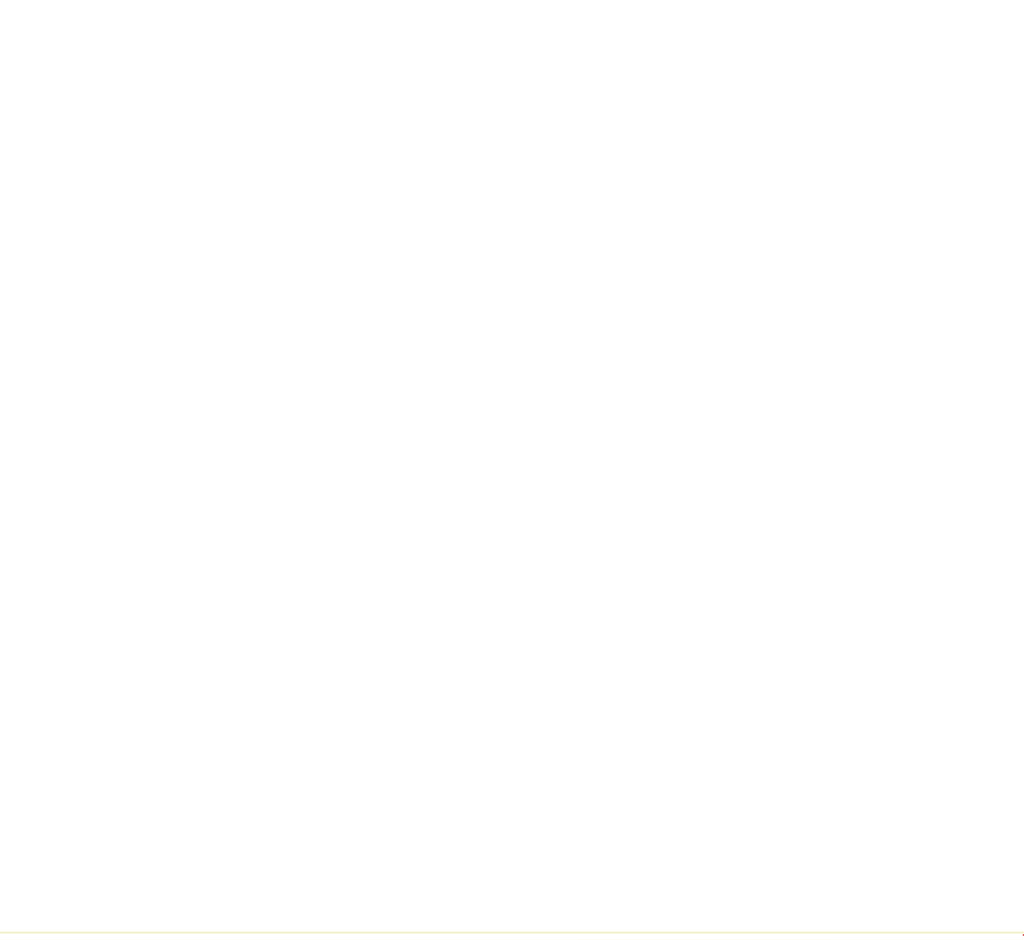
<source format=kicad_pcb>
(kicad_pcb (version 4) (generator "gerbview") (generator_version "8.0")
  (layers (0 F.Cu signal) (31 B.Cu signal) (34 B.Paste user) (35 F.Paste user) (36 B.SilkS user) (37 F.SilkS user) (38 B.Mask user) (39 F.Mask user) (44 Edge.Cuts user))
  (gr_line (start 7.3152 -9.57301) (end 7.31571 -9.60298) (layer F.SilkS) (width 0))
  (gr_line (start 7.31571 -9.60298) (end 7.31723 -9.63295) (layer F.SilkS) (width 0))
  (gr_line (start 7.31723 -9.63295) (end 7.31977 -9.66292) (layer F.SilkS) (width 0))
  (gr_line (start 7.31977 -9.66292) (end 7.32333 -9.69264) (layer F.SilkS) (width 0))
  (gr_line (start 7.32333 -9.69264) (end 7.3279 -9.72236) (layer F.SilkS) (width 0))
  (gr_line (start 7.3279 -9.72236) (end 7.33349 -9.75208) (layer F.SilkS) (width 0))
  (gr_line (start 7.33349 -9.75208) (end 7.33984 -9.78129) (layer F.SilkS) (width 0))
  (gr_line (start 7.33984 -9.78129) (end 7.34746 -9.81024) (layer F.SilkS) (width 0))
  (gr_line (start 7.34746 -9.81024) (end 7.35609 -9.8392) (layer F.SilkS) (width 0))
  (gr_line (start 7.35609 -9.8392) (end 7.36549 -9.86765) (layer F.SilkS) (width 0))
  (gr_line (start 7.36549 -9.86765) (end 7.37591 -9.89584) (layer F.SilkS) (width 0))
  (gr_line (start 7.37591 -9.89584) (end 7.38734 -9.92353) (layer F.SilkS) (width 0))
  (gr_line (start 7.38734 -9.92353) (end 7.39953 -9.95096) (layer F.SilkS) (width 0))
  (gr_line (start 7.39953 -9.95096) (end 7.41274 -9.97788) (layer F.SilkS) (width 0))
  (gr_line (start 7.41274 -9.97788) (end 7.42696 -10.00455) (layer F.SilkS) (width 0))
  (gr_line (start 7.42696 -10.00455) (end 7.44195 -10.03046) (layer F.SilkS) (width 0))
  (gr_line (start 7.44195 -10.03046) (end 7.45769 -10.05586) (layer F.SilkS) (width 0))
  (gr_line (start 7.45769 -10.05586) (end 7.47446 -10.08075) (layer F.SilkS) (width 0))
  (gr_line (start 7.47446 -10.08075) (end 7.49198 -10.10514) (layer F.SilkS) (width 0))
  (gr_line (start 7.49198 -10.10514) (end 7.51053 -10.12901) (layer F.SilkS) (width 0))
  (gr_line (start 7.51053 -10.12901) (end 7.52958 -10.15213) (layer F.SilkS) (width 0))
  (gr_line (start 7.52958 -10.15213) (end 7.54964 -10.17448) (layer F.SilkS) (width 0))
  (gr_line (start 7.54964 -10.17448) (end 7.57022 -10.19632) (layer F.SilkS) (width 0))
  (gr_line (start 7.57022 -10.19632) (end 7.59181 -10.2174) (layer F.SilkS) (width 0))
  (gr_line (start 7.59181 -10.2174) (end 7.6139 -10.23772) (layer F.SilkS) (width 0))
  (gr_line (start 7.6139 -10.23772) (end 7.63651 -10.25728) (layer F.SilkS) (width 0))
  (gr_line (start 7.63651 -10.25728) (end 7.66013 -10.27608) (layer F.SilkS) (width 0))
  (gr_line (start 7.66013 -10.27608) (end 7.68401 -10.29386) (layer F.SilkS) (width 0))
  (gr_line (start 7.68401 -10.29386) (end 7.70865 -10.31113) (layer F.SilkS) (width 0))
  (gr_line (start 7.70865 -10.31113) (end 7.73405 -10.32739) (layer F.SilkS) (width 0))
  (gr_line (start 7.73405 -10.32739) (end 7.7597 -10.34288) (layer F.SilkS) (width 0))
  (gr_line (start 7.7597 -10.34288) (end 7.78586 -10.35736) (layer F.SilkS) (width 0))
  (gr_line (start 7.78586 -10.35736) (end 7.81279 -10.37107) (layer F.SilkS) (width 0))
  (gr_line (start 7.81279 -10.37107) (end 7.83996 -10.38403) (layer F.SilkS) (width 0))
  (gr_line (start 7.83996 -10.38403) (end 7.8674 -10.39571) (layer F.SilkS) (width 0))
  (gr_line (start 7.8674 -10.39571) (end 7.89534 -10.40663) (layer F.SilkS) (width 0))
  (gr_line (start 7.89534 -10.40663) (end 7.92378 -10.41654) (layer F.SilkS) (width 0))
  (gr_line (start 7.92378 -10.41654) (end 7.95249 -10.42568) (layer F.SilkS) (width 0))
  (gr_line (start 7.95249 -10.42568) (end 7.98144 -10.43356) (layer F.SilkS) (width 0))
  (gr_line (start 7.98144 -10.43356) (end 8.01065 -10.44067) (layer F.SilkS) (width 0))
  (gr_line (start 8.01065 -10.44067) (end 8.03986 -10.44677) (layer F.SilkS) (width 0))
  (gr_line (start 8.03986 -10.44677) (end 8.06958 -10.45185) (layer F.SilkS) (width 0))
  (gr_line (start 8.06958 -10.45185) (end 8.0993 -10.45591) (layer F.SilkS) (width 0))
  (gr_line (start 8.0993 -10.45591) (end 8.12927 -10.45896) (layer F.SilkS) (width 0))
  (gr_line (start 8.12927 -10.45896) (end 8.15924 -10.46099) (layer F.SilkS) (width 0))
  (gr_line (start 8.15924 -10.46099) (end 8.18921 -10.46201) (layer F.SilkS) (width 0))
  (gr_line (start 8.18921 -10.46201) (end 8.21919 -10.46201) (layer F.SilkS) (width 0))
  (gr_line (start 8.21919 -10.46201) (end 8.24916 -10.46099) (layer F.SilkS) (width 0))
  (gr_line (start 8.24916 -10.46099) (end 8.27913 -10.45896) (layer F.SilkS) (width 0))
  (gr_line (start 8.27913 -10.45896) (end 8.3091 -10.45591) (layer F.SilkS) (width 0))
  (gr_line (start 8.3091 -10.45591) (end 8.33882 -10.45185) (layer F.SilkS) (width 0))
  (gr_line (start 8.33882 -10.45185) (end 8.36854 -10.44677) (layer F.SilkS) (width 0))
  (gr_line (start 8.36854 -10.44677) (end 8.39775 -10.44067) (layer F.SilkS) (width 0))
  (gr_line (start 8.39775 -10.44067) (end 8.42696 -10.43356) (layer F.SilkS) (width 0))
  (gr_line (start 8.42696 -10.43356) (end 8.45591 -10.42568) (layer F.SilkS) (width 0))
  (gr_line (start 8.45591 -10.42568) (end 8.48462 -10.41654) (layer F.SilkS) (width 0))
  (gr_line (start 8.48462 -10.41654) (end 8.51306 -10.40663) (layer F.SilkS) (width 0))
  (gr_line (start 8.51306 -10.40663) (end 8.541 -10.39571) (layer F.SilkS) (width 0))
  (gr_line (start 8.541 -10.39571) (end 8.56844 -10.38403) (layer F.SilkS) (width 0))
  (gr_line (start 8.56844 -10.38403) (end 8.59561 -10.37107) (layer F.SilkS) (width 0))
  (gr_line (start 8.59561 -10.37107) (end 8.62254 -10.35736) (layer F.SilkS) (width 0))
  (gr_line (start 8.62254 -10.35736) (end 8.6487 -10.34288) (layer F.SilkS) (width 0))
  (gr_line (start 8.6487 -10.34288) (end 8.67435 -10.32739) (layer F.SilkS) (width 0))
  (gr_line (start 8.67435 -10.32739) (end 8.69975 -10.31113) (layer F.SilkS) (width 0))
  (gr_line (start 8.69975 -10.31113) (end 8.72439 -10.29386) (layer F.SilkS) (width 0))
  (gr_line (start 8.72439 -10.29386) (end 8.74827 -10.27608) (layer F.SilkS) (width 0))
  (gr_line (start 8.74827 -10.27608) (end 8.77189 -10.25728) (layer F.SilkS) (width 0))
  (gr_line (start 8.77189 -10.25728) (end 8.7945 -10.23772) (layer F.SilkS) (width 0))
  (gr_line (start 8.7945 -10.23772) (end 8.81659 -10.2174) (layer F.SilkS) (width 0))
  (gr_line (start 8.81659 -10.2174) (end 8.83818 -10.19632) (layer F.SilkS) (width 0))
  (gr_line (start 8.83818 -10.19632) (end 8.85876 -10.17448) (layer F.SilkS) (width 0))
  (gr_line (start 8.85876 -10.17448) (end 8.87882 -10.15213) (layer F.SilkS) (width 0))
  (gr_line (start 8.87882 -10.15213) (end 8.89787 -10.12901) (layer F.SilkS) (width 0))
  (gr_line (start 8.89787 -10.12901) (end 8.91642 -10.10514) (layer F.SilkS) (width 0))
  (gr_line (start 8.91642 -10.10514) (end 8.93394 -10.08075) (layer F.SilkS) (width 0))
  (gr_line (start 8.93394 -10.08075) (end 8.95071 -10.05586) (layer F.SilkS) (width 0))
  (gr_line (start 8.95071 -10.05586) (end 8.96645 -10.03046) (layer F.SilkS) (width 0))
  (gr_line (start 8.96645 -10.03046) (end 8.98144 -10.00455) (layer F.SilkS) (width 0))
  (gr_line (start 8.98144 -10.00455) (end 8.99566 -9.97788) (layer F.SilkS) (width 0))
  (gr_line (start 8.99566 -9.97788) (end 9.00887 -9.95096) (layer F.SilkS) (width 0))
  (gr_line (start 9.00887 -9.95096) (end 9.02106 -9.92353) (layer F.SilkS) (width 0))
  (gr_line (start 9.02106 -9.92353) (end 9.03249 -9.89584) (layer F.SilkS) (width 0))
  (gr_line (start 9.03249 -9.89584) (end 9.04291 -9.86765) (layer F.SilkS) (width 0))
  (gr_line (start 9.04291 -9.86765) (end 9.05231 -9.8392) (layer F.SilkS) (width 0))
  (gr_line (start 9.05231 -9.8392) (end 9.06094 -9.81024) (layer F.SilkS) (width 0))
  (gr_line (start 9.06094 -9.81024) (end 9.06856 -9.78129) (layer F.SilkS) (width 0))
  (gr_line (start 9.06856 -9.78129) (end 9.07491 -9.75208) (layer F.SilkS) (width 0))
  (gr_line (start 9.07491 -9.75208) (end 9.0805 -9.72236) (layer F.SilkS) (width 0))
  (gr_line (start 9.0805 -9.72236) (end 9.08507 -9.69264) (layer F.SilkS) (width 0))
  (gr_line (start 9.08507 -9.69264) (end 9.08863 -9.66292) (layer F.SilkS) (width 0))
  (gr_line (start 9.08863 -9.66292) (end 9.09117 -9.63295) (layer F.SilkS) (width 0))
  (gr_line (start 9.09117 -9.63295) (end 9.09269 -9.60298) (layer F.SilkS) (width 0))
  (gr_line (start 9.09269 -9.60298) (end 9.0932 -9.57301) (layer F.SilkS) (width 0))
  (gr_line (start 9.0932 -9.57301) (end 9.09269 -9.54303) (layer F.SilkS) (width 0))
  (gr_line (start 9.09269 -9.54303) (end 9.09117 -9.51306) (layer F.SilkS) (width 0))
  (gr_line (start 9.09117 -9.51306) (end 9.08863 -9.48309) (layer F.SilkS) (width 0))
  (gr_line (start 9.08863 -9.48309) (end 9.08507 -9.45337) (layer F.SilkS) (width 0))
  (gr_line (start 9.08507 -9.45337) (end 9.0805 -9.42365) (layer F.SilkS) (width 0))
  (gr_line (start 9.0805 -9.42365) (end 9.07491 -9.39394) (layer F.SilkS) (width 0))
  (gr_line (start 9.07491 -9.39394) (end 9.06856 -9.36473) (layer F.SilkS) (width 0))
  (gr_line (start 9.06856 -9.36473) (end 9.06094 -9.33577) (layer F.SilkS) (width 0))
  (gr_line (start 9.06094 -9.33577) (end 9.05231 -9.30681) (layer F.SilkS) (width 0))
  (gr_line (start 9.05231 -9.30681) (end 9.04291 -9.27837) (layer F.SilkS) (width 0))
  (gr_line (start 9.04291 -9.27837) (end 9.03249 -9.25017) (layer F.SilkS) (width 0))
  (gr_line (start 9.03249 -9.25017) (end 9.02106 -9.22249) (layer F.SilkS) (width 0))
  (gr_line (start 9.02106 -9.22249) (end 9.00887 -9.19505) (layer F.SilkS) (width 0))
  (gr_line (start 9.00887 -9.19505) (end 8.99566 -9.16813) (layer F.SilkS) (width 0))
  (gr_line (start 8.99566 -9.16813) (end 8.98144 -9.14146) (layer F.SilkS) (width 0))
  (gr_line (start 8.98144 -9.14146) (end 8.96645 -9.11555) (layer F.SilkS) (width 0))
  (gr_line (start 8.96645 -9.11555) (end 8.95071 -9.09015) (layer F.SilkS) (width 0))
  (gr_line (start 8.95071 -9.09015) (end 8.93394 -9.06526) (layer F.SilkS) (width 0))
  (gr_line (start 8.93394 -9.06526) (end 8.91642 -9.04088) (layer F.SilkS) (width 0))
  (gr_line (start 8.91642 -9.04088) (end 8.89787 -9.017) (layer F.SilkS) (width 0))
  (gr_line (start 8.89787 -9.017) (end 8.87882 -8.99389) (layer F.SilkS) (width 0))
  (gr_line (start 8.87882 -8.99389) (end 8.85876 -8.97153) (layer F.SilkS) (width 0))
  (gr_line (start 8.85876 -8.97153) (end 8.83818 -8.94969) (layer F.SilkS) (width 0))
  (gr_line (start 8.83818 -8.94969) (end 8.81659 -8.92861) (layer F.SilkS) (width 0))
  (gr_line (start 8.81659 -8.92861) (end 8.7945 -8.90829) (layer F.SilkS) (width 0))
  (gr_line (start 8.7945 -8.90829) (end 8.77189 -8.88873) (layer F.SilkS) (width 0))
  (gr_line (start 8.77189 -8.88873) (end 8.74827 -8.86993) (layer F.SilkS) (width 0))
  (gr_line (start 8.74827 -8.86993) (end 8.72439 -8.85215) (layer F.SilkS) (width 0))
  (gr_line (start 8.72439 -8.85215) (end 8.69975 -8.83488) (layer F.SilkS) (width 0))
  (gr_line (start 8.69975 -8.83488) (end 8.67435 -8.81863) (layer F.SilkS) (width 0))
  (gr_line (start 8.67435 -8.81863) (end 8.6487 -8.80313) (layer F.SilkS) (width 0))
  (gr_line (start 8.6487 -8.80313) (end 8.62254 -8.78865) (layer F.SilkS) (width 0))
  (gr_line (start 8.62254 -8.78865) (end 8.59561 -8.77494) (layer F.SilkS) (width 0))
  (gr_line (start 8.59561 -8.77494) (end 8.56844 -8.76198) (layer F.SilkS) (width 0))
  (gr_line (start 8.56844 -8.76198) (end 8.541 -8.7503) (layer F.SilkS) (width 0))
  (gr_line (start 8.541 -8.7503) (end 8.51306 -8.73938) (layer F.SilkS) (width 0))
  (gr_line (start 8.51306 -8.73938) (end 8.48462 -8.72947) (layer F.SilkS) (width 0))
  (gr_line (start 8.48462 -8.72947) (end 8.45591 -8.72033) (layer F.SilkS) (width 0))
  (gr_line (start 8.45591 -8.72033) (end 8.42696 -8.71245) (layer F.SilkS) (width 0))
  (gr_line (start 8.42696 -8.71245) (end 8.39775 -8.70534) (layer F.SilkS) (width 0))
  (gr_line (start 8.39775 -8.70534) (end 8.36854 -8.69925) (layer F.SilkS) (width 0))
  (gr_line (start 8.36854 -8.69925) (end 8.33882 -8.69417) (layer F.SilkS) (width 0))
  (gr_line (start 8.33882 -8.69417) (end 8.3091 -8.6901) (layer F.SilkS) (width 0))
  (gr_line (start 8.3091 -8.6901) (end 8.27913 -8.68705) (layer F.SilkS) (width 0))
  (gr_line (start 8.27913 -8.68705) (end 8.24916 -8.68502) (layer F.SilkS) (width 0))
  (gr_line (start 8.24916 -8.68502) (end 8.21919 -8.68401) (layer F.SilkS) (width 0))
  (gr_line (start 8.21919 -8.68401) (end 8.18921 -8.68401) (layer F.SilkS) (width 0))
  (gr_line (start 8.18921 -8.68401) (end 8.15924 -8.68502) (layer F.SilkS) (width 0))
  (gr_line (start 8.15924 -8.68502) (end 8.12927 -8.68705) (layer F.SilkS) (width 0))
  (gr_line (start 8.12927 -8.68705) (end 8.0993 -8.6901) (layer F.SilkS) (width 0))
  (gr_line (start 8.0993 -8.6901) (end 8.06958 -8.69417) (layer F.SilkS) (width 0))
  (gr_line (start 8.06958 -8.69417) (end 8.03986 -8.69925) (layer F.SilkS) (width 0))
  (gr_line (start 8.03986 -8.69925) (end 8.01065 -8.70534) (layer F.SilkS) (width 0))
  (gr_line (start 8.01065 -8.70534) (end 7.98144 -8.71245) (layer F.SilkS) (width 0))
  (gr_line (start 7.98144 -8.71245) (end 7.95249 -8.72033) (layer F.SilkS) (width 0))
  (gr_line (start 7.95249 -8.72033) (end 7.92378 -8.72947) (layer F.SilkS) (width 0))
  (gr_line (start 7.92378 -8.72947) (end 7.89534 -8.73938) (layer F.SilkS) (width 0))
  (gr_line (start 7.89534 -8.73938) (end 7.8674 -8.7503) (layer F.SilkS) (width 0))
  (gr_line (start 7.8674 -8.7503) (end 7.83996 -8.76198) (layer F.SilkS) (width 0))
  (gr_line (start 7.83996 -8.76198) (end 7.81279 -8.77494) (layer F.SilkS) (width 0))
  (gr_line (start 7.81279 -8.77494) (end 7.78586 -8.78865) (layer F.SilkS) (width 0))
  (gr_line (start 7.78586 -8.78865) (end 7.7597 -8.80313) (layer F.SilkS) (width 0))
  (gr_line (start 7.7597 -8.80313) (end 7.73405 -8.81863) (layer F.SilkS) (width 0))
  (gr_line (start 7.73405 -8.81863) (end 7.70865 -8.83488) (layer F.SilkS) (width 0))
  (gr_line (start 7.70865 -8.83488) (end 7.68401 -8.85215) (layer F.SilkS) (width 0))
  (gr_line (start 7.68401 -8.85215) (end 7.66013 -8.86993) (layer F.SilkS) (width 0))
  (gr_line (start 7.66013 -8.86993) (end 7.63651 -8.88873) (layer F.SilkS) (width 0))
  (gr_line (start 7.63651 -8.88873) (end 7.6139 -8.90829) (layer F.SilkS) (width 0))
  (gr_line (start 7.6139 -8.90829) (end 7.59181 -8.92861) (layer F.SilkS) (width 0))
  (gr_line (start 7.59181 -8.92861) (end 7.57022 -8.94969) (layer F.SilkS) (width 0))
  (gr_line (start 7.57022 -8.94969) (end 7.54964 -8.97153) (layer F.SilkS) (width 0))
  (gr_line (start 7.54964 -8.97153) (end 7.52958 -8.99389) (layer F.SilkS) (width 0))
  (gr_line (start 7.52958 -8.99389) (end 7.51053 -9.017) (layer F.SilkS) (width 0))
  (gr_line (start 7.51053 -9.017) (end 7.49198 -9.04088) (layer F.SilkS) (width 0))
  (gr_line (start 7.49198 -9.04088) (end 7.47446 -9.06526) (layer F.SilkS) (width 0))
  (gr_line (start 7.47446 -9.06526) (end 7.45769 -9.09015) (layer F.SilkS) (width 0))
  (gr_line (start 7.45769 -9.09015) (end 7.44195 -9.11555) (layer F.SilkS) (width 0))
  (gr_line (start 7.44195 -9.11555) (end 7.42696 -9.14146) (layer F.SilkS) (width 0))
  (gr_line (start 7.42696 -9.14146) (end 7.41274 -9.16813) (layer F.SilkS) (width 0))
  (gr_line (start 7.41274 -9.16813) (end 7.39953 -9.19505) (layer F.SilkS) (width 0))
  (gr_line (start 7.39953 -9.19505) (end 7.38734 -9.22249) (layer F.SilkS) (width 0))
  (gr_line (start 7.38734 -9.22249) (end 7.37591 -9.25017) (layer F.SilkS) (width 0))
  (gr_line (start 7.37591 -9.25017) (end 7.36549 -9.27837) (layer F.SilkS) (width 0))
  (gr_line (start 7.36549 -9.27837) (end 7.35609 -9.30681) (layer F.SilkS) (width 0))
  (gr_line (start 7.35609 -9.30681) (end 7.34746 -9.33577) (layer F.SilkS) (width 0))
  (gr_line (start 7.34746 -9.33577) (end 7.33984 -9.36473) (layer F.SilkS) (width 0))
  (gr_line (start 7.33984 -9.36473) (end 7.33349 -9.39394) (layer F.SilkS) (width 0))
  (gr_line (start 7.33349 -9.39394) (end 7.3279 -9.42365) (layer F.SilkS) (width 0))
  (gr_line (start 7.3279 -9.42365) (end 7.32333 -9.45337) (layer F.SilkS) (width 0))
  (gr_line (start 7.32333 -9.45337) (end 7.31977 -9.48309) (layer F.SilkS) (width 0))
  (gr_line (start 7.31977 -9.48309) (end 7.31723 -9.51306) (layer F.SilkS) (width 0))
  (gr_line (start 7.31723 -9.51306) (end 7.31571 -9.54303) (layer F.SilkS) (width 0))
  (gr_line (start 7.31571 -9.54303) (end 7.3152 -9.57301) (layer F.SilkS) (width 0))
  (gr_line (start 9.6012 -9.57301) (end 9.60171 -9.60298) (layer F.SilkS) (width 0))
  (gr_line (start 9.60171 -9.60298) (end 9.60323 -9.63295) (layer F.SilkS) (width 0))
  (gr_line (start 9.60323 -9.63295) (end 9.60577 -9.66292) (layer F.SilkS) (width 0))
  (gr_line (start 9.60577 -9.66292) (end 9.60933 -9.69264) (layer F.SilkS) (width 0))
  (gr_line (start 9.60933 -9.69264) (end 9.6139 -9.72236) (layer F.SilkS) (width 0))
  (gr_line (start 9.6139 -9.72236) (end 9.61949 -9.75208) (layer F.SilkS) (width 0))
  (gr_line (start 9.61949 -9.75208) (end 9.62584 -9.78129) (layer F.SilkS) (width 0))
  (gr_line (start 9.62584 -9.78129) (end 9.63346 -9.81024) (layer F.SilkS) (width 0))
  (gr_line (start 9.63346 -9.81024) (end 9.64209 -9.8392) (layer F.SilkS) (width 0))
  (gr_line (start 9.64209 -9.8392) (end 9.65149 -9.86765) (layer F.SilkS) (width 0))
  (gr_line (start 9.65149 -9.86765) (end 9.66191 -9.89584) (layer F.SilkS) (width 0))
  (gr_line (start 9.66191 -9.89584) (end 9.67334 -9.92353) (layer F.SilkS) (width 0))
  (gr_line (start 9.67334 -9.92353) (end 9.68553 -9.95096) (layer F.SilkS) (width 0))
  (gr_line (start 9.68553 -9.95096) (end 9.69874 -9.97788) (layer F.SilkS) (width 0))
  (gr_line (start 9.69874 -9.97788) (end 9.71296 -10.00455) (layer F.SilkS) (width 0))
  (gr_line (start 9.71296 -10.00455) (end 9.72795 -10.03046) (layer F.SilkS) (width 0))
  (gr_line (start 9.72795 -10.03046) (end 9.74369 -10.05586) (layer F.SilkS) (width 0))
  (gr_line (start 9.74369 -10.05586) (end 9.76046 -10.08075) (layer F.SilkS) (width 0))
  (gr_line (start 9.76046 -10.08075) (end 9.77798 -10.10514) (layer F.SilkS) (width 0))
  (gr_line (start 9.77798 -10.10514) (end 9.79653 -10.12901) (layer F.SilkS) (width 0))
  (gr_line (start 9.79653 -10.12901) (end 9.81558 -10.15213) (layer F.SilkS) (width 0))
  (gr_line (start 9.81558 -10.15213) (end 9.83564 -10.17448) (layer F.SilkS) (width 0))
  (gr_line (start 9.83564 -10.17448) (end 9.85622 -10.19632) (layer F.SilkS) (width 0))
  (gr_line (start 9.85622 -10.19632) (end 9.87781 -10.2174) (layer F.SilkS) (width 0))
  (gr_line (start 9.87781 -10.2174) (end 9.8999 -10.23772) (layer F.SilkS) (width 0))
  (gr_line (start 9.8999 -10.23772) (end 9.92251 -10.25728) (layer F.SilkS) (width 0))
  (gr_line (start 9.92251 -10.25728) (end 9.94613 -10.27608) (layer F.SilkS) (width 0))
  (gr_line (start 9.94613 -10.27608) (end 9.97001 -10.29386) (layer F.SilkS) (width 0))
  (gr_line (start 9.97001 -10.29386) (end 9.99465 -10.31113) (layer F.SilkS) (width 0))
  (gr_line (start 9.99465 -10.31113) (end 10.02005 -10.32739) (layer F.SilkS) (width 0))
  (gr_line (start 10.02005 -10.32739) (end 10.0457 -10.34288) (layer F.SilkS) (width 0))
  (gr_line (start 10.0457 -10.34288) (end 10.07186 -10.35736) (layer F.SilkS) (width 0))
  (gr_line (start 10.07186 -10.35736) (end 10.09879 -10.37107) (layer F.SilkS) (width 0))
  (gr_line (start 10.09879 -10.37107) (end 10.12596 -10.38403) (layer F.SilkS) (width 0))
  (gr_line (start 10.12596 -10.38403) (end 10.1534 -10.39571) (layer F.SilkS) (width 0))
  (gr_line (start 10.1534 -10.39571) (end 10.18134 -10.40663) (layer F.SilkS) (width 0))
  (gr_line (start 10.18134 -10.40663) (end 10.20978 -10.41654) (layer F.SilkS) (width 0))
  (gr_line (start 10.20978 -10.41654) (end 10.23849 -10.42568) (layer F.SilkS) (width 0))
  (gr_line (start 10.23849 -10.42568) (end 10.26744 -10.43356) (layer F.SilkS) (width 0))
  (gr_line (start 10.26744 -10.43356) (end 10.29665 -10.44067) (layer F.SilkS) (width 0))
  (gr_line (start 10.29665 -10.44067) (end 10.32586 -10.44677) (layer F.SilkS) (width 0))
  (gr_line (start 10.32586 -10.44677) (end 10.35558 -10.45185) (layer F.SilkS) (width 0))
  (gr_line (start 10.35558 -10.45185) (end 10.3853 -10.45591) (layer F.SilkS) (width 0))
  (gr_line (start 10.3853 -10.45591) (end 10.41527 -10.45896) (layer F.SilkS) (width 0))
  (gr_line (start 10.41527 -10.45896) (end 10.44524 -10.46099) (layer F.SilkS) (width 0))
  (gr_line (start 10.44524 -10.46099) (end 10.47521 -10.46201) (layer F.SilkS) (width 0))
  (gr_line (start 10.47521 -10.46201) (end 10.50519 -10.46201) (layer F.SilkS) (width 0))
  (gr_line (start 10.50519 -10.46201) (end 10.53516 -10.46099) (layer F.SilkS) (width 0))
  (gr_line (start 10.53516 -10.46099) (end 10.56513 -10.45896) (layer F.SilkS) (width 0))
  (gr_line (start 10.56513 -10.45896) (end 10.5951 -10.45591) (layer F.SilkS) (width 0))
  (gr_line (start 10.5951 -10.45591) (end 10.62482 -10.45185) (layer F.SilkS) (width 0))
  (gr_line (start 10.62482 -10.45185) (end 10.65454 -10.44677) (layer F.SilkS) (width 0))
  (gr_line (start 10.65454 -10.44677) (end 10.68375 -10.44067) (layer F.SilkS) (width 0))
  (gr_line (start 10.68375 -10.44067) (end 10.71296 -10.43356) (layer F.SilkS) (width 0))
  (gr_line (start 10.71296 -10.43356) (end 10.74191 -10.42568) (layer F.SilkS) (width 0))
  (gr_line (start 10.74191 -10.42568) (end 10.77062 -10.41654) (layer F.SilkS) (width 0))
  (gr_line (start 10.77062 -10.41654) (end 10.79906 -10.40663) (layer F.SilkS) (width 0))
  (gr_line (start 10.79906 -10.40663) (end 10.827 -10.39571) (layer F.SilkS) (width 0))
  (gr_line (start 10.827 -10.39571) (end 10.85444 -10.38403) (layer F.SilkS) (width 0))
  (gr_line (start 10.85444 -10.38403) (end 10.88161 -10.37107) (layer F.SilkS) (width 0))
  (gr_line (start 10.88161 -10.37107) (end 10.90854 -10.35736) (layer F.SilkS) (width 0))
  (gr_line (start 10.90854 -10.35736) (end 10.9347 -10.34288) (layer F.SilkS) (width 0))
  (gr_line (start 10.9347 -10.34288) (end 10.96035 -10.32739) (layer F.SilkS) (width 0))
  (gr_line (start 10.96035 -10.32739) (end 10.98575 -10.31113) (layer F.SilkS) (width 0))
  (gr_line (start 10.98575 -10.31113) (end 11.01039 -10.29386) (layer F.SilkS) (width 0))
  (gr_line (start 11.01039 -10.29386) (end 11.03427 -10.27608) (layer F.SilkS) (width 0))
  (gr_line (start 11.03427 -10.27608) (end 11.05789 -10.25728) (layer F.SilkS) (width 0))
  (gr_line (start 11.05789 -10.25728) (end 11.0805 -10.23772) (layer F.SilkS) (width 0))
  (gr_line (start 11.0805 -10.23772) (end 11.10259 -10.2174) (layer F.SilkS) (width 0))
  (gr_line (start 11.10259 -10.2174) (end 11.12418 -10.19632) (layer F.SilkS) (width 0))
  (gr_line (start 11.12418 -10.19632) (end 11.14476 -10.17448) (layer F.SilkS) (width 0))
  (gr_line (start 11.14476 -10.17448) (end 11.16482 -10.15213) (layer F.SilkS) (width 0))
  (gr_line (start 11.16482 -10.15213) (end 11.18387 -10.12901) (layer F.SilkS) (width 0))
  (gr_line (start 11.18387 -10.12901) (end 11.20242 -10.10514) (layer F.SilkS) (width 0))
  (gr_line (start 11.20242 -10.10514) (end 11.21994 -10.08075) (layer F.SilkS) (width 0))
  (gr_line (start 11.21994 -10.08075) (end 11.23671 -10.05586) (layer F.SilkS) (width 0))
  (gr_line (start 11.23671 -10.05586) (end 11.25245 -10.03046) (layer F.SilkS) (width 0))
  (gr_line (start 11.25245 -10.03046) (end 11.26744 -10.00455) (layer F.SilkS) (width 0))
  (gr_line (start 11.26744 -10.00455) (end 11.28166 -9.97788) (layer F.SilkS) (width 0))
  (gr_line (start 11.28166 -9.97788) (end 11.29487 -9.95096) (layer F.SilkS) (width 0))
  (gr_line (start 11.29487 -9.95096) (end 11.30706 -9.92353) (layer F.SilkS) (width 0))
  (gr_line (start 11.30706 -9.92353) (end 11.31849 -9.89584) (layer F.SilkS) (width 0))
  (gr_line (start 11.31849 -9.89584) (end 11.32891 -9.86765) (layer F.SilkS) (width 0))
  (gr_line (start 11.32891 -9.86765) (end 11.33831 -9.8392) (layer F.SilkS) (width 0))
  (gr_line (start 11.33831 -9.8392) (end 11.34694 -9.81024) (layer F.SilkS) (width 0))
  (gr_line (start 11.34694 -9.81024) (end 11.35456 -9.78129) (layer F.SilkS) (width 0))
  (gr_line (start 11.35456 -9.78129) (end 11.36091 -9.75208) (layer F.SilkS) (width 0))
  (gr_line (start 11.36091 -9.75208) (end 11.3665 -9.72236) (layer F.SilkS) (width 0))
  (gr_line (start 11.3665 -9.72236) (end 11.37107 -9.69264) (layer F.SilkS) (width 0))
  (gr_line (start 11.37107 -9.69264) (end 11.37463 -9.66292) (layer F.SilkS) (width 0))
  (gr_line (start 11.37463 -9.66292) (end 11.37717 -9.63295) (layer F.SilkS) (width 0))
  (gr_line (start 11.37717 -9.63295) (end 11.37869 -9.60298) (layer F.SilkS) (width 0))
  (gr_line (start 11.37869 -9.60298) (end 11.3792 -9.57301) (layer F.SilkS) (width 0))
  (gr_line (start 11.3792 -9.57301) (end 11.37869 -9.54303) (layer F.SilkS) (width 0))
  (gr_line (start 11.37869 -9.54303) (end 11.37717 -9.51306) (layer F.SilkS) (width 0))
  (gr_line (start 11.37717 -9.51306) (end 11.37463 -9.48309) (layer F.SilkS) (width 0))
  (gr_line (start 11.37463 -9.48309) (end 11.37107 -9.45337) (layer F.SilkS) (width 0))
  (gr_line (start 11.37107 -9.45337) (end 11.3665 -9.42365) (layer F.SilkS) (width 0))
  (gr_line (start 11.3665 -9.42365) (end 11.36091 -9.39394) (layer F.SilkS) (width 0))
  (gr_line (start 11.36091 -9.39394) (end 11.35456 -9.36473) (layer F.SilkS) (width 0))
  (gr_line (start 11.35456 -9.36473) (end 11.34694 -9.33577) (layer F.SilkS) (width 0))
  (gr_line (start 11.34694 -9.33577) (end 11.33831 -9.30681) (layer F.SilkS) (width 0))
  (gr_line (start 11.33831 -9.30681) (end 11.32891 -9.27837) (layer F.SilkS) (width 0))
  (gr_line (start 11.32891 -9.27837) (end 11.31849 -9.25017) (layer F.SilkS) (width 0))
  (gr_line (start 11.31849 -9.25017) (end 11.30706 -9.22249) (layer F.SilkS) (width 0))
  (gr_line (start 11.30706 -9.22249) (end 11.29487 -9.19505) (layer F.SilkS) (width 0))
  (gr_line (start 11.29487 -9.19505) (end 11.28166 -9.16813) (layer F.SilkS) (width 0))
  (gr_line (start 11.28166 -9.16813) (end 11.26744 -9.14146) (layer F.SilkS) (width 0))
  (gr_line (start 11.26744 -9.14146) (end 11.25245 -9.11555) (layer F.SilkS) (width 0))
  (gr_line (start 11.25245 -9.11555) (end 11.23671 -9.09015) (layer F.SilkS) (width 0))
  (gr_line (start 11.23671 -9.09015) (end 11.21994 -9.06526) (layer F.SilkS) (width 0))
  (gr_line (start 11.21994 -9.06526) (end 11.20242 -9.04088) (layer F.SilkS) (width 0))
  (gr_line (start 11.20242 -9.04088) (end 11.18387 -9.017) (layer F.SilkS) (width 0))
  (gr_line (start 11.18387 -9.017) (end 11.16482 -8.99389) (layer F.SilkS) (width 0))
  (gr_line (start 11.16482 -8.99389) (end 11.14476 -8.97153) (layer F.SilkS) (width 0))
  (gr_line (start 11.14476 -8.97153) (end 11.12418 -8.94969) (layer F.SilkS) (width 0))
  (gr_line (start 11.12418 -8.94969) (end 11.10259 -8.92861) (layer F.SilkS) (width 0))
  (gr_line (start 11.10259 -8.92861) (end 11.0805 -8.90829) (layer F.SilkS) (width 0))
  (gr_line (start 11.0805 -8.90829) (end 11.05789 -8.88873) (layer F.SilkS) (width 0))
  (gr_line (start 11.05789 -8.88873) (end 11.03427 -8.86993) (layer F.SilkS) (width 0))
  (gr_line (start 11.03427 -8.86993) (end 11.01039 -8.85215) (layer F.SilkS) (width 0))
  (gr_line (start 11.01039 -8.85215) (end 10.98575 -8.83488) (layer F.SilkS) (width 0))
  (gr_line (start 10.98575 -8.83488) (end 10.96035 -8.81863) (layer F.SilkS) (width 0))
  (gr_line (start 10.96035 -8.81863) (end 10.9347 -8.80313) (layer F.SilkS) (width 0))
  (gr_line (start 10.9347 -8.80313) (end 10.90854 -8.78865) (layer F.SilkS) (width 0))
  (gr_line (start 10.90854 -8.78865) (end 10.88161 -8.77494) (layer F.SilkS) (width 0))
  (gr_line (start 10.88161 -8.77494) (end 10.85444 -8.76198) (layer F.SilkS) (width 0))
  (gr_line (start 10.85444 -8.76198) (end 10.827 -8.7503) (layer F.SilkS) (width 0))
  (gr_line (start 10.827 -8.7503) (end 10.79906 -8.73938) (layer F.SilkS) (width 0))
  (gr_line (start 10.79906 -8.73938) (end 10.77062 -8.72947) (layer F.SilkS) (width 0))
  (gr_line (start 10.77062 -8.72947) (end 10.74191 -8.72033) (layer F.SilkS) (width 0))
  (gr_line (start 10.74191 -8.72033) (end 10.71296 -8.71245) (layer F.SilkS) (width 0))
  (gr_line (start 10.71296 -8.71245) (end 10.68375 -8.70534) (layer F.SilkS) (width 0))
  (gr_line (start 10.68375 -8.70534) (end 10.65454 -8.69925) (layer F.SilkS) (width 0))
  (gr_line (start 10.65454 -8.69925) (end 10.62482 -8.69417) (layer F.SilkS) (width 0))
  (gr_line (start 10.62482 -8.69417) (end 10.5951 -8.6901) (layer F.SilkS) (width 0))
  (gr_line (start 10.5951 -8.6901) (end 10.56513 -8.68705) (layer F.SilkS) (width 0))
  (gr_line (start 10.56513 -8.68705) (end 10.53516 -8.68502) (layer F.SilkS) (width 0))
  (gr_line (start 10.53516 -8.68502) (end 10.50519 -8.68401) (layer F.SilkS) (width 0))
  (gr_line (start 10.50519 -8.68401) (end 10.47521 -8.68401) (layer F.SilkS) (width 0))
  (gr_line (start 10.47521 -8.68401) (end 10.44524 -8.68502) (layer F.SilkS) (width 0))
  (gr_line (start 10.44524 -8.68502) (end 10.41527 -8.68705) (layer F.SilkS) (width 0))
  (gr_line (start 10.41527 -8.68705) (end 10.3853 -8.6901) (layer F.SilkS) (width 0))
  (gr_line (start 10.3853 -8.6901) (end 10.35558 -8.69417) (layer F.SilkS) (width 0))
  (gr_line (start 10.35558 -8.69417) (end 10.32586 -8.69925) (layer F.SilkS) (width 0))
  (gr_line (start 10.32586 -8.69925) (end 10.29665 -8.70534) (layer F.SilkS) (width 0))
  (gr_line (start 10.29665 -8.70534) (end 10.26744 -8.71245) (layer F.SilkS) (width 0))
  (gr_line (start 10.26744 -8.71245) (end 10.23849 -8.72033) (layer F.SilkS) (width 0))
  (gr_line (start 10.23849 -8.72033) (end 10.20978 -8.72947) (layer F.SilkS) (width 0))
  (gr_line (start 10.20978 -8.72947) (end 10.18134 -8.73938) (layer F.SilkS) (width 0))
  (gr_line (start 10.18134 -8.73938) (end 10.1534 -8.7503) (layer F.SilkS) (width 0))
  (gr_line (start 10.1534 -8.7503) (end 10.12596 -8.76198) (layer F.SilkS) (width 0))
  (gr_line (start 10.12596 -8.76198) (end 10.09879 -8.77494) (layer F.SilkS) (width 0))
  (gr_line (start 10.09879 -8.77494) (end 10.07186 -8.78865) (layer F.SilkS) (width 0))
  (gr_line (start 10.07186 -8.78865) (end 10.0457 -8.80313) (layer F.SilkS) (width 0))
  (gr_line (start 10.0457 -8.80313) (end 10.02005 -8.81863) (layer F.SilkS) (width 0))
  (gr_line (start 10.02005 -8.81863) (end 9.99465 -8.83488) (layer F.SilkS) (width 0))
  (gr_line (start 9.99465 -8.83488) (end 9.97001 -8.85215) (layer F.SilkS) (width 0))
  (gr_line (start 9.97001 -8.85215) (end 9.94613 -8.86993) (layer F.SilkS) (width 0))
  (gr_line (start 9.94613 -8.86993) (end 9.92251 -8.88873) (layer F.SilkS) (width 0))
  (gr_line (start 9.92251 -8.88873) (end 9.8999 -8.90829) (layer F.SilkS) (width 0))
  (gr_line (start 9.8999 -8.90829) (end 9.87781 -8.92861) (layer F.SilkS) (width 0))
  (gr_line (start 9.87781 -8.92861) (end 9.85622 -8.94969) (layer F.SilkS) (width 0))
  (gr_line (start 9.85622 -8.94969) (end 9.83564 -8.97153) (layer F.SilkS) (width 0))
  (gr_line (start 9.83564 -8.97153) (end 9.81558 -8.99389) (layer F.SilkS) (width 0))
  (gr_line (start 9.81558 -8.99389) (end 9.79653 -9.017) (layer F.SilkS) (width 0))
  (gr_line (start 9.79653 -9.017) (end 9.77798 -9.04088) (layer F.SilkS) (width 0))
  (gr_line (start 9.77798 -9.04088) (end 9.76046 -9.06526) (layer F.SilkS) (width 0))
  (gr_line (start 9.76046 -9.06526) (end 9.74369 -9.09015) (layer F.SilkS) (width 0))
  (gr_line (start 9.74369 -9.09015) (end 9.72795 -9.11555) (layer F.SilkS) (width 0))
  (gr_line (start 9.72795 -9.11555) (end 9.71296 -9.14146) (layer F.SilkS) (width 0))
  (gr_line (start 9.71296 -9.14146) (end 9.69874 -9.16813) (layer F.SilkS) (width 0))
  (gr_line (start 9.69874 -9.16813) (end 9.68553 -9.19505) (layer F.SilkS) (width 0))
  (gr_line (start 9.68553 -9.19505) (end 9.67334 -9.22249) (layer F.SilkS) (width 0))
  (gr_line (start 9.67334 -9.22249) (end 9.66191 -9.25017) (layer F.SilkS) (width 0))
  (gr_line (start 9.66191 -9.25017) (end 9.65149 -9.27837) (layer F.SilkS) (width 0))
  (gr_line (start 9.65149 -9.27837) (end 9.64209 -9.30681) (layer F.SilkS) (width 0))
  (gr_line (start 9.64209 -9.30681) (end 9.63346 -9.33577) (layer F.SilkS) (width 0))
  (gr_line (start 9.63346 -9.33577) (end 9.62584 -9.36473) (layer F.SilkS) (width 0))
  (gr_line (start 9.62584 -9.36473) (end 9.61949 -9.39394) (layer F.SilkS) (width 0))
  (gr_line (start 9.61949 -9.39394) (end 9.6139 -9.42365) (layer F.SilkS) (width 0))
  (gr_line (start 9.6139 -9.42365) (end 9.60933 -9.45337) (layer F.SilkS) (width 0))
  (gr_line (start 9.60933 -9.45337) (end 9.60577 -9.48309) (layer F.SilkS) (width 0))
  (gr_line (start 9.60577 -9.48309) (end 9.60323 -9.51306) (layer F.SilkS) (width 0))
  (gr_line (start 9.60323 -9.51306) (end 9.60171 -9.54303) (layer F.SilkS) (width 0))
  (gr_line (start 9.60171 -9.54303) (end 9.6012 -9.57301) (layer F.SilkS) (width 0))
  (gr_line (start 11.7602 -9.57301) (end 11.76071 -9.60298) (layer F.SilkS) (width 0))
  (gr_line (start 11.76071 -9.60298) (end 11.76223 -9.63295) (layer F.SilkS) (width 0))
  (gr_line (start 11.76223 -9.63295) (end 11.76477 -9.66292) (layer F.SilkS) (width 0))
  (gr_line (start 11.76477 -9.66292) (end 11.76833 -9.69264) (layer F.SilkS) (width 0))
  (gr_line (start 11.76833 -9.69264) (end 11.7729 -9.72236) (layer F.SilkS) (width 0))
  (gr_line (start 11.7729 -9.72236) (end 11.77849 -9.75208) (layer F.SilkS) (width 0))
  (gr_line (start 11.77849 -9.75208) (end 11.78484 -9.78129) (layer F.SilkS) (width 0))
  (gr_line (start 11.78484 -9.78129) (end 11.79246 -9.81024) (layer F.SilkS) (width 0))
  (gr_line (start 11.79246 -9.81024) (end 11.80109 -9.8392) (layer F.SilkS) (width 0))
  (gr_line (start 11.80109 -9.8392) (end 11.81049 -9.86765) (layer F.SilkS) (width 0))
  (gr_line (start 11.81049 -9.86765) (end 11.82091 -9.89584) (layer F.SilkS) (width 0))
  (gr_line (start 11.82091 -9.89584) (end 11.83234 -9.92353) (layer F.SilkS) (width 0))
  (gr_line (start 11.83234 -9.92353) (end 11.84453 -9.95096) (layer F.SilkS) (width 0))
  (gr_line (start 11.84453 -9.95096) (end 11.85774 -9.97788) (layer F.SilkS) (width 0))
  (gr_line (start 11.85774 -9.97788) (end 11.87196 -10.00455) (layer F.SilkS) (width 0))
  (gr_line (start 11.87196 -10.00455) (end 11.88695 -10.03046) (layer F.SilkS) (width 0))
  (gr_line (start 11.88695 -10.03046) (end 11.90269 -10.05586) (layer F.SilkS) (width 0))
  (gr_line (start 11.90269 -10.05586) (end 11.91946 -10.08075) (layer F.SilkS) (width 0))
  (gr_line (start 11.91946 -10.08075) (end 11.93698 -10.10514) (layer F.SilkS) (width 0))
  (gr_line (start 11.93698 -10.10514) (end 11.95553 -10.12901) (layer F.SilkS) (width 0))
  (gr_line (start 11.95553 -10.12901) (end 11.97458 -10.15213) (layer F.SilkS) (width 0))
  (gr_line (start 11.97458 -10.15213) (end 11.99464 -10.17448) (layer F.SilkS) (width 0))
  (gr_line (start 11.99464 -10.17448) (end 12.01522 -10.19632) (layer F.SilkS) (width 0))
  (gr_line (start 12.01522 -10.19632) (end 12.03681 -10.2174) (layer F.SilkS) (width 0))
  (gr_line (start 12.03681 -10.2174) (end 12.0589 -10.23772) (layer F.SilkS) (width 0))
  (gr_line (start 12.0589 -10.23772) (end 12.08151 -10.25728) (layer F.SilkS) (width 0))
  (gr_line (start 12.08151 -10.25728) (end 12.10513 -10.27608) (layer F.SilkS) (width 0))
  (gr_line (start 12.10513 -10.27608) (end 12.12901 -10.29386) (layer F.SilkS) (width 0))
  (gr_line (start 12.12901 -10.29386) (end 12.15365 -10.31113) (layer F.SilkS) (width 0))
  (gr_line (start 12.15365 -10.31113) (end 12.17905 -10.32739) (layer F.SilkS) (width 0))
  (gr_line (start 12.17905 -10.32739) (end 12.2047 -10.34288) (layer F.SilkS) (width 0))
  (gr_line (start 12.2047 -10.34288) (end 12.23086 -10.35736) (layer F.SilkS) (width 0))
  (gr_line (start 12.23086 -10.35736) (end 12.25779 -10.37107) (layer F.SilkS) (width 0))
  (gr_line (start 12.25779 -10.37107) (end 12.28496 -10.38403) (layer F.SilkS) (width 0))
  (gr_line (start 12.28496 -10.38403) (end 12.3124 -10.39571) (layer F.SilkS) (width 0))
  (gr_line (start 12.3124 -10.39571) (end 12.34034 -10.40663) (layer F.SilkS) (width 0))
  (gr_line (start 12.34034 -10.40663) (end 12.36878 -10.41654) (layer F.SilkS) (width 0))
  (gr_line (start 12.36878 -10.41654) (end 12.39749 -10.42568) (layer F.SilkS) (width 0))
  (gr_line (start 12.39749 -10.42568) (end 12.42644 -10.43356) (layer F.SilkS) (width 0))
  (gr_line (start 12.42644 -10.43356) (end 12.45565 -10.44067) (layer F.SilkS) (width 0))
  (gr_line (start 12.45565 -10.44067) (end 12.48486 -10.44677) (layer F.SilkS) (width 0))
  (gr_line (start 12.48486 -10.44677) (end 12.51458 -10.45185) (layer F.SilkS) (width 0))
  (gr_line (start 12.51458 -10.45185) (end 12.5443 -10.45591) (layer F.SilkS) (width 0))
  (gr_line (start 12.5443 -10.45591) (end 12.57427 -10.45896) (layer F.SilkS) (width 0))
  (gr_line (start 12.57427 -10.45896) (end 12.60424 -10.46099) (layer F.SilkS) (width 0))
  (gr_line (start 12.60424 -10.46099) (end 12.63421 -10.46201) (layer F.SilkS) (width 0))
  (gr_line (start 12.63421 -10.46201) (end 12.66419 -10.46201) (layer F.SilkS) (width 0))
  (gr_line (start 12.66419 -10.46201) (end 12.69416 -10.46099) (layer F.SilkS) (width 0))
  (gr_line (start 12.69416 -10.46099) (end 12.72413 -10.45896) (layer F.SilkS) (width 0))
  (gr_line (start 12.72413 -10.45896) (end 12.7541 -10.45591) (layer F.SilkS) (width 0))
  (gr_line (start 12.7541 -10.45591) (end 12.78382 -10.45185) (layer F.SilkS) (width 0))
  (gr_line (start 12.78382 -10.45185) (end 12.81354 -10.44677) (layer F.SilkS) (width 0))
  (gr_line (start 12.81354 -10.44677) (end 12.84275 -10.44067) (layer F.SilkS) (width 0))
  (gr_line (start 12.84275 -10.44067) (end 12.87196 -10.43356) (layer F.SilkS) (width 0))
  (gr_line (start 12.87196 -10.43356) (end 12.90091 -10.42568) (layer F.SilkS) (width 0))
  (gr_line (start 12.90091 -10.42568) (end 12.92962 -10.41654) (layer F.SilkS) (width 0))
  (gr_line (start 12.92962 -10.41654) (end 12.95806 -10.40663) (layer F.SilkS) (width 0))
  (gr_line (start 12.95806 -10.40663) (end 12.986 -10.39571) (layer F.SilkS) (width 0))
  (gr_line (start 12.986 -10.39571) (end 13.01344 -10.38403) (layer F.SilkS) (width 0))
  (gr_line (start 13.01344 -10.38403) (end 13.04061 -10.37107) (layer F.SilkS) (width 0))
  (gr_line (start 13.04061 -10.37107) (end 13.06754 -10.35736) (layer F.SilkS) (width 0))
  (gr_line (start 13.06754 -10.35736) (end 13.0937 -10.34288) (layer F.SilkS) (width 0))
  (gr_line (start 13.0937 -10.34288) (end 13.11935 -10.32739) (layer F.SilkS) (width 0))
  (gr_line (start 13.11935 -10.32739) (end 13.14475 -10.31113) (layer F.SilkS) (width 0))
  (gr_line (start 13.14475 -10.31113) (end 13.16939 -10.29386) (layer F.SilkS) (width 0))
  (gr_line (start 13.16939 -10.29386) (end 13.19327 -10.27608) (layer F.SilkS) (width 0))
  (gr_line (start 13.19327 -10.27608) (end 13.21689 -10.25728) (layer F.SilkS) (width 0))
  (gr_line (start 13.21689 -10.25728) (end 13.2395 -10.23772) (layer F.SilkS) (width 0))
  (gr_line (start 13.2395 -10.23772) (end 13.26159 -10.2174) (layer F.SilkS) (width 0))
  (gr_line (start 13.26159 -10.2174) (end 13.28318 -10.19632) (layer F.SilkS) (width 0))
  (gr_line (start 13.28318 -10.19632) (end 13.30376 -10.17448) (layer F.SilkS) (width 0))
  (gr_line (start 13.30376 -10.17448) (end 13.32382 -10.15213) (layer F.SilkS) (width 0))
  (gr_line (start 13.32382 -10.15213) (end 13.34287 -10.12901) (layer F.SilkS) (width 0))
  (gr_line (start 13.34287 -10.12901) (end 13.36142 -10.10514) (layer F.SilkS) (width 0))
  (gr_line (start 13.36142 -10.10514) (end 13.37894 -10.08075) (layer F.SilkS) (width 0))
  (gr_line (start 13.37894 -10.08075) (end 13.39571 -10.05586) (layer F.SilkS) (width 0))
  (gr_line (start 13.39571 -10.05586) (end 13.41145 -10.03046) (layer F.SilkS) (width 0))
  (gr_line (start 13.41145 -10.03046) (end 13.42644 -10.00455) (layer F.SilkS) (width 0))
  (gr_line (start 13.42644 -10.00455) (end 13.44066 -9.97788) (layer F.SilkS) (width 0))
  (gr_line (start 13.44066 -9.97788) (end 13.45387 -9.95096) (layer F.SilkS) (width 0))
  (gr_line (start 13.45387 -9.95096) (end 13.46606 -9.92353) (layer F.SilkS) (width 0))
  (gr_line (start 13.46606 -9.92353) (end 13.47749 -9.89584) (layer F.SilkS) (width 0))
  (gr_line (start 13.47749 -9.89584) (end 13.48791 -9.86765) (layer F.SilkS) (width 0))
  (gr_line (start 13.48791 -9.86765) (end 13.49731 -9.8392) (layer F.SilkS) (width 0))
  (gr_line (start 13.49731 -9.8392) (end 13.50594 -9.81024) (layer F.SilkS) (width 0))
  (gr_line (start 13.50594 -9.81024) (end 13.51356 -9.78129) (layer F.SilkS) (width 0))
  (gr_line (start 13.51356 -9.78129) (end 13.51991 -9.75208) (layer F.SilkS) (width 0))
  (gr_line (start 13.51991 -9.75208) (end 13.5255 -9.72236) (layer F.SilkS) (width 0))
  (gr_line (start 13.5255 -9.72236) (end 13.53007 -9.69264) (layer F.SilkS) (width 0))
  (gr_line (start 13.53007 -9.69264) (end 13.53363 -9.66292) (layer F.SilkS) (width 0))
  (gr_line (start 13.53363 -9.66292) (end 13.53617 -9.63295) (layer F.SilkS) (width 0))
  (gr_line (start 13.53617 -9.63295) (end 13.53769 -9.60298) (layer F.SilkS) (width 0))
  (gr_line (start 13.53769 -9.60298) (end 13.5382 -9.57301) (layer F.SilkS) (width 0))
  (gr_line (start 13.5382 -9.57301) (end 13.53769 -9.54303) (layer F.SilkS) (width 0))
  (gr_line (start 13.53769 -9.54303) (end 13.53617 -9.51306) (layer F.SilkS) (width 0))
  (gr_line (start 13.53617 -9.51306) (end 13.53363 -9.48309) (layer F.SilkS) (width 0))
  (gr_line (start 13.53363 -9.48309) (end 13.53007 -9.45337) (layer F.SilkS) (width 0))
  (gr_line (start 13.53007 -9.45337) (end 13.5255 -9.42365) (layer F.SilkS) (width 0))
  (gr_line (start 13.5255 -9.42365) (end 13.51991 -9.39394) (layer F.SilkS) (width 0))
  (gr_line (start 13.51991 -9.39394) (end 13.51356 -9.36473) (layer F.SilkS) (width 0))
  (gr_line (start 13.51356 -9.36473) (end 13.50594 -9.33577) (layer F.SilkS) (width 0))
  (gr_line (start 13.50594 -9.33577) (end 13.49731 -9.30681) (layer F.SilkS) (width 0))
  (gr_line (start 13.49731 -9.30681) (end 13.48791 -9.27837) (layer F.SilkS) (width 0))
  (gr_line (start 13.48791 -9.27837) (end 13.47749 -9.25017) (layer F.SilkS) (width 0))
  (gr_line (start 13.47749 -9.25017) (end 13.46606 -9.22249) (layer F.SilkS) (width 0))
  (gr_line (start 13.46606 -9.22249) (end 13.45387 -9.19505) (layer F.SilkS) (width 0))
  (gr_line (start 13.45387 -9.19505) (end 13.44066 -9.16813) (layer F.SilkS) (width 0))
  (gr_line (start 13.44066 -9.16813) (end 13.42644 -9.14146) (layer F.SilkS) (width 0))
  (gr_line (start 13.42644 -9.14146) (end 13.41145 -9.11555) (layer F.SilkS) (width 0))
  (gr_line (start 13.41145 -9.11555) (end 13.39571 -9.09015) (layer F.SilkS) (width 0))
  (gr_line (start 13.39571 -9.09015) (end 13.37894 -9.06526) (layer F.SilkS) (width 0))
  (gr_line (start 13.37894 -9.06526) (end 13.36142 -9.04088) (layer F.SilkS) (width 0))
  (gr_line (start 13.36142 -9.04088) (end 13.34287 -9.017) (layer F.SilkS) (width 0))
  (gr_line (start 13.34287 -9.017) (end 13.32382 -8.99389) (layer F.SilkS) (width 0))
  (gr_line (start 13.32382 -8.99389) (end 13.30376 -8.97153) (layer F.SilkS) (width 0))
  (gr_line (start 13.30376 -8.97153) (end 13.28318 -8.94969) (layer F.SilkS) (width 0))
  (gr_line (start 13.28318 -8.94969) (end 13.26159 -8.92861) (layer F.SilkS) (width 0))
  (gr_line (start 13.26159 -8.92861) (end 13.2395 -8.90829) (layer F.SilkS) (width 0))
  (gr_line (start 13.2395 -8.90829) (end 13.21689 -8.88873) (layer F.SilkS) (width 0))
  (gr_line (start 13.21689 -8.88873) (end 13.19327 -8.86993) (layer F.SilkS) (width 0))
  (gr_line (start 13.19327 -8.86993) (end 13.16939 -8.85215) (layer F.SilkS) (width 0))
  (gr_line (start 13.16939 -8.85215) (end 13.14475 -8.83488) (layer F.SilkS) (width 0))
  (gr_line (start 13.14475 -8.83488) (end 13.11935 -8.81863) (layer F.SilkS) (width 0))
  (gr_line (start 13.11935 -8.81863) (end 13.0937 -8.80313) (layer F.SilkS) (width 0))
  (gr_line (start 13.0937 -8.80313) (end 13.06754 -8.78865) (layer F.SilkS) (width 0))
  (gr_line (start 13.06754 -8.78865) (end 13.04061 -8.77494) (layer F.SilkS) (width 0))
  (gr_line (start 13.04061 -8.77494) (end 13.01344 -8.76198) (layer F.SilkS) (width 0))
  (gr_line (start 13.01344 -8.76198) (end 12.986 -8.7503) (layer F.SilkS) (width 0))
  (gr_line (start 12.986 -8.7503) (end 12.95806 -8.73938) (layer F.SilkS) (width 0))
  (gr_line (start 12.95806 -8.73938) (end 12.92962 -8.72947) (layer F.SilkS) (width 0))
  (gr_line (start 12.92962 -8.72947) (end 12.90091 -8.72033) (layer F.SilkS) (width 0))
  (gr_line (start 12.90091 -8.72033) (end 12.87196 -8.71245) (layer F.SilkS) (width 0))
  (gr_line (start 12.87196 -8.71245) (end 12.84275 -8.70534) (layer F.SilkS) (width 0))
  (gr_line (start 12.84275 -8.70534) (end 12.81354 -8.69925) (layer F.SilkS) (width 0))
  (gr_line (start 12.81354 -8.69925) (end 12.78382 -8.69417) (layer F.SilkS) (width 0))
  (gr_line (start 12.78382 -8.69417) (end 12.7541 -8.6901) (layer F.SilkS) (width 0))
  (gr_line (start 12.7541 -8.6901) (end 12.72413 -8.68705) (layer F.SilkS) (width 0))
  (gr_line (start 12.72413 -8.68705) (end 12.69416 -8.68502) (layer F.SilkS) (width 0))
  (gr_line (start 12.69416 -8.68502) (end 12.66419 -8.68401) (layer F.SilkS) (width 0))
  (gr_line (start 12.66419 -8.68401) (end 12.63421 -8.68401) (layer F.SilkS) (width 0))
  (gr_line (start 12.63421 -8.68401) (end 12.60424 -8.68502) (layer F.SilkS) (width 0))
  (gr_line (start 12.60424 -8.68502) (end 12.57427 -8.68705) (layer F.SilkS) (width 0))
  (gr_line (start 12.57427 -8.68705) (end 12.5443 -8.6901) (layer F.SilkS) (width 0))
  (gr_line (start 12.5443 -8.6901) (end 12.51458 -8.69417) (layer F.SilkS) (width 0))
  (gr_line (start 12.51458 -8.69417) (end 12.48486 -8.69925) (layer F.SilkS) (width 0))
  (gr_line (start 12.48486 -8.69925) (end 12.45565 -8.70534) (layer F.SilkS) (width 0))
  (gr_line (start 12.45565 -8.70534) (end 12.42644 -8.71245) (layer F.SilkS) (width 0))
  (gr_line (start 12.42644 -8.71245) (end 12.39749 -8.72033) (layer F.SilkS) (width 0))
  (gr_line (start 12.39749 -8.72033) (end 12.36878 -8.72947) (layer F.SilkS) (width 0))
  (gr_line (start 12.36878 -8.72947) (end 12.34034 -8.73938) (layer F.SilkS) (width 0))
  (gr_line (start 12.34034 -8.73938) (end 12.3124 -8.7503) (layer F.SilkS) (width 0))
  (gr_line (start 12.3124 -8.7503) (end 12.28496 -8.76198) (layer F.SilkS) (width 0))
  (gr_line (start 12.28496 -8.76198) (end 12.25779 -8.77494) (layer F.SilkS) (width 0))
  (gr_line (start 12.25779 -8.77494) (end 12.23086 -8.78865) (layer F.SilkS) (width 0))
  (gr_line (start 12.23086 -8.78865) (end 12.2047 -8.80313) (layer F.SilkS) (width 0))
  (gr_line (start 12.2047 -8.80313) (end 12.17905 -8.81863) (layer F.SilkS) (width 0))
  (gr_line (start 12.17905 -8.81863) (end 12.15365 -8.83488) (layer F.SilkS) (width 0))
  (gr_line (start 12.15365 -8.83488) (end 12.12901 -8.85215) (layer F.SilkS) (width 0))
  (gr_line (start 12.12901 -8.85215) (end 12.10513 -8.86993) (layer F.SilkS) (width 0))
  (gr_line (start 12.10513 -8.86993) (end 12.08151 -8.88873) (layer F.SilkS) (width 0))
  (gr_line (start 12.08151 -8.88873) (end 12.0589 -8.90829) (layer F.SilkS) (width 0))
  (gr_line (start 12.0589 -8.90829) (end 12.03681 -8.92861) (layer F.SilkS) (width 0))
  (gr_line (start 12.03681 -8.92861) (end 12.01522 -8.94969) (layer F.SilkS) (width 0))
  (gr_line (start 12.01522 -8.94969) (end 11.99464 -8.97153) (layer F.SilkS) (width 0))
  (gr_line (start 11.99464 -8.97153) (end 11.97458 -8.99389) (layer F.SilkS) (width 0))
  (gr_line (start 11.97458 -8.99389) (end 11.95553 -9.017) (layer F.SilkS) (width 0))
  (gr_line (start 11.95553 -9.017) (end 11.93698 -9.04088) (layer F.SilkS) (width 0))
  (gr_line (start 11.93698 -9.04088) (end 11.91946 -9.06526) (layer F.SilkS) (width 0))
  (gr_line (start 11.91946 -9.06526) (end 11.90269 -9.09015) (layer F.SilkS) (width 0))
  (gr_line (start 11.90269 -9.09015) (end 11.88695 -9.11555) (layer F.SilkS) (width 0))
  (gr_line (start 11.88695 -9.11555) (end 11.87196 -9.14146) (layer F.SilkS) (width 0))
  (gr_line (start 11.87196 -9.14146) (end 11.85774 -9.16813) (layer F.SilkS) (width 0))
  (gr_line (start 11.85774 -9.16813) (end 11.84453 -9.19505) (layer F.SilkS) (width 0))
  (gr_line (start 11.84453 -9.19505) (end 11.83234 -9.22249) (layer F.SilkS) (width 0))
  (gr_line (start 11.83234 -9.22249) (end 11.82091 -9.25017) (layer F.SilkS) (width 0))
  (gr_line (start 11.82091 -9.25017) (end 11.81049 -9.27837) (layer F.SilkS) (width 0))
  (gr_line (start 11.81049 -9.27837) (end 11.80109 -9.30681) (layer F.SilkS) (width 0))
  (gr_line (start 11.80109 -9.30681) (end 11.79246 -9.33577) (layer F.SilkS) (width 0))
  (gr_line (start 11.79246 -9.33577) (end 11.78484 -9.36473) (layer F.SilkS) (width 0))
  (gr_line (start 11.78484 -9.36473) (end 11.77849 -9.39394) (layer F.SilkS) (width 0))
  (gr_line (start 11.77849 -9.39394) (end 11.7729 -9.42365) (layer F.SilkS) (width 0))
  (gr_line (start 11.7729 -9.42365) (end 11.76833 -9.45337) (layer F.SilkS) (width 0))
  (gr_line (start 11.76833 -9.45337) (end 11.76477 -9.48309) (layer F.SilkS) (width 0))
  (gr_line (start 11.76477 -9.48309) (end 11.76223 -9.51306) (layer F.SilkS) (width 0))
  (gr_line (start 11.76223 -9.51306) (end 11.76071 -9.54303) (layer F.SilkS) (width 0))
  (gr_line (start 11.76071 -9.54303) (end 11.7602 -9.57301) (layer F.SilkS) (width 0))
  (gr_line (start 11.7602 -13.25601) (end 11.76071 -13.28598) (layer F.SilkS) (width 0))
  (gr_line (start 11.76071 -13.28598) (end 11.76223 -13.31595) (layer F.SilkS) (width 0))
  (gr_line (start 11.76223 -13.31595) (end 11.76477 -13.34592) (layer F.SilkS) (width 0))
  (gr_line (start 11.76477 -13.34592) (end 11.76833 -13.37564) (layer F.SilkS) (width 0))
  (gr_line (start 11.76833 -13.37564) (end 11.7729 -13.40536) (layer F.SilkS) (width 0))
  (gr_line (start 11.7729 -13.40536) (end 11.77849 -13.43508) (layer F.SilkS) (width 0))
  (gr_line (start 11.77849 -13.43508) (end 11.78484 -13.46429) (layer F.SilkS) (width 0))
  (gr_line (start 11.78484 -13.46429) (end 11.79246 -13.49324) (layer F.SilkS) (width 0))
  (gr_line (start 11.79246 -13.49324) (end 11.80109 -13.5222) (layer F.SilkS) (width 0))
  (gr_line (start 11.80109 -13.5222) (end 11.81049 -13.55065) (layer F.SilkS) (width 0))
  (gr_line (start 11.81049 -13.55065) (end 11.82091 -13.57884) (layer F.SilkS) (width 0))
  (gr_line (start 11.82091 -13.57884) (end 11.83234 -13.60653) (layer F.SilkS) (width 0))
  (gr_line (start 11.83234 -13.60653) (end 11.84453 -13.63396) (layer F.SilkS) (width 0))
  (gr_line (start 11.84453 -13.63396) (end 11.85774 -13.66088) (layer F.SilkS) (width 0))
  (gr_line (start 11.85774 -13.66088) (end 11.87196 -13.68755) (layer F.SilkS) (width 0))
  (gr_line (start 11.87196 -13.68755) (end 11.88695 -13.71346) (layer F.SilkS) (width 0))
  (gr_line (start 11.88695 -13.71346) (end 11.90269 -13.73886) (layer F.SilkS) (width 0))
  (gr_line (start 11.90269 -13.73886) (end 11.91946 -13.76375) (layer F.SilkS) (width 0))
  (gr_line (start 11.91946 -13.76375) (end 11.93698 -13.78814) (layer F.SilkS) (width 0))
  (gr_line (start 11.93698 -13.78814) (end 11.95553 -13.81201) (layer F.SilkS) (width 0))
  (gr_line (start 11.95553 -13.81201) (end 11.97458 -13.83513) (layer F.SilkS) (width 0))
  (gr_line (start 11.97458 -13.83513) (end 11.99464 -13.85748) (layer F.SilkS) (width 0))
  (gr_line (start 11.99464 -13.85748) (end 12.01522 -13.87932) (layer F.SilkS) (width 0))
  (gr_line (start 12.01522 -13.87932) (end 12.03681 -13.9004) (layer F.SilkS) (width 0))
  (gr_line (start 12.03681 -13.9004) (end 12.0589 -13.92072) (layer F.SilkS) (width 0))
  (gr_line (start 12.0589 -13.92072) (end 12.08151 -13.94028) (layer F.SilkS) (width 0))
  (gr_line (start 12.08151 -13.94028) (end 12.10513 -13.95908) (layer F.SilkS) (width 0))
  (gr_line (start 12.10513 -13.95908) (end 12.12901 -13.97686) (layer F.SilkS) (width 0))
  (gr_line (start 12.12901 -13.97686) (end 12.15365 -13.99413) (layer F.SilkS) (width 0))
  (gr_line (start 12.15365 -13.99413) (end 12.17905 -14.01039) (layer F.SilkS) (width 0))
  (gr_line (start 12.17905 -14.01039) (end 12.2047 -14.02588) (layer F.SilkS) (width 0))
  (gr_line (start 12.2047 -14.02588) (end 12.23086 -14.04036) (layer F.SilkS) (width 0))
  (gr_line (start 12.23086 -14.04036) (end 12.25779 -14.05407) (layer F.SilkS) (width 0))
  (gr_line (start 12.25779 -14.05407) (end 12.28496 -14.06703) (layer F.SilkS) (width 0))
  (gr_line (start 12.28496 -14.06703) (end 12.3124 -14.07871) (layer F.SilkS) (width 0))
  (gr_line (start 12.3124 -14.07871) (end 12.34034 -14.08963) (layer F.SilkS) (width 0))
  (gr_line (start 12.34034 -14.08963) (end 12.36878 -14.09954) (layer F.SilkS) (width 0))
  (gr_line (start 12.36878 -14.09954) (end 12.39749 -14.10868) (layer F.SilkS) (width 0))
  (gr_line (start 12.39749 -14.10868) (end 12.42644 -14.11656) (layer F.SilkS) (width 0))
  (gr_line (start 12.42644 -14.11656) (end 12.45565 -14.12367) (layer F.SilkS) (width 0))
  (gr_line (start 12.45565 -14.12367) (end 12.48486 -14.12977) (layer F.SilkS) (width 0))
  (gr_line (start 12.48486 -14.12977) (end 12.51458 -14.13485) (layer F.SilkS) (width 0))
  (gr_line (start 12.51458 -14.13485) (end 12.5443 -14.13891) (layer F.SilkS) (width 0))
  (gr_line (start 12.5443 -14.13891) (end 12.57427 -14.14196) (layer F.SilkS) (width 0))
  (gr_line (start 12.57427 -14.14196) (end 12.60424 -14.14399) (layer F.SilkS) (width 0))
  (gr_line (start 12.60424 -14.14399) (end 12.63421 -14.14501) (layer F.SilkS) (width 0))
  (gr_line (start 12.63421 -14.14501) (end 12.66419 -14.14501) (layer F.SilkS) (width 0))
  (gr_line (start 12.66419 -14.14501) (end 12.69416 -14.14399) (layer F.SilkS) (width 0))
  (gr_line (start 12.69416 -14.14399) (end 12.72413 -14.14196) (layer F.SilkS) (width 0))
  (gr_line (start 12.72413 -14.14196) (end 12.7541 -14.13891) (layer F.SilkS) (width 0))
  (gr_line (start 12.7541 -14.13891) (end 12.78382 -14.13485) (layer F.SilkS) (width 0))
  (gr_line (start 12.78382 -14.13485) (end 12.81354 -14.12977) (layer F.SilkS) (width 0))
  (gr_line (start 12.81354 -14.12977) (end 12.84275 -14.12367) (layer F.SilkS) (width 0))
  (gr_line (start 12.84275 -14.12367) (end 12.87196 -14.11656) (layer F.SilkS) (width 0))
  (gr_line (start 12.87196 -14.11656) (end 12.90091 -14.10868) (layer F.SilkS) (width 0))
  (gr_line (start 12.90091 -14.10868) (end 12.92962 -14.09954) (layer F.SilkS) (width 0))
  (gr_line (start 12.92962 -14.09954) (end 12.95806 -14.08963) (layer F.SilkS) (width 0))
  (gr_line (start 12.95806 -14.08963) (end 12.986 -14.07871) (layer F.SilkS) (width 0))
  (gr_line (start 12.986 -14.07871) (end 13.01344 -14.06703) (layer F.SilkS) (width 0))
  (gr_line (start 13.01344 -14.06703) (end 13.04061 -14.05407) (layer F.SilkS) (width 0))
  (gr_line (start 13.04061 -14.05407) (end 13.06754 -14.04036) (layer F.SilkS) (width 0))
  (gr_line (start 13.06754 -14.04036) (end 13.0937 -14.02588) (layer F.SilkS) (width 0))
  (gr_line (start 13.0937 -14.02588) (end 13.11935 -14.01039) (layer F.SilkS) (width 0))
  (gr_line (start 13.11935 -14.01039) (end 13.14475 -13.99413) (layer F.SilkS) (width 0))
  (gr_line (start 13.14475 -13.99413) (end 13.16939 -13.97686) (layer F.SilkS) (width 0))
  (gr_line (start 13.16939 -13.97686) (end 13.19327 -13.95908) (layer F.SilkS) (width 0))
  (gr_line (start 13.19327 -13.95908) (end 13.21689 -13.94028) (layer F.SilkS) (width 0))
  (gr_line (start 13.21689 -13.94028) (end 13.2395 -13.92072) (layer F.SilkS) (width 0))
  (gr_line (start 13.2395 -13.92072) (end 13.26159 -13.9004) (layer F.SilkS) (width 0))
  (gr_line (start 13.26159 -13.9004) (end 13.28318 -13.87932) (layer F.SilkS) (width 0))
  (gr_line (start 13.28318 -13.87932) (end 13.30376 -13.85748) (layer F.SilkS) (width 0))
  (gr_line (start 13.30376 -13.85748) (end 13.32382 -13.83513) (layer F.SilkS) (width 0))
  (gr_line (start 13.32382 -13.83513) (end 13.34287 -13.81201) (layer F.SilkS) (width 0))
  (gr_line (start 13.34287 -13.81201) (end 13.36142 -13.78814) (layer F.SilkS) (width 0))
  (gr_line (start 13.36142 -13.78814) (end 13.37894 -13.76375) (layer F.SilkS) (width 0))
  (gr_line (start 13.37894 -13.76375) (end 13.39571 -13.73886) (layer F.SilkS) (width 0))
  (gr_line (start 13.39571 -13.73886) (end 13.41145 -13.71346) (layer F.SilkS) (width 0))
  (gr_line (start 13.41145 -13.71346) (end 13.42644 -13.68755) (layer F.SilkS) (width 0))
  (gr_line (start 13.42644 -13.68755) (end 13.44066 -13.66088) (layer F.SilkS) (width 0))
  (gr_line (start 13.44066 -13.66088) (end 13.45387 -13.63396) (layer F.SilkS) (width 0))
  (gr_line (start 13.45387 -13.63396) (end 13.46606 -13.60653) (layer F.SilkS) (width 0))
  (gr_line (start 13.46606 -13.60653) (end 13.47749 -13.57884) (layer F.SilkS) (width 0))
  (gr_line (start 13.47749 -13.57884) (end 13.48791 -13.55065) (layer F.SilkS) (width 0))
  (gr_line (start 13.48791 -13.55065) (end 13.49731 -13.5222) (layer F.SilkS) (width 0))
  (gr_line (start 13.49731 -13.5222) (end 13.50594 -13.49324) (layer F.SilkS) (width 0))
  (gr_line (start 13.50594 -13.49324) (end 13.51356 -13.46429) (layer F.SilkS) (width 0))
  (gr_line (start 13.51356 -13.46429) (end 13.51991 -13.43508) (layer F.SilkS) (width 0))
  (gr_line (start 13.51991 -13.43508) (end 13.5255 -13.40536) (layer F.SilkS) (width 0))
  (gr_line (start 13.5255 -13.40536) (end 13.53007 -13.37564) (layer F.SilkS) (width 0))
  (gr_line (start 13.53007 -13.37564) (end 13.53363 -13.34592) (layer F.SilkS) (width 0))
  (gr_line (start 13.53363 -13.34592) (end 13.53617 -13.31595) (layer F.SilkS) (width 0))
  (gr_line (start 13.53617 -13.31595) (end 13.53769 -13.28598) (layer F.SilkS) (width 0))
  (gr_line (start 13.53769 -13.28598) (end 13.5382 -13.25601) (layer F.SilkS) (width 0))
  (gr_line (start 13.5382 -13.25601) (end 13.53769 -13.22603) (layer F.SilkS) (width 0))
  (gr_line (start 13.53769 -13.22603) (end 13.53617 -13.19606) (layer F.SilkS) (width 0))
  (gr_line (start 13.53617 -13.19606) (end 13.53363 -13.16609) (layer F.SilkS) (width 0))
  (gr_line (start 13.53363 -13.16609) (end 13.53007 -13.13637) (layer F.SilkS) (width 0))
  (gr_line (start 13.53007 -13.13637) (end 13.5255 -13.10665) (layer F.SilkS) (width 0))
  (gr_line (start 13.5255 -13.10665) (end 13.51991 -13.07694) (layer F.SilkS) (width 0))
  (gr_line (start 13.51991 -13.07694) (end 13.51356 -13.04773) (layer F.SilkS) (width 0))
  (gr_line (start 13.51356 -13.04773) (end 13.50594 -13.01877) (layer F.SilkS) (width 0))
  (gr_line (start 13.50594 -13.01877) (end 13.49731 -12.98981) (layer F.SilkS) (width 0))
  (gr_line (start 13.49731 -12.98981) (end 13.48791 -12.96137) (layer F.SilkS) (width 0))
  (gr_line (start 13.48791 -12.96137) (end 13.47749 -12.93317) (layer F.SilkS) (width 0))
  (gr_line (start 13.47749 -12.93317) (end 13.46606 -12.90549) (layer F.SilkS) (width 0))
  (gr_line (start 13.46606 -12.90549) (end 13.45387 -12.87805) (layer F.SilkS) (width 0))
  (gr_line (start 13.45387 -12.87805) (end 13.44066 -12.85113) (layer F.SilkS) (width 0))
  (gr_line (start 13.44066 -12.85113) (end 13.42644 -12.82446) (layer F.SilkS) (width 0))
  (gr_line (start 13.42644 -12.82446) (end 13.41145 -12.79855) (layer F.SilkS) (width 0))
  (gr_line (start 13.41145 -12.79855) (end 13.39571 -12.77315) (layer F.SilkS) (width 0))
  (gr_line (start 13.39571 -12.77315) (end 13.37894 -12.74826) (layer F.SilkS) (width 0))
  (gr_line (start 13.37894 -12.74826) (end 13.36142 -12.72388) (layer F.SilkS) (width 0))
  (gr_line (start 13.36142 -12.72388) (end 13.34287 -12.7) (layer F.SilkS) (width 0))
  (gr_line (start 13.34287 -12.7) (end 13.32382 -12.67689) (layer F.SilkS) (width 0))
  (gr_line (start 13.32382 -12.67689) (end 13.30376 -12.65453) (layer F.SilkS) (width 0))
  (gr_line (start 13.30376 -12.65453) (end 13.28318 -12.63269) (layer F.SilkS) (width 0))
  (gr_line (start 13.28318 -12.63269) (end 13.26159 -12.61161) (layer F.SilkS) (width 0))
  (gr_line (start 13.26159 -12.61161) (end 13.2395 -12.59129) (layer F.SilkS) (width 0))
  (gr_line (start 13.2395 -12.59129) (end 13.21689 -12.57173) (layer F.SilkS) (width 0))
  (gr_line (start 13.21689 -12.57173) (end 13.19327 -12.55293) (layer F.SilkS) (width 0))
  (gr_line (start 13.19327 -12.55293) (end 13.16939 -12.53515) (layer F.SilkS) (width 0))
  (gr_line (start 13.16939 -12.53515) (end 13.14475 -12.51788) (layer F.SilkS) (width 0))
  (gr_line (start 13.14475 -12.51788) (end 13.11935 -12.50163) (layer F.SilkS) (width 0))
  (gr_line (start 13.11935 -12.50163) (end 13.0937 -12.48613) (layer F.SilkS) (width 0))
  (gr_line (start 13.0937 -12.48613) (end 13.06754 -12.47165) (layer F.SilkS) (width 0))
  (gr_line (start 13.06754 -12.47165) (end 13.04061 -12.45794) (layer F.SilkS) (width 0))
  (gr_line (start 13.04061 -12.45794) (end 13.01344 -12.44498) (layer F.SilkS) (width 0))
  (gr_line (start 13.01344 -12.44498) (end 12.986 -12.4333) (layer F.SilkS) (width 0))
  (gr_line (start 12.986 -12.4333) (end 12.95806 -12.42238) (layer F.SilkS) (width 0))
  (gr_line (start 12.95806 -12.42238) (end 12.92962 -12.41247) (layer F.SilkS) (width 0))
  (gr_line (start 12.92962 -12.41247) (end 12.90091 -12.40333) (layer F.SilkS) (width 0))
  (gr_line (start 12.90091 -12.40333) (end 12.87196 -12.39545) (layer F.SilkS) (width 0))
  (gr_line (start 12.87196 -12.39545) (end 12.84275 -12.38834) (layer F.SilkS) (width 0))
  (gr_line (start 12.84275 -12.38834) (end 12.81354 -12.38225) (layer F.SilkS) (width 0))
  (gr_line (start 12.81354 -12.38225) (end 12.78382 -12.37717) (layer F.SilkS) (width 0))
  (gr_line (start 12.78382 -12.37717) (end 12.7541 -12.3731) (layer F.SilkS) (width 0))
  (gr_line (start 12.7541 -12.3731) (end 12.72413 -12.37005) (layer F.SilkS) (width 0))
  (gr_line (start 12.72413 -12.37005) (end 12.69416 -12.36802) (layer F.SilkS) (width 0))
  (gr_line (start 12.69416 -12.36802) (end 12.66419 -12.36701) (layer F.SilkS) (width 0))
  (gr_line (start 12.66419 -12.36701) (end 12.63421 -12.36701) (layer F.SilkS) (width 0))
  (gr_line (start 12.63421 -12.36701) (end 12.60424 -12.36802) (layer F.SilkS) (width 0))
  (gr_line (start 12.60424 -12.36802) (end 12.57427 -12.37005) (layer F.SilkS) (width 0))
  (gr_line (start 12.57427 -12.37005) (end 12.5443 -12.3731) (layer F.SilkS) (width 0))
  (gr_line (start 12.5443 -12.3731) (end 12.51458 -12.37717) (layer F.SilkS) (width 0))
  (gr_line (start 12.51458 -12.37717) (end 12.48486 -12.38225) (layer F.SilkS) (width 0))
  (gr_line (start 12.48486 -12.38225) (end 12.45565 -12.38834) (layer F.SilkS) (width 0))
  (gr_line (start 12.45565 -12.38834) (end 12.42644 -12.39545) (layer F.SilkS) (width 0))
  (gr_line (start 12.42644 -12.39545) (end 12.39749 -12.40333) (layer F.SilkS) (width 0))
  (gr_line (start 12.39749 -12.40333) (end 12.36878 -12.41247) (layer F.SilkS) (width 0))
  (gr_line (start 12.36878 -12.41247) (end 12.34034 -12.42238) (layer F.SilkS) (width 0))
  (gr_line (start 12.34034 -12.42238) (end 12.3124 -12.4333) (layer F.SilkS) (width 0))
  (gr_line (start 12.3124 -12.4333) (end 12.28496 -12.44498) (layer F.SilkS) (width 0))
  (gr_line (start 12.28496 -12.44498) (end 12.25779 -12.45794) (layer F.SilkS) (width 0))
  (gr_line (start 12.25779 -12.45794) (end 12.23086 -12.47165) (layer F.SilkS) (width 0))
  (gr_line (start 12.23086 -12.47165) (end 12.2047 -12.48613) (layer F.SilkS) (width 0))
  (gr_line (start 12.2047 -12.48613) (end 12.17905 -12.50163) (layer F.SilkS) (width 0))
  (gr_line (start 12.17905 -12.50163) (end 12.15365 -12.51788) (layer F.SilkS) (width 0))
  (gr_line (start 12.15365 -12.51788) (end 12.12901 -12.53515) (layer F.SilkS) (width 0))
  (gr_line (start 12.12901 -12.53515) (end 12.10513 -12.55293) (layer F.SilkS) (width 0))
  (gr_line (start 12.10513 -12.55293) (end 12.08151 -12.57173) (layer F.SilkS) (width 0))
  (gr_line (start 12.08151 -12.57173) (end 12.0589 -12.59129) (layer F.SilkS) (width 0))
  (gr_line (start 12.0589 -12.59129) (end 12.03681 -12.61161) (layer F.SilkS) (width 0))
  (gr_line (start 12.03681 -12.61161) (end 12.01522 -12.63269) (layer F.SilkS) (width 0))
  (gr_line (start 12.01522 -12.63269) (end 11.99464 -12.65453) (layer F.SilkS) (width 0))
  (gr_line (start 11.99464 -12.65453) (end 11.97458 -12.67689) (layer F.SilkS) (width 0))
  (gr_line (start 11.97458 -12.67689) (end 11.95553 -12.7) (layer F.SilkS) (width 0))
  (gr_line (start 11.95553 -12.7) (end 11.93698 -12.72388) (layer F.SilkS) (width 0))
  (gr_line (start 11.93698 -12.72388) (end 11.91946 -12.74826) (layer F.SilkS) (width 0))
  (gr_line (start 11.91946 -12.74826) (end 11.90269 -12.77315) (layer F.SilkS) (width 0))
  (gr_line (start 11.90269 -12.77315) (end 11.88695 -12.79855) (layer F.SilkS) (width 0))
  (gr_line (start 11.88695 -12.79855) (end 11.87196 -12.82446) (layer F.SilkS) (width 0))
  (gr_line (start 11.87196 -12.82446) (end 11.85774 -12.85113) (layer F.SilkS) (width 0))
  (gr_line (start 11.85774 -12.85113) (end 11.84453 -12.87805) (layer F.SilkS) (width 0))
  (gr_line (start 11.84453 -12.87805) (end 11.83234 -12.90549) (layer F.SilkS) (width 0))
  (gr_line (start 11.83234 -12.90549) (end 11.82091 -12.93317) (layer F.SilkS) (width 0))
  (gr_line (start 11.82091 -12.93317) (end 11.81049 -12.96137) (layer F.SilkS) (width 0))
  (gr_line (start 11.81049 -12.96137) (end 11.80109 -12.98981) (layer F.SilkS) (width 0))
  (gr_line (start 11.80109 -12.98981) (end 11.79246 -13.01877) (layer F.SilkS) (width 0))
  (gr_line (start 11.79246 -13.01877) (end 11.78484 -13.04773) (layer F.SilkS) (width 0))
  (gr_line (start 11.78484 -13.04773) (end 11.77849 -13.07694) (layer F.SilkS) (width 0))
  (gr_line (start 11.77849 -13.07694) (end 11.7729 -13.10665) (layer F.SilkS) (width 0))
  (gr_line (start 11.7729 -13.10665) (end 11.76833 -13.13637) (layer F.SilkS) (width 0))
  (gr_line (start 11.76833 -13.13637) (end 11.76477 -13.16609) (layer F.SilkS) (width 0))
  (gr_line (start 11.76477 -13.16609) (end 11.76223 -13.19606) (layer F.SilkS) (width 0))
  (gr_line (start 11.76223 -13.19606) (end 11.76071 -13.22603) (layer F.SilkS) (width 0))
  (gr_line (start 11.76071 -13.22603) (end 11.7602 -13.25601) (layer F.SilkS) (width 0))
  (gr_line (start 9.6012 -13.25601) (end 9.60171 -13.28598) (layer F.SilkS) (width 0))
  (gr_line (start 9.60171 -13.28598) (end 9.60323 -13.31595) (layer F.SilkS) (width 0))
  (gr_line (start 9.60323 -13.31595) (end 9.60577 -13.34592) (layer F.SilkS) (width 0))
  (gr_line (start 9.60577 -13.34592) (end 9.60933 -13.37564) (layer F.SilkS) (width 0))
  (gr_line (start 9.60933 -13.37564) (end 9.6139 -13.40536) (layer F.SilkS) (width 0))
  (gr_line (start 9.6139 -13.40536) (end 9.61949 -13.43508) (layer F.SilkS) (width 0))
  (gr_line (start 9.61949 -13.43508) (end 9.62584 -13.46429) (layer F.SilkS) (width 0))
  (gr_line (start 9.62584 -13.46429) (end 9.63346 -13.49324) (layer F.SilkS) (width 0))
  (gr_line (start 9.63346 -13.49324) (end 9.64209 -13.5222) (layer F.SilkS) (width 0))
  (gr_line (start 9.64209 -13.5222) (end 9.65149 -13.55065) (layer F.SilkS) (width 0))
  (gr_line (start 9.65149 -13.55065) (end 9.66191 -13.57884) (layer F.SilkS) (width 0))
  (gr_line (start 9.66191 -13.57884) (end 9.67334 -13.60653) (layer F.SilkS) (width 0))
  (gr_line (start 9.67334 -13.60653) (end 9.68553 -13.63396) (layer F.SilkS) (width 0))
  (gr_line (start 9.68553 -13.63396) (end 9.69874 -13.66088) (layer F.SilkS) (width 0))
  (gr_line (start 9.69874 -13.66088) (end 9.71296 -13.68755) (layer F.SilkS) (width 0))
  (gr_line (start 9.71296 -13.68755) (end 9.72795 -13.71346) (layer F.SilkS) (width 0))
  (gr_line (start 9.72795 -13.71346) (end 9.74369 -13.73886) (layer F.SilkS) (width 0))
  (gr_line (start 9.74369 -13.73886) (end 9.76046 -13.76375) (layer F.SilkS) (width 0))
  (gr_line (start 9.76046 -13.76375) (end 9.77798 -13.78814) (layer F.SilkS) (width 0))
  (gr_line (start 9.77798 -13.78814) (end 9.79653 -13.81201) (layer F.SilkS) (width 0))
  (gr_line (start 9.79653 -13.81201) (end 9.81558 -13.83513) (layer F.SilkS) (width 0))
  (gr_line (start 9.81558 -13.83513) (end 9.83564 -13.85748) (layer F.SilkS) (width 0))
  (gr_line (start 9.83564 -13.85748) (end 9.85622 -13.87932) (layer F.SilkS) (width 0))
  (gr_line (start 9.85622 -13.87932) (end 9.87781 -13.9004) (layer F.SilkS) (width 0))
  (gr_line (start 9.87781 -13.9004) (end 9.8999 -13.92072) (layer F.SilkS) (width 0))
  (gr_line (start 9.8999 -13.92072) (end 9.92251 -13.94028) (layer F.SilkS) (width 0))
  (gr_line (start 9.92251 -13.94028) (end 9.94613 -13.95908) (layer F.SilkS) (width 0))
  (gr_line (start 9.94613 -13.95908) (end 9.97001 -13.97686) (layer F.SilkS) (width 0))
  (gr_line (start 9.97001 -13.97686) (end 9.99465 -13.99413) (layer F.SilkS) (width 0))
  (gr_line (start 9.99465 -13.99413) (end 10.02005 -14.01039) (layer F.SilkS) (width 0))
  (gr_line (start 10.02005 -14.01039) (end 10.0457 -14.02588) (layer F.SilkS) (width 0))
  (gr_line (start 10.0457 -14.02588) (end 10.07186 -14.04036) (layer F.SilkS) (width 0))
  (gr_line (start 10.07186 -14.04036) (end 10.09879 -14.05407) (layer F.SilkS) (width 0))
  (gr_line (start 10.09879 -14.05407) (end 10.12596 -14.06703) (layer F.SilkS) (width 0))
  (gr_line (start 10.12596 -14.06703) (end 10.1534 -14.07871) (layer F.SilkS) (width 0))
  (gr_line (start 10.1534 -14.07871) (end 10.18134 -14.08963) (layer F.SilkS) (width 0))
  (gr_line (start 10.18134 -14.08963) (end 10.20978 -14.09954) (layer F.SilkS) (width 0))
  (gr_line (start 10.20978 -14.09954) (end 10.23849 -14.10868) (layer F.SilkS) (width 0))
  (gr_line (start 10.23849 -14.10868) (end 10.26744 -14.11656) (layer F.SilkS) (width 0))
  (gr_line (start 10.26744 -14.11656) (end 10.29665 -14.12367) (layer F.SilkS) (width 0))
  (gr_line (start 10.29665 -14.12367) (end 10.32586 -14.12977) (layer F.SilkS) (width 0))
  (gr_line (start 10.32586 -14.12977) (end 10.35558 -14.13485) (layer F.SilkS) (width 0))
  (gr_line (start 10.35558 -14.13485) (end 10.3853 -14.13891) (layer F.SilkS) (width 0))
  (gr_line (start 10.3853 -14.13891) (end 10.41527 -14.14196) (layer F.SilkS) (width 0))
  (gr_line (start 10.41527 -14.14196) (end 10.44524 -14.14399) (layer F.SilkS) (width 0))
  (gr_line (start 10.44524 -14.14399) (end 10.47521 -14.14501) (layer F.SilkS) (width 0))
  (gr_line (start 10.47521 -14.14501) (end 10.50519 -14.14501) (layer F.SilkS) (width 0))
  (gr_line (start 10.50519 -14.14501) (end 10.53516 -14.14399) (layer F.SilkS) (width 0))
  (gr_line (start 10.53516 -14.14399) (end 10.56513 -14.14196) (layer F.SilkS) (width 0))
  (gr_line (start 10.56513 -14.14196) (end 10.5951 -14.13891) (layer F.SilkS) (width 0))
  (gr_line (start 10.5951 -14.13891) (end 10.62482 -14.13485) (layer F.SilkS) (width 0))
  (gr_line (start 10.62482 -14.13485) (end 10.65454 -14.12977) (layer F.SilkS) (width 0))
  (gr_line (start 10.65454 -14.12977) (end 10.68375 -14.12367) (layer F.SilkS) (width 0))
  (gr_line (start 10.68375 -14.12367) (end 10.71296 -14.11656) (layer F.SilkS) (width 0))
  (gr_line (start 10.71296 -14.11656) (end 10.74191 -14.10868) (layer F.SilkS) (width 0))
  (gr_line (start 10.74191 -14.10868) (end 10.77062 -14.09954) (layer F.SilkS) (width 0))
  (gr_line (start 10.77062 -14.09954) (end 10.79906 -14.08963) (layer F.SilkS) (width 0))
  (gr_line (start 10.79906 -14.08963) (end 10.827 -14.07871) (layer F.SilkS) (width 0))
  (gr_line (start 10.827 -14.07871) (end 10.85444 -14.06703) (layer F.SilkS) (width 0))
  (gr_line (start 10.85444 -14.06703) (end 10.88161 -14.05407) (layer F.SilkS) (width 0))
  (gr_line (start 10.88161 -14.05407) (end 10.90854 -14.04036) (layer F.SilkS) (width 0))
  (gr_line (start 10.90854 -14.04036) (end 10.9347 -14.02588) (layer F.SilkS) (width 0))
  (gr_line (start 10.9347 -14.02588) (end 10.96035 -14.01039) (layer F.SilkS) (width 0))
  (gr_line (start 10.96035 -14.01039) (end 10.98575 -13.99413) (layer F.SilkS) (width 0))
  (gr_line (start 10.98575 -13.99413) (end 11.01039 -13.97686) (layer F.SilkS) (width 0))
  (gr_line (start 11.01039 -13.97686) (end 11.03427 -13.95908) (layer F.SilkS) (width 0))
  (gr_line (start 11.03427 -13.95908) (end 11.05789 -13.94028) (layer F.SilkS) (width 0))
  (gr_line (start 11.05789 -13.94028) (end 11.0805 -13.92072) (layer F.SilkS) (width 0))
  (gr_line (start 11.0805 -13.92072) (end 11.10259 -13.9004) (layer F.SilkS) (width 0))
  (gr_line (start 11.10259 -13.9004) (end 11.12418 -13.87932) (layer F.SilkS) (width 0))
  (gr_line (start 11.12418 -13.87932) (end 11.14476 -13.85748) (layer F.SilkS) (width 0))
  (gr_line (start 11.14476 -13.85748) (end 11.16482 -13.83513) (layer F.SilkS) (width 0))
  (gr_line (start 11.16482 -13.83513) (end 11.18387 -13.81201) (layer F.SilkS) (width 0))
  (gr_line (start 11.18387 -13.81201) (end 11.20242 -13.78814) (layer F.SilkS) (width 0))
  (gr_line (start 11.20242 -13.78814) (end 11.21994 -13.76375) (layer F.SilkS) (width 0))
  (gr_line (start 11.21994 -13.76375) (end 11.23671 -13.73886) (layer F.SilkS) (width 0))
  (gr_line (start 11.23671 -13.73886) (end 11.25245 -13.71346) (layer F.SilkS) (width 0))
  (gr_line (start 11.25245 -13.71346) (end 11.26744 -13.68755) (layer F.SilkS) (width 0))
  (gr_line (start 11.26744 -13.68755) (end 11.28166 -13.66088) (layer F.SilkS) (width 0))
  (gr_line (start 11.28166 -13.66088) (end 11.29487 -13.63396) (layer F.SilkS) (width 0))
  (gr_line (start 11.29487 -13.63396) (end 11.30706 -13.60653) (layer F.SilkS) (width 0))
  (gr_line (start 11.30706 -13.60653) (end 11.31849 -13.57884) (layer F.SilkS) (width 0))
  (gr_line (start 11.31849 -13.57884) (end 11.32891 -13.55065) (layer F.SilkS) (width 0))
  (gr_line (start 11.32891 -13.55065) (end 11.33831 -13.5222) (layer F.SilkS) (width 0))
  (gr_line (start 11.33831 -13.5222) (end 11.34694 -13.49324) (layer F.SilkS) (width 0))
  (gr_line (start 11.34694 -13.49324) (end 11.35456 -13.46429) (layer F.SilkS) (width 0))
  (gr_line (start 11.35456 -13.46429) (end 11.36091 -13.43508) (layer F.SilkS) (width 0))
  (gr_line (start 11.36091 -13.43508) (end 11.3665 -13.40536) (layer F.SilkS) (width 0))
  (gr_line (start 11.3665 -13.40536) (end 11.37107 -13.37564) (layer F.SilkS) (width 0))
  (gr_line (start 11.37107 -13.37564) (end 11.37463 -13.34592) (layer F.SilkS) (width 0))
  (gr_line (start 11.37463 -13.34592) (end 11.37717 -13.31595) (layer F.SilkS) (width 0))
  (gr_line (start 11.37717 -13.31595) (end 11.37869 -13.28598) (layer F.SilkS) (width 0))
  (gr_line (start 11.37869 -13.28598) (end 11.3792 -13.25601) (layer F.SilkS) (width 0))
  (gr_line (start 11.3792 -13.25601) (end 11.37869 -13.22603) (layer F.SilkS) (width 0))
  (gr_line (start 11.37869 -13.22603) (end 11.37717 -13.19606) (layer F.SilkS) (width 0))
  (gr_line (start 11.37717 -13.19606) (end 11.37463 -13.16609) (layer F.SilkS) (width 0))
  (gr_line (start 11.37463 -13.16609) (end 11.37107 -13.13637) (layer F.SilkS) (width 0))
  (gr_line (start 11.37107 -13.13637) (end 11.3665 -13.10665) (layer F.SilkS) (width 0))
  (gr_line (start 11.3665 -13.10665) (end 11.36091 -13.07694) (layer F.SilkS) (width 0))
  (gr_line (start 11.36091 -13.07694) (end 11.35456 -13.04773) (layer F.SilkS) (width 0))
  (gr_line (start 11.35456 -13.04773) (end 11.34694 -13.01877) (layer F.SilkS) (width 0))
  (gr_line (start 11.34694 -13.01877) (end 11.33831 -12.98981) (layer F.SilkS) (width 0))
  (gr_line (start 11.33831 -12.98981) (end 11.32891 -12.96137) (layer F.SilkS) (width 0))
  (gr_line (start 11.32891 -12.96137) (end 11.31849 -12.93317) (layer F.SilkS) (width 0))
  (gr_line (start 11.31849 -12.93317) (end 11.30706 -12.90549) (layer F.SilkS) (width 0))
  (gr_line (start 11.30706 -12.90549) (end 11.29487 -12.87805) (layer F.SilkS) (width 0))
  (gr_line (start 11.29487 -12.87805) (end 11.28166 -12.85113) (layer F.SilkS) (width 0))
  (gr_line (start 11.28166 -12.85113) (end 11.26744 -12.82446) (layer F.SilkS) (width 0))
  (gr_line (start 11.26744 -12.82446) (end 11.25245 -12.79855) (layer F.SilkS) (width 0))
  (gr_line (start 11.25245 -12.79855) (end 11.23671 -12.77315) (layer F.SilkS) (width 0))
  (gr_line (start 11.23671 -12.77315) (end 11.21994 -12.74826) (layer F.SilkS) (width 0))
  (gr_line (start 11.21994 -12.74826) (end 11.20242 -12.72388) (layer F.SilkS) (width 0))
  (gr_line (start 11.20242 -12.72388) (end 11.18387 -12.7) (layer F.SilkS) (width 0))
  (gr_line (start 11.18387 -12.7) (end 11.16482 -12.67689) (layer F.SilkS) (width 0))
  (gr_line (start 11.16482 -12.67689) (end 11.14476 -12.65453) (layer F.SilkS) (width 0))
  (gr_line (start 11.14476 -12.65453) (end 11.12418 -12.63269) (layer F.SilkS) (width 0))
  (gr_line (start 11.12418 -12.63269) (end 11.10259 -12.61161) (layer F.SilkS) (width 0))
  (gr_line (start 11.10259 -12.61161) (end 11.0805 -12.59129) (layer F.SilkS) (width 0))
  (gr_line (start 11.0805 -12.59129) (end 11.05789 -12.57173) (layer F.SilkS) (width 0))
  (gr_line (start 11.05789 -12.57173) (end 11.03427 -12.55293) (layer F.SilkS) (width 0))
  (gr_line (start 11.03427 -12.55293) (end 11.01039 -12.53515) (layer F.SilkS) (width 0))
  (gr_line (start 11.01039 -12.53515) (end 10.98575 -12.51788) (layer F.SilkS) (width 0))
  (gr_line (start 10.98575 -12.51788) (end 10.96035 -12.50163) (layer F.SilkS) (width 0))
  (gr_line (start 10.96035 -12.50163) (end 10.9347 -12.48613) (layer F.SilkS) (width 0))
  (gr_line (start 10.9347 -12.48613) (end 10.90854 -12.47165) (layer F.SilkS) (width 0))
  (gr_line (start 10.90854 -12.47165) (end 10.88161 -12.45794) (layer F.SilkS) (width 0))
  (gr_line (start 10.88161 -12.45794) (end 10.85444 -12.44498) (layer F.SilkS) (width 0))
  (gr_line (start 10.85444 -12.44498) (end 10.827 -12.4333) (layer F.SilkS) (width 0))
  (gr_line (start 10.827 -12.4333) (end 10.79906 -12.42238) (layer F.SilkS) (width 0))
  (gr_line (start 10.79906 -12.42238) (end 10.77062 -12.41247) (layer F.SilkS) (width 0))
  (gr_line (start 10.77062 -12.41247) (end 10.74191 -12.40333) (layer F.SilkS) (width 0))
  (gr_line (start 10.74191 -12.40333) (end 10.71296 -12.39545) (layer F.SilkS) (width 0))
  (gr_line (start 10.71296 -12.39545) (end 10.68375 -12.38834) (layer F.SilkS) (width 0))
  (gr_line (start 10.68375 -12.38834) (end 10.65454 -12.38225) (layer F.SilkS) (width 0))
  (gr_line (start 10.65454 -12.38225) (end 10.62482 -12.37717) (layer F.SilkS) (width 0))
  (gr_line (start 10.62482 -12.37717) (end 10.5951 -12.3731) (layer F.SilkS) (width 0))
  (gr_line (start 10.5951 -12.3731) (end 10.56513 -12.37005) (layer F.SilkS) (width 0))
  (gr_line (start 10.56513 -12.37005) (end 10.53516 -12.36802) (layer F.SilkS) (width 0))
  (gr_line (start 10.53516 -12.36802) (end 10.50519 -12.36701) (layer F.SilkS) (width 0))
  (gr_line (start 10.50519 -12.36701) (end 10.47521 -12.36701) (layer F.SilkS) (width 0))
  (gr_line (start 10.47521 -12.36701) (end 10.44524 -12.36802) (layer F.SilkS) (width 0))
  (gr_line (start 10.44524 -12.36802) (end 10.41527 -12.37005) (layer F.SilkS) (width 0))
  (gr_line (start 10.41527 -12.37005) (end 10.3853 -12.3731) (layer F.SilkS) (width 0))
  (gr_line (start 10.3853 -12.3731) (end 10.35558 -12.37717) (layer F.SilkS) (width 0))
  (gr_line (start 10.35558 -12.37717) (end 10.32586 -12.38225) (layer F.SilkS) (width 0))
  (gr_line (start 10.32586 -12.38225) (end 10.29665 -12.38834) (layer F.SilkS) (width 0))
  (gr_line (start 10.29665 -12.38834) (end 10.26744 -12.39545) (layer F.SilkS) (width 0))
  (gr_line (start 10.26744 -12.39545) (end 10.23849 -12.40333) (layer F.SilkS) (width 0))
  (gr_line (start 10.23849 -12.40333) (end 10.20978 -12.41247) (layer F.SilkS) (width 0))
  (gr_line (start 10.20978 -12.41247) (end 10.18134 -12.42238) (layer F.SilkS) (width 0))
  (gr_line (start 10.18134 -12.42238) (end 10.1534 -12.4333) (layer F.SilkS) (width 0))
  (gr_line (start 10.1534 -12.4333) (end 10.12596 -12.44498) (layer F.SilkS) (width 0))
  (gr_line (start 10.12596 -12.44498) (end 10.09879 -12.45794) (layer F.SilkS) (width 0))
  (gr_line (start 10.09879 -12.45794) (end 10.07186 -12.47165) (layer F.SilkS) (width 0))
  (gr_line (start 10.07186 -12.47165) (end 10.0457 -12.48613) (layer F.SilkS) (width 0))
  (gr_line (start 10.0457 -12.48613) (end 10.02005 -12.50163) (layer F.SilkS) (width 0))
  (gr_line (start 10.02005 -12.50163) (end 9.99465 -12.51788) (layer F.SilkS) (width 0))
  (gr_line (start 9.99465 -12.51788) (end 9.97001 -12.53515) (layer F.SilkS) (width 0))
  (gr_line (start 9.97001 -12.53515) (end 9.94613 -12.55293) (layer F.SilkS) (width 0))
  (gr_line (start 9.94613 -12.55293) (end 9.92251 -12.57173) (layer F.SilkS) (width 0))
  (gr_line (start 9.92251 -12.57173) (end 9.8999 -12.59129) (layer F.SilkS) (width 0))
  (gr_line (start 9.8999 -12.59129) (end 9.87781 -12.61161) (layer F.SilkS) (width 0))
  (gr_line (start 9.87781 -12.61161) (end 9.85622 -12.63269) (layer F.SilkS) (width 0))
  (gr_line (start 9.85622 -12.63269) (end 9.83564 -12.65453) (layer F.SilkS) (width 0))
  (gr_line (start 9.83564 -12.65453) (end 9.81558 -12.67689) (layer F.SilkS) (width 0))
  (gr_line (start 9.81558 -12.67689) (end 9.79653 -12.7) (layer F.SilkS) (width 0))
  (gr_line (start 9.79653 -12.7) (end 9.77798 -12.72388) (layer F.SilkS) (width 0))
  (gr_line (start 9.77798 -12.72388) (end 9.76046 -12.74826) (layer F.SilkS) (width 0))
  (gr_line (start 9.76046 -12.74826) (end 9.74369 -12.77315) (layer F.SilkS) (width 0))
  (gr_line (start 9.74369 -12.77315) (end 9.72795 -12.79855) (layer F.SilkS) (width 0))
  (gr_line (start 9.72795 -12.79855) (end 9.71296 -12.82446) (layer F.SilkS) (width 0))
  (gr_line (start 9.71296 -12.82446) (end 9.69874 -12.85113) (layer F.SilkS) (width 0))
  (gr_line (start 9.69874 -12.85113) (end 9.68553 -12.87805) (layer F.SilkS) (width 0))
  (gr_line (start 9.68553 -12.87805) (end 9.67334 -12.90549) (layer F.SilkS) (width 0))
  (gr_line (start 9.67334 -12.90549) (end 9.66191 -12.93317) (layer F.SilkS) (width 0))
  (gr_line (start 9.66191 -12.93317) (end 9.65149 -12.96137) (layer F.SilkS) (width 0))
  (gr_line (start 9.65149 -12.96137) (end 9.64209 -12.98981) (layer F.SilkS) (width 0))
  (gr_line (start 9.64209 -12.98981) (end 9.63346 -13.01877) (layer F.SilkS) (width 0))
  (gr_line (start 9.63346 -13.01877) (end 9.62584 -13.04773) (layer F.SilkS) (width 0))
  (gr_line (start 9.62584 -13.04773) (end 9.61949 -13.07694) (layer F.SilkS) (width 0))
  (gr_line (start 9.61949 -13.07694) (end 9.6139 -13.10665) (layer F.SilkS) (width 0))
  (gr_line (start 9.6139 -13.10665) (end 9.60933 -13.13637) (layer F.SilkS) (width 0))
  (gr_line (start 9.60933 -13.13637) (end 9.60577 -13.16609) (layer F.SilkS) (width 0))
  (gr_line (start 9.60577 -13.16609) (end 9.60323 -13.19606) (layer F.SilkS) (width 0))
  (gr_line (start 9.60323 -13.19606) (end 9.60171 -13.22603) (layer F.SilkS) (width 0))
  (gr_line (start 9.60171 -13.22603) (end 9.6012 -13.25601) (layer F.SilkS) (width 0))
  (gr_line (start 19.2532 -15.79601) (end 19.25472 -15.92072) (layer F.SilkS) (width 0))
  (gr_line (start 19.25472 -15.92072) (end 19.2593 -16.04518) (layer F.SilkS) (width 0))
  (gr_line (start 19.2593 -16.04518) (end 19.26692 -16.16964) (layer F.SilkS) (width 0))
  (gr_line (start 19.26692 -16.16964) (end 19.27758 -16.29385) (layer F.SilkS) (width 0))
  (gr_line (start 19.27758 -16.29385) (end 19.2913 -16.4178) (layer F.SilkS) (width 0))
  (gr_line (start 19.2913 -16.4178) (end 19.30806 -16.5415) (layer F.SilkS) (width 0))
  (gr_line (start 19.30806 -16.5415) (end 19.32788 -16.66443) (layer F.SilkS) (width 0))
  (gr_line (start 19.32788 -16.66443) (end 19.35074 -16.78711) (layer F.SilkS) (width 0))
  (gr_line (start 19.35074 -16.78711) (end 19.37664 -16.90903) (layer F.SilkS) (width 0))
  (gr_line (start 19.37664 -16.90903) (end 19.40535 -17.03045) (layer F.SilkS) (width 0))
  (gr_line (start 19.40535 -17.03045) (end 19.4371 -17.15084) (layer F.SilkS) (width 0))
  (gr_line (start 19.4371 -17.15084) (end 19.47189 -17.27073) (layer F.SilkS) (width 0))
  (gr_line (start 19.47189 -17.27073) (end 19.50949 -17.3896) (layer F.SilkS) (width 0))
  (gr_line (start 19.50949 -17.3896) (end 19.55013 -17.50746) (layer F.SilkS) (width 0))
  (gr_line (start 19.55013 -17.50746) (end 19.59356 -17.6243) (layer F.SilkS) (width 0))
  (gr_line (start 19.59356 -17.6243) (end 19.63979 -17.74012) (layer F.SilkS) (width 0))
  (gr_line (start 19.63979 -17.74012) (end 19.68906 -17.85468) (layer F.SilkS) (width 0))
  (gr_line (start 19.68906 -17.85468) (end 19.74088 -17.96796) (layer F.SilkS) (width 0))
  (gr_line (start 19.74088 -17.96796) (end 19.79574 -18.07997) (layer F.SilkS) (width 0))
  (gr_line (start 19.79574 -18.07997) (end 19.85315 -18.19072) (layer F.SilkS) (width 0))
  (gr_line (start 19.85315 -18.19072) (end 19.91309 -18.29994) (layer F.SilkS) (width 0))
  (gr_line (start 19.91309 -18.29994) (end 19.97583 -18.40763) (layer F.SilkS) (width 0))
  (gr_line (start 19.97583 -18.40763) (end 20.04136 -18.51381) (layer F.SilkS) (width 0))
  (gr_line (start 20.04136 -18.51381) (end 20.10943 -18.6182) (layer F.SilkS) (width 0))
  (gr_line (start 20.10943 -18.6182) (end 20.17979 -18.72107) (layer F.SilkS) (width 0))
  (gr_line (start 20.17979 -18.72107) (end 20.25294 -18.82216) (layer F.SilkS) (width 0))
  (gr_line (start 20.25294 -18.82216) (end 20.32838 -18.92148) (layer F.SilkS) (width 0))
  (gr_line (start 20.32838 -18.92148) (end 20.40636 -19.01876) (layer F.SilkS) (width 0))
  (gr_line (start 20.40636 -19.01876) (end 20.48662 -19.11401) (layer F.SilkS) (width 0))
  (gr_line (start 20.48662 -19.11401) (end 20.56917 -19.20748) (layer F.SilkS) (width 0))
  (gr_line (start 20.56917 -19.20748) (end 20.65401 -19.29892) (layer F.SilkS) (width 0))
  (gr_line (start 20.65401 -19.29892) (end 20.74113 -19.38807) (layer F.SilkS) (width 0))
  (gr_line (start 20.74113 -19.38807) (end 20.83029 -19.4752) (layer F.SilkS) (width 0))
  (gr_line (start 20.83029 -19.4752) (end 20.92173 -19.56003) (layer F.SilkS) (width 0))
  (gr_line (start 20.92173 -19.56003) (end 21.0152 -19.64258) (layer F.SilkS) (width 0))
  (gr_line (start 21.0152 -19.64258) (end 21.11045 -19.72285) (layer F.SilkS) (width 0))
  (gr_line (start 21.11045 -19.72285) (end 21.20773 -19.80082) (layer F.SilkS) (width 0))
  (gr_line (start 21.20773 -19.80082) (end 21.30704 -19.87626) (layer F.SilkS) (width 0))
  (gr_line (start 21.30704 -19.87626) (end 21.40814 -19.94941) (layer F.SilkS) (width 0))
  (gr_line (start 21.40814 -19.94941) (end 21.51101 -20.01977) (layer F.SilkS) (width 0))
  (gr_line (start 21.51101 -20.01977) (end 21.6154 -20.08784) (layer F.SilkS) (width 0))
  (gr_line (start 21.6154 -20.08784) (end 21.72157 -20.15338) (layer F.SilkS) (width 0))
  (gr_line (start 21.72157 -20.15338) (end 21.82927 -20.21611) (layer F.SilkS) (width 0))
  (gr_line (start 21.82927 -20.21611) (end 21.93849 -20.27606) (layer F.SilkS) (width 0))
  (gr_line (start 21.93849 -20.27606) (end 22.04923 -20.33346) (layer F.SilkS) (width 0))
  (gr_line (start 22.04923 -20.33346) (end 22.16125 -20.38833) (layer F.SilkS) (width 0))
  (gr_line (start 22.16125 -20.38833) (end 22.27453 -20.44014) (layer F.SilkS) (width 0))
  (gr_line (start 22.27453 -20.44014) (end 22.38908 -20.48942) (layer F.SilkS) (width 0))
  (gr_line (start 22.38908 -20.48942) (end 22.50491 -20.53565) (layer F.SilkS) (width 0))
  (gr_line (start 22.50491 -20.53565) (end 22.62175 -20.57908) (layer F.SilkS) (width 0))
  (gr_line (start 22.62175 -20.57908) (end 22.7396 -20.61972) (layer F.SilkS) (width 0))
  (gr_line (start 22.7396 -20.61972) (end 22.85848 -20.65731) (layer F.SilkS) (width 0))
  (gr_line (start 22.85848 -20.65731) (end 22.97836 -20.69211) (layer F.SilkS) (width 0))
  (gr_line (start 22.97836 -20.69211) (end 23.09876 -20.72386) (layer F.SilkS) (width 0))
  (gr_line (start 23.09876 -20.72386) (end 23.22017 -20.75256) (layer F.SilkS) (width 0))
  (gr_line (start 23.22017 -20.75256) (end 23.34209 -20.77847) (layer F.SilkS) (width 0))
  (gr_line (start 23.34209 -20.77847) (end 23.46477 -20.80133) (layer F.SilkS) (width 0))
  (gr_line (start 23.46477 -20.80133) (end 23.58771 -20.82114) (layer F.SilkS) (width 0))
  (gr_line (start 23.58771 -20.82114) (end 23.71141 -20.83791) (layer F.SilkS) (width 0))
  (gr_line (start 23.71141 -20.83791) (end 23.83536 -20.85162) (layer F.SilkS) (width 0))
  (gr_line (start 23.83536 -20.85162) (end 23.95957 -20.86229) (layer F.SilkS) (width 0))
  (gr_line (start 23.95957 -20.86229) (end 24.08403 -20.86991) (layer F.SilkS) (width 0))
  (gr_line (start 24.08403 -20.86991) (end 24.20849 -20.87448) (layer F.SilkS) (width 0))
  (gr_line (start 24.20849 -20.87448) (end 24.3332 -20.87601) (layer F.SilkS) (width 0))
  (gr_line (start 24.3332 -20.87601) (end 24.45791 -20.87448) (layer F.SilkS) (width 0))
  (gr_line (start 24.45791 -20.87448) (end 24.58237 -20.86991) (layer F.SilkS) (width 0))
  (gr_line (start 24.58237 -20.86991) (end 24.70683 -20.86229) (layer F.SilkS) (width 0))
  (gr_line (start 24.70683 -20.86229) (end 24.83104 -20.85162) (layer F.SilkS) (width 0))
  (gr_line (start 24.83104 -20.85162) (end 24.95499 -20.83791) (layer F.SilkS) (width 0))
  (gr_line (start 24.95499 -20.83791) (end 25.07869 -20.82114) (layer F.SilkS) (width 0))
  (gr_line (start 25.07869 -20.82114) (end 25.20163 -20.80133) (layer F.SilkS) (width 0))
  (gr_line (start 25.20163 -20.80133) (end 25.32431 -20.77847) (layer F.SilkS) (width 0))
  (gr_line (start 25.32431 -20.77847) (end 25.44623 -20.75256) (layer F.SilkS) (width 0))
  (gr_line (start 25.44623 -20.75256) (end 25.56764 -20.72386) (layer F.SilkS) (width 0))
  (gr_line (start 25.56764 -20.72386) (end 25.68804 -20.69211) (layer F.SilkS) (width 0))
  (gr_line (start 25.68804 -20.69211) (end 25.80792 -20.65731) (layer F.SilkS) (width 0))
  (gr_line (start 25.80792 -20.65731) (end 25.9268 -20.61972) (layer F.SilkS) (width 0))
  (gr_line (start 25.9268 -20.61972) (end 26.04465 -20.57908) (layer F.SilkS) (width 0))
  (gr_line (start 26.04465 -20.57908) (end 26.16149 -20.53565) (layer F.SilkS) (width 0))
  (gr_line (start 26.16149 -20.53565) (end 26.27732 -20.48942) (layer F.SilkS) (width 0))
  (gr_line (start 26.27732 -20.48942) (end 26.39187 -20.44014) (layer F.SilkS) (width 0))
  (gr_line (start 26.39187 -20.44014) (end 26.50515 -20.38833) (layer F.SilkS) (width 0))
  (gr_line (start 26.50515 -20.38833) (end 26.61717 -20.33346) (layer F.SilkS) (width 0))
  (gr_line (start 26.61717 -20.33346) (end 26.72791 -20.27606) (layer F.SilkS) (width 0))
  (gr_line (start 26.72791 -20.27606) (end 26.83713 -20.21611) (layer F.SilkS) (width 0))
  (gr_line (start 26.83713 -20.21611) (end 26.94483 -20.15338) (layer F.SilkS) (width 0))
  (gr_line (start 26.94483 -20.15338) (end 27.051 -20.08784) (layer F.SilkS) (width 0))
  (gr_line (start 27.051 -20.08784) (end 27.15539 -20.01977) (layer F.SilkS) (width 0))
  (gr_line (start 27.15539 -20.01977) (end 27.25826 -19.94941) (layer F.SilkS) (width 0))
  (gr_line (start 27.25826 -19.94941) (end 27.35936 -19.87626) (layer F.SilkS) (width 0))
  (gr_line (start 27.35936 -19.87626) (end 27.45867 -19.80082) (layer F.SilkS) (width 0))
  (gr_line (start 27.45867 -19.80082) (end 27.55595 -19.72285) (layer F.SilkS) (width 0))
  (gr_line (start 27.55595 -19.72285) (end 27.6512 -19.64258) (layer F.SilkS) (width 0))
  (gr_line (start 27.6512 -19.64258) (end 27.74467 -19.56003) (layer F.SilkS) (width 0))
  (gr_line (start 27.74467 -19.56003) (end 27.83611 -19.4752) (layer F.SilkS) (width 0))
  (gr_line (start 27.83611 -19.4752) (end 27.92527 -19.38807) (layer F.SilkS) (width 0))
  (gr_line (start 27.92527 -19.38807) (end 28.01239 -19.29892) (layer F.SilkS) (width 0))
  (gr_line (start 28.01239 -19.29892) (end 28.09723 -19.20748) (layer F.SilkS) (width 0))
  (gr_line (start 28.09723 -19.20748) (end 28.17978 -19.11401) (layer F.SilkS) (width 0))
  (gr_line (start 28.17978 -19.11401) (end 28.26004 -19.01876) (layer F.SilkS) (width 0))
  (gr_line (start 28.26004 -19.01876) (end 28.33802 -18.92148) (layer F.SilkS) (width 0))
  (gr_line (start 28.33802 -18.92148) (end 28.41346 -18.82216) (layer F.SilkS) (width 0))
  (gr_line (start 28.41346 -18.82216) (end 28.48661 -18.72107) (layer F.SilkS) (width 0))
  (gr_line (start 28.48661 -18.72107) (end 28.55697 -18.6182) (layer F.SilkS) (width 0))
  (gr_line (start 28.55697 -18.6182) (end 28.62504 -18.51381) (layer F.SilkS) (width 0))
  (gr_line (start 28.62504 -18.51381) (end 28.69057 -18.40763) (layer F.SilkS) (width 0))
  (gr_line (start 28.69057 -18.40763) (end 28.75331 -18.29994) (layer F.SilkS) (width 0))
  (gr_line (start 28.75331 -18.29994) (end 28.81325 -18.19072) (layer F.SilkS) (width 0))
  (gr_line (start 28.81325 -18.19072) (end 28.87066 -18.07997) (layer F.SilkS) (width 0))
  (gr_line (start 28.87066 -18.07997) (end 28.92552 -17.96796) (layer F.SilkS) (width 0))
  (gr_line (start 28.92552 -17.96796) (end 28.97734 -17.85468) (layer F.SilkS) (width 0))
  (gr_line (start 28.97734 -17.85468) (end 29.02661 -17.74012) (layer F.SilkS) (width 0))
  (gr_line (start 29.02661 -17.74012) (end 29.07284 -17.6243) (layer F.SilkS) (width 0))
  (gr_line (start 29.07284 -17.6243) (end 29.11627 -17.50746) (layer F.SilkS) (width 0))
  (gr_line (start 29.11627 -17.50746) (end 29.15691 -17.3896) (layer F.SilkS) (width 0))
  (gr_line (start 29.15691 -17.3896) (end 29.19451 -17.27073) (layer F.SilkS) (width 0))
  (gr_line (start 29.19451 -17.27073) (end 29.2293 -17.15084) (layer F.SilkS) (width 0))
  (gr_line (start 29.2293 -17.15084) (end 29.26105 -17.03045) (layer F.SilkS) (width 0))
  (gr_line (start 29.26105 -17.03045) (end 29.28976 -16.90903) (layer F.SilkS) (width 0))
  (gr_line (start 29.28976 -16.90903) (end 29.31566 -16.78711) (layer F.SilkS) (width 0))
  (gr_line (start 29.31566 -16.78711) (end 29.33852 -16.66443) (layer F.SilkS) (width 0))
  (gr_line (start 29.33852 -16.66443) (end 29.35834 -16.5415) (layer F.SilkS) (width 0))
  (gr_line (start 29.35834 -16.5415) (end 29.3751 -16.4178) (layer F.SilkS) (width 0))
  (gr_line (start 29.3751 -16.4178) (end 29.38882 -16.29385) (layer F.SilkS) (width 0))
  (gr_line (start 29.38882 -16.29385) (end 29.39948 -16.16964) (layer F.SilkS) (width 0))
  (gr_line (start 29.39948 -16.16964) (end 29.4071 -16.04518) (layer F.SilkS) (width 0))
  (gr_line (start 29.4071 -16.04518) (end 29.41168 -15.92072) (layer F.SilkS) (width 0))
  (gr_line (start 29.41168 -15.92072) (end 29.4132 -15.79601) (layer F.SilkS) (width 0))
  (gr_line (start 29.4132 -15.79601) (end 29.41168 -15.67129) (layer F.SilkS) (width 0))
  (gr_line (start 29.41168 -15.67129) (end 29.4071 -15.54683) (layer F.SilkS) (width 0))
  (gr_line (start 29.4071 -15.54683) (end 29.39948 -15.42237) (layer F.SilkS) (width 0))
  (gr_line (start 29.39948 -15.42237) (end 29.38882 -15.29817) (layer F.SilkS) (width 0))
  (gr_line (start 29.38882 -15.29817) (end 29.3751 -15.17421) (layer F.SilkS) (width 0))
  (gr_line (start 29.3751 -15.17421) (end 29.35834 -15.05052) (layer F.SilkS) (width 0))
  (gr_line (start 29.35834 -15.05052) (end 29.33852 -14.92758) (layer F.SilkS) (width 0))
  (gr_line (start 29.33852 -14.92758) (end 29.31566 -14.8049) (layer F.SilkS) (width 0))
  (gr_line (start 29.31566 -14.8049) (end 29.28976 -14.68298) (layer F.SilkS) (width 0))
  (gr_line (start 29.28976 -14.68298) (end 29.26105 -14.56157) (layer F.SilkS) (width 0))
  (gr_line (start 29.26105 -14.56157) (end 29.2293 -14.44117) (layer F.SilkS) (width 0))
  (gr_line (start 29.2293 -14.44117) (end 29.19451 -14.32128) (layer F.SilkS) (width 0))
  (gr_line (start 29.19451 -14.32128) (end 29.15691 -14.20241) (layer F.SilkS) (width 0))
  (gr_line (start 29.15691 -14.20241) (end 29.11627 -14.08455) (layer F.SilkS) (width 0))
  (gr_line (start 29.11627 -14.08455) (end 29.07284 -13.96771) (layer F.SilkS) (width 0))
  (gr_line (start 29.07284 -13.96771) (end 29.02661 -13.85189) (layer F.SilkS) (width 0))
  (gr_line (start 29.02661 -13.85189) (end 28.97734 -13.73734) (layer F.SilkS) (width 0))
  (gr_line (start 28.97734 -13.73734) (end 28.92552 -13.62405) (layer F.SilkS) (width 0))
  (gr_line (start 28.92552 -13.62405) (end 28.87066 -13.51204) (layer F.SilkS) (width 0))
  (gr_line (start 28.87066 -13.51204) (end 28.81325 -13.40129) (layer F.SilkS) (width 0))
  (gr_line (start 28.81325 -13.40129) (end 28.75331 -13.29207) (layer F.SilkS) (width 0))
  (gr_line (start 28.75331 -13.29207) (end 28.69057 -13.18438) (layer F.SilkS) (width 0))
  (gr_line (start 28.69057 -13.18438) (end 28.62504 -13.07821) (layer F.SilkS) (width 0))
  (gr_line (start 28.62504 -13.07821) (end 28.55697 -12.97381) (layer F.SilkS) (width 0))
  (gr_line (start 28.55697 -12.97381) (end 28.48661 -12.87094) (layer F.SilkS) (width 0))
  (gr_line (start 28.48661 -12.87094) (end 28.41346 -12.76985) (layer F.SilkS) (width 0))
  (gr_line (start 28.41346 -12.76985) (end 28.33802 -12.67054) (layer F.SilkS) (width 0))
  (gr_line (start 28.33802 -12.67054) (end 28.26004 -12.57325) (layer F.SilkS) (width 0))
  (gr_line (start 28.26004 -12.57325) (end 28.17978 -12.478) (layer F.SilkS) (width 0))
  (gr_line (start 28.17978 -12.478) (end 28.09723 -12.38453) (layer F.SilkS) (width 0))
  (gr_line (start 28.09723 -12.38453) (end 28.01239 -12.29309) (layer F.SilkS) (width 0))
  (gr_line (start 28.01239 -12.29309) (end 27.92527 -12.20394) (layer F.SilkS) (width 0))
  (gr_line (start 27.92527 -12.20394) (end 27.83611 -12.11682) (layer F.SilkS) (width 0))
  (gr_line (start 27.83611 -12.11682) (end 27.74467 -12.03198) (layer F.SilkS) (width 0))
  (gr_line (start 27.74467 -12.03198) (end 27.6512 -11.94943) (layer F.SilkS) (width 0))
  (gr_line (start 27.6512 -11.94943) (end 27.55595 -11.86917) (layer F.SilkS) (width 0))
  (gr_line (start 27.55595 -11.86917) (end 27.45867 -11.79119) (layer F.SilkS) (width 0))
  (gr_line (start 27.45867 -11.79119) (end 27.35936 -11.71575) (layer F.SilkS) (width 0))
  (gr_line (start 27.35936 -11.71575) (end 27.25826 -11.6426) (layer F.SilkS) (width 0))
  (gr_line (start 27.25826 -11.6426) (end 27.15539 -11.57224) (layer F.SilkS) (width 0))
  (gr_line (start 27.15539 -11.57224) (end 27.051 -11.50417) (layer F.SilkS) (width 0))
  (gr_line (start 27.051 -11.50417) (end 26.94483 -11.43864) (layer F.SilkS) (width 0))
  (gr_line (start 26.94483 -11.43864) (end 26.83713 -11.3759) (layer F.SilkS) (width 0))
  (gr_line (start 26.83713 -11.3759) (end 26.72791 -11.31595) (layer F.SilkS) (width 0))
  (gr_line (start 26.72791 -11.31595) (end 26.61717 -11.25855) (layer F.SilkS) (width 0))
  (gr_line (start 26.61717 -11.25855) (end 26.50515 -11.20369) (layer F.SilkS) (width 0))
  (gr_line (start 26.50515 -11.20369) (end 26.39187 -11.15187) (layer F.SilkS) (width 0))
  (gr_line (start 26.39187 -11.15187) (end 26.27732 -11.10259) (layer F.SilkS) (width 0))
  (gr_line (start 26.27732 -11.10259) (end 26.16149 -11.05637) (layer F.SilkS) (width 0))
  (gr_line (start 26.16149 -11.05637) (end 26.04465 -11.01293) (layer F.SilkS) (width 0))
  (gr_line (start 26.04465 -11.01293) (end 25.9268 -10.97229) (layer F.SilkS) (width 0))
  (gr_line (start 25.9268 -10.97229) (end 25.80792 -10.9347) (layer F.SilkS) (width 0))
  (gr_line (start 25.80792 -10.9347) (end 25.68804 -10.8999) (layer F.SilkS) (width 0))
  (gr_line (start 25.68804 -10.8999) (end 25.56764 -10.86815) (layer F.SilkS) (width 0))
  (gr_line (start 25.56764 -10.86815) (end 25.44623 -10.83945) (layer F.SilkS) (width 0))
  (gr_line (start 25.44623 -10.83945) (end 25.32431 -10.81354) (layer F.SilkS) (width 0))
  (gr_line (start 25.32431 -10.81354) (end 25.20163 -10.79068) (layer F.SilkS) (width 0))
  (gr_line (start 25.20163 -10.79068) (end 25.07869 -10.77087) (layer F.SilkS) (width 0))
  (gr_line (start 25.07869 -10.77087) (end 24.95499 -10.75411) (layer F.SilkS) (width 0))
  (gr_line (start 24.95499 -10.75411) (end 24.83104 -10.74039) (layer F.SilkS) (width 0))
  (gr_line (start 24.83104 -10.74039) (end 24.70683 -10.72972) (layer F.SilkS) (width 0))
  (gr_line (start 24.70683 -10.72972) (end 24.58237 -10.7221) (layer F.SilkS) (width 0))
  (gr_line (start 24.58237 -10.7221) (end 24.45791 -10.71753) (layer F.SilkS) (width 0))
  (gr_line (start 24.45791 -10.71753) (end 24.3332 -10.71601) (layer F.SilkS) (width 0))
  (gr_line (start 24.3332 -10.71601) (end 24.20849 -10.71753) (layer F.SilkS) (width 0))
  (gr_line (start 24.20849 -10.71753) (end 24.08403 -10.7221) (layer F.SilkS) (width 0))
  (gr_line (start 24.08403 -10.7221) (end 23.95957 -10.72972) (layer F.SilkS) (width 0))
  (gr_line (start 23.95957 -10.72972) (end 23.83536 -10.74039) (layer F.SilkS) (width 0))
  (gr_line (start 23.83536 -10.74039) (end 23.71141 -10.75411) (layer F.SilkS) (width 0))
  (gr_line (start 23.71141 -10.75411) (end 23.58771 -10.77087) (layer F.SilkS) (width 0))
  (gr_line (start 23.58771 -10.77087) (end 23.46477 -10.79068) (layer F.SilkS) (width 0))
  (gr_line (start 23.46477 -10.79068) (end 23.34209 -10.81354) (layer F.SilkS) (width 0))
  (gr_line (start 23.34209 -10.81354) (end 23.22017 -10.83945) (layer F.SilkS) (width 0))
  (gr_line (start 23.22017 -10.83945) (end 23.09876 -10.86815) (layer F.SilkS) (width 0))
  (gr_line (start 23.09876 -10.86815) (end 22.97836 -10.8999) (layer F.SilkS) (width 0))
  (gr_line (start 22.97836 -10.8999) (end 22.85848 -10.9347) (layer F.SilkS) (width 0))
  (gr_line (start 22.85848 -10.9347) (end 22.7396 -10.97229) (layer F.SilkS) (width 0))
  (gr_line (start 22.7396 -10.97229) (end 22.62175 -11.01293) (layer F.SilkS) (width 0))
  (gr_line (start 22.62175 -11.01293) (end 22.50491 -11.05637) (layer F.SilkS) (width 0))
  (gr_line (start 22.50491 -11.05637) (end 22.38908 -11.10259) (layer F.SilkS) (width 0))
  (gr_line (start 22.38908 -11.10259) (end 22.27453 -11.15187) (layer F.SilkS) (width 0))
  (gr_line (start 22.27453 -11.15187) (end 22.16125 -11.20369) (layer F.SilkS) (width 0))
  (gr_line (start 22.16125 -11.20369) (end 22.04923 -11.25855) (layer F.SilkS) (width 0))
  (gr_line (start 22.04923 -11.25855) (end 21.93849 -11.31595) (layer F.SilkS) (width 0))
  (gr_line (start 21.93849 -11.31595) (end 21.82927 -11.3759) (layer F.SilkS) (width 0))
  (gr_line (start 21.82927 -11.3759) (end 21.72157 -11.43864) (layer F.SilkS) (width 0))
  (gr_line (start 21.72157 -11.43864) (end 21.6154 -11.50417) (layer F.SilkS) (width 0))
  (gr_line (start 21.6154 -11.50417) (end 21.51101 -11.57224) (layer F.SilkS) (width 0))
  (gr_line (start 21.51101 -11.57224) (end 21.40814 -11.6426) (layer F.SilkS) (width 0))
  (gr_line (start 21.40814 -11.6426) (end 21.30704 -11.71575) (layer F.SilkS) (width 0))
  (gr_line (start 21.30704 -11.71575) (end 21.20773 -11.79119) (layer F.SilkS) (width 0))
  (gr_line (start 21.20773 -11.79119) (end 21.11045 -11.86917) (layer F.SilkS) (width 0))
  (gr_line (start 21.11045 -11.86917) (end 21.0152 -11.94943) (layer F.SilkS) (width 0))
  (gr_line (start 21.0152 -11.94943) (end 20.92173 -12.03198) (layer F.SilkS) (width 0))
  (gr_line (start 20.92173 -12.03198) (end 20.83029 -12.11682) (layer F.SilkS) (width 0))
  (gr_line (start 20.83029 -12.11682) (end 20.74113 -12.20394) (layer F.SilkS) (width 0))
  (gr_line (start 20.74113 -12.20394) (end 20.65401 -12.29309) (layer F.SilkS) (width 0))
  (gr_line (start 20.65401 -12.29309) (end 20.56917 -12.38453) (layer F.SilkS) (width 0))
  (gr_line (start 20.56917 -12.38453) (end 20.48662 -12.478) (layer F.SilkS) (width 0))
  (gr_line (start 20.48662 -12.478) (end 20.40636 -12.57325) (layer F.SilkS) (width 0))
  (gr_line (start 20.40636 -12.57325) (end 20.32838 -12.67054) (layer F.SilkS) (width 0))
  (gr_line (start 20.32838 -12.67054) (end 20.25294 -12.76985) (layer F.SilkS) (width 0))
  (gr_line (start 20.25294 -12.76985) (end 20.17979 -12.87094) (layer F.SilkS) (width 0))
  (gr_line (start 20.17979 -12.87094) (end 20.10943 -12.97381) (layer F.SilkS) (width 0))
  (gr_line (start 20.10943 -12.97381) (end 20.04136 -13.07821) (layer F.SilkS) (width 0))
  (gr_line (start 20.04136 -13.07821) (end 19.97583 -13.18438) (layer F.SilkS) (width 0))
  (gr_line (start 19.97583 -13.18438) (end 19.91309 -13.29207) (layer F.SilkS) (width 0))
  (gr_line (start 19.91309 -13.29207) (end 19.85315 -13.40129) (layer F.SilkS) (width 0))
  (gr_line (start 19.85315 -13.40129) (end 19.79574 -13.51204) (layer F.SilkS) (width 0))
  (gr_line (start 19.79574 -13.51204) (end 19.74088 -13.62405) (layer F.SilkS) (width 0))
  (gr_line (start 19.74088 -13.62405) (end 19.68906 -13.73734) (layer F.SilkS) (width 0))
  (gr_line (start 19.68906 -13.73734) (end 19.63979 -13.85189) (layer F.SilkS) (width 0))
  (gr_line (start 19.63979 -13.85189) (end 19.59356 -13.96771) (layer F.SilkS) (width 0))
  (gr_line (start 19.59356 -13.96771) (end 19.55013 -14.08455) (layer F.SilkS) (width 0))
  (gr_line (start 19.55013 -14.08455) (end 19.50949 -14.20241) (layer F.SilkS) (width 0))
  (gr_line (start 19.50949 -14.20241) (end 19.47189 -14.32128) (layer F.SilkS) (width 0))
  (gr_line (start 19.47189 -14.32128) (end 19.4371 -14.44117) (layer F.SilkS) (width 0))
  (gr_line (start 19.4371 -14.44117) (end 19.40535 -14.56157) (layer F.SilkS) (width 0))
  (gr_line (start 19.40535 -14.56157) (end 19.37664 -14.68298) (layer F.SilkS) (width 0))
  (gr_line (start 19.37664 -14.68298) (end 19.35074 -14.8049) (layer F.SilkS) (width 0))
  (gr_line (start 19.35074 -14.8049) (end 19.32788 -14.92758) (layer F.SilkS) (width 0))
  (gr_line (start 19.32788 -14.92758) (end 19.30806 -15.05052) (layer F.SilkS) (width 0))
  (gr_line (start 19.30806 -15.05052) (end 19.2913 -15.17421) (layer F.SilkS) (width 0))
  (gr_line (start 19.2913 -15.17421) (end 19.27758 -15.29817) (layer F.SilkS) (width 0))
  (gr_line (start 19.27758 -15.29817) (end 19.26692 -15.42237) (layer F.SilkS) (width 0))
  (gr_line (start 19.26692 -15.42237) (end 19.2593 -15.54683) (layer F.SilkS) (width 0))
  (gr_line (start 19.2593 -15.54683) (end 19.25472 -15.67129) (layer F.SilkS) (width 0))
  (gr_line (start 19.25472 -15.67129) (end 19.2532 -15.79601) (layer F.SilkS) (width 0))
  (gr_line (start 27.5082 -18.71701) (end 27.50896 -18.77314) (layer F.SilkS) (width 0))
  (gr_line (start 27.50896 -18.77314) (end 27.51099 -18.82927) (layer F.SilkS) (width 0))
  (gr_line (start 27.51099 -18.82927) (end 27.5143 -18.88515) (layer F.SilkS) (width 0))
  (gr_line (start 27.5143 -18.88515) (end 27.51912 -18.94103) (layer F.SilkS) (width 0))
  (gr_line (start 27.51912 -18.94103) (end 27.52547 -18.99691) (layer F.SilkS) (width 0))
  (gr_line (start 27.52547 -18.99691) (end 27.53284 -19.05254) (layer F.SilkS) (width 0))
  (gr_line (start 27.53284 -19.05254) (end 27.54198 -19.10791) (layer F.SilkS) (width 0))
  (gr_line (start 27.54198 -19.10791) (end 27.55214 -19.16303) (layer F.SilkS) (width 0))
  (gr_line (start 27.55214 -19.16303) (end 27.56383 -19.21789) (layer F.SilkS) (width 0))
  (gr_line (start 27.56383 -19.21789) (end 27.57678 -19.2725) (layer F.SilkS) (width 0))
  (gr_line (start 27.57678 -19.2725) (end 27.591 -19.32661) (layer F.SilkS) (width 0))
  (gr_line (start 27.591 -19.32661) (end 27.60675 -19.38071) (layer F.SilkS) (width 0))
  (gr_line (start 27.60675 -19.38071) (end 27.62352 -19.43405) (layer F.SilkS) (width 0))
  (gr_line (start 27.62352 -19.43405) (end 27.6418 -19.48713) (layer F.SilkS) (width 0))
  (gr_line (start 27.6418 -19.48713) (end 27.66136 -19.53971) (layer F.SilkS) (width 0))
  (gr_line (start 27.66136 -19.53971) (end 27.68219 -19.59178) (layer F.SilkS) (width 0))
  (gr_line (start 27.68219 -19.59178) (end 27.70429 -19.64334) (layer F.SilkS) (width 0))
  (gr_line (start 27.70429 -19.64334) (end 27.72766 -19.6944) (layer F.SilkS) (width 0))
  (gr_line (start 27.72766 -19.6944) (end 27.75229 -19.74494) (layer F.SilkS) (width 0))
  (gr_line (start 27.75229 -19.74494) (end 27.7782 -19.79473) (layer F.SilkS) (width 0))
  (gr_line (start 27.7782 -19.79473) (end 27.80513 -19.84375) (layer F.SilkS) (width 0))
  (gr_line (start 27.80513 -19.84375) (end 27.83332 -19.89226) (layer F.SilkS) (width 0))
  (gr_line (start 27.83332 -19.89226) (end 27.86278 -19.94002) (layer F.SilkS) (width 0))
  (gr_line (start 27.86278 -19.94002) (end 27.89352 -19.98701) (layer F.SilkS) (width 0))
  (gr_line (start 27.89352 -19.98701) (end 27.92527 -20.03323) (layer F.SilkS) (width 0))
  (gr_line (start 27.92527 -20.03323) (end 27.95803 -20.0787) (layer F.SilkS) (width 0))
  (gr_line (start 27.95803 -20.0787) (end 27.99207 -20.1234) (layer F.SilkS) (width 0))
  (gr_line (start 27.99207 -20.1234) (end 28.02712 -20.16735) (layer F.SilkS) (width 0))
  (gr_line (start 28.02712 -20.16735) (end 28.06319 -20.21027) (layer F.SilkS) (width 0))
  (gr_line (start 28.06319 -20.21027) (end 28.10027 -20.25218) (layer F.SilkS) (width 0))
  (gr_line (start 28.10027 -20.25218) (end 28.13863 -20.29333) (layer F.SilkS) (width 0))
  (gr_line (start 28.13863 -20.29333) (end 28.17774 -20.33346) (layer F.SilkS) (width 0))
  (gr_line (start 28.17774 -20.33346) (end 28.21788 -20.37258) (layer F.SilkS) (width 0))
  (gr_line (start 28.21788 -20.37258) (end 28.25902 -20.41093) (layer F.SilkS) (width 0))
  (gr_line (start 28.25902 -20.41093) (end 28.30093 -20.44802) (layer F.SilkS) (width 0))
  (gr_line (start 28.30093 -20.44802) (end 28.34386 -20.48408) (layer F.SilkS) (width 0))
  (gr_line (start 28.34386 -20.48408) (end 28.3878 -20.51914) (layer F.SilkS) (width 0))
  (gr_line (start 28.3878 -20.51914) (end 28.43251 -20.55317) (layer F.SilkS) (width 0))
  (gr_line (start 28.43251 -20.55317) (end 28.47797 -20.58594) (layer F.SilkS) (width 0))
  (gr_line (start 28.47797 -20.58594) (end 28.5242 -20.61769) (layer F.SilkS) (width 0))
  (gr_line (start 28.5242 -20.61769) (end 28.57119 -20.64842) (layer F.SilkS) (width 0))
  (gr_line (start 28.57119 -20.64842) (end 28.61894 -20.67789) (layer F.SilkS) (width 0))
  (gr_line (start 28.61894 -20.67789) (end 28.66746 -20.70608) (layer F.SilkS) (width 0))
  (gr_line (start 28.66746 -20.70608) (end 28.71648 -20.733) (layer F.SilkS) (width 0))
  (gr_line (start 28.71648 -20.733) (end 28.76626 -20.75891) (layer F.SilkS) (width 0))
  (gr_line (start 28.76626 -20.75891) (end 28.81681 -20.78355) (layer F.SilkS) (width 0))
  (gr_line (start 28.81681 -20.78355) (end 28.86786 -20.80692) (layer F.SilkS) (width 0))
  (gr_line (start 28.86786 -20.80692) (end 28.91942 -20.82902) (layer F.SilkS) (width 0))
  (gr_line (start 28.91942 -20.82902) (end 28.97149 -20.84984) (layer F.SilkS) (width 0))
  (gr_line (start 28.97149 -20.84984) (end 29.02407 -20.8694) (layer F.SilkS) (width 0))
  (gr_line (start 29.02407 -20.8694) (end 29.07716 -20.88769) (layer F.SilkS) (width 0))
  (gr_line (start 29.07716 -20.88769) (end 29.1305 -20.90445) (layer F.SilkS) (width 0))
  (gr_line (start 29.1305 -20.90445) (end 29.1846 -20.9202) (layer F.SilkS) (width 0))
  (gr_line (start 29.1846 -20.9202) (end 29.2387 -20.93443) (layer F.SilkS) (width 0))
  (gr_line (start 29.2387 -20.93443) (end 29.29331 -20.94738) (layer F.SilkS) (width 0))
  (gr_line (start 29.29331 -20.94738) (end 29.34818 -20.95906) (layer F.SilkS) (width 0))
  (gr_line (start 29.34818 -20.95906) (end 29.40329 -20.96922) (layer F.SilkS) (width 0))
  (gr_line (start 29.40329 -20.96922) (end 29.45867 -20.97837) (layer F.SilkS) (width 0))
  (gr_line (start 29.45867 -20.97837) (end 29.51429 -20.98573) (layer F.SilkS) (width 0))
  (gr_line (start 29.51429 -20.98573) (end 29.57017 -20.99208) (layer F.SilkS) (width 0))
  (gr_line (start 29.57017 -20.99208) (end 29.62605 -20.99691) (layer F.SilkS) (width 0))
  (gr_line (start 29.62605 -20.99691) (end 29.68193 -21.00021) (layer F.SilkS) (width 0))
  (gr_line (start 29.68193 -21.00021) (end 29.73807 -21.00224) (layer F.SilkS) (width 0))
  (gr_line (start 29.73807 -21.00224) (end 29.7942 -21.00301) (layer F.SilkS) (width 0))
  (gr_line (start 29.7942 -21.00301) (end 29.85033 -21.00224) (layer F.SilkS) (width 0))
  (gr_line (start 29.85033 -21.00224) (end 29.90647 -21.00021) (layer F.SilkS) (width 0))
  (gr_line (start 29.90647 -21.00021) (end 29.96235 -20.99691) (layer F.SilkS) (width 0))
  (gr_line (start 29.96235 -20.99691) (end 30.01823 -20.99208) (layer F.SilkS) (width 0))
  (gr_line (start 30.01823 -20.99208) (end 30.07411 -20.98573) (layer F.SilkS) (width 0))
  (gr_line (start 30.07411 -20.98573) (end 30.12973 -20.97837) (layer F.SilkS) (width 0))
  (gr_line (start 30.12973 -20.97837) (end 30.18511 -20.96922) (layer F.SilkS) (width 0))
  (gr_line (start 30.18511 -20.96922) (end 30.24022 -20.95906) (layer F.SilkS) (width 0))
  (gr_line (start 30.24022 -20.95906) (end 30.29509 -20.94738) (layer F.SilkS) (width 0))
  (gr_line (start 30.29509 -20.94738) (end 30.3497 -20.93443) (layer F.SilkS) (width 0))
  (gr_line (start 30.3497 -20.93443) (end 30.4038 -20.9202) (layer F.SilkS) (width 0))
  (gr_line (start 30.4038 -20.9202) (end 30.4579 -20.90445) (layer F.SilkS) (width 0))
  (gr_line (start 30.4579 -20.90445) (end 30.51124 -20.88769) (layer F.SilkS) (width 0))
  (gr_line (start 30.51124 -20.88769) (end 30.56433 -20.8694) (layer F.SilkS) (width 0))
  (gr_line (start 30.56433 -20.8694) (end 30.61691 -20.84984) (layer F.SilkS) (width 0))
  (gr_line (start 30.61691 -20.84984) (end 30.66898 -20.82902) (layer F.SilkS) (width 0))
  (gr_line (start 30.66898 -20.82902) (end 30.72054 -20.80692) (layer F.SilkS) (width 0))
  (gr_line (start 30.72054 -20.80692) (end 30.77159 -20.78355) (layer F.SilkS) (width 0))
  (gr_line (start 30.77159 -20.78355) (end 30.82214 -20.75891) (layer F.SilkS) (width 0))
  (gr_line (start 30.82214 -20.75891) (end 30.87192 -20.733) (layer F.SilkS) (width 0))
  (gr_line (start 30.87192 -20.733) (end 30.92094 -20.70608) (layer F.SilkS) (width 0))
  (gr_line (start 30.92094 -20.70608) (end 30.96946 -20.67789) (layer F.SilkS) (width 0))
  (gr_line (start 30.96946 -20.67789) (end 31.01721 -20.64842) (layer F.SilkS) (width 0))
  (gr_line (start 31.01721 -20.64842) (end 31.0642 -20.61769) (layer F.SilkS) (width 0))
  (gr_line (start 31.0642 -20.61769) (end 31.11043 -20.58594) (layer F.SilkS) (width 0))
  (gr_line (start 31.11043 -20.58594) (end 31.15589 -20.55317) (layer F.SilkS) (width 0))
  (gr_line (start 31.15589 -20.55317) (end 31.2006 -20.51914) (layer F.SilkS) (width 0))
  (gr_line (start 31.2006 -20.51914) (end 31.24454 -20.48408) (layer F.SilkS) (width 0))
  (gr_line (start 31.24454 -20.48408) (end 31.28747 -20.44802) (layer F.SilkS) (width 0))
  (gr_line (start 31.28747 -20.44802) (end 31.32938 -20.41093) (layer F.SilkS) (width 0))
  (gr_line (start 31.32938 -20.41093) (end 31.37052 -20.37258) (layer F.SilkS) (width 0))
  (gr_line (start 31.37052 -20.37258) (end 31.41066 -20.33346) (layer F.SilkS) (width 0))
  (gr_line (start 31.41066 -20.33346) (end 31.44977 -20.29333) (layer F.SilkS) (width 0))
  (gr_line (start 31.44977 -20.29333) (end 31.48813 -20.25218) (layer F.SilkS) (width 0))
  (gr_line (start 31.48813 -20.25218) (end 31.52521 -20.21027) (layer F.SilkS) (width 0))
  (gr_line (start 31.52521 -20.21027) (end 31.56128 -20.16735) (layer F.SilkS) (width 0))
  (gr_line (start 31.56128 -20.16735) (end 31.59633 -20.1234) (layer F.SilkS) (width 0))
  (gr_line (start 31.59633 -20.1234) (end 31.63037 -20.0787) (layer F.SilkS) (width 0))
  (gr_line (start 31.63037 -20.0787) (end 31.66313 -20.03323) (layer F.SilkS) (width 0))
  (gr_line (start 31.66313 -20.03323) (end 31.69488 -19.98701) (layer F.SilkS) (width 0))
  (gr_line (start 31.69488 -19.98701) (end 31.72562 -19.94002) (layer F.SilkS) (width 0))
  (gr_line (start 31.72562 -19.94002) (end 31.75508 -19.89226) (layer F.SilkS) (width 0))
  (gr_line (start 31.75508 -19.89226) (end 31.78327 -19.84375) (layer F.SilkS) (width 0))
  (gr_line (start 31.78327 -19.84375) (end 31.8102 -19.79473) (layer F.SilkS) (width 0))
  (gr_line (start 31.8102 -19.79473) (end 31.83611 -19.74494) (layer F.SilkS) (width 0))
  (gr_line (start 31.83611 -19.74494) (end 31.86074 -19.6944) (layer F.SilkS) (width 0))
  (gr_line (start 31.86074 -19.6944) (end 31.88411 -19.64334) (layer F.SilkS) (width 0))
  (gr_line (start 31.88411 -19.64334) (end 31.90621 -19.59178) (layer F.SilkS) (width 0))
  (gr_line (start 31.90621 -19.59178) (end 31.92704 -19.53971) (layer F.SilkS) (width 0))
  (gr_line (start 31.92704 -19.53971) (end 31.9466 -19.48713) (layer F.SilkS) (width 0))
  (gr_line (start 31.9466 -19.48713) (end 31.96488 -19.43405) (layer F.SilkS) (width 0))
  (gr_line (start 31.96488 -19.43405) (end 31.98165 -19.38071) (layer F.SilkS) (width 0))
  (gr_line (start 31.98165 -19.38071) (end 31.9974 -19.32661) (layer F.SilkS) (width 0))
  (gr_line (start 31.9974 -19.32661) (end 32.01162 -19.2725) (layer F.SilkS) (width 0))
  (gr_line (start 32.01162 -19.2725) (end 32.02457 -19.21789) (layer F.SilkS) (width 0))
  (gr_line (start 32.02457 -19.21789) (end 32.03626 -19.16303) (layer F.SilkS) (width 0))
  (gr_line (start 32.03626 -19.16303) (end 32.04642 -19.10791) (layer F.SilkS) (width 0))
  (gr_line (start 32.04642 -19.10791) (end 32.05556 -19.05254) (layer F.SilkS) (width 0))
  (gr_line (start 32.05556 -19.05254) (end 32.06293 -18.99691) (layer F.SilkS) (width 0))
  (gr_line (start 32.06293 -18.99691) (end 32.06928 -18.94103) (layer F.SilkS) (width 0))
  (gr_line (start 32.06928 -18.94103) (end 32.0741 -18.88515) (layer F.SilkS) (width 0))
  (gr_line (start 32.0741 -18.88515) (end 32.07741 -18.82927) (layer F.SilkS) (width 0))
  (gr_line (start 32.07741 -18.82927) (end 32.07944 -18.77314) (layer F.SilkS) (width 0))
  (gr_line (start 32.07944 -18.77314) (end 32.0802 -18.71701) (layer F.SilkS) (width 0))
  (gr_line (start 32.0802 -18.71701) (end 32.07944 -18.66087) (layer F.SilkS) (width 0))
  (gr_line (start 32.07944 -18.66087) (end 32.07741 -18.60474) (layer F.SilkS) (width 0))
  (gr_line (start 32.07741 -18.60474) (end 32.0741 -18.54886) (layer F.SilkS) (width 0))
  (gr_line (start 32.0741 -18.54886) (end 32.06928 -18.49298) (layer F.SilkS) (width 0))
  (gr_line (start 32.06928 -18.49298) (end 32.06293 -18.4371) (layer F.SilkS) (width 0))
  (gr_line (start 32.06293 -18.4371) (end 32.05556 -18.38147) (layer F.SilkS) (width 0))
  (gr_line (start 32.05556 -18.38147) (end 32.04642 -18.3261) (layer F.SilkS) (width 0))
  (gr_line (start 32.04642 -18.3261) (end 32.03626 -18.27098) (layer F.SilkS) (width 0))
  (gr_line (start 32.03626 -18.27098) (end 32.02457 -18.21612) (layer F.SilkS) (width 0))
  (gr_line (start 32.02457 -18.21612) (end 32.01162 -18.16151) (layer F.SilkS) (width 0))
  (gr_line (start 32.01162 -18.16151) (end 31.9974 -18.10741) (layer F.SilkS) (width 0))
  (gr_line (start 31.9974 -18.10741) (end 31.98165 -18.0533) (layer F.SilkS) (width 0))
  (gr_line (start 31.98165 -18.0533) (end 31.96488 -17.99996) (layer F.SilkS) (width 0))
  (gr_line (start 31.96488 -17.99996) (end 31.9466 -17.94688) (layer F.SilkS) (width 0))
  (gr_line (start 31.9466 -17.94688) (end 31.92704 -17.8943) (layer F.SilkS) (width 0))
  (gr_line (start 31.92704 -17.8943) (end 31.90621 -17.84223) (layer F.SilkS) (width 0))
  (gr_line (start 31.90621 -17.84223) (end 31.88411 -17.79067) (layer F.SilkS) (width 0))
  (gr_line (start 31.88411 -17.79067) (end 31.86074 -17.73961) (layer F.SilkS) (width 0))
  (gr_line (start 31.86074 -17.73961) (end 31.83611 -17.68907) (layer F.SilkS) (width 0))
  (gr_line (start 31.83611 -17.68907) (end 31.8102 -17.63928) (layer F.SilkS) (width 0))
  (gr_line (start 31.8102 -17.63928) (end 31.78327 -17.59026) (layer F.SilkS) (width 0))
  (gr_line (start 31.78327 -17.59026) (end 31.75508 -17.54175) (layer F.SilkS) (width 0))
  (gr_line (start 31.75508 -17.54175) (end 31.72562 -17.494) (layer F.SilkS) (width 0))
  (gr_line (start 31.72562 -17.494) (end 31.69488 -17.44701) (layer F.SilkS) (width 0))
  (gr_line (start 31.69488 -17.44701) (end 31.66313 -17.40078) (layer F.SilkS) (width 0))
  (gr_line (start 31.66313 -17.40078) (end 31.63037 -17.35531) (layer F.SilkS) (width 0))
  (gr_line (start 31.63037 -17.35531) (end 31.59633 -17.31061) (layer F.SilkS) (width 0))
  (gr_line (start 31.59633 -17.31061) (end 31.56128 -17.26667) (layer F.SilkS) (width 0))
  (gr_line (start 31.56128 -17.26667) (end 31.52521 -17.22374) (layer F.SilkS) (width 0))
  (gr_line (start 31.52521 -17.22374) (end 31.48813 -17.18183) (layer F.SilkS) (width 0))
  (gr_line (start 31.48813 -17.18183) (end 31.44977 -17.14068) (layer F.SilkS) (width 0))
  (gr_line (start 31.44977 -17.14068) (end 31.41066 -17.10055) (layer F.SilkS) (width 0))
  (gr_line (start 31.41066 -17.10055) (end 31.37052 -17.06143) (layer F.SilkS) (width 0))
  (gr_line (start 31.37052 -17.06143) (end 31.32938 -17.02308) (layer F.SilkS) (width 0))
  (gr_line (start 31.32938 -17.02308) (end 31.28747 -16.986) (layer F.SilkS) (width 0))
  (gr_line (start 31.28747 -16.986) (end 31.24454 -16.94993) (layer F.SilkS) (width 0))
  (gr_line (start 31.24454 -16.94993) (end 31.2006 -16.91488) (layer F.SilkS) (width 0))
  (gr_line (start 31.2006 -16.91488) (end 31.15589 -16.88084) (layer F.SilkS) (width 0))
  (gr_line (start 31.15589 -16.88084) (end 31.11043 -16.84807) (layer F.SilkS) (width 0))
  (gr_line (start 31.11043 -16.84807) (end 31.0642 -16.81632) (layer F.SilkS) (width 0))
  (gr_line (start 31.0642 -16.81632) (end 31.01721 -16.78559) (layer F.SilkS) (width 0))
  (gr_line (start 31.01721 -16.78559) (end 30.96946 -16.75613) (layer F.SilkS) (width 0))
  (gr_line (start 30.96946 -16.75613) (end 30.92094 -16.72793) (layer F.SilkS) (width 0))
  (gr_line (start 30.92094 -16.72793) (end 30.87192 -16.70101) (layer F.SilkS) (width 0))
  (gr_line (start 30.87192 -16.70101) (end 30.82214 -16.6751) (layer F.SilkS) (width 0))
  (gr_line (start 30.82214 -16.6751) (end 30.77159 -16.65046) (layer F.SilkS) (width 0))
  (gr_line (start 30.77159 -16.65046) (end 30.72054 -16.62709) (layer F.SilkS) (width 0))
  (gr_line (start 30.72054 -16.62709) (end 30.66898 -16.605) (layer F.SilkS) (width 0))
  (gr_line (start 30.66898 -16.605) (end 30.61691 -16.58417) (layer F.SilkS) (width 0))
  (gr_line (start 30.61691 -16.58417) (end 30.56433 -16.56461) (layer F.SilkS) (width 0))
  (gr_line (start 30.56433 -16.56461) (end 30.51124 -16.54632) (layer F.SilkS) (width 0))
  (gr_line (start 30.51124 -16.54632) (end 30.4579 -16.52956) (layer F.SilkS) (width 0))
  (gr_line (start 30.4579 -16.52956) (end 30.4038 -16.51381) (layer F.SilkS) (width 0))
  (gr_line (start 30.4038 -16.51381) (end 30.3497 -16.49959) (layer F.SilkS) (width 0))
  (gr_line (start 30.3497 -16.49959) (end 30.29509 -16.48663) (layer F.SilkS) (width 0))
  (gr_line (start 30.29509 -16.48663) (end 30.24022 -16.47495) (layer F.SilkS) (width 0))
  (gr_line (start 30.24022 -16.47495) (end 30.18511 -16.46479) (layer F.SilkS) (width 0))
  (gr_line (start 30.18511 -16.46479) (end 30.12973 -16.45564) (layer F.SilkS) (width 0))
  (gr_line (start 30.12973 -16.45564) (end 30.07411 -16.44828) (layer F.SilkS) (width 0))
  (gr_line (start 30.07411 -16.44828) (end 30.01823 -16.44193) (layer F.SilkS) (width 0))
  (gr_line (start 30.01823 -16.44193) (end 29.96235 -16.4371) (layer F.SilkS) (width 0))
  (gr_line (start 29.96235 -16.4371) (end 29.90647 -16.4338) (layer F.SilkS) (width 0))
  (gr_line (start 29.90647 -16.4338) (end 29.85033 -16.43177) (layer F.SilkS) (width 0))
  (gr_line (start 29.85033 -16.43177) (end 29.7942 -16.43101) (layer F.SilkS) (width 0))
  (gr_line (start 29.7942 -16.43101) (end 29.73807 -16.43177) (layer F.SilkS) (width 0))
  (gr_line (start 29.73807 -16.43177) (end 29.68193 -16.4338) (layer F.SilkS) (width 0))
  (gr_line (start 29.68193 -16.4338) (end 29.62605 -16.4371) (layer F.SilkS) (width 0))
  (gr_line (start 29.62605 -16.4371) (end 29.57017 -16.44193) (layer F.SilkS) (width 0))
  (gr_line (start 29.57017 -16.44193) (end 29.51429 -16.44828) (layer F.SilkS) (width 0))
  (gr_line (start 29.51429 -16.44828) (end 29.45867 -16.45564) (layer F.SilkS) (width 0))
  (gr_line (start 29.45867 -16.45564) (end 29.40329 -16.46479) (layer F.SilkS) (width 0))
  (gr_line (start 29.40329 -16.46479) (end 29.34818 -16.47495) (layer F.SilkS) (width 0))
  (gr_line (start 29.34818 -16.47495) (end 29.29331 -16.48663) (layer F.SilkS) (width 0))
  (gr_line (start 29.29331 -16.48663) (end 29.2387 -16.49959) (layer F.SilkS) (width 0))
  (gr_line (start 29.2387 -16.49959) (end 29.1846 -16.51381) (layer F.SilkS) (width 0))
  (gr_line (start 29.1846 -16.51381) (end 29.1305 -16.52956) (layer F.SilkS) (width 0))
  (gr_line (start 29.1305 -16.52956) (end 29.07716 -16.54632) (layer F.SilkS) (width 0))
  (gr_line (start 29.07716 -16.54632) (end 29.02407 -16.56461) (layer F.SilkS) (width 0))
  (gr_line (start 29.02407 -16.56461) (end 28.97149 -16.58417) (layer F.SilkS) (width 0))
  (gr_line (start 28.97149 -16.58417) (end 28.91942 -16.605) (layer F.SilkS) (width 0))
  (gr_line (start 28.91942 -16.605) (end 28.86786 -16.62709) (layer F.SilkS) (width 0))
  (gr_line (start 28.86786 -16.62709) (end 28.81681 -16.65046) (layer F.SilkS) (width 0))
  (gr_line (start 28.81681 -16.65046) (end 28.76626 -16.6751) (layer F.SilkS) (width 0))
  (gr_line (start 28.76626 -16.6751) (end 28.71648 -16.70101) (layer F.SilkS) (width 0))
  (gr_line (start 28.71648 -16.70101) (end 28.66746 -16.72793) (layer F.SilkS) (width 0))
  (gr_line (start 28.66746 -16.72793) (end 28.61894 -16.75613) (layer F.SilkS) (width 0))
  (gr_line (start 28.61894 -16.75613) (end 28.57119 -16.78559) (layer F.SilkS) (width 0))
  (gr_line (start 28.57119 -16.78559) (end 28.5242 -16.81632) (layer F.SilkS) (width 0))
  (gr_line (start 28.5242 -16.81632) (end 28.47797 -16.84807) (layer F.SilkS) (width 0))
  (gr_line (start 28.47797 -16.84807) (end 28.43251 -16.88084) (layer F.SilkS) (width 0))
  (gr_line (start 28.43251 -16.88084) (end 28.3878 -16.91488) (layer F.SilkS) (width 0))
  (gr_line (start 28.3878 -16.91488) (end 28.34386 -16.94993) (layer F.SilkS) (width 0))
  (gr_line (start 28.34386 -16.94993) (end 28.30093 -16.986) (layer F.SilkS) (width 0))
  (gr_line (start 28.30093 -16.986) (end 28.25902 -17.02308) (layer F.SilkS) (width 0))
  (gr_line (start 28.25902 -17.02308) (end 28.21788 -17.06143) (layer F.SilkS) (width 0))
  (gr_line (start 28.21788 -17.06143) (end 28.17774 -17.10055) (layer F.SilkS) (width 0))
  (gr_line (start 28.17774 -17.10055) (end 28.13863 -17.14068) (layer F.SilkS) (width 0))
  (gr_line (start 28.13863 -17.14068) (end 28.10027 -17.18183) (layer F.SilkS) (width 0))
  (gr_line (start 28.10027 -17.18183) (end 28.06319 -17.22374) (layer F.SilkS) (width 0))
  (gr_line (start 28.06319 -17.22374) (end 28.02712 -17.26667) (layer F.SilkS) (width 0))
  (gr_line (start 28.02712 -17.26667) (end 27.99207 -17.31061) (layer F.SilkS) (width 0))
  (gr_line (start 27.99207 -17.31061) (end 27.95803 -17.35531) (layer F.SilkS) (width 0))
  (gr_line (start 27.95803 -17.35531) (end 27.92527 -17.40078) (layer F.SilkS) (width 0))
  (gr_line (start 27.92527 -17.40078) (end 27.89352 -17.44701) (layer F.SilkS) (width 0))
  (gr_line (start 27.89352 -17.44701) (end 27.86278 -17.494) (layer F.SilkS) (width 0))
  (gr_line (start 27.86278 -17.494) (end 27.83332 -17.54175) (layer F.SilkS) (width 0))
  (gr_line (start 27.83332 -17.54175) (end 27.80513 -17.59026) (layer F.SilkS) (width 0))
  (gr_line (start 27.80513 -17.59026) (end 27.7782 -17.63928) (layer F.SilkS) (width 0))
  (gr_line (start 27.7782 -17.63928) (end 27.75229 -17.68907) (layer F.SilkS) (width 0))
  (gr_line (start 27.75229 -17.68907) (end 27.72766 -17.73961) (layer F.SilkS) (width 0))
  (gr_line (start 27.72766 -17.73961) (end 27.70429 -17.79067) (layer F.SilkS) (width 0))
  (gr_line (start 27.70429 -17.79067) (end 27.68219 -17.84223) (layer F.SilkS) (width 0))
  (gr_line (start 27.68219 -17.84223) (end 27.66136 -17.8943) (layer F.SilkS) (width 0))
  (gr_line (start 27.66136 -17.8943) (end 27.6418 -17.94688) (layer F.SilkS) (width 0))
  (gr_line (start 27.6418 -17.94688) (end 27.62352 -17.99996) (layer F.SilkS) (width 0))
  (gr_line (start 27.62352 -17.99996) (end 27.60675 -18.0533) (layer F.SilkS) (width 0))
  (gr_line (start 27.60675 -18.0533) (end 27.591 -18.10741) (layer F.SilkS) (width 0))
  (gr_line (start 27.591 -18.10741) (end 27.57678 -18.16151) (layer F.SilkS) (width 0))
  (gr_line (start 27.57678 -18.16151) (end 27.56383 -18.21612) (layer F.SilkS) (width 0))
  (gr_line (start 27.56383 -18.21612) (end 27.55214 -18.27098) (layer F.SilkS) (width 0))
  (gr_line (start 27.55214 -18.27098) (end 27.54198 -18.3261) (layer F.SilkS) (width 0))
  (gr_line (start 27.54198 -18.3261) (end 27.53284 -18.38147) (layer F.SilkS) (width 0))
  (gr_line (start 27.53284 -18.38147) (end 27.52547 -18.4371) (layer F.SilkS) (width 0))
  (gr_line (start 27.52547 -18.4371) (end 27.51912 -18.49298) (layer F.SilkS) (width 0))
  (gr_line (start 27.51912 -18.49298) (end 27.5143 -18.54886) (layer F.SilkS) (width 0))
  (gr_line (start 27.5143 -18.54886) (end 27.51099 -18.60474) (layer F.SilkS) (width 0))
  (gr_line (start 27.51099 -18.60474) (end 27.50896 -18.66087) (layer F.SilkS) (width 0))
  (gr_line (start 27.50896 -18.66087) (end 27.5082 -18.71701) (layer F.SilkS) (width 0))
  (gr_line (start 37.5412 -13.25601) (end 37.54171 -13.28598) (layer F.SilkS) (width 0))
  (gr_line (start 37.54171 -13.28598) (end 37.54323 -13.31595) (layer F.SilkS) (width 0))
  (gr_line (start 37.54323 -13.31595) (end 37.54577 -13.34592) (layer F.SilkS) (width 0))
  (gr_line (start 37.54577 -13.34592) (end 37.54933 -13.37564) (layer F.SilkS) (width 0))
  (gr_line (start 37.54933 -13.37564) (end 37.5539 -13.40536) (layer F.SilkS) (width 0))
  (gr_line (start 37.5539 -13.40536) (end 37.55949 -13.43508) (layer F.SilkS) (width 0))
  (gr_line (start 37.55949 -13.43508) (end 37.56584 -13.46429) (layer F.SilkS) (width 0))
  (gr_line (start 37.56584 -13.46429) (end 37.57346 -13.49324) (layer F.SilkS) (width 0))
  (gr_line (start 37.57346 -13.49324) (end 37.58209 -13.5222) (layer F.SilkS) (width 0))
  (gr_line (start 37.58209 -13.5222) (end 37.59149 -13.55065) (layer F.SilkS) (width 0))
  (gr_line (start 37.59149 -13.55065) (end 37.60191 -13.57884) (layer F.SilkS) (width 0))
  (gr_line (start 37.60191 -13.57884) (end 37.61334 -13.60653) (layer F.SilkS) (width 0))
  (gr_line (start 37.61334 -13.60653) (end 37.62553 -13.63396) (layer F.SilkS) (width 0))
  (gr_line (start 37.62553 -13.63396) (end 37.63874 -13.66088) (layer F.SilkS) (width 0))
  (gr_line (start 37.63874 -13.66088) (end 37.65296 -13.68755) (layer F.SilkS) (width 0))
  (gr_line (start 37.65296 -13.68755) (end 37.66795 -13.71346) (layer F.SilkS) (width 0))
  (gr_line (start 37.66795 -13.71346) (end 37.68369 -13.73886) (layer F.SilkS) (width 0))
  (gr_line (start 37.68369 -13.73886) (end 37.70046 -13.76375) (layer F.SilkS) (width 0))
  (gr_line (start 37.70046 -13.76375) (end 37.71798 -13.78814) (layer F.SilkS) (width 0))
  (gr_line (start 37.71798 -13.78814) (end 37.73653 -13.81201) (layer F.SilkS) (width 0))
  (gr_line (start 37.73653 -13.81201) (end 37.75558 -13.83513) (layer F.SilkS) (width 0))
  (gr_line (start 37.75558 -13.83513) (end 37.77564 -13.85748) (layer F.SilkS) (width 0))
  (gr_line (start 37.77564 -13.85748) (end 37.79622 -13.87932) (layer F.SilkS) (width 0))
  (gr_line (start 37.79622 -13.87932) (end 37.81781 -13.9004) (layer F.SilkS) (width 0))
  (gr_line (start 37.81781 -13.9004) (end 37.8399 -13.92072) (layer F.SilkS) (width 0))
  (gr_line (start 37.8399 -13.92072) (end 37.86251 -13.94028) (layer F.SilkS) (width 0))
  (gr_line (start 37.86251 -13.94028) (end 37.88613 -13.95908) (layer F.SilkS) (width 0))
  (gr_line (start 37.88613 -13.95908) (end 37.91001 -13.97686) (layer F.SilkS) (width 0))
  (gr_line (start 37.91001 -13.97686) (end 37.93465 -13.99413) (layer F.SilkS) (width 0))
  (gr_line (start 37.93465 -13.99413) (end 37.96005 -14.01039) (layer F.SilkS) (width 0))
  (gr_line (start 37.96005 -14.01039) (end 37.9857 -14.02588) (layer F.SilkS) (width 0))
  (gr_line (start 37.9857 -14.02588) (end 38.01186 -14.04036) (layer F.SilkS) (width 0))
  (gr_line (start 38.01186 -14.04036) (end 38.03879 -14.05407) (layer F.SilkS) (width 0))
  (gr_line (start 38.03879 -14.05407) (end 38.06596 -14.06703) (layer F.SilkS) (width 0))
  (gr_line (start 38.06596 -14.06703) (end 38.0934 -14.07871) (layer F.SilkS) (width 0))
  (gr_line (start 38.0934 -14.07871) (end 38.12134 -14.08963) (layer F.SilkS) (width 0))
  (gr_line (start 38.12134 -14.08963) (end 38.14978 -14.09954) (layer F.SilkS) (width 0))
  (gr_line (start 38.14978 -14.09954) (end 38.17849 -14.10868) (layer F.SilkS) (width 0))
  (gr_line (start 38.17849 -14.10868) (end 38.20744 -14.11656) (layer F.SilkS) (width 0))
  (gr_line (start 38.20744 -14.11656) (end 38.23665 -14.12367) (layer F.SilkS) (width 0))
  (gr_line (start 38.23665 -14.12367) (end 38.26586 -14.12977) (layer F.SilkS) (width 0))
  (gr_line (start 38.26586 -14.12977) (end 38.29558 -14.13485) (layer F.SilkS) (width 0))
  (gr_line (start 38.29558 -14.13485) (end 38.3253 -14.13891) (layer F.SilkS) (width 0))
  (gr_line (start 38.3253 -14.13891) (end 38.35527 -14.14196) (layer F.SilkS) (width 0))
  (gr_line (start 38.35527 -14.14196) (end 38.38524 -14.14399) (layer F.SilkS) (width 0))
  (gr_line (start 38.38524 -14.14399) (end 38.41521 -14.14501) (layer F.SilkS) (width 0))
  (gr_line (start 38.41521 -14.14501) (end 38.44519 -14.14501) (layer F.SilkS) (width 0))
  (gr_line (start 38.44519 -14.14501) (end 38.47516 -14.14399) (layer F.SilkS) (width 0))
  (gr_line (start 38.47516 -14.14399) (end 38.50513 -14.14196) (layer F.SilkS) (width 0))
  (gr_line (start 38.50513 -14.14196) (end 38.5351 -14.13891) (layer F.SilkS) (width 0))
  (gr_line (start 38.5351 -14.13891) (end 38.56482 -14.13485) (layer F.SilkS) (width 0))
  (gr_line (start 38.56482 -14.13485) (end 38.59454 -14.12977) (layer F.SilkS) (width 0))
  (gr_line (start 38.59454 -14.12977) (end 38.62375 -14.12367) (layer F.SilkS) (width 0))
  (gr_line (start 38.62375 -14.12367) (end 38.65296 -14.11656) (layer F.SilkS) (width 0))
  (gr_line (start 38.65296 -14.11656) (end 38.68191 -14.10868) (layer F.SilkS) (width 0))
  (gr_line (start 38.68191 -14.10868) (end 38.71062 -14.09954) (layer F.SilkS) (width 0))
  (gr_line (start 38.71062 -14.09954) (end 38.73906 -14.08963) (layer F.SilkS) (width 0))
  (gr_line (start 38.73906 -14.08963) (end 38.767 -14.07871) (layer F.SilkS) (width 0))
  (gr_line (start 38.767 -14.07871) (end 38.79444 -14.06703) (layer F.SilkS) (width 0))
  (gr_line (start 38.79444 -14.06703) (end 38.82161 -14.05407) (layer F.SilkS) (width 0))
  (gr_line (start 38.82161 -14.05407) (end 38.84854 -14.04036) (layer F.SilkS) (width 0))
  (gr_line (start 38.84854 -14.04036) (end 38.8747 -14.02588) (layer F.SilkS) (width 0))
  (gr_line (start 38.8747 -14.02588) (end 38.90035 -14.01039) (layer F.SilkS) (width 0))
  (gr_line (start 38.90035 -14.01039) (end 38.92575 -13.99413) (layer F.SilkS) (width 0))
  (gr_line (start 38.92575 -13.99413) (end 38.95039 -13.97686) (layer F.SilkS) (width 0))
  (gr_line (start 38.95039 -13.97686) (end 38.97427 -13.95908) (layer F.SilkS) (width 0))
  (gr_line (start 38.97427 -13.95908) (end 38.99789 -13.94028) (layer F.SilkS) (width 0))
  (gr_line (start 38.99789 -13.94028) (end 39.0205 -13.92072) (layer F.SilkS) (width 0))
  (gr_line (start 39.0205 -13.92072) (end 39.04259 -13.9004) (layer F.SilkS) (width 0))
  (gr_line (start 39.04259 -13.9004) (end 39.06418 -13.87932) (layer F.SilkS) (width 0))
  (gr_line (start 39.06418 -13.87932) (end 39.08476 -13.85748) (layer F.SilkS) (width 0))
  (gr_line (start 39.08476 -13.85748) (end 39.10482 -13.83513) (layer F.SilkS) (width 0))
  (gr_line (start 39.10482 -13.83513) (end 39.12387 -13.81201) (layer F.SilkS) (width 0))
  (gr_line (start 39.12387 -13.81201) (end 39.14242 -13.78814) (layer F.SilkS) (width 0))
  (gr_line (start 39.14242 -13.78814) (end 39.15994 -13.76375) (layer F.SilkS) (width 0))
  (gr_line (start 39.15994 -13.76375) (end 39.17671 -13.73886) (layer F.SilkS) (width 0))
  (gr_line (start 39.17671 -13.73886) (end 39.19245 -13.71346) (layer F.SilkS) (width 0))
  (gr_line (start 39.19245 -13.71346) (end 39.20744 -13.68755) (layer F.SilkS) (width 0))
  (gr_line (start 39.20744 -13.68755) (end 39.22166 -13.66088) (layer F.SilkS) (width 0))
  (gr_line (start 39.22166 -13.66088) (end 39.23487 -13.63396) (layer F.SilkS) (width 0))
  (gr_line (start 39.23487 -13.63396) (end 39.24706 -13.60653) (layer F.SilkS) (width 0))
  (gr_line (start 39.24706 -13.60653) (end 39.25849 -13.57884) (layer F.SilkS) (width 0))
  (gr_line (start 39.25849 -13.57884) (end 39.26891 -13.55065) (layer F.SilkS) (width 0))
  (gr_line (start 39.26891 -13.55065) (end 39.27831 -13.5222) (layer F.SilkS) (width 0))
  (gr_line (start 39.27831 -13.5222) (end 39.28694 -13.49324) (layer F.SilkS) (width 0))
  (gr_line (start 39.28694 -13.49324) (end 39.29456 -13.46429) (layer F.SilkS) (width 0))
  (gr_line (start 39.29456 -13.46429) (end 39.30091 -13.43508) (layer F.SilkS) (width 0))
  (gr_line (start 39.30091 -13.43508) (end 39.3065 -13.40536) (layer F.SilkS) (width 0))
  (gr_line (start 39.3065 -13.40536) (end 39.31107 -13.37564) (layer F.SilkS) (width 0))
  (gr_line (start 39.31107 -13.37564) (end 39.31463 -13.34592) (layer F.SilkS) (width 0))
  (gr_line (start 39.31463 -13.34592) (end 39.31717 -13.31595) (layer F.SilkS) (width 0))
  (gr_line (start 39.31717 -13.31595) (end 39.31869 -13.28598) (layer F.SilkS) (width 0))
  (gr_line (start 39.31869 -13.28598) (end 39.3192 -13.25601) (layer F.SilkS) (width 0))
  (gr_line (start 39.3192 -13.25601) (end 39.31869 -13.22603) (layer F.SilkS) (width 0))
  (gr_line (start 39.31869 -13.22603) (end 39.31717 -13.19606) (layer F.SilkS) (width 0))
  (gr_line (start 39.31717 -13.19606) (end 39.31463 -13.16609) (layer F.SilkS) (width 0))
  (gr_line (start 39.31463 -13.16609) (end 39.31107 -13.13637) (layer F.SilkS) (width 0))
  (gr_line (start 39.31107 -13.13637) (end 39.3065 -13.10665) (layer F.SilkS) (width 0))
  (gr_line (start 39.3065 -13.10665) (end 39.30091 -13.07694) (layer F.SilkS) (width 0))
  (gr_line (start 39.30091 -13.07694) (end 39.29456 -13.04773) (layer F.SilkS) (width 0))
  (gr_line (start 39.29456 -13.04773) (end 39.28694 -13.01877) (layer F.SilkS) (width 0))
  (gr_line (start 39.28694 -13.01877) (end 39.27831 -12.98981) (layer F.SilkS) (width 0))
  (gr_line (start 39.27831 -12.98981) (end 39.26891 -12.96137) (layer F.SilkS) (width 0))
  (gr_line (start 39.26891 -12.96137) (end 39.25849 -12.93317) (layer F.SilkS) (width 0))
  (gr_line (start 39.25849 -12.93317) (end 39.24706 -12.90549) (layer F.SilkS) (width 0))
  (gr_line (start 39.24706 -12.90549) (end 39.23487 -12.87805) (layer F.SilkS) (width 0))
  (gr_line (start 39.23487 -12.87805) (end 39.22166 -12.85113) (layer F.SilkS) (width 0))
  (gr_line (start 39.22166 -12.85113) (end 39.20744 -12.82446) (layer F.SilkS) (width 0))
  (gr_line (start 39.20744 -12.82446) (end 39.19245 -12.79855) (layer F.SilkS) (width 0))
  (gr_line (start 39.19245 -12.79855) (end 39.17671 -12.77315) (layer F.SilkS) (width 0))
  (gr_line (start 39.17671 -12.77315) (end 39.15994 -12.74826) (layer F.SilkS) (width 0))
  (gr_line (start 39.15994 -12.74826) (end 39.14242 -12.72388) (layer F.SilkS) (width 0))
  (gr_line (start 39.14242 -12.72388) (end 39.12387 -12.7) (layer F.SilkS) (width 0))
  (gr_line (start 39.12387 -12.7) (end 39.10482 -12.67689) (layer F.SilkS) (width 0))
  (gr_line (start 39.10482 -12.67689) (end 39.08476 -12.65453) (layer F.SilkS) (width 0))
  (gr_line (start 39.08476 -12.65453) (end 39.06418 -12.63269) (layer F.SilkS) (width 0))
  (gr_line (start 39.06418 -12.63269) (end 39.04259 -12.61161) (layer F.SilkS) (width 0))
  (gr_line (start 39.04259 -12.61161) (end 39.0205 -12.59129) (layer F.SilkS) (width 0))
  (gr_line (start 39.0205 -12.59129) (end 38.99789 -12.57173) (layer F.SilkS) (width 0))
  (gr_line (start 38.99789 -12.57173) (end 38.97427 -12.55293) (layer F.SilkS) (width 0))
  (gr_line (start 38.97427 -12.55293) (end 38.95039 -12.53515) (layer F.SilkS) (width 0))
  (gr_line (start 38.95039 -12.53515) (end 38.92575 -12.51788) (layer F.SilkS) (width 0))
  (gr_line (start 38.92575 -12.51788) (end 38.90035 -12.50163) (layer F.SilkS) (width 0))
  (gr_line (start 38.90035 -12.50163) (end 38.8747 -12.48613) (layer F.SilkS) (width 0))
  (gr_line (start 38.8747 -12.48613) (end 38.84854 -12.47165) (layer F.SilkS) (width 0))
  (gr_line (start 38.84854 -12.47165) (end 38.82161 -12.45794) (layer F.SilkS) (width 0))
  (gr_line (start 38.82161 -12.45794) (end 38.79444 -12.44498) (layer F.SilkS) (width 0))
  (gr_line (start 38.79444 -12.44498) (end 38.767 -12.4333) (layer F.SilkS) (width 0))
  (gr_line (start 38.767 -12.4333) (end 38.73906 -12.42238) (layer F.SilkS) (width 0))
  (gr_line (start 38.73906 -12.42238) (end 38.71062 -12.41247) (layer F.SilkS) (width 0))
  (gr_line (start 38.71062 -12.41247) (end 38.68191 -12.40333) (layer F.SilkS) (width 0))
  (gr_line (start 38.68191 -12.40333) (end 38.65296 -12.39545) (layer F.SilkS) (width 0))
  (gr_line (start 38.65296 -12.39545) (end 38.62375 -12.38834) (layer F.SilkS) (width 0))
  (gr_line (start 38.62375 -12.38834) (end 38.59454 -12.38225) (layer F.SilkS) (width 0))
  (gr_line (start 38.59454 -12.38225) (end 38.56482 -12.37717) (layer F.SilkS) (width 0))
  (gr_line (start 38.56482 -12.37717) (end 38.5351 -12.3731) (layer F.SilkS) (width 0))
  (gr_line (start 38.5351 -12.3731) (end 38.50513 -12.37005) (layer F.SilkS) (width 0))
  (gr_line (start 38.50513 -12.37005) (end 38.47516 -12.36802) (layer F.SilkS) (width 0))
  (gr_line (start 38.47516 -12.36802) (end 38.44519 -12.36701) (layer F.SilkS) (width 0))
  (gr_line (start 38.44519 -12.36701) (end 38.41521 -12.36701) (layer F.SilkS) (width 0))
  (gr_line (start 38.41521 -12.36701) (end 38.38524 -12.36802) (layer F.SilkS) (width 0))
  (gr_line (start 38.38524 -12.36802) (end 38.35527 -12.37005) (layer F.SilkS) (width 0))
  (gr_line (start 38.35527 -12.37005) (end 38.3253 -12.3731) (layer F.SilkS) (width 0))
  (gr_line (start 38.3253 -12.3731) (end 38.29558 -12.37717) (layer F.SilkS) (width 0))
  (gr_line (start 38.29558 -12.37717) (end 38.26586 -12.38225) (layer F.SilkS) (width 0))
  (gr_line (start 38.26586 -12.38225) (end 38.23665 -12.38834) (layer F.SilkS) (width 0))
  (gr_line (start 38.23665 -12.38834) (end 38.20744 -12.39545) (layer F.SilkS) (width 0))
  (gr_line (start 38.20744 -12.39545) (end 38.17849 -12.40333) (layer F.SilkS) (width 0))
  (gr_line (start 38.17849 -12.40333) (end 38.14978 -12.41247) (layer F.SilkS) (width 0))
  (gr_line (start 38.14978 -12.41247) (end 38.12134 -12.42238) (layer F.SilkS) (width 0))
  (gr_line (start 38.12134 -12.42238) (end 38.0934 -12.4333) (layer F.SilkS) (width 0))
  (gr_line (start 38.0934 -12.4333) (end 38.06596 -12.44498) (layer F.SilkS) (width 0))
  (gr_line (start 38.06596 -12.44498) (end 38.03879 -12.45794) (layer F.SilkS) (width 0))
  (gr_line (start 38.03879 -12.45794) (end 38.01186 -12.47165) (layer F.SilkS) (width 0))
  (gr_line (start 38.01186 -12.47165) (end 37.9857 -12.48613) (layer F.SilkS) (width 0))
  (gr_line (start 37.9857 -12.48613) (end 37.96005 -12.50163) (layer F.SilkS) (width 0))
  (gr_line (start 37.96005 -12.50163) (end 37.93465 -12.51788) (layer F.SilkS) (width 0))
  (gr_line (start 37.93465 -12.51788) (end 37.91001 -12.53515) (layer F.SilkS) (width 0))
  (gr_line (start 37.91001 -12.53515) (end 37.88613 -12.55293) (layer F.SilkS) (width 0))
  (gr_line (start 37.88613 -12.55293) (end 37.86251 -12.57173) (layer F.SilkS) (width 0))
  (gr_line (start 37.86251 -12.57173) (end 37.8399 -12.59129) (layer F.SilkS) (width 0))
  (gr_line (start 37.8399 -12.59129) (end 37.81781 -12.61161) (layer F.SilkS) (width 0))
  (gr_line (start 37.81781 -12.61161) (end 37.79622 -12.63269) (layer F.SilkS) (width 0))
  (gr_line (start 37.79622 -12.63269) (end 37.77564 -12.65453) (layer F.SilkS) (width 0))
  (gr_line (start 37.77564 -12.65453) (end 37.75558 -12.67689) (layer F.SilkS) (width 0))
  (gr_line (start 37.75558 -12.67689) (end 37.73653 -12.7) (layer F.SilkS) (width 0))
  (gr_line (start 37.73653 -12.7) (end 37.71798 -12.72388) (layer F.SilkS) (width 0))
  (gr_line (start 37.71798 -12.72388) (end 37.70046 -12.74826) (layer F.SilkS) (width 0))
  (gr_line (start 37.70046 -12.74826) (end 37.68369 -12.77315) (layer F.SilkS) (width 0))
  (gr_line (start 37.68369 -12.77315) (end 37.66795 -12.79855) (layer F.SilkS) (width 0))
  (gr_line (start 37.66795 -12.79855) (end 37.65296 -12.82446) (layer F.SilkS) (width 0))
  (gr_line (start 37.65296 -12.82446) (end 37.63874 -12.85113) (layer F.SilkS) (width 0))
  (gr_line (start 37.63874 -12.85113) (end 37.62553 -12.87805) (layer F.SilkS) (width 0))
  (gr_line (start 37.62553 -12.87805) (end 37.61334 -12.90549) (layer F.SilkS) (width 0))
  (gr_line (start 37.61334 -12.90549) (end 37.60191 -12.93317) (layer F.SilkS) (width 0))
  (gr_line (start 37.60191 -12.93317) (end 37.59149 -12.96137) (layer F.SilkS) (width 0))
  (gr_line (start 37.59149 -12.96137) (end 37.58209 -12.98981) (layer F.SilkS) (width 0))
  (gr_line (start 37.58209 -12.98981) (end 37.57346 -13.01877) (layer F.SilkS) (width 0))
  (gr_line (start 37.57346 -13.01877) (end 37.56584 -13.04773) (layer F.SilkS) (width 0))
  (gr_line (start 37.56584 -13.04773) (end 37.55949 -13.07694) (layer F.SilkS) (width 0))
  (gr_line (start 37.55949 -13.07694) (end 37.5539 -13.10665) (layer F.SilkS) (width 0))
  (gr_line (start 37.5539 -13.10665) (end 37.54933 -13.13637) (layer F.SilkS) (width 0))
  (gr_line (start 37.54933 -13.13637) (end 37.54577 -13.16609) (layer F.SilkS) (width 0))
  (gr_line (start 37.54577 -13.16609) (end 37.54323 -13.19606) (layer F.SilkS) (width 0))
  (gr_line (start 37.54323 -13.19606) (end 37.54171 -13.22603) (layer F.SilkS) (width 0))
  (gr_line (start 37.54171 -13.22603) (end 37.5412 -13.25601) (layer F.SilkS) (width 0))
  (gr_line (start 39.7002 -13.25601) (end 39.70071 -13.28598) (layer F.SilkS) (width 0))
  (gr_line (start 39.70071 -13.28598) (end 39.70223 -13.31595) (layer F.SilkS) (width 0))
  (gr_line (start 39.70223 -13.31595) (end 39.70477 -13.34592) (layer F.SilkS) (width 0))
  (gr_line (start 39.70477 -13.34592) (end 39.70833 -13.37564) (layer F.SilkS) (width 0))
  (gr_line (start 39.70833 -13.37564) (end 39.7129 -13.40536) (layer F.SilkS) (width 0))
  (gr_line (start 39.7129 -13.40536) (end 39.71849 -13.43508) (layer F.SilkS) (width 0))
  (gr_line (start 39.71849 -13.43508) (end 39.72484 -13.46429) (layer F.SilkS) (width 0))
  (gr_line (start 39.72484 -13.46429) (end 39.73246 -13.49324) (layer F.SilkS) (width 0))
  (gr_line (start 39.73246 -13.49324) (end 39.74109 -13.5222) (layer F.SilkS) (width 0))
  (gr_line (start 39.74109 -13.5222) (end 39.75049 -13.55065) (layer F.SilkS) (width 0))
  (gr_line (start 39.75049 -13.55065) (end 39.76091 -13.57884) (layer F.SilkS) (width 0))
  (gr_line (start 39.76091 -13.57884) (end 39.77234 -13.60653) (layer F.SilkS) (width 0))
  (gr_line (start 39.77234 -13.60653) (end 39.78453 -13.63396) (layer F.SilkS) (width 0))
  (gr_line (start 39.78453 -13.63396) (end 39.79774 -13.66088) (layer F.SilkS) (width 0))
  (gr_line (start 39.79774 -13.66088) (end 39.81196 -13.68755) (layer F.SilkS) (width 0))
  (gr_line (start 39.81196 -13.68755) (end 39.82695 -13.71346) (layer F.SilkS) (width 0))
  (gr_line (start 39.82695 -13.71346) (end 39.84269 -13.73886) (layer F.SilkS) (width 0))
  (gr_line (start 39.84269 -13.73886) (end 39.85946 -13.76375) (layer F.SilkS) (width 0))
  (gr_line (start 39.85946 -13.76375) (end 39.87698 -13.78814) (layer F.SilkS) (width 0))
  (gr_line (start 39.87698 -13.78814) (end 39.89553 -13.81201) (layer F.SilkS) (width 0))
  (gr_line (start 39.89553 -13.81201) (end 39.91458 -13.83513) (layer F.SilkS) (width 0))
  (gr_line (start 39.91458 -13.83513) (end 39.93464 -13.85748) (layer F.SilkS) (width 0))
  (gr_line (start 39.93464 -13.85748) (end 39.95522 -13.87932) (layer F.SilkS) (width 0))
  (gr_line (start 39.95522 -13.87932) (end 39.97681 -13.9004) (layer F.SilkS) (width 0))
  (gr_line (start 39.97681 -13.9004) (end 39.9989 -13.92072) (layer F.SilkS) (width 0))
  (gr_line (start 39.9989 -13.92072) (end 40.02151 -13.94028) (layer F.SilkS) (width 0))
  (gr_line (start 40.02151 -13.94028) (end 40.04513 -13.95908) (layer F.SilkS) (width 0))
  (gr_line (start 40.04513 -13.95908) (end 40.06901 -13.97686) (layer F.SilkS) (width 0))
  (gr_line (start 40.06901 -13.97686) (end 40.09365 -13.99413) (layer F.SilkS) (width 0))
  (gr_line (start 40.09365 -13.99413) (end 40.11905 -14.01039) (layer F.SilkS) (width 0))
  (gr_line (start 40.11905 -14.01039) (end 40.1447 -14.02588) (layer F.SilkS) (width 0))
  (gr_line (start 40.1447 -14.02588) (end 40.17086 -14.04036) (layer F.SilkS) (width 0))
  (gr_line (start 40.17086 -14.04036) (end 40.19779 -14.05407) (layer F.SilkS) (width 0))
  (gr_line (start 40.19779 -14.05407) (end 40.22496 -14.06703) (layer F.SilkS) (width 0))
  (gr_line (start 40.22496 -14.06703) (end 40.2524 -14.07871) (layer F.SilkS) (width 0))
  (gr_line (start 40.2524 -14.07871) (end 40.28034 -14.08963) (layer F.SilkS) (width 0))
  (gr_line (start 40.28034 -14.08963) (end 40.30878 -14.09954) (layer F.SilkS) (width 0))
  (gr_line (start 40.30878 -14.09954) (end 40.33749 -14.10868) (layer F.SilkS) (width 0))
  (gr_line (start 40.33749 -14.10868) (end 40.36644 -14.11656) (layer F.SilkS) (width 0))
  (gr_line (start 40.36644 -14.11656) (end 40.39565 -14.12367) (layer F.SilkS) (width 0))
  (gr_line (start 40.39565 -14.12367) (end 40.42486 -14.12977) (layer F.SilkS) (width 0))
  (gr_line (start 40.42486 -14.12977) (end 40.45458 -14.13485) (layer F.SilkS) (width 0))
  (gr_line (start 40.45458 -14.13485) (end 40.4843 -14.13891) (layer F.SilkS) (width 0))
  (gr_line (start 40.4843 -14.13891) (end 40.51427 -14.14196) (layer F.SilkS) (width 0))
  (gr_line (start 40.51427 -14.14196) (end 40.54424 -14.14399) (layer F.SilkS) (width 0))
  (gr_line (start 40.54424 -14.14399) (end 40.57421 -14.14501) (layer F.SilkS) (width 0))
  (gr_line (start 40.57421 -14.14501) (end 40.60419 -14.14501) (layer F.SilkS) (width 0))
  (gr_line (start 40.60419 -14.14501) (end 40.63416 -14.14399) (layer F.SilkS) (width 0))
  (gr_line (start 40.63416 -14.14399) (end 40.66413 -14.14196) (layer F.SilkS) (width 0))
  (gr_line (start 40.66413 -14.14196) (end 40.6941 -14.13891) (layer F.SilkS) (width 0))
  (gr_line (start 40.6941 -14.13891) (end 40.72382 -14.13485) (layer F.SilkS) (width 0))
  (gr_line (start 40.72382 -14.13485) (end 40.75354 -14.12977) (layer F.SilkS) (width 0))
  (gr_line (start 40.75354 -14.12977) (end 40.78275 -14.12367) (layer F.SilkS) (width 0))
  (gr_line (start 40.78275 -14.12367) (end 40.81196 -14.11656) (layer F.SilkS) (width 0))
  (gr_line (start 40.81196 -14.11656) (end 40.84091 -14.10868) (layer F.SilkS) (width 0))
  (gr_line (start 40.84091 -14.10868) (end 40.86962 -14.09954) (layer F.SilkS) (width 0))
  (gr_line (start 40.86962 -14.09954) (end 40.89806 -14.08963) (layer F.SilkS) (width 0))
  (gr_line (start 40.89806 -14.08963) (end 40.926 -14.07871) (layer F.SilkS) (width 0))
  (gr_line (start 40.926 -14.07871) (end 40.95344 -14.06703) (layer F.SilkS) (width 0))
  (gr_line (start 40.95344 -14.06703) (end 40.98061 -14.05407) (layer F.SilkS) (width 0))
  (gr_line (start 40.98061 -14.05407) (end 41.00754 -14.04036) (layer F.SilkS) (width 0))
  (gr_line (start 41.00754 -14.04036) (end 41.0337 -14.02588) (layer F.SilkS) (width 0))
  (gr_line (start 41.0337 -14.02588) (end 41.05935 -14.01039) (layer F.SilkS) (width 0))
  (gr_line (start 41.05935 -14.01039) (end 41.08475 -13.99413) (layer F.SilkS) (width 0))
  (gr_line (start 41.08475 -13.99413) (end 41.10939 -13.97686) (layer F.SilkS) (width 0))
  (gr_line (start 41.10939 -13.97686) (end 41.13327 -13.95908) (layer F.SilkS) (width 0))
  (gr_line (start 41.13327 -13.95908) (end 41.15689 -13.94028) (layer F.SilkS) (width 0))
  (gr_line (start 41.15689 -13.94028) (end 41.1795 -13.92072) (layer F.SilkS) (width 0))
  (gr_line (start 41.1795 -13.92072) (end 41.20159 -13.9004) (layer F.SilkS) (width 0))
  (gr_line (start 41.20159 -13.9004) (end 41.22318 -13.87932) (layer F.SilkS) (width 0))
  (gr_line (start 41.22318 -13.87932) (end 41.24376 -13.85748) (layer F.SilkS) (width 0))
  (gr_line (start 41.24376 -13.85748) (end 41.26382 -13.83513) (layer F.SilkS) (width 0))
  (gr_line (start 41.26382 -13.83513) (end 41.28287 -13.81201) (layer F.SilkS) (width 0))
  (gr_line (start 41.28287 -13.81201) (end 41.30142 -13.78814) (layer F.SilkS) (width 0))
  (gr_line (start 41.30142 -13.78814) (end 41.31894 -13.76375) (layer F.SilkS) (width 0))
  (gr_line (start 41.31894 -13.76375) (end 41.33571 -13.73886) (layer F.SilkS) (width 0))
  (gr_line (start 41.33571 -13.73886) (end 41.35145 -13.71346) (layer F.SilkS) (width 0))
  (gr_line (start 41.35145 -13.71346) (end 41.36644 -13.68755) (layer F.SilkS) (width 0))
  (gr_line (start 41.36644 -13.68755) (end 41.38066 -13.66088) (layer F.SilkS) (width 0))
  (gr_line (start 41.38066 -13.66088) (end 41.39387 -13.63396) (layer F.SilkS) (width 0))
  (gr_line (start 41.39387 -13.63396) (end 41.40606 -13.60653) (layer F.SilkS) (width 0))
  (gr_line (start 41.40606 -13.60653) (end 41.41749 -13.57884) (layer F.SilkS) (width 0))
  (gr_line (start 41.41749 -13.57884) (end 41.42791 -13.55065) (layer F.SilkS) (width 0))
  (gr_line (start 41.42791 -13.55065) (end 41.43731 -13.5222) (layer F.SilkS) (width 0))
  (gr_line (start 41.43731 -13.5222) (end 41.44594 -13.49324) (layer F.SilkS) (width 0))
  (gr_line (start 41.44594 -13.49324) (end 41.45356 -13.46429) (layer F.SilkS) (width 0))
  (gr_line (start 41.45356 -13.46429) (end 41.45991 -13.43508) (layer F.SilkS) (width 0))
  (gr_line (start 41.45991 -13.43508) (end 41.4655 -13.40536) (layer F.SilkS) (width 0))
  (gr_line (start 41.4655 -13.40536) (end 41.47007 -13.37564) (layer F.SilkS) (width 0))
  (gr_line (start 41.47007 -13.37564) (end 41.47363 -13.34592) (layer F.SilkS) (width 0))
  (gr_line (start 41.47363 -13.34592) (end 41.47617 -13.31595) (layer F.SilkS) (width 0))
  (gr_line (start 41.47617 -13.31595) (end 41.47769 -13.28598) (layer F.SilkS) (width 0))
  (gr_line (start 41.47769 -13.28598) (end 41.4782 -13.25601) (layer F.SilkS) (width 0))
  (gr_line (start 41.4782 -13.25601) (end 41.47769 -13.22603) (layer F.SilkS) (width 0))
  (gr_line (start 41.47769 -13.22603) (end 41.47617 -13.19606) (layer F.SilkS) (width 0))
  (gr_line (start 41.47617 -13.19606) (end 41.47363 -13.16609) (layer F.SilkS) (width 0))
  (gr_line (start 41.47363 -13.16609) (end 41.47007 -13.13637) (layer F.SilkS) (width 0))
  (gr_line (start 41.47007 -13.13637) (end 41.4655 -13.10665) (layer F.SilkS) (width 0))
  (gr_line (start 41.4655 -13.10665) (end 41.45991 -13.07694) (layer F.SilkS) (width 0))
  (gr_line (start 41.45991 -13.07694) (end 41.45356 -13.04773) (layer F.SilkS) (width 0))
  (gr_line (start 41.45356 -13.04773) (end 41.44594 -13.01877) (layer F.SilkS) (width 0))
  (gr_line (start 41.44594 -13.01877) (end 41.43731 -12.98981) (layer F.SilkS) (width 0))
  (gr_line (start 41.43731 -12.98981) (end 41.42791 -12.96137) (layer F.SilkS) (width 0))
  (gr_line (start 41.42791 -12.96137) (end 41.41749 -12.93317) (layer F.SilkS) (width 0))
  (gr_line (start 41.41749 -12.93317) (end 41.40606 -12.90549) (layer F.SilkS) (width 0))
  (gr_line (start 41.40606 -12.90549) (end 41.39387 -12.87805) (layer F.SilkS) (width 0))
  (gr_line (start 41.39387 -12.87805) (end 41.38066 -12.85113) (layer F.SilkS) (width 0))
  (gr_line (start 41.38066 -12.85113) (end 41.36644 -12.82446) (layer F.SilkS) (width 0))
  (gr_line (start 41.36644 -12.82446) (end 41.35145 -12.79855) (layer F.SilkS) (width 0))
  (gr_line (start 41.35145 -12.79855) (end 41.33571 -12.77315) (layer F.SilkS) (width 0))
  (gr_line (start 41.33571 -12.77315) (end 41.31894 -12.74826) (layer F.SilkS) (width 0))
  (gr_line (start 41.31894 -12.74826) (end 41.30142 -12.72388) (layer F.SilkS) (width 0))
  (gr_line (start 41.30142 -12.72388) (end 41.28287 -12.7) (layer F.SilkS) (width 0))
  (gr_line (start 41.28287 -12.7) (end 41.26382 -12.67689) (layer F.SilkS) (width 0))
  (gr_line (start 41.26382 -12.67689) (end 41.24376 -12.65453) (layer F.SilkS) (width 0))
  (gr_line (start 41.24376 -12.65453) (end 41.22318 -12.63269) (layer F.SilkS) (width 0))
  (gr_line (start 41.22318 -12.63269) (end 41.20159 -12.61161) (layer F.SilkS) (width 0))
  (gr_line (start 41.20159 -12.61161) (end 41.1795 -12.59129) (layer F.SilkS) (width 0))
  (gr_line (start 41.1795 -12.59129) (end 41.15689 -12.57173) (layer F.SilkS) (width 0))
  (gr_line (start 41.15689 -12.57173) (end 41.13327 -12.55293) (layer F.SilkS) (width 0))
  (gr_line (start 41.13327 -12.55293) (end 41.10939 -12.53515) (layer F.SilkS) (width 0))
  (gr_line (start 41.10939 -12.53515) (end 41.08475 -12.51788) (layer F.SilkS) (width 0))
  (gr_line (start 41.08475 -12.51788) (end 41.05935 -12.50163) (layer F.SilkS) (width 0))
  (gr_line (start 41.05935 -12.50163) (end 41.0337 -12.48613) (layer F.SilkS) (width 0))
  (gr_line (start 41.0337 -12.48613) (end 41.00754 -12.47165) (layer F.SilkS) (width 0))
  (gr_line (start 41.00754 -12.47165) (end 40.98061 -12.45794) (layer F.SilkS) (width 0))
  (gr_line (start 40.98061 -12.45794) (end 40.95344 -12.44498) (layer F.SilkS) (width 0))
  (gr_line (start 40.95344 -12.44498) (end 40.926 -12.4333) (layer F.SilkS) (width 0))
  (gr_line (start 40.926 -12.4333) (end 40.89806 -12.42238) (layer F.SilkS) (width 0))
  (gr_line (start 40.89806 -12.42238) (end 40.86962 -12.41247) (layer F.SilkS) (width 0))
  (gr_line (start 40.86962 -12.41247) (end 40.84091 -12.40333) (layer F.SilkS) (width 0))
  (gr_line (start 40.84091 -12.40333) (end 40.81196 -12.39545) (layer F.SilkS) (width 0))
  (gr_line (start 40.81196 -12.39545) (end 40.78275 -12.38834) (layer F.SilkS) (width 0))
  (gr_line (start 40.78275 -12.38834) (end 40.75354 -12.38225) (layer F.SilkS) (width 0))
  (gr_line (start 40.75354 -12.38225) (end 40.72382 -12.37717) (layer F.SilkS) (width 0))
  (gr_line (start 40.72382 -12.37717) (end 40.6941 -12.3731) (layer F.SilkS) (width 0))
  (gr_line (start 40.6941 -12.3731) (end 40.66413 -12.37005) (layer F.SilkS) (width 0))
  (gr_line (start 40.66413 -12.37005) (end 40.63416 -12.36802) (layer F.SilkS) (width 0))
  (gr_line (start 40.63416 -12.36802) (end 40.60419 -12.36701) (layer F.SilkS) (width 0))
  (gr_line (start 40.60419 -12.36701) (end 40.57421 -12.36701) (layer F.SilkS) (width 0))
  (gr_line (start 40.57421 -12.36701) (end 40.54424 -12.36802) (layer F.SilkS) (width 0))
  (gr_line (start 40.54424 -12.36802) (end 40.51427 -12.37005) (layer F.SilkS) (width 0))
  (gr_line (start 40.51427 -12.37005) (end 40.4843 -12.3731) (layer F.SilkS) (width 0))
  (gr_line (start 40.4843 -12.3731) (end 40.45458 -12.37717) (layer F.SilkS) (width 0))
  (gr_line (start 40.45458 -12.37717) (end 40.42486 -12.38225) (layer F.SilkS) (width 0))
  (gr_line (start 40.42486 -12.38225) (end 40.39565 -12.38834) (layer F.SilkS) (width 0))
  (gr_line (start 40.39565 -12.38834) (end 40.36644 -12.39545) (layer F.SilkS) (width 0))
  (gr_line (start 40.36644 -12.39545) (end 40.33749 -12.40333) (layer F.SilkS) (width 0))
  (gr_line (start 40.33749 -12.40333) (end 40.30878 -12.41247) (layer F.SilkS) (width 0))
  (gr_line (start 40.30878 -12.41247) (end 40.28034 -12.42238) (layer F.SilkS) (width 0))
  (gr_line (start 40.28034 -12.42238) (end 40.2524 -12.4333) (layer F.SilkS) (width 0))
  (gr_line (start 40.2524 -12.4333) (end 40.22496 -12.44498) (layer F.SilkS) (width 0))
  (gr_line (start 40.22496 -12.44498) (end 40.19779 -12.45794) (layer F.SilkS) (width 0))
  (gr_line (start 40.19779 -12.45794) (end 40.17086 -12.47165) (layer F.SilkS) (width 0))
  (gr_line (start 40.17086 -12.47165) (end 40.1447 -12.48613) (layer F.SilkS) (width 0))
  (gr_line (start 40.1447 -12.48613) (end 40.11905 -12.50163) (layer F.SilkS) (width 0))
  (gr_line (start 40.11905 -12.50163) (end 40.09365 -12.51788) (layer F.SilkS) (width 0))
  (gr_line (start 40.09365 -12.51788) (end 40.06901 -12.53515) (layer F.SilkS) (width 0))
  (gr_line (start 40.06901 -12.53515) (end 40.04513 -12.55293) (layer F.SilkS) (width 0))
  (gr_line (start 40.04513 -12.55293) (end 40.02151 -12.57173) (layer F.SilkS) (width 0))
  (gr_line (start 40.02151 -12.57173) (end 39.9989 -12.59129) (layer F.SilkS) (width 0))
  (gr_line (start 39.9989 -12.59129) (end 39.97681 -12.61161) (layer F.SilkS) (width 0))
  (gr_line (start 39.97681 -12.61161) (end 39.95522 -12.63269) (layer F.SilkS) (width 0))
  (gr_line (start 39.95522 -12.63269) (end 39.93464 -12.65453) (layer F.SilkS) (width 0))
  (gr_line (start 39.93464 -12.65453) (end 39.91458 -12.67689) (layer F.SilkS) (width 0))
  (gr_line (start 39.91458 -12.67689) (end 39.89553 -12.7) (layer F.SilkS) (width 0))
  (gr_line (start 39.89553 -12.7) (end 39.87698 -12.72388) (layer F.SilkS) (width 0))
  (gr_line (start 39.87698 -12.72388) (end 39.85946 -12.74826) (layer F.SilkS) (width 0))
  (gr_line (start 39.85946 -12.74826) (end 39.84269 -12.77315) (layer F.SilkS) (width 0))
  (gr_line (start 39.84269 -12.77315) (end 39.82695 -12.79855) (layer F.SilkS) (width 0))
  (gr_line (start 39.82695 -12.79855) (end 39.81196 -12.82446) (layer F.SilkS) (width 0))
  (gr_line (start 39.81196 -12.82446) (end 39.79774 -12.85113) (layer F.SilkS) (width 0))
  (gr_line (start 39.79774 -12.85113) (end 39.78453 -12.87805) (layer F.SilkS) (width 0))
  (gr_line (start 39.78453 -12.87805) (end 39.77234 -12.90549) (layer F.SilkS) (width 0))
  (gr_line (start 39.77234 -12.90549) (end 39.76091 -12.93317) (layer F.SilkS) (width 0))
  (gr_line (start 39.76091 -12.93317) (end 39.75049 -12.96137) (layer F.SilkS) (width 0))
  (gr_line (start 39.75049 -12.96137) (end 39.74109 -12.98981) (layer F.SilkS) (width 0))
  (gr_line (start 39.74109 -12.98981) (end 39.73246 -13.01877) (layer F.SilkS) (width 0))
  (gr_line (start 39.73246 -13.01877) (end 39.72484 -13.04773) (layer F.SilkS) (width 0))
  (gr_line (start 39.72484 -13.04773) (end 39.71849 -13.07694) (layer F.SilkS) (width 0))
  (gr_line (start 39.71849 -13.07694) (end 39.7129 -13.10665) (layer F.SilkS) (width 0))
  (gr_line (start 39.7129 -13.10665) (end 39.70833 -13.13637) (layer F.SilkS) (width 0))
  (gr_line (start 39.70833 -13.13637) (end 39.70477 -13.16609) (layer F.SilkS) (width 0))
  (gr_line (start 39.70477 -13.16609) (end 39.70223 -13.19606) (layer F.SilkS) (width 0))
  (gr_line (start 39.70223 -13.19606) (end 39.70071 -13.22603) (layer F.SilkS) (width 0))
  (gr_line (start 39.70071 -13.22603) (end 39.7002 -13.25601) (layer F.SilkS) (width 0))
  (gr_line (start 39.7002 -9.57301) (end 39.70071 -9.60298) (layer F.SilkS) (width 0))
  (gr_line (start 39.70071 -9.60298) (end 39.70223 -9.63295) (layer F.SilkS) (width 0))
  (gr_line (start 39.70223 -9.63295) (end 39.70477 -9.66292) (layer F.SilkS) (width 0))
  (gr_line (start 39.70477 -9.66292) (end 39.70833 -9.69264) (layer F.SilkS) (width 0))
  (gr_line (start 39.70833 -9.69264) (end 39.7129 -9.72236) (layer F.SilkS) (width 0))
  (gr_line (start 39.7129 -9.72236) (end 39.71849 -9.75208) (layer F.SilkS) (width 0))
  (gr_line (start 39.71849 -9.75208) (end 39.72484 -9.78129) (layer F.SilkS) (width 0))
  (gr_line (start 39.72484 -9.78129) (end 39.73246 -9.81024) (layer F.SilkS) (width 0))
  (gr_line (start 39.73246 -9.81024) (end 39.74109 -9.8392) (layer F.SilkS) (width 0))
  (gr_line (start 39.74109 -9.8392) (end 39.75049 -9.86765) (layer F.SilkS) (width 0))
  (gr_line (start 39.75049 -9.86765) (end 39.76091 -9.89584) (layer F.SilkS) (width 0))
  (gr_line (start 39.76091 -9.89584) (end 39.77234 -9.92353) (layer F.SilkS) (width 0))
  (gr_line (start 39.77234 -9.92353) (end 39.78453 -9.95096) (layer F.SilkS) (width 0))
  (gr_line (start 39.78453 -9.95096) (end 39.79774 -9.97788) (layer F.SilkS) (width 0))
  (gr_line (start 39.79774 -9.97788) (end 39.81196 -10.00455) (layer F.SilkS) (width 0))
  (gr_line (start 39.81196 -10.00455) (end 39.82695 -10.03046) (layer F.SilkS) (width 0))
  (gr_line (start 39.82695 -10.03046) (end 39.84269 -10.05586) (layer F.SilkS) (width 0))
  (gr_line (start 39.84269 -10.05586) (end 39.85946 -10.08075) (layer F.SilkS) (width 0))
  (gr_line (start 39.85946 -10.08075) (end 39.87698 -10.10514) (layer F.SilkS) (width 0))
  (gr_line (start 39.87698 -10.10514) (end 39.89553 -10.12901) (layer F.SilkS) (width 0))
  (gr_line (start 39.89553 -10.12901) (end 39.91458 -10.15213) (layer F.SilkS) (width 0))
  (gr_line (start 39.91458 -10.15213) (end 39.93464 -10.17448) (layer F.SilkS) (width 0))
  (gr_line (start 39.93464 -10.17448) (end 39.95522 -10.19632) (layer F.SilkS) (width 0))
  (gr_line (start 39.95522 -10.19632) (end 39.97681 -10.2174) (layer F.SilkS) (width 0))
  (gr_line (start 39.97681 -10.2174) (end 39.9989 -10.23772) (layer F.SilkS) (width 0))
  (gr_line (start 39.9989 -10.23772) (end 40.02151 -10.25728) (layer F.SilkS) (width 0))
  (gr_line (start 40.02151 -10.25728) (end 40.04513 -10.27608) (layer F.SilkS) (width 0))
  (gr_line (start 40.04513 -10.27608) (end 40.06901 -10.29386) (layer F.SilkS) (width 0))
  (gr_line (start 40.06901 -10.29386) (end 40.09365 -10.31113) (layer F.SilkS) (width 0))
  (gr_line (start 40.09365 -10.31113) (end 40.11905 -10.32739) (layer F.SilkS) (width 0))
  (gr_line (start 40.11905 -10.32739) (end 40.1447 -10.34288) (layer F.SilkS) (width 0))
  (gr_line (start 40.1447 -10.34288) (end 40.17086 -10.35736) (layer F.SilkS) (width 0))
  (gr_line (start 40.17086 -10.35736) (end 40.19779 -10.37107) (layer F.SilkS) (width 0))
  (gr_line (start 40.19779 -10.37107) (end 40.22496 -10.38403) (layer F.SilkS) (width 0))
  (gr_line (start 40.22496 -10.38403) (end 40.2524 -10.39571) (layer F.SilkS) (width 0))
  (gr_line (start 40.2524 -10.39571) (end 40.28034 -10.40663) (layer F.SilkS) (width 0))
  (gr_line (start 40.28034 -10.40663) (end 40.30878 -10.41654) (layer F.SilkS) (width 0))
  (gr_line (start 40.30878 -10.41654) (end 40.33749 -10.42568) (layer F.SilkS) (width 0))
  (gr_line (start 40.33749 -10.42568) (end 40.36644 -10.43356) (layer F.SilkS) (width 0))
  (gr_line (start 40.36644 -10.43356) (end 40.39565 -10.44067) (layer F.SilkS) (width 0))
  (gr_line (start 40.39565 -10.44067) (end 40.42486 -10.44677) (layer F.SilkS) (width 0))
  (gr_line (start 40.42486 -10.44677) (end 40.45458 -10.45185) (layer F.SilkS) (width 0))
  (gr_line (start 40.45458 -10.45185) (end 40.4843 -10.45591) (layer F.SilkS) (width 0))
  (gr_line (start 40.4843 -10.45591) (end 40.51427 -10.45896) (layer F.SilkS) (width 0))
  (gr_line (start 40.51427 -10.45896) (end 40.54424 -10.46099) (layer F.SilkS) (width 0))
  (gr_line (start 40.54424 -10.46099) (end 40.57421 -10.46201) (layer F.SilkS) (width 0))
  (gr_line (start 40.57421 -10.46201) (end 40.60419 -10.46201) (layer F.SilkS) (width 0))
  (gr_line (start 40.60419 -10.46201) (end 40.63416 -10.46099) (layer F.SilkS) (width 0))
  (gr_line (start 40.63416 -10.46099) (end 40.66413 -10.45896) (layer F.SilkS) (width 0))
  (gr_line (start 40.66413 -10.45896) (end 40.6941 -10.45591) (layer F.SilkS) (width 0))
  (gr_line (start 40.6941 -10.45591) (end 40.72382 -10.45185) (layer F.SilkS) (width 0))
  (gr_line (start 40.72382 -10.45185) (end 40.75354 -10.44677) (layer F.SilkS) (width 0))
  (gr_line (start 40.75354 -10.44677) (end 40.78275 -10.44067) (layer F.SilkS) (width 0))
  (gr_line (start 40.78275 -10.44067) (end 40.81196 -10.43356) (layer F.SilkS) (width 0))
  (gr_line (start 40.81196 -10.43356) (end 40.84091 -10.42568) (layer F.SilkS) (width 0))
  (gr_line (start 40.84091 -10.42568) (end 40.86962 -10.41654) (layer F.SilkS) (width 0))
  (gr_line (start 40.86962 -10.41654) (end 40.89806 -10.40663) (layer F.SilkS) (width 0))
  (gr_line (start 40.89806 -10.40663) (end 40.926 -10.39571) (layer F.SilkS) (width 0))
  (gr_line (start 40.926 -10.39571) (end 40.95344 -10.38403) (layer F.SilkS) (width 0))
  (gr_line (start 40.95344 -10.38403) (end 40.98061 -10.37107) (layer F.SilkS) (width 0))
  (gr_line (start 40.98061 -10.37107) (end 41.00754 -10.35736) (layer F.SilkS) (width 0))
  (gr_line (start 41.00754 -10.35736) (end 41.0337 -10.34288) (layer F.SilkS) (width 0))
  (gr_line (start 41.0337 -10.34288) (end 41.05935 -10.32739) (layer F.SilkS) (width 0))
  (gr_line (start 41.05935 -10.32739) (end 41.08475 -10.31113) (layer F.SilkS) (width 0))
  (gr_line (start 41.08475 -10.31113) (end 41.10939 -10.29386) (layer F.SilkS) (width 0))
  (gr_line (start 41.10939 -10.29386) (end 41.13327 -10.27608) (layer F.SilkS) (width 0))
  (gr_line (start 41.13327 -10.27608) (end 41.15689 -10.25728) (layer F.SilkS) (width 0))
  (gr_line (start 41.15689 -10.25728) (end 41.1795 -10.23772) (layer F.SilkS) (width 0))
  (gr_line (start 41.1795 -10.23772) (end 41.20159 -10.2174) (layer F.SilkS) (width 0))
  (gr_line (start 41.20159 -10.2174) (end 41.22318 -10.19632) (layer F.SilkS) (width 0))
  (gr_line (start 41.22318 -10.19632) (end 41.24376 -10.17448) (layer F.SilkS) (width 0))
  (gr_line (start 41.24376 -10.17448) (end 41.26382 -10.15213) (layer F.SilkS) (width 0))
  (gr_line (start 41.26382 -10.15213) (end 41.28287 -10.12901) (layer F.SilkS) (width 0))
  (gr_line (start 41.28287 -10.12901) (end 41.30142 -10.10514) (layer F.SilkS) (width 0))
  (gr_line (start 41.30142 -10.10514) (end 41.31894 -10.08075) (layer F.SilkS) (width 0))
  (gr_line (start 41.31894 -10.08075) (end 41.33571 -10.05586) (layer F.SilkS) (width 0))
  (gr_line (start 41.33571 -10.05586) (end 41.35145 -10.03046) (layer F.SilkS) (width 0))
  (gr_line (start 41.35145 -10.03046) (end 41.36644 -10.00455) (layer F.SilkS) (width 0))
  (gr_line (start 41.36644 -10.00455) (end 41.38066 -9.97788) (layer F.SilkS) (width 0))
  (gr_line (start 41.38066 -9.97788) (end 41.39387 -9.95096) (layer F.SilkS) (width 0))
  (gr_line (start 41.39387 -9.95096) (end 41.40606 -9.92353) (layer F.SilkS) (width 0))
  (gr_line (start 41.40606 -9.92353) (end 41.41749 -9.89584) (layer F.SilkS) (width 0))
  (gr_line (start 41.41749 -9.89584) (end 41.42791 -9.86765) (layer F.SilkS) (width 0))
  (gr_line (start 41.42791 -9.86765) (end 41.43731 -9.8392) (layer F.SilkS) (width 0))
  (gr_line (start 41.43731 -9.8392) (end 41.44594 -9.81024) (layer F.SilkS) (width 0))
  (gr_line (start 41.44594 -9.81024) (end 41.45356 -9.78129) (layer F.SilkS) (width 0))
  (gr_line (start 41.45356 -9.78129) (end 41.45991 -9.75208) (layer F.SilkS) (width 0))
  (gr_line (start 41.45991 -9.75208) (end 41.4655 -9.72236) (layer F.SilkS) (width 0))
  (gr_line (start 41.4655 -9.72236) (end 41.47007 -9.69264) (layer F.SilkS) (width 0))
  (gr_line (start 41.47007 -9.69264) (end 41.47363 -9.66292) (layer F.SilkS) (width 0))
  (gr_line (start 41.47363 -9.66292) (end 41.47617 -9.63295) (layer F.SilkS) (width 0))
  (gr_line (start 41.47617 -9.63295) (end 41.47769 -9.60298) (layer F.SilkS) (width 0))
  (gr_line (start 41.47769 -9.60298) (end 41.4782 -9.57301) (layer F.SilkS) (width 0))
  (gr_line (start 41.4782 -9.57301) (end 41.47769 -9.54303) (layer F.SilkS) (width 0))
  (gr_line (start 41.47769 -9.54303) (end 41.47617 -9.51306) (layer F.SilkS) (width 0))
  (gr_line (start 41.47617 -9.51306) (end 41.47363 -9.48309) (layer F.SilkS) (width 0))
  (gr_line (start 41.47363 -9.48309) (end 41.47007 -9.45337) (layer F.SilkS) (width 0))
  (gr_line (start 41.47007 -9.45337) (end 41.4655 -9.42365) (layer F.SilkS) (width 0))
  (gr_line (start 41.4655 -9.42365) (end 41.45991 -9.39394) (layer F.SilkS) (width 0))
  (gr_line (start 41.45991 -9.39394) (end 41.45356 -9.36473) (layer F.SilkS) (width 0))
  (gr_line (start 41.45356 -9.36473) (end 41.44594 -9.33577) (layer F.SilkS) (width 0))
  (gr_line (start 41.44594 -9.33577) (end 41.43731 -9.30681) (layer F.SilkS) (width 0))
  (gr_line (start 41.43731 -9.30681) (end 41.42791 -9.27837) (layer F.SilkS) (width 0))
  (gr_line (start 41.42791 -9.27837) (end 41.41749 -9.25017) (layer F.SilkS) (width 0))
  (gr_line (start 41.41749 -9.25017) (end 41.40606 -9.22249) (layer F.SilkS) (width 0))
  (gr_line (start 41.40606 -9.22249) (end 41.39387 -9.19505) (layer F.SilkS) (width 0))
  (gr_line (start 41.39387 -9.19505) (end 41.38066 -9.16813) (layer F.SilkS) (width 0))
  (gr_line (start 41.38066 -9.16813) (end 41.36644 -9.14146) (layer F.SilkS) (width 0))
  (gr_line (start 41.36644 -9.14146) (end 41.35145 -9.11555) (layer F.SilkS) (width 0))
  (gr_line (start 41.35145 -9.11555) (end 41.33571 -9.09015) (layer F.SilkS) (width 0))
  (gr_line (start 41.33571 -9.09015) (end 41.31894 -9.06526) (layer F.SilkS) (width 0))
  (gr_line (start 41.31894 -9.06526) (end 41.30142 -9.04088) (layer F.SilkS) (width 0))
  (gr_line (start 41.30142 -9.04088) (end 41.28287 -9.017) (layer F.SilkS) (width 0))
  (gr_line (start 41.28287 -9.017) (end 41.26382 -8.99389) (layer F.SilkS) (width 0))
  (gr_line (start 41.26382 -8.99389) (end 41.24376 -8.97153) (layer F.SilkS) (width 0))
  (gr_line (start 41.24376 -8.97153) (end 41.22318 -8.94969) (layer F.SilkS) (width 0))
  (gr_line (start 41.22318 -8.94969) (end 41.20159 -8.92861) (layer F.SilkS) (width 0))
  (gr_line (start 41.20159 -8.92861) (end 41.1795 -8.90829) (layer F.SilkS) (width 0))
  (gr_line (start 41.1795 -8.90829) (end 41.15689 -8.88873) (layer F.SilkS) (width 0))
  (gr_line (start 41.15689 -8.88873) (end 41.13327 -8.86993) (layer F.SilkS) (width 0))
  (gr_line (start 41.13327 -8.86993) (end 41.10939 -8.85215) (layer F.SilkS) (width 0))
  (gr_line (start 41.10939 -8.85215) (end 41.08475 -8.83488) (layer F.SilkS) (width 0))
  (gr_line (start 41.08475 -8.83488) (end 41.05935 -8.81863) (layer F.SilkS) (width 0))
  (gr_line (start 41.05935 -8.81863) (end 41.0337 -8.80313) (layer F.SilkS) (width 0))
  (gr_line (start 41.0337 -8.80313) (end 41.00754 -8.78865) (layer F.SilkS) (width 0))
  (gr_line (start 41.00754 -8.78865) (end 40.98061 -8.77494) (layer F.SilkS) (width 0))
  (gr_line (start 40.98061 -8.77494) (end 40.95344 -8.76198) (layer F.SilkS) (width 0))
  (gr_line (start 40.95344 -8.76198) (end 40.926 -8.7503) (layer F.SilkS) (width 0))
  (gr_line (start 40.926 -8.7503) (end 40.89806 -8.73938) (layer F.SilkS) (width 0))
  (gr_line (start 40.89806 -8.73938) (end 40.86962 -8.72947) (layer F.SilkS) (width 0))
  (gr_line (start 40.86962 -8.72947) (end 40.84091 -8.72033) (layer F.SilkS) (width 0))
  (gr_line (start 40.84091 -8.72033) (end 40.81196 -8.71245) (layer F.SilkS) (width 0))
  (gr_line (start 40.81196 -8.71245) (end 40.78275 -8.70534) (layer F.SilkS) (width 0))
  (gr_line (start 40.78275 -8.70534) (end 40.75354 -8.69925) (layer F.SilkS) (width 0))
  (gr_line (start 40.75354 -8.69925) (end 40.72382 -8.69417) (layer F.SilkS) (width 0))
  (gr_line (start 40.72382 -8.69417) (end 40.6941 -8.6901) (layer F.SilkS) (width 0))
  (gr_line (start 40.6941 -8.6901) (end 40.66413 -8.68705) (layer F.SilkS) (width 0))
  (gr_line (start 40.66413 -8.68705) (end 40.63416 -8.68502) (layer F.SilkS) (width 0))
  (gr_line (start 40.63416 -8.68502) (end 40.60419 -8.68401) (layer F.SilkS) (width 0))
  (gr_line (start 40.60419 -8.68401) (end 40.57421 -8.68401) (layer F.SilkS) (width 0))
  (gr_line (start 40.57421 -8.68401) (end 40.54424 -8.68502) (layer F.SilkS) (width 0))
  (gr_line (start 40.54424 -8.68502) (end 40.51427 -8.68705) (layer F.SilkS) (width 0))
  (gr_line (start 40.51427 -8.68705) (end 40.4843 -8.6901) (layer F.SilkS) (width 0))
  (gr_line (start 40.4843 -8.6901) (end 40.45458 -8.69417) (layer F.SilkS) (width 0))
  (gr_line (start 40.45458 -8.69417) (end 40.42486 -8.69925) (layer F.SilkS) (width 0))
  (gr_line (start 40.42486 -8.69925) (end 40.39565 -8.70534) (layer F.SilkS) (width 0))
  (gr_line (start 40.39565 -8.70534) (end 40.36644 -8.71245) (layer F.SilkS) (width 0))
  (gr_line (start 40.36644 -8.71245) (end 40.33749 -8.72033) (layer F.SilkS) (width 0))
  (gr_line (start 40.33749 -8.72033) (end 40.30878 -8.72947) (layer F.SilkS) (width 0))
  (gr_line (start 40.30878 -8.72947) (end 40.28034 -8.73938) (layer F.SilkS) (width 0))
  (gr_line (start 40.28034 -8.73938) (end 40.2524 -8.7503) (layer F.SilkS) (width 0))
  (gr_line (start 40.2524 -8.7503) (end 40.22496 -8.76198) (layer F.SilkS) (width 0))
  (gr_line (start 40.22496 -8.76198) (end 40.19779 -8.77494) (layer F.SilkS) (width 0))
  (gr_line (start 40.19779 -8.77494) (end 40.17086 -8.78865) (layer F.SilkS) (width 0))
  (gr_line (start 40.17086 -8.78865) (end 40.1447 -8.80313) (layer F.SilkS) (width 0))
  (gr_line (start 40.1447 -8.80313) (end 40.11905 -8.81863) (layer F.SilkS) (width 0))
  (gr_line (start 40.11905 -8.81863) (end 40.09365 -8.83488) (layer F.SilkS) (width 0))
  (gr_line (start 40.09365 -8.83488) (end 40.06901 -8.85215) (layer F.SilkS) (width 0))
  (gr_line (start 40.06901 -8.85215) (end 40.04513 -8.86993) (layer F.SilkS) (width 0))
  (gr_line (start 40.04513 -8.86993) (end 40.02151 -8.88873) (layer F.SilkS) (width 0))
  (gr_line (start 40.02151 -8.88873) (end 39.9989 -8.90829) (layer F.SilkS) (width 0))
  (gr_line (start 39.9989 -8.90829) (end 39.97681 -8.92861) (layer F.SilkS) (width 0))
  (gr_line (start 39.97681 -8.92861) (end 39.95522 -8.94969) (layer F.SilkS) (width 0))
  (gr_line (start 39.95522 -8.94969) (end 39.93464 -8.97153) (layer F.SilkS) (width 0))
  (gr_line (start 39.93464 -8.97153) (end 39.91458 -8.99389) (layer F.SilkS) (width 0))
  (gr_line (start 39.91458 -8.99389) (end 39.89553 -9.017) (layer F.SilkS) (width 0))
  (gr_line (start 39.89553 -9.017) (end 39.87698 -9.04088) (layer F.SilkS) (width 0))
  (gr_line (start 39.87698 -9.04088) (end 39.85946 -9.06526) (layer F.SilkS) (width 0))
  (gr_line (start 39.85946 -9.06526) (end 39.84269 -9.09015) (layer F.SilkS) (width 0))
  (gr_line (start 39.84269 -9.09015) (end 39.82695 -9.11555) (layer F.SilkS) (width 0))
  (gr_line (start 39.82695 -9.11555) (end 39.81196 -9.14146) (layer F.SilkS) (width 0))
  (gr_line (start 39.81196 -9.14146) (end 39.79774 -9.16813) (layer F.SilkS) (width 0))
  (gr_line (start 39.79774 -9.16813) (end 39.78453 -9.19505) (layer F.SilkS) (width 0))
  (gr_line (start 39.78453 -9.19505) (end 39.77234 -9.22249) (layer F.SilkS) (width 0))
  (gr_line (start 39.77234 -9.22249) (end 39.76091 -9.25017) (layer F.SilkS) (width 0))
  (gr_line (start 39.76091 -9.25017) (end 39.75049 -9.27837) (layer F.SilkS) (width 0))
  (gr_line (start 39.75049 -9.27837) (end 39.74109 -9.30681) (layer F.SilkS) (width 0))
  (gr_line (start 39.74109 -9.30681) (end 39.73246 -9.33577) (layer F.SilkS) (width 0))
  (gr_line (start 39.73246 -9.33577) (end 39.72484 -9.36473) (layer F.SilkS) (width 0))
  (gr_line (start 39.72484 -9.36473) (end 39.71849 -9.39394) (layer F.SilkS) (width 0))
  (gr_line (start 39.71849 -9.39394) (end 39.7129 -9.42365) (layer F.SilkS) (width 0))
  (gr_line (start 39.7129 -9.42365) (end 39.70833 -9.45337) (layer F.SilkS) (width 0))
  (gr_line (start 39.70833 -9.45337) (end 39.70477 -9.48309) (layer F.SilkS) (width 0))
  (gr_line (start 39.70477 -9.48309) (end 39.70223 -9.51306) (layer F.SilkS) (width 0))
  (gr_line (start 39.70223 -9.51306) (end 39.70071 -9.54303) (layer F.SilkS) (width 0))
  (gr_line (start 39.70071 -9.54303) (end 39.7002 -9.57301) (layer F.SilkS) (width 0))
  (gr_line (start 37.5412 -9.57301) (end 37.54171 -9.60298) (layer F.SilkS) (width 0))
  (gr_line (start 37.54171 -9.60298) (end 37.54323 -9.63295) (layer F.SilkS) (width 0))
  (gr_line (start 37.54323 -9.63295) (end 37.54577 -9.66292) (layer F.SilkS) (width 0))
  (gr_line (start 37.54577 -9.66292) (end 37.54933 -9.69264) (layer F.SilkS) (width 0))
  (gr_line (start 37.54933 -9.69264) (end 37.5539 -9.72236) (layer F.SilkS) (width 0))
  (gr_line (start 37.5539 -9.72236) (end 37.55949 -9.75208) (layer F.SilkS) (width 0))
  (gr_line (start 37.55949 -9.75208) (end 37.56584 -9.78129) (layer F.SilkS) (width 0))
  (gr_line (start 37.56584 -9.78129) (end 37.57346 -9.81024) (layer F.SilkS) (width 0))
  (gr_line (start 37.57346 -9.81024) (end 37.58209 -9.8392) (layer F.SilkS) (width 0))
  (gr_line (start 37.58209 -9.8392) (end 37.59149 -9.86765) (layer F.SilkS) (width 0))
  (gr_line (start 37.59149 -9.86765) (end 37.60191 -9.89584) (layer F.SilkS) (width 0))
  (gr_line (start 37.60191 -9.89584) (end 37.61334 -9.92353) (layer F.SilkS) (width 0))
  (gr_line (start 37.61334 -9.92353) (end 37.62553 -9.95096) (layer F.SilkS) (width 0))
  (gr_line (start 37.62553 -9.95096) (end 37.63874 -9.97788) (layer F.SilkS) (width 0))
  (gr_line (start 37.63874 -9.97788) (end 37.65296 -10.00455) (layer F.SilkS) (width 0))
  (gr_line (start 37.65296 -10.00455) (end 37.66795 -10.03046) (layer F.SilkS) (width 0))
  (gr_line (start 37.66795 -10.03046) (end 37.68369 -10.05586) (layer F.SilkS) (width 0))
  (gr_line (start 37.68369 -10.05586) (end 37.70046 -10.08075) (layer F.SilkS) (width 0))
  (gr_line (start 37.70046 -10.08075) (end 37.71798 -10.10514) (layer F.SilkS) (width 0))
  (gr_line (start 37.71798 -10.10514) (end 37.73653 -10.12901) (layer F.SilkS) (width 0))
  (gr_line (start 37.73653 -10.12901) (end 37.75558 -10.15213) (layer F.SilkS) (width 0))
  (gr_line (start 37.75558 -10.15213) (end 37.77564 -10.17448) (layer F.SilkS) (width 0))
  (gr_line (start 37.77564 -10.17448) (end 37.79622 -10.19632) (layer F.SilkS) (width 0))
  (gr_line (start 37.79622 -10.19632) (end 37.81781 -10.2174) (layer F.SilkS) (width 0))
  (gr_line (start 37.81781 -10.2174) (end 37.8399 -10.23772) (layer F.SilkS) (width 0))
  (gr_line (start 37.8399 -10.23772) (end 37.86251 -10.25728) (layer F.SilkS) (width 0))
  (gr_line (start 37.86251 -10.25728) (end 37.88613 -10.27608) (layer F.SilkS) (width 0))
  (gr_line (start 37.88613 -10.27608) (end 37.91001 -10.29386) (layer F.SilkS) (width 0))
  (gr_line (start 37.91001 -10.29386) (end 37.93465 -10.31113) (layer F.SilkS) (width 0))
  (gr_line (start 37.93465 -10.31113) (end 37.96005 -10.32739) (layer F.SilkS) (width 0))
  (gr_line (start 37.96005 -10.32739) (end 37.9857 -10.34288) (layer F.SilkS) (width 0))
  (gr_line (start 37.9857 -10.34288) (end 38.01186 -10.35736) (layer F.SilkS) (width 0))
  (gr_line (start 38.01186 -10.35736) (end 38.03879 -10.37107) (layer F.SilkS) (width 0))
  (gr_line (start 38.03879 -10.37107) (end 38.06596 -10.38403) (layer F.SilkS) (width 0))
  (gr_line (start 38.06596 -10.38403) (end 38.0934 -10.39571) (layer F.SilkS) (width 0))
  (gr_line (start 38.0934 -10.39571) (end 38.12134 -10.40663) (layer F.SilkS) (width 0))
  (gr_line (start 38.12134 -10.40663) (end 38.14978 -10.41654) (layer F.SilkS) (width 0))
  (gr_line (start 38.14978 -10.41654) (end 38.17849 -10.42568) (layer F.SilkS) (width 0))
  (gr_line (start 38.17849 -10.42568) (end 38.20744 -10.43356) (layer F.SilkS) (width 0))
  (gr_line (start 38.20744 -10.43356) (end 38.23665 -10.44067) (layer F.SilkS) (width 0))
  (gr_line (start 38.23665 -10.44067) (end 38.26586 -10.44677) (layer F.SilkS) (width 0))
  (gr_line (start 38.26586 -10.44677) (end 38.29558 -10.45185) (layer F.SilkS) (width 0))
  (gr_line (start 38.29558 -10.45185) (end 38.3253 -10.45591) (layer F.SilkS) (width 0))
  (gr_line (start 38.3253 -10.45591) (end 38.35527 -10.45896) (layer F.SilkS) (width 0))
  (gr_line (start 38.35527 -10.45896) (end 38.38524 -10.46099) (layer F.SilkS) (width 0))
  (gr_line (start 38.38524 -10.46099) (end 38.41521 -10.46201) (layer F.SilkS) (width 0))
  (gr_line (start 38.41521 -10.46201) (end 38.44519 -10.46201) (layer F.SilkS) (width 0))
  (gr_line (start 38.44519 -10.46201) (end 38.47516 -10.46099) (layer F.SilkS) (width 0))
  (gr_line (start 38.47516 -10.46099) (end 38.50513 -10.45896) (layer F.SilkS) (width 0))
  (gr_line (start 38.50513 -10.45896) (end 38.5351 -10.45591) (layer F.SilkS) (width 0))
  (gr_line (start 38.5351 -10.45591) (end 38.56482 -10.45185) (layer F.SilkS) (width 0))
  (gr_line (start 38.56482 -10.45185) (end 38.59454 -10.44677) (layer F.SilkS) (width 0))
  (gr_line (start 38.59454 -10.44677) (end 38.62375 -10.44067) (layer F.SilkS) (width 0))
  (gr_line (start 38.62375 -10.44067) (end 38.65296 -10.43356) (layer F.SilkS) (width 0))
  (gr_line (start 38.65296 -10.43356) (end 38.68191 -10.42568) (layer F.SilkS) (width 0))
  (gr_line (start 38.68191 -10.42568) (end 38.71062 -10.41654) (layer F.SilkS) (width 0))
  (gr_line (start 38.71062 -10.41654) (end 38.73906 -10.40663) (layer F.SilkS) (width 0))
  (gr_line (start 38.73906 -10.40663) (end 38.767 -10.39571) (layer F.SilkS) (width 0))
  (gr_line (start 38.767 -10.39571) (end 38.79444 -10.38403) (layer F.SilkS) (width 0))
  (gr_line (start 38.79444 -10.38403) (end 38.82161 -10.37107) (layer F.SilkS) (width 0))
  (gr_line (start 38.82161 -10.37107) (end 38.84854 -10.35736) (layer F.SilkS) (width 0))
  (gr_line (start 38.84854 -10.35736) (end 38.8747 -10.34288) (layer F.SilkS) (width 0))
  (gr_line (start 38.8747 -10.34288) (end 38.90035 -10.32739) (layer F.SilkS) (width 0))
  (gr_line (start 38.90035 -10.32739) (end 38.92575 -10.31113) (layer F.SilkS) (width 0))
  (gr_line (start 38.92575 -10.31113) (end 38.95039 -10.29386) (layer F.SilkS) (width 0))
  (gr_line (start 38.95039 -10.29386) (end 38.97427 -10.27608) (layer F.SilkS) (width 0))
  (gr_line (start 38.97427 -10.27608) (end 38.99789 -10.25728) (layer F.SilkS) (width 0))
  (gr_line (start 38.99789 -10.25728) (end 39.0205 -10.23772) (layer F.SilkS) (width 0))
  (gr_line (start 39.0205 -10.23772) (end 39.04259 -10.2174) (layer F.SilkS) (width 0))
  (gr_line (start 39.04259 -10.2174) (end 39.06418 -10.19632) (layer F.SilkS) (width 0))
  (gr_line (start 39.06418 -10.19632) (end 39.08476 -10.17448) (layer F.SilkS) (width 0))
  (gr_line (start 39.08476 -10.17448) (end 39.10482 -10.15213) (layer F.SilkS) (width 0))
  (gr_line (start 39.10482 -10.15213) (end 39.12387 -10.12901) (layer F.SilkS) (width 0))
  (gr_line (start 39.12387 -10.12901) (end 39.14242 -10.10514) (layer F.SilkS) (width 0))
  (gr_line (start 39.14242 -10.10514) (end 39.15994 -10.08075) (layer F.SilkS) (width 0))
  (gr_line (start 39.15994 -10.08075) (end 39.17671 -10.05586) (layer F.SilkS) (width 0))
  (gr_line (start 39.17671 -10.05586) (end 39.19245 -10.03046) (layer F.SilkS) (width 0))
  (gr_line (start 39.19245 -10.03046) (end 39.20744 -10.00455) (layer F.SilkS) (width 0))
  (gr_line (start 39.20744 -10.00455) (end 39.22166 -9.97788) (layer F.SilkS) (width 0))
  (gr_line (start 39.22166 -9.97788) (end 39.23487 -9.95096) (layer F.SilkS) (width 0))
  (gr_line (start 39.23487 -9.95096) (end 39.24706 -9.92353) (layer F.SilkS) (width 0))
  (gr_line (start 39.24706 -9.92353) (end 39.25849 -9.89584) (layer F.SilkS) (width 0))
  (gr_line (start 39.25849 -9.89584) (end 39.26891 -9.86765) (layer F.SilkS) (width 0))
  (gr_line (start 39.26891 -9.86765) (end 39.27831 -9.8392) (layer F.SilkS) (width 0))
  (gr_line (start 39.27831 -9.8392) (end 39.28694 -9.81024) (layer F.SilkS) (width 0))
  (gr_line (start 39.28694 -9.81024) (end 39.29456 -9.78129) (layer F.SilkS) (width 0))
  (gr_line (start 39.29456 -9.78129) (end 39.30091 -9.75208) (layer F.SilkS) (width 0))
  (gr_line (start 39.30091 -9.75208) (end 39.3065 -9.72236) (layer F.SilkS) (width 0))
  (gr_line (start 39.3065 -9.72236) (end 39.31107 -9.69264) (layer F.SilkS) (width 0))
  (gr_line (start 39.31107 -9.69264) (end 39.31463 -9.66292) (layer F.SilkS) (width 0))
  (gr_line (start 39.31463 -9.66292) (end 39.31717 -9.63295) (layer F.SilkS) (width 0))
  (gr_line (start 39.31717 -9.63295) (end 39.31869 -9.60298) (layer F.SilkS) (width 0))
  (gr_line (start 39.31869 -9.60298) (end 39.3192 -9.57301) (layer F.SilkS) (width 0))
  (gr_line (start 39.3192 -9.57301) (end 39.31869 -9.54303) (layer F.SilkS) (width 0))
  (gr_line (start 39.31869 -9.54303) (end 39.31717 -9.51306) (layer F.SilkS) (width 0))
  (gr_line (start 39.31717 -9.51306) (end 39.31463 -9.48309) (layer F.SilkS) (width 0))
  (gr_line (start 39.31463 -9.48309) (end 39.31107 -9.45337) (layer F.SilkS) (width 0))
  (gr_line (start 39.31107 -9.45337) (end 39.3065 -9.42365) (layer F.SilkS) (width 0))
  (gr_line (start 39.3065 -9.42365) (end 39.30091 -9.39394) (layer F.SilkS) (width 0))
  (gr_line (start 39.30091 -9.39394) (end 39.29456 -9.36473) (layer F.SilkS) (width 0))
  (gr_line (start 39.29456 -9.36473) (end 39.28694 -9.33577) (layer F.SilkS) (width 0))
  (gr_line (start 39.28694 -9.33577) (end 39.27831 -9.30681) (layer F.SilkS) (width 0))
  (gr_line (start 39.27831 -9.30681) (end 39.26891 -9.27837) (layer F.SilkS) (width 0))
  (gr_line (start 39.26891 -9.27837) (end 39.25849 -9.25017) (layer F.SilkS) (width 0))
  (gr_line (start 39.25849 -9.25017) (end 39.24706 -9.22249) (layer F.SilkS) (width 0))
  (gr_line (start 39.24706 -9.22249) (end 39.23487 -9.19505) (layer F.SilkS) (width 0))
  (gr_line (start 39.23487 -9.19505) (end 39.22166 -9.16813) (layer F.SilkS) (width 0))
  (gr_line (start 39.22166 -9.16813) (end 39.20744 -9.14146) (layer F.SilkS) (width 0))
  (gr_line (start 39.20744 -9.14146) (end 39.19245 -9.11555) (layer F.SilkS) (width 0))
  (gr_line (start 39.19245 -9.11555) (end 39.17671 -9.09015) (layer F.SilkS) (width 0))
  (gr_line (start 39.17671 -9.09015) (end 39.15994 -9.06526) (layer F.SilkS) (width 0))
  (gr_line (start 39.15994 -9.06526) (end 39.14242 -9.04088) (layer F.SilkS) (width 0))
  (gr_line (start 39.14242 -9.04088) (end 39.12387 -9.017) (layer F.SilkS) (width 0))
  (gr_line (start 39.12387 -9.017) (end 39.10482 -8.99389) (layer F.SilkS) (width 0))
  (gr_line (start 39.10482 -8.99389) (end 39.08476 -8.97153) (layer F.SilkS) (width 0))
  (gr_line (start 39.08476 -8.97153) (end 39.06418 -8.94969) (layer F.SilkS) (width 0))
  (gr_line (start 39.06418 -8.94969) (end 39.04259 -8.92861) (layer F.SilkS) (width 0))
  (gr_line (start 39.04259 -8.92861) (end 39.0205 -8.90829) (layer F.SilkS) (width 0))
  (gr_line (start 39.0205 -8.90829) (end 38.99789 -8.88873) (layer F.SilkS) (width 0))
  (gr_line (start 38.99789 -8.88873) (end 38.97427 -8.86993) (layer F.SilkS) (width 0))
  (gr_line (start 38.97427 -8.86993) (end 38.95039 -8.85215) (layer F.SilkS) (width 0))
  (gr_line (start 38.95039 -8.85215) (end 38.92575 -8.83488) (layer F.SilkS) (width 0))
  (gr_line (start 38.92575 -8.83488) (end 38.90035 -8.81863) (layer F.SilkS) (width 0))
  (gr_line (start 38.90035 -8.81863) (end 38.8747 -8.80313) (layer F.SilkS) (width 0))
  (gr_line (start 38.8747 -8.80313) (end 38.84854 -8.78865) (layer F.SilkS) (width 0))
  (gr_line (start 38.84854 -8.78865) (end 38.82161 -8.77494) (layer F.SilkS) (width 0))
  (gr_line (start 38.82161 -8.77494) (end 38.79444 -8.76198) (layer F.SilkS) (width 0))
  (gr_line (start 38.79444 -8.76198) (end 38.767 -8.7503) (layer F.SilkS) (width 0))
  (gr_line (start 38.767 -8.7503) (end 38.73906 -8.73938) (layer F.SilkS) (width 0))
  (gr_line (start 38.73906 -8.73938) (end 38.71062 -8.72947) (layer F.SilkS) (width 0))
  (gr_line (start 38.71062 -8.72947) (end 38.68191 -8.72033) (layer F.SilkS) (width 0))
  (gr_line (start 38.68191 -8.72033) (end 38.65296 -8.71245) (layer F.SilkS) (width 0))
  (gr_line (start 38.65296 -8.71245) (end 38.62375 -8.70534) (layer F.SilkS) (width 0))
  (gr_line (start 38.62375 -8.70534) (end 38.59454 -8.69925) (layer F.SilkS) (width 0))
  (gr_line (start 38.59454 -8.69925) (end 38.56482 -8.69417) (layer F.SilkS) (width 0))
  (gr_line (start 38.56482 -8.69417) (end 38.5351 -8.6901) (layer F.SilkS) (width 0))
  (gr_line (start 38.5351 -8.6901) (end 38.50513 -8.68705) (layer F.SilkS) (width 0))
  (gr_line (start 38.50513 -8.68705) (end 38.47516 -8.68502) (layer F.SilkS) (width 0))
  (gr_line (start 38.47516 -8.68502) (end 38.44519 -8.68401) (layer F.SilkS) (width 0))
  (gr_line (start 38.44519 -8.68401) (end 38.41521 -8.68401) (layer F.SilkS) (width 0))
  (gr_line (start 38.41521 -8.68401) (end 38.38524 -8.68502) (layer F.SilkS) (width 0))
  (gr_line (start 38.38524 -8.68502) (end 38.35527 -8.68705) (layer F.SilkS) (width 0))
  (gr_line (start 38.35527 -8.68705) (end 38.3253 -8.6901) (layer F.SilkS) (width 0))
  (gr_line (start 38.3253 -8.6901) (end 38.29558 -8.69417) (layer F.SilkS) (width 0))
  (gr_line (start 38.29558 -8.69417) (end 38.26586 -8.69925) (layer F.SilkS) (width 0))
  (gr_line (start 38.26586 -8.69925) (end 38.23665 -8.70534) (layer F.SilkS) (width 0))
  (gr_line (start 38.23665 -8.70534) (end 38.20744 -8.71245) (layer F.SilkS) (width 0))
  (gr_line (start 38.20744 -8.71245) (end 38.17849 -8.72033) (layer F.SilkS) (width 0))
  (gr_line (start 38.17849 -8.72033) (end 38.14978 -8.72947) (layer F.SilkS) (width 0))
  (gr_line (start 38.14978 -8.72947) (end 38.12134 -8.73938) (layer F.SilkS) (width 0))
  (gr_line (start 38.12134 -8.73938) (end 38.0934 -8.7503) (layer F.SilkS) (width 0))
  (gr_line (start 38.0934 -8.7503) (end 38.06596 -8.76198) (layer F.SilkS) (width 0))
  (gr_line (start 38.06596 -8.76198) (end 38.03879 -8.77494) (layer F.SilkS) (width 0))
  (gr_line (start 38.03879 -8.77494) (end 38.01186 -8.78865) (layer F.SilkS) (width 0))
  (gr_line (start 38.01186 -8.78865) (end 37.9857 -8.80313) (layer F.SilkS) (width 0))
  (gr_line (start 37.9857 -8.80313) (end 37.96005 -8.81863) (layer F.SilkS) (width 0))
  (gr_line (start 37.96005 -8.81863) (end 37.93465 -8.83488) (layer F.SilkS) (width 0))
  (gr_line (start 37.93465 -8.83488) (end 37.91001 -8.85215) (layer F.SilkS) (width 0))
  (gr_line (start 37.91001 -8.85215) (end 37.88613 -8.86993) (layer F.SilkS) (width 0))
  (gr_line (start 37.88613 -8.86993) (end 37.86251 -8.88873) (layer F.SilkS) (width 0))
  (gr_line (start 37.86251 -8.88873) (end 37.8399 -8.90829) (layer F.SilkS) (width 0))
  (gr_line (start 37.8399 -8.90829) (end 37.81781 -8.92861) (layer F.SilkS) (width 0))
  (gr_line (start 37.81781 -8.92861) (end 37.79622 -8.94969) (layer F.SilkS) (width 0))
  (gr_line (start 37.79622 -8.94969) (end 37.77564 -8.97153) (layer F.SilkS) (width 0))
  (gr_line (start 37.77564 -8.97153) (end 37.75558 -8.99389) (layer F.SilkS) (width 0))
  (gr_line (start 37.75558 -8.99389) (end 37.73653 -9.017) (layer F.SilkS) (width 0))
  (gr_line (start 37.73653 -9.017) (end 37.71798 -9.04088) (layer F.SilkS) (width 0))
  (gr_line (start 37.71798 -9.04088) (end 37.70046 -9.06526) (layer F.SilkS) (width 0))
  (gr_line (start 37.70046 -9.06526) (end 37.68369 -9.09015) (layer F.SilkS) (width 0))
  (gr_line (start 37.68369 -9.09015) (end 37.66795 -9.11555) (layer F.SilkS) (width 0))
  (gr_line (start 37.66795 -9.11555) (end 37.65296 -9.14146) (layer F.SilkS) (width 0))
  (gr_line (start 37.65296 -9.14146) (end 37.63874 -9.16813) (layer F.SilkS) (width 0))
  (gr_line (start 37.63874 -9.16813) (end 37.62553 -9.19505) (layer F.SilkS) (width 0))
  (gr_line (start 37.62553 -9.19505) (end 37.61334 -9.22249) (layer F.SilkS) (width 0))
  (gr_line (start 37.61334 -9.22249) (end 37.60191 -9.25017) (layer F.SilkS) (width 0))
  (gr_line (start 37.60191 -9.25017) (end 37.59149 -9.27837) (layer F.SilkS) (width 0))
  (gr_line (start 37.59149 -9.27837) (end 37.58209 -9.30681) (layer F.SilkS) (width 0))
  (gr_line (start 37.58209 -9.30681) (end 37.57346 -9.33577) (layer F.SilkS) (width 0))
  (gr_line (start 37.57346 -9.33577) (end 37.56584 -9.36473) (layer F.SilkS) (width 0))
  (gr_line (start 37.56584 -9.36473) (end 37.55949 -9.39394) (layer F.SilkS) (width 0))
  (gr_line (start 37.55949 -9.39394) (end 37.5539 -9.42365) (layer F.SilkS) (width 0))
  (gr_line (start 37.5539 -9.42365) (end 37.54933 -9.45337) (layer F.SilkS) (width 0))
  (gr_line (start 37.54933 -9.45337) (end 37.54577 -9.48309) (layer F.SilkS) (width 0))
  (gr_line (start 37.54577 -9.48309) (end 37.54323 -9.51306) (layer F.SilkS) (width 0))
  (gr_line (start 37.54323 -9.51306) (end 37.54171 -9.54303) (layer F.SilkS) (width 0))
  (gr_line (start 37.54171 -9.54303) (end 37.5412 -9.57301) (layer F.SilkS) (width 0))
  (gr_line (start 35.2552 -9.57301) (end 35.25571 -9.60298) (layer F.SilkS) (width 0))
  (gr_line (start 35.25571 -9.60298) (end 35.25723 -9.63295) (layer F.SilkS) (width 0))
  (gr_line (start 35.25723 -9.63295) (end 35.25977 -9.66292) (layer F.SilkS) (width 0))
  (gr_line (start 35.25977 -9.66292) (end 35.26333 -9.69264) (layer F.SilkS) (width 0))
  (gr_line (start 35.26333 -9.69264) (end 35.2679 -9.72236) (layer F.SilkS) (width 0))
  (gr_line (start 35.2679 -9.72236) (end 35.27349 -9.75208) (layer F.SilkS) (width 0))
  (gr_line (start 35.27349 -9.75208) (end 35.27984 -9.78129) (layer F.SilkS) (width 0))
  (gr_line (start 35.27984 -9.78129) (end 35.28746 -9.81024) (layer F.SilkS) (width 0))
  (gr_line (start 35.28746 -9.81024) (end 35.29609 -9.8392) (layer F.SilkS) (width 0))
  (gr_line (start 35.29609 -9.8392) (end 35.30549 -9.86765) (layer F.SilkS) (width 0))
  (gr_line (start 35.30549 -9.86765) (end 35.31591 -9.89584) (layer F.SilkS) (width 0))
  (gr_line (start 35.31591 -9.89584) (end 35.32734 -9.92353) (layer F.SilkS) (width 0))
  (gr_line (start 35.32734 -9.92353) (end 35.33953 -9.95096) (layer F.SilkS) (width 0))
  (gr_line (start 35.33953 -9.95096) (end 35.35274 -9.97788) (layer F.SilkS) (width 0))
  (gr_line (start 35.35274 -9.97788) (end 35.36696 -10.00455) (layer F.SilkS) (width 0))
  (gr_line (start 35.36696 -10.00455) (end 35.38195 -10.03046) (layer F.SilkS) (width 0))
  (gr_line (start 35.38195 -10.03046) (end 35.39769 -10.05586) (layer F.SilkS) (width 0))
  (gr_line (start 35.39769 -10.05586) (end 35.41446 -10.08075) (layer F.SilkS) (width 0))
  (gr_line (start 35.41446 -10.08075) (end 35.43198 -10.10514) (layer F.SilkS) (width 0))
  (gr_line (start 35.43198 -10.10514) (end 35.45053 -10.12901) (layer F.SilkS) (width 0))
  (gr_line (start 35.45053 -10.12901) (end 35.46958 -10.15213) (layer F.SilkS) (width 0))
  (gr_line (start 35.46958 -10.15213) (end 35.48964 -10.17448) (layer F.SilkS) (width 0))
  (gr_line (start 35.48964 -10.17448) (end 35.51022 -10.19632) (layer F.SilkS) (width 0))
  (gr_line (start 35.51022 -10.19632) (end 35.53181 -10.2174) (layer F.SilkS) (width 0))
  (gr_line (start 35.53181 -10.2174) (end 35.5539 -10.23772) (layer F.SilkS) (width 0))
  (gr_line (start 35.5539 -10.23772) (end 35.57651 -10.25728) (layer F.SilkS) (width 0))
  (gr_line (start 35.57651 -10.25728) (end 35.60013 -10.27608) (layer F.SilkS) (width 0))
  (gr_line (start 35.60013 -10.27608) (end 35.62401 -10.29386) (layer F.SilkS) (width 0))
  (gr_line (start 35.62401 -10.29386) (end 35.64865 -10.31113) (layer F.SilkS) (width 0))
  (gr_line (start 35.64865 -10.31113) (end 35.67405 -10.32739) (layer F.SilkS) (width 0))
  (gr_line (start 35.67405 -10.32739) (end 35.6997 -10.34288) (layer F.SilkS) (width 0))
  (gr_line (start 35.6997 -10.34288) (end 35.72586 -10.35736) (layer F.SilkS) (width 0))
  (gr_line (start 35.72586 -10.35736) (end 35.75279 -10.37107) (layer F.SilkS) (width 0))
  (gr_line (start 35.75279 -10.37107) (end 35.77996 -10.38403) (layer F.SilkS) (width 0))
  (gr_line (start 35.77996 -10.38403) (end 35.8074 -10.39571) (layer F.SilkS) (width 0))
  (gr_line (start 35.8074 -10.39571) (end 35.83534 -10.40663) (layer F.SilkS) (width 0))
  (gr_line (start 35.83534 -10.40663) (end 35.86378 -10.41654) (layer F.SilkS) (width 0))
  (gr_line (start 35.86378 -10.41654) (end 35.89249 -10.42568) (layer F.SilkS) (width 0))
  (gr_line (start 35.89249 -10.42568) (end 35.92144 -10.43356) (layer F.SilkS) (width 0))
  (gr_line (start 35.92144 -10.43356) (end 35.95065 -10.44067) (layer F.SilkS) (width 0))
  (gr_line (start 35.95065 -10.44067) (end 35.97986 -10.44677) (layer F.SilkS) (width 0))
  (gr_line (start 35.97986 -10.44677) (end 36.00958 -10.45185) (layer F.SilkS) (width 0))
  (gr_line (start 36.00958 -10.45185) (end 36.0393 -10.45591) (layer F.SilkS) (width 0))
  (gr_line (start 36.0393 -10.45591) (end 36.06927 -10.45896) (layer F.SilkS) (width 0))
  (gr_line (start 36.06927 -10.45896) (end 36.09924 -10.46099) (layer F.SilkS) (width 0))
  (gr_line (start 36.09924 -10.46099) (end 36.12921 -10.46201) (layer F.SilkS) (width 0))
  (gr_line (start 36.12921 -10.46201) (end 36.15919 -10.46201) (layer F.SilkS) (width 0))
  (gr_line (start 36.15919 -10.46201) (end 36.18916 -10.46099) (layer F.SilkS) (width 0))
  (gr_line (start 36.18916 -10.46099) (end 36.21913 -10.45896) (layer F.SilkS) (width 0))
  (gr_line (start 36.21913 -10.45896) (end 36.2491 -10.45591) (layer F.SilkS) (width 0))
  (gr_line (start 36.2491 -10.45591) (end 36.27882 -10.45185) (layer F.SilkS) (width 0))
  (gr_line (start 36.27882 -10.45185) (end 36.30854 -10.44677) (layer F.SilkS) (width 0))
  (gr_line (start 36.30854 -10.44677) (end 36.33775 -10.44067) (layer F.SilkS) (width 0))
  (gr_line (start 36.33775 -10.44067) (end 36.36696 -10.43356) (layer F.SilkS) (width 0))
  (gr_line (start 36.36696 -10.43356) (end 36.39591 -10.42568) (layer F.SilkS) (width 0))
  (gr_line (start 36.39591 -10.42568) (end 36.42462 -10.41654) (layer F.SilkS) (width 0))
  (gr_line (start 36.42462 -10.41654) (end 36.45306 -10.40663) (layer F.SilkS) (width 0))
  (gr_line (start 36.45306 -10.40663) (end 36.481 -10.39571) (layer F.SilkS) (width 0))
  (gr_line (start 36.481 -10.39571) (end 36.50844 -10.38403) (layer F.SilkS) (width 0))
  (gr_line (start 36.50844 -10.38403) (end 36.53561 -10.37107) (layer F.SilkS) (width 0))
  (gr_line (start 36.53561 -10.37107) (end 36.56254 -10.35736) (layer F.SilkS) (width 0))
  (gr_line (start 36.56254 -10.35736) (end 36.5887 -10.34288) (layer F.SilkS) (width 0))
  (gr_line (start 36.5887 -10.34288) (end 36.61435 -10.32739) (layer F.SilkS) (width 0))
  (gr_line (start 36.61435 -10.32739) (end 36.63975 -10.31113) (layer F.SilkS) (width 0))
  (gr_line (start 36.63975 -10.31113) (end 36.66439 -10.29386) (layer F.SilkS) (width 0))
  (gr_line (start 36.66439 -10.29386) (end 36.68827 -10.27608) (layer F.SilkS) (width 0))
  (gr_line (start 36.68827 -10.27608) (end 36.71189 -10.25728) (layer F.SilkS) (width 0))
  (gr_line (start 36.71189 -10.25728) (end 36.7345 -10.23772) (layer F.SilkS) (width 0))
  (gr_line (start 36.7345 -10.23772) (end 36.75659 -10.2174) (layer F.SilkS) (width 0))
  (gr_line (start 36.75659 -10.2174) (end 36.77818 -10.19632) (layer F.SilkS) (width 0))
  (gr_line (start 36.77818 -10.19632) (end 36.79876 -10.17448) (layer F.SilkS) (width 0))
  (gr_line (start 36.79876 -10.17448) (end 36.81882 -10.15213) (layer F.SilkS) (width 0))
  (gr_line (start 36.81882 -10.15213) (end 36.83787 -10.12901) (layer F.SilkS) (width 0))
  (gr_line (start 36.83787 -10.12901) (end 36.85642 -10.10514) (layer F.SilkS) (width 0))
  (gr_line (start 36.85642 -10.10514) (end 36.87394 -10.08075) (layer F.SilkS) (width 0))
  (gr_line (start 36.87394 -10.08075) (end 36.89071 -10.05586) (layer F.SilkS) (width 0))
  (gr_line (start 36.89071 -10.05586) (end 36.90645 -10.03046) (layer F.SilkS) (width 0))
  (gr_line (start 36.90645 -10.03046) (end 36.92144 -10.00455) (layer F.SilkS) (width 0))
  (gr_line (start 36.92144 -10.00455) (end 36.93566 -9.97788) (layer F.SilkS) (width 0))
  (gr_line (start 36.93566 -9.97788) (end 36.94887 -9.95096) (layer F.SilkS) (width 0))
  (gr_line (start 36.94887 -9.95096) (end 36.96106 -9.92353) (layer F.SilkS) (width 0))
  (gr_line (start 36.96106 -9.92353) (end 36.97249 -9.89584) (layer F.SilkS) (width 0))
  (gr_line (start 36.97249 -9.89584) (end 36.98291 -9.86765) (layer F.SilkS) (width 0))
  (gr_line (start 36.98291 -9.86765) (end 36.99231 -9.8392) (layer F.SilkS) (width 0))
  (gr_line (start 36.99231 -9.8392) (end 37.00094 -9.81024) (layer F.SilkS) (width 0))
  (gr_line (start 37.00094 -9.81024) (end 37.00856 -9.78129) (layer F.SilkS) (width 0))
  (gr_line (start 37.00856 -9.78129) (end 37.01491 -9.75208) (layer F.SilkS) (width 0))
  (gr_line (start 37.01491 -9.75208) (end 37.0205 -9.72236) (layer F.SilkS) (width 0))
  (gr_line (start 37.0205 -9.72236) (end 37.02507 -9.69264) (layer F.SilkS) (width 0))
  (gr_line (start 37.02507 -9.69264) (end 37.02863 -9.66292) (layer F.SilkS) (width 0))
  (gr_line (start 37.02863 -9.66292) (end 37.03117 -9.63295) (layer F.SilkS) (width 0))
  (gr_line (start 37.03117 -9.63295) (end 37.03269 -9.60298) (layer F.SilkS) (width 0))
  (gr_line (start 37.03269 -9.60298) (end 37.0332 -9.57301) (layer F.SilkS) (width 0))
  (gr_line (start 37.0332 -9.57301) (end 37.03269 -9.54303) (layer F.SilkS) (width 0))
  (gr_line (start 37.03269 -9.54303) (end 37.03117 -9.51306) (layer F.SilkS) (width 0))
  (gr_line (start 37.03117 -9.51306) (end 37.02863 -9.48309) (layer F.SilkS) (width 0))
  (gr_line (start 37.02863 -9.48309) (end 37.02507 -9.45337) (layer F.SilkS) (width 0))
  (gr_line (start 37.02507 -9.45337) (end 37.0205 -9.42365) (layer F.SilkS) (width 0))
  (gr_line (start 37.0205 -9.42365) (end 37.01491 -9.39394) (layer F.SilkS) (width 0))
  (gr_line (start 37.01491 -9.39394) (end 37.00856 -9.36473) (layer F.SilkS) (width 0))
  (gr_line (start 37.00856 -9.36473) (end 37.00094 -9.33577) (layer F.SilkS) (width 0))
  (gr_line (start 37.00094 -9.33577) (end 36.99231 -9.30681) (layer F.SilkS) (width 0))
  (gr_line (start 36.99231 -9.30681) (end 36.98291 -9.27837) (layer F.SilkS) (width 0))
  (gr_line (start 36.98291 -9.27837) (end 36.97249 -9.25017) (layer F.SilkS) (width 0))
  (gr_line (start 36.97249 -9.25017) (end 36.96106 -9.22249) (layer F.SilkS) (width 0))
  (gr_line (start 36.96106 -9.22249) (end 36.94887 -9.19505) (layer F.SilkS) (width 0))
  (gr_line (start 36.94887 -9.19505) (end 36.93566 -9.16813) (layer F.SilkS) (width 0))
  (gr_line (start 36.93566 -9.16813) (end 36.92144 -9.14146) (layer F.SilkS) (width 0))
  (gr_line (start 36.92144 -9.14146) (end 36.90645 -9.11555) (layer F.SilkS) (width 0))
  (gr_line (start 36.90645 -9.11555) (end 36.89071 -9.09015) (layer F.SilkS) (width 0))
  (gr_line (start 36.89071 -9.09015) (end 36.87394 -9.06526) (layer F.SilkS) (width 0))
  (gr_line (start 36.87394 -9.06526) (end 36.85642 -9.04088) (layer F.SilkS) (width 0))
  (gr_line (start 36.85642 -9.04088) (end 36.83787 -9.017) (layer F.SilkS) (width 0))
  (gr_line (start 36.83787 -9.017) (end 36.81882 -8.99389) (layer F.SilkS) (width 0))
  (gr_line (start 36.81882 -8.99389) (end 36.79876 -8.97153) (layer F.SilkS) (width 0))
  (gr_line (start 36.79876 -8.97153) (end 36.77818 -8.94969) (layer F.SilkS) (width 0))
  (gr_line (start 36.77818 -8.94969) (end 36.75659 -8.92861) (layer F.SilkS) (width 0))
  (gr_line (start 36.75659 -8.92861) (end 36.7345 -8.90829) (layer F.SilkS) (width 0))
  (gr_line (start 36.7345 -8.90829) (end 36.71189 -8.88873) (layer F.SilkS) (width 0))
  (gr_line (start 36.71189 -8.88873) (end 36.68827 -8.86993) (layer F.SilkS) (width 0))
  (gr_line (start 36.68827 -8.86993) (end 36.66439 -8.85215) (layer F.SilkS) (width 0))
  (gr_line (start 36.66439 -8.85215) (end 36.63975 -8.83488) (layer F.SilkS) (width 0))
  (gr_line (start 36.63975 -8.83488) (end 36.61435 -8.81863) (layer F.SilkS) (width 0))
  (gr_line (start 36.61435 -8.81863) (end 36.5887 -8.80313) (layer F.SilkS) (width 0))
  (gr_line (start 36.5887 -8.80313) (end 36.56254 -8.78865) (layer F.SilkS) (width 0))
  (gr_line (start 36.56254 -8.78865) (end 36.53561 -8.77494) (layer F.SilkS) (width 0))
  (gr_line (start 36.53561 -8.77494) (end 36.50844 -8.76198) (layer F.SilkS) (width 0))
  (gr_line (start 36.50844 -8.76198) (end 36.481 -8.7503) (layer F.SilkS) (width 0))
  (gr_line (start 36.481 -8.7503) (end 36.45306 -8.73938) (layer F.SilkS) (width 0))
  (gr_line (start 36.45306 -8.73938) (end 36.42462 -8.72947) (layer F.SilkS) (width 0))
  (gr_line (start 36.42462 -8.72947) (end 36.39591 -8.72033) (layer F.SilkS) (width 0))
  (gr_line (start 36.39591 -8.72033) (end 36.36696 -8.71245) (layer F.SilkS) (width 0))
  (gr_line (start 36.36696 -8.71245) (end 36.33775 -8.70534) (layer F.SilkS) (width 0))
  (gr_line (start 36.33775 -8.70534) (end 36.30854 -8.69925) (layer F.SilkS) (width 0))
  (gr_line (start 36.30854 -8.69925) (end 36.27882 -8.69417) (layer F.SilkS) (width 0))
  (gr_line (start 36.27882 -8.69417) (end 36.2491 -8.6901) (layer F.SilkS) (width 0))
  (gr_line (start 36.2491 -8.6901) (end 36.21913 -8.68705) (layer F.SilkS) (width 0))
  (gr_line (start 36.21913 -8.68705) (end 36.18916 -8.68502) (layer F.SilkS) (width 0))
  (gr_line (start 36.18916 -8.68502) (end 36.15919 -8.68401) (layer F.SilkS) (width 0))
  (gr_line (start 36.15919 -8.68401) (end 36.12921 -8.68401) (layer F.SilkS) (width 0))
  (gr_line (start 36.12921 -8.68401) (end 36.09924 -8.68502) (layer F.SilkS) (width 0))
  (gr_line (start 36.09924 -8.68502) (end 36.06927 -8.68705) (layer F.SilkS) (width 0))
  (gr_line (start 36.06927 -8.68705) (end 36.0393 -8.6901) (layer F.SilkS) (width 0))
  (gr_line (start 36.0393 -8.6901) (end 36.00958 -8.69417) (layer F.SilkS) (width 0))
  (gr_line (start 36.00958 -8.69417) (end 35.97986 -8.69925) (layer F.SilkS) (width 0))
  (gr_line (start 35.97986 -8.69925) (end 35.95065 -8.70534) (layer F.SilkS) (width 0))
  (gr_line (start 35.95065 -8.70534) (end 35.92144 -8.71245) (layer F.SilkS) (width 0))
  (gr_line (start 35.92144 -8.71245) (end 35.89249 -8.72033) (layer F.SilkS) (width 0))
  (gr_line (start 35.89249 -8.72033) (end 35.86378 -8.72947) (layer F.SilkS) (width 0))
  (gr_line (start 35.86378 -8.72947) (end 35.83534 -8.73938) (layer F.SilkS) (width 0))
  (gr_line (start 35.83534 -8.73938) (end 35.8074 -8.7503) (layer F.SilkS) (width 0))
  (gr_line (start 35.8074 -8.7503) (end 35.77996 -8.76198) (layer F.SilkS) (width 0))
  (gr_line (start 35.77996 -8.76198) (end 35.75279 -8.77494) (layer F.SilkS) (width 0))
  (gr_line (start 35.75279 -8.77494) (end 35.72586 -8.78865) (layer F.SilkS) (width 0))
  (gr_line (start 35.72586 -8.78865) (end 35.6997 -8.80313) (layer F.SilkS) (width 0))
  (gr_line (start 35.6997 -8.80313) (end 35.67405 -8.81863) (layer F.SilkS) (width 0))
  (gr_line (start 35.67405 -8.81863) (end 35.64865 -8.83488) (layer F.SilkS) (width 0))
  (gr_line (start 35.64865 -8.83488) (end 35.62401 -8.85215) (layer F.SilkS) (width 0))
  (gr_line (start 35.62401 -8.85215) (end 35.60013 -8.86993) (layer F.SilkS) (width 0))
  (gr_line (start 35.60013 -8.86993) (end 35.57651 -8.88873) (layer F.SilkS) (width 0))
  (gr_line (start 35.57651 -8.88873) (end 35.5539 -8.90829) (layer F.SilkS) (width 0))
  (gr_line (start 35.5539 -8.90829) (end 35.53181 -8.92861) (layer F.SilkS) (width 0))
  (gr_line (start 35.53181 -8.92861) (end 35.51022 -8.94969) (layer F.SilkS) (width 0))
  (gr_line (start 35.51022 -8.94969) (end 35.48964 -8.97153) (layer F.SilkS) (width 0))
  (gr_line (start 35.48964 -8.97153) (end 35.46958 -8.99389) (layer F.SilkS) (width 0))
  (gr_line (start 35.46958 -8.99389) (end 35.45053 -9.017) (layer F.SilkS) (width 0))
  (gr_line (start 35.45053 -9.017) (end 35.43198 -9.04088) (layer F.SilkS) (width 0))
  (gr_line (start 35.43198 -9.04088) (end 35.41446 -9.06526) (layer F.SilkS) (width 0))
  (gr_line (start 35.41446 -9.06526) (end 35.39769 -9.09015) (layer F.SilkS) (width 0))
  (gr_line (start 35.39769 -9.09015) (end 35.38195 -9.11555) (layer F.SilkS) (width 0))
  (gr_line (start 35.38195 -9.11555) (end 35.36696 -9.14146) (layer F.SilkS) (width 0))
  (gr_line (start 35.36696 -9.14146) (end 35.35274 -9.16813) (layer F.SilkS) (width 0))
  (gr_line (start 35.35274 -9.16813) (end 35.33953 -9.19505) (layer F.SilkS) (width 0))
  (gr_line (start 35.33953 -9.19505) (end 35.32734 -9.22249) (layer F.SilkS) (width 0))
  (gr_line (start 35.32734 -9.22249) (end 35.31591 -9.25017) (layer F.SilkS) (width 0))
  (gr_line (start 35.31591 -9.25017) (end 35.30549 -9.27837) (layer F.SilkS) (width 0))
  (gr_line (start 35.30549 -9.27837) (end 35.29609 -9.30681) (layer F.SilkS) (width 0))
  (gr_line (start 35.29609 -9.30681) (end 35.28746 -9.33577) (layer F.SilkS) (width 0))
  (gr_line (start 35.28746 -9.33577) (end 35.27984 -9.36473) (layer F.SilkS) (width 0))
  (gr_line (start 35.27984 -9.36473) (end 35.27349 -9.39394) (layer F.SilkS) (width 0))
  (gr_line (start 35.27349 -9.39394) (end 35.2679 -9.42365) (layer F.SilkS) (width 0))
  (gr_line (start 35.2679 -9.42365) (end 35.26333 -9.45337) (layer F.SilkS) (width 0))
  (gr_line (start 35.26333 -9.45337) (end 35.25977 -9.48309) (layer F.SilkS) (width 0))
  (gr_line (start 35.25977 -9.48309) (end 35.25723 -9.51306) (layer F.SilkS) (width 0))
  (gr_line (start 35.25723 -9.51306) (end 35.25571 -9.54303) (layer F.SilkS) (width 0))
  (gr_line (start 35.25571 -9.54303) (end 35.2552 -9.57301) (layer F.SilkS) (width 0))
  (gr_line (start 63.1952 -10.08101) (end 63.19571 -10.11098) (layer F.SilkS) (width 0))
  (gr_line (start 63.19571 -10.11098) (end 63.19723 -10.14095) (layer F.SilkS) (width 0))
  (gr_line (start 63.19723 -10.14095) (end 63.19977 -10.17092) (layer F.SilkS) (width 0))
  (gr_line (start 63.19977 -10.17092) (end 63.20333 -10.20064) (layer F.SilkS) (width 0))
  (gr_line (start 63.20333 -10.20064) (end 63.2079 -10.23036) (layer F.SilkS) (width 0))
  (gr_line (start 63.2079 -10.23036) (end 63.21349 -10.26008) (layer F.SilkS) (width 0))
  (gr_line (start 63.21349 -10.26008) (end 63.21984 -10.28929) (layer F.SilkS) (width 0))
  (gr_line (start 63.21984 -10.28929) (end 63.22746 -10.31824) (layer F.SilkS) (width 0))
  (gr_line (start 63.22746 -10.31824) (end 63.23609 -10.3472) (layer F.SilkS) (width 0))
  (gr_line (start 63.23609 -10.3472) (end 63.24549 -10.37565) (layer F.SilkS) (width 0))
  (gr_line (start 63.24549 -10.37565) (end 63.25591 -10.40384) (layer F.SilkS) (width 0))
  (gr_line (start 63.25591 -10.40384) (end 63.26734 -10.43153) (layer F.SilkS) (width 0))
  (gr_line (start 63.26734 -10.43153) (end 63.27953 -10.45896) (layer F.SilkS) (width 0))
  (gr_line (start 63.27953 -10.45896) (end 63.29274 -10.48588) (layer F.SilkS) (width 0))
  (gr_line (start 63.29274 -10.48588) (end 63.30696 -10.51255) (layer F.SilkS) (width 0))
  (gr_line (start 63.30696 -10.51255) (end 63.32195 -10.53846) (layer F.SilkS) (width 0))
  (gr_line (start 63.32195 -10.53846) (end 63.33769 -10.56386) (layer F.SilkS) (width 0))
  (gr_line (start 63.33769 -10.56386) (end 63.35446 -10.58875) (layer F.SilkS) (width 0))
  (gr_line (start 63.35446 -10.58875) (end 63.37198 -10.61314) (layer F.SilkS) (width 0))
  (gr_line (start 63.37198 -10.61314) (end 63.39053 -10.63701) (layer F.SilkS) (width 0))
  (gr_line (start 63.39053 -10.63701) (end 63.40958 -10.66013) (layer F.SilkS) (width 0))
  (gr_line (start 63.40958 -10.66013) (end 63.42964 -10.68248) (layer F.SilkS) (width 0))
  (gr_line (start 63.42964 -10.68248) (end 63.45022 -10.70432) (layer F.SilkS) (width 0))
  (gr_line (start 63.45022 -10.70432) (end 63.47181 -10.7254) (layer F.SilkS) (width 0))
  (gr_line (start 63.47181 -10.7254) (end 63.4939 -10.74572) (layer F.SilkS) (width 0))
  (gr_line (start 63.4939 -10.74572) (end 63.51651 -10.76528) (layer F.SilkS) (width 0))
  (gr_line (start 63.51651 -10.76528) (end 63.54013 -10.78408) (layer F.SilkS) (width 0))
  (gr_line (start 63.54013 -10.78408) (end 63.56401 -10.80186) (layer F.SilkS) (width 0))
  (gr_line (start 63.56401 -10.80186) (end 63.58865 -10.81913) (layer F.SilkS) (width 0))
  (gr_line (start 63.58865 -10.81913) (end 63.61405 -10.83539) (layer F.SilkS) (width 0))
  (gr_line (start 63.61405 -10.83539) (end 63.6397 -10.85088) (layer F.SilkS) (width 0))
  (gr_line (start 63.6397 -10.85088) (end 63.66586 -10.86536) (layer F.SilkS) (width 0))
  (gr_line (start 63.66586 -10.86536) (end 63.69279 -10.87907) (layer F.SilkS) (width 0))
  (gr_line (start 63.69279 -10.87907) (end 63.71996 -10.89203) (layer F.SilkS) (width 0))
  (gr_line (start 63.71996 -10.89203) (end 63.7474 -10.90371) (layer F.SilkS) (width 0))
  (gr_line (start 63.7474 -10.90371) (end 63.77534 -10.91463) (layer F.SilkS) (width 0))
  (gr_line (start 63.77534 -10.91463) (end 63.80378 -10.92454) (layer F.SilkS) (width 0))
  (gr_line (start 63.80378 -10.92454) (end 63.83249 -10.93368) (layer F.SilkS) (width 0))
  (gr_line (start 63.83249 -10.93368) (end 63.86144 -10.94156) (layer F.SilkS) (width 0))
  (gr_line (start 63.86144 -10.94156) (end 63.89065 -10.94867) (layer F.SilkS) (width 0))
  (gr_line (start 63.89065 -10.94867) (end 63.91986 -10.95477) (layer F.SilkS) (width 0))
  (gr_line (start 63.91986 -10.95477) (end 63.94958 -10.95985) (layer F.SilkS) (width 0))
  (gr_line (start 63.94958 -10.95985) (end 63.9793 -10.96391) (layer F.SilkS) (width 0))
  (gr_line (start 63.9793 -10.96391) (end 64.00927 -10.96696) (layer F.SilkS) (width 0))
  (gr_line (start 64.00927 -10.96696) (end 64.03924 -10.96899) (layer F.SilkS) (width 0))
  (gr_line (start 64.03924 -10.96899) (end 64.06921 -10.97001) (layer F.SilkS) (width 0))
  (gr_line (start 64.06921 -10.97001) (end 64.09919 -10.97001) (layer F.SilkS) (width 0))
  (gr_line (start 64.09919 -10.97001) (end 64.12916 -10.96899) (layer F.SilkS) (width 0))
  (gr_line (start 64.12916 -10.96899) (end 64.15913 -10.96696) (layer F.SilkS) (width 0))
  (gr_line (start 64.15913 -10.96696) (end 64.1891 -10.96391) (layer F.SilkS) (width 0))
  (gr_line (start 64.1891 -10.96391) (end 64.21882 -10.95985) (layer F.SilkS) (width 0))
  (gr_line (start 64.21882 -10.95985) (end 64.24854 -10.95477) (layer F.SilkS) (width 0))
  (gr_line (start 64.24854 -10.95477) (end 64.27775 -10.94867) (layer F.SilkS) (width 0))
  (gr_line (start 64.27775 -10.94867) (end 64.30696 -10.94156) (layer F.SilkS) (width 0))
  (gr_line (start 64.30696 -10.94156) (end 64.33591 -10.93368) (layer F.SilkS) (width 0))
  (gr_line (start 64.33591 -10.93368) (end 64.36462 -10.92454) (layer F.SilkS) (width 0))
  (gr_line (start 64.36462 -10.92454) (end 64.39306 -10.91463) (layer F.SilkS) (width 0))
  (gr_line (start 64.39306 -10.91463) (end 64.421 -10.90371) (layer F.SilkS) (width 0))
  (gr_line (start 64.421 -10.90371) (end 64.44844 -10.89203) (layer F.SilkS) (width 0))
  (gr_line (start 64.44844 -10.89203) (end 64.47561 -10.87907) (layer F.SilkS) (width 0))
  (gr_line (start 64.47561 -10.87907) (end 64.50254 -10.86536) (layer F.SilkS) (width 0))
  (gr_line (start 64.50254 -10.86536) (end 64.5287 -10.85088) (layer F.SilkS) (width 0))
  (gr_line (start 64.5287 -10.85088) (end 64.55435 -10.83539) (layer F.SilkS) (width 0))
  (gr_line (start 64.55435 -10.83539) (end 64.57975 -10.81913) (layer F.SilkS) (width 0))
  (gr_line (start 64.57975 -10.81913) (end 64.60439 -10.80186) (layer F.SilkS) (width 0))
  (gr_line (start 64.60439 -10.80186) (end 64.62827 -10.78408) (layer F.SilkS) (width 0))
  (gr_line (start 64.62827 -10.78408) (end 64.65189 -10.76528) (layer F.SilkS) (width 0))
  (gr_line (start 64.65189 -10.76528) (end 64.6745 -10.74572) (layer F.SilkS) (width 0))
  (gr_line (start 64.6745 -10.74572) (end 64.69659 -10.7254) (layer F.SilkS) (width 0))
  (gr_line (start 64.69659 -10.7254) (end 64.71818 -10.70432) (layer F.SilkS) (width 0))
  (gr_line (start 64.71818 -10.70432) (end 64.73876 -10.68248) (layer F.SilkS) (width 0))
  (gr_line (start 64.73876 -10.68248) (end 64.75882 -10.66013) (layer F.SilkS) (width 0))
  (gr_line (start 64.75882 -10.66013) (end 64.77787 -10.63701) (layer F.SilkS) (width 0))
  (gr_line (start 64.77787 -10.63701) (end 64.79642 -10.61314) (layer F.SilkS) (width 0))
  (gr_line (start 64.79642 -10.61314) (end 64.81394 -10.58875) (layer F.SilkS) (width 0))
  (gr_line (start 64.81394 -10.58875) (end 64.83071 -10.56386) (layer F.SilkS) (width 0))
  (gr_line (start 64.83071 -10.56386) (end 64.84645 -10.53846) (layer F.SilkS) (width 0))
  (gr_line (start 64.84645 -10.53846) (end 64.86144 -10.51255) (layer F.SilkS) (width 0))
  (gr_line (start 64.86144 -10.51255) (end 64.87566 -10.48588) (layer F.SilkS) (width 0))
  (gr_line (start 64.87566 -10.48588) (end 64.88887 -10.45896) (layer F.SilkS) (width 0))
  (gr_line (start 64.88887 -10.45896) (end 64.90106 -10.43153) (layer F.SilkS) (width 0))
  (gr_line (start 64.90106 -10.43153) (end 64.91249 -10.40384) (layer F.SilkS) (width 0))
  (gr_line (start 64.91249 -10.40384) (end 64.92291 -10.37565) (layer F.SilkS) (width 0))
  (gr_line (start 64.92291 -10.37565) (end 64.93231 -10.3472) (layer F.SilkS) (width 0))
  (gr_line (start 64.93231 -10.3472) (end 64.94094 -10.31824) (layer F.SilkS) (width 0))
  (gr_line (start 64.94094 -10.31824) (end 64.94856 -10.28929) (layer F.SilkS) (width 0))
  (gr_line (start 64.94856 -10.28929) (end 64.95491 -10.26008) (layer F.SilkS) (width 0))
  (gr_line (start 64.95491 -10.26008) (end 64.9605 -10.23036) (layer F.SilkS) (width 0))
  (gr_line (start 64.9605 -10.23036) (end 64.96507 -10.20064) (layer F.SilkS) (width 0))
  (gr_line (start 64.96507 -10.20064) (end 64.96863 -10.17092) (layer F.SilkS) (width 0))
  (gr_line (start 64.96863 -10.17092) (end 64.97117 -10.14095) (layer F.SilkS) (width 0))
  (gr_line (start 64.97117 -10.14095) (end 64.97269 -10.11098) (layer F.SilkS) (width 0))
  (gr_line (start 64.97269 -10.11098) (end 64.9732 -10.08101) (layer F.SilkS) (width 0))
  (gr_line (start 64.9732 -10.08101) (end 64.97269 -10.05103) (layer F.SilkS) (width 0))
  (gr_line (start 64.97269 -10.05103) (end 64.97117 -10.02106) (layer F.SilkS) (width 0))
  (gr_line (start 64.97117 -10.02106) (end 64.96863 -9.99109) (layer F.SilkS) (width 0))
  (gr_line (start 64.96863 -9.99109) (end 64.96507 -9.96137) (layer F.SilkS) (width 0))
  (gr_line (start 64.96507 -9.96137) (end 64.9605 -9.93165) (layer F.SilkS) (width 0))
  (gr_line (start 64.9605 -9.93165) (end 64.95491 -9.90194) (layer F.SilkS) (width 0))
  (gr_line (start 64.95491 -9.90194) (end 64.94856 -9.87273) (layer F.SilkS) (width 0))
  (gr_line (start 64.94856 -9.87273) (end 64.94094 -9.84377) (layer F.SilkS) (width 0))
  (gr_line (start 64.94094 -9.84377) (end 64.93231 -9.81481) (layer F.SilkS) (width 0))
  (gr_line (start 64.93231 -9.81481) (end 64.92291 -9.78637) (layer F.SilkS) (width 0))
  (gr_line (start 64.92291 -9.78637) (end 64.91249 -9.75817) (layer F.SilkS) (width 0))
  (gr_line (start 64.91249 -9.75817) (end 64.90106 -9.73049) (layer F.SilkS) (width 0))
  (gr_line (start 64.90106 -9.73049) (end 64.88887 -9.70305) (layer F.SilkS) (width 0))
  (gr_line (start 64.88887 -9.70305) (end 64.87566 -9.67613) (layer F.SilkS) (width 0))
  (gr_line (start 64.87566 -9.67613) (end 64.86144 -9.64946) (layer F.SilkS) (width 0))
  (gr_line (start 64.86144 -9.64946) (end 64.84645 -9.62355) (layer F.SilkS) (width 0))
  (gr_line (start 64.84645 -9.62355) (end 64.83071 -9.59815) (layer F.SilkS) (width 0))
  (gr_line (start 64.83071 -9.59815) (end 64.81394 -9.57326) (layer F.SilkS) (width 0))
  (gr_line (start 64.81394 -9.57326) (end 64.79642 -9.54888) (layer F.SilkS) (width 0))
  (gr_line (start 64.79642 -9.54888) (end 64.77787 -9.525) (layer F.SilkS) (width 0))
  (gr_line (start 64.77787 -9.525) (end 64.75882 -9.50189) (layer F.SilkS) (width 0))
  (gr_line (start 64.75882 -9.50189) (end 64.73876 -9.47953) (layer F.SilkS) (width 0))
  (gr_line (start 64.73876 -9.47953) (end 64.71818 -9.45769) (layer F.SilkS) (width 0))
  (gr_line (start 64.71818 -9.45769) (end 64.69659 -9.43661) (layer F.SilkS) (width 0))
  (gr_line (start 64.69659 -9.43661) (end 64.6745 -9.41629) (layer F.SilkS) (width 0))
  (gr_line (start 64.6745 -9.41629) (end 64.65189 -9.39673) (layer F.SilkS) (width 0))
  (gr_line (start 64.65189 -9.39673) (end 64.62827 -9.37793) (layer F.SilkS) (width 0))
  (gr_line (start 64.62827 -9.37793) (end 64.60439 -9.36015) (layer F.SilkS) (width 0))
  (gr_line (start 64.60439 -9.36015) (end 64.57975 -9.34288) (layer F.SilkS) (width 0))
  (gr_line (start 64.57975 -9.34288) (end 64.55435 -9.32663) (layer F.SilkS) (width 0))
  (gr_line (start 64.55435 -9.32663) (end 64.5287 -9.31113) (layer F.SilkS) (width 0))
  (gr_line (start 64.5287 -9.31113) (end 64.50254 -9.29665) (layer F.SilkS) (width 0))
  (gr_line (start 64.50254 -9.29665) (end 64.47561 -9.28294) (layer F.SilkS) (width 0))
  (gr_line (start 64.47561 -9.28294) (end 64.44844 -9.26998) (layer F.SilkS) (width 0))
  (gr_line (start 64.44844 -9.26998) (end 64.421 -9.2583) (layer F.SilkS) (width 0))
  (gr_line (start 64.421 -9.2583) (end 64.39306 -9.24738) (layer F.SilkS) (width 0))
  (gr_line (start 64.39306 -9.24738) (end 64.36462 -9.23747) (layer F.SilkS) (width 0))
  (gr_line (start 64.36462 -9.23747) (end 64.33591 -9.22833) (layer F.SilkS) (width 0))
  (gr_line (start 64.33591 -9.22833) (end 64.30696 -9.22045) (layer F.SilkS) (width 0))
  (gr_line (start 64.30696 -9.22045) (end 64.27775 -9.21334) (layer F.SilkS) (width 0))
  (gr_line (start 64.27775 -9.21334) (end 64.24854 -9.20725) (layer F.SilkS) (width 0))
  (gr_line (start 64.24854 -9.20725) (end 64.21882 -9.20217) (layer F.SilkS) (width 0))
  (gr_line (start 64.21882 -9.20217) (end 64.1891 -9.1981) (layer F.SilkS) (width 0))
  (gr_line (start 64.1891 -9.1981) (end 64.15913 -9.19505) (layer F.SilkS) (width 0))
  (gr_line (start 64.15913 -9.19505) (end 64.12916 -9.19302) (layer F.SilkS) (width 0))
  (gr_line (start 64.12916 -9.19302) (end 64.09919 -9.19201) (layer F.SilkS) (width 0))
  (gr_line (start 64.09919 -9.19201) (end 64.06921 -9.19201) (layer F.SilkS) (width 0))
  (gr_line (start 64.06921 -9.19201) (end 64.03924 -9.19302) (layer F.SilkS) (width 0))
  (gr_line (start 64.03924 -9.19302) (end 64.00927 -9.19505) (layer F.SilkS) (width 0))
  (gr_line (start 64.00927 -9.19505) (end 63.9793 -9.1981) (layer F.SilkS) (width 0))
  (gr_line (start 63.9793 -9.1981) (end 63.94958 -9.20217) (layer F.SilkS) (width 0))
  (gr_line (start 63.94958 -9.20217) (end 63.91986 -9.20725) (layer F.SilkS) (width 0))
  (gr_line (start 63.91986 -9.20725) (end 63.89065 -9.21334) (layer F.SilkS) (width 0))
  (gr_line (start 63.89065 -9.21334) (end 63.86144 -9.22045) (layer F.SilkS) (width 0))
  (gr_line (start 63.86144 -9.22045) (end 63.83249 -9.22833) (layer F.SilkS) (width 0))
  (gr_line (start 63.83249 -9.22833) (end 63.80378 -9.23747) (layer F.SilkS) (width 0))
  (gr_line (start 63.80378 -9.23747) (end 63.77534 -9.24738) (layer F.SilkS) (width 0))
  (gr_line (start 63.77534 -9.24738) (end 63.7474 -9.2583) (layer F.SilkS) (width 0))
  (gr_line (start 63.7474 -9.2583) (end 63.71996 -9.26998) (layer F.SilkS) (width 0))
  (gr_line (start 63.71996 -9.26998) (end 63.69279 -9.28294) (layer F.SilkS) (width 0))
  (gr_line (start 63.69279 -9.28294) (end 63.66586 -9.29665) (layer F.SilkS) (width 0))
  (gr_line (start 63.66586 -9.29665) (end 63.6397 -9.31113) (layer F.SilkS) (width 0))
  (gr_line (start 63.6397 -9.31113) (end 63.61405 -9.32663) (layer F.SilkS) (width 0))
  (gr_line (start 63.61405 -9.32663) (end 63.58865 -9.34288) (layer F.SilkS) (width 0))
  (gr_line (start 63.58865 -9.34288) (end 63.56401 -9.36015) (layer F.SilkS) (width 0))
  (gr_line (start 63.56401 -9.36015) (end 63.54013 -9.37793) (layer F.SilkS) (width 0))
  (gr_line (start 63.54013 -9.37793) (end 63.51651 -9.39673) (layer F.SilkS) (width 0))
  (gr_line (start 63.51651 -9.39673) (end 63.4939 -9.41629) (layer F.SilkS) (width 0))
  (gr_line (start 63.4939 -9.41629) (end 63.47181 -9.43661) (layer F.SilkS) (width 0))
  (gr_line (start 63.47181 -9.43661) (end 63.45022 -9.45769) (layer F.SilkS) (width 0))
  (gr_line (start 63.45022 -9.45769) (end 63.42964 -9.47953) (layer F.SilkS) (width 0))
  (gr_line (start 63.42964 -9.47953) (end 63.40958 -9.50189) (layer F.SilkS) (width 0))
  (gr_line (start 63.40958 -9.50189) (end 63.39053 -9.525) (layer F.SilkS) (width 0))
  (gr_line (start 63.39053 -9.525) (end 63.37198 -9.54888) (layer F.SilkS) (width 0))
  (gr_line (start 63.37198 -9.54888) (end 63.35446 -9.57326) (layer F.SilkS) (width 0))
  (gr_line (start 63.35446 -9.57326) (end 63.33769 -9.59815) (layer F.SilkS) (width 0))
  (gr_line (start 63.33769 -9.59815) (end 63.32195 -9.62355) (layer F.SilkS) (width 0))
  (gr_line (start 63.32195 -9.62355) (end 63.30696 -9.64946) (layer F.SilkS) (width 0))
  (gr_line (start 63.30696 -9.64946) (end 63.29274 -9.67613) (layer F.SilkS) (width 0))
  (gr_line (start 63.29274 -9.67613) (end 63.27953 -9.70305) (layer F.SilkS) (width 0))
  (gr_line (start 63.27953 -9.70305) (end 63.26734 -9.73049) (layer F.SilkS) (width 0))
  (gr_line (start 63.26734 -9.73049) (end 63.25591 -9.75817) (layer F.SilkS) (width 0))
  (gr_line (start 63.25591 -9.75817) (end 63.24549 -9.78637) (layer F.SilkS) (width 0))
  (gr_line (start 63.24549 -9.78637) (end 63.23609 -9.81481) (layer F.SilkS) (width 0))
  (gr_line (start 63.23609 -9.81481) (end 63.22746 -9.84377) (layer F.SilkS) (width 0))
  (gr_line (start 63.22746 -9.84377) (end 63.21984 -9.87273) (layer F.SilkS) (width 0))
  (gr_line (start 63.21984 -9.87273) (end 63.21349 -9.90194) (layer F.SilkS) (width 0))
  (gr_line (start 63.21349 -9.90194) (end 63.2079 -9.93165) (layer F.SilkS) (width 0))
  (gr_line (start 63.2079 -9.93165) (end 63.20333 -9.96137) (layer F.SilkS) (width 0))
  (gr_line (start 63.20333 -9.96137) (end 63.19977 -9.99109) (layer F.SilkS) (width 0))
  (gr_line (start 63.19977 -9.99109) (end 63.19723 -10.02106) (layer F.SilkS) (width 0))
  (gr_line (start 63.19723 -10.02106) (end 63.19571 -10.05103) (layer F.SilkS) (width 0))
  (gr_line (start 63.19571 -10.05103) (end 63.1952 -10.08101) (layer F.SilkS) (width 0))
  (gr_line (start 65.4812 -10.08101) (end 65.48171 -10.11098) (layer F.SilkS) (width 0))
  (gr_line (start 65.48171 -10.11098) (end 65.48323 -10.14095) (layer F.SilkS) (width 0))
  (gr_line (start 65.48323 -10.14095) (end 65.48577 -10.17092) (layer F.SilkS) (width 0))
  (gr_line (start 65.48577 -10.17092) (end 65.48933 -10.20064) (layer F.SilkS) (width 0))
  (gr_line (start 65.48933 -10.20064) (end 65.4939 -10.23036) (layer F.SilkS) (width 0))
  (gr_line (start 65.4939 -10.23036) (end 65.49949 -10.26008) (layer F.SilkS) (width 0))
  (gr_line (start 65.49949 -10.26008) (end 65.50584 -10.28929) (layer F.SilkS) (width 0))
  (gr_line (start 65.50584 -10.28929) (end 65.51346 -10.31824) (layer F.SilkS) (width 0))
  (gr_line (start 65.51346 -10.31824) (end 65.52209 -10.3472) (layer F.SilkS) (width 0))
  (gr_line (start 65.52209 -10.3472) (end 65.53149 -10.37565) (layer F.SilkS) (width 0))
  (gr_line (start 65.53149 -10.37565) (end 65.54191 -10.40384) (layer F.SilkS) (width 0))
  (gr_line (start 65.54191 -10.40384) (end 65.55334 -10.43153) (layer F.SilkS) (width 0))
  (gr_line (start 65.55334 -10.43153) (end 65.56553 -10.45896) (layer F.SilkS) (width 0))
  (gr_line (start 65.56553 -10.45896) (end 65.57874 -10.48588) (layer F.SilkS) (width 0))
  (gr_line (start 65.57874 -10.48588) (end 65.59296 -10.51255) (layer F.SilkS) (width 0))
  (gr_line (start 65.59296 -10.51255) (end 65.60795 -10.53846) (layer F.SilkS) (width 0))
  (gr_line (start 65.60795 -10.53846) (end 65.62369 -10.56386) (layer F.SilkS) (width 0))
  (gr_line (start 65.62369 -10.56386) (end 65.64046 -10.58875) (layer F.SilkS) (width 0))
  (gr_line (start 65.64046 -10.58875) (end 65.65798 -10.61314) (layer F.SilkS) (width 0))
  (gr_line (start 65.65798 -10.61314) (end 65.67653 -10.63701) (layer F.SilkS) (width 0))
  (gr_line (start 65.67653 -10.63701) (end 65.69558 -10.66013) (layer F.SilkS) (width 0))
  (gr_line (start 65.69558 -10.66013) (end 65.71564 -10.68248) (layer F.SilkS) (width 0))
  (gr_line (start 65.71564 -10.68248) (end 65.73622 -10.70432) (layer F.SilkS) (width 0))
  (gr_line (start 65.73622 -10.70432) (end 65.75781 -10.7254) (layer F.SilkS) (width 0))
  (gr_line (start 65.75781 -10.7254) (end 65.7799 -10.74572) (layer F.SilkS) (width 0))
  (gr_line (start 65.7799 -10.74572) (end 65.80251 -10.76528) (layer F.SilkS) (width 0))
  (gr_line (start 65.80251 -10.76528) (end 65.82613 -10.78408) (layer F.SilkS) (width 0))
  (gr_line (start 65.82613 -10.78408) (end 65.85001 -10.80186) (layer F.SilkS) (width 0))
  (gr_line (start 65.85001 -10.80186) (end 65.87465 -10.81913) (layer F.SilkS) (width 0))
  (gr_line (start 65.87465 -10.81913) (end 65.90005 -10.83539) (layer F.SilkS) (width 0))
  (gr_line (start 65.90005 -10.83539) (end 65.9257 -10.85088) (layer F.SilkS) (width 0))
  (gr_line (start 65.9257 -10.85088) (end 65.95186 -10.86536) (layer F.SilkS) (width 0))
  (gr_line (start 65.95186 -10.86536) (end 65.97879 -10.87907) (layer F.SilkS) (width 0))
  (gr_line (start 65.97879 -10.87907) (end 66.00596 -10.89203) (layer F.SilkS) (width 0))
  (gr_line (start 66.00596 -10.89203) (end 66.0334 -10.90371) (layer F.SilkS) (width 0))
  (gr_line (start 66.0334 -10.90371) (end 66.06134 -10.91463) (layer F.SilkS) (width 0))
  (gr_line (start 66.06134 -10.91463) (end 66.08978 -10.92454) (layer F.SilkS) (width 0))
  (gr_line (start 66.08978 -10.92454) (end 66.11849 -10.93368) (layer F.SilkS) (width 0))
  (gr_line (start 66.11849 -10.93368) (end 66.14744 -10.94156) (layer F.SilkS) (width 0))
  (gr_line (start 66.14744 -10.94156) (end 66.17665 -10.94867) (layer F.SilkS) (width 0))
  (gr_line (start 66.17665 -10.94867) (end 66.20586 -10.95477) (layer F.SilkS) (width 0))
  (gr_line (start 66.20586 -10.95477) (end 66.23558 -10.95985) (layer F.SilkS) (width 0))
  (gr_line (start 66.23558 -10.95985) (end 66.2653 -10.96391) (layer F.SilkS) (width 0))
  (gr_line (start 66.2653 -10.96391) (end 66.29527 -10.96696) (layer F.SilkS) (width 0))
  (gr_line (start 66.29527 -10.96696) (end 66.32524 -10.96899) (layer F.SilkS) (width 0))
  (gr_line (start 66.32524 -10.96899) (end 66.35521 -10.97001) (layer F.SilkS) (width 0))
  (gr_line (start 66.35521 -10.97001) (end 66.38519 -10.97001) (layer F.SilkS) (width 0))
  (gr_line (start 66.38519 -10.97001) (end 66.41516 -10.96899) (layer F.SilkS) (width 0))
  (gr_line (start 66.41516 -10.96899) (end 66.44513 -10.96696) (layer F.SilkS) (width 0))
  (gr_line (start 66.44513 -10.96696) (end 66.4751 -10.96391) (layer F.SilkS) (width 0))
  (gr_line (start 66.4751 -10.96391) (end 66.50482 -10.95985) (layer F.SilkS) (width 0))
  (gr_line (start 66.50482 -10.95985) (end 66.53454 -10.95477) (layer F.SilkS) (width 0))
  (gr_line (start 66.53454 -10.95477) (end 66.56375 -10.94867) (layer F.SilkS) (width 0))
  (gr_line (start 66.56375 -10.94867) (end 66.59296 -10.94156) (layer F.SilkS) (width 0))
  (gr_line (start 66.59296 -10.94156) (end 66.62191 -10.93368) (layer F.SilkS) (width 0))
  (gr_line (start 66.62191 -10.93368) (end 66.65062 -10.92454) (layer F.SilkS) (width 0))
  (gr_line (start 66.65062 -10.92454) (end 66.67906 -10.91463) (layer F.SilkS) (width 0))
  (gr_line (start 66.67906 -10.91463) (end 66.707 -10.90371) (layer F.SilkS) (width 0))
  (gr_line (start 66.707 -10.90371) (end 66.73444 -10.89203) (layer F.SilkS) (width 0))
  (gr_line (start 66.73444 -10.89203) (end 66.76161 -10.87907) (layer F.SilkS) (width 0))
  (gr_line (start 66.76161 -10.87907) (end 66.78854 -10.86536) (layer F.SilkS) (width 0))
  (gr_line (start 66.78854 -10.86536) (end 66.8147 -10.85088) (layer F.SilkS) (width 0))
  (gr_line (start 66.8147 -10.85088) (end 66.84035 -10.83539) (layer F.SilkS) (width 0))
  (gr_line (start 66.84035 -10.83539) (end 66.86575 -10.81913) (layer F.SilkS) (width 0))
  (gr_line (start 66.86575 -10.81913) (end 66.89039 -10.80186) (layer F.SilkS) (width 0))
  (gr_line (start 66.89039 -10.80186) (end 66.91427 -10.78408) (layer F.SilkS) (width 0))
  (gr_line (start 66.91427 -10.78408) (end 66.93789 -10.76528) (layer F.SilkS) (width 0))
  (gr_line (start 66.93789 -10.76528) (end 66.9605 -10.74572) (layer F.SilkS) (width 0))
  (gr_line (start 66.9605 -10.74572) (end 66.98259 -10.7254) (layer F.SilkS) (width 0))
  (gr_line (start 66.98259 -10.7254) (end 67.00418 -10.70432) (layer F.SilkS) (width 0))
  (gr_line (start 67.00418 -10.70432) (end 67.02476 -10.68248) (layer F.SilkS) (width 0))
  (gr_line (start 67.02476 -10.68248) (end 67.04482 -10.66013) (layer F.SilkS) (width 0))
  (gr_line (start 67.04482 -10.66013) (end 67.06387 -10.63701) (layer F.SilkS) (width 0))
  (gr_line (start 67.06387 -10.63701) (end 67.08242 -10.61314) (layer F.SilkS) (width 0))
  (gr_line (start 67.08242 -10.61314) (end 67.09994 -10.58875) (layer F.SilkS) (width 0))
  (gr_line (start 67.09994 -10.58875) (end 67.11671 -10.56386) (layer F.SilkS) (width 0))
  (gr_line (start 67.11671 -10.56386) (end 67.13245 -10.53846) (layer F.SilkS) (width 0))
  (gr_line (start 67.13245 -10.53846) (end 67.14744 -10.51255) (layer F.SilkS) (width 0))
  (gr_line (start 67.14744 -10.51255) (end 67.16166 -10.48588) (layer F.SilkS) (width 0))
  (gr_line (start 67.16166 -10.48588) (end 67.17487 -10.45896) (layer F.SilkS) (width 0))
  (gr_line (start 67.17487 -10.45896) (end 67.18706 -10.43153) (layer F.SilkS) (width 0))
  (gr_line (start 67.18706 -10.43153) (end 67.19849 -10.40384) (layer F.SilkS) (width 0))
  (gr_line (start 67.19849 -10.40384) (end 67.20891 -10.37565) (layer F.SilkS) (width 0))
  (gr_line (start 67.20891 -10.37565) (end 67.21831 -10.3472) (layer F.SilkS) (width 0))
  (gr_line (start 67.21831 -10.3472) (end 67.22694 -10.31824) (layer F.SilkS) (width 0))
  (gr_line (start 67.22694 -10.31824) (end 67.23456 -10.28929) (layer F.SilkS) (width 0))
  (gr_line (start 67.23456 -10.28929) (end 67.24091 -10.26008) (layer F.SilkS) (width 0))
  (gr_line (start 67.24091 -10.26008) (end 67.2465 -10.23036) (layer F.SilkS) (width 0))
  (gr_line (start 67.2465 -10.23036) (end 67.25107 -10.20064) (layer F.SilkS) (width 0))
  (gr_line (start 67.25107 -10.20064) (end 67.25463 -10.17092) (layer F.SilkS) (width 0))
  (gr_line (start 67.25463 -10.17092) (end 67.25717 -10.14095) (layer F.SilkS) (width 0))
  (gr_line (start 67.25717 -10.14095) (end 67.25869 -10.11098) (layer F.SilkS) (width 0))
  (gr_line (start 67.25869 -10.11098) (end 67.2592 -10.08101) (layer F.SilkS) (width 0))
  (gr_line (start 67.2592 -10.08101) (end 67.25869 -10.05103) (layer F.SilkS) (width 0))
  (gr_line (start 67.25869 -10.05103) (end 67.25717 -10.02106) (layer F.SilkS) (width 0))
  (gr_line (start 67.25717 -10.02106) (end 67.25463 -9.99109) (layer F.SilkS) (width 0))
  (gr_line (start 67.25463 -9.99109) (end 67.25107 -9.96137) (layer F.SilkS) (width 0))
  (gr_line (start 67.25107 -9.96137) (end 67.2465 -9.93165) (layer F.SilkS) (width 0))
  (gr_line (start 67.2465 -9.93165) (end 67.24091 -9.90194) (layer F.SilkS) (width 0))
  (gr_line (start 67.24091 -9.90194) (end 67.23456 -9.87273) (layer F.SilkS) (width 0))
  (gr_line (start 67.23456 -9.87273) (end 67.22694 -9.84377) (layer F.SilkS) (width 0))
  (gr_line (start 67.22694 -9.84377) (end 67.21831 -9.81481) (layer F.SilkS) (width 0))
  (gr_line (start 67.21831 -9.81481) (end 67.20891 -9.78637) (layer F.SilkS) (width 0))
  (gr_line (start 67.20891 -9.78637) (end 67.19849 -9.75817) (layer F.SilkS) (width 0))
  (gr_line (start 67.19849 -9.75817) (end 67.18706 -9.73049) (layer F.SilkS) (width 0))
  (gr_line (start 67.18706 -9.73049) (end 67.17487 -9.70305) (layer F.SilkS) (width 0))
  (gr_line (start 67.17487 -9.70305) (end 67.16166 -9.67613) (layer F.SilkS) (width 0))
  (gr_line (start 67.16166 -9.67613) (end 67.14744 -9.64946) (layer F.SilkS) (width 0))
  (gr_line (start 67.14744 -9.64946) (end 67.13245 -9.62355) (layer F.SilkS) (width 0))
  (gr_line (start 67.13245 -9.62355) (end 67.11671 -9.59815) (layer F.SilkS) (width 0))
  (gr_line (start 67.11671 -9.59815) (end 67.09994 -9.57326) (layer F.SilkS) (width 0))
  (gr_line (start 67.09994 -9.57326) (end 67.08242 -9.54888) (layer F.SilkS) (width 0))
  (gr_line (start 67.08242 -9.54888) (end 67.06387 -9.525) (layer F.SilkS) (width 0))
  (gr_line (start 67.06387 -9.525) (end 67.04482 -9.50189) (layer F.SilkS) (width 0))
  (gr_line (start 67.04482 -9.50189) (end 67.02476 -9.47953) (layer F.SilkS) (width 0))
  (gr_line (start 67.02476 -9.47953) (end 67.00418 -9.45769) (layer F.SilkS) (width 0))
  (gr_line (start 67.00418 -9.45769) (end 66.98259 -9.43661) (layer F.SilkS) (width 0))
  (gr_line (start 66.98259 -9.43661) (end 66.9605 -9.41629) (layer F.SilkS) (width 0))
  (gr_line (start 66.9605 -9.41629) (end 66.93789 -9.39673) (layer F.SilkS) (width 0))
  (gr_line (start 66.93789 -9.39673) (end 66.91427 -9.37793) (layer F.SilkS) (width 0))
  (gr_line (start 66.91427 -9.37793) (end 66.89039 -9.36015) (layer F.SilkS) (width 0))
  (gr_line (start 66.89039 -9.36015) (end 66.86575 -9.34288) (layer F.SilkS) (width 0))
  (gr_line (start 66.86575 -9.34288) (end 66.84035 -9.32663) (layer F.SilkS) (width 0))
  (gr_line (start 66.84035 -9.32663) (end 66.8147 -9.31113) (layer F.SilkS) (width 0))
  (gr_line (start 66.8147 -9.31113) (end 66.78854 -9.29665) (layer F.SilkS) (width 0))
  (gr_line (start 66.78854 -9.29665) (end 66.76161 -9.28294) (layer F.SilkS) (width 0))
  (gr_line (start 66.76161 -9.28294) (end 66.73444 -9.26998) (layer F.SilkS) (width 0))
  (gr_line (start 66.73444 -9.26998) (end 66.707 -9.2583) (layer F.SilkS) (width 0))
  (gr_line (start 66.707 -9.2583) (end 66.67906 -9.24738) (layer F.SilkS) (width 0))
  (gr_line (start 66.67906 -9.24738) (end 66.65062 -9.23747) (layer F.SilkS) (width 0))
  (gr_line (start 66.65062 -9.23747) (end 66.62191 -9.22833) (layer F.SilkS) (width 0))
  (gr_line (start 66.62191 -9.22833) (end 66.59296 -9.22045) (layer F.SilkS) (width 0))
  (gr_line (start 66.59296 -9.22045) (end 66.56375 -9.21334) (layer F.SilkS) (width 0))
  (gr_line (start 66.56375 -9.21334) (end 66.53454 -9.20725) (layer F.SilkS) (width 0))
  (gr_line (start 66.53454 -9.20725) (end 66.50482 -9.20217) (layer F.SilkS) (width 0))
  (gr_line (start 66.50482 -9.20217) (end 66.4751 -9.1981) (layer F.SilkS) (width 0))
  (gr_line (start 66.4751 -9.1981) (end 66.44513 -9.19505) (layer F.SilkS) (width 0))
  (gr_line (start 66.44513 -9.19505) (end 66.41516 -9.19302) (layer F.SilkS) (width 0))
  (gr_line (start 66.41516 -9.19302) (end 66.38519 -9.19201) (layer F.SilkS) (width 0))
  (gr_line (start 66.38519 -9.19201) (end 66.35521 -9.19201) (layer F.SilkS) (width 0))
  (gr_line (start 66.35521 -9.19201) (end 66.32524 -9.19302) (layer F.SilkS) (width 0))
  (gr_line (start 66.32524 -9.19302) (end 66.29527 -9.19505) (layer F.SilkS) (width 0))
  (gr_line (start 66.29527 -9.19505) (end 66.2653 -9.1981) (layer F.SilkS) (width 0))
  (gr_line (start 66.2653 -9.1981) (end 66.23558 -9.20217) (layer F.SilkS) (width 0))
  (gr_line (start 66.23558 -9.20217) (end 66.20586 -9.20725) (layer F.SilkS) (width 0))
  (gr_line (start 66.20586 -9.20725) (end 66.17665 -9.21334) (layer F.SilkS) (width 0))
  (gr_line (start 66.17665 -9.21334) (end 66.14744 -9.22045) (layer F.SilkS) (width 0))
  (gr_line (start 66.14744 -9.22045) (end 66.11849 -9.22833) (layer F.SilkS) (width 0))
  (gr_line (start 66.11849 -9.22833) (end 66.08978 -9.23747) (layer F.SilkS) (width 0))
  (gr_line (start 66.08978 -9.23747) (end 66.06134 -9.24738) (layer F.SilkS) (width 0))
  (gr_line (start 66.06134 -9.24738) (end 66.0334 -9.2583) (layer F.SilkS) (width 0))
  (gr_line (start 66.0334 -9.2583) (end 66.00596 -9.26998) (layer F.SilkS) (width 0))
  (gr_line (start 66.00596 -9.26998) (end 65.97879 -9.28294) (layer F.SilkS) (width 0))
  (gr_line (start 65.97879 -9.28294) (end 65.95186 -9.29665) (layer F.SilkS) (width 0))
  (gr_line (start 65.95186 -9.29665) (end 65.9257 -9.31113) (layer F.SilkS) (width 0))
  (gr_line (start 65.9257 -9.31113) (end 65.90005 -9.32663) (layer F.SilkS) (width 0))
  (gr_line (start 65.90005 -9.32663) (end 65.87465 -9.34288) (layer F.SilkS) (width 0))
  (gr_line (start 65.87465 -9.34288) (end 65.85001 -9.36015) (layer F.SilkS) (width 0))
  (gr_line (start 65.85001 -9.36015) (end 65.82613 -9.37793) (layer F.SilkS) (width 0))
  (gr_line (start 65.82613 -9.37793) (end 65.80251 -9.39673) (layer F.SilkS) (width 0))
  (gr_line (start 65.80251 -9.39673) (end 65.7799 -9.41629) (layer F.SilkS) (width 0))
  (gr_line (start 65.7799 -9.41629) (end 65.75781 -9.43661) (layer F.SilkS) (width 0))
  (gr_line (start 65.75781 -9.43661) (end 65.73622 -9.45769) (layer F.SilkS) (width 0))
  (gr_line (start 65.73622 -9.45769) (end 65.71564 -9.47953) (layer F.SilkS) (width 0))
  (gr_line (start 65.71564 -9.47953) (end 65.69558 -9.50189) (layer F.SilkS) (width 0))
  (gr_line (start 65.69558 -9.50189) (end 65.67653 -9.525) (layer F.SilkS) (width 0))
  (gr_line (start 65.67653 -9.525) (end 65.65798 -9.54888) (layer F.SilkS) (width 0))
  (gr_line (start 65.65798 -9.54888) (end 65.64046 -9.57326) (layer F.SilkS) (width 0))
  (gr_line (start 65.64046 -9.57326) (end 65.62369 -9.59815) (layer F.SilkS) (width 0))
  (gr_line (start 65.62369 -9.59815) (end 65.60795 -9.62355) (layer F.SilkS) (width 0))
  (gr_line (start 65.60795 -9.62355) (end 65.59296 -9.64946) (layer F.SilkS) (width 0))
  (gr_line (start 65.59296 -9.64946) (end 65.57874 -9.67613) (layer F.SilkS) (width 0))
  (gr_line (start 65.57874 -9.67613) (end 65.56553 -9.70305) (layer F.SilkS) (width 0))
  (gr_line (start 65.56553 -9.70305) (end 65.55334 -9.73049) (layer F.SilkS) (width 0))
  (gr_line (start 65.55334 -9.73049) (end 65.54191 -9.75817) (layer F.SilkS) (width 0))
  (gr_line (start 65.54191 -9.75817) (end 65.53149 -9.78637) (layer F.SilkS) (width 0))
  (gr_line (start 65.53149 -9.78637) (end 65.52209 -9.81481) (layer F.SilkS) (width 0))
  (gr_line (start 65.52209 -9.81481) (end 65.51346 -9.84377) (layer F.SilkS) (width 0))
  (gr_line (start 65.51346 -9.84377) (end 65.50584 -9.87273) (layer F.SilkS) (width 0))
  (gr_line (start 65.50584 -9.87273) (end 65.49949 -9.90194) (layer F.SilkS) (width 0))
  (gr_line (start 65.49949 -9.90194) (end 65.4939 -9.93165) (layer F.SilkS) (width 0))
  (gr_line (start 65.4939 -9.93165) (end 65.48933 -9.96137) (layer F.SilkS) (width 0))
  (gr_line (start 65.48933 -9.96137) (end 65.48577 -9.99109) (layer F.SilkS) (width 0))
  (gr_line (start 65.48577 -9.99109) (end 65.48323 -10.02106) (layer F.SilkS) (width 0))
  (gr_line (start 65.48323 -10.02106) (end 65.48171 -10.05103) (layer F.SilkS) (width 0))
  (gr_line (start 65.48171 -10.05103) (end 65.4812 -10.08101) (layer F.SilkS) (width 0))
  (gr_line (start 67.6402 -10.08101) (end 67.64071 -10.11098) (layer F.SilkS) (width 0))
  (gr_line (start 67.64071 -10.11098) (end 67.64223 -10.14095) (layer F.SilkS) (width 0))
  (gr_line (start 67.64223 -10.14095) (end 67.64477 -10.17092) (layer F.SilkS) (width 0))
  (gr_line (start 67.64477 -10.17092) (end 67.64833 -10.20064) (layer F.SilkS) (width 0))
  (gr_line (start 67.64833 -10.20064) (end 67.6529 -10.23036) (layer F.SilkS) (width 0))
  (gr_line (start 67.6529 -10.23036) (end 67.65849 -10.26008) (layer F.SilkS) (width 0))
  (gr_line (start 67.65849 -10.26008) (end 67.66484 -10.28929) (layer F.SilkS) (width 0))
  (gr_line (start 67.66484 -10.28929) (end 67.67246 -10.31824) (layer F.SilkS) (width 0))
  (gr_line (start 67.67246 -10.31824) (end 67.68109 -10.3472) (layer F.SilkS) (width 0))
  (gr_line (start 67.68109 -10.3472) (end 67.69049 -10.37565) (layer F.SilkS) (width 0))
  (gr_line (start 67.69049 -10.37565) (end 67.70091 -10.40384) (layer F.SilkS) (width 0))
  (gr_line (start 67.70091 -10.40384) (end 67.71234 -10.43153) (layer F.SilkS) (width 0))
  (gr_line (start 67.71234 -10.43153) (end 67.72453 -10.45896) (layer F.SilkS) (width 0))
  (gr_line (start 67.72453 -10.45896) (end 67.73774 -10.48588) (layer F.SilkS) (width 0))
  (gr_line (start 67.73774 -10.48588) (end 67.75196 -10.51255) (layer F.SilkS) (width 0))
  (gr_line (start 67.75196 -10.51255) (end 67.76695 -10.53846) (layer F.SilkS) (width 0))
  (gr_line (start 67.76695 -10.53846) (end 67.78269 -10.56386) (layer F.SilkS) (width 0))
  (gr_line (start 67.78269 -10.56386) (end 67.79946 -10.58875) (layer F.SilkS) (width 0))
  (gr_line (start 67.79946 -10.58875) (end 67.81698 -10.61314) (layer F.SilkS) (width 0))
  (gr_line (start 67.81698 -10.61314) (end 67.83553 -10.63701) (layer F.SilkS) (width 0))
  (gr_line (start 67.83553 -10.63701) (end 67.85458 -10.66013) (layer F.SilkS) (width 0))
  (gr_line (start 67.85458 -10.66013) (end 67.87464 -10.68248) (layer F.SilkS) (width 0))
  (gr_line (start 67.87464 -10.68248) (end 67.89522 -10.70432) (layer F.SilkS) (width 0))
  (gr_line (start 67.89522 -10.70432) (end 67.91681 -10.7254) (layer F.SilkS) (width 0))
  (gr_line (start 67.91681 -10.7254) (end 67.9389 -10.74572) (layer F.SilkS) (width 0))
  (gr_line (start 67.9389 -10.74572) (end 67.96151 -10.76528) (layer F.SilkS) (width 0))
  (gr_line (start 67.96151 -10.76528) (end 67.98513 -10.78408) (layer F.SilkS) (width 0))
  (gr_line (start 67.98513 -10.78408) (end 68.00901 -10.80186) (layer F.SilkS) (width 0))
  (gr_line (start 68.00901 -10.80186) (end 68.03365 -10.81913) (layer F.SilkS) (width 0))
  (gr_line (start 68.03365 -10.81913) (end 68.05905 -10.83539) (layer F.SilkS) (width 0))
  (gr_line (start 68.05905 -10.83539) (end 68.0847 -10.85088) (layer F.SilkS) (width 0))
  (gr_line (start 68.0847 -10.85088) (end 68.11086 -10.86536) (layer F.SilkS) (width 0))
  (gr_line (start 68.11086 -10.86536) (end 68.13779 -10.87907) (layer F.SilkS) (width 0))
  (gr_line (start 68.13779 -10.87907) (end 68.16496 -10.89203) (layer F.SilkS) (width 0))
  (gr_line (start 68.16496 -10.89203) (end 68.1924 -10.90371) (layer F.SilkS) (width 0))
  (gr_line (start 68.1924 -10.90371) (end 68.22034 -10.91463) (layer F.SilkS) (width 0))
  (gr_line (start 68.22034 -10.91463) (end 68.24878 -10.92454) (layer F.SilkS) (width 0))
  (gr_line (start 68.24878 -10.92454) (end 68.27749 -10.93368) (layer F.SilkS) (width 0))
  (gr_line (start 68.27749 -10.93368) (end 68.30644 -10.94156) (layer F.SilkS) (width 0))
  (gr_line (start 68.30644 -10.94156) (end 68.33565 -10.94867) (layer F.SilkS) (width 0))
  (gr_line (start 68.33565 -10.94867) (end 68.36486 -10.95477) (layer F.SilkS) (width 0))
  (gr_line (start 68.36486 -10.95477) (end 68.39458 -10.95985) (layer F.SilkS) (width 0))
  (gr_line (start 68.39458 -10.95985) (end 68.4243 -10.96391) (layer F.SilkS) (width 0))
  (gr_line (start 68.4243 -10.96391) (end 68.45427 -10.96696) (layer F.SilkS) (width 0))
  (gr_line (start 68.45427 -10.96696) (end 68.48424 -10.96899) (layer F.SilkS) (width 0))
  (gr_line (start 68.48424 -10.96899) (end 68.51421 -10.97001) (layer F.SilkS) (width 0))
  (gr_line (start 68.51421 -10.97001) (end 68.54419 -10.97001) (layer F.SilkS) (width 0))
  (gr_line (start 68.54419 -10.97001) (end 68.57416 -10.96899) (layer F.SilkS) (width 0))
  (gr_line (start 68.57416 -10.96899) (end 68.60413 -10.96696) (layer F.SilkS) (width 0))
  (gr_line (start 68.60413 -10.96696) (end 68.6341 -10.96391) (layer F.SilkS) (width 0))
  (gr_line (start 68.6341 -10.96391) (end 68.66382 -10.95985) (layer F.SilkS) (width 0))
  (gr_line (start 68.66382 -10.95985) (end 68.69354 -10.95477) (layer F.SilkS) (width 0))
  (gr_line (start 68.69354 -10.95477) (end 68.72275 -10.94867) (layer F.SilkS) (width 0))
  (gr_line (start 68.72275 -10.94867) (end 68.75196 -10.94156) (layer F.SilkS) (width 0))
  (gr_line (start 68.75196 -10.94156) (end 68.78091 -10.93368) (layer F.SilkS) (width 0))
  (gr_line (start 68.78091 -10.93368) (end 68.80962 -10.92454) (layer F.SilkS) (width 0))
  (gr_line (start 68.80962 -10.92454) (end 68.83806 -10.91463) (layer F.SilkS) (width 0))
  (gr_line (start 68.83806 -10.91463) (end 68.866 -10.90371) (layer F.SilkS) (width 0))
  (gr_line (start 68.866 -10.90371) (end 68.89344 -10.89203) (layer F.SilkS) (width 0))
  (gr_line (start 68.89344 -10.89203) (end 68.92061 -10.87907) (layer F.SilkS) (width 0))
  (gr_line (start 68.92061 -10.87907) (end 68.94754 -10.86536) (layer F.SilkS) (width 0))
  (gr_line (start 68.94754 -10.86536) (end 68.9737 -10.85088) (layer F.SilkS) (width 0))
  (gr_line (start 68.9737 -10.85088) (end 68.99935 -10.83539) (layer F.SilkS) (width 0))
  (gr_line (start 68.99935 -10.83539) (end 69.02475 -10.81913) (layer F.SilkS) (width 0))
  (gr_line (start 69.02475 -10.81913) (end 69.04939 -10.80186) (layer F.SilkS) (width 0))
  (gr_line (start 69.04939 -10.80186) (end 69.07327 -10.78408) (layer F.SilkS) (width 0))
  (gr_line (start 69.07327 -10.78408) (end 69.09689 -10.76528) (layer F.SilkS) (width 0))
  (gr_line (start 69.09689 -10.76528) (end 69.1195 -10.74572) (layer F.SilkS) (width 0))
  (gr_line (start 69.1195 -10.74572) (end 69.14159 -10.7254) (layer F.SilkS) (width 0))
  (gr_line (start 69.14159 -10.7254) (end 69.16318 -10.70432) (layer F.SilkS) (width 0))
  (gr_line (start 69.16318 -10.70432) (end 69.18376 -10.68248) (layer F.SilkS) (width 0))
  (gr_line (start 69.18376 -10.68248) (end 69.20382 -10.66013) (layer F.SilkS) (width 0))
  (gr_line (start 69.20382 -10.66013) (end 69.22287 -10.63701) (layer F.SilkS) (width 0))
  (gr_line (start 69.22287 -10.63701) (end 69.24142 -10.61314) (layer F.SilkS) (width 0))
  (gr_line (start 69.24142 -10.61314) (end 69.25894 -10.58875) (layer F.SilkS) (width 0))
  (gr_line (start 69.25894 -10.58875) (end 69.27571 -10.56386) (layer F.SilkS) (width 0))
  (gr_line (start 69.27571 -10.56386) (end 69.29145 -10.53846) (layer F.SilkS) (width 0))
  (gr_line (start 69.29145 -10.53846) (end 69.30644 -10.51255) (layer F.SilkS) (width 0))
  (gr_line (start 69.30644 -10.51255) (end 69.32066 -10.48588) (layer F.SilkS) (width 0))
  (gr_line (start 69.32066 -10.48588) (end 69.33387 -10.45896) (layer F.SilkS) (width 0))
  (gr_line (start 69.33387 -10.45896) (end 69.34606 -10.43153) (layer F.SilkS) (width 0))
  (gr_line (start 69.34606 -10.43153) (end 69.35749 -10.40384) (layer F.SilkS) (width 0))
  (gr_line (start 69.35749 -10.40384) (end 69.36791 -10.37565) (layer F.SilkS) (width 0))
  (gr_line (start 69.36791 -10.37565) (end 69.37731 -10.3472) (layer F.SilkS) (width 0))
  (gr_line (start 69.37731 -10.3472) (end 69.38594 -10.31824) (layer F.SilkS) (width 0))
  (gr_line (start 69.38594 -10.31824) (end 69.39356 -10.28929) (layer F.SilkS) (width 0))
  (gr_line (start 69.39356 -10.28929) (end 69.39991 -10.26008) (layer F.SilkS) (width 0))
  (gr_line (start 69.39991 -10.26008) (end 69.4055 -10.23036) (layer F.SilkS) (width 0))
  (gr_line (start 69.4055 -10.23036) (end 69.41007 -10.20064) (layer F.SilkS) (width 0))
  (gr_line (start 69.41007 -10.20064) (end 69.41363 -10.17092) (layer F.SilkS) (width 0))
  (gr_line (start 69.41363 -10.17092) (end 69.41617 -10.14095) (layer F.SilkS) (width 0))
  (gr_line (start 69.41617 -10.14095) (end 69.41769 -10.11098) (layer F.SilkS) (width 0))
  (gr_line (start 69.41769 -10.11098) (end 69.4182 -10.08101) (layer F.SilkS) (width 0))
  (gr_line (start 69.4182 -10.08101) (end 69.41769 -10.05103) (layer F.SilkS) (width 0))
  (gr_line (start 69.41769 -10.05103) (end 69.41617 -10.02106) (layer F.SilkS) (width 0))
  (gr_line (start 69.41617 -10.02106) (end 69.41363 -9.99109) (layer F.SilkS) (width 0))
  (gr_line (start 69.41363 -9.99109) (end 69.41007 -9.96137) (layer F.SilkS) (width 0))
  (gr_line (start 69.41007 -9.96137) (end 69.4055 -9.93165) (layer F.SilkS) (width 0))
  (gr_line (start 69.4055 -9.93165) (end 69.39991 -9.90194) (layer F.SilkS) (width 0))
  (gr_line (start 69.39991 -9.90194) (end 69.39356 -9.87273) (layer F.SilkS) (width 0))
  (gr_line (start 69.39356 -9.87273) (end 69.38594 -9.84377) (layer F.SilkS) (width 0))
  (gr_line (start 69.38594 -9.84377) (end 69.37731 -9.81481) (layer F.SilkS) (width 0))
  (gr_line (start 69.37731 -9.81481) (end 69.36791 -9.78637) (layer F.SilkS) (width 0))
  (gr_line (start 69.36791 -9.78637) (end 69.35749 -9.75817) (layer F.SilkS) (width 0))
  (gr_line (start 69.35749 -9.75817) (end 69.34606 -9.73049) (layer F.SilkS) (width 0))
  (gr_line (start 69.34606 -9.73049) (end 69.33387 -9.70305) (layer F.SilkS) (width 0))
  (gr_line (start 69.33387 -9.70305) (end 69.32066 -9.67613) (layer F.SilkS) (width 0))
  (gr_line (start 69.32066 -9.67613) (end 69.30644 -9.64946) (layer F.SilkS) (width 0))
  (gr_line (start 69.30644 -9.64946) (end 69.29145 -9.62355) (layer F.SilkS) (width 0))
  (gr_line (start 69.29145 -9.62355) (end 69.27571 -9.59815) (layer F.SilkS) (width 0))
  (gr_line (start 69.27571 -9.59815) (end 69.25894 -9.57326) (layer F.SilkS) (width 0))
  (gr_line (start 69.25894 -9.57326) (end 69.24142 -9.54888) (layer F.SilkS) (width 0))
  (gr_line (start 69.24142 -9.54888) (end 69.22287 -9.525) (layer F.SilkS) (width 0))
  (gr_line (start 69.22287 -9.525) (end 69.20382 -9.50189) (layer F.SilkS) (width 0))
  (gr_line (start 69.20382 -9.50189) (end 69.18376 -9.47953) (layer F.SilkS) (width 0))
  (gr_line (start 69.18376 -9.47953) (end 69.16318 -9.45769) (layer F.SilkS) (width 0))
  (gr_line (start 69.16318 -9.45769) (end 69.14159 -9.43661) (layer F.SilkS) (width 0))
  (gr_line (start 69.14159 -9.43661) (end 69.1195 -9.41629) (layer F.SilkS) (width 0))
  (gr_line (start 69.1195 -9.41629) (end 69.09689 -9.39673) (layer F.SilkS) (width 0))
  (gr_line (start 69.09689 -9.39673) (end 69.07327 -9.37793) (layer F.SilkS) (width 0))
  (gr_line (start 69.07327 -9.37793) (end 69.04939 -9.36015) (layer F.SilkS) (width 0))
  (gr_line (start 69.04939 -9.36015) (end 69.02475 -9.34288) (layer F.SilkS) (width 0))
  (gr_line (start 69.02475 -9.34288) (end 68.99935 -9.32663) (layer F.SilkS) (width 0))
  (gr_line (start 68.99935 -9.32663) (end 68.9737 -9.31113) (layer F.SilkS) (width 0))
  (gr_line (start 68.9737 -9.31113) (end 68.94754 -9.29665) (layer F.SilkS) (width 0))
  (gr_line (start 68.94754 -9.29665) (end 68.92061 -9.28294) (layer F.SilkS) (width 0))
  (gr_line (start 68.92061 -9.28294) (end 68.89344 -9.26998) (layer F.SilkS) (width 0))
  (gr_line (start 68.89344 -9.26998) (end 68.866 -9.2583) (layer F.SilkS) (width 0))
  (gr_line (start 68.866 -9.2583) (end 68.83806 -9.24738) (layer F.SilkS) (width 0))
  (gr_line (start 68.83806 -9.24738) (end 68.80962 -9.23747) (layer F.SilkS) (width 0))
  (gr_line (start 68.80962 -9.23747) (end 68.78091 -9.22833) (layer F.SilkS) (width 0))
  (gr_line (start 68.78091 -9.22833) (end 68.75196 -9.22045) (layer F.SilkS) (width 0))
  (gr_line (start 68.75196 -9.22045) (end 68.72275 -9.21334) (layer F.SilkS) (width 0))
  (gr_line (start 68.72275 -9.21334) (end 68.69354 -9.20725) (layer F.SilkS) (width 0))
  (gr_line (start 68.69354 -9.20725) (end 68.66382 -9.20217) (layer F.SilkS) (width 0))
  (gr_line (start 68.66382 -9.20217) (end 68.6341 -9.1981) (layer F.SilkS) (width 0))
  (gr_line (start 68.6341 -9.1981) (end 68.60413 -9.19505) (layer F.SilkS) (width 0))
  (gr_line (start 68.60413 -9.19505) (end 68.57416 -9.19302) (layer F.SilkS) (width 0))
  (gr_line (start 68.57416 -9.19302) (end 68.54419 -9.19201) (layer F.SilkS) (width 0))
  (gr_line (start 68.54419 -9.19201) (end 68.51421 -9.19201) (layer F.SilkS) (width 0))
  (gr_line (start 68.51421 -9.19201) (end 68.48424 -9.19302) (layer F.SilkS) (width 0))
  (gr_line (start 68.48424 -9.19302) (end 68.45427 -9.19505) (layer F.SilkS) (width 0))
  (gr_line (start 68.45427 -9.19505) (end 68.4243 -9.1981) (layer F.SilkS) (width 0))
  (gr_line (start 68.4243 -9.1981) (end 68.39458 -9.20217) (layer F.SilkS) (width 0))
  (gr_line (start 68.39458 -9.20217) (end 68.36486 -9.20725) (layer F.SilkS) (width 0))
  (gr_line (start 68.36486 -9.20725) (end 68.33565 -9.21334) (layer F.SilkS) (width 0))
  (gr_line (start 68.33565 -9.21334) (end 68.30644 -9.22045) (layer F.SilkS) (width 0))
  (gr_line (start 68.30644 -9.22045) (end 68.27749 -9.22833) (layer F.SilkS) (width 0))
  (gr_line (start 68.27749 -9.22833) (end 68.24878 -9.23747) (layer F.SilkS) (width 0))
  (gr_line (start 68.24878 -9.23747) (end 68.22034 -9.24738) (layer F.SilkS) (width 0))
  (gr_line (start 68.22034 -9.24738) (end 68.1924 -9.2583) (layer F.SilkS) (width 0))
  (gr_line (start 68.1924 -9.2583) (end 68.16496 -9.26998) (layer F.SilkS) (width 0))
  (gr_line (start 68.16496 -9.26998) (end 68.13779 -9.28294) (layer F.SilkS) (width 0))
  (gr_line (start 68.13779 -9.28294) (end 68.11086 -9.29665) (layer F.SilkS) (width 0))
  (gr_line (start 68.11086 -9.29665) (end 68.0847 -9.31113) (layer F.SilkS) (width 0))
  (gr_line (start 68.0847 -9.31113) (end 68.05905 -9.32663) (layer F.SilkS) (width 0))
  (gr_line (start 68.05905 -9.32663) (end 68.03365 -9.34288) (layer F.SilkS) (width 0))
  (gr_line (start 68.03365 -9.34288) (end 68.00901 -9.36015) (layer F.SilkS) (width 0))
  (gr_line (start 68.00901 -9.36015) (end 67.98513 -9.37793) (layer F.SilkS) (width 0))
  (gr_line (start 67.98513 -9.37793) (end 67.96151 -9.39673) (layer F.SilkS) (width 0))
  (gr_line (start 67.96151 -9.39673) (end 67.9389 -9.41629) (layer F.SilkS) (width 0))
  (gr_line (start 67.9389 -9.41629) (end 67.91681 -9.43661) (layer F.SilkS) (width 0))
  (gr_line (start 67.91681 -9.43661) (end 67.89522 -9.45769) (layer F.SilkS) (width 0))
  (gr_line (start 67.89522 -9.45769) (end 67.87464 -9.47953) (layer F.SilkS) (width 0))
  (gr_line (start 67.87464 -9.47953) (end 67.85458 -9.50189) (layer F.SilkS) (width 0))
  (gr_line (start 67.85458 -9.50189) (end 67.83553 -9.525) (layer F.SilkS) (width 0))
  (gr_line (start 67.83553 -9.525) (end 67.81698 -9.54888) (layer F.SilkS) (width 0))
  (gr_line (start 67.81698 -9.54888) (end 67.79946 -9.57326) (layer F.SilkS) (width 0))
  (gr_line (start 67.79946 -9.57326) (end 67.78269 -9.59815) (layer F.SilkS) (width 0))
  (gr_line (start 67.78269 -9.59815) (end 67.76695 -9.62355) (layer F.SilkS) (width 0))
  (gr_line (start 67.76695 -9.62355) (end 67.75196 -9.64946) (layer F.SilkS) (width 0))
  (gr_line (start 67.75196 -9.64946) (end 67.73774 -9.67613) (layer F.SilkS) (width 0))
  (gr_line (start 67.73774 -9.67613) (end 67.72453 -9.70305) (layer F.SilkS) (width 0))
  (gr_line (start 67.72453 -9.70305) (end 67.71234 -9.73049) (layer F.SilkS) (width 0))
  (gr_line (start 67.71234 -9.73049) (end 67.70091 -9.75817) (layer F.SilkS) (width 0))
  (gr_line (start 67.70091 -9.75817) (end 67.69049 -9.78637) (layer F.SilkS) (width 0))
  (gr_line (start 67.69049 -9.78637) (end 67.68109 -9.81481) (layer F.SilkS) (width 0))
  (gr_line (start 67.68109 -9.81481) (end 67.67246 -9.84377) (layer F.SilkS) (width 0))
  (gr_line (start 67.67246 -9.84377) (end 67.66484 -9.87273) (layer F.SilkS) (width 0))
  (gr_line (start 67.66484 -9.87273) (end 67.65849 -9.90194) (layer F.SilkS) (width 0))
  (gr_line (start 67.65849 -9.90194) (end 67.6529 -9.93165) (layer F.SilkS) (width 0))
  (gr_line (start 67.6529 -9.93165) (end 67.64833 -9.96137) (layer F.SilkS) (width 0))
  (gr_line (start 67.64833 -9.96137) (end 67.64477 -9.99109) (layer F.SilkS) (width 0))
  (gr_line (start 67.64477 -9.99109) (end 67.64223 -10.02106) (layer F.SilkS) (width 0))
  (gr_line (start 67.64223 -10.02106) (end 67.64071 -10.05103) (layer F.SilkS) (width 0))
  (gr_line (start 67.64071 -10.05103) (end 67.6402 -10.08101) (layer F.SilkS) (width 0))
  (gr_line (start 75.1332 -7.41401) (end 75.13472 -7.53872) (layer F.SilkS) (width 0))
  (gr_line (start 75.13472 -7.53872) (end 75.1393 -7.66318) (layer F.SilkS) (width 0))
  (gr_line (start 75.1393 -7.66318) (end 75.14692 -7.78764) (layer F.SilkS) (width 0))
  (gr_line (start 75.14692 -7.78764) (end 75.15758 -7.91185) (layer F.SilkS) (width 0))
  (gr_line (start 75.15758 -7.91185) (end 75.1713 -8.0358) (layer F.SilkS) (width 0))
  (gr_line (start 75.1713 -8.0358) (end 75.18806 -8.1595) (layer F.SilkS) (width 0))
  (gr_line (start 75.18806 -8.1595) (end 75.20788 -8.28243) (layer F.SilkS) (width 0))
  (gr_line (start 75.20788 -8.28243) (end 75.23074 -8.40511) (layer F.SilkS) (width 0))
  (gr_line (start 75.23074 -8.40511) (end 75.25664 -8.52703) (layer F.SilkS) (width 0))
  (gr_line (start 75.25664 -8.52703) (end 75.28535 -8.64845) (layer F.SilkS) (width 0))
  (gr_line (start 75.28535 -8.64845) (end 75.3171 -8.76884) (layer F.SilkS) (width 0))
  (gr_line (start 75.3171 -8.76884) (end 75.35189 -8.88873) (layer F.SilkS) (width 0))
  (gr_line (start 75.35189 -8.88873) (end 75.38949 -9.0076) (layer F.SilkS) (width 0))
  (gr_line (start 75.38949 -9.0076) (end 75.43013 -9.12546) (layer F.SilkS) (width 0))
  (gr_line (start 75.43013 -9.12546) (end 75.47356 -9.2423) (layer F.SilkS) (width 0))
  (gr_line (start 75.47356 -9.2423) (end 75.51979 -9.35812) (layer F.SilkS) (width 0))
  (gr_line (start 75.51979 -9.35812) (end 75.56906 -9.47268) (layer F.SilkS) (width 0))
  (gr_line (start 75.56906 -9.47268) (end 75.62088 -9.58596) (layer F.SilkS) (width 0))
  (gr_line (start 75.62088 -9.58596) (end 75.67574 -9.69797) (layer F.SilkS) (width 0))
  (gr_line (start 75.67574 -9.69797) (end 75.73315 -9.80872) (layer F.SilkS) (width 0))
  (gr_line (start 75.73315 -9.80872) (end 75.79309 -9.91794) (layer F.SilkS) (width 0))
  (gr_line (start 75.79309 -9.91794) (end 75.85583 -10.02563) (layer F.SilkS) (width 0))
  (gr_line (start 75.85583 -10.02563) (end 75.92136 -10.13181) (layer F.SilkS) (width 0))
  (gr_line (start 75.92136 -10.13181) (end 75.98943 -10.2362) (layer F.SilkS) (width 0))
  (gr_line (start 75.98943 -10.2362) (end 76.05979 -10.33907) (layer F.SilkS) (width 0))
  (gr_line (start 76.05979 -10.33907) (end 76.13294 -10.44016) (layer F.SilkS) (width 0))
  (gr_line (start 76.13294 -10.44016) (end 76.20838 -10.53948) (layer F.SilkS) (width 0))
  (gr_line (start 76.20838 -10.53948) (end 76.28636 -10.63676) (layer F.SilkS) (width 0))
  (gr_line (start 76.28636 -10.63676) (end 76.36662 -10.73201) (layer F.SilkS) (width 0))
  (gr_line (start 76.36662 -10.73201) (end 76.44917 -10.82548) (layer F.SilkS) (width 0))
  (gr_line (start 76.44917 -10.82548) (end 76.53401 -10.91692) (layer F.SilkS) (width 0))
  (gr_line (start 76.53401 -10.91692) (end 76.62113 -11.00607) (layer F.SilkS) (width 0))
  (gr_line (start 76.62113 -11.00607) (end 76.71029 -11.0932) (layer F.SilkS) (width 0))
  (gr_line (start 76.71029 -11.0932) (end 76.80173 -11.17803) (layer F.SilkS) (width 0))
  (gr_line (start 76.80173 -11.17803) (end 76.8952 -11.26058) (layer F.SilkS) (width 0))
  (gr_line (start 76.8952 -11.26058) (end 76.99045 -11.34085) (layer F.SilkS) (width 0))
  (gr_line (start 76.99045 -11.34085) (end 77.08773 -11.41882) (layer F.SilkS) (width 0))
  (gr_line (start 77.08773 -11.41882) (end 77.18704 -11.49426) (layer F.SilkS) (width 0))
  (gr_line (start 77.18704 -11.49426) (end 77.28814 -11.56741) (layer F.SilkS) (width 0))
  (gr_line (start 77.28814 -11.56741) (end 77.39101 -11.63777) (layer F.SilkS) (width 0))
  (gr_line (start 77.39101 -11.63777) (end 77.4954 -11.70584) (layer F.SilkS) (width 0))
  (gr_line (start 77.4954 -11.70584) (end 77.60157 -11.77138) (layer F.SilkS) (width 0))
  (gr_line (start 77.60157 -11.77138) (end 77.70927 -11.83411) (layer F.SilkS) (width 0))
  (gr_line (start 77.70927 -11.83411) (end 77.81849 -11.89406) (layer F.SilkS) (width 0))
  (gr_line (start 77.81849 -11.89406) (end 77.92923 -11.95146) (layer F.SilkS) (width 0))
  (gr_line (start 77.92923 -11.95146) (end 78.04125 -12.00633) (layer F.SilkS) (width 0))
  (gr_line (start 78.04125 -12.00633) (end 78.15453 -12.05814) (layer F.SilkS) (width 0))
  (gr_line (start 78.15453 -12.05814) (end 78.26908 -12.10742) (layer F.SilkS) (width 0))
  (gr_line (start 78.26908 -12.10742) (end 78.38491 -12.15365) (layer F.SilkS) (width 0))
  (gr_line (start 78.38491 -12.15365) (end 78.50175 -12.19708) (layer F.SilkS) (width 0))
  (gr_line (start 78.50175 -12.19708) (end 78.6196 -12.23772) (layer F.SilkS) (width 0))
  (gr_line (start 78.6196 -12.23772) (end 78.73848 -12.27531) (layer F.SilkS) (width 0))
  (gr_line (start 78.73848 -12.27531) (end 78.85836 -12.31011) (layer F.SilkS) (width 0))
  (gr_line (start 78.85836 -12.31011) (end 78.97876 -12.34186) (layer F.SilkS) (width 0))
  (gr_line (start 78.97876 -12.34186) (end 79.10017 -12.37056) (layer F.SilkS) (width 0))
  (gr_line (start 79.10017 -12.37056) (end 79.22209 -12.39647) (layer F.SilkS) (width 0))
  (gr_line (start 79.22209 -12.39647) (end 79.34477 -12.41933) (layer F.SilkS) (width 0))
  (gr_line (start 79.34477 -12.41933) (end 79.46771 -12.43914) (layer F.SilkS) (width 0))
  (gr_line (start 79.46771 -12.43914) (end 79.59141 -12.45591) (layer F.SilkS) (width 0))
  (gr_line (start 79.59141 -12.45591) (end 79.71536 -12.46962) (layer F.SilkS) (width 0))
  (gr_line (start 79.71536 -12.46962) (end 79.83957 -12.48029) (layer F.SilkS) (width 0))
  (gr_line (start 79.83957 -12.48029) (end 79.96403 -12.48791) (layer F.SilkS) (width 0))
  (gr_line (start 79.96403 -12.48791) (end 80.08849 -12.49248) (layer F.SilkS) (width 0))
  (gr_line (start 80.08849 -12.49248) (end 80.2132 -12.49401) (layer F.SilkS) (width 0))
  (gr_line (start 80.2132 -12.49401) (end 80.33791 -12.49248) (layer F.SilkS) (width 0))
  (gr_line (start 80.33791 -12.49248) (end 80.46237 -12.48791) (layer F.SilkS) (width 0))
  (gr_line (start 80.46237 -12.48791) (end 80.58683 -12.48029) (layer F.SilkS) (width 0))
  (gr_line (start 80.58683 -12.48029) (end 80.71104 -12.46962) (layer F.SilkS) (width 0))
  (gr_line (start 80.71104 -12.46962) (end 80.83499 -12.45591) (layer F.SilkS) (width 0))
  (gr_line (start 80.83499 -12.45591) (end 80.95869 -12.43914) (layer F.SilkS) (width 0))
  (gr_line (start 80.95869 -12.43914) (end 81.08163 -12.41933) (layer F.SilkS) (width 0))
  (gr_line (start 81.08163 -12.41933) (end 81.20431 -12.39647) (layer F.SilkS) (width 0))
  (gr_line (start 81.20431 -12.39647) (end 81.32623 -12.37056) (layer F.SilkS) (width 0))
  (gr_line (start 81.32623 -12.37056) (end 81.44764 -12.34186) (layer F.SilkS) (width 0))
  (gr_line (start 81.44764 -12.34186) (end 81.56804 -12.31011) (layer F.SilkS) (width 0))
  (gr_line (start 81.56804 -12.31011) (end 81.68792 -12.27531) (layer F.SilkS) (width 0))
  (gr_line (start 81.68792 -12.27531) (end 81.8068 -12.23772) (layer F.SilkS) (width 0))
  (gr_line (start 81.8068 -12.23772) (end 81.92465 -12.19708) (layer F.SilkS) (width 0))
  (gr_line (start 81.92465 -12.19708) (end 82.04149 -12.15365) (layer F.SilkS) (width 0))
  (gr_line (start 82.04149 -12.15365) (end 82.15732 -12.10742) (layer F.SilkS) (width 0))
  (gr_line (start 82.15732 -12.10742) (end 82.27187 -12.05814) (layer F.SilkS) (width 0))
  (gr_line (start 82.27187 -12.05814) (end 82.38515 -12.00633) (layer F.SilkS) (width 0))
  (gr_line (start 82.38515 -12.00633) (end 82.49717 -11.95146) (layer F.SilkS) (width 0))
  (gr_line (start 82.49717 -11.95146) (end 82.60791 -11.89406) (layer F.SilkS) (width 0))
  (gr_line (start 82.60791 -11.89406) (end 82.71713 -11.83411) (layer F.SilkS) (width 0))
  (gr_line (start 82.71713 -11.83411) (end 82.82483 -11.77138) (layer F.SilkS) (width 0))
  (gr_line (start 82.82483 -11.77138) (end 82.931 -11.70584) (layer F.SilkS) (width 0))
  (gr_line (start 82.931 -11.70584) (end 83.03539 -11.63777) (layer F.SilkS) (width 0))
  (gr_line (start 83.03539 -11.63777) (end 83.13826 -11.56741) (layer F.SilkS) (width 0))
  (gr_line (start 83.13826 -11.56741) (end 83.23936 -11.49426) (layer F.SilkS) (width 0))
  (gr_line (start 83.23936 -11.49426) (end 83.33867 -11.41882) (layer F.SilkS) (width 0))
  (gr_line (start 83.33867 -11.41882) (end 83.43595 -11.34085) (layer F.SilkS) (width 0))
  (gr_line (start 83.43595 -11.34085) (end 83.5312 -11.26058) (layer F.SilkS) (width 0))
  (gr_line (start 83.5312 -11.26058) (end 83.62467 -11.17803) (layer F.SilkS) (width 0))
  (gr_line (start 83.62467 -11.17803) (end 83.71611 -11.0932) (layer F.SilkS) (width 0))
  (gr_line (start 83.71611 -11.0932) (end 83.80527 -11.00607) (layer F.SilkS) (width 0))
  (gr_line (start 83.80527 -11.00607) (end 83.89239 -10.91692) (layer F.SilkS) (width 0))
  (gr_line (start 83.89239 -10.91692) (end 83.97723 -10.82548) (layer F.SilkS) (width 0))
  (gr_line (start 83.97723 -10.82548) (end 84.05978 -10.73201) (layer F.SilkS) (width 0))
  (gr_line (start 84.05978 -10.73201) (end 84.14004 -10.63676) (layer F.SilkS) (width 0))
  (gr_line (start 84.14004 -10.63676) (end 84.21802 -10.53948) (layer F.SilkS) (width 0))
  (gr_line (start 84.21802 -10.53948) (end 84.29346 -10.44016) (layer F.SilkS) (width 0))
  (gr_line (start 84.29346 -10.44016) (end 84.36661 -10.33907) (layer F.SilkS) (width 0))
  (gr_line (start 84.36661 -10.33907) (end 84.43697 -10.2362) (layer F.SilkS) (width 0))
  (gr_line (start 84.43697 -10.2362) (end 84.50504 -10.13181) (layer F.SilkS) (width 0))
  (gr_line (start 84.50504 -10.13181) (end 84.57057 -10.02563) (layer F.SilkS) (width 0))
  (gr_line (start 84.57057 -10.02563) (end 84.63331 -9.91794) (layer F.SilkS) (width 0))
  (gr_line (start 84.63331 -9.91794) (end 84.69325 -9.80872) (layer F.SilkS) (width 0))
  (gr_line (start 84.69325 -9.80872) (end 84.75066 -9.69797) (layer F.SilkS) (width 0))
  (gr_line (start 84.75066 -9.69797) (end 84.80552 -9.58596) (layer F.SilkS) (width 0))
  (gr_line (start 84.80552 -9.58596) (end 84.85734 -9.47268) (layer F.SilkS) (width 0))
  (gr_line (start 84.85734 -9.47268) (end 84.90661 -9.35812) (layer F.SilkS) (width 0))
  (gr_line (start 84.90661 -9.35812) (end 84.95284 -9.2423) (layer F.SilkS) (width 0))
  (gr_line (start 84.95284 -9.2423) (end 84.99627 -9.12546) (layer F.SilkS) (width 0))
  (gr_line (start 84.99627 -9.12546) (end 85.03691 -9.0076) (layer F.SilkS) (width 0))
  (gr_line (start 85.03691 -9.0076) (end 85.07451 -8.88873) (layer F.SilkS) (width 0))
  (gr_line (start 85.07451 -8.88873) (end 85.1093 -8.76884) (layer F.SilkS) (width 0))
  (gr_line (start 85.1093 -8.76884) (end 85.14105 -8.64845) (layer F.SilkS) (width 0))
  (gr_line (start 85.14105 -8.64845) (end 85.16976 -8.52703) (layer F.SilkS) (width 0))
  (gr_line (start 85.16976 -8.52703) (end 85.19566 -8.40511) (layer F.SilkS) (width 0))
  (gr_line (start 85.19566 -8.40511) (end 85.21852 -8.28243) (layer F.SilkS) (width 0))
  (gr_line (start 85.21852 -8.28243) (end 85.23834 -8.1595) (layer F.SilkS) (width 0))
  (gr_line (start 85.23834 -8.1595) (end 85.2551 -8.0358) (layer F.SilkS) (width 0))
  (gr_line (start 85.2551 -8.0358) (end 85.26882 -7.91185) (layer F.SilkS) (width 0))
  (gr_line (start 85.26882 -7.91185) (end 85.27948 -7.78764) (layer F.SilkS) (width 0))
  (gr_line (start 85.27948 -7.78764) (end 85.2871 -7.66318) (layer F.SilkS) (width 0))
  (gr_line (start 85.2871 -7.66318) (end 85.29168 -7.53872) (layer F.SilkS) (width 0))
  (gr_line (start 85.29168 -7.53872) (end 85.2932 -7.41401) (layer F.SilkS) (width 0))
  (gr_line (start 85.2932 -7.41401) (end 85.29168 -7.28929) (layer F.SilkS) (width 0))
  (gr_line (start 85.29168 -7.28929) (end 85.2871 -7.16483) (layer F.SilkS) (width 0))
  (gr_line (start 85.2871 -7.16483) (end 85.27948 -7.04037) (layer F.SilkS) (width 0))
  (gr_line (start 85.27948 -7.04037) (end 85.26882 -6.91617) (layer F.SilkS) (width 0))
  (gr_line (start 85.26882 -6.91617) (end 85.2551 -6.79221) (layer F.SilkS) (width 0))
  (gr_line (start 85.2551 -6.79221) (end 85.23834 -6.66852) (layer F.SilkS) (width 0))
  (gr_line (start 85.23834 -6.66852) (end 85.21852 -6.54558) (layer F.SilkS) (width 0))
  (gr_line (start 85.21852 -6.54558) (end 85.19566 -6.4229) (layer F.SilkS) (width 0))
  (gr_line (start 85.19566 -6.4229) (end 85.16976 -6.30098) (layer F.SilkS) (width 0))
  (gr_line (start 85.16976 -6.30098) (end 85.14105 -6.17957) (layer F.SilkS) (width 0))
  (gr_line (start 85.14105 -6.17957) (end 85.1093 -6.05917) (layer F.SilkS) (width 0))
  (gr_line (start 85.1093 -6.05917) (end 85.07451 -5.93928) (layer F.SilkS) (width 0))
  (gr_line (start 85.07451 -5.93928) (end 85.03691 -5.82041) (layer F.SilkS) (width 0))
  (gr_line (start 85.03691 -5.82041) (end 84.99627 -5.70255) (layer F.SilkS) (width 0))
  (gr_line (start 84.99627 -5.70255) (end 84.95284 -5.58571) (layer F.SilkS) (width 0))
  (gr_line (start 84.95284 -5.58571) (end 84.90661 -5.46989) (layer F.SilkS) (width 0))
  (gr_line (start 84.90661 -5.46989) (end 84.85734 -5.35534) (layer F.SilkS) (width 0))
  (gr_line (start 84.85734 -5.35534) (end 84.80552 -5.24205) (layer F.SilkS) (width 0))
  (gr_line (start 84.80552 -5.24205) (end 84.75066 -5.13004) (layer F.SilkS) (width 0))
  (gr_line (start 84.75066 -5.13004) (end 84.69325 -5.01929) (layer F.SilkS) (width 0))
  (gr_line (start 84.69325 -5.01929) (end 84.63331 -4.91007) (layer F.SilkS) (width 0))
  (gr_line (start 84.63331 -4.91007) (end 84.57057 -4.80238) (layer F.SilkS) (width 0))
  (gr_line (start 84.57057 -4.80238) (end 84.50504 -4.69621) (layer F.SilkS) (width 0))
  (gr_line (start 84.50504 -4.69621) (end 84.43697 -4.59181) (layer F.SilkS) (width 0))
  (gr_line (start 84.43697 -4.59181) (end 84.36661 -4.48894) (layer F.SilkS) (width 0))
  (gr_line (start 84.36661 -4.48894) (end 84.29346 -4.38785) (layer F.SilkS) (width 0))
  (gr_line (start 84.29346 -4.38785) (end 84.21802 -4.28854) (layer F.SilkS) (width 0))
  (gr_line (start 84.21802 -4.28854) (end 84.14004 -4.19125) (layer F.SilkS) (width 0))
  (gr_line (start 84.14004 -4.19125) (end 84.05978 -4.096) (layer F.SilkS) (width 0))
  (gr_line (start 84.05978 -4.096) (end 83.97723 -4.00253) (layer F.SilkS) (width 0))
  (gr_line (start 83.97723 -4.00253) (end 83.89239 -3.91109) (layer F.SilkS) (width 0))
  (gr_line (start 83.89239 -3.91109) (end 83.80527 -3.82194) (layer F.SilkS) (width 0))
  (gr_line (start 83.80527 -3.82194) (end 83.71611 -3.73482) (layer F.SilkS) (width 0))
  (gr_line (start 83.71611 -3.73482) (end 83.62467 -3.64998) (layer F.SilkS) (width 0))
  (gr_line (start 83.62467 -3.64998) (end 83.5312 -3.56743) (layer F.SilkS) (width 0))
  (gr_line (start 83.5312 -3.56743) (end 83.43595 -3.48717) (layer F.SilkS) (width 0))
  (gr_line (start 83.43595 -3.48717) (end 83.33867 -3.40919) (layer F.SilkS) (width 0))
  (gr_line (start 83.33867 -3.40919) (end 83.23936 -3.33375) (layer F.SilkS) (width 0))
  (gr_line (start 83.23936 -3.33375) (end 83.13826 -3.2606) (layer F.SilkS) (width 0))
  (gr_line (start 83.13826 -3.2606) (end 83.03539 -3.19024) (layer F.SilkS) (width 0))
  (gr_line (start 83.03539 -3.19024) (end 82.931 -3.12217) (layer F.SilkS) (width 0))
  (gr_line (start 82.931 -3.12217) (end 82.82483 -3.05664) (layer F.SilkS) (width 0))
  (gr_line (start 82.82483 -3.05664) (end 82.71713 -2.9939) (layer F.SilkS) (width 0))
  (gr_line (start 82.71713 -2.9939) (end 82.60791 -2.93395) (layer F.SilkS) (width 0))
  (gr_line (start 82.60791 -2.93395) (end 82.49717 -2.87655) (layer F.SilkS) (width 0))
  (gr_line (start 82.49717 -2.87655) (end 82.38515 -2.82169) (layer F.SilkS) (width 0))
  (gr_line (start 82.38515 -2.82169) (end 82.27187 -2.76987) (layer F.SilkS) (width 0))
  (gr_line (start 82.27187 -2.76987) (end 82.15732 -2.72059) (layer F.SilkS) (width 0))
  (gr_line (start 82.15732 -2.72059) (end 82.04149 -2.67437) (layer F.SilkS) (width 0))
  (gr_line (start 82.04149 -2.67437) (end 81.92465 -2.63093) (layer F.SilkS) (width 0))
  (gr_line (start 81.92465 -2.63093) (end 81.8068 -2.59029) (layer F.SilkS) (width 0))
  (gr_line (start 81.8068 -2.59029) (end 81.68792 -2.5527) (layer F.SilkS) (width 0))
  (gr_line (start 81.68792 -2.5527) (end 81.56804 -2.5179) (layer F.SilkS) (width 0))
  (gr_line (start 81.56804 -2.5179) (end 81.44764 -2.48615) (layer F.SilkS) (width 0))
  (gr_line (start 81.44764 -2.48615) (end 81.32623 -2.45745) (layer F.SilkS) (width 0))
  (gr_line (start 81.32623 -2.45745) (end 81.20431 -2.43154) (layer F.SilkS) (width 0))
  (gr_line (start 81.20431 -2.43154) (end 81.08163 -2.40868) (layer F.SilkS) (width 0))
  (gr_line (start 81.08163 -2.40868) (end 80.95869 -2.38887) (layer F.SilkS) (width 0))
  (gr_line (start 80.95869 -2.38887) (end 80.83499 -2.37211) (layer F.SilkS) (width 0))
  (gr_line (start 80.83499 -2.37211) (end 80.71104 -2.35839) (layer F.SilkS) (width 0))
  (gr_line (start 80.71104 -2.35839) (end 80.58683 -2.34772) (layer F.SilkS) (width 0))
  (gr_line (start 80.58683 -2.34772) (end 80.46237 -2.3401) (layer F.SilkS) (width 0))
  (gr_line (start 80.46237 -2.3401) (end 80.33791 -2.33553) (layer F.SilkS) (width 0))
  (gr_line (start 80.33791 -2.33553) (end 80.2132 -2.33401) (layer F.SilkS) (width 0))
  (gr_line (start 80.2132 -2.33401) (end 80.08849 -2.33553) (layer F.SilkS) (width 0))
  (gr_line (start 80.08849 -2.33553) (end 79.96403 -2.3401) (layer F.SilkS) (width 0))
  (gr_line (start 79.96403 -2.3401) (end 79.83957 -2.34772) (layer F.SilkS) (width 0))
  (gr_line (start 79.83957 -2.34772) (end 79.71536 -2.35839) (layer F.SilkS) (width 0))
  (gr_line (start 79.71536 -2.35839) (end 79.59141 -2.37211) (layer F.SilkS) (width 0))
  (gr_line (start 79.59141 -2.37211) (end 79.46771 -2.38887) (layer F.SilkS) (width 0))
  (gr_line (start 79.46771 -2.38887) (end 79.34477 -2.40868) (layer F.SilkS) (width 0))
  (gr_line (start 79.34477 -2.40868) (end 79.22209 -2.43154) (layer F.SilkS) (width 0))
  (gr_line (start 79.22209 -2.43154) (end 79.10017 -2.45745) (layer F.SilkS) (width 0))
  (gr_line (start 79.10017 -2.45745) (end 78.97876 -2.48615) (layer F.SilkS) (width 0))
  (gr_line (start 78.97876 -2.48615) (end 78.85836 -2.5179) (layer F.SilkS) (width 0))
  (gr_line (start 78.85836 -2.5179) (end 78.73848 -2.5527) (layer F.SilkS) (width 0))
  (gr_line (start 78.73848 -2.5527) (end 78.6196 -2.59029) (layer F.SilkS) (width 0))
  (gr_line (start 78.6196 -2.59029) (end 78.50175 -2.63093) (layer F.SilkS) (width 0))
  (gr_line (start 78.50175 -2.63093) (end 78.38491 -2.67437) (layer F.SilkS) (width 0))
  (gr_line (start 78.38491 -2.67437) (end 78.26908 -2.72059) (layer F.SilkS) (width 0))
  (gr_line (start 78.26908 -2.72059) (end 78.15453 -2.76987) (layer F.SilkS) (width 0))
  (gr_line (start 78.15453 -2.76987) (end 78.04125 -2.82169) (layer F.SilkS) (width 0))
  (gr_line (start 78.04125 -2.82169) (end 77.92923 -2.87655) (layer F.SilkS) (width 0))
  (gr_line (start 77.92923 -2.87655) (end 77.81849 -2.93395) (layer F.SilkS) (width 0))
  (gr_line (start 77.81849 -2.93395) (end 77.70927 -2.9939) (layer F.SilkS) (width 0))
  (gr_line (start 77.70927 -2.9939) (end 77.60157 -3.05664) (layer F.SilkS) (width 0))
  (gr_line (start 77.60157 -3.05664) (end 77.4954 -3.12217) (layer F.SilkS) (width 0))
  (gr_line (start 77.4954 -3.12217) (end 77.39101 -3.19024) (layer F.SilkS) (width 0))
  (gr_line (start 77.39101 -3.19024) (end 77.28814 -3.2606) (layer F.SilkS) (width 0))
  (gr_line (start 77.28814 -3.2606) (end 77.18704 -3.33375) (layer F.SilkS) (width 0))
  (gr_line (start 77.18704 -3.33375) (end 77.08773 -3.40919) (layer F.SilkS) (width 0))
  (gr_line (start 77.08773 -3.40919) (end 76.99045 -3.48717) (layer F.SilkS) (width 0))
  (gr_line (start 76.99045 -3.48717) (end 76.8952 -3.56743) (layer F.SilkS) (width 0))
  (gr_line (start 76.8952 -3.56743) (end 76.80173 -3.64998) (layer F.SilkS) (width 0))
  (gr_line (start 76.80173 -3.64998) (end 76.71029 -3.73482) (layer F.SilkS) (width 0))
  (gr_line (start 76.71029 -3.73482) (end 76.62113 -3.82194) (layer F.SilkS) (width 0))
  (gr_line (start 76.62113 -3.82194) (end 76.53401 -3.91109) (layer F.SilkS) (width 0))
  (gr_line (start 76.53401 -3.91109) (end 76.44917 -4.00253) (layer F.SilkS) (width 0))
  (gr_line (start 76.44917 -4.00253) (end 76.36662 -4.096) (layer F.SilkS) (width 0))
  (gr_line (start 76.36662 -4.096) (end 76.28636 -4.19125) (layer F.SilkS) (width 0))
  (gr_line (start 76.28636 -4.19125) (end 76.20838 -4.28854) (layer F.SilkS) (width 0))
  (gr_line (start 76.20838 -4.28854) (end 76.13294 -4.38785) (layer F.SilkS) (width 0))
  (gr_line (start 76.13294 -4.38785) (end 76.05979 -4.48894) (layer F.SilkS) (width 0))
  (gr_line (start 76.05979 -4.48894) (end 75.98943 -4.59181) (layer F.SilkS) (width 0))
  (gr_line (start 75.98943 -4.59181) (end 75.92136 -4.69621) (layer F.SilkS) (width 0))
  (gr_line (start 75.92136 -4.69621) (end 75.85583 -4.80238) (layer F.SilkS) (width 0))
  (gr_line (start 75.85583 -4.80238) (end 75.79309 -4.91007) (layer F.SilkS) (width 0))
  (gr_line (start 75.79309 -4.91007) (end 75.73315 -5.01929) (layer F.SilkS) (width 0))
  (gr_line (start 75.73315 -5.01929) (end 75.67574 -5.13004) (layer F.SilkS) (width 0))
  (gr_line (start 75.67574 -5.13004) (end 75.62088 -5.24205) (layer F.SilkS) (width 0))
  (gr_line (start 75.62088 -5.24205) (end 75.56906 -5.35534) (layer F.SilkS) (width 0))
  (gr_line (start 75.56906 -5.35534) (end 75.51979 -5.46989) (layer F.SilkS) (width 0))
  (gr_line (start 75.51979 -5.46989) (end 75.47356 -5.58571) (layer F.SilkS) (width 0))
  (gr_line (start 75.47356 -5.58571) (end 75.43013 -5.70255) (layer F.SilkS) (width 0))
  (gr_line (start 75.43013 -5.70255) (end 75.38949 -5.82041) (layer F.SilkS) (width 0))
  (gr_line (start 75.38949 -5.82041) (end 75.35189 -5.93928) (layer F.SilkS) (width 0))
  (gr_line (start 75.35189 -5.93928) (end 75.3171 -6.05917) (layer F.SilkS) (width 0))
  (gr_line (start 75.3171 -6.05917) (end 75.28535 -6.17957) (layer F.SilkS) (width 0))
  (gr_line (start 75.28535 -6.17957) (end 75.25664 -6.30098) (layer F.SilkS) (width 0))
  (gr_line (start 75.25664 -6.30098) (end 75.23074 -6.4229) (layer F.SilkS) (width 0))
  (gr_line (start 75.23074 -6.4229) (end 75.20788 -6.54558) (layer F.SilkS) (width 0))
  (gr_line (start 75.20788 -6.54558) (end 75.18806 -6.66852) (layer F.SilkS) (width 0))
  (gr_line (start 75.18806 -6.66852) (end 75.1713 -6.79221) (layer F.SilkS) (width 0))
  (gr_line (start 75.1713 -6.79221) (end 75.15758 -6.91617) (layer F.SilkS) (width 0))
  (gr_line (start 75.15758 -6.91617) (end 75.14692 -7.04037) (layer F.SilkS) (width 0))
  (gr_line (start 75.14692 -7.04037) (end 75.1393 -7.16483) (layer F.SilkS) (width 0))
  (gr_line (start 75.1393 -7.16483) (end 75.13472 -7.28929) (layer F.SilkS) (width 0))
  (gr_line (start 75.13472 -7.28929) (end 75.1332 -7.41401) (layer F.SilkS) (width 0))
  (gr_line (start 84.6582 -4.62001) (end 84.65896 -4.67614) (layer F.SilkS) (width 0))
  (gr_line (start 84.65896 -4.67614) (end 84.66099 -4.73227) (layer F.SilkS) (width 0))
  (gr_line (start 84.66099 -4.73227) (end 84.6643 -4.78815) (layer F.SilkS) (width 0))
  (gr_line (start 84.6643 -4.78815) (end 84.66912 -4.84403) (layer F.SilkS) (width 0))
  (gr_line (start 84.66912 -4.84403) (end 84.67547 -4.89991) (layer F.SilkS) (width 0))
  (gr_line (start 84.67547 -4.89991) (end 84.68284 -4.95554) (layer F.SilkS) (width 0))
  (gr_line (start 84.68284 -4.95554) (end 84.69198 -5.01091) (layer F.SilkS) (width 0))
  (gr_line (start 84.69198 -5.01091) (end 84.70214 -5.06603) (layer F.SilkS) (width 0))
  (gr_line (start 84.70214 -5.06603) (end 84.71383 -5.12089) (layer F.SilkS) (width 0))
  (gr_line (start 84.71383 -5.12089) (end 84.72678 -5.1755) (layer F.SilkS) (width 0))
  (gr_line (start 84.72678 -5.1755) (end 84.741 -5.22961) (layer F.SilkS) (width 0))
  (gr_line (start 84.741 -5.22961) (end 84.75675 -5.28371) (layer F.SilkS) (width 0))
  (gr_line (start 84.75675 -5.28371) (end 84.77352 -5.33705) (layer F.SilkS) (width 0))
  (gr_line (start 84.77352 -5.33705) (end 84.7918 -5.39013) (layer F.SilkS) (width 0))
  (gr_line (start 84.7918 -5.39013) (end 84.81136 -5.44271) (layer F.SilkS) (width 0))
  (gr_line (start 84.81136 -5.44271) (end 84.83219 -5.49478) (layer F.SilkS) (width 0))
  (gr_line (start 84.83219 -5.49478) (end 84.85429 -5.54634) (layer F.SilkS) (width 0))
  (gr_line (start 84.85429 -5.54634) (end 84.87766 -5.5974) (layer F.SilkS) (width 0))
  (gr_line (start 84.87766 -5.5974) (end 84.90229 -5.64794) (layer F.SilkS) (width 0))
  (gr_line (start 84.90229 -5.64794) (end 84.9282 -5.69773) (layer F.SilkS) (width 0))
  (gr_line (start 84.9282 -5.69773) (end 84.95513 -5.74675) (layer F.SilkS) (width 0))
  (gr_line (start 84.95513 -5.74675) (end 84.98332 -5.79526) (layer F.SilkS) (width 0))
  (gr_line (start 84.98332 -5.79526) (end 85.01278 -5.84302) (layer F.SilkS) (width 0))
  (gr_line (start 85.01278 -5.84302) (end 85.04352 -5.89001) (layer F.SilkS) (width 0))
  (gr_line (start 85.04352 -5.89001) (end 85.07527 -5.93623) (layer F.SilkS) (width 0))
  (gr_line (start 85.07527 -5.93623) (end 85.10803 -5.9817) (layer F.SilkS) (width 0))
  (gr_line (start 85.10803 -5.9817) (end 85.14207 -6.0264) (layer F.SilkS) (width 0))
  (gr_line (start 85.14207 -6.0264) (end 85.17712 -6.07035) (layer F.SilkS) (width 0))
  (gr_line (start 85.17712 -6.07035) (end 85.21319 -6.11327) (layer F.SilkS) (width 0))
  (gr_line (start 85.21319 -6.11327) (end 85.25027 -6.15518) (layer F.SilkS) (width 0))
  (gr_line (start 85.25027 -6.15518) (end 85.28863 -6.19633) (layer F.SilkS) (width 0))
  (gr_line (start 85.28863 -6.19633) (end 85.32774 -6.23646) (layer F.SilkS) (width 0))
  (gr_line (start 85.32774 -6.23646) (end 85.36788 -6.27558) (layer F.SilkS) (width 0))
  (gr_line (start 85.36788 -6.27558) (end 85.40902 -6.31393) (layer F.SilkS) (width 0))
  (gr_line (start 85.40902 -6.31393) (end 85.45093 -6.35102) (layer F.SilkS) (width 0))
  (gr_line (start 85.45093 -6.35102) (end 85.49386 -6.38708) (layer F.SilkS) (width 0))
  (gr_line (start 85.49386 -6.38708) (end 85.5378 -6.42214) (layer F.SilkS) (width 0))
  (gr_line (start 85.5378 -6.42214) (end 85.58251 -6.45617) (layer F.SilkS) (width 0))
  (gr_line (start 85.58251 -6.45617) (end 85.62797 -6.48894) (layer F.SilkS) (width 0))
  (gr_line (start 85.62797 -6.48894) (end 85.6742 -6.52069) (layer F.SilkS) (width 0))
  (gr_line (start 85.6742 -6.52069) (end 85.72119 -6.55142) (layer F.SilkS) (width 0))
  (gr_line (start 85.72119 -6.55142) (end 85.76894 -6.58089) (layer F.SilkS) (width 0))
  (gr_line (start 85.76894 -6.58089) (end 85.81746 -6.60908) (layer F.SilkS) (width 0))
  (gr_line (start 85.81746 -6.60908) (end 85.86648 -6.636) (layer F.SilkS) (width 0))
  (gr_line (start 85.86648 -6.636) (end 85.91626 -6.66191) (layer F.SilkS) (width 0))
  (gr_line (start 85.91626 -6.66191) (end 85.96681 -6.68655) (layer F.SilkS) (width 0))
  (gr_line (start 85.96681 -6.68655) (end 86.01786 -6.70992) (layer F.SilkS) (width 0))
  (gr_line (start 86.01786 -6.70992) (end 86.06942 -6.73202) (layer F.SilkS) (width 0))
  (gr_line (start 86.06942 -6.73202) (end 86.12149 -6.75284) (layer F.SilkS) (width 0))
  (gr_line (start 86.12149 -6.75284) (end 86.17407 -6.7724) (layer F.SilkS) (width 0))
  (gr_line (start 86.17407 -6.7724) (end 86.22716 -6.79069) (layer F.SilkS) (width 0))
  (gr_line (start 86.22716 -6.79069) (end 86.2805 -6.80745) (layer F.SilkS) (width 0))
  (gr_line (start 86.2805 -6.80745) (end 86.3346 -6.8232) (layer F.SilkS) (width 0))
  (gr_line (start 86.3346 -6.8232) (end 86.3887 -6.83743) (layer F.SilkS) (width 0))
  (gr_line (start 86.3887 -6.83743) (end 86.44331 -6.85038) (layer F.SilkS) (width 0))
  (gr_line (start 86.44331 -6.85038) (end 86.49818 -6.86206) (layer F.SilkS) (width 0))
  (gr_line (start 86.49818 -6.86206) (end 86.55329 -6.87222) (layer F.SilkS) (width 0))
  (gr_line (start 86.55329 -6.87222) (end 86.60867 -6.88137) (layer F.SilkS) (width 0))
  (gr_line (start 86.60867 -6.88137) (end 86.66429 -6.88873) (layer F.SilkS) (width 0))
  (gr_line (start 86.66429 -6.88873) (end 86.72017 -6.89508) (layer F.SilkS) (width 0))
  (gr_line (start 86.72017 -6.89508) (end 86.77605 -6.89991) (layer F.SilkS) (width 0))
  (gr_line (start 86.77605 -6.89991) (end 86.83193 -6.90321) (layer F.SilkS) (width 0))
  (gr_line (start 86.83193 -6.90321) (end 86.88807 -6.90524) (layer F.SilkS) (width 0))
  (gr_line (start 86.88807 -6.90524) (end 86.9442 -6.90601) (layer F.SilkS) (width 0))
  (gr_line (start 86.9442 -6.90601) (end 87.00033 -6.90524) (layer F.SilkS) (width 0))
  (gr_line (start 87.00033 -6.90524) (end 87.05647 -6.90321) (layer F.SilkS) (width 0))
  (gr_line (start 87.05647 -6.90321) (end 87.11235 -6.89991) (layer F.SilkS) (width 0))
  (gr_line (start 87.11235 -6.89991) (end 87.16823 -6.89508) (layer F.SilkS) (width 0))
  (gr_line (start 87.16823 -6.89508) (end 87.22411 -6.88873) (layer F.SilkS) (width 0))
  (gr_line (start 87.22411 -6.88873) (end 87.27973 -6.88137) (layer F.SilkS) (width 0))
  (gr_line (start 87.27973 -6.88137) (end 87.33511 -6.87222) (layer F.SilkS) (width 0))
  (gr_line (start 87.33511 -6.87222) (end 87.39022 -6.86206) (layer F.SilkS) (width 0))
  (gr_line (start 87.39022 -6.86206) (end 87.44509 -6.85038) (layer F.SilkS) (width 0))
  (gr_line (start 87.44509 -6.85038) (end 87.4997 -6.83743) (layer F.SilkS) (width 0))
  (gr_line (start 87.4997 -6.83743) (end 87.5538 -6.8232) (layer F.SilkS) (width 0))
  (gr_line (start 87.5538 -6.8232) (end 87.6079 -6.80745) (layer F.SilkS) (width 0))
  (gr_line (start 87.6079 -6.80745) (end 87.66124 -6.79069) (layer F.SilkS) (width 0))
  (gr_line (start 87.66124 -6.79069) (end 87.71433 -6.7724) (layer F.SilkS) (width 0))
  (gr_line (start 87.71433 -6.7724) (end 87.76691 -6.75284) (layer F.SilkS) (width 0))
  (gr_line (start 87.76691 -6.75284) (end 87.81898 -6.73202) (layer F.SilkS) (width 0))
  (gr_line (start 87.81898 -6.73202) (end 87.87054 -6.70992) (layer F.SilkS) (width 0))
  (gr_line (start 87.87054 -6.70992) (end 87.92159 -6.68655) (layer F.SilkS) (width 0))
  (gr_line (start 87.92159 -6.68655) (end 87.97214 -6.66191) (layer F.SilkS) (width 0))
  (gr_line (start 87.97214 -6.66191) (end 88.02192 -6.636) (layer F.SilkS) (width 0))
  (gr_line (start 88.02192 -6.636) (end 88.07094 -6.60908) (layer F.SilkS) (width 0))
  (gr_line (start 88.07094 -6.60908) (end 88.11946 -6.58089) (layer F.SilkS) (width 0))
  (gr_line (start 88.11946 -6.58089) (end 88.16721 -6.55142) (layer F.SilkS) (width 0))
  (gr_line (start 88.16721 -6.55142) (end 88.2142 -6.52069) (layer F.SilkS) (width 0))
  (gr_line (start 88.2142 -6.52069) (end 88.26043 -6.48894) (layer F.SilkS) (width 0))
  (gr_line (start 88.26043 -6.48894) (end 88.30589 -6.45617) (layer F.SilkS) (width 0))
  (gr_line (start 88.30589 -6.45617) (end 88.3506 -6.42214) (layer F.SilkS) (width 0))
  (gr_line (start 88.3506 -6.42214) (end 88.39454 -6.38708) (layer F.SilkS) (width 0))
  (gr_line (start 88.39454 -6.38708) (end 88.43747 -6.35102) (layer F.SilkS) (width 0))
  (gr_line (start 88.43747 -6.35102) (end 88.47938 -6.31393) (layer F.SilkS) (width 0))
  (gr_line (start 88.47938 -6.31393) (end 88.52052 -6.27558) (layer F.SilkS) (width 0))
  (gr_line (start 88.52052 -6.27558) (end 88.56066 -6.23646) (layer F.SilkS) (width 0))
  (gr_line (start 88.56066 -6.23646) (end 88.59977 -6.19633) (layer F.SilkS) (width 0))
  (gr_line (start 88.59977 -6.19633) (end 88.63813 -6.15518) (layer F.SilkS) (width 0))
  (gr_line (start 88.63813 -6.15518) (end 88.67521 -6.11327) (layer F.SilkS) (width 0))
  (gr_line (start 88.67521 -6.11327) (end 88.71128 -6.07035) (layer F.SilkS) (width 0))
  (gr_line (start 88.71128 -6.07035) (end 88.74633 -6.0264) (layer F.SilkS) (width 0))
  (gr_line (start 88.74633 -6.0264) (end 88.78037 -5.9817) (layer F.SilkS) (width 0))
  (gr_line (start 88.78037 -5.9817) (end 88.81313 -5.93623) (layer F.SilkS) (width 0))
  (gr_line (start 88.81313 -5.93623) (end 88.84488 -5.89001) (layer F.SilkS) (width 0))
  (gr_line (start 88.84488 -5.89001) (end 88.87562 -5.84302) (layer F.SilkS) (width 0))
  (gr_line (start 88.87562 -5.84302) (end 88.90508 -5.79526) (layer F.SilkS) (width 0))
  (gr_line (start 88.90508 -5.79526) (end 88.93327 -5.74675) (layer F.SilkS) (width 0))
  (gr_line (start 88.93327 -5.74675) (end 88.9602 -5.69773) (layer F.SilkS) (width 0))
  (gr_line (start 88.9602 -5.69773) (end 88.98611 -5.64794) (layer F.SilkS) (width 0))
  (gr_line (start 88.98611 -5.64794) (end 89.01074 -5.5974) (layer F.SilkS) (width 0))
  (gr_line (start 89.01074 -5.5974) (end 89.03411 -5.54634) (layer F.SilkS) (width 0))
  (gr_line (start 89.03411 -5.54634) (end 89.05621 -5.49478) (layer F.SilkS) (width 0))
  (gr_line (start 89.05621 -5.49478) (end 89.07704 -5.44271) (layer F.SilkS) (width 0))
  (gr_line (start 89.07704 -5.44271) (end 89.0966 -5.39013) (layer F.SilkS) (width 0))
  (gr_line (start 89.0966 -5.39013) (end 89.11488 -5.33705) (layer F.SilkS) (width 0))
  (gr_line (start 89.11488 -5.33705) (end 89.13165 -5.28371) (layer F.SilkS) (width 0))
  (gr_line (start 89.13165 -5.28371) (end 89.1474 -5.22961) (layer F.SilkS) (width 0))
  (gr_line (start 89.1474 -5.22961) (end 89.16162 -5.1755) (layer F.SilkS) (width 0))
  (gr_line (start 89.16162 -5.1755) (end 89.17457 -5.12089) (layer F.SilkS) (width 0))
  (gr_line (start 89.17457 -5.12089) (end 89.18626 -5.06603) (layer F.SilkS) (width 0))
  (gr_line (start 89.18626 -5.06603) (end 89.19642 -5.01091) (layer F.SilkS) (width 0))
  (gr_line (start 89.19642 -5.01091) (end 89.20556 -4.95554) (layer F.SilkS) (width 0))
  (gr_line (start 89.20556 -4.95554) (end 89.21293 -4.89991) (layer F.SilkS) (width 0))
  (gr_line (start 89.21293 -4.89991) (end 89.21928 -4.84403) (layer F.SilkS) (width 0))
  (gr_line (start 89.21928 -4.84403) (end 89.2241 -4.78815) (layer F.SilkS) (width 0))
  (gr_line (start 89.2241 -4.78815) (end 89.22741 -4.73227) (layer F.SilkS) (width 0))
  (gr_line (start 89.22741 -4.73227) (end 89.22944 -4.67614) (layer F.SilkS) (width 0))
  (gr_line (start 89.22944 -4.67614) (end 89.2302 -4.62001) (layer F.SilkS) (width 0))
  (gr_line (start 89.2302 -4.62001) (end 89.22944 -4.56387) (layer F.SilkS) (width 0))
  (gr_line (start 89.22944 -4.56387) (end 89.22741 -4.50774) (layer F.SilkS) (width 0))
  (gr_line (start 89.22741 -4.50774) (end 89.2241 -4.45186) (layer F.SilkS) (width 0))
  (gr_line (start 89.2241 -4.45186) (end 89.21928 -4.39598) (layer F.SilkS) (width 0))
  (gr_line (start 89.21928 -4.39598) (end 89.21293 -4.3401) (layer F.SilkS) (width 0))
  (gr_line (start 89.21293 -4.3401) (end 89.20556 -4.28447) (layer F.SilkS) (width 0))
  (gr_line (start 89.20556 -4.28447) (end 89.19642 -4.2291) (layer F.SilkS) (width 0))
  (gr_line (start 89.19642 -4.2291) (end 89.18626 -4.17398) (layer F.SilkS) (width 0))
  (gr_line (start 89.18626 -4.17398) (end 89.17457 -4.11912) (layer F.SilkS) (width 0))
  (gr_line (start 89.17457 -4.11912) (end 89.16162 -4.06451) (layer F.SilkS) (width 0))
  (gr_line (start 89.16162 -4.06451) (end 89.1474 -4.01041) (layer F.SilkS) (width 0))
  (gr_line (start 89.1474 -4.01041) (end 89.13165 -3.9563) (layer F.SilkS) (width 0))
  (gr_line (start 89.13165 -3.9563) (end 89.11488 -3.90296) (layer F.SilkS) (width 0))
  (gr_line (start 89.11488 -3.90296) (end 89.0966 -3.84988) (layer F.SilkS) (width 0))
  (gr_line (start 89.0966 -3.84988) (end 89.07704 -3.7973) (layer F.SilkS) (width 0))
  (gr_line (start 89.07704 -3.7973) (end 89.05621 -3.74523) (layer F.SilkS) (width 0))
  (gr_line (start 89.05621 -3.74523) (end 89.03411 -3.69367) (layer F.SilkS) (width 0))
  (gr_line (start 89.03411 -3.69367) (end 89.01074 -3.64261) (layer F.SilkS) (width 0))
  (gr_line (start 89.01074 -3.64261) (end 88.98611 -3.59207) (layer F.SilkS) (width 0))
  (gr_line (start 88.98611 -3.59207) (end 88.9602 -3.54228) (layer F.SilkS) (width 0))
  (gr_line (start 88.9602 -3.54228) (end 88.93327 -3.49326) (layer F.SilkS) (width 0))
  (gr_line (start 88.93327 -3.49326) (end 88.90508 -3.44475) (layer F.SilkS) (width 0))
  (gr_line (start 88.90508 -3.44475) (end 88.87562 -3.397) (layer F.SilkS) (width 0))
  (gr_line (start 88.87562 -3.397) (end 88.84488 -3.35001) (layer F.SilkS) (width 0))
  (gr_line (start 88.84488 -3.35001) (end 88.81313 -3.30378) (layer F.SilkS) (width 0))
  (gr_line (start 88.81313 -3.30378) (end 88.78037 -3.25831) (layer F.SilkS) (width 0))
  (gr_line (start 88.78037 -3.25831) (end 88.74633 -3.21361) (layer F.SilkS) (width 0))
  (gr_line (start 88.74633 -3.21361) (end 88.71128 -3.16967) (layer F.SilkS) (width 0))
  (gr_line (start 88.71128 -3.16967) (end 88.67521 -3.12674) (layer F.SilkS) (width 0))
  (gr_line (start 88.67521 -3.12674) (end 88.63813 -3.08483) (layer F.SilkS) (width 0))
  (gr_line (start 88.63813 -3.08483) (end 88.59977 -3.04368) (layer F.SilkS) (width 0))
  (gr_line (start 88.59977 -3.04368) (end 88.56066 -3.00355) (layer F.SilkS) (width 0))
  (gr_line (start 88.56066 -3.00355) (end 88.52052 -2.96443) (layer F.SilkS) (width 0))
  (gr_line (start 88.52052 -2.96443) (end 88.47938 -2.92608) (layer F.SilkS) (width 0))
  (gr_line (start 88.47938 -2.92608) (end 88.43747 -2.889) (layer F.SilkS) (width 0))
  (gr_line (start 88.43747 -2.889) (end 88.39454 -2.85293) (layer F.SilkS) (width 0))
  (gr_line (start 88.39454 -2.85293) (end 88.3506 -2.81788) (layer F.SilkS) (width 0))
  (gr_line (start 88.3506 -2.81788) (end 88.30589 -2.78384) (layer F.SilkS) (width 0))
  (gr_line (start 88.30589 -2.78384) (end 88.26043 -2.75107) (layer F.SilkS) (width 0))
  (gr_line (start 88.26043 -2.75107) (end 88.2142 -2.71932) (layer F.SilkS) (width 0))
  (gr_line (start 88.2142 -2.71932) (end 88.16721 -2.68859) (layer F.SilkS) (width 0))
  (gr_line (start 88.16721 -2.68859) (end 88.11946 -2.65913) (layer F.SilkS) (width 0))
  (gr_line (start 88.11946 -2.65913) (end 88.07094 -2.63093) (layer F.SilkS) (width 0))
  (gr_line (start 88.07094 -2.63093) (end 88.02192 -2.60401) (layer F.SilkS) (width 0))
  (gr_line (start 88.02192 -2.60401) (end 87.97214 -2.5781) (layer F.SilkS) (width 0))
  (gr_line (start 87.97214 -2.5781) (end 87.92159 -2.55346) (layer F.SilkS) (width 0))
  (gr_line (start 87.92159 -2.55346) (end 87.87054 -2.53009) (layer F.SilkS) (width 0))
  (gr_line (start 87.87054 -2.53009) (end 87.81898 -2.508) (layer F.SilkS) (width 0))
  (gr_line (start 87.81898 -2.508) (end 87.76691 -2.48717) (layer F.SilkS) (width 0))
  (gr_line (start 87.76691 -2.48717) (end 87.71433 -2.46761) (layer F.SilkS) (width 0))
  (gr_line (start 87.71433 -2.46761) (end 87.66124 -2.44932) (layer F.SilkS) (width 0))
  (gr_line (start 87.66124 -2.44932) (end 87.6079 -2.43256) (layer F.SilkS) (width 0))
  (gr_line (start 87.6079 -2.43256) (end 87.5538 -2.41681) (layer F.SilkS) (width 0))
  (gr_line (start 87.5538 -2.41681) (end 87.4997 -2.40259) (layer F.SilkS) (width 0))
  (gr_line (start 87.4997 -2.40259) (end 87.44509 -2.38963) (layer F.SilkS) (width 0))
  (gr_line (start 87.44509 -2.38963) (end 87.39022 -2.37795) (layer F.SilkS) (width 0))
  (gr_line (start 87.39022 -2.37795) (end 87.33511 -2.36779) (layer F.SilkS) (width 0))
  (gr_line (start 87.33511 -2.36779) (end 87.27973 -2.35864) (layer F.SilkS) (width 0))
  (gr_line (start 87.27973 -2.35864) (end 87.22411 -2.35128) (layer F.SilkS) (width 0))
  (gr_line (start 87.22411 -2.35128) (end 87.16823 -2.34493) (layer F.SilkS) (width 0))
  (gr_line (start 87.16823 -2.34493) (end 87.11235 -2.3401) (layer F.SilkS) (width 0))
  (gr_line (start 87.11235 -2.3401) (end 87.05647 -2.3368) (layer F.SilkS) (width 0))
  (gr_line (start 87.05647 -2.3368) (end 87.00033 -2.33477) (layer F.SilkS) (width 0))
  (gr_line (start 87.00033 -2.33477) (end 86.9442 -2.33401) (layer F.SilkS) (width 0))
  (gr_line (start 86.9442 -2.33401) (end 86.88807 -2.33477) (layer F.SilkS) (width 0))
  (gr_line (start 86.88807 -2.33477) (end 86.83193 -2.3368) (layer F.SilkS) (width 0))
  (gr_line (start 86.83193 -2.3368) (end 86.77605 -2.3401) (layer F.SilkS) (width 0))
  (gr_line (start 86.77605 -2.3401) (end 86.72017 -2.34493) (layer F.SilkS) (width 0))
  (gr_line (start 86.72017 -2.34493) (end 86.66429 -2.35128) (layer F.SilkS) (width 0))
  (gr_line (start 86.66429 -2.35128) (end 86.60867 -2.35864) (layer F.SilkS) (width 0))
  (gr_line (start 86.60867 -2.35864) (end 86.55329 -2.36779) (layer F.SilkS) (width 0))
  (gr_line (start 86.55329 -2.36779) (end 86.49818 -2.37795) (layer F.SilkS) (width 0))
  (gr_line (start 86.49818 -2.37795) (end 86.44331 -2.38963) (layer F.SilkS) (width 0))
  (gr_line (start 86.44331 -2.38963) (end 86.3887 -2.40259) (layer F.SilkS) (width 0))
  (gr_line (start 86.3887 -2.40259) (end 86.3346 -2.41681) (layer F.SilkS) (width 0))
  (gr_line (start 86.3346 -2.41681) (end 86.2805 -2.43256) (layer F.SilkS) (width 0))
  (gr_line (start 86.2805 -2.43256) (end 86.22716 -2.44932) (layer F.SilkS) (width 0))
  (gr_line (start 86.22716 -2.44932) (end 86.17407 -2.46761) (layer F.SilkS) (width 0))
  (gr_line (start 86.17407 -2.46761) (end 86.12149 -2.48717) (layer F.SilkS) (width 0))
  (gr_line (start 86.12149 -2.48717) (end 86.06942 -2.508) (layer F.SilkS) (width 0))
  (gr_line (start 86.06942 -2.508) (end 86.01786 -2.53009) (layer F.SilkS) (width 0))
  (gr_line (start 86.01786 -2.53009) (end 85.96681 -2.55346) (layer F.SilkS) (width 0))
  (gr_line (start 85.96681 -2.55346) (end 85.91626 -2.5781) (layer F.SilkS) (width 0))
  (gr_line (start 85.91626 -2.5781) (end 85.86648 -2.60401) (layer F.SilkS) (width 0))
  (gr_line (start 85.86648 -2.60401) (end 85.81746 -2.63093) (layer F.SilkS) (width 0))
  (gr_line (start 85.81746 -2.63093) (end 85.76894 -2.65913) (layer F.SilkS) (width 0))
  (gr_line (start 85.76894 -2.65913) (end 85.72119 -2.68859) (layer F.SilkS) (width 0))
  (gr_line (start 85.72119 -2.68859) (end 85.6742 -2.71932) (layer F.SilkS) (width 0))
  (gr_line (start 85.6742 -2.71932) (end 85.62797 -2.75107) (layer F.SilkS) (width 0))
  (gr_line (start 85.62797 -2.75107) (end 85.58251 -2.78384) (layer F.SilkS) (width 0))
  (gr_line (start 85.58251 -2.78384) (end 85.5378 -2.81788) (layer F.SilkS) (width 0))
  (gr_line (start 85.5378 -2.81788) (end 85.49386 -2.85293) (layer F.SilkS) (width 0))
  (gr_line (start 85.49386 -2.85293) (end 85.45093 -2.889) (layer F.SilkS) (width 0))
  (gr_line (start 85.45093 -2.889) (end 85.40902 -2.92608) (layer F.SilkS) (width 0))
  (gr_line (start 85.40902 -2.92608) (end 85.36788 -2.96443) (layer F.SilkS) (width 0))
  (gr_line (start 85.36788 -2.96443) (end 85.32774 -3.00355) (layer F.SilkS) (width 0))
  (gr_line (start 85.32774 -3.00355) (end 85.28863 -3.04368) (layer F.SilkS) (width 0))
  (gr_line (start 85.28863 -3.04368) (end 85.25027 -3.08483) (layer F.SilkS) (width 0))
  (gr_line (start 85.25027 -3.08483) (end 85.21319 -3.12674) (layer F.SilkS) (width 0))
  (gr_line (start 85.21319 -3.12674) (end 85.17712 -3.16967) (layer F.SilkS) (width 0))
  (gr_line (start 85.17712 -3.16967) (end 85.14207 -3.21361) (layer F.SilkS) (width 0))
  (gr_line (start 85.14207 -3.21361) (end 85.10803 -3.25831) (layer F.SilkS) (width 0))
  (gr_line (start 85.10803 -3.25831) (end 85.07527 -3.30378) (layer F.SilkS) (width 0))
  (gr_line (start 85.07527 -3.30378) (end 85.04352 -3.35001) (layer F.SilkS) (width 0))
  (gr_line (start 85.04352 -3.35001) (end 85.01278 -3.397) (layer F.SilkS) (width 0))
  (gr_line (start 85.01278 -3.397) (end 84.98332 -3.44475) (layer F.SilkS) (width 0))
  (gr_line (start 84.98332 -3.44475) (end 84.95513 -3.49326) (layer F.SilkS) (width 0))
  (gr_line (start 84.95513 -3.49326) (end 84.9282 -3.54228) (layer F.SilkS) (width 0))
  (gr_line (start 84.9282 -3.54228) (end 84.90229 -3.59207) (layer F.SilkS) (width 0))
  (gr_line (start 84.90229 -3.59207) (end 84.87766 -3.64261) (layer F.SilkS) (width 0))
  (gr_line (start 84.87766 -3.64261) (end 84.85429 -3.69367) (layer F.SilkS) (width 0))
  (gr_line (start 84.85429 -3.69367) (end 84.83219 -3.74523) (layer F.SilkS) (width 0))
  (gr_line (start 84.83219 -3.74523) (end 84.81136 -3.7973) (layer F.SilkS) (width 0))
  (gr_line (start 84.81136 -3.7973) (end 84.7918 -3.84988) (layer F.SilkS) (width 0))
  (gr_line (start 84.7918 -3.84988) (end 84.77352 -3.90296) (layer F.SilkS) (width 0))
  (gr_line (start 84.77352 -3.90296) (end 84.75675 -3.9563) (layer F.SilkS) (width 0))
  (gr_line (start 84.75675 -3.9563) (end 84.741 -4.01041) (layer F.SilkS) (width 0))
  (gr_line (start 84.741 -4.01041) (end 84.72678 -4.06451) (layer F.SilkS) (width 0))
  (gr_line (start 84.72678 -4.06451) (end 84.71383 -4.11912) (layer F.SilkS) (width 0))
  (gr_line (start 84.71383 -4.11912) (end 84.70214 -4.17398) (layer F.SilkS) (width 0))
  (gr_line (start 84.70214 -4.17398) (end 84.69198 -4.2291) (layer F.SilkS) (width 0))
  (gr_line (start 84.69198 -4.2291) (end 84.68284 -4.28447) (layer F.SilkS) (width 0))
  (gr_line (start 84.68284 -4.28447) (end 84.67547 -4.3401) (layer F.SilkS) (width 0))
  (gr_line (start 84.67547 -4.3401) (end 84.66912 -4.39598) (layer F.SilkS) (width 0))
  (gr_line (start 84.66912 -4.39598) (end 84.6643 -4.45186) (layer F.SilkS) (width 0))
  (gr_line (start 84.6643 -4.45186) (end 84.66099 -4.50774) (layer F.SilkS) (width 0))
  (gr_line (start 84.66099 -4.50774) (end 84.65896 -4.56387) (layer F.SilkS) (width 0))
  (gr_line (start 84.65896 -4.56387) (end 84.6582 -4.62001) (layer F.SilkS) (width 0))
  (gr_line (start 91.0082 -10.08101) (end 91.00871 -10.11098) (layer F.SilkS) (width 0))
  (gr_line (start 91.00871 -10.11098) (end 91.01023 -10.14095) (layer F.SilkS) (width 0))
  (gr_line (start 91.01023 -10.14095) (end 91.01277 -10.17092) (layer F.SilkS) (width 0))
  (gr_line (start 91.01277 -10.17092) (end 91.01633 -10.20064) (layer F.SilkS) (width 0))
  (gr_line (start 91.01633 -10.20064) (end 91.0209 -10.23036) (layer F.SilkS) (width 0))
  (gr_line (start 91.0209 -10.23036) (end 91.02649 -10.26008) (layer F.SilkS) (width 0))
  (gr_line (start 91.02649 -10.26008) (end 91.03284 -10.28929) (layer F.SilkS) (width 0))
  (gr_line (start 91.03284 -10.28929) (end 91.04046 -10.31824) (layer F.SilkS) (width 0))
  (gr_line (start 91.04046 -10.31824) (end 91.04909 -10.3472) (layer F.SilkS) (width 0))
  (gr_line (start 91.04909 -10.3472) (end 91.05849 -10.37565) (layer F.SilkS) (width 0))
  (gr_line (start 91.05849 -10.37565) (end 91.06891 -10.40384) (layer F.SilkS) (width 0))
  (gr_line (start 91.06891 -10.40384) (end 91.08034 -10.43153) (layer F.SilkS) (width 0))
  (gr_line (start 91.08034 -10.43153) (end 91.09253 -10.45896) (layer F.SilkS) (width 0))
  (gr_line (start 91.09253 -10.45896) (end 91.10574 -10.48588) (layer F.SilkS) (width 0))
  (gr_line (start 91.10574 -10.48588) (end 91.11996 -10.51255) (layer F.SilkS) (width 0))
  (gr_line (start 91.11996 -10.51255) (end 91.13495 -10.53846) (layer F.SilkS) (width 0))
  (gr_line (start 91.13495 -10.53846) (end 91.15069 -10.56386) (layer F.SilkS) (width 0))
  (gr_line (start 91.15069 -10.56386) (end 91.16746 -10.58875) (layer F.SilkS) (width 0))
  (gr_line (start 91.16746 -10.58875) (end 91.18498 -10.61314) (layer F.SilkS) (width 0))
  (gr_line (start 91.18498 -10.61314) (end 91.20353 -10.63701) (layer F.SilkS) (width 0))
  (gr_line (start 91.20353 -10.63701) (end 91.22258 -10.66013) (layer F.SilkS) (width 0))
  (gr_line (start 91.22258 -10.66013) (end 91.24264 -10.68248) (layer F.SilkS) (width 0))
  (gr_line (start 91.24264 -10.68248) (end 91.26322 -10.70432) (layer F.SilkS) (width 0))
  (gr_line (start 91.26322 -10.70432) (end 91.28481 -10.7254) (layer F.SilkS) (width 0))
  (gr_line (start 91.28481 -10.7254) (end 91.3069 -10.74572) (layer F.SilkS) (width 0))
  (gr_line (start 91.3069 -10.74572) (end 91.32951 -10.76528) (layer F.SilkS) (width 0))
  (gr_line (start 91.32951 -10.76528) (end 91.35313 -10.78408) (layer F.SilkS) (width 0))
  (gr_line (start 91.35313 -10.78408) (end 91.37701 -10.80186) (layer F.SilkS) (width 0))
  (gr_line (start 91.37701 -10.80186) (end 91.40165 -10.81913) (layer F.SilkS) (width 0))
  (gr_line (start 91.40165 -10.81913) (end 91.42705 -10.83539) (layer F.SilkS) (width 0))
  (gr_line (start 91.42705 -10.83539) (end 91.4527 -10.85088) (layer F.SilkS) (width 0))
  (gr_line (start 91.4527 -10.85088) (end 91.47886 -10.86536) (layer F.SilkS) (width 0))
  (gr_line (start 91.47886 -10.86536) (end 91.50579 -10.87907) (layer F.SilkS) (width 0))
  (gr_line (start 91.50579 -10.87907) (end 91.53296 -10.89203) (layer F.SilkS) (width 0))
  (gr_line (start 91.53296 -10.89203) (end 91.5604 -10.90371) (layer F.SilkS) (width 0))
  (gr_line (start 91.5604 -10.90371) (end 91.58834 -10.91463) (layer F.SilkS) (width 0))
  (gr_line (start 91.58834 -10.91463) (end 91.61678 -10.92454) (layer F.SilkS) (width 0))
  (gr_line (start 91.61678 -10.92454) (end 91.64549 -10.93368) (layer F.SilkS) (width 0))
  (gr_line (start 91.64549 -10.93368) (end 91.67444 -10.94156) (layer F.SilkS) (width 0))
  (gr_line (start 91.67444 -10.94156) (end 91.70365 -10.94867) (layer F.SilkS) (width 0))
  (gr_line (start 91.70365 -10.94867) (end 91.73286 -10.95477) (layer F.SilkS) (width 0))
  (gr_line (start 91.73286 -10.95477) (end 91.76258 -10.95985) (layer F.SilkS) (width 0))
  (gr_line (start 91.76258 -10.95985) (end 91.7923 -10.96391) (layer F.SilkS) (width 0))
  (gr_line (start 91.7923 -10.96391) (end 91.82227 -10.96696) (layer F.SilkS) (width 0))
  (gr_line (start 91.82227 -10.96696) (end 91.85224 -10.96899) (layer F.SilkS) (width 0))
  (gr_line (start 91.85224 -10.96899) (end 91.88221 -10.97001) (layer F.SilkS) (width 0))
  (gr_line (start 91.88221 -10.97001) (end 91.91219 -10.97001) (layer F.SilkS) (width 0))
  (gr_line (start 91.91219 -10.97001) (end 91.94216 -10.96899) (layer F.SilkS) (width 0))
  (gr_line (start 91.94216 -10.96899) (end 91.97213 -10.96696) (layer F.SilkS) (width 0))
  (gr_line (start 91.97213 -10.96696) (end 92.0021 -10.96391) (layer F.SilkS) (width 0))
  (gr_line (start 92.0021 -10.96391) (end 92.03182 -10.95985) (layer F.SilkS) (width 0))
  (gr_line (start 92.03182 -10.95985) (end 92.06154 -10.95477) (layer F.SilkS) (width 0))
  (gr_line (start 92.06154 -10.95477) (end 92.09075 -10.94867) (layer F.SilkS) (width 0))
  (gr_line (start 92.09075 -10.94867) (end 92.11996 -10.94156) (layer F.SilkS) (width 0))
  (gr_line (start 92.11996 -10.94156) (end 92.14891 -10.93368) (layer F.SilkS) (width 0))
  (gr_line (start 92.14891 -10.93368) (end 92.17762 -10.92454) (layer F.SilkS) (width 0))
  (gr_line (start 92.17762 -10.92454) (end 92.20606 -10.91463) (layer F.SilkS) (width 0))
  (gr_line (start 92.20606 -10.91463) (end 92.234 -10.90371) (layer F.SilkS) (width 0))
  (gr_line (start 92.234 -10.90371) (end 92.26144 -10.89203) (layer F.SilkS) (width 0))
  (gr_line (start 92.26144 -10.89203) (end 92.28861 -10.87907) (layer F.SilkS) (width 0))
  (gr_line (start 92.28861 -10.87907) (end 92.31554 -10.86536) (layer F.SilkS) (width 0))
  (gr_line (start 92.31554 -10.86536) (end 92.3417 -10.85088) (layer F.SilkS) (width 0))
  (gr_line (start 92.3417 -10.85088) (end 92.36735 -10.83539) (layer F.SilkS) (width 0))
  (gr_line (start 92.36735 -10.83539) (end 92.39275 -10.81913) (layer F.SilkS) (width 0))
  (gr_line (start 92.39275 -10.81913) (end 92.41739 -10.80186) (layer F.SilkS) (width 0))
  (gr_line (start 92.41739 -10.80186) (end 92.44127 -10.78408) (layer F.SilkS) (width 0))
  (gr_line (start 92.44127 -10.78408) (end 92.46489 -10.76528) (layer F.SilkS) (width 0))
  (gr_line (start 92.46489 -10.76528) (end 92.4875 -10.74572) (layer F.SilkS) (width 0))
  (gr_line (start 92.4875 -10.74572) (end 92.50959 -10.7254) (layer F.SilkS) (width 0))
  (gr_line (start 92.50959 -10.7254) (end 92.53118 -10.70432) (layer F.SilkS) (width 0))
  (gr_line (start 92.53118 -10.70432) (end 92.55176 -10.68248) (layer F.SilkS) (width 0))
  (gr_line (start 92.55176 -10.68248) (end 92.57182 -10.66013) (layer F.SilkS) (width 0))
  (gr_line (start 92.57182 -10.66013) (end 92.59087 -10.63701) (layer F.SilkS) (width 0))
  (gr_line (start 92.59087 -10.63701) (end 92.60942 -10.61314) (layer F.SilkS) (width 0))
  (gr_line (start 92.60942 -10.61314) (end 92.62694 -10.58875) (layer F.SilkS) (width 0))
  (gr_line (start 92.62694 -10.58875) (end 92.64371 -10.56386) (layer F.SilkS) (width 0))
  (gr_line (start 92.64371 -10.56386) (end 92.65945 -10.53846) (layer F.SilkS) (width 0))
  (gr_line (start 92.65945 -10.53846) (end 92.67444 -10.51255) (layer F.SilkS) (width 0))
  (gr_line (start 92.67444 -10.51255) (end 92.68866 -10.48588) (layer F.SilkS) (width 0))
  (gr_line (start 92.68866 -10.48588) (end 92.70187 -10.45896) (layer F.SilkS) (width 0))
  (gr_line (start 92.70187 -10.45896) (end 92.71406 -10.43153) (layer F.SilkS) (width 0))
  (gr_line (start 92.71406 -10.43153) (end 92.72549 -10.40384) (layer F.SilkS) (width 0))
  (gr_line (start 92.72549 -10.40384) (end 92.73591 -10.37565) (layer F.SilkS) (width 0))
  (gr_line (start 92.73591 -10.37565) (end 92.74531 -10.3472) (layer F.SilkS) (width 0))
  (gr_line (start 92.74531 -10.3472) (end 92.75394 -10.31824) (layer F.SilkS) (width 0))
  (gr_line (start 92.75394 -10.31824) (end 92.76156 -10.28929) (layer F.SilkS) (width 0))
  (gr_line (start 92.76156 -10.28929) (end 92.76791 -10.26008) (layer F.SilkS) (width 0))
  (gr_line (start 92.76791 -10.26008) (end 92.7735 -10.23036) (layer F.SilkS) (width 0))
  (gr_line (start 92.7735 -10.23036) (end 92.77807 -10.20064) (layer F.SilkS) (width 0))
  (gr_line (start 92.77807 -10.20064) (end 92.78163 -10.17092) (layer F.SilkS) (width 0))
  (gr_line (start 92.78163 -10.17092) (end 92.78417 -10.14095) (layer F.SilkS) (width 0))
  (gr_line (start 92.78417 -10.14095) (end 92.78569 -10.11098) (layer F.SilkS) (width 0))
  (gr_line (start 92.78569 -10.11098) (end 92.7862 -10.08101) (layer F.SilkS) (width 0))
  (gr_line (start 92.7862 -10.08101) (end 92.78569 -10.05103) (layer F.SilkS) (width 0))
  (gr_line (start 92.78569 -10.05103) (end 92.78417 -10.02106) (layer F.SilkS) (width 0))
  (gr_line (start 92.78417 -10.02106) (end 92.78163 -9.99109) (layer F.SilkS) (width 0))
  (gr_line (start 92.78163 -9.99109) (end 92.77807 -9.96137) (layer F.SilkS) (width 0))
  (gr_line (start 92.77807 -9.96137) (end 92.7735 -9.93165) (layer F.SilkS) (width 0))
  (gr_line (start 92.7735 -9.93165) (end 92.76791 -9.90194) (layer F.SilkS) (width 0))
  (gr_line (start 92.76791 -9.90194) (end 92.76156 -9.87273) (layer F.SilkS) (width 0))
  (gr_line (start 92.76156 -9.87273) (end 92.75394 -9.84377) (layer F.SilkS) (width 0))
  (gr_line (start 92.75394 -9.84377) (end 92.74531 -9.81481) (layer F.SilkS) (width 0))
  (gr_line (start 92.74531 -9.81481) (end 92.73591 -9.78637) (layer F.SilkS) (width 0))
  (gr_line (start 92.73591 -9.78637) (end 92.72549 -9.75817) (layer F.SilkS) (width 0))
  (gr_line (start 92.72549 -9.75817) (end 92.71406 -9.73049) (layer F.SilkS) (width 0))
  (gr_line (start 92.71406 -9.73049) (end 92.70187 -9.70305) (layer F.SilkS) (width 0))
  (gr_line (start 92.70187 -9.70305) (end 92.68866 -9.67613) (layer F.SilkS) (width 0))
  (gr_line (start 92.68866 -9.67613) (end 92.67444 -9.64946) (layer F.SilkS) (width 0))
  (gr_line (start 92.67444 -9.64946) (end 92.65945 -9.62355) (layer F.SilkS) (width 0))
  (gr_line (start 92.65945 -9.62355) (end 92.64371 -9.59815) (layer F.SilkS) (width 0))
  (gr_line (start 92.64371 -9.59815) (end 92.62694 -9.57326) (layer F.SilkS) (width 0))
  (gr_line (start 92.62694 -9.57326) (end 92.60942 -9.54888) (layer F.SilkS) (width 0))
  (gr_line (start 92.60942 -9.54888) (end 92.59087 -9.525) (layer F.SilkS) (width 0))
  (gr_line (start 92.59087 -9.525) (end 92.57182 -9.50189) (layer F.SilkS) (width 0))
  (gr_line (start 92.57182 -9.50189) (end 92.55176 -9.47953) (layer F.SilkS) (width 0))
  (gr_line (start 92.55176 -9.47953) (end 92.53118 -9.45769) (layer F.SilkS) (width 0))
  (gr_line (start 92.53118 -9.45769) (end 92.50959 -9.43661) (layer F.SilkS) (width 0))
  (gr_line (start 92.50959 -9.43661) (end 92.4875 -9.41629) (layer F.SilkS) (width 0))
  (gr_line (start 92.4875 -9.41629) (end 92.46489 -9.39673) (layer F.SilkS) (width 0))
  (gr_line (start 92.46489 -9.39673) (end 92.44127 -9.37793) (layer F.SilkS) (width 0))
  (gr_line (start 92.44127 -9.37793) (end 92.41739 -9.36015) (layer F.SilkS) (width 0))
  (gr_line (start 92.41739 -9.36015) (end 92.39275 -9.34288) (layer F.SilkS) (width 0))
  (gr_line (start 92.39275 -9.34288) (end 92.36735 -9.32663) (layer F.SilkS) (width 0))
  (gr_line (start 92.36735 -9.32663) (end 92.3417 -9.31113) (layer F.SilkS) (width 0))
  (gr_line (start 92.3417 -9.31113) (end 92.31554 -9.29665) (layer F.SilkS) (width 0))
  (gr_line (start 92.31554 -9.29665) (end 92.28861 -9.28294) (layer F.SilkS) (width 0))
  (gr_line (start 92.28861 -9.28294) (end 92.26144 -9.26998) (layer F.SilkS) (width 0))
  (gr_line (start 92.26144 -9.26998) (end 92.234 -9.2583) (layer F.SilkS) (width 0))
  (gr_line (start 92.234 -9.2583) (end 92.20606 -9.24738) (layer F.SilkS) (width 0))
  (gr_line (start 92.20606 -9.24738) (end 92.17762 -9.23747) (layer F.SilkS) (width 0))
  (gr_line (start 92.17762 -9.23747) (end 92.14891 -9.22833) (layer F.SilkS) (width 0))
  (gr_line (start 92.14891 -9.22833) (end 92.11996 -9.22045) (layer F.SilkS) (width 0))
  (gr_line (start 92.11996 -9.22045) (end 92.09075 -9.21334) (layer F.SilkS) (width 0))
  (gr_line (start 92.09075 -9.21334) (end 92.06154 -9.20725) (layer F.SilkS) (width 0))
  (gr_line (start 92.06154 -9.20725) (end 92.03182 -9.20217) (layer F.SilkS) (width 0))
  (gr_line (start 92.03182 -9.20217) (end 92.0021 -9.1981) (layer F.SilkS) (width 0))
  (gr_line (start 92.0021 -9.1981) (end 91.97213 -9.19505) (layer F.SilkS) (width 0))
  (gr_line (start 91.97213 -9.19505) (end 91.94216 -9.19302) (layer F.SilkS) (width 0))
  (gr_line (start 91.94216 -9.19302) (end 91.91219 -9.19201) (layer F.SilkS) (width 0))
  (gr_line (start 91.91219 -9.19201) (end 91.88221 -9.19201) (layer F.SilkS) (width 0))
  (gr_line (start 91.88221 -9.19201) (end 91.85224 -9.19302) (layer F.SilkS) (width 0))
  (gr_line (start 91.85224 -9.19302) (end 91.82227 -9.19505) (layer F.SilkS) (width 0))
  (gr_line (start 91.82227 -9.19505) (end 91.7923 -9.1981) (layer F.SilkS) (width 0))
  (gr_line (start 91.7923 -9.1981) (end 91.76258 -9.20217) (layer F.SilkS) (width 0))
  (gr_line (start 91.76258 -9.20217) (end 91.73286 -9.20725) (layer F.SilkS) (width 0))
  (gr_line (start 91.73286 -9.20725) (end 91.70365 -9.21334) (layer F.SilkS) (width 0))
  (gr_line (start 91.70365 -9.21334) (end 91.67444 -9.22045) (layer F.SilkS) (width 0))
  (gr_line (start 91.67444 -9.22045) (end 91.64549 -9.22833) (layer F.SilkS) (width 0))
  (gr_line (start 91.64549 -9.22833) (end 91.61678 -9.23747) (layer F.SilkS) (width 0))
  (gr_line (start 91.61678 -9.23747) (end 91.58834 -9.24738) (layer F.SilkS) (width 0))
  (gr_line (start 91.58834 -9.24738) (end 91.5604 -9.2583) (layer F.SilkS) (width 0))
  (gr_line (start 91.5604 -9.2583) (end 91.53296 -9.26998) (layer F.SilkS) (width 0))
  (gr_line (start 91.53296 -9.26998) (end 91.50579 -9.28294) (layer F.SilkS) (width 0))
  (gr_line (start 91.50579 -9.28294) (end 91.47886 -9.29665) (layer F.SilkS) (width 0))
  (gr_line (start 91.47886 -9.29665) (end 91.4527 -9.31113) (layer F.SilkS) (width 0))
  (gr_line (start 91.4527 -9.31113) (end 91.42705 -9.32663) (layer F.SilkS) (width 0))
  (gr_line (start 91.42705 -9.32663) (end 91.40165 -9.34288) (layer F.SilkS) (width 0))
  (gr_line (start 91.40165 -9.34288) (end 91.37701 -9.36015) (layer F.SilkS) (width 0))
  (gr_line (start 91.37701 -9.36015) (end 91.35313 -9.37793) (layer F.SilkS) (width 0))
  (gr_line (start 91.35313 -9.37793) (end 91.32951 -9.39673) (layer F.SilkS) (width 0))
  (gr_line (start 91.32951 -9.39673) (end 91.3069 -9.41629) (layer F.SilkS) (width 0))
  (gr_line (start 91.3069 -9.41629) (end 91.28481 -9.43661) (layer F.SilkS) (width 0))
  (gr_line (start 91.28481 -9.43661) (end 91.26322 -9.45769) (layer F.SilkS) (width 0))
  (gr_line (start 91.26322 -9.45769) (end 91.24264 -9.47953) (layer F.SilkS) (width 0))
  (gr_line (start 91.24264 -9.47953) (end 91.22258 -9.50189) (layer F.SilkS) (width 0))
  (gr_line (start 91.22258 -9.50189) (end 91.20353 -9.525) (layer F.SilkS) (width 0))
  (gr_line (start 91.20353 -9.525) (end 91.18498 -9.54888) (layer F.SilkS) (width 0))
  (gr_line (start 91.18498 -9.54888) (end 91.16746 -9.57326) (layer F.SilkS) (width 0))
  (gr_line (start 91.16746 -9.57326) (end 91.15069 -9.59815) (layer F.SilkS) (width 0))
  (gr_line (start 91.15069 -9.59815) (end 91.13495 -9.62355) (layer F.SilkS) (width 0))
  (gr_line (start 91.13495 -9.62355) (end 91.11996 -9.64946) (layer F.SilkS) (width 0))
  (gr_line (start 91.11996 -9.64946) (end 91.10574 -9.67613) (layer F.SilkS) (width 0))
  (gr_line (start 91.10574 -9.67613) (end 91.09253 -9.70305) (layer F.SilkS) (width 0))
  (gr_line (start 91.09253 -9.70305) (end 91.08034 -9.73049) (layer F.SilkS) (width 0))
  (gr_line (start 91.08034 -9.73049) (end 91.06891 -9.75817) (layer F.SilkS) (width 0))
  (gr_line (start 91.06891 -9.75817) (end 91.05849 -9.78637) (layer F.SilkS) (width 0))
  (gr_line (start 91.05849 -9.78637) (end 91.04909 -9.81481) (layer F.SilkS) (width 0))
  (gr_line (start 91.04909 -9.81481) (end 91.04046 -9.84377) (layer F.SilkS) (width 0))
  (gr_line (start 91.04046 -9.84377) (end 91.03284 -9.87273) (layer F.SilkS) (width 0))
  (gr_line (start 91.03284 -9.87273) (end 91.02649 -9.90194) (layer F.SilkS) (width 0))
  (gr_line (start 91.02649 -9.90194) (end 91.0209 -9.93165) (layer F.SilkS) (width 0))
  (gr_line (start 91.0209 -9.93165) (end 91.01633 -9.96137) (layer F.SilkS) (width 0))
  (gr_line (start 91.01633 -9.96137) (end 91.01277 -9.99109) (layer F.SilkS) (width 0))
  (gr_line (start 91.01277 -9.99109) (end 91.01023 -10.02106) (layer F.SilkS) (width 0))
  (gr_line (start 91.01023 -10.02106) (end 91.00871 -10.05103) (layer F.SilkS) (width 0))
  (gr_line (start 91.00871 -10.05103) (end 91.0082 -10.08101) (layer F.SilkS) (width 0))
  (gr_line (start 93.2942 -10.08101) (end 93.29471 -10.11098) (layer F.SilkS) (width 0))
  (gr_line (start 93.29471 -10.11098) (end 93.29623 -10.14095) (layer F.SilkS) (width 0))
  (gr_line (start 93.29623 -10.14095) (end 93.29877 -10.17092) (layer F.SilkS) (width 0))
  (gr_line (start 93.29877 -10.17092) (end 93.30233 -10.20064) (layer F.SilkS) (width 0))
  (gr_line (start 93.30233 -10.20064) (end 93.3069 -10.23036) (layer F.SilkS) (width 0))
  (gr_line (start 93.3069 -10.23036) (end 93.31249 -10.26008) (layer F.SilkS) (width 0))
  (gr_line (start 93.31249 -10.26008) (end 93.31884 -10.28929) (layer F.SilkS) (width 0))
  (gr_line (start 93.31884 -10.28929) (end 93.32646 -10.31824) (layer F.SilkS) (width 0))
  (gr_line (start 93.32646 -10.31824) (end 93.33509 -10.3472) (layer F.SilkS) (width 0))
  (gr_line (start 93.33509 -10.3472) (end 93.34449 -10.37565) (layer F.SilkS) (width 0))
  (gr_line (start 93.34449 -10.37565) (end 93.35491 -10.40384) (layer F.SilkS) (width 0))
  (gr_line (start 93.35491 -10.40384) (end 93.36634 -10.43153) (layer F.SilkS) (width 0))
  (gr_line (start 93.36634 -10.43153) (end 93.37853 -10.45896) (layer F.SilkS) (width 0))
  (gr_line (start 93.37853 -10.45896) (end 93.39174 -10.48588) (layer F.SilkS) (width 0))
  (gr_line (start 93.39174 -10.48588) (end 93.40596 -10.51255) (layer F.SilkS) (width 0))
  (gr_line (start 93.40596 -10.51255) (end 93.42095 -10.53846) (layer F.SilkS) (width 0))
  (gr_line (start 93.42095 -10.53846) (end 93.43669 -10.56386) (layer F.SilkS) (width 0))
  (gr_line (start 93.43669 -10.56386) (end 93.45346 -10.58875) (layer F.SilkS) (width 0))
  (gr_line (start 93.45346 -10.58875) (end 93.47098 -10.61314) (layer F.SilkS) (width 0))
  (gr_line (start 93.47098 -10.61314) (end 93.48953 -10.63701) (layer F.SilkS) (width 0))
  (gr_line (start 93.48953 -10.63701) (end 93.50858 -10.66013) (layer F.SilkS) (width 0))
  (gr_line (start 93.50858 -10.66013) (end 93.52864 -10.68248) (layer F.SilkS) (width 0))
  (gr_line (start 93.52864 -10.68248) (end 93.54922 -10.70432) (layer F.SilkS) (width 0))
  (gr_line (start 93.54922 -10.70432) (end 93.57081 -10.7254) (layer F.SilkS) (width 0))
  (gr_line (start 93.57081 -10.7254) (end 93.5929 -10.74572) (layer F.SilkS) (width 0))
  (gr_line (start 93.5929 -10.74572) (end 93.61551 -10.76528) (layer F.SilkS) (width 0))
  (gr_line (start 93.61551 -10.76528) (end 93.63913 -10.78408) (layer F.SilkS) (width 0))
  (gr_line (start 93.63913 -10.78408) (end 93.66301 -10.80186) (layer F.SilkS) (width 0))
  (gr_line (start 93.66301 -10.80186) (end 93.68765 -10.81913) (layer F.SilkS) (width 0))
  (gr_line (start 93.68765 -10.81913) (end 93.71305 -10.83539) (layer F.SilkS) (width 0))
  (gr_line (start 93.71305 -10.83539) (end 93.7387 -10.85088) (layer F.SilkS) (width 0))
  (gr_line (start 93.7387 -10.85088) (end 93.76486 -10.86536) (layer F.SilkS) (width 0))
  (gr_line (start 93.76486 -10.86536) (end 93.79179 -10.87907) (layer F.SilkS) (width 0))
  (gr_line (start 93.79179 -10.87907) (end 93.81896 -10.89203) (layer F.SilkS) (width 0))
  (gr_line (start 93.81896 -10.89203) (end 93.8464 -10.90371) (layer F.SilkS) (width 0))
  (gr_line (start 93.8464 -10.90371) (end 93.87434 -10.91463) (layer F.SilkS) (width 0))
  (gr_line (start 93.87434 -10.91463) (end 93.90278 -10.92454) (layer F.SilkS) (width 0))
  (gr_line (start 93.90278 -10.92454) (end 93.93149 -10.93368) (layer F.SilkS) (width 0))
  (gr_line (start 93.93149 -10.93368) (end 93.96044 -10.94156) (layer F.SilkS) (width 0))
  (gr_line (start 93.96044 -10.94156) (end 93.98965 -10.94867) (layer F.SilkS) (width 0))
  (gr_line (start 93.98965 -10.94867) (end 94.01886 -10.95477) (layer F.SilkS) (width 0))
  (gr_line (start 94.01886 -10.95477) (end 94.04858 -10.95985) (layer F.SilkS) (width 0))
  (gr_line (start 94.04858 -10.95985) (end 94.0783 -10.96391) (layer F.SilkS) (width 0))
  (gr_line (start 94.0783 -10.96391) (end 94.10827 -10.96696) (layer F.SilkS) (width 0))
  (gr_line (start 94.10827 -10.96696) (end 94.13824 -10.96899) (layer F.SilkS) (width 0))
  (gr_line (start 94.13824 -10.96899) (end 94.16821 -10.97001) (layer F.SilkS) (width 0))
  (gr_line (start 94.16821 -10.97001) (end 94.19819 -10.97001) (layer F.SilkS) (width 0))
  (gr_line (start 94.19819 -10.97001) (end 94.22816 -10.96899) (layer F.SilkS) (width 0))
  (gr_line (start 94.22816 -10.96899) (end 94.25813 -10.96696) (layer F.SilkS) (width 0))
  (gr_line (start 94.25813 -10.96696) (end 94.2881 -10.96391) (layer F.SilkS) (width 0))
  (gr_line (start 94.2881 -10.96391) (end 94.31782 -10.95985) (layer F.SilkS) (width 0))
  (gr_line (start 94.31782 -10.95985) (end 94.34754 -10.95477) (layer F.SilkS) (width 0))
  (gr_line (start 94.34754 -10.95477) (end 94.37675 -10.94867) (layer F.SilkS) (width 0))
  (gr_line (start 94.37675 -10.94867) (end 94.40596 -10.94156) (layer F.SilkS) (width 0))
  (gr_line (start 94.40596 -10.94156) (end 94.43491 -10.93368) (layer F.SilkS) (width 0))
  (gr_line (start 94.43491 -10.93368) (end 94.46362 -10.92454) (layer F.SilkS) (width 0))
  (gr_line (start 94.46362 -10.92454) (end 94.49206 -10.91463) (layer F.SilkS) (width 0))
  (gr_line (start 94.49206 -10.91463) (end 94.52 -10.90371) (layer F.SilkS) (width 0))
  (gr_line (start 94.52 -10.90371) (end 94.54744 -10.89203) (layer F.SilkS) (width 0))
  (gr_line (start 94.54744 -10.89203) (end 94.57461 -10.87907) (layer F.SilkS) (width 0))
  (gr_line (start 94.57461 -10.87907) (end 94.60154 -10.86536) (layer F.SilkS) (width 0))
  (gr_line (start 94.60154 -10.86536) (end 94.6277 -10.85088) (layer F.SilkS) (width 0))
  (gr_line (start 94.6277 -10.85088) (end 94.65335 -10.83539) (layer F.SilkS) (width 0))
  (gr_line (start 94.65335 -10.83539) (end 94.67875 -10.81913) (layer F.SilkS) (width 0))
  (gr_line (start 94.67875 -10.81913) (end 94.70339 -10.80186) (layer F.SilkS) (width 0))
  (gr_line (start 94.70339 -10.80186) (end 94.72727 -10.78408) (layer F.SilkS) (width 0))
  (gr_line (start 94.72727 -10.78408) (end 94.75089 -10.76528) (layer F.SilkS) (width 0))
  (gr_line (start 94.75089 -10.76528) (end 94.7735 -10.74572) (layer F.SilkS) (width 0))
  (gr_line (start 94.7735 -10.74572) (end 94.79559 -10.7254) (layer F.SilkS) (width 0))
  (gr_line (start 94.79559 -10.7254) (end 94.81718 -10.70432) (layer F.SilkS) (width 0))
  (gr_line (start 94.81718 -10.70432) (end 94.83776 -10.68248) (layer F.SilkS) (width 0))
  (gr_line (start 94.83776 -10.68248) (end 94.85782 -10.66013) (layer F.SilkS) (width 0))
  (gr_line (start 94.85782 -10.66013) (end 94.87687 -10.63701) (layer F.SilkS) (width 0))
  (gr_line (start 94.87687 -10.63701) (end 94.89542 -10.61314) (layer F.SilkS) (width 0))
  (gr_line (start 94.89542 -10.61314) (end 94.91294 -10.58875) (layer F.SilkS) (width 0))
  (gr_line (start 94.91294 -10.58875) (end 94.92971 -10.56386) (layer F.SilkS) (width 0))
  (gr_line (start 94.92971 -10.56386) (end 94.94545 -10.53846) (layer F.SilkS) (width 0))
  (gr_line (start 94.94545 -10.53846) (end 94.96044 -10.51255) (layer F.SilkS) (width 0))
  (gr_line (start 94.96044 -10.51255) (end 94.97466 -10.48588) (layer F.SilkS) (width 0))
  (gr_line (start 94.97466 -10.48588) (end 94.98787 -10.45896) (layer F.SilkS) (width 0))
  (gr_line (start 94.98787 -10.45896) (end 95.00006 -10.43153) (layer F.SilkS) (width 0))
  (gr_line (start 95.00006 -10.43153) (end 95.01149 -10.40384) (layer F.SilkS) (width 0))
  (gr_line (start 95.01149 -10.40384) (end 95.02191 -10.37565) (layer F.SilkS) (width 0))
  (gr_line (start 95.02191 -10.37565) (end 95.03131 -10.3472) (layer F.SilkS) (width 0))
  (gr_line (start 95.03131 -10.3472) (end 95.03994 -10.31824) (layer F.SilkS) (width 0))
  (gr_line (start 95.03994 -10.31824) (end 95.04756 -10.28929) (layer F.SilkS) (width 0))
  (gr_line (start 95.04756 -10.28929) (end 95.05391 -10.26008) (layer F.SilkS) (width 0))
  (gr_line (start 95.05391 -10.26008) (end 95.0595 -10.23036) (layer F.SilkS) (width 0))
  (gr_line (start 95.0595 -10.23036) (end 95.06407 -10.20064) (layer F.SilkS) (width 0))
  (gr_line (start 95.06407 -10.20064) (end 95.06763 -10.17092) (layer F.SilkS) (width 0))
  (gr_line (start 95.06763 -10.17092) (end 95.07017 -10.14095) (layer F.SilkS) (width 0))
  (gr_line (start 95.07017 -10.14095) (end 95.07169 -10.11098) (layer F.SilkS) (width 0))
  (gr_line (start 95.07169 -10.11098) (end 95.0722 -10.08101) (layer F.SilkS) (width 0))
  (gr_line (start 95.0722 -10.08101) (end 95.07169 -10.05103) (layer F.SilkS) (width 0))
  (gr_line (start 95.07169 -10.05103) (end 95.07017 -10.02106) (layer F.SilkS) (width 0))
  (gr_line (start 95.07017 -10.02106) (end 95.06763 -9.99109) (layer F.SilkS) (width 0))
  (gr_line (start 95.06763 -9.99109) (end 95.06407 -9.96137) (layer F.SilkS) (width 0))
  (gr_line (start 95.06407 -9.96137) (end 95.0595 -9.93165) (layer F.SilkS) (width 0))
  (gr_line (start 95.0595 -9.93165) (end 95.05391 -9.90194) (layer F.SilkS) (width 0))
  (gr_line (start 95.05391 -9.90194) (end 95.04756 -9.87273) (layer F.SilkS) (width 0))
  (gr_line (start 95.04756 -9.87273) (end 95.03994 -9.84377) (layer F.SilkS) (width 0))
  (gr_line (start 95.03994 -9.84377) (end 95.03131 -9.81481) (layer F.SilkS) (width 0))
  (gr_line (start 95.03131 -9.81481) (end 95.02191 -9.78637) (layer F.SilkS) (width 0))
  (gr_line (start 95.02191 -9.78637) (end 95.01149 -9.75817) (layer F.SilkS) (width 0))
  (gr_line (start 95.01149 -9.75817) (end 95.00006 -9.73049) (layer F.SilkS) (width 0))
  (gr_line (start 95.00006 -9.73049) (end 94.98787 -9.70305) (layer F.SilkS) (width 0))
  (gr_line (start 94.98787 -9.70305) (end 94.97466 -9.67613) (layer F.SilkS) (width 0))
  (gr_line (start 94.97466 -9.67613) (end 94.96044 -9.64946) (layer F.SilkS) (width 0))
  (gr_line (start 94.96044 -9.64946) (end 94.94545 -9.62355) (layer F.SilkS) (width 0))
  (gr_line (start 94.94545 -9.62355) (end 94.92971 -9.59815) (layer F.SilkS) (width 0))
  (gr_line (start 94.92971 -9.59815) (end 94.91294 -9.57326) (layer F.SilkS) (width 0))
  (gr_line (start 94.91294 -9.57326) (end 94.89542 -9.54888) (layer F.SilkS) (width 0))
  (gr_line (start 94.89542 -9.54888) (end 94.87687 -9.525) (layer F.SilkS) (width 0))
  (gr_line (start 94.87687 -9.525) (end 94.85782 -9.50189) (layer F.SilkS) (width 0))
  (gr_line (start 94.85782 -9.50189) (end 94.83776 -9.47953) (layer F.SilkS) (width 0))
  (gr_line (start 94.83776 -9.47953) (end 94.81718 -9.45769) (layer F.SilkS) (width 0))
  (gr_line (start 94.81718 -9.45769) (end 94.79559 -9.43661) (layer F.SilkS) (width 0))
  (gr_line (start 94.79559 -9.43661) (end 94.7735 -9.41629) (layer F.SilkS) (width 0))
  (gr_line (start 94.7735 -9.41629) (end 94.75089 -9.39673) (layer F.SilkS) (width 0))
  (gr_line (start 94.75089 -9.39673) (end 94.72727 -9.37793) (layer F.SilkS) (width 0))
  (gr_line (start 94.72727 -9.37793) (end 94.70339 -9.36015) (layer F.SilkS) (width 0))
  (gr_line (start 94.70339 -9.36015) (end 94.67875 -9.34288) (layer F.SilkS) (width 0))
  (gr_line (start 94.67875 -9.34288) (end 94.65335 -9.32663) (layer F.SilkS) (width 0))
  (gr_line (start 94.65335 -9.32663) (end 94.6277 -9.31113) (layer F.SilkS) (width 0))
  (gr_line (start 94.6277 -9.31113) (end 94.60154 -9.29665) (layer F.SilkS) (width 0))
  (gr_line (start 94.60154 -9.29665) (end 94.57461 -9.28294) (layer F.SilkS) (width 0))
  (gr_line (start 94.57461 -9.28294) (end 94.54744 -9.26998) (layer F.SilkS) (width 0))
  (gr_line (start 94.54744 -9.26998) (end 94.52 -9.2583) (layer F.SilkS) (width 0))
  (gr_line (start 94.52 -9.2583) (end 94.49206 -9.24738) (layer F.SilkS) (width 0))
  (gr_line (start 94.49206 -9.24738) (end 94.46362 -9.23747) (layer F.SilkS) (width 0))
  (gr_line (start 94.46362 -9.23747) (end 94.43491 -9.22833) (layer F.SilkS) (width 0))
  (gr_line (start 94.43491 -9.22833) (end 94.40596 -9.22045) (layer F.SilkS) (width 0))
  (gr_line (start 94.40596 -9.22045) (end 94.37675 -9.21334) (layer F.SilkS) (width 0))
  (gr_line (start 94.37675 -9.21334) (end 94.34754 -9.20725) (layer F.SilkS) (width 0))
  (gr_line (start 94.34754 -9.20725) (end 94.31782 -9.20217) (layer F.SilkS) (width 0))
  (gr_line (start 94.31782 -9.20217) (end 94.2881 -9.1981) (layer F.SilkS) (width 0))
  (gr_line (start 94.2881 -9.1981) (end 94.25813 -9.19505) (layer F.SilkS) (width 0))
  (gr_line (start 94.25813 -9.19505) (end 94.22816 -9.19302) (layer F.SilkS) (width 0))
  (gr_line (start 94.22816 -9.19302) (end 94.19819 -9.19201) (layer F.SilkS) (width 0))
  (gr_line (start 94.19819 -9.19201) (end 94.16821 -9.19201) (layer F.SilkS) (width 0))
  (gr_line (start 94.16821 -9.19201) (end 94.13824 -9.19302) (layer F.SilkS) (width 0))
  (gr_line (start 94.13824 -9.19302) (end 94.10827 -9.19505) (layer F.SilkS) (width 0))
  (gr_line (start 94.10827 -9.19505) (end 94.0783 -9.1981) (layer F.SilkS) (width 0))
  (gr_line (start 94.0783 -9.1981) (end 94.04858 -9.20217) (layer F.SilkS) (width 0))
  (gr_line (start 94.04858 -9.20217) (end 94.01886 -9.20725) (layer F.SilkS) (width 0))
  (gr_line (start 94.01886 -9.20725) (end 93.98965 -9.21334) (layer F.SilkS) (width 0))
  (gr_line (start 93.98965 -9.21334) (end 93.96044 -9.22045) (layer F.SilkS) (width 0))
  (gr_line (start 93.96044 -9.22045) (end 93.93149 -9.22833) (layer F.SilkS) (width 0))
  (gr_line (start 93.93149 -9.22833) (end 93.90278 -9.23747) (layer F.SilkS) (width 0))
  (gr_line (start 93.90278 -9.23747) (end 93.87434 -9.24738) (layer F.SilkS) (width 0))
  (gr_line (start 93.87434 -9.24738) (end 93.8464 -9.2583) (layer F.SilkS) (width 0))
  (gr_line (start 93.8464 -9.2583) (end 93.81896 -9.26998) (layer F.SilkS) (width 0))
  (gr_line (start 93.81896 -9.26998) (end 93.79179 -9.28294) (layer F.SilkS) (width 0))
  (gr_line (start 93.79179 -9.28294) (end 93.76486 -9.29665) (layer F.SilkS) (width 0))
  (gr_line (start 93.76486 -9.29665) (end 93.7387 -9.31113) (layer F.SilkS) (width 0))
  (gr_line (start 93.7387 -9.31113) (end 93.71305 -9.32663) (layer F.SilkS) (width 0))
  (gr_line (start 93.71305 -9.32663) (end 93.68765 -9.34288) (layer F.SilkS) (width 0))
  (gr_line (start 93.68765 -9.34288) (end 93.66301 -9.36015) (layer F.SilkS) (width 0))
  (gr_line (start 93.66301 -9.36015) (end 93.63913 -9.37793) (layer F.SilkS) (width 0))
  (gr_line (start 93.63913 -9.37793) (end 93.61551 -9.39673) (layer F.SilkS) (width 0))
  (gr_line (start 93.61551 -9.39673) (end 93.5929 -9.41629) (layer F.SilkS) (width 0))
  (gr_line (start 93.5929 -9.41629) (end 93.57081 -9.43661) (layer F.SilkS) (width 0))
  (gr_line (start 93.57081 -9.43661) (end 93.54922 -9.45769) (layer F.SilkS) (width 0))
  (gr_line (start 93.54922 -9.45769) (end 93.52864 -9.47953) (layer F.SilkS) (width 0))
  (gr_line (start 93.52864 -9.47953) (end 93.50858 -9.50189) (layer F.SilkS) (width 0))
  (gr_line (start 93.50858 -9.50189) (end 93.48953 -9.525) (layer F.SilkS) (width 0))
  (gr_line (start 93.48953 -9.525) (end 93.47098 -9.54888) (layer F.SilkS) (width 0))
  (gr_line (start 93.47098 -9.54888) (end 93.45346 -9.57326) (layer F.SilkS) (width 0))
  (gr_line (start 93.45346 -9.57326) (end 93.43669 -9.59815) (layer F.SilkS) (width 0))
  (gr_line (start 93.43669 -9.59815) (end 93.42095 -9.62355) (layer F.SilkS) (width 0))
  (gr_line (start 93.42095 -9.62355) (end 93.40596 -9.64946) (layer F.SilkS) (width 0))
  (gr_line (start 93.40596 -9.64946) (end 93.39174 -9.67613) (layer F.SilkS) (width 0))
  (gr_line (start 93.39174 -9.67613) (end 93.37853 -9.70305) (layer F.SilkS) (width 0))
  (gr_line (start 93.37853 -9.70305) (end 93.36634 -9.73049) (layer F.SilkS) (width 0))
  (gr_line (start 93.36634 -9.73049) (end 93.35491 -9.75817) (layer F.SilkS) (width 0))
  (gr_line (start 93.35491 -9.75817) (end 93.34449 -9.78637) (layer F.SilkS) (width 0))
  (gr_line (start 93.34449 -9.78637) (end 93.33509 -9.81481) (layer F.SilkS) (width 0))
  (gr_line (start 93.33509 -9.81481) (end 93.32646 -9.84377) (layer F.SilkS) (width 0))
  (gr_line (start 93.32646 -9.84377) (end 93.31884 -9.87273) (layer F.SilkS) (width 0))
  (gr_line (start 93.31884 -9.87273) (end 93.31249 -9.90194) (layer F.SilkS) (width 0))
  (gr_line (start 93.31249 -9.90194) (end 93.3069 -9.93165) (layer F.SilkS) (width 0))
  (gr_line (start 93.3069 -9.93165) (end 93.30233 -9.96137) (layer F.SilkS) (width 0))
  (gr_line (start 93.30233 -9.96137) (end 93.29877 -9.99109) (layer F.SilkS) (width 0))
  (gr_line (start 93.29877 -9.99109) (end 93.29623 -10.02106) (layer F.SilkS) (width 0))
  (gr_line (start 93.29623 -10.02106) (end 93.29471 -10.05103) (layer F.SilkS) (width 0))
  (gr_line (start 93.29471 -10.05103) (end 93.2942 -10.08101) (layer F.SilkS) (width 0))
  (gr_line (start 95.4532 -10.08101) (end 95.45371 -10.11098) (layer F.SilkS) (width 0))
  (gr_line (start 95.45371 -10.11098) (end 95.45523 -10.14095) (layer F.SilkS) (width 0))
  (gr_line (start 95.45523 -10.14095) (end 95.45777 -10.17092) (layer F.SilkS) (width 0))
  (gr_line (start 95.45777 -10.17092) (end 95.46133 -10.20064) (layer F.SilkS) (width 0))
  (gr_line (start 95.46133 -10.20064) (end 95.4659 -10.23036) (layer F.SilkS) (width 0))
  (gr_line (start 95.4659 -10.23036) (end 95.47149 -10.26008) (layer F.SilkS) (width 0))
  (gr_line (start 95.47149 -10.26008) (end 95.47784 -10.28929) (layer F.SilkS) (width 0))
  (gr_line (start 95.47784 -10.28929) (end 95.48546 -10.31824) (layer F.SilkS) (width 0))
  (gr_line (start 95.48546 -10.31824) (end 95.49409 -10.3472) (layer F.SilkS) (width 0))
  (gr_line (start 95.49409 -10.3472) (end 95.50349 -10.37565) (layer F.SilkS) (width 0))
  (gr_line (start 95.50349 -10.37565) (end 95.51391 -10.40384) (layer F.SilkS) (width 0))
  (gr_line (start 95.51391 -10.40384) (end 95.52534 -10.43153) (layer F.SilkS) (width 0))
  (gr_line (start 95.52534 -10.43153) (end 95.53753 -10.45896) (layer F.SilkS) (width 0))
  (gr_line (start 95.53753 -10.45896) (end 95.55074 -10.48588) (layer F.SilkS) (width 0))
  (gr_line (start 95.55074 -10.48588) (end 95.56496 -10.51255) (layer F.SilkS) (width 0))
  (gr_line (start 95.56496 -10.51255) (end 95.57995 -10.53846) (layer F.SilkS) (width 0))
  (gr_line (start 95.57995 -10.53846) (end 95.59569 -10.56386) (layer F.SilkS) (width 0))
  (gr_line (start 95.59569 -10.56386) (end 95.61246 -10.58875) (layer F.SilkS) (width 0))
  (gr_line (start 95.61246 -10.58875) (end 95.62998 -10.61314) (layer F.SilkS) (width 0))
  (gr_line (start 95.62998 -10.61314) (end 95.64853 -10.63701) (layer F.SilkS) (width 0))
  (gr_line (start 95.64853 -10.63701) (end 95.66758 -10.66013) (layer F.SilkS) (width 0))
  (gr_line (start 95.66758 -10.66013) (end 95.68764 -10.68248) (layer F.SilkS) (width 0))
  (gr_line (start 95.68764 -10.68248) (end 95.70822 -10.70432) (layer F.SilkS) (width 0))
  (gr_line (start 95.70822 -10.70432) (end 95.72981 -10.7254) (layer F.SilkS) (width 0))
  (gr_line (start 95.72981 -10.7254) (end 95.7519 -10.74572) (layer F.SilkS) (width 0))
  (gr_line (start 95.7519 -10.74572) (end 95.77451 -10.76528) (layer F.SilkS) (width 0))
  (gr_line (start 95.77451 -10.76528) (end 95.79813 -10.78408) (layer F.SilkS) (width 0))
  (gr_line (start 95.79813 -10.78408) (end 95.82201 -10.80186) (layer F.SilkS) (width 0))
  (gr_line (start 95.82201 -10.80186) (end 95.84665 -10.81913) (layer F.SilkS) (width 0))
  (gr_line (start 95.84665 -10.81913) (end 95.87205 -10.83539) (layer F.SilkS) (width 0))
  (gr_line (start 95.87205 -10.83539) (end 95.8977 -10.85088) (layer F.SilkS) (width 0))
  (gr_line (start 95.8977 -10.85088) (end 95.92386 -10.86536) (layer F.SilkS) (width 0))
  (gr_line (start 95.92386 -10.86536) (end 95.95079 -10.87907) (layer F.SilkS) (width 0))
  (gr_line (start 95.95079 -10.87907) (end 95.97796 -10.89203) (layer F.SilkS) (width 0))
  (gr_line (start 95.97796 -10.89203) (end 96.0054 -10.90371) (layer F.SilkS) (width 0))
  (gr_line (start 96.0054 -10.90371) (end 96.03334 -10.91463) (layer F.SilkS) (width 0))
  (gr_line (start 96.03334 -10.91463) (end 96.06178 -10.92454) (layer F.SilkS) (width 0))
  (gr_line (start 96.06178 -10.92454) (end 96.09049 -10.93368) (layer F.SilkS) (width 0))
  (gr_line (start 96.09049 -10.93368) (end 96.11944 -10.94156) (layer F.SilkS) (width 0))
  (gr_line (start 96.11944 -10.94156) (end 96.14865 -10.94867) (layer F.SilkS) (width 0))
  (gr_line (start 96.14865 -10.94867) (end 96.17786 -10.95477) (layer F.SilkS) (width 0))
  (gr_line (start 96.17786 -10.95477) (end 96.20758 -10.95985) (layer F.SilkS) (width 0))
  (gr_line (start 96.20758 -10.95985) (end 96.2373 -10.96391) (layer F.SilkS) (width 0))
  (gr_line (start 96.2373 -10.96391) (end 96.26727 -10.96696) (layer F.SilkS) (width 0))
  (gr_line (start 96.26727 -10.96696) (end 96.29724 -10.96899) (layer F.SilkS) (width 0))
  (gr_line (start 96.29724 -10.96899) (end 96.32721 -10.97001) (layer F.SilkS) (width 0))
  (gr_line (start 96.32721 -10.97001) (end 96.35719 -10.97001) (layer F.SilkS) (width 0))
  (gr_line (start 96.35719 -10.97001) (end 96.38716 -10.96899) (layer F.SilkS) (width 0))
  (gr_line (start 96.38716 -10.96899) (end 96.41713 -10.96696) (layer F.SilkS) (width 0))
  (gr_line (start 96.41713 -10.96696) (end 96.4471 -10.96391) (layer F.SilkS) (width 0))
  (gr_line (start 96.4471 -10.96391) (end 96.47682 -10.95985) (layer F.SilkS) (width 0))
  (gr_line (start 96.47682 -10.95985) (end 96.50654 -10.95477) (layer F.SilkS) (width 0))
  (gr_line (start 96.50654 -10.95477) (end 96.53575 -10.94867) (layer F.SilkS) (width 0))
  (gr_line (start 96.53575 -10.94867) (end 96.56496 -10.94156) (layer F.SilkS) (width 0))
  (gr_line (start 96.56496 -10.94156) (end 96.59391 -10.93368) (layer F.SilkS) (width 0))
  (gr_line (start 96.59391 -10.93368) (end 96.62262 -10.92454) (layer F.SilkS) (width 0))
  (gr_line (start 96.62262 -10.92454) (end 96.65106 -10.91463) (layer F.SilkS) (width 0))
  (gr_line (start 96.65106 -10.91463) (end 96.679 -10.90371) (layer F.SilkS) (width 0))
  (gr_line (start 96.679 -10.90371) (end 96.70644 -10.89203) (layer F.SilkS) (width 0))
  (gr_line (start 96.70644 -10.89203) (end 96.73361 -10.87907) (layer F.SilkS) (width 0))
  (gr_line (start 96.73361 -10.87907) (end 96.76054 -10.86536) (layer F.SilkS) (width 0))
  (gr_line (start 96.76054 -10.86536) (end 96.7867 -10.85088) (layer F.SilkS) (width 0))
  (gr_line (start 96.7867 -10.85088) (end 96.81235 -10.83539) (layer F.SilkS) (width 0))
  (gr_line (start 96.81235 -10.83539) (end 96.83775 -10.81913) (layer F.SilkS) (width 0))
  (gr_line (start 96.83775 -10.81913) (end 96.86239 -10.80186) (layer F.SilkS) (width 0))
  (gr_line (start 96.86239 -10.80186) (end 96.88627 -10.78408) (layer F.SilkS) (width 0))
  (gr_line (start 96.88627 -10.78408) (end 96.90989 -10.76528) (layer F.SilkS) (width 0))
  (gr_line (start 96.90989 -10.76528) (end 96.9325 -10.74572) (layer F.SilkS) (width 0))
  (gr_line (start 96.9325 -10.74572) (end 96.95459 -10.7254) (layer F.SilkS) (width 0))
  (gr_line (start 96.95459 -10.7254) (end 96.97618 -10.70432) (layer F.SilkS) (width 0))
  (gr_line (start 96.97618 -10.70432) (end 96.99676 -10.68248) (layer F.SilkS) (width 0))
  (gr_line (start 96.99676 -10.68248) (end 97.01682 -10.66013) (layer F.SilkS) (width 0))
  (gr_line (start 97.01682 -10.66013) (end 97.03587 -10.63701) (layer F.SilkS) (width 0))
  (gr_line (start 97.03587 -10.63701) (end 97.05442 -10.61314) (layer F.SilkS) (width 0))
  (gr_line (start 97.05442 -10.61314) (end 97.07194 -10.58875) (layer F.SilkS) (width 0))
  (gr_line (start 97.07194 -10.58875) (end 97.08871 -10.56386) (layer F.SilkS) (width 0))
  (gr_line (start 97.08871 -10.56386) (end 97.10445 -10.53846) (layer F.SilkS) (width 0))
  (gr_line (start 97.10445 -10.53846) (end 97.11944 -10.51255) (layer F.SilkS) (width 0))
  (gr_line (start 97.11944 -10.51255) (end 97.13366 -10.48588) (layer F.SilkS) (width 0))
  (gr_line (start 97.13366 -10.48588) (end 97.14687 -10.45896) (layer F.SilkS) (width 0))
  (gr_line (start 97.14687 -10.45896) (end 97.15906 -10.43153) (layer F.SilkS) (width 0))
  (gr_line (start 97.15906 -10.43153) (end 97.17049 -10.40384) (layer F.SilkS) (width 0))
  (gr_line (start 97.17049 -10.40384) (end 97.18091 -10.37565) (layer F.SilkS) (width 0))
  (gr_line (start 97.18091 -10.37565) (end 97.19031 -10.3472) (layer F.SilkS) (width 0))
  (gr_line (start 97.19031 -10.3472) (end 97.19894 -10.31824) (layer F.SilkS) (width 0))
  (gr_line (start 97.19894 -10.31824) (end 97.20656 -10.28929) (layer F.SilkS) (width 0))
  (gr_line (start 97.20656 -10.28929) (end 97.21291 -10.26008) (layer F.SilkS) (width 0))
  (gr_line (start 97.21291 -10.26008) (end 97.2185 -10.23036) (layer F.SilkS) (width 0))
  (gr_line (start 97.2185 -10.23036) (end 97.22307 -10.20064) (layer F.SilkS) (width 0))
  (gr_line (start 97.22307 -10.20064) (end 97.22663 -10.17092) (layer F.SilkS) (width 0))
  (gr_line (start 97.22663 -10.17092) (end 97.22917 -10.14095) (layer F.SilkS) (width 0))
  (gr_line (start 97.22917 -10.14095) (end 97.23069 -10.11098) (layer F.SilkS) (width 0))
  (gr_line (start 97.23069 -10.11098) (end 97.2312 -10.08101) (layer F.SilkS) (width 0))
  (gr_line (start 97.2312 -10.08101) (end 97.23069 -10.05103) (layer F.SilkS) (width 0))
  (gr_line (start 97.23069 -10.05103) (end 97.22917 -10.02106) (layer F.SilkS) (width 0))
  (gr_line (start 97.22917 -10.02106) (end 97.22663 -9.99109) (layer F.SilkS) (width 0))
  (gr_line (start 97.22663 -9.99109) (end 97.22307 -9.96137) (layer F.SilkS) (width 0))
  (gr_line (start 97.22307 -9.96137) (end 97.2185 -9.93165) (layer F.SilkS) (width 0))
  (gr_line (start 97.2185 -9.93165) (end 97.21291 -9.90194) (layer F.SilkS) (width 0))
  (gr_line (start 97.21291 -9.90194) (end 97.20656 -9.87273) (layer F.SilkS) (width 0))
  (gr_line (start 97.20656 -9.87273) (end 97.19894 -9.84377) (layer F.SilkS) (width 0))
  (gr_line (start 97.19894 -9.84377) (end 97.19031 -9.81481) (layer F.SilkS) (width 0))
  (gr_line (start 97.19031 -9.81481) (end 97.18091 -9.78637) (layer F.SilkS) (width 0))
  (gr_line (start 97.18091 -9.78637) (end 97.17049 -9.75817) (layer F.SilkS) (width 0))
  (gr_line (start 97.17049 -9.75817) (end 97.15906 -9.73049) (layer F.SilkS) (width 0))
  (gr_line (start 97.15906 -9.73049) (end 97.14687 -9.70305) (layer F.SilkS) (width 0))
  (gr_line (start 97.14687 -9.70305) (end 97.13366 -9.67613) (layer F.SilkS) (width 0))
  (gr_line (start 97.13366 -9.67613) (end 97.11944 -9.64946) (layer F.SilkS) (width 0))
  (gr_line (start 97.11944 -9.64946) (end 97.10445 -9.62355) (layer F.SilkS) (width 0))
  (gr_line (start 97.10445 -9.62355) (end 97.08871 -9.59815) (layer F.SilkS) (width 0))
  (gr_line (start 97.08871 -9.59815) (end 97.07194 -9.57326) (layer F.SilkS) (width 0))
  (gr_line (start 97.07194 -9.57326) (end 97.05442 -9.54888) (layer F.SilkS) (width 0))
  (gr_line (start 97.05442 -9.54888) (end 97.03587 -9.525) (layer F.SilkS) (width 0))
  (gr_line (start 97.03587 -9.525) (end 97.01682 -9.50189) (layer F.SilkS) (width 0))
  (gr_line (start 97.01682 -9.50189) (end 96.99676 -9.47953) (layer F.SilkS) (width 0))
  (gr_line (start 96.99676 -9.47953) (end 96.97618 -9.45769) (layer F.SilkS) (width 0))
  (gr_line (start 96.97618 -9.45769) (end 96.95459 -9.43661) (layer F.SilkS) (width 0))
  (gr_line (start 96.95459 -9.43661) (end 96.9325 -9.41629) (layer F.SilkS) (width 0))
  (gr_line (start 96.9325 -9.41629) (end 96.90989 -9.39673) (layer F.SilkS) (width 0))
  (gr_line (start 96.90989 -9.39673) (end 96.88627 -9.37793) (layer F.SilkS) (width 0))
  (gr_line (start 96.88627 -9.37793) (end 96.86239 -9.36015) (layer F.SilkS) (width 0))
  (gr_line (start 96.86239 -9.36015) (end 96.83775 -9.34288) (layer F.SilkS) (width 0))
  (gr_line (start 96.83775 -9.34288) (end 96.81235 -9.32663) (layer F.SilkS) (width 0))
  (gr_line (start 96.81235 -9.32663) (end 96.7867 -9.31113) (layer F.SilkS) (width 0))
  (gr_line (start 96.7867 -9.31113) (end 96.76054 -9.29665) (layer F.SilkS) (width 0))
  (gr_line (start 96.76054 -9.29665) (end 96.73361 -9.28294) (layer F.SilkS) (width 0))
  (gr_line (start 96.73361 -9.28294) (end 96.70644 -9.26998) (layer F.SilkS) (width 0))
  (gr_line (start 96.70644 -9.26998) (end 96.679 -9.2583) (layer F.SilkS) (width 0))
  (gr_line (start 96.679 -9.2583) (end 96.65106 -9.24738) (layer F.SilkS) (width 0))
  (gr_line (start 96.65106 -9.24738) (end 96.62262 -9.23747) (layer F.SilkS) (width 0))
  (gr_line (start 96.62262 -9.23747) (end 96.59391 -9.22833) (layer F.SilkS) (width 0))
  (gr_line (start 96.59391 -9.22833) (end 96.56496 -9.22045) (layer F.SilkS) (width 0))
  (gr_line (start 96.56496 -9.22045) (end 96.53575 -9.21334) (layer F.SilkS) (width 0))
  (gr_line (start 96.53575 -9.21334) (end 96.50654 -9.20725) (layer F.SilkS) (width 0))
  (gr_line (start 96.50654 -9.20725) (end 96.47682 -9.20217) (layer F.SilkS) (width 0))
  (gr_line (start 96.47682 -9.20217) (end 96.4471 -9.1981) (layer F.SilkS) (width 0))
  (gr_line (start 96.4471 -9.1981) (end 96.41713 -9.19505) (layer F.SilkS) (width 0))
  (gr_line (start 96.41713 -9.19505) (end 96.38716 -9.19302) (layer F.SilkS) (width 0))
  (gr_line (start 96.38716 -9.19302) (end 96.35719 -9.19201) (layer F.SilkS) (width 0))
  (gr_line (start 96.35719 -9.19201) (end 96.32721 -9.19201) (layer F.SilkS) (width 0))
  (gr_line (start 96.32721 -9.19201) (end 96.29724 -9.19302) (layer F.SilkS) (width 0))
  (gr_line (start 96.29724 -9.19302) (end 96.26727 -9.19505) (layer F.SilkS) (width 0))
  (gr_line (start 96.26727 -9.19505) (end 96.2373 -9.1981) (layer F.SilkS) (width 0))
  (gr_line (start 96.2373 -9.1981) (end 96.20758 -9.20217) (layer F.SilkS) (width 0))
  (gr_line (start 96.20758 -9.20217) (end 96.17786 -9.20725) (layer F.SilkS) (width 0))
  (gr_line (start 96.17786 -9.20725) (end 96.14865 -9.21334) (layer F.SilkS) (width 0))
  (gr_line (start 96.14865 -9.21334) (end 96.11944 -9.22045) (layer F.SilkS) (width 0))
  (gr_line (start 96.11944 -9.22045) (end 96.09049 -9.22833) (layer F.SilkS) (width 0))
  (gr_line (start 96.09049 -9.22833) (end 96.06178 -9.23747) (layer F.SilkS) (width 0))
  (gr_line (start 96.06178 -9.23747) (end 96.03334 -9.24738) (layer F.SilkS) (width 0))
  (gr_line (start 96.03334 -9.24738) (end 96.0054 -9.2583) (layer F.SilkS) (width 0))
  (gr_line (start 96.0054 -9.2583) (end 95.97796 -9.26998) (layer F.SilkS) (width 0))
  (gr_line (start 95.97796 -9.26998) (end 95.95079 -9.28294) (layer F.SilkS) (width 0))
  (gr_line (start 95.95079 -9.28294) (end 95.92386 -9.29665) (layer F.SilkS) (width 0))
  (gr_line (start 95.92386 -9.29665) (end 95.8977 -9.31113) (layer F.SilkS) (width 0))
  (gr_line (start 95.8977 -9.31113) (end 95.87205 -9.32663) (layer F.SilkS) (width 0))
  (gr_line (start 95.87205 -9.32663) (end 95.84665 -9.34288) (layer F.SilkS) (width 0))
  (gr_line (start 95.84665 -9.34288) (end 95.82201 -9.36015) (layer F.SilkS) (width 0))
  (gr_line (start 95.82201 -9.36015) (end 95.79813 -9.37793) (layer F.SilkS) (width 0))
  (gr_line (start 95.79813 -9.37793) (end 95.77451 -9.39673) (layer F.SilkS) (width 0))
  (gr_line (start 95.77451 -9.39673) (end 95.7519 -9.41629) (layer F.SilkS) (width 0))
  (gr_line (start 95.7519 -9.41629) (end 95.72981 -9.43661) (layer F.SilkS) (width 0))
  (gr_line (start 95.72981 -9.43661) (end 95.70822 -9.45769) (layer F.SilkS) (width 0))
  (gr_line (start 95.70822 -9.45769) (end 95.68764 -9.47953) (layer F.SilkS) (width 0))
  (gr_line (start 95.68764 -9.47953) (end 95.66758 -9.50189) (layer F.SilkS) (width 0))
  (gr_line (start 95.66758 -9.50189) (end 95.64853 -9.525) (layer F.SilkS) (width 0))
  (gr_line (start 95.64853 -9.525) (end 95.62998 -9.54888) (layer F.SilkS) (width 0))
  (gr_line (start 95.62998 -9.54888) (end 95.61246 -9.57326) (layer F.SilkS) (width 0))
  (gr_line (start 95.61246 -9.57326) (end 95.59569 -9.59815) (layer F.SilkS) (width 0))
  (gr_line (start 95.59569 -9.59815) (end 95.57995 -9.62355) (layer F.SilkS) (width 0))
  (gr_line (start 95.57995 -9.62355) (end 95.56496 -9.64946) (layer F.SilkS) (width 0))
  (gr_line (start 95.56496 -9.64946) (end 95.55074 -9.67613) (layer F.SilkS) (width 0))
  (gr_line (start 95.55074 -9.67613) (end 95.53753 -9.70305) (layer F.SilkS) (width 0))
  (gr_line (start 95.53753 -9.70305) (end 95.52534 -9.73049) (layer F.SilkS) (width 0))
  (gr_line (start 95.52534 -9.73049) (end 95.51391 -9.75817) (layer F.SilkS) (width 0))
  (gr_line (start 95.51391 -9.75817) (end 95.50349 -9.78637) (layer F.SilkS) (width 0))
  (gr_line (start 95.50349 -9.78637) (end 95.49409 -9.81481) (layer F.SilkS) (width 0))
  (gr_line (start 95.49409 -9.81481) (end 95.48546 -9.84377) (layer F.SilkS) (width 0))
  (gr_line (start 95.48546 -9.84377) (end 95.47784 -9.87273) (layer F.SilkS) (width 0))
  (gr_line (start 95.47784 -9.87273) (end 95.47149 -9.90194) (layer F.SilkS) (width 0))
  (gr_line (start 95.47149 -9.90194) (end 95.4659 -9.93165) (layer F.SilkS) (width 0))
  (gr_line (start 95.4659 -9.93165) (end 95.46133 -9.96137) (layer F.SilkS) (width 0))
  (gr_line (start 95.46133 -9.96137) (end 95.45777 -9.99109) (layer F.SilkS) (width 0))
  (gr_line (start 95.45777 -9.99109) (end 95.45523 -10.02106) (layer F.SilkS) (width 0))
  (gr_line (start 95.45523 -10.02106) (end 95.45371 -10.05103) (layer F.SilkS) (width 0))
  (gr_line (start 95.45371 -10.05103) (end 95.4532 -10.08101) (layer F.SilkS) (width 0))
  (gr_line (start 95.4532 -13.25601) (end 95.45371 -13.28598) (layer F.SilkS) (width 0))
  (gr_line (start 95.45371 -13.28598) (end 95.45523 -13.31595) (layer F.SilkS) (width 0))
  (gr_line (start 95.45523 -13.31595) (end 95.45777 -13.34592) (layer F.SilkS) (width 0))
  (gr_line (start 95.45777 -13.34592) (end 95.46133 -13.37564) (layer F.SilkS) (width 0))
  (gr_line (start 95.46133 -13.37564) (end 95.4659 -13.40536) (layer F.SilkS) (width 0))
  (gr_line (start 95.4659 -13.40536) (end 95.47149 -13.43508) (layer F.SilkS) (width 0))
  (gr_line (start 95.47149 -13.43508) (end 95.47784 -13.46429) (layer F.SilkS) (width 0))
  (gr_line (start 95.47784 -13.46429) (end 95.48546 -13.49324) (layer F.SilkS) (width 0))
  (gr_line (start 95.48546 -13.49324) (end 95.49409 -13.5222) (layer F.SilkS) (width 0))
  (gr_line (start 95.49409 -13.5222) (end 95.50349 -13.55065) (layer F.SilkS) (width 0))
  (gr_line (start 95.50349 -13.55065) (end 95.51391 -13.57884) (layer F.SilkS) (width 0))
  (gr_line (start 95.51391 -13.57884) (end 95.52534 -13.60653) (layer F.SilkS) (width 0))
  (gr_line (start 95.52534 -13.60653) (end 95.53753 -13.63396) (layer F.SilkS) (width 0))
  (gr_line (start 95.53753 -13.63396) (end 95.55074 -13.66088) (layer F.SilkS) (width 0))
  (gr_line (start 95.55074 -13.66088) (end 95.56496 -13.68755) (layer F.SilkS) (width 0))
  (gr_line (start 95.56496 -13.68755) (end 95.57995 -13.71346) (layer F.SilkS) (width 0))
  (gr_line (start 95.57995 -13.71346) (end 95.59569 -13.73886) (layer F.SilkS) (width 0))
  (gr_line (start 95.59569 -13.73886) (end 95.61246 -13.76375) (layer F.SilkS) (width 0))
  (gr_line (start 95.61246 -13.76375) (end 95.62998 -13.78814) (layer F.SilkS) (width 0))
  (gr_line (start 95.62998 -13.78814) (end 95.64853 -13.81201) (layer F.SilkS) (width 0))
  (gr_line (start 95.64853 -13.81201) (end 95.66758 -13.83513) (layer F.SilkS) (width 0))
  (gr_line (start 95.66758 -13.83513) (end 95.68764 -13.85748) (layer F.SilkS) (width 0))
  (gr_line (start 95.68764 -13.85748) (end 95.70822 -13.87932) (layer F.SilkS) (width 0))
  (gr_line (start 95.70822 -13.87932) (end 95.72981 -13.9004) (layer F.SilkS) (width 0))
  (gr_line (start 95.72981 -13.9004) (end 95.7519 -13.92072) (layer F.SilkS) (width 0))
  (gr_line (start 95.7519 -13.92072) (end 95.77451 -13.94028) (layer F.SilkS) (width 0))
  (gr_line (start 95.77451 -13.94028) (end 95.79813 -13.95908) (layer F.SilkS) (width 0))
  (gr_line (start 95.79813 -13.95908) (end 95.82201 -13.97686) (layer F.SilkS) (width 0))
  (gr_line (start 95.82201 -13.97686) (end 95.84665 -13.99413) (layer F.SilkS) (width 0))
  (gr_line (start 95.84665 -13.99413) (end 95.87205 -14.01039) (layer F.SilkS) (width 0))
  (gr_line (start 95.87205 -14.01039) (end 95.8977 -14.02588) (layer F.SilkS) (width 0))
  (gr_line (start 95.8977 -14.02588) (end 95.92386 -14.04036) (layer F.SilkS) (width 0))
  (gr_line (start 95.92386 -14.04036) (end 95.95079 -14.05407) (layer F.SilkS) (width 0))
  (gr_line (start 95.95079 -14.05407) (end 95.97796 -14.06703) (layer F.SilkS) (width 0))
  (gr_line (start 95.97796 -14.06703) (end 96.0054 -14.07871) (layer F.SilkS) (width 0))
  (gr_line (start 96.0054 -14.07871) (end 96.03334 -14.08963) (layer F.SilkS) (width 0))
  (gr_line (start 96.03334 -14.08963) (end 96.06178 -14.09954) (layer F.SilkS) (width 0))
  (gr_line (start 96.06178 -14.09954) (end 96.09049 -14.10868) (layer F.SilkS) (width 0))
  (gr_line (start 96.09049 -14.10868) (end 96.11944 -14.11656) (layer F.SilkS) (width 0))
  (gr_line (start 96.11944 -14.11656) (end 96.14865 -14.12367) (layer F.SilkS) (width 0))
  (gr_line (start 96.14865 -14.12367) (end 96.17786 -14.12977) (layer F.SilkS) (width 0))
  (gr_line (start 96.17786 -14.12977) (end 96.20758 -14.13485) (layer F.SilkS) (width 0))
  (gr_line (start 96.20758 -14.13485) (end 96.2373 -14.13891) (layer F.SilkS) (width 0))
  (gr_line (start 96.2373 -14.13891) (end 96.26727 -14.14196) (layer F.SilkS) (width 0))
  (gr_line (start 96.26727 -14.14196) (end 96.29724 -14.14399) (layer F.SilkS) (width 0))
  (gr_line (start 96.29724 -14.14399) (end 96.32721 -14.14501) (layer F.SilkS) (width 0))
  (gr_line (start 96.32721 -14.14501) (end 96.35719 -14.14501) (layer F.SilkS) (width 0))
  (gr_line (start 96.35719 -14.14501) (end 96.38716 -14.14399) (layer F.SilkS) (width 0))
  (gr_line (start 96.38716 -14.14399) (end 96.41713 -14.14196) (layer F.SilkS) (width 0))
  (gr_line (start 96.41713 -14.14196) (end 96.4471 -14.13891) (layer F.SilkS) (width 0))
  (gr_line (start 96.4471 -14.13891) (end 96.47682 -14.13485) (layer F.SilkS) (width 0))
  (gr_line (start 96.47682 -14.13485) (end 96.50654 -14.12977) (layer F.SilkS) (width 0))
  (gr_line (start 96.50654 -14.12977) (end 96.53575 -14.12367) (layer F.SilkS) (width 0))
  (gr_line (start 96.53575 -14.12367) (end 96.56496 -14.11656) (layer F.SilkS) (width 0))
  (gr_line (start 96.56496 -14.11656) (end 96.59391 -14.10868) (layer F.SilkS) (width 0))
  (gr_line (start 96.59391 -14.10868) (end 96.62262 -14.09954) (layer F.SilkS) (width 0))
  (gr_line (start 96.62262 -14.09954) (end 96.65106 -14.08963) (layer F.SilkS) (width 0))
  (gr_line (start 96.65106 -14.08963) (end 96.679 -14.07871) (layer F.SilkS) (width 0))
  (gr_line (start 96.679 -14.07871) (end 96.70644 -14.06703) (layer F.SilkS) (width 0))
  (gr_line (start 96.70644 -14.06703) (end 96.73361 -14.05407) (layer F.SilkS) (width 0))
  (gr_line (start 96.73361 -14.05407) (end 96.76054 -14.04036) (layer F.SilkS) (width 0))
  (gr_line (start 96.76054 -14.04036) (end 96.7867 -14.02588) (layer F.SilkS) (width 0))
  (gr_line (start 96.7867 -14.02588) (end 96.81235 -14.01039) (layer F.SilkS) (width 0))
  (gr_line (start 96.81235 -14.01039) (end 96.83775 -13.99413) (layer F.SilkS) (width 0))
  (gr_line (start 96.83775 -13.99413) (end 96.86239 -13.97686) (layer F.SilkS) (width 0))
  (gr_line (start 96.86239 -13.97686) (end 96.88627 -13.95908) (layer F.SilkS) (width 0))
  (gr_line (start 96.88627 -13.95908) (end 96.90989 -13.94028) (layer F.SilkS) (width 0))
  (gr_line (start 96.90989 -13.94028) (end 96.9325 -13.92072) (layer F.SilkS) (width 0))
  (gr_line (start 96.9325 -13.92072) (end 96.95459 -13.9004) (layer F.SilkS) (width 0))
  (gr_line (start 96.95459 -13.9004) (end 96.97618 -13.87932) (layer F.SilkS) (width 0))
  (gr_line (start 96.97618 -13.87932) (end 96.99676 -13.85748) (layer F.SilkS) (width 0))
  (gr_line (start 96.99676 -13.85748) (end 97.01682 -13.83513) (layer F.SilkS) (width 0))
  (gr_line (start 97.01682 -13.83513) (end 97.03587 -13.81201) (layer F.SilkS) (width 0))
  (gr_line (start 97.03587 -13.81201) (end 97.05442 -13.78814) (layer F.SilkS) (width 0))
  (gr_line (start 97.05442 -13.78814) (end 97.07194 -13.76375) (layer F.SilkS) (width 0))
  (gr_line (start 97.07194 -13.76375) (end 97.08871 -13.73886) (layer F.SilkS) (width 0))
  (gr_line (start 97.08871 -13.73886) (end 97.10445 -13.71346) (layer F.SilkS) (width 0))
  (gr_line (start 97.10445 -13.71346) (end 97.11944 -13.68755) (layer F.SilkS) (width 0))
  (gr_line (start 97.11944 -13.68755) (end 97.13366 -13.66088) (layer F.SilkS) (width 0))
  (gr_line (start 97.13366 -13.66088) (end 97.14687 -13.63396) (layer F.SilkS) (width 0))
  (gr_line (start 97.14687 -13.63396) (end 97.15906 -13.60653) (layer F.SilkS) (width 0))
  (gr_line (start 97.15906 -13.60653) (end 97.17049 -13.57884) (layer F.SilkS) (width 0))
  (gr_line (start 97.17049 -13.57884) (end 97.18091 -13.55065) (layer F.SilkS) (width 0))
  (gr_line (start 97.18091 -13.55065) (end 97.19031 -13.5222) (layer F.SilkS) (width 0))
  (gr_line (start 97.19031 -13.5222) (end 97.19894 -13.49324) (layer F.SilkS) (width 0))
  (gr_line (start 97.19894 -13.49324) (end 97.20656 -13.46429) (layer F.SilkS) (width 0))
  (gr_line (start 97.20656 -13.46429) (end 97.21291 -13.43508) (layer F.SilkS) (width 0))
  (gr_line (start 97.21291 -13.43508) (end 97.2185 -13.40536) (layer F.SilkS) (width 0))
  (gr_line (start 97.2185 -13.40536) (end 97.22307 -13.37564) (layer F.SilkS) (width 0))
  (gr_line (start 97.22307 -13.37564) (end 97.22663 -13.34592) (layer F.SilkS) (width 0))
  (gr_line (start 97.22663 -13.34592) (end 97.22917 -13.31595) (layer F.SilkS) (width 0))
  (gr_line (start 97.22917 -13.31595) (end 97.23069 -13.28598) (layer F.SilkS) (width 0))
  (gr_line (start 97.23069 -13.28598) (end 97.2312 -13.25601) (layer F.SilkS) (width 0))
  (gr_line (start 97.2312 -13.25601) (end 97.23069 -13.22603) (layer F.SilkS) (width 0))
  (gr_line (start 97.23069 -13.22603) (end 97.22917 -13.19606) (layer F.SilkS) (width 0))
  (gr_line (start 97.22917 -13.19606) (end 97.22663 -13.16609) (layer F.SilkS) (width 0))
  (gr_line (start 97.22663 -13.16609) (end 97.22307 -13.13637) (layer F.SilkS) (width 0))
  (gr_line (start 97.22307 -13.13637) (end 97.2185 -13.10665) (layer F.SilkS) (width 0))
  (gr_line (start 97.2185 -13.10665) (end 97.21291 -13.07694) (layer F.SilkS) (width 0))
  (gr_line (start 97.21291 -13.07694) (end 97.20656 -13.04773) (layer F.SilkS) (width 0))
  (gr_line (start 97.20656 -13.04773) (end 97.19894 -13.01877) (layer F.SilkS) (width 0))
  (gr_line (start 97.19894 -13.01877) (end 97.19031 -12.98981) (layer F.SilkS) (width 0))
  (gr_line (start 97.19031 -12.98981) (end 97.18091 -12.96137) (layer F.SilkS) (width 0))
  (gr_line (start 97.18091 -12.96137) (end 97.17049 -12.93317) (layer F.SilkS) (width 0))
  (gr_line (start 97.17049 -12.93317) (end 97.15906 -12.90549) (layer F.SilkS) (width 0))
  (gr_line (start 97.15906 -12.90549) (end 97.14687 -12.87805) (layer F.SilkS) (width 0))
  (gr_line (start 97.14687 -12.87805) (end 97.13366 -12.85113) (layer F.SilkS) (width 0))
  (gr_line (start 97.13366 -12.85113) (end 97.11944 -12.82446) (layer F.SilkS) (width 0))
  (gr_line (start 97.11944 -12.82446) (end 97.10445 -12.79855) (layer F.SilkS) (width 0))
  (gr_line (start 97.10445 -12.79855) (end 97.08871 -12.77315) (layer F.SilkS) (width 0))
  (gr_line (start 97.08871 -12.77315) (end 97.07194 -12.74826) (layer F.SilkS) (width 0))
  (gr_line (start 97.07194 -12.74826) (end 97.05442 -12.72388) (layer F.SilkS) (width 0))
  (gr_line (start 97.05442 -12.72388) (end 97.03587 -12.7) (layer F.SilkS) (width 0))
  (gr_line (start 97.03587 -12.7) (end 97.01682 -12.67689) (layer F.SilkS) (width 0))
  (gr_line (start 97.01682 -12.67689) (end 96.99676 -12.65453) (layer F.SilkS) (width 0))
  (gr_line (start 96.99676 -12.65453) (end 96.97618 -12.63269) (layer F.SilkS) (width 0))
  (gr_line (start 96.97618 -12.63269) (end 96.95459 -12.61161) (layer F.SilkS) (width 0))
  (gr_line (start 96.95459 -12.61161) (end 96.9325 -12.59129) (layer F.SilkS) (width 0))
  (gr_line (start 96.9325 -12.59129) (end 96.90989 -12.57173) (layer F.SilkS) (width 0))
  (gr_line (start 96.90989 -12.57173) (end 96.88627 -12.55293) (layer F.SilkS) (width 0))
  (gr_line (start 96.88627 -12.55293) (end 96.86239 -12.53515) (layer F.SilkS) (width 0))
  (gr_line (start 96.86239 -12.53515) (end 96.83775 -12.51788) (layer F.SilkS) (width 0))
  (gr_line (start 96.83775 -12.51788) (end 96.81235 -12.50163) (layer F.SilkS) (width 0))
  (gr_line (start 96.81235 -12.50163) (end 96.7867 -12.48613) (layer F.SilkS) (width 0))
  (gr_line (start 96.7867 -12.48613) (end 96.76054 -12.47165) (layer F.SilkS) (width 0))
  (gr_line (start 96.76054 -12.47165) (end 96.73361 -12.45794) (layer F.SilkS) (width 0))
  (gr_line (start 96.73361 -12.45794) (end 96.70644 -12.44498) (layer F.SilkS) (width 0))
  (gr_line (start 96.70644 -12.44498) (end 96.679 -12.4333) (layer F.SilkS) (width 0))
  (gr_line (start 96.679 -12.4333) (end 96.65106 -12.42238) (layer F.SilkS) (width 0))
  (gr_line (start 96.65106 -12.42238) (end 96.62262 -12.41247) (layer F.SilkS) (width 0))
  (gr_line (start 96.62262 -12.41247) (end 96.59391 -12.40333) (layer F.SilkS) (width 0))
  (gr_line (start 96.59391 -12.40333) (end 96.56496 -12.39545) (layer F.SilkS) (width 0))
  (gr_line (start 96.56496 -12.39545) (end 96.53575 -12.38834) (layer F.SilkS) (width 0))
  (gr_line (start 96.53575 -12.38834) (end 96.50654 -12.38225) (layer F.SilkS) (width 0))
  (gr_line (start 96.50654 -12.38225) (end 96.47682 -12.37717) (layer F.SilkS) (width 0))
  (gr_line (start 96.47682 -12.37717) (end 96.4471 -12.3731) (layer F.SilkS) (width 0))
  (gr_line (start 96.4471 -12.3731) (end 96.41713 -12.37005) (layer F.SilkS) (width 0))
  (gr_line (start 96.41713 -12.37005) (end 96.38716 -12.36802) (layer F.SilkS) (width 0))
  (gr_line (start 96.38716 -12.36802) (end 96.35719 -12.36701) (layer F.SilkS) (width 0))
  (gr_line (start 96.35719 -12.36701) (end 96.32721 -12.36701) (layer F.SilkS) (width 0))
  (gr_line (start 96.32721 -12.36701) (end 96.29724 -12.36802) (layer F.SilkS) (width 0))
  (gr_line (start 96.29724 -12.36802) (end 96.26727 -12.37005) (layer F.SilkS) (width 0))
  (gr_line (start 96.26727 -12.37005) (end 96.2373 -12.3731) (layer F.SilkS) (width 0))
  (gr_line (start 96.2373 -12.3731) (end 96.20758 -12.37717) (layer F.SilkS) (width 0))
  (gr_line (start 96.20758 -12.37717) (end 96.17786 -12.38225) (layer F.SilkS) (width 0))
  (gr_line (start 96.17786 -12.38225) (end 96.14865 -12.38834) (layer F.SilkS) (width 0))
  (gr_line (start 96.14865 -12.38834) (end 96.11944 -12.39545) (layer F.SilkS) (width 0))
  (gr_line (start 96.11944 -12.39545) (end 96.09049 -12.40333) (layer F.SilkS) (width 0))
  (gr_line (start 96.09049 -12.40333) (end 96.06178 -12.41247) (layer F.SilkS) (width 0))
  (gr_line (start 96.06178 -12.41247) (end 96.03334 -12.42238) (layer F.SilkS) (width 0))
  (gr_line (start 96.03334 -12.42238) (end 96.0054 -12.4333) (layer F.SilkS) (width 0))
  (gr_line (start 96.0054 -12.4333) (end 95.97796 -12.44498) (layer F.SilkS) (width 0))
  (gr_line (start 95.97796 -12.44498) (end 95.95079 -12.45794) (layer F.SilkS) (width 0))
  (gr_line (start 95.95079 -12.45794) (end 95.92386 -12.47165) (layer F.SilkS) (width 0))
  (gr_line (start 95.92386 -12.47165) (end 95.8977 -12.48613) (layer F.SilkS) (width 0))
  (gr_line (start 95.8977 -12.48613) (end 95.87205 -12.50163) (layer F.SilkS) (width 0))
  (gr_line (start 95.87205 -12.50163) (end 95.84665 -12.51788) (layer F.SilkS) (width 0))
  (gr_line (start 95.84665 -12.51788) (end 95.82201 -12.53515) (layer F.SilkS) (width 0))
  (gr_line (start 95.82201 -12.53515) (end 95.79813 -12.55293) (layer F.SilkS) (width 0))
  (gr_line (start 95.79813 -12.55293) (end 95.77451 -12.57173) (layer F.SilkS) (width 0))
  (gr_line (start 95.77451 -12.57173) (end 95.7519 -12.59129) (layer F.SilkS) (width 0))
  (gr_line (start 95.7519 -12.59129) (end 95.72981 -12.61161) (layer F.SilkS) (width 0))
  (gr_line (start 95.72981 -12.61161) (end 95.70822 -12.63269) (layer F.SilkS) (width 0))
  (gr_line (start 95.70822 -12.63269) (end 95.68764 -12.65453) (layer F.SilkS) (width 0))
  (gr_line (start 95.68764 -12.65453) (end 95.66758 -12.67689) (layer F.SilkS) (width 0))
  (gr_line (start 95.66758 -12.67689) (end 95.64853 -12.7) (layer F.SilkS) (width 0))
  (gr_line (start 95.64853 -12.7) (end 95.62998 -12.72388) (layer F.SilkS) (width 0))
  (gr_line (start 95.62998 -12.72388) (end 95.61246 -12.74826) (layer F.SilkS) (width 0))
  (gr_line (start 95.61246 -12.74826) (end 95.59569 -12.77315) (layer F.SilkS) (width 0))
  (gr_line (start 95.59569 -12.77315) (end 95.57995 -12.79855) (layer F.SilkS) (width 0))
  (gr_line (start 95.57995 -12.79855) (end 95.56496 -12.82446) (layer F.SilkS) (width 0))
  (gr_line (start 95.56496 -12.82446) (end 95.55074 -12.85113) (layer F.SilkS) (width 0))
  (gr_line (start 95.55074 -12.85113) (end 95.53753 -12.87805) (layer F.SilkS) (width 0))
  (gr_line (start 95.53753 -12.87805) (end 95.52534 -12.90549) (layer F.SilkS) (width 0))
  (gr_line (start 95.52534 -12.90549) (end 95.51391 -12.93317) (layer F.SilkS) (width 0))
  (gr_line (start 95.51391 -12.93317) (end 95.50349 -12.96137) (layer F.SilkS) (width 0))
  (gr_line (start 95.50349 -12.96137) (end 95.49409 -12.98981) (layer F.SilkS) (width 0))
  (gr_line (start 95.49409 -12.98981) (end 95.48546 -13.01877) (layer F.SilkS) (width 0))
  (gr_line (start 95.48546 -13.01877) (end 95.47784 -13.04773) (layer F.SilkS) (width 0))
  (gr_line (start 95.47784 -13.04773) (end 95.47149 -13.07694) (layer F.SilkS) (width 0))
  (gr_line (start 95.47149 -13.07694) (end 95.4659 -13.10665) (layer F.SilkS) (width 0))
  (gr_line (start 95.4659 -13.10665) (end 95.46133 -13.13637) (layer F.SilkS) (width 0))
  (gr_line (start 95.46133 -13.13637) (end 95.45777 -13.16609) (layer F.SilkS) (width 0))
  (gr_line (start 95.45777 -13.16609) (end 95.45523 -13.19606) (layer F.SilkS) (width 0))
  (gr_line (start 95.45523 -13.19606) (end 95.45371 -13.22603) (layer F.SilkS) (width 0))
  (gr_line (start 95.45371 -13.22603) (end 95.4532 -13.25601) (layer F.SilkS) (width 0))
  (gr_line (start 93.2942 -13.25601) (end 93.29471 -13.28598) (layer F.SilkS) (width 0))
  (gr_line (start 93.29471 -13.28598) (end 93.29623 -13.31595) (layer F.SilkS) (width 0))
  (gr_line (start 93.29623 -13.31595) (end 93.29877 -13.34592) (layer F.SilkS) (width 0))
  (gr_line (start 93.29877 -13.34592) (end 93.30233 -13.37564) (layer F.SilkS) (width 0))
  (gr_line (start 93.30233 -13.37564) (end 93.3069 -13.40536) (layer F.SilkS) (width 0))
  (gr_line (start 93.3069 -13.40536) (end 93.31249 -13.43508) (layer F.SilkS) (width 0))
  (gr_line (start 93.31249 -13.43508) (end 93.31884 -13.46429) (layer F.SilkS) (width 0))
  (gr_line (start 93.31884 -13.46429) (end 93.32646 -13.49324) (layer F.SilkS) (width 0))
  (gr_line (start 93.32646 -13.49324) (end 93.33509 -13.5222) (layer F.SilkS) (width 0))
  (gr_line (start 93.33509 -13.5222) (end 93.34449 -13.55065) (layer F.SilkS) (width 0))
  (gr_line (start 93.34449 -13.55065) (end 93.35491 -13.57884) (layer F.SilkS) (width 0))
  (gr_line (start 93.35491 -13.57884) (end 93.36634 -13.60653) (layer F.SilkS) (width 0))
  (gr_line (start 93.36634 -13.60653) (end 93.37853 -13.63396) (layer F.SilkS) (width 0))
  (gr_line (start 93.37853 -13.63396) (end 93.39174 -13.66088) (layer F.SilkS) (width 0))
  (gr_line (start 93.39174 -13.66088) (end 93.40596 -13.68755) (layer F.SilkS) (width 0))
  (gr_line (start 93.40596 -13.68755) (end 93.42095 -13.71346) (layer F.SilkS) (width 0))
  (gr_line (start 93.42095 -13.71346) (end 93.43669 -13.73886) (layer F.SilkS) (width 0))
  (gr_line (start 93.43669 -13.73886) (end 93.45346 -13.76375) (layer F.SilkS) (width 0))
  (gr_line (start 93.45346 -13.76375) (end 93.47098 -13.78814) (layer F.SilkS) (width 0))
  (gr_line (start 93.47098 -13.78814) (end 93.48953 -13.81201) (layer F.SilkS) (width 0))
  (gr_line (start 93.48953 -13.81201) (end 93.50858 -13.83513) (layer F.SilkS) (width 0))
  (gr_line (start 93.50858 -13.83513) (end 93.52864 -13.85748) (layer F.SilkS) (width 0))
  (gr_line (start 93.52864 -13.85748) (end 93.54922 -13.87932) (layer F.SilkS) (width 0))
  (gr_line (start 93.54922 -13.87932) (end 93.57081 -13.9004) (layer F.SilkS) (width 0))
  (gr_line (start 93.57081 -13.9004) (end 93.5929 -13.92072) (layer F.SilkS) (width 0))
  (gr_line (start 93.5929 -13.92072) (end 93.61551 -13.94028) (layer F.SilkS) (width 0))
  (gr_line (start 93.61551 -13.94028) (end 93.63913 -13.95908) (layer F.SilkS) (width 0))
  (gr_line (start 93.63913 -13.95908) (end 93.66301 -13.97686) (layer F.SilkS) (width 0))
  (gr_line (start 93.66301 -13.97686) (end 93.68765 -13.99413) (layer F.SilkS) (width 0))
  (gr_line (start 93.68765 -13.99413) (end 93.71305 -14.01039) (layer F.SilkS) (width 0))
  (gr_line (start 93.71305 -14.01039) (end 93.7387 -14.02588) (layer F.SilkS) (width 0))
  (gr_line (start 93.7387 -14.02588) (end 93.76486 -14.04036) (layer F.SilkS) (width 0))
  (gr_line (start 93.76486 -14.04036) (end 93.79179 -14.05407) (layer F.SilkS) (width 0))
  (gr_line (start 93.79179 -14.05407) (end 93.81896 -14.06703) (layer F.SilkS) (width 0))
  (gr_line (start 93.81896 -14.06703) (end 93.8464 -14.07871) (layer F.SilkS) (width 0))
  (gr_line (start 93.8464 -14.07871) (end 93.87434 -14.08963) (layer F.SilkS) (width 0))
  (gr_line (start 93.87434 -14.08963) (end 93.90278 -14.09954) (layer F.SilkS) (width 0))
  (gr_line (start 93.90278 -14.09954) (end 93.93149 -14.10868) (layer F.SilkS) (width 0))
  (gr_line (start 93.93149 -14.10868) (end 93.96044 -14.11656) (layer F.SilkS) (width 0))
  (gr_line (start 93.96044 -14.11656) (end 93.98965 -14.12367) (layer F.SilkS) (width 0))
  (gr_line (start 93.98965 -14.12367) (end 94.01886 -14.12977) (layer F.SilkS) (width 0))
  (gr_line (start 94.01886 -14.12977) (end 94.04858 -14.13485) (layer F.SilkS) (width 0))
  (gr_line (start 94.04858 -14.13485) (end 94.0783 -14.13891) (layer F.SilkS) (width 0))
  (gr_line (start 94.0783 -14.13891) (end 94.10827 -14.14196) (layer F.SilkS) (width 0))
  (gr_line (start 94.10827 -14.14196) (end 94.13824 -14.14399) (layer F.SilkS) (width 0))
  (gr_line (start 94.13824 -14.14399) (end 94.16821 -14.14501) (layer F.SilkS) (width 0))
  (gr_line (start 94.16821 -14.14501) (end 94.19819 -14.14501) (layer F.SilkS) (width 0))
  (gr_line (start 94.19819 -14.14501) (end 94.22816 -14.14399) (layer F.SilkS) (width 0))
  (gr_line (start 94.22816 -14.14399) (end 94.25813 -14.14196) (layer F.SilkS) (width 0))
  (gr_line (start 94.25813 -14.14196) (end 94.2881 -14.13891) (layer F.SilkS) (width 0))
  (gr_line (start 94.2881 -14.13891) (end 94.31782 -14.13485) (layer F.SilkS) (width 0))
  (gr_line (start 94.31782 -14.13485) (end 94.34754 -14.12977) (layer F.SilkS) (width 0))
  (gr_line (start 94.34754 -14.12977) (end 94.37675 -14.12367) (layer F.SilkS) (width 0))
  (gr_line (start 94.37675 -14.12367) (end 94.40596 -14.11656) (layer F.SilkS) (width 0))
  (gr_line (start 94.40596 -14.11656) (end 94.43491 -14.10868) (layer F.SilkS) (width 0))
  (gr_line (start 94.43491 -14.10868) (end 94.46362 -14.09954) (layer F.SilkS) (width 0))
  (gr_line (start 94.46362 -14.09954) (end 94.49206 -14.08963) (layer F.SilkS) (width 0))
  (gr_line (start 94.49206 -14.08963) (end 94.52 -14.07871) (layer F.SilkS) (width 0))
  (gr_line (start 94.52 -14.07871) (end 94.54744 -14.06703) (layer F.SilkS) (width 0))
  (gr_line (start 94.54744 -14.06703) (end 94.57461 -14.05407) (layer F.SilkS) (width 0))
  (gr_line (start 94.57461 -14.05407) (end 94.60154 -14.04036) (layer F.SilkS) (width 0))
  (gr_line (start 94.60154 -14.04036) (end 94.6277 -14.02588) (layer F.SilkS) (width 0))
  (gr_line (start 94.6277 -14.02588) (end 94.65335 -14.01039) (layer F.SilkS) (width 0))
  (gr_line (start 94.65335 -14.01039) (end 94.67875 -13.99413) (layer F.SilkS) (width 0))
  (gr_line (start 94.67875 -13.99413) (end 94.70339 -13.97686) (layer F.SilkS) (width 0))
  (gr_line (start 94.70339 -13.97686) (end 94.72727 -13.95908) (layer F.SilkS) (width 0))
  (gr_line (start 94.72727 -13.95908) (end 94.75089 -13.94028) (layer F.SilkS) (width 0))
  (gr_line (start 94.75089 -13.94028) (end 94.7735 -13.92072) (layer F.SilkS) (width 0))
  (gr_line (start 94.7735 -13.92072) (end 94.79559 -13.9004) (layer F.SilkS) (width 0))
  (gr_line (start 94.79559 -13.9004) (end 94.81718 -13.87932) (layer F.SilkS) (width 0))
  (gr_line (start 94.81718 -13.87932) (end 94.83776 -13.85748) (layer F.SilkS) (width 0))
  (gr_line (start 94.83776 -13.85748) (end 94.85782 -13.83513) (layer F.SilkS) (width 0))
  (gr_line (start 94.85782 -13.83513) (end 94.87687 -13.81201) (layer F.SilkS) (width 0))
  (gr_line (start 94.87687 -13.81201) (end 94.89542 -13.78814) (layer F.SilkS) (width 0))
  (gr_line (start 94.89542 -13.78814) (end 94.91294 -13.76375) (layer F.SilkS) (width 0))
  (gr_line (start 94.91294 -13.76375) (end 94.92971 -13.73886) (layer F.SilkS) (width 0))
  (gr_line (start 94.92971 -13.73886) (end 94.94545 -13.71346) (layer F.SilkS) (width 0))
  (gr_line (start 94.94545 -13.71346) (end 94.96044 -13.68755) (layer F.SilkS) (width 0))
  (gr_line (start 94.96044 -13.68755) (end 94.97466 -13.66088) (layer F.SilkS) (width 0))
  (gr_line (start 94.97466 -13.66088) (end 94.98787 -13.63396) (layer F.SilkS) (width 0))
  (gr_line (start 94.98787 -13.63396) (end 95.00006 -13.60653) (layer F.SilkS) (width 0))
  (gr_line (start 95.00006 -13.60653) (end 95.01149 -13.57884) (layer F.SilkS) (width 0))
  (gr_line (start 95.01149 -13.57884) (end 95.02191 -13.55065) (layer F.SilkS) (width 0))
  (gr_line (start 95.02191 -13.55065) (end 95.03131 -13.5222) (layer F.SilkS) (width 0))
  (gr_line (start 95.03131 -13.5222) (end 95.03994 -13.49324) (layer F.SilkS) (width 0))
  (gr_line (start 95.03994 -13.49324) (end 95.04756 -13.46429) (layer F.SilkS) (width 0))
  (gr_line (start 95.04756 -13.46429) (end 95.05391 -13.43508) (layer F.SilkS) (width 0))
  (gr_line (start 95.05391 -13.43508) (end 95.0595 -13.40536) (layer F.SilkS) (width 0))
  (gr_line (start 95.0595 -13.40536) (end 95.06407 -13.37564) (layer F.SilkS) (width 0))
  (gr_line (start 95.06407 -13.37564) (end 95.06763 -13.34592) (layer F.SilkS) (width 0))
  (gr_line (start 95.06763 -13.34592) (end 95.07017 -13.31595) (layer F.SilkS) (width 0))
  (gr_line (start 95.07017 -13.31595) (end 95.07169 -13.28598) (layer F.SilkS) (width 0))
  (gr_line (start 95.07169 -13.28598) (end 95.0722 -13.25601) (layer F.SilkS) (width 0))
  (gr_line (start 95.0722 -13.25601) (end 95.07169 -13.22603) (layer F.SilkS) (width 0))
  (gr_line (start 95.07169 -13.22603) (end 95.07017 -13.19606) (layer F.SilkS) (width 0))
  (gr_line (start 95.07017 -13.19606) (end 95.06763 -13.16609) (layer F.SilkS) (width 0))
  (gr_line (start 95.06763 -13.16609) (end 95.06407 -13.13637) (layer F.SilkS) (width 0))
  (gr_line (start 95.06407 -13.13637) (end 95.0595 -13.10665) (layer F.SilkS) (width 0))
  (gr_line (start 95.0595 -13.10665) (end 95.05391 -13.07694) (layer F.SilkS) (width 0))
  (gr_line (start 95.05391 -13.07694) (end 95.04756 -13.04773) (layer F.SilkS) (width 0))
  (gr_line (start 95.04756 -13.04773) (end 95.03994 -13.01877) (layer F.SilkS) (width 0))
  (gr_line (start 95.03994 -13.01877) (end 95.03131 -12.98981) (layer F.SilkS) (width 0))
  (gr_line (start 95.03131 -12.98981) (end 95.02191 -12.96137) (layer F.SilkS) (width 0))
  (gr_line (start 95.02191 -12.96137) (end 95.01149 -12.93317) (layer F.SilkS) (width 0))
  (gr_line (start 95.01149 -12.93317) (end 95.00006 -12.90549) (layer F.SilkS) (width 0))
  (gr_line (start 95.00006 -12.90549) (end 94.98787 -12.87805) (layer F.SilkS) (width 0))
  (gr_line (start 94.98787 -12.87805) (end 94.97466 -12.85113) (layer F.SilkS) (width 0))
  (gr_line (start 94.97466 -12.85113) (end 94.96044 -12.82446) (layer F.SilkS) (width 0))
  (gr_line (start 94.96044 -12.82446) (end 94.94545 -12.79855) (layer F.SilkS) (width 0))
  (gr_line (start 94.94545 -12.79855) (end 94.92971 -12.77315) (layer F.SilkS) (width 0))
  (gr_line (start 94.92971 -12.77315) (end 94.91294 -12.74826) (layer F.SilkS) (width 0))
  (gr_line (start 94.91294 -12.74826) (end 94.89542 -12.72388) (layer F.SilkS) (width 0))
  (gr_line (start 94.89542 -12.72388) (end 94.87687 -12.7) (layer F.SilkS) (width 0))
  (gr_line (start 94.87687 -12.7) (end 94.85782 -12.67689) (layer F.SilkS) (width 0))
  (gr_line (start 94.85782 -12.67689) (end 94.83776 -12.65453) (layer F.SilkS) (width 0))
  (gr_line (start 94.83776 -12.65453) (end 94.81718 -12.63269) (layer F.SilkS) (width 0))
  (gr_line (start 94.81718 -12.63269) (end 94.79559 -12.61161) (layer F.SilkS) (width 0))
  (gr_line (start 94.79559 -12.61161) (end 94.7735 -12.59129) (layer F.SilkS) (width 0))
  (gr_line (start 94.7735 -12.59129) (end 94.75089 -12.57173) (layer F.SilkS) (width 0))
  (gr_line (start 94.75089 -12.57173) (end 94.72727 -12.55293) (layer F.SilkS) (width 0))
  (gr_line (start 94.72727 -12.55293) (end 94.70339 -12.53515) (layer F.SilkS) (width 0))
  (gr_line (start 94.70339 -12.53515) (end 94.67875 -12.51788) (layer F.SilkS) (width 0))
  (gr_line (start 94.67875 -12.51788) (end 94.65335 -12.50163) (layer F.SilkS) (width 0))
  (gr_line (start 94.65335 -12.50163) (end 94.6277 -12.48613) (layer F.SilkS) (width 0))
  (gr_line (start 94.6277 -12.48613) (end 94.60154 -12.47165) (layer F.SilkS) (width 0))
  (gr_line (start 94.60154 -12.47165) (end 94.57461 -12.45794) (layer F.SilkS) (width 0))
  (gr_line (start 94.57461 -12.45794) (end 94.54744 -12.44498) (layer F.SilkS) (width 0))
  (gr_line (start 94.54744 -12.44498) (end 94.52 -12.4333) (layer F.SilkS) (width 0))
  (gr_line (start 94.52 -12.4333) (end 94.49206 -12.42238) (layer F.SilkS) (width 0))
  (gr_line (start 94.49206 -12.42238) (end 94.46362 -12.41247) (layer F.SilkS) (width 0))
  (gr_line (start 94.46362 -12.41247) (end 94.43491 -12.40333) (layer F.SilkS) (width 0))
  (gr_line (start 94.43491 -12.40333) (end 94.40596 -12.39545) (layer F.SilkS) (width 0))
  (gr_line (start 94.40596 -12.39545) (end 94.37675 -12.38834) (layer F.SilkS) (width 0))
  (gr_line (start 94.37675 -12.38834) (end 94.34754 -12.38225) (layer F.SilkS) (width 0))
  (gr_line (start 94.34754 -12.38225) (end 94.31782 -12.37717) (layer F.SilkS) (width 0))
  (gr_line (start 94.31782 -12.37717) (end 94.2881 -12.3731) (layer F.SilkS) (width 0))
  (gr_line (start 94.2881 -12.3731) (end 94.25813 -12.37005) (layer F.SilkS) (width 0))
  (gr_line (start 94.25813 -12.37005) (end 94.22816 -12.36802) (layer F.SilkS) (width 0))
  (gr_line (start 94.22816 -12.36802) (end 94.19819 -12.36701) (layer F.SilkS) (width 0))
  (gr_line (start 94.19819 -12.36701) (end 94.16821 -12.36701) (layer F.SilkS) (width 0))
  (gr_line (start 94.16821 -12.36701) (end 94.13824 -12.36802) (layer F.SilkS) (width 0))
  (gr_line (start 94.13824 -12.36802) (end 94.10827 -12.37005) (layer F.SilkS) (width 0))
  (gr_line (start 94.10827 -12.37005) (end 94.0783 -12.3731) (layer F.SilkS) (width 0))
  (gr_line (start 94.0783 -12.3731) (end 94.04858 -12.37717) (layer F.SilkS) (width 0))
  (gr_line (start 94.04858 -12.37717) (end 94.01886 -12.38225) (layer F.SilkS) (width 0))
  (gr_line (start 94.01886 -12.38225) (end 93.98965 -12.38834) (layer F.SilkS) (width 0))
  (gr_line (start 93.98965 -12.38834) (end 93.96044 -12.39545) (layer F.SilkS) (width 0))
  (gr_line (start 93.96044 -12.39545) (end 93.93149 -12.40333) (layer F.SilkS) (width 0))
  (gr_line (start 93.93149 -12.40333) (end 93.90278 -12.41247) (layer F.SilkS) (width 0))
  (gr_line (start 93.90278 -12.41247) (end 93.87434 -12.42238) (layer F.SilkS) (width 0))
  (gr_line (start 93.87434 -12.42238) (end 93.8464 -12.4333) (layer F.SilkS) (width 0))
  (gr_line (start 93.8464 -12.4333) (end 93.81896 -12.44498) (layer F.SilkS) (width 0))
  (gr_line (start 93.81896 -12.44498) (end 93.79179 -12.45794) (layer F.SilkS) (width 0))
  (gr_line (start 93.79179 -12.45794) (end 93.76486 -12.47165) (layer F.SilkS) (width 0))
  (gr_line (start 93.76486 -12.47165) (end 93.7387 -12.48613) (layer F.SilkS) (width 0))
  (gr_line (start 93.7387 -12.48613) (end 93.71305 -12.50163) (layer F.SilkS) (width 0))
  (gr_line (start 93.71305 -12.50163) (end 93.68765 -12.51788) (layer F.SilkS) (width 0))
  (gr_line (start 93.68765 -12.51788) (end 93.66301 -12.53515) (layer F.SilkS) (width 0))
  (gr_line (start 93.66301 -12.53515) (end 93.63913 -12.55293) (layer F.SilkS) (width 0))
  (gr_line (start 93.63913 -12.55293) (end 93.61551 -12.57173) (layer F.SilkS) (width 0))
  (gr_line (start 93.61551 -12.57173) (end 93.5929 -12.59129) (layer F.SilkS) (width 0))
  (gr_line (start 93.5929 -12.59129) (end 93.57081 -12.61161) (layer F.SilkS) (width 0))
  (gr_line (start 93.57081 -12.61161) (end 93.54922 -12.63269) (layer F.SilkS) (width 0))
  (gr_line (start 93.54922 -12.63269) (end 93.52864 -12.65453) (layer F.SilkS) (width 0))
  (gr_line (start 93.52864 -12.65453) (end 93.50858 -12.67689) (layer F.SilkS) (width 0))
  (gr_line (start 93.50858 -12.67689) (end 93.48953 -12.7) (layer F.SilkS) (width 0))
  (gr_line (start 93.48953 -12.7) (end 93.47098 -12.72388) (layer F.SilkS) (width 0))
  (gr_line (start 93.47098 -12.72388) (end 93.45346 -12.74826) (layer F.SilkS) (width 0))
  (gr_line (start 93.45346 -12.74826) (end 93.43669 -12.77315) (layer F.SilkS) (width 0))
  (gr_line (start 93.43669 -12.77315) (end 93.42095 -12.79855) (layer F.SilkS) (width 0))
  (gr_line (start 93.42095 -12.79855) (end 93.40596 -12.82446) (layer F.SilkS) (width 0))
  (gr_line (start 93.40596 -12.82446) (end 93.39174 -12.85113) (layer F.SilkS) (width 0))
  (gr_line (start 93.39174 -12.85113) (end 93.37853 -12.87805) (layer F.SilkS) (width 0))
  (gr_line (start 93.37853 -12.87805) (end 93.36634 -12.90549) (layer F.SilkS) (width 0))
  (gr_line (start 93.36634 -12.90549) (end 93.35491 -12.93317) (layer F.SilkS) (width 0))
  (gr_line (start 93.35491 -12.93317) (end 93.34449 -12.96137) (layer F.SilkS) (width 0))
  (gr_line (start 93.34449 -12.96137) (end 93.33509 -12.98981) (layer F.SilkS) (width 0))
  (gr_line (start 93.33509 -12.98981) (end 93.32646 -13.01877) (layer F.SilkS) (width 0))
  (gr_line (start 93.32646 -13.01877) (end 93.31884 -13.04773) (layer F.SilkS) (width 0))
  (gr_line (start 93.31884 -13.04773) (end 93.31249 -13.07694) (layer F.SilkS) (width 0))
  (gr_line (start 93.31249 -13.07694) (end 93.3069 -13.10665) (layer F.SilkS) (width 0))
  (gr_line (start 93.3069 -13.10665) (end 93.30233 -13.13637) (layer F.SilkS) (width 0))
  (gr_line (start 93.30233 -13.13637) (end 93.29877 -13.16609) (layer F.SilkS) (width 0))
  (gr_line (start 93.29877 -13.16609) (end 93.29623 -13.19606) (layer F.SilkS) (width 0))
  (gr_line (start 93.29623 -13.19606) (end 93.29471 -13.22603) (layer F.SilkS) (width 0))
  (gr_line (start 93.29471 -13.22603) (end 93.2942 -13.25601) (layer F.SilkS) (width 0))
  (gr_line (start 67.6402 -13.25601) (end 67.64071 -13.28598) (layer F.SilkS) (width 0))
  (gr_line (start 67.64071 -13.28598) (end 67.64223 -13.31595) (layer F.SilkS) (width 0))
  (gr_line (start 67.64223 -13.31595) (end 67.64477 -13.34592) (layer F.SilkS) (width 0))
  (gr_line (start 67.64477 -13.34592) (end 67.64833 -13.37564) (layer F.SilkS) (width 0))
  (gr_line (start 67.64833 -13.37564) (end 67.6529 -13.40536) (layer F.SilkS) (width 0))
  (gr_line (start 67.6529 -13.40536) (end 67.65849 -13.43508) (layer F.SilkS) (width 0))
  (gr_line (start 67.65849 -13.43508) (end 67.66484 -13.46429) (layer F.SilkS) (width 0))
  (gr_line (start 67.66484 -13.46429) (end 67.67246 -13.49324) (layer F.SilkS) (width 0))
  (gr_line (start 67.67246 -13.49324) (end 67.68109 -13.5222) (layer F.SilkS) (width 0))
  (gr_line (start 67.68109 -13.5222) (end 67.69049 -13.55065) (layer F.SilkS) (width 0))
  (gr_line (start 67.69049 -13.55065) (end 67.70091 -13.57884) (layer F.SilkS) (width 0))
  (gr_line (start 67.70091 -13.57884) (end 67.71234 -13.60653) (layer F.SilkS) (width 0))
  (gr_line (start 67.71234 -13.60653) (end 67.72453 -13.63396) (layer F.SilkS) (width 0))
  (gr_line (start 67.72453 -13.63396) (end 67.73774 -13.66088) (layer F.SilkS) (width 0))
  (gr_line (start 67.73774 -13.66088) (end 67.75196 -13.68755) (layer F.SilkS) (width 0))
  (gr_line (start 67.75196 -13.68755) (end 67.76695 -13.71346) (layer F.SilkS) (width 0))
  (gr_line (start 67.76695 -13.71346) (end 67.78269 -13.73886) (layer F.SilkS) (width 0))
  (gr_line (start 67.78269 -13.73886) (end 67.79946 -13.76375) (layer F.SilkS) (width 0))
  (gr_line (start 67.79946 -13.76375) (end 67.81698 -13.78814) (layer F.SilkS) (width 0))
  (gr_line (start 67.81698 -13.78814) (end 67.83553 -13.81201) (layer F.SilkS) (width 0))
  (gr_line (start 67.83553 -13.81201) (end 67.85458 -13.83513) (layer F.SilkS) (width 0))
  (gr_line (start 67.85458 -13.83513) (end 67.87464 -13.85748) (layer F.SilkS) (width 0))
  (gr_line (start 67.87464 -13.85748) (end 67.89522 -13.87932) (layer F.SilkS) (width 0))
  (gr_line (start 67.89522 -13.87932) (end 67.91681 -13.9004) (layer F.SilkS) (width 0))
  (gr_line (start 67.91681 -13.9004) (end 67.9389 -13.92072) (layer F.SilkS) (width 0))
  (gr_line (start 67.9389 -13.92072) (end 67.96151 -13.94028) (layer F.SilkS) (width 0))
  (gr_line (start 67.96151 -13.94028) (end 67.98513 -13.95908) (layer F.SilkS) (width 0))
  (gr_line (start 67.98513 -13.95908) (end 68.00901 -13.97686) (layer F.SilkS) (width 0))
  (gr_line (start 68.00901 -13.97686) (end 68.03365 -13.99413) (layer F.SilkS) (width 0))
  (gr_line (start 68.03365 -13.99413) (end 68.05905 -14.01039) (layer F.SilkS) (width 0))
  (gr_line (start 68.05905 -14.01039) (end 68.0847 -14.02588) (layer F.SilkS) (width 0))
  (gr_line (start 68.0847 -14.02588) (end 68.11086 -14.04036) (layer F.SilkS) (width 0))
  (gr_line (start 68.11086 -14.04036) (end 68.13779 -14.05407) (layer F.SilkS) (width 0))
  (gr_line (start 68.13779 -14.05407) (end 68.16496 -14.06703) (layer F.SilkS) (width 0))
  (gr_line (start 68.16496 -14.06703) (end 68.1924 -14.07871) (layer F.SilkS) (width 0))
  (gr_line (start 68.1924 -14.07871) (end 68.22034 -14.08963) (layer F.SilkS) (width 0))
  (gr_line (start 68.22034 -14.08963) (end 68.24878 -14.09954) (layer F.SilkS) (width 0))
  (gr_line (start 68.24878 -14.09954) (end 68.27749 -14.10868) (layer F.SilkS) (width 0))
  (gr_line (start 68.27749 -14.10868) (end 68.30644 -14.11656) (layer F.SilkS) (width 0))
  (gr_line (start 68.30644 -14.11656) (end 68.33565 -14.12367) (layer F.SilkS) (width 0))
  (gr_line (start 68.33565 -14.12367) (end 68.36486 -14.12977) (layer F.SilkS) (width 0))
  (gr_line (start 68.36486 -14.12977) (end 68.39458 -14.13485) (layer F.SilkS) (width 0))
  (gr_line (start 68.39458 -14.13485) (end 68.4243 -14.13891) (layer F.SilkS) (width 0))
  (gr_line (start 68.4243 -14.13891) (end 68.45427 -14.14196) (layer F.SilkS) (width 0))
  (gr_line (start 68.45427 -14.14196) (end 68.48424 -14.14399) (layer F.SilkS) (width 0))
  (gr_line (start 68.48424 -14.14399) (end 68.51421 -14.14501) (layer F.SilkS) (width 0))
  (gr_line (start 68.51421 -14.14501) (end 68.54419 -14.14501) (layer F.SilkS) (width 0))
  (gr_line (start 68.54419 -14.14501) (end 68.57416 -14.14399) (layer F.SilkS) (width 0))
  (gr_line (start 68.57416 -14.14399) (end 68.60413 -14.14196) (layer F.SilkS) (width 0))
  (gr_line (start 68.60413 -14.14196) (end 68.6341 -14.13891) (layer F.SilkS) (width 0))
  (gr_line (start 68.6341 -14.13891) (end 68.66382 -14.13485) (layer F.SilkS) (width 0))
  (gr_line (start 68.66382 -14.13485) (end 68.69354 -14.12977) (layer F.SilkS) (width 0))
  (gr_line (start 68.69354 -14.12977) (end 68.72275 -14.12367) (layer F.SilkS) (width 0))
  (gr_line (start 68.72275 -14.12367) (end 68.75196 -14.11656) (layer F.SilkS) (width 0))
  (gr_line (start 68.75196 -14.11656) (end 68.78091 -14.10868) (layer F.SilkS) (width 0))
  (gr_line (start 68.78091 -14.10868) (end 68.80962 -14.09954) (layer F.SilkS) (width 0))
  (gr_line (start 68.80962 -14.09954) (end 68.83806 -14.08963) (layer F.SilkS) (width 0))
  (gr_line (start 68.83806 -14.08963) (end 68.866 -14.07871) (layer F.SilkS) (width 0))
  (gr_line (start 68.866 -14.07871) (end 68.89344 -14.06703) (layer F.SilkS) (width 0))
  (gr_line (start 68.89344 -14.06703) (end 68.92061 -14.05407) (layer F.SilkS) (width 0))
  (gr_line (start 68.92061 -14.05407) (end 68.94754 -14.04036) (layer F.SilkS) (width 0))
  (gr_line (start 68.94754 -14.04036) (end 68.9737 -14.02588) (layer F.SilkS) (width 0))
  (gr_line (start 68.9737 -14.02588) (end 68.99935 -14.01039) (layer F.SilkS) (width 0))
  (gr_line (start 68.99935 -14.01039) (end 69.02475 -13.99413) (layer F.SilkS) (width 0))
  (gr_line (start 69.02475 -13.99413) (end 69.04939 -13.97686) (layer F.SilkS) (width 0))
  (gr_line (start 69.04939 -13.97686) (end 69.07327 -13.95908) (layer F.SilkS) (width 0))
  (gr_line (start 69.07327 -13.95908) (end 69.09689 -13.94028) (layer F.SilkS) (width 0))
  (gr_line (start 69.09689 -13.94028) (end 69.1195 -13.92072) (layer F.SilkS) (width 0))
  (gr_line (start 69.1195 -13.92072) (end 69.14159 -13.9004) (layer F.SilkS) (width 0))
  (gr_line (start 69.14159 -13.9004) (end 69.16318 -13.87932) (layer F.SilkS) (width 0))
  (gr_line (start 69.16318 -13.87932) (end 69.18376 -13.85748) (layer F.SilkS) (width 0))
  (gr_line (start 69.18376 -13.85748) (end 69.20382 -13.83513) (layer F.SilkS) (width 0))
  (gr_line (start 69.20382 -13.83513) (end 69.22287 -13.81201) (layer F.SilkS) (width 0))
  (gr_line (start 69.22287 -13.81201) (end 69.24142 -13.78814) (layer F.SilkS) (width 0))
  (gr_line (start 69.24142 -13.78814) (end 69.25894 -13.76375) (layer F.SilkS) (width 0))
  (gr_line (start 69.25894 -13.76375) (end 69.27571 -13.73886) (layer F.SilkS) (width 0))
  (gr_line (start 69.27571 -13.73886) (end 69.29145 -13.71346) (layer F.SilkS) (width 0))
  (gr_line (start 69.29145 -13.71346) (end 69.30644 -13.68755) (layer F.SilkS) (width 0))
  (gr_line (start 69.30644 -13.68755) (end 69.32066 -13.66088) (layer F.SilkS) (width 0))
  (gr_line (start 69.32066 -13.66088) (end 69.33387 -13.63396) (layer F.SilkS) (width 0))
  (gr_line (start 69.33387 -13.63396) (end 69.34606 -13.60653) (layer F.SilkS) (width 0))
  (gr_line (start 69.34606 -13.60653) (end 69.35749 -13.57884) (layer F.SilkS) (width 0))
  (gr_line (start 69.35749 -13.57884) (end 69.36791 -13.55065) (layer F.SilkS) (width 0))
  (gr_line (start 69.36791 -13.55065) (end 69.37731 -13.5222) (layer F.SilkS) (width 0))
  (gr_line (start 69.37731 -13.5222) (end 69.38594 -13.49324) (layer F.SilkS) (width 0))
  (gr_line (start 69.38594 -13.49324) (end 69.39356 -13.46429) (layer F.SilkS) (width 0))
  (gr_line (start 69.39356 -13.46429) (end 69.39991 -13.43508) (layer F.SilkS) (width 0))
  (gr_line (start 69.39991 -13.43508) (end 69.4055 -13.40536) (layer F.SilkS) (width 0))
  (gr_line (start 69.4055 -13.40536) (end 69.41007 -13.37564) (layer F.SilkS) (width 0))
  (gr_line (start 69.41007 -13.37564) (end 69.41363 -13.34592) (layer F.SilkS) (width 0))
  (gr_line (start 69.41363 -13.34592) (end 69.41617 -13.31595) (layer F.SilkS) (width 0))
  (gr_line (start 69.41617 -13.31595) (end 69.41769 -13.28598) (layer F.SilkS) (width 0))
  (gr_line (start 69.41769 -13.28598) (end 69.4182 -13.25601) (layer F.SilkS) (width 0))
  (gr_line (start 69.4182 -13.25601) (end 69.41769 -13.22603) (layer F.SilkS) (width 0))
  (gr_line (start 69.41769 -13.22603) (end 69.41617 -13.19606) (layer F.SilkS) (width 0))
  (gr_line (start 69.41617 -13.19606) (end 69.41363 -13.16609) (layer F.SilkS) (width 0))
  (gr_line (start 69.41363 -13.16609) (end 69.41007 -13.13637) (layer F.SilkS) (width 0))
  (gr_line (start 69.41007 -13.13637) (end 69.4055 -13.10665) (layer F.SilkS) (width 0))
  (gr_line (start 69.4055 -13.10665) (end 69.39991 -13.07694) (layer F.SilkS) (width 0))
  (gr_line (start 69.39991 -13.07694) (end 69.39356 -13.04773) (layer F.SilkS) (width 0))
  (gr_line (start 69.39356 -13.04773) (end 69.38594 -13.01877) (layer F.SilkS) (width 0))
  (gr_line (start 69.38594 -13.01877) (end 69.37731 -12.98981) (layer F.SilkS) (width 0))
  (gr_line (start 69.37731 -12.98981) (end 69.36791 -12.96137) (layer F.SilkS) (width 0))
  (gr_line (start 69.36791 -12.96137) (end 69.35749 -12.93317) (layer F.SilkS) (width 0))
  (gr_line (start 69.35749 -12.93317) (end 69.34606 -12.90549) (layer F.SilkS) (width 0))
  (gr_line (start 69.34606 -12.90549) (end 69.33387 -12.87805) (layer F.SilkS) (width 0))
  (gr_line (start 69.33387 -12.87805) (end 69.32066 -12.85113) (layer F.SilkS) (width 0))
  (gr_line (start 69.32066 -12.85113) (end 69.30644 -12.82446) (layer F.SilkS) (width 0))
  (gr_line (start 69.30644 -12.82446) (end 69.29145 -12.79855) (layer F.SilkS) (width 0))
  (gr_line (start 69.29145 -12.79855) (end 69.27571 -12.77315) (layer F.SilkS) (width 0))
  (gr_line (start 69.27571 -12.77315) (end 69.25894 -12.74826) (layer F.SilkS) (width 0))
  (gr_line (start 69.25894 -12.74826) (end 69.24142 -12.72388) (layer F.SilkS) (width 0))
  (gr_line (start 69.24142 -12.72388) (end 69.22287 -12.7) (layer F.SilkS) (width 0))
  (gr_line (start 69.22287 -12.7) (end 69.20382 -12.67689) (layer F.SilkS) (width 0))
  (gr_line (start 69.20382 -12.67689) (end 69.18376 -12.65453) (layer F.SilkS) (width 0))
  (gr_line (start 69.18376 -12.65453) (end 69.16318 -12.63269) (layer F.SilkS) (width 0))
  (gr_line (start 69.16318 -12.63269) (end 69.14159 -12.61161) (layer F.SilkS) (width 0))
  (gr_line (start 69.14159 -12.61161) (end 69.1195 -12.59129) (layer F.SilkS) (width 0))
  (gr_line (start 69.1195 -12.59129) (end 69.09689 -12.57173) (layer F.SilkS) (width 0))
  (gr_line (start 69.09689 -12.57173) (end 69.07327 -12.55293) (layer F.SilkS) (width 0))
  (gr_line (start 69.07327 -12.55293) (end 69.04939 -12.53515) (layer F.SilkS) (width 0))
  (gr_line (start 69.04939 -12.53515) (end 69.02475 -12.51788) (layer F.SilkS) (width 0))
  (gr_line (start 69.02475 -12.51788) (end 68.99935 -12.50163) (layer F.SilkS) (width 0))
  (gr_line (start 68.99935 -12.50163) (end 68.9737 -12.48613) (layer F.SilkS) (width 0))
  (gr_line (start 68.9737 -12.48613) (end 68.94754 -12.47165) (layer F.SilkS) (width 0))
  (gr_line (start 68.94754 -12.47165) (end 68.92061 -12.45794) (layer F.SilkS) (width 0))
  (gr_line (start 68.92061 -12.45794) (end 68.89344 -12.44498) (layer F.SilkS) (width 0))
  (gr_line (start 68.89344 -12.44498) (end 68.866 -12.4333) (layer F.SilkS) (width 0))
  (gr_line (start 68.866 -12.4333) (end 68.83806 -12.42238) (layer F.SilkS) (width 0))
  (gr_line (start 68.83806 -12.42238) (end 68.80962 -12.41247) (layer F.SilkS) (width 0))
  (gr_line (start 68.80962 -12.41247) (end 68.78091 -12.40333) (layer F.SilkS) (width 0))
  (gr_line (start 68.78091 -12.40333) (end 68.75196 -12.39545) (layer F.SilkS) (width 0))
  (gr_line (start 68.75196 -12.39545) (end 68.72275 -12.38834) (layer F.SilkS) (width 0))
  (gr_line (start 68.72275 -12.38834) (end 68.69354 -12.38225) (layer F.SilkS) (width 0))
  (gr_line (start 68.69354 -12.38225) (end 68.66382 -12.37717) (layer F.SilkS) (width 0))
  (gr_line (start 68.66382 -12.37717) (end 68.6341 -12.3731) (layer F.SilkS) (width 0))
  (gr_line (start 68.6341 -12.3731) (end 68.60413 -12.37005) (layer F.SilkS) (width 0))
  (gr_line (start 68.60413 -12.37005) (end 68.57416 -12.36802) (layer F.SilkS) (width 0))
  (gr_line (start 68.57416 -12.36802) (end 68.54419 -12.36701) (layer F.SilkS) (width 0))
  (gr_line (start 68.54419 -12.36701) (end 68.51421 -12.36701) (layer F.SilkS) (width 0))
  (gr_line (start 68.51421 -12.36701) (end 68.48424 -12.36802) (layer F.SilkS) (width 0))
  (gr_line (start 68.48424 -12.36802) (end 68.45427 -12.37005) (layer F.SilkS) (width 0))
  (gr_line (start 68.45427 -12.37005) (end 68.4243 -12.3731) (layer F.SilkS) (width 0))
  (gr_line (start 68.4243 -12.3731) (end 68.39458 -12.37717) (layer F.SilkS) (width 0))
  (gr_line (start 68.39458 -12.37717) (end 68.36486 -12.38225) (layer F.SilkS) (width 0))
  (gr_line (start 68.36486 -12.38225) (end 68.33565 -12.38834) (layer F.SilkS) (width 0))
  (gr_line (start 68.33565 -12.38834) (end 68.30644 -12.39545) (layer F.SilkS) (width 0))
  (gr_line (start 68.30644 -12.39545) (end 68.27749 -12.40333) (layer F.SilkS) (width 0))
  (gr_line (start 68.27749 -12.40333) (end 68.24878 -12.41247) (layer F.SilkS) (width 0))
  (gr_line (start 68.24878 -12.41247) (end 68.22034 -12.42238) (layer F.SilkS) (width 0))
  (gr_line (start 68.22034 -12.42238) (end 68.1924 -12.4333) (layer F.SilkS) (width 0))
  (gr_line (start 68.1924 -12.4333) (end 68.16496 -12.44498) (layer F.SilkS) (width 0))
  (gr_line (start 68.16496 -12.44498) (end 68.13779 -12.45794) (layer F.SilkS) (width 0))
  (gr_line (start 68.13779 -12.45794) (end 68.11086 -12.47165) (layer F.SilkS) (width 0))
  (gr_line (start 68.11086 -12.47165) (end 68.0847 -12.48613) (layer F.SilkS) (width 0))
  (gr_line (start 68.0847 -12.48613) (end 68.05905 -12.50163) (layer F.SilkS) (width 0))
  (gr_line (start 68.05905 -12.50163) (end 68.03365 -12.51788) (layer F.SilkS) (width 0))
  (gr_line (start 68.03365 -12.51788) (end 68.00901 -12.53515) (layer F.SilkS) (width 0))
  (gr_line (start 68.00901 -12.53515) (end 67.98513 -12.55293) (layer F.SilkS) (width 0))
  (gr_line (start 67.98513 -12.55293) (end 67.96151 -12.57173) (layer F.SilkS) (width 0))
  (gr_line (start 67.96151 -12.57173) (end 67.9389 -12.59129) (layer F.SilkS) (width 0))
  (gr_line (start 67.9389 -12.59129) (end 67.91681 -12.61161) (layer F.SilkS) (width 0))
  (gr_line (start 67.91681 -12.61161) (end 67.89522 -12.63269) (layer F.SilkS) (width 0))
  (gr_line (start 67.89522 -12.63269) (end 67.87464 -12.65453) (layer F.SilkS) (width 0))
  (gr_line (start 67.87464 -12.65453) (end 67.85458 -12.67689) (layer F.SilkS) (width 0))
  (gr_line (start 67.85458 -12.67689) (end 67.83553 -12.7) (layer F.SilkS) (width 0))
  (gr_line (start 67.83553 -12.7) (end 67.81698 -12.72388) (layer F.SilkS) (width 0))
  (gr_line (start 67.81698 -12.72388) (end 67.79946 -12.74826) (layer F.SilkS) (width 0))
  (gr_line (start 67.79946 -12.74826) (end 67.78269 -12.77315) (layer F.SilkS) (width 0))
  (gr_line (start 67.78269 -12.77315) (end 67.76695 -12.79855) (layer F.SilkS) (width 0))
  (gr_line (start 67.76695 -12.79855) (end 67.75196 -12.82446) (layer F.SilkS) (width 0))
  (gr_line (start 67.75196 -12.82446) (end 67.73774 -12.85113) (layer F.SilkS) (width 0))
  (gr_line (start 67.73774 -12.85113) (end 67.72453 -12.87805) (layer F.SilkS) (width 0))
  (gr_line (start 67.72453 -12.87805) (end 67.71234 -12.90549) (layer F.SilkS) (width 0))
  (gr_line (start 67.71234 -12.90549) (end 67.70091 -12.93317) (layer F.SilkS) (width 0))
  (gr_line (start 67.70091 -12.93317) (end 67.69049 -12.96137) (layer F.SilkS) (width 0))
  (gr_line (start 67.69049 -12.96137) (end 67.68109 -12.98981) (layer F.SilkS) (width 0))
  (gr_line (start 67.68109 -12.98981) (end 67.67246 -13.01877) (layer F.SilkS) (width 0))
  (gr_line (start 67.67246 -13.01877) (end 67.66484 -13.04773) (layer F.SilkS) (width 0))
  (gr_line (start 67.66484 -13.04773) (end 67.65849 -13.07694) (layer F.SilkS) (width 0))
  (gr_line (start 67.65849 -13.07694) (end 67.6529 -13.10665) (layer F.SilkS) (width 0))
  (gr_line (start 67.6529 -13.10665) (end 67.64833 -13.13637) (layer F.SilkS) (width 0))
  (gr_line (start 67.64833 -13.13637) (end 67.64477 -13.16609) (layer F.SilkS) (width 0))
  (gr_line (start 67.64477 -13.16609) (end 67.64223 -13.19606) (layer F.SilkS) (width 0))
  (gr_line (start 67.64223 -13.19606) (end 67.64071 -13.22603) (layer F.SilkS) (width 0))
  (gr_line (start 67.64071 -13.22603) (end 67.6402 -13.25601) (layer F.SilkS) (width 0))
  (gr_line (start 65.4812 -13.25601) (end 65.48171 -13.28598) (layer F.SilkS) (width 0))
  (gr_line (start 65.48171 -13.28598) (end 65.48323 -13.31595) (layer F.SilkS) (width 0))
  (gr_line (start 65.48323 -13.31595) (end 65.48577 -13.34592) (layer F.SilkS) (width 0))
  (gr_line (start 65.48577 -13.34592) (end 65.48933 -13.37564) (layer F.SilkS) (width 0))
  (gr_line (start 65.48933 -13.37564) (end 65.4939 -13.40536) (layer F.SilkS) (width 0))
  (gr_line (start 65.4939 -13.40536) (end 65.49949 -13.43508) (layer F.SilkS) (width 0))
  (gr_line (start 65.49949 -13.43508) (end 65.50584 -13.46429) (layer F.SilkS) (width 0))
  (gr_line (start 65.50584 -13.46429) (end 65.51346 -13.49324) (layer F.SilkS) (width 0))
  (gr_line (start 65.51346 -13.49324) (end 65.52209 -13.5222) (layer F.SilkS) (width 0))
  (gr_line (start 65.52209 -13.5222) (end 65.53149 -13.55065) (layer F.SilkS) (width 0))
  (gr_line (start 65.53149 -13.55065) (end 65.54191 -13.57884) (layer F.SilkS) (width 0))
  (gr_line (start 65.54191 -13.57884) (end 65.55334 -13.60653) (layer F.SilkS) (width 0))
  (gr_line (start 65.55334 -13.60653) (end 65.56553 -13.63396) (layer F.SilkS) (width 0))
  (gr_line (start 65.56553 -13.63396) (end 65.57874 -13.66088) (layer F.SilkS) (width 0))
  (gr_line (start 65.57874 -13.66088) (end 65.59296 -13.68755) (layer F.SilkS) (width 0))
  (gr_line (start 65.59296 -13.68755) (end 65.60795 -13.71346) (layer F.SilkS) (width 0))
  (gr_line (start 65.60795 -13.71346) (end 65.62369 -13.73886) (layer F.SilkS) (width 0))
  (gr_line (start 65.62369 -13.73886) (end 65.64046 -13.76375) (layer F.SilkS) (width 0))
  (gr_line (start 65.64046 -13.76375) (end 65.65798 -13.78814) (layer F.SilkS) (width 0))
  (gr_line (start 65.65798 -13.78814) (end 65.67653 -13.81201) (layer F.SilkS) (width 0))
  (gr_line (start 65.67653 -13.81201) (end 65.69558 -13.83513) (layer F.SilkS) (width 0))
  (gr_line (start 65.69558 -13.83513) (end 65.71564 -13.85748) (layer F.SilkS) (width 0))
  (gr_line (start 65.71564 -13.85748) (end 65.73622 -13.87932) (layer F.SilkS) (width 0))
  (gr_line (start 65.73622 -13.87932) (end 65.75781 -13.9004) (layer F.SilkS) (width 0))
  (gr_line (start 65.75781 -13.9004) (end 65.7799 -13.92072) (layer F.SilkS) (width 0))
  (gr_line (start 65.7799 -13.92072) (end 65.80251 -13.94028) (layer F.SilkS) (width 0))
  (gr_line (start 65.80251 -13.94028) (end 65.82613 -13.95908) (layer F.SilkS) (width 0))
  (gr_line (start 65.82613 -13.95908) (end 65.85001 -13.97686) (layer F.SilkS) (width 0))
  (gr_line (start 65.85001 -13.97686) (end 65.87465 -13.99413) (layer F.SilkS) (width 0))
  (gr_line (start 65.87465 -13.99413) (end 65.90005 -14.01039) (layer F.SilkS) (width 0))
  (gr_line (start 65.90005 -14.01039) (end 65.9257 -14.02588) (layer F.SilkS) (width 0))
  (gr_line (start 65.9257 -14.02588) (end 65.95186 -14.04036) (layer F.SilkS) (width 0))
  (gr_line (start 65.95186 -14.04036) (end 65.97879 -14.05407) (layer F.SilkS) (width 0))
  (gr_line (start 65.97879 -14.05407) (end 66.00596 -14.06703) (layer F.SilkS) (width 0))
  (gr_line (start 66.00596 -14.06703) (end 66.0334 -14.07871) (layer F.SilkS) (width 0))
  (gr_line (start 66.0334 -14.07871) (end 66.06134 -14.08963) (layer F.SilkS) (width 0))
  (gr_line (start 66.06134 -14.08963) (end 66.08978 -14.09954) (layer F.SilkS) (width 0))
  (gr_line (start 66.08978 -14.09954) (end 66.11849 -14.10868) (layer F.SilkS) (width 0))
  (gr_line (start 66.11849 -14.10868) (end 66.14744 -14.11656) (layer F.SilkS) (width 0))
  (gr_line (start 66.14744 -14.11656) (end 66.17665 -14.12367) (layer F.SilkS) (width 0))
  (gr_line (start 66.17665 -14.12367) (end 66.20586 -14.12977) (layer F.SilkS) (width 0))
  (gr_line (start 66.20586 -14.12977) (end 66.23558 -14.13485) (layer F.SilkS) (width 0))
  (gr_line (start 66.23558 -14.13485) (end 66.2653 -14.13891) (layer F.SilkS) (width 0))
  (gr_line (start 66.2653 -14.13891) (end 66.29527 -14.14196) (layer F.SilkS) (width 0))
  (gr_line (start 66.29527 -14.14196) (end 66.32524 -14.14399) (layer F.SilkS) (width 0))
  (gr_line (start 66.32524 -14.14399) (end 66.35521 -14.14501) (layer F.SilkS) (width 0))
  (gr_line (start 66.35521 -14.14501) (end 66.38519 -14.14501) (layer F.SilkS) (width 0))
  (gr_line (start 66.38519 -14.14501) (end 66.41516 -14.14399) (layer F.SilkS) (width 0))
  (gr_line (start 66.41516 -14.14399) (end 66.44513 -14.14196) (layer F.SilkS) (width 0))
  (gr_line (start 66.44513 -14.14196) (end 66.4751 -14.13891) (layer F.SilkS) (width 0))
  (gr_line (start 66.4751 -14.13891) (end 66.50482 -14.13485) (layer F.SilkS) (width 0))
  (gr_line (start 66.50482 -14.13485) (end 66.53454 -14.12977) (layer F.SilkS) (width 0))
  (gr_line (start 66.53454 -14.12977) (end 66.56375 -14.12367) (layer F.SilkS) (width 0))
  (gr_line (start 66.56375 -14.12367) (end 66.59296 -14.11656) (layer F.SilkS) (width 0))
  (gr_line (start 66.59296 -14.11656) (end 66.62191 -14.10868) (layer F.SilkS) (width 0))
  (gr_line (start 66.62191 -14.10868) (end 66.65062 -14.09954) (layer F.SilkS) (width 0))
  (gr_line (start 66.65062 -14.09954) (end 66.67906 -14.08963) (layer F.SilkS) (width 0))
  (gr_line (start 66.67906 -14.08963) (end 66.707 -14.07871) (layer F.SilkS) (width 0))
  (gr_line (start 66.707 -14.07871) (end 66.73444 -14.06703) (layer F.SilkS) (width 0))
  (gr_line (start 66.73444 -14.06703) (end 66.76161 -14.05407) (layer F.SilkS) (width 0))
  (gr_line (start 66.76161 -14.05407) (end 66.78854 -14.04036) (layer F.SilkS) (width 0))
  (gr_line (start 66.78854 -14.04036) (end 66.8147 -14.02588) (layer F.SilkS) (width 0))
  (gr_line (start 66.8147 -14.02588) (end 66.84035 -14.01039) (layer F.SilkS) (width 0))
  (gr_line (start 66.84035 -14.01039) (end 66.86575 -13.99413) (layer F.SilkS) (width 0))
  (gr_line (start 66.86575 -13.99413) (end 66.89039 -13.97686) (layer F.SilkS) (width 0))
  (gr_line (start 66.89039 -13.97686) (end 66.91427 -13.95908) (layer F.SilkS) (width 0))
  (gr_line (start 66.91427 -13.95908) (end 66.93789 -13.94028) (layer F.SilkS) (width 0))
  (gr_line (start 66.93789 -13.94028) (end 66.9605 -13.92072) (layer F.SilkS) (width 0))
  (gr_line (start 66.9605 -13.92072) (end 66.98259 -13.9004) (layer F.SilkS) (width 0))
  (gr_line (start 66.98259 -13.9004) (end 67.00418 -13.87932) (layer F.SilkS) (width 0))
  (gr_line (start 67.00418 -13.87932) (end 67.02476 -13.85748) (layer F.SilkS) (width 0))
  (gr_line (start 67.02476 -13.85748) (end 67.04482 -13.83513) (layer F.SilkS) (width 0))
  (gr_line (start 67.04482 -13.83513) (end 67.06387 -13.81201) (layer F.SilkS) (width 0))
  (gr_line (start 67.06387 -13.81201) (end 67.08242 -13.78814) (layer F.SilkS) (width 0))
  (gr_line (start 67.08242 -13.78814) (end 67.09994 -13.76375) (layer F.SilkS) (width 0))
  (gr_line (start 67.09994 -13.76375) (end 67.11671 -13.73886) (layer F.SilkS) (width 0))
  (gr_line (start 67.11671 -13.73886) (end 67.13245 -13.71346) (layer F.SilkS) (width 0))
  (gr_line (start 67.13245 -13.71346) (end 67.14744 -13.68755) (layer F.SilkS) (width 0))
  (gr_line (start 67.14744 -13.68755) (end 67.16166 -13.66088) (layer F.SilkS) (width 0))
  (gr_line (start 67.16166 -13.66088) (end 67.17487 -13.63396) (layer F.SilkS) (width 0))
  (gr_line (start 67.17487 -13.63396) (end 67.18706 -13.60653) (layer F.SilkS) (width 0))
  (gr_line (start 67.18706 -13.60653) (end 67.19849 -13.57884) (layer F.SilkS) (width 0))
  (gr_line (start 67.19849 -13.57884) (end 67.20891 -13.55065) (layer F.SilkS) (width 0))
  (gr_line (start 67.20891 -13.55065) (end 67.21831 -13.5222) (layer F.SilkS) (width 0))
  (gr_line (start 67.21831 -13.5222) (end 67.22694 -13.49324) (layer F.SilkS) (width 0))
  (gr_line (start 67.22694 -13.49324) (end 67.23456 -13.46429) (layer F.SilkS) (width 0))
  (gr_line (start 67.23456 -13.46429) (end 67.24091 -13.43508) (layer F.SilkS) (width 0))
  (gr_line (start 67.24091 -13.43508) (end 67.2465 -13.40536) (layer F.SilkS) (width 0))
  (gr_line (start 67.2465 -13.40536) (end 67.25107 -13.37564) (layer F.SilkS) (width 0))
  (gr_line (start 67.25107 -13.37564) (end 67.25463 -13.34592) (layer F.SilkS) (width 0))
  (gr_line (start 67.25463 -13.34592) (end 67.25717 -13.31595) (layer F.SilkS) (width 0))
  (gr_line (start 67.25717 -13.31595) (end 67.25869 -13.28598) (layer F.SilkS) (width 0))
  (gr_line (start 67.25869 -13.28598) (end 67.2592 -13.25601) (layer F.SilkS) (width 0))
  (gr_line (start 67.2592 -13.25601) (end 67.25869 -13.22603) (layer F.SilkS) (width 0))
  (gr_line (start 67.25869 -13.22603) (end 67.25717 -13.19606) (layer F.SilkS) (width 0))
  (gr_line (start 67.25717 -13.19606) (end 67.25463 -13.16609) (layer F.SilkS) (width 0))
  (gr_line (start 67.25463 -13.16609) (end 67.25107 -13.13637) (layer F.SilkS) (width 0))
  (gr_line (start 67.25107 -13.13637) (end 67.2465 -13.10665) (layer F.SilkS) (width 0))
  (gr_line (start 67.2465 -13.10665) (end 67.24091 -13.07694) (layer F.SilkS) (width 0))
  (gr_line (start 67.24091 -13.07694) (end 67.23456 -13.04773) (layer F.SilkS) (width 0))
  (gr_line (start 67.23456 -13.04773) (end 67.22694 -13.01877) (layer F.SilkS) (width 0))
  (gr_line (start 67.22694 -13.01877) (end 67.21831 -12.98981) (layer F.SilkS) (width 0))
  (gr_line (start 67.21831 -12.98981) (end 67.20891 -12.96137) (layer F.SilkS) (width 0))
  (gr_line (start 67.20891 -12.96137) (end 67.19849 -12.93317) (layer F.SilkS) (width 0))
  (gr_line (start 67.19849 -12.93317) (end 67.18706 -12.90549) (layer F.SilkS) (width 0))
  (gr_line (start 67.18706 -12.90549) (end 67.17487 -12.87805) (layer F.SilkS) (width 0))
  (gr_line (start 67.17487 -12.87805) (end 67.16166 -12.85113) (layer F.SilkS) (width 0))
  (gr_line (start 67.16166 -12.85113) (end 67.14744 -12.82446) (layer F.SilkS) (width 0))
  (gr_line (start 67.14744 -12.82446) (end 67.13245 -12.79855) (layer F.SilkS) (width 0))
  (gr_line (start 67.13245 -12.79855) (end 67.11671 -12.77315) (layer F.SilkS) (width 0))
  (gr_line (start 67.11671 -12.77315) (end 67.09994 -12.74826) (layer F.SilkS) (width 0))
  (gr_line (start 67.09994 -12.74826) (end 67.08242 -12.72388) (layer F.SilkS) (width 0))
  (gr_line (start 67.08242 -12.72388) (end 67.06387 -12.7) (layer F.SilkS) (width 0))
  (gr_line (start 67.06387 -12.7) (end 67.04482 -12.67689) (layer F.SilkS) (width 0))
  (gr_line (start 67.04482 -12.67689) (end 67.02476 -12.65453) (layer F.SilkS) (width 0))
  (gr_line (start 67.02476 -12.65453) (end 67.00418 -12.63269) (layer F.SilkS) (width 0))
  (gr_line (start 67.00418 -12.63269) (end 66.98259 -12.61161) (layer F.SilkS) (width 0))
  (gr_line (start 66.98259 -12.61161) (end 66.9605 -12.59129) (layer F.SilkS) (width 0))
  (gr_line (start 66.9605 -12.59129) (end 66.93789 -12.57173) (layer F.SilkS) (width 0))
  (gr_line (start 66.93789 -12.57173) (end 66.91427 -12.55293) (layer F.SilkS) (width 0))
  (gr_line (start 66.91427 -12.55293) (end 66.89039 -12.53515) (layer F.SilkS) (width 0))
  (gr_line (start 66.89039 -12.53515) (end 66.86575 -12.51788) (layer F.SilkS) (width 0))
  (gr_line (start 66.86575 -12.51788) (end 66.84035 -12.50163) (layer F.SilkS) (width 0))
  (gr_line (start 66.84035 -12.50163) (end 66.8147 -12.48613) (layer F.SilkS) (width 0))
  (gr_line (start 66.8147 -12.48613) (end 66.78854 -12.47165) (layer F.SilkS) (width 0))
  (gr_line (start 66.78854 -12.47165) (end 66.76161 -12.45794) (layer F.SilkS) (width 0))
  (gr_line (start 66.76161 -12.45794) (end 66.73444 -12.44498) (layer F.SilkS) (width 0))
  (gr_line (start 66.73444 -12.44498) (end 66.707 -12.4333) (layer F.SilkS) (width 0))
  (gr_line (start 66.707 -12.4333) (end 66.67906 -12.42238) (layer F.SilkS) (width 0))
  (gr_line (start 66.67906 -12.42238) (end 66.65062 -12.41247) (layer F.SilkS) (width 0))
  (gr_line (start 66.65062 -12.41247) (end 66.62191 -12.40333) (layer F.SilkS) (width 0))
  (gr_line (start 66.62191 -12.40333) (end 66.59296 -12.39545) (layer F.SilkS) (width 0))
  (gr_line (start 66.59296 -12.39545) (end 66.56375 -12.38834) (layer F.SilkS) (width 0))
  (gr_line (start 66.56375 -12.38834) (end 66.53454 -12.38225) (layer F.SilkS) (width 0))
  (gr_line (start 66.53454 -12.38225) (end 66.50482 -12.37717) (layer F.SilkS) (width 0))
  (gr_line (start 66.50482 -12.37717) (end 66.4751 -12.3731) (layer F.SilkS) (width 0))
  (gr_line (start 66.4751 -12.3731) (end 66.44513 -12.37005) (layer F.SilkS) (width 0))
  (gr_line (start 66.44513 -12.37005) (end 66.41516 -12.36802) (layer F.SilkS) (width 0))
  (gr_line (start 66.41516 -12.36802) (end 66.38519 -12.36701) (layer F.SilkS) (width 0))
  (gr_line (start 66.38519 -12.36701) (end 66.35521 -12.36701) (layer F.SilkS) (width 0))
  (gr_line (start 66.35521 -12.36701) (end 66.32524 -12.36802) (layer F.SilkS) (width 0))
  (gr_line (start 66.32524 -12.36802) (end 66.29527 -12.37005) (layer F.SilkS) (width 0))
  (gr_line (start 66.29527 -12.37005) (end 66.2653 -12.3731) (layer F.SilkS) (width 0))
  (gr_line (start 66.2653 -12.3731) (end 66.23558 -12.37717) (layer F.SilkS) (width 0))
  (gr_line (start 66.23558 -12.37717) (end 66.20586 -12.38225) (layer F.SilkS) (width 0))
  (gr_line (start 66.20586 -12.38225) (end 66.17665 -12.38834) (layer F.SilkS) (width 0))
  (gr_line (start 66.17665 -12.38834) (end 66.14744 -12.39545) (layer F.SilkS) (width 0))
  (gr_line (start 66.14744 -12.39545) (end 66.11849 -12.40333) (layer F.SilkS) (width 0))
  (gr_line (start 66.11849 -12.40333) (end 66.08978 -12.41247) (layer F.SilkS) (width 0))
  (gr_line (start 66.08978 -12.41247) (end 66.06134 -12.42238) (layer F.SilkS) (width 0))
  (gr_line (start 66.06134 -12.42238) (end 66.0334 -12.4333) (layer F.SilkS) (width 0))
  (gr_line (start 66.0334 -12.4333) (end 66.00596 -12.44498) (layer F.SilkS) (width 0))
  (gr_line (start 66.00596 -12.44498) (end 65.97879 -12.45794) (layer F.SilkS) (width 0))
  (gr_line (start 65.97879 -12.45794) (end 65.95186 -12.47165) (layer F.SilkS) (width 0))
  (gr_line (start 65.95186 -12.47165) (end 65.9257 -12.48613) (layer F.SilkS) (width 0))
  (gr_line (start 65.9257 -12.48613) (end 65.90005 -12.50163) (layer F.SilkS) (width 0))
  (gr_line (start 65.90005 -12.50163) (end 65.87465 -12.51788) (layer F.SilkS) (width 0))
  (gr_line (start 65.87465 -12.51788) (end 65.85001 -12.53515) (layer F.SilkS) (width 0))
  (gr_line (start 65.85001 -12.53515) (end 65.82613 -12.55293) (layer F.SilkS) (width 0))
  (gr_line (start 65.82613 -12.55293) (end 65.80251 -12.57173) (layer F.SilkS) (width 0))
  (gr_line (start 65.80251 -12.57173) (end 65.7799 -12.59129) (layer F.SilkS) (width 0))
  (gr_line (start 65.7799 -12.59129) (end 65.75781 -12.61161) (layer F.SilkS) (width 0))
  (gr_line (start 65.75781 -12.61161) (end 65.73622 -12.63269) (layer F.SilkS) (width 0))
  (gr_line (start 65.73622 -12.63269) (end 65.71564 -12.65453) (layer F.SilkS) (width 0))
  (gr_line (start 65.71564 -12.65453) (end 65.69558 -12.67689) (layer F.SilkS) (width 0))
  (gr_line (start 65.69558 -12.67689) (end 65.67653 -12.7) (layer F.SilkS) (width 0))
  (gr_line (start 65.67653 -12.7) (end 65.65798 -12.72388) (layer F.SilkS) (width 0))
  (gr_line (start 65.65798 -12.72388) (end 65.64046 -12.74826) (layer F.SilkS) (width 0))
  (gr_line (start 65.64046 -12.74826) (end 65.62369 -12.77315) (layer F.SilkS) (width 0))
  (gr_line (start 65.62369 -12.77315) (end 65.60795 -12.79855) (layer F.SilkS) (width 0))
  (gr_line (start 65.60795 -12.79855) (end 65.59296 -12.82446) (layer F.SilkS) (width 0))
  (gr_line (start 65.59296 -12.82446) (end 65.57874 -12.85113) (layer F.SilkS) (width 0))
  (gr_line (start 65.57874 -12.85113) (end 65.56553 -12.87805) (layer F.SilkS) (width 0))
  (gr_line (start 65.56553 -12.87805) (end 65.55334 -12.90549) (layer F.SilkS) (width 0))
  (gr_line (start 65.55334 -12.90549) (end 65.54191 -12.93317) (layer F.SilkS) (width 0))
  (gr_line (start 65.54191 -12.93317) (end 65.53149 -12.96137) (layer F.SilkS) (width 0))
  (gr_line (start 65.53149 -12.96137) (end 65.52209 -12.98981) (layer F.SilkS) (width 0))
  (gr_line (start 65.52209 -12.98981) (end 65.51346 -13.01877) (layer F.SilkS) (width 0))
  (gr_line (start 65.51346 -13.01877) (end 65.50584 -13.04773) (layer F.SilkS) (width 0))
  (gr_line (start 65.50584 -13.04773) (end 65.49949 -13.07694) (layer F.SilkS) (width 0))
  (gr_line (start 65.49949 -13.07694) (end 65.4939 -13.10665) (layer F.SilkS) (width 0))
  (gr_line (start 65.4939 -13.10665) (end 65.48933 -13.13637) (layer F.SilkS) (width 0))
  (gr_line (start 65.48933 -13.13637) (end 65.48577 -13.16609) (layer F.SilkS) (width 0))
  (gr_line (start 65.48577 -13.16609) (end 65.48323 -13.19606) (layer F.SilkS) (width 0))
  (gr_line (start 65.48323 -13.19606) (end 65.48171 -13.22603) (layer F.SilkS) (width 0))
  (gr_line (start 65.48171 -13.22603) (end 65.4812 -13.25601) (layer F.SilkS) (width 0))
  (gr_line (start 1.9812 -2.58801) (end 1.9812 -1.69901) (layer F.SilkS) (width 0.1524))
  (gr_line (start 1.9812 -1.69901) (end 46.4312 -1.82601) (layer F.SilkS) (width 0.1524))
  (gr_line (start 46.4312 -1.82601) (end 46.4312 -6.65201) (layer F.SilkS) (width 0.1524))
  (gr_line (start 46.4312 -6.65201) (end 58.7502 -6.65201) (layer F.SilkS) (width 0.1524))
  (gr_line (start 58.7502 -6.65201) (end 58.7502 -1.82601) (layer F.SilkS) (width 0.1524))
  (gr_line (start 58.7502 -1.82601) (end 102.5652 -1.82601) (layer F.SilkS) (width 0.1524))
  (gr_line (start 102.5652 -1.82601) (end 102.4382 -21.38401) (layer F.SilkS) (width 0.1524))
  (gr_line (start 102.4382 -21.38401) (end 90.1192 -21.38401) (layer F.SilkS) (width 0.1524))
  (gr_line (start 90.1192 -21.38401) (end 90.09456 -21.3835) (layer F.SilkS) (width 0.1524))
  (gr_line (start 90.09456 -21.3835) (end 90.07018 -21.38223) (layer F.SilkS) (width 0.1524))
  (gr_line (start 90.07018 -21.38223) (end 90.04579 -21.37969) (layer F.SilkS) (width 0.1524))
  (gr_line (start 90.04579 -21.37969) (end 90.02141 -21.37639) (layer F.SilkS) (width 0.1524))
  (gr_line (start 90.02141 -21.37639) (end 89.99728 -21.37207) (layer F.SilkS) (width 0.1524))
  (gr_line (start 89.99728 -21.37207) (end 89.9734 -21.36699) (layer F.SilkS) (width 0.1524))
  (gr_line (start 89.9734 -21.36699) (end 89.94953 -21.36089) (layer F.SilkS) (width 0.1524))
  (gr_line (start 89.94953 -21.36089) (end 89.92616 -21.35403) (layer F.SilkS) (width 0.1524))
  (gr_line (start 89.92616 -21.35403) (end 89.90279 -21.34591) (layer F.SilkS) (width 0.1524))
  (gr_line (start 89.90279 -21.34591) (end 89.87993 -21.33727) (layer F.SilkS) (width 0.1524))
  (gr_line (start 89.87993 -21.33727) (end 89.85733 -21.32762) (layer F.SilkS) (width 0.1524))
  (gr_line (start 89.85733 -21.32762) (end 89.83523 -21.31695) (layer F.SilkS) (width 0.1524))
  (gr_line (start 89.83523 -21.31695) (end 89.81338 -21.30552) (layer F.SilkS) (width 0.1524))
  (gr_line (start 89.81338 -21.30552) (end 89.7923 -21.29333) (layer F.SilkS) (width 0.1524))
  (gr_line (start 89.7923 -21.29333) (end 89.77147 -21.28037) (layer F.SilkS) (width 0.1524))
  (gr_line (start 89.77147 -21.28037) (end 89.75115 -21.2664) (layer F.SilkS) (width 0.1524))
  (gr_line (start 89.75115 -21.2664) (end 89.73134 -21.25193) (layer F.SilkS) (width 0.1524))
  (gr_line (start 89.73134 -21.25193) (end 89.71229 -21.23643) (layer F.SilkS) (width 0.1524))
  (gr_line (start 89.71229 -21.23643) (end 89.69375 -21.22043) (layer F.SilkS) (width 0.1524))
  (gr_line (start 89.69375 -21.22043) (end 89.67597 -21.20367) (layer F.SilkS) (width 0.1524))
  (gr_line (start 89.67597 -21.20367) (end 89.6587 -21.18614) (layer F.SilkS) (width 0.1524))
  (gr_line (start 89.6587 -21.18614) (end 89.64219 -21.16811) (layer F.SilkS) (width 0.1524))
  (gr_line (start 89.64219 -21.16811) (end 89.62619 -21.14931) (layer F.SilkS) (width 0.1524))
  (gr_line (start 89.62619 -21.14931) (end 89.6112 -21.13001) (layer F.SilkS) (width 0.1524))
  (gr_line (start 88.7222 -19.86001) (end 88.60866 -19.67103) (layer F.SilkS) (width 0.1524))
  (gr_line (start 88.60866 -19.67103) (end 88.49081 -19.48459) (layer F.SilkS) (width 0.1524))
  (gr_line (start 88.49081 -19.48459) (end 88.36838 -19.30121) (layer F.SilkS) (width 0.1524))
  (gr_line (start 88.36838 -19.30121) (end 88.24138 -19.12087) (layer F.SilkS) (width 0.1524))
  (gr_line (start 88.24138 -19.12087) (end 88.11006 -18.94383) (layer F.SilkS) (width 0.1524))
  (gr_line (start 88.11006 -18.94383) (end 87.97442 -18.76984) (layer F.SilkS) (width 0.1524))
  (gr_line (start 87.97442 -18.76984) (end 87.83472 -18.59915) (layer F.SilkS) (width 0.1524))
  (gr_line (start 87.83472 -18.59915) (end 87.69071 -18.43227) (layer F.SilkS) (width 0.1524))
  (gr_line (start 87.69071 -18.43227) (end 87.54288 -18.2687) (layer F.SilkS) (width 0.1524))
  (gr_line (start 87.54288 -18.2687) (end 87.39099 -18.10868) (layer F.SilkS) (width 0.1524))
  (gr_line (start 87.39099 -18.10868) (end 87.23503 -17.95272) (layer F.SilkS) (width 0.1524))
  (gr_line (start 87.23503 -17.95272) (end 87.07552 -17.80032) (layer F.SilkS) (width 0.1524))
  (gr_line (start 87.07552 -17.80032) (end 86.91245 -17.65198) (layer F.SilkS) (width 0.1524))
  (gr_line (start 86.91245 -17.65198) (end 86.74557 -17.50771) (layer F.SilkS) (width 0.1524))
  (gr_line (start 86.74557 -17.50771) (end 86.57539 -17.3675) (layer F.SilkS) (width 0.1524))
  (gr_line (start 86.57539 -17.3675) (end 86.40166 -17.23161) (layer F.SilkS) (width 0.1524))
  (gr_line (start 86.40166 -17.23161) (end 86.22487 -17.10004) (layer F.SilkS) (width 0.1524))
  (gr_line (start 86.22487 -17.10004) (end 86.04479 -16.97253) (layer F.SilkS) (width 0.1524))
  (gr_line (start 86.04479 -16.97253) (end 85.86165 -16.8496) (layer F.SilkS) (width 0.1524))
  (gr_line (start 85.86165 -16.8496) (end 85.67572 -16.73123) (layer F.SilkS) (width 0.1524))
  (gr_line (start 85.67572 -16.73123) (end 85.48675 -16.61744) (layer F.SilkS) (width 0.1524))
  (gr_line (start 85.48675 -16.61744) (end 85.29523 -16.50822) (layer F.SilkS) (width 0.1524))
  (gr_line (start 85.29523 -16.50822) (end 85.10092 -16.40383) (layer F.SilkS) (width 0.1524))
  (gr_line (start 85.10092 -16.40383) (end 84.90433 -16.30426) (layer F.SilkS) (width 0.1524))
  (gr_line (start 84.90433 -16.30426) (end 84.70519 -16.20926) (layer F.SilkS) (width 0.1524))
  (gr_line (start 84.70519 -16.20926) (end 84.50377 -16.11935) (layer F.SilkS) (width 0.1524))
  (gr_line (start 84.50377 -16.11935) (end 84.30031 -16.03426) (layer F.SilkS) (width 0.1524))
  (gr_line (start 84.30031 -16.03426) (end 84.09483 -15.95425) (layer F.SilkS) (width 0.1524))
  (gr_line (start 84.09483 -15.95425) (end 83.88731 -15.87932) (layer F.SilkS) (width 0.1524))
  (gr_line (start 83.88731 -15.87932) (end 83.67827 -15.80947) (layer F.SilkS) (width 0.1524))
  (gr_line (start 83.67827 -15.80947) (end 83.46745 -15.7447) (layer F.SilkS) (width 0.1524))
  (gr_line (start 83.46745 -15.7447) (end 83.2551 -15.68501) (layer F.SilkS) (width 0.1524))
  (gr_line (start 83.2551 -15.68501) (end 83.04149 -15.63065) (layer F.SilkS) (width 0.1524))
  (gr_line (start 83.04149 -15.63065) (end 82.82635 -15.58138) (layer F.SilkS) (width 0.1524))
  (gr_line (start 82.82635 -15.58138) (end 82.61045 -15.53769) (layer F.SilkS) (width 0.1524))
  (gr_line (start 82.61045 -15.53769) (end 82.39328 -15.49908) (layer F.SilkS) (width 0.1524))
  (gr_line (start 82.39328 -15.49908) (end 82.1751 -15.46581) (layer F.SilkS) (width 0.1524))
  (gr_line (start 82.1751 -15.46581) (end 81.9564 -15.43761) (layer F.SilkS) (width 0.1524))
  (gr_line (start 81.9564 -15.43761) (end 81.7372 -15.41501) (layer F.SilkS) (width 0.1524))
  (gr_line (start 88.7222 -19.86001) (end 88.83726 -20.04949) (layer F.SilkS) (width 0.1524))
  (gr_line (start 88.83726 -20.04949) (end 88.95613 -20.23643) (layer F.SilkS) (width 0.1524))
  (gr_line (start 88.95613 -20.23643) (end 89.07932 -20.42084) (layer F.SilkS) (width 0.1524))
  (gr_line (start 89.07932 -20.42084) (end 89.20658 -20.60245) (layer F.SilkS) (width 0.1524))
  (gr_line (start 89.20658 -20.60245) (end 89.33764 -20.78126) (layer F.SilkS) (width 0.1524))
  (gr_line (start 89.33764 -20.78126) (end 89.47252 -20.95703) (layer F.SilkS) (width 0.1524))
  (gr_line (start 89.47252 -20.95703) (end 89.6112 -21.13001) (layer F.SilkS) (width 0.1524))
  (gr_line (start 77.0382 -15.54226) (end 76.84211 -15.58849) (layer F.SilkS) (width 0.1524))
  (gr_line (start 76.84211 -15.58849) (end 76.64729 -15.63929) (layer F.SilkS) (width 0.1524))
  (gr_line (start 76.64729 -15.63929) (end 76.45375 -15.69491) (layer F.SilkS) (width 0.1524))
  (gr_line (start 76.45375 -15.69491) (end 76.26172 -15.75537) (layer F.SilkS) (width 0.1524))
  (gr_line (start 76.26172 -15.75537) (end 76.07097 -15.82014) (layer F.SilkS) (width 0.1524))
  (gr_line (start 76.07097 -15.82014) (end 75.88225 -15.88973) (layer F.SilkS) (width 0.1524))
  (gr_line (start 75.88225 -15.88973) (end 75.69479 -15.9639) (layer F.SilkS) (width 0.1524))
  (gr_line (start 75.69479 -15.9639) (end 75.50963 -16.04264) (layer F.SilkS) (width 0.1524))
  (gr_line (start 75.50963 -16.04264) (end 75.32624 -16.1257) (layer F.SilkS) (width 0.1524))
  (gr_line (start 75.32624 -16.1257) (end 75.14488 -16.21333) (layer F.SilkS) (width 0.1524))
  (gr_line (start 75.14488 -16.21333) (end 74.96581 -16.30553) (layer F.SilkS) (width 0.1524))
  (gr_line (start 74.96581 -16.30553) (end 74.78903 -16.4018) (layer F.SilkS) (width 0.1524))
  (gr_line (start 74.78903 -16.4018) (end 74.61453 -16.50238) (layer F.SilkS) (width 0.1524))
  (gr_line (start 74.61453 -16.50238) (end 74.44257 -16.60703) (layer F.SilkS) (width 0.1524))
  (gr_line (start 74.44257 -16.60703) (end 74.27316 -16.71599) (layer F.SilkS) (width 0.1524))
  (gr_line (start 74.27316 -16.71599) (end 74.10653 -16.82902) (layer F.SilkS) (width 0.1524))
  (gr_line (start 74.10653 -16.82902) (end 73.9427 -16.94612) (layer F.SilkS) (width 0.1524))
  (gr_line (start 73.9427 -16.94612) (end 73.78167 -17.06728) (layer F.SilkS) (width 0.1524))
  (gr_line (start 73.78167 -17.06728) (end 73.62393 -17.19199) (layer F.SilkS) (width 0.1524))
  (gr_line (start 73.62393 -17.19199) (end 73.46899 -17.32077) (layer F.SilkS) (width 0.1524))
  (gr_line (start 73.46899 -17.32077) (end 73.31735 -17.4531) (layer F.SilkS) (width 0.1524))
  (gr_line (start 73.31735 -17.4531) (end 73.16876 -17.58925) (layer F.SilkS) (width 0.1524))
  (gr_line (start 73.16876 -17.58925) (end 73.02373 -17.72895) (layer F.SilkS) (width 0.1524))
  (gr_line (start 73.02373 -17.72895) (end 72.882 -17.87195) (layer F.SilkS) (width 0.1524))
  (gr_line (start 72.882 -17.87195) (end 72.74408 -18.01851) (layer F.SilkS) (width 0.1524))
  (gr_line (start 72.74408 -18.01851) (end 72.60946 -18.16837) (layer F.SilkS) (width 0.1524))
  (gr_line (start 72.60946 -18.16837) (end 72.47865 -18.32127) (layer F.SilkS) (width 0.1524))
  (gr_line (start 72.47865 -18.32127) (end 72.35165 -18.47748) (layer F.SilkS) (width 0.1524))
  (gr_line (start 72.35165 -18.47748) (end 72.2282 -18.63674) (layer F.SilkS) (width 0.1524))
  (gr_line (start 72.2282 -18.63674) (end 72.10908 -18.79905) (layer F.SilkS) (width 0.1524))
  (gr_line (start 72.10908 -18.79905) (end 71.99351 -18.96415) (layer F.SilkS) (width 0.1524))
  (gr_line (start 71.99351 -18.96415) (end 71.88225 -19.13179) (layer F.SilkS) (width 0.1524))
  (gr_line (start 71.88225 -19.13179) (end 71.77507 -19.30248) (layer F.SilkS) (width 0.1524))
  (gr_line (start 71.77507 -19.30248) (end 71.6722 -19.47545) (layer F.SilkS) (width 0.1524))
  (gr_line (start 71.6722 -19.47545) (end 71.57339 -19.65096) (layer F.SilkS) (width 0.1524))
  (gr_line (start 71.57339 -19.65096) (end 71.4789 -19.82876) (layer F.SilkS) (width 0.1524))
  (gr_line (start 71.4789 -19.82876) (end 71.38873 -20.00885) (layer F.SilkS) (width 0.1524))
  (gr_line (start 71.38873 -20.00885) (end 71.30313 -20.19097) (layer F.SilkS) (width 0.1524))
  (gr_line (start 71.30313 -20.19097) (end 71.22185 -20.37512) (layer F.SilkS) (width 0.1524))
  (gr_line (start 71.22185 -20.37512) (end 71.14489 -20.5613) (layer F.SilkS) (width 0.1524))
  (gr_line (start 71.14489 -20.5613) (end 71.07276 -20.74926) (layer F.SilkS) (width 0.1524))
  (gr_line (start 71.07276 -20.74926) (end 71.00519 -20.939) (layer F.SilkS) (width 0.1524))
  (gr_line (start 71.00519 -20.939) (end 70.9422 -21.13026) (layer F.SilkS) (width 0.1524))
  (gr_line (start 70.9422 -21.13001) (end 70.93407 -21.14855) (layer F.SilkS) (width 0.1524))
  (gr_line (start 70.93407 -21.14855) (end 70.92493 -21.16658) (layer F.SilkS) (width 0.1524))
  (gr_line (start 70.92493 -21.16658) (end 70.91477 -21.18411) (layer F.SilkS) (width 0.1524))
  (gr_line (start 70.91477 -21.18411) (end 70.9041 -21.20113) (layer F.SilkS) (width 0.1524))
  (gr_line (start 70.9041 -21.20113) (end 70.89242 -21.21764) (layer F.SilkS) (width 0.1524))
  (gr_line (start 70.89242 -21.21764) (end 70.87997 -21.23364) (layer F.SilkS) (width 0.1524))
  (gr_line (start 70.87997 -21.23364) (end 70.86651 -21.24888) (layer F.SilkS) (width 0.1524))
  (gr_line (start 70.86651 -21.24888) (end 70.85254 -21.26361) (layer F.SilkS) (width 0.1524))
  (gr_line (start 70.85254 -21.26361) (end 70.83806 -21.27733) (layer F.SilkS) (width 0.1524))
  (gr_line (start 70.83806 -21.27733) (end 70.82257 -21.29053) (layer F.SilkS) (width 0.1524))
  (gr_line (start 70.82257 -21.29053) (end 70.80682 -21.30298) (layer F.SilkS) (width 0.1524))
  (gr_line (start 70.80682 -21.30298) (end 70.79005 -21.31466) (layer F.SilkS) (width 0.1524))
  (gr_line (start 70.79005 -21.31466) (end 70.77304 -21.32559) (layer F.SilkS) (width 0.1524))
  (gr_line (start 70.77304 -21.32559) (end 70.75551 -21.33549) (layer F.SilkS) (width 0.1524))
  (gr_line (start 70.75551 -21.33549) (end 70.73748 -21.34464) (layer F.SilkS) (width 0.1524))
  (gr_line (start 70.73748 -21.34464) (end 70.71893 -21.35276) (layer F.SilkS) (width 0.1524))
  (gr_line (start 70.71893 -21.35276) (end 70.70014 -21.35988) (layer F.SilkS) (width 0.1524))
  (gr_line (start 70.70014 -21.35988) (end 70.68083 -21.36623) (layer F.SilkS) (width 0.1524))
  (gr_line (start 70.68083 -21.36623) (end 70.66128 -21.37156) (layer F.SilkS) (width 0.1524))
  (gr_line (start 70.66128 -21.37156) (end 70.64146 -21.37613) (layer F.SilkS) (width 0.1524))
  (gr_line (start 70.64146 -21.37613) (end 70.62165 -21.37943) (layer F.SilkS) (width 0.1524))
  (gr_line (start 70.62165 -21.37943) (end 70.60159 -21.38197) (layer F.SilkS) (width 0.1524))
  (gr_line (start 70.60159 -21.38197) (end 70.58152 -21.3835) (layer F.SilkS) (width 0.1524))
  (gr_line (start 70.58152 -21.3835) (end 70.5612 -21.38401) (layer F.SilkS) (width 0.1524))
  (gr_line (start 70.5612 -21.38401) (end 1.8542 -21.38401) (layer F.SilkS) (width 0.1524))
  (gr_line (start 1.8542 -21.38401) (end 1.8542 -20.49501) (layer F.SilkS) (width 0.1524))
  (gr_line (start 1.8542 -21.38401) (end 1.9812 -1.82601) (layer F.SilkS) (width 0.1524))
  (gr_line (start 77.0382 -15.54201) (end 77.37018 -15.48308) (layer F.SilkS) (width 0.1524))
  (gr_line (start 77.37018 -15.48308) (end 77.70343 -15.43177) (layer F.SilkS) (width 0.1524))
  (gr_line (start 77.70343 -15.43177) (end 78.03794 -15.38783) (layer F.SilkS) (width 0.1524))
  (gr_line (start 78.03794 -15.38783) (end 78.37322 -15.35176) (layer F.SilkS) (width 0.1524))
  (gr_line (start 78.37322 -15.35176) (end 78.70901 -15.32357) (layer F.SilkS) (width 0.1524))
  (gr_line (start 78.70901 -15.32357) (end 79.04582 -15.30274) (layer F.SilkS) (width 0.1524))
  (gr_line (start 79.04582 -15.30274) (end 79.38262 -15.28978) (layer F.SilkS) (width 0.1524))
  (gr_line (start 79.38262 -15.28978) (end 79.71993 -15.28445) (layer F.SilkS) (width 0.1524))
  (gr_line (start 79.71993 -15.28445) (end 80.05699 -15.28699) (layer F.SilkS) (width 0.1524))
  (gr_line (start 80.05699 -15.28699) (end 80.39405 -15.29715) (layer F.SilkS) (width 0.1524))
  (gr_line (start 80.39405 -15.29715) (end 80.73085 -15.31518) (layer F.SilkS) (width 0.1524))
  (gr_line (start 80.73085 -15.31518) (end 81.06689 -15.34084) (layer F.SilkS) (width 0.1524))
  (gr_line (start 81.06689 -15.34084) (end 81.40268 -15.37411) (layer F.SilkS) (width 0.1524))
  (gr_line (start 81.40268 -15.37411) (end 81.7372 -15.41501) (layer F.SilkS) (width 0.1524))
  (gr_poly (pts (xy 29.94609 -4.76834) (xy 19.15109 -4.76834) (xy 19.15109 -4.8105) (xy 29.94609 -4.8105)) (layer F.SilkS) (width 0))
  (gr_poly (pts (xy 30.11627 -4.81038) (xy 18.98091 -4.81038) (xy 18.98091 -4.8528) (xy 30.11627 -4.8528)) (layer F.SilkS) (width 0))
  (gr_poly (pts (xy 30.24327 -4.8528) (xy 18.85391 -4.8528) (xy 18.85391 -4.89522) (xy 30.24327 -4.89522)) (layer F.SilkS) (width 0))
  (gr_poly (pts (xy 30.37027 -4.89534) (xy 18.72691 -4.89534) (xy 18.72691 -4.9375) (xy 30.37027 -4.9375)) (layer F.SilkS) (width 0))
  (gr_poly (pts (xy 30.45409 -4.93738) (xy 18.64309 -4.93738) (xy 18.64309 -4.9798) (xy 30.45409 -4.9798)) (layer F.SilkS) (width 0))
  (gr_poly (pts (xy 30.53791 -4.9798) (xy 18.59991 -4.9798) (xy 18.59991 -5.02222) (xy 30.53791 -5.02222)) (layer F.SilkS) (width 0))
  (gr_poly (pts (xy 30.58109 -5.02234) (xy 18.51609 -5.02234) (xy 18.51609 -5.0645) (xy 30.58109 -5.0645)) (layer F.SilkS) (width 0))
  (gr_poly (pts (xy 30.66491 -5.06438) (xy 18.47291 -5.06438) (xy 18.47291 -5.1068) (xy 30.66491 -5.1068)) (layer F.SilkS) (width 0))
  (gr_poly (pts (xy 30.70809 -5.1068) (xy 29.64891 -5.1068) (xy 29.64891 -5.14922) (xy 30.70809 -5.14922)) (layer F.SilkS) (width 0))
  (gr_poly (pts (xy 19.44827 -5.1068) (xy 18.38909 -5.1068) (xy 18.38909 -5.14922) (xy 19.44827 -5.14922)) (layer F.SilkS) (width 0))
  (gr_poly (pts (xy 6.44855 -17.63966) (xy 5.38937 -17.63966) (xy 5.38937 -17.68208) (xy 6.44855 -17.68208)) (layer F.SilkS) (width 0))
  (gr_poly (pts (xy 7.46455 -18.27466) (xy 6.40537 -18.27466) (xy 6.40537 -18.31708) (xy 7.46455 -18.31708)) (layer F.SilkS) (width 0))
  (gr_poly (pts (xy 6.32155 -19.07921) (xy 5.51637 -19.07921) (xy 5.51637 -19.12137) (xy 6.32155 -19.12137)) (layer F.SilkS) (width 0))
  (gr_poly (pts (xy 19.15109 -5.14934) (xy 18.34591 -5.14934) (xy 18.34591 -5.1915) (xy 19.15109 -5.1915)) (layer F.SilkS) (width 0))
  (gr_poly (pts (xy 30.75127 -5.14934) (xy 29.94609 -5.14934) (xy 29.94609 -5.1915) (xy 30.75127 -5.1915)) (layer F.SilkS) (width 0))
  (gr_poly (pts (xy 30.79191 -5.19138) (xy 30.07309 -5.19138) (xy 30.07309 -5.2338) (xy 30.79191 -5.2338)) (layer F.SilkS) (width 0))
  (gr_poly (pts (xy 20.75891 -5.9958) (xy 20.04009 -5.9958) (xy 20.04009 -6.03822) (xy 20.75891 -6.03822)) (layer F.SilkS) (width 0))
  (gr_poly (pts (xy 19.86991 -6.71538) (xy 19.15109 -6.71538) (xy 19.15109 -6.7578) (xy 19.86991 -6.7578)) (layer F.SilkS) (width 0))
  (gr_poly (pts (xy 19.86991 -6.7578) (xy 19.15109 -6.7578) (xy 19.15109 -6.80022) (xy 19.86991 -6.80022)) (layer F.SilkS) (width 0))
  (gr_poly (pts (xy 19.02409 -5.19138) (xy 18.30527 -5.19138) (xy 18.30527 -5.2338) (xy 19.02409 -5.2338)) (layer F.SilkS) (width 0))
  (gr_poly (pts (xy 6.27837 -14.46466) (xy 5.55955 -14.46466) (xy 5.55955 -14.50708) (xy 6.27837 -14.50708)) (layer F.SilkS) (width 0))
  (gr_poly (pts (xy 7.25373 -18.14766) (xy 6.61873 -18.14766) (xy 6.61873 -18.19008) (xy 7.25373 -18.19008)) (layer F.SilkS) (width 0))
  (gr_poly (pts (xy 18.89709 -7.5198) (xy 18.26209 -7.5198) (xy 18.26209 -7.56222) (xy 18.89709 -7.56222)) (layer F.SilkS) (width 0))
  (gr_poly (pts (xy 19.78609 -6.8848) (xy 19.15109 -6.8848) (xy 19.15109 -6.92722) (xy 19.78609 -6.92722)) (layer F.SilkS) (width 0))
  (gr_poly (pts (xy 19.78609 -6.84238) (xy 19.15109 -6.84238) (xy 19.15109 -6.8848) (xy 19.78609 -6.8848)) (layer F.SilkS) (width 0))
  (gr_poly (pts (xy 20.75891 -5.8688) (xy 20.12391 -5.8688) (xy 20.12391 -5.91122) (xy 20.75891 -5.91122)) (layer F.SilkS) (width 0))
  (gr_poly (pts (xy 18.89709 -5.2338) (xy 18.26209 -5.2338) (xy 18.26209 -5.27622) (xy 18.89709 -5.27622)) (layer F.SilkS) (width 0))
  (gr_poly (pts (xy 25.07691 -5.6148) (xy 24.44191 -5.6148) (xy 24.44191 -5.65722) (xy 25.07691 -5.65722)) (layer F.SilkS) (width 0))
  (gr_poly (pts (xy 29.64891 -6.6308) (xy 29.01391 -6.6308) (xy 29.01391 -6.67322) (xy 29.64891 -6.67322)) (layer F.SilkS) (width 0))
  (gr_poly (pts (xy 30.83509 -7.5198) (xy 30.20009 -7.5198) (xy 30.20009 -7.56222) (xy 30.83509 -7.56222)) (layer F.SilkS) (width 0))
  (gr_poly (pts (xy 30.83509 -5.2338) (xy 30.20009 -5.2338) (xy 30.20009 -5.27622) (xy 30.83509 -5.27622)) (layer F.SilkS) (width 0))
  (gr_poly (pts (xy 30.87827 -5.27634) (xy 30.28391 -5.27634) (xy 30.28391 -5.3185) (xy 30.87827 -5.3185)) (layer F.SilkS) (width 0))
  (gr_poly (pts (xy 18.81327 -5.27634) (xy 18.21891 -5.27634) (xy 18.21891 -5.3185) (xy 18.81327 -5.3185)) (layer F.SilkS) (width 0))
  (gr_poly (pts (xy 6.23773 -15.77721) (xy 5.64337 -15.77721) (xy 5.64337 -15.81937) (xy 6.23773 -15.81937)) (layer F.SilkS) (width 0))
  (gr_poly (pts (xy 22.91791 -6.58838) (xy 22.32609 -6.58838) (xy 22.32609 -6.6308) (xy 22.91791 -6.6308)) (layer F.SilkS) (width 0))
  (gr_poly (pts (xy 25.07691 -6.6308) (xy 24.48509 -6.6308) (xy 24.48509 -6.67322) (xy 25.07691 -6.67322)) (layer F.SilkS) (width 0))
  (gr_poly (pts (xy 26.77109 -6.58838) (xy 26.17927 -6.58838) (xy 26.17927 -6.6308) (xy 26.77109 -6.6308)) (layer F.SilkS) (width 0))
  (gr_poly (pts (xy 27.99791 -6.58838) (xy 27.40609 -6.58838) (xy 27.40609 -6.6308) (xy 27.99791 -6.6308)) (layer F.SilkS) (width 0))
  (gr_poly (pts (xy 20.75891 -5.82638) (xy 20.16709 -5.82638) (xy 20.16709 -5.8688) (xy 20.75891 -5.8688)) (layer F.SilkS) (width 0))
  (gr_poly (pts (xy 18.77009 -5.31838) (xy 18.17827 -5.31838) (xy 18.17827 -5.3608) (xy 18.77009 -5.3608)) (layer F.SilkS) (width 0))
  (gr_poly (pts (xy 20.75891 -5.7418) (xy 20.21027 -5.7418) (xy 20.21027 -5.78422) (xy 20.75891 -5.78422)) (layer F.SilkS) (width 0))
  (gr_poly (pts (xy 30.91891 -5.31838) (xy 30.37027 -5.31838) (xy 30.37027 -5.3608) (xy 30.91891 -5.3608)) (layer F.SilkS) (width 0))
  (gr_poly (pts (xy 30.96209 -5.3608) (xy 30.41091 -5.3608) (xy 30.41091 -5.40322) (xy 30.96209 -5.40322)) (layer F.SilkS) (width 0))
  (gr_poly (pts (xy 28.46527 -5.7418) (xy 27.91409 -5.7418) (xy 27.91409 -5.78422) (xy 28.46527 -5.78422)) (layer F.SilkS) (width 0))
  (gr_poly (pts (xy 28.46527 -6.5038) (xy 27.91409 -6.5038) (xy 27.91409 -6.54622) (xy 28.46527 -6.54622)) (layer F.SilkS) (width 0))
  (gr_poly (pts (xy 26.17927 -6.46138) (xy 25.62809 -6.46138) (xy 25.62809 -6.5038) (xy 26.17927 -6.5038)) (layer F.SilkS) (width 0))
  (gr_poly (pts (xy 30.96209 -7.3928) (xy 30.41091 -7.3928) (xy 30.41091 -7.43522) (xy 30.96209 -7.43522)) (layer F.SilkS) (width 0))
  (gr_poly (pts (xy 31.00527 -7.35038) (xy 30.45409 -7.35038) (xy 30.45409 -7.3928) (xy 31.00527 -7.3928)) (layer F.SilkS) (width 0))
  (gr_poly (pts (xy 19.70227 -7.0118) (xy 19.15109 -7.0118) (xy 19.15109 -7.05422) (xy 19.70227 -7.05422)) (layer F.SilkS) (width 0))
  (gr_poly (pts (xy 19.70227 -6.96938) (xy 19.15109 -6.96938) (xy 19.15109 -7.0118) (xy 19.70227 -7.0118)) (layer F.SilkS) (width 0))
  (gr_poly (pts (xy 18.68627 -7.3928) (xy 18.13509 -7.3928) (xy 18.13509 -7.43522) (xy 18.68627 -7.43522)) (layer F.SilkS) (width 0))
  (gr_poly (pts (xy 18.64309 -7.35038) (xy 18.09191 -7.35038) (xy 18.09191 -7.3928) (xy 18.64309 -7.3928)) (layer F.SilkS) (width 0))
  (gr_poly (pts (xy 18.68627 -5.3608) (xy 18.13509 -5.3608) (xy 18.13509 -5.40322) (xy 18.68627 -5.40322)) (layer F.SilkS) (width 0))
  (gr_poly (pts (xy 8.14273 -17.72425) (xy 7.59155 -17.72425) (xy 7.59155 -17.76667) (xy 8.14273 -17.76667)) (layer F.SilkS) (width 0))
  (gr_poly (pts (xy 6.19455 -19.16366) (xy 5.64337 -19.16366) (xy 5.64337 -19.20608) (xy 6.19455 -19.20608)) (layer F.SilkS) (width 0))
  (gr_poly (pts (xy 6.19455 -17.80921) (xy 5.64337 -17.80921) (xy 5.64337 -17.85137) (xy 6.19455 -17.85137)) (layer F.SilkS) (width 0))
  (gr_poly (pts (xy 27.95727 -5.65734) (xy 27.40609 -5.65734) (xy 27.40609 -5.6995) (xy 27.95727 -5.6995)) (layer F.SilkS) (width 0))
  (gr_poly (pts (xy 31.00527 -5.40334) (xy 30.45409 -5.40334) (xy 30.45409 -5.4455) (xy 31.00527 -5.4455)) (layer F.SilkS) (width 0))
  (gr_poly (pts (xy 18.64309 -5.40334) (xy 18.09191 -5.40334) (xy 18.09191 -5.4455) (xy 18.64309 -5.4455)) (layer F.SilkS) (width 0))
  (gr_poly (pts (xy 18.59991 -5.44538) (xy 18.09191 -5.44538) (xy 18.09191 -5.4878) (xy 18.59991 -5.4878)) (layer F.SilkS) (width 0))
  (gr_poly (pts (xy 18.55927 -5.4878) (xy 18.05127 -5.4878) (xy 18.05127 -5.53022) (xy 18.55927 -5.53022)) (layer F.SilkS) (width 0))
  (gr_poly (pts (xy 20.75891 -5.69938) (xy 20.25091 -5.69938) (xy 20.25091 -5.7418) (xy 20.75891 -5.7418)) (layer F.SilkS) (width 0))
  (gr_poly (pts (xy 19.65909 -7.09638) (xy 19.15109 -7.09638) (xy 19.15109 -7.1388) (xy 19.65909 -7.1388)) (layer F.SilkS) (width 0))
  (gr_poly (pts (xy 18.55927 -7.2658) (xy 18.05127 -7.2658) (xy 18.05127 -7.30822) (xy 18.55927 -7.30822)) (layer F.SilkS) (width 0))
  (gr_poly (pts (xy 18.51609 -7.22338) (xy 18.00809 -7.22338) (xy 18.00809 -7.2658) (xy 18.51609 -7.2658)) (layer F.SilkS) (width 0))
  (gr_poly (pts (xy 31.00527 -5.44538) (xy 30.49727 -5.44538) (xy 30.49727 -5.4878) (xy 31.00527 -5.4878)) (layer F.SilkS) (width 0))
  (gr_poly (pts (xy 7.21055 -18.10525) (xy 6.70255 -18.10525) (xy 6.70255 -18.14767) (xy 7.21055 -18.14767)) (layer F.SilkS) (width 0))
  (gr_poly (pts (xy 19.61591 -7.1388) (xy 19.15109 -7.1388) (xy 19.15109 -7.18122) (xy 19.61591 -7.18122)) (layer F.SilkS) (width 0))
  (gr_poly (pts (xy 20.75891 -7.1388) (xy 20.29409 -7.1388) (xy 20.29409 -7.18122) (xy 20.75891 -7.18122)) (layer F.SilkS) (width 0))
  (gr_poly (pts (xy 20.75891 -7.09638) (xy 20.29409 -7.09638) (xy 20.29409 -7.1388) (xy 20.75891 -7.1388)) (layer F.SilkS) (width 0))
  (gr_poly (pts (xy 20.75891 -7.0118) (xy 20.29409 -7.0118) (xy 20.29409 -7.05422) (xy 20.75891 -7.05422)) (layer F.SilkS) (width 0))
  (gr_poly (pts (xy 20.75891 -6.96938) (xy 20.29409 -6.96938) (xy 20.29409 -7.0118) (xy 20.75891 -7.0118)) (layer F.SilkS) (width 0))
  (gr_poly (pts (xy 20.75891 -6.8848) (xy 20.29409 -6.8848) (xy 20.29409 -6.92722) (xy 20.75891 -6.92722)) (layer F.SilkS) (width 0))
  (gr_poly (pts (xy 20.75891 -6.84238) (xy 20.29409 -6.84238) (xy 20.29409 -6.8848) (xy 20.75891 -6.8848)) (layer F.SilkS) (width 0))
  (gr_poly (pts (xy 20.75891 -6.7578) (xy 20.29409 -6.7578) (xy 20.29409 -6.80022) (xy 20.75891 -6.80022)) (layer F.SilkS) (width 0))
  (gr_poly (pts (xy 20.75891 -6.71538) (xy 20.29409 -6.71538) (xy 20.29409 -6.7578) (xy 20.75891 -6.7578)) (layer F.SilkS) (width 0))
  (gr_poly (pts (xy 20.75891 -6.6308) (xy 20.29409 -6.6308) (xy 20.29409 -6.67322) (xy 20.75891 -6.67322)) (layer F.SilkS) (width 0))
  (gr_poly (pts (xy 20.75891 -6.58838) (xy 20.29409 -6.58838) (xy 20.29409 -6.6308) (xy 20.75891 -6.6308)) (layer F.SilkS) (width 0))
  (gr_poly (pts (xy 20.75891 -6.5038) (xy 20.29409 -6.5038) (xy 20.29409 -6.54622) (xy 20.75891 -6.54622)) (layer F.SilkS) (width 0))
  (gr_poly (pts (xy 20.75891 -6.46138) (xy 20.29409 -6.46138) (xy 20.29409 -6.5038) (xy 20.75891 -6.5038)) (layer F.SilkS) (width 0))
  (gr_poly (pts (xy 20.75891 -6.3768) (xy 20.29409 -6.3768) (xy 20.29409 -6.41922) (xy 20.75891 -6.41922)) (layer F.SilkS) (width 0))
  (gr_poly (pts (xy 20.75891 -6.33438) (xy 20.29409 -6.33438) (xy 20.29409 -6.3768) (xy 20.75891 -6.3768)) (layer F.SilkS) (width 0))
  (gr_poly (pts (xy 20.75891 -6.2498) (xy 20.29409 -6.2498) (xy 20.29409 -6.29222) (xy 20.75891 -6.29222)) (layer F.SilkS) (width 0))
  (gr_poly (pts (xy 20.75891 -6.20738) (xy 20.29409 -6.20738) (xy 20.29409 -6.2498) (xy 20.75891 -6.2498)) (layer F.SilkS) (width 0))
  (gr_poly (pts (xy 20.75891 -6.1228) (xy 20.29409 -6.1228) (xy 20.29409 -6.16522) (xy 20.75891 -6.16522)) (layer F.SilkS) (width 0))
  (gr_poly (pts (xy 20.75891 -6.08038) (xy 20.29409 -6.08038) (xy 20.29409 -6.1228) (xy 20.75891 -6.1228)) (layer F.SilkS) (width 0))
  (gr_poly (pts (xy 21.52091 -6.08038) (xy 21.05609 -6.08038) (xy 21.05609 -6.1228) (xy 21.52091 -6.1228)) (layer F.SilkS) (width 0))
  (gr_poly (pts (xy 21.52091 -6.1228) (xy 21.05609 -6.1228) (xy 21.05609 -6.16522) (xy 21.52091 -6.16522)) (layer F.SilkS) (width 0))
  (gr_poly (pts (xy 21.52091 -6.20738) (xy 21.05609 -6.20738) (xy 21.05609 -6.2498) (xy 21.52091 -6.2498)) (layer F.SilkS) (width 0))
  (gr_poly (pts (xy 21.52091 -6.2498) (xy 21.05609 -6.2498) (xy 21.05609 -6.29222) (xy 21.52091 -6.29222)) (layer F.SilkS) (width 0))
  (gr_poly (pts (xy 21.52091 -6.33438) (xy 21.05609 -6.33438) (xy 21.05609 -6.3768) (xy 21.52091 -6.3768)) (layer F.SilkS) (width 0))
  (gr_poly (pts (xy 21.52091 -6.3768) (xy 21.05609 -6.3768) (xy 21.05609 -6.41922) (xy 21.52091 -6.41922)) (layer F.SilkS) (width 0))
  (gr_poly (pts (xy 21.52091 -6.46138) (xy 21.05609 -6.46138) (xy 21.05609 -6.5038) (xy 21.52091 -6.5038)) (layer F.SilkS) (width 0))
  (gr_poly (pts (xy 21.52091 -6.5038) (xy 21.05609 -6.5038) (xy 21.05609 -6.54622) (xy 21.52091 -6.54622)) (layer F.SilkS) (width 0))
  (gr_poly (pts (xy 21.52091 -6.58838) (xy 21.05609 -6.58838) (xy 21.05609 -6.6308) (xy 21.52091 -6.6308)) (layer F.SilkS) (width 0))
  (gr_poly (pts (xy 21.52091 -6.8848) (xy 21.05609 -6.8848) (xy 21.05609 -6.92722) (xy 21.52091 -6.92722)) (layer F.SilkS) (width 0))
  (gr_poly (pts (xy 21.52091 -6.96938) (xy 21.05609 -6.96938) (xy 21.05609 -7.0118) (xy 21.52091 -7.0118)) (layer F.SilkS) (width 0))
  (gr_poly (pts (xy 21.52091 -7.0118) (xy 21.05609 -7.0118) (xy 21.05609 -7.05422) (xy 21.52091 -7.05422)) (layer F.SilkS) (width 0))
  (gr_poly (pts (xy 21.52091 -7.09638) (xy 21.05609 -7.09638) (xy 21.05609 -7.1388) (xy 21.52091 -7.1388)) (layer F.SilkS) (width 0))
  (gr_poly (pts (xy 21.52091 -7.1388) (xy 21.05609 -7.1388) (xy 21.05609 -7.18122) (xy 21.52091 -7.18122)) (layer F.SilkS) (width 0))
  (gr_poly (pts (xy 23.04491 -6.46138) (xy 22.58009 -6.46138) (xy 22.58009 -6.5038) (xy 23.04491 -6.5038)) (layer F.SilkS) (width 0))
  (gr_poly (pts (xy 24.56891 -6.1228) (xy 24.10409 -6.1228) (xy 24.10409 -6.16522) (xy 24.56891 -6.16522)) (layer F.SilkS) (width 0))
  (gr_poly (pts (xy 24.56891 -6.08038) (xy 24.10409 -6.08038) (xy 24.10409 -6.1228) (xy 24.56891 -6.1228)) (layer F.SilkS) (width 0))
  (gr_poly (pts (xy 24.56891 -5.9958) (xy 24.10409 -5.9958) (xy 24.10409 -6.03822) (xy 24.56891 -6.03822)) (layer F.SilkS) (width 0))
  (gr_poly (pts (xy 26.09291 -6.33438) (xy 25.62809 -6.33438) (xy 25.62809 -6.3768) (xy 26.09291 -6.3768)) (layer F.SilkS) (width 0))
  (gr_poly (pts (xy 26.09291 -6.3768) (xy 25.62809 -6.3768) (xy 25.62809 -6.41922) (xy 26.09291 -6.41922)) (layer F.SilkS) (width 0))
  (gr_poly (pts (xy 26.89809 -6.46138) (xy 26.43327 -6.46138) (xy 26.43327 -6.5038) (xy 26.89809 -6.5038)) (layer F.SilkS) (width 0))
  (gr_poly (pts (xy 27.61691 -6.20738) (xy 27.15209 -6.20738) (xy 27.15209 -6.2498) (xy 27.61691 -6.2498)) (layer F.SilkS) (width 0))
  (gr_poly (pts (xy 27.61691 -6.1228) (xy 27.15209 -6.1228) (xy 27.15209 -6.16522) (xy 27.61691 -6.16522)) (layer F.SilkS) (width 0))
  (gr_poly (pts (xy 27.61691 -6.08038) (xy 27.15209 -6.08038) (xy 27.15209 -6.1228) (xy 27.61691 -6.1228)) (layer F.SilkS) (width 0))
  (gr_poly (pts (xy 31.04591 -5.4878) (xy 30.58109 -5.4878) (xy 30.58109 -5.53022) (xy 31.04591 -5.53022)) (layer F.SilkS) (width 0))
  (gr_poly (pts (xy 31.08909 -5.57238) (xy 30.62427 -5.57238) (xy 30.62427 -5.6148) (xy 31.08909 -5.6148)) (layer F.SilkS) (width 0))
  (gr_poly (pts (xy 31.08909 -7.22338) (xy 30.62427 -7.22338) (xy 30.62427 -7.2658) (xy 31.08909 -7.2658)) (layer F.SilkS) (width 0))
  (gr_poly (pts (xy 31.04591 -7.2658) (xy 30.58109 -7.2658) (xy 30.58109 -7.30822) (xy 31.04591 -7.30822)) (layer F.SilkS) (width 0))
  (gr_poly (pts (xy 21.52091 -5.9958) (xy 21.05609 -5.9958) (xy 21.05609 -6.03822) (xy 21.52091 -6.03822)) (layer F.SilkS) (width 0))
  (gr_poly (pts (xy 21.52091 -5.95338) (xy 21.05609 -5.95338) (xy 21.05609 -5.9958) (xy 21.52091 -5.9958)) (layer F.SilkS) (width 0))
  (gr_poly (pts (xy 21.52091 -5.8688) (xy 21.05609 -5.8688) (xy 21.05609 -5.91122) (xy 21.52091 -5.91122)) (layer F.SilkS) (width 0))
  (gr_poly (pts (xy 21.52091 -5.82638) (xy 21.05609 -5.82638) (xy 21.05609 -5.8688) (xy 21.52091 -5.8688)) (layer F.SilkS) (width 0))
  (gr_poly (pts (xy 21.52091 -5.7418) (xy 21.05609 -5.7418) (xy 21.05609 -5.78422) (xy 21.52091 -5.78422)) (layer F.SilkS) (width 0))
  (gr_poly (pts (xy 21.52091 -5.69938) (xy 21.05609 -5.69938) (xy 21.05609 -5.7418) (xy 21.52091 -5.7418)) (layer F.SilkS) (width 0))
  (gr_poly (pts (xy 21.52091 -5.6148) (xy 21.05609 -5.6148) (xy 21.05609 -5.65722) (xy 21.52091 -5.65722)) (layer F.SilkS) (width 0))
  (gr_poly (pts (xy 20.75891 -5.6148) (xy 20.29409 -5.6148) (xy 20.29409 -5.65722) (xy 20.75891 -5.65722)) (layer F.SilkS) (width 0))
  (gr_poly (pts (xy 18.47291 -5.57238) (xy 18.00809 -5.57238) (xy 18.00809 -5.6148) (xy 18.47291 -5.6148)) (layer F.SilkS) (width 0))
  (gr_poly (pts (xy 18.38909 -5.69938) (xy 17.92427 -5.69938) (xy 17.92427 -5.7418) (xy 18.38909 -5.7418)) (layer F.SilkS) (width 0))
  (gr_poly (pts (xy 18.51609 -5.53034) (xy 18.00809 -5.53034) (xy 18.00809 -5.5725) (xy 18.51609 -5.5725)) (layer F.SilkS) (width 0))
  (gr_poly (pts (xy 20.75891 -5.65734) (xy 20.25091 -5.65734) (xy 20.25091 -5.6995) (xy 20.75891 -5.6995)) (layer F.SilkS) (width 0))
  (gr_poly (pts (xy 22.28291 -6.41934) (xy 21.77491 -6.41934) (xy 21.77491 -6.4615) (xy 22.28291 -6.4615)) (layer F.SilkS) (width 0))
  (gr_poly (pts (xy 19.65909 -7.05434) (xy 19.15109 -7.05434) (xy 19.15109 -7.0965) (xy 19.65909 -7.0965)) (layer F.SilkS) (width 0))
  (gr_poly (pts (xy 18.59991 -7.30834) (xy 18.09191 -7.30834) (xy 18.09191 -7.3505) (xy 18.59991 -7.3505)) (layer F.SilkS) (width 0))
  (gr_poly (pts (xy 26.13609 -6.41934) (xy 25.62809 -6.41934) (xy 25.62809 -6.4615) (xy 26.13609 -6.4615)) (layer F.SilkS) (width 0))
  (gr_poly (pts (xy 27.61691 -6.16534) (xy 27.15209 -6.16534) (xy 27.15209 -6.2075) (xy 27.61691 -6.2075)) (layer F.SilkS) (width 0))
  (gr_poly (pts (xy 27.61691 -6.03834) (xy 27.15209 -6.03834) (xy 27.15209 -6.0805) (xy 27.61691 -6.0805)) (layer F.SilkS) (width 0))
  (gr_poly (pts (xy 24.56891 -6.03834) (xy 24.10409 -6.03834) (xy 24.10409 -6.0805) (xy 24.56891 -6.0805)) (layer F.SilkS) (width 0))
  (gr_poly (pts (xy 23.08809 -6.41934) (xy 22.62327 -6.41934) (xy 22.62327 -6.4615) (xy 23.08809 -6.4615)) (layer F.SilkS) (width 0))
  (gr_poly (pts (xy 21.52091 -6.41934) (xy 21.05609 -6.41934) (xy 21.05609 -6.4615) (xy 21.52091 -6.4615)) (layer F.SilkS) (width 0))
  (gr_poly (pts (xy 21.52091 -6.54634) (xy 21.05609 -6.54634) (xy 21.05609 -6.5885) (xy 21.52091 -6.5885)) (layer F.SilkS) (width 0))
  (gr_poly (pts (xy 21.52091 -6.29234) (xy 21.05609 -6.29234) (xy 21.05609 -6.3345) (xy 21.52091 -6.3345)) (layer F.SilkS) (width 0))
  (gr_poly (pts (xy 21.52091 -6.16534) (xy 21.05609 -6.16534) (xy 21.05609 -6.2075) (xy 21.52091 -6.2075)) (layer F.SilkS) (width 0))
  (gr_poly (pts (xy 21.52091 -6.03834) (xy 21.05609 -6.03834) (xy 21.05609 -6.0805) (xy 21.52091 -6.0805)) (layer F.SilkS) (width 0))
  (gr_poly (pts (xy 21.52091 -5.91134) (xy 21.05609 -5.91134) (xy 21.05609 -5.9535) (xy 21.52091 -5.9535)) (layer F.SilkS) (width 0))
  (gr_poly (pts (xy 21.52091 -5.78434) (xy 21.05609 -5.78434) (xy 21.05609 -5.8265) (xy 21.52091 -5.8265)) (layer F.SilkS) (width 0))
  (gr_poly (pts (xy 21.52091 -5.65734) (xy 21.05609 -5.65734) (xy 21.05609 -5.6995) (xy 21.52091 -5.6995)) (layer F.SilkS) (width 0))
  (gr_poly (pts (xy 20.75891 -6.16534) (xy 20.29409 -6.16534) (xy 20.29409 -6.2075) (xy 20.75891 -6.2075)) (layer F.SilkS) (width 0))
  (gr_poly (pts (xy 20.75891 -6.29234) (xy 20.29409 -6.29234) (xy 20.29409 -6.3345) (xy 20.75891 -6.3345)) (layer F.SilkS) (width 0))
  (gr_poly (pts (xy 20.75891 -6.41934) (xy 20.29409 -6.41934) (xy 20.29409 -6.4615) (xy 20.75891 -6.4615)) (layer F.SilkS) (width 0))
  (gr_poly (pts (xy 20.75891 -6.54634) (xy 20.29409 -6.54634) (xy 20.29409 -6.5885) (xy 20.75891 -6.5885)) (layer F.SilkS) (width 0))
  (gr_poly (pts (xy 20.75891 -6.67334) (xy 20.29409 -6.67334) (xy 20.29409 -6.7155) (xy 20.75891 -6.7155)) (layer F.SilkS) (width 0))
  (gr_poly (pts (xy 20.75891 -6.80034) (xy 20.29409 -6.80034) (xy 20.29409 -6.8425) (xy 20.75891 -6.8425)) (layer F.SilkS) (width 0))
  (gr_poly (pts (xy 20.75891 -6.92734) (xy 20.29409 -6.92734) (xy 20.29409 -6.9695) (xy 20.75891 -6.9695)) (layer F.SilkS) (width 0))
  (gr_poly (pts (xy 20.75891 -7.05434) (xy 20.29409 -7.05434) (xy 20.29409 -7.0965) (xy 20.75891 -7.0965)) (layer F.SilkS) (width 0))
  (gr_poly (pts (xy 21.52091 -7.05434) (xy 21.05609 -7.05434) (xy 21.05609 -7.0965) (xy 21.52091 -7.0965)) (layer F.SilkS) (width 0))
  (gr_poly (pts (xy 21.52091 -6.92734) (xy 21.05609 -6.92734) (xy 21.05609 -6.9695) (xy 21.52091 -6.9695)) (layer F.SilkS) (width 0))
  (gr_poly (pts (xy 18.47291 -7.18134) (xy 18.00809 -7.18134) (xy 18.00809 -7.2235) (xy 18.47291 -7.2235)) (layer F.SilkS) (width 0))
  (gr_poly (pts (xy 18.38909 -7.05434) (xy 17.92427 -7.05434) (xy 17.92427 -7.0965) (xy 18.38909 -7.0965)) (layer F.SilkS) (width 0))
  (gr_poly (pts (xy 31.08909 -7.18134) (xy 30.62427 -7.18134) (xy 30.62427 -7.2235) (xy 31.08909 -7.2235)) (layer F.SilkS) (width 0))
  (gr_poly (pts (xy 31.08909 -5.53034) (xy 30.62427 -5.53034) (xy 30.62427 -5.5725) (xy 31.08909 -5.5725)) (layer F.SilkS) (width 0))
  (gr_poly (pts (xy 29.90291 -5.82638) (xy 29.52191 -5.82638) (xy 29.52191 -5.8688) (xy 29.90291 -5.8688)) (layer F.SilkS) (width 0))
  (gr_poly (pts (xy 29.10027 -5.8688) (xy 28.71927 -5.8688) (xy 28.71927 -5.91122) (xy 29.10027 -5.91122)) (layer F.SilkS) (width 0))
  (gr_poly (pts (xy 27.61691 -5.8688) (xy 27.23591 -5.8688) (xy 27.23591 -5.91122) (xy 27.61691 -5.91122)) (layer F.SilkS) (width 0))
  (gr_poly (pts (xy 27.61691 -6.3768) (xy 27.23591 -6.3768) (xy 27.23591 -6.41922) (xy 27.61691 -6.41922)) (layer F.SilkS) (width 0))
  (gr_poly (pts (xy 27.66009 -6.46138) (xy 27.27909 -6.46138) (xy 27.27909 -6.5038) (xy 27.66009 -6.5038)) (layer F.SilkS) (width 0))
  (gr_poly (pts (xy 29.10027 -6.3768) (xy 28.71927 -6.3768) (xy 28.71927 -6.41922) (xy 29.10027 -6.41922)) (layer F.SilkS) (width 0))
  (gr_poly (pts (xy 29.14091 -6.46138) (xy 28.75991 -6.46138) (xy 28.75991 -6.5038) (xy 29.14091 -6.5038)) (layer F.SilkS) (width 0))
  (gr_poly (pts (xy 31.21609 -6.8848) (xy 30.83509 -6.8848) (xy 30.83509 -6.92722) (xy 31.21609 -6.92722)) (layer F.SilkS) (width 0))
  (gr_poly (pts (xy 31.25927 -6.7578) (xy 30.87827 -6.7578) (xy 30.87827 -6.80022) (xy 31.25927 -6.80022)) (layer F.SilkS) (width 0))
  (gr_poly (pts (xy 31.25927 -6.71538) (xy 30.87827 -6.71538) (xy 30.87827 -6.7578) (xy 31.25927 -6.7578)) (layer F.SilkS) (width 0))
  (gr_poly (pts (xy 31.29991 -6.58838) (xy 30.91891 -6.58838) (xy 30.91891 -6.6308) (xy 31.29991 -6.6308)) (layer F.SilkS) (width 0))
  (gr_poly (pts (xy 31.29991 -6.5038) (xy 30.91891 -6.5038) (xy 30.91891 -6.54622) (xy 31.29991 -6.54622)) (layer F.SilkS) (width 0))
  (gr_poly (pts (xy 31.29991 -6.46138) (xy 30.91891 -6.46138) (xy 30.91891 -6.5038) (xy 31.29991 -6.5038)) (layer F.SilkS) (width 0))
  (gr_poly (pts (xy 31.29991 -6.3768) (xy 30.91891 -6.3768) (xy 30.91891 -6.41922) (xy 31.29991 -6.41922)) (layer F.SilkS) (width 0))
  (gr_poly (pts (xy 31.29991 -6.33438) (xy 30.91891 -6.33438) (xy 30.91891 -6.3768) (xy 31.29991 -6.3768)) (layer F.SilkS) (width 0))
  (gr_poly (pts (xy 31.29991 -6.2498) (xy 30.91891 -6.2498) (xy 30.91891 -6.29222) (xy 31.29991 -6.29222)) (layer F.SilkS) (width 0))
  (gr_poly (pts (xy 31.29991 -6.20738) (xy 30.91891 -6.20738) (xy 30.91891 -6.2498) (xy 31.29991 -6.2498)) (layer F.SilkS) (width 0))
  (gr_poly (pts (xy 31.25927 -5.9958) (xy 30.87827 -5.9958) (xy 30.87827 -6.03822) (xy 31.25927 -6.03822)) (layer F.SilkS) (width 0))
  (gr_poly (pts (xy 31.21609 -5.8688) (xy 30.83509 -5.8688) (xy 30.83509 -5.91122) (xy 31.21609 -5.91122)) (layer F.SilkS) (width 0))
  (gr_poly (pts (xy 25.37409 -5.8688) (xy 24.99309 -5.8688) (xy 24.99309 -5.91122) (xy 25.37409 -5.91122)) (layer F.SilkS) (width 0))
  (gr_poly (pts (xy 25.37409 -5.82638) (xy 24.99309 -5.82638) (xy 24.99309 -5.8688) (xy 25.37409 -5.8688)) (layer F.SilkS) (width 0))
  (gr_poly (pts (xy 24.94991 -5.57238) (xy 24.56891 -5.57238) (xy 24.56891 -5.6148) (xy 24.94991 -5.6148)) (layer F.SilkS) (width 0))
  (gr_poly (pts (xy 24.56891 -5.82638) (xy 24.18791 -5.82638) (xy 24.18791 -5.8688) (xy 24.56891 -5.8688)) (layer F.SilkS) (width 0))
  (gr_poly (pts (xy 25.37409 -6.3768) (xy 24.99309 -6.3768) (xy 24.99309 -6.41922) (xy 25.37409 -6.41922)) (layer F.SilkS) (width 0))
  (gr_poly (pts (xy 18.30527 -6.96938) (xy 17.92427 -6.96938) (xy 17.92427 -7.0118) (xy 18.30527 -7.0118)) (layer F.SilkS) (width 0))
  (gr_poly (pts (xy 18.26209 -6.84238) (xy 17.88109 -6.84238) (xy 17.88109 -6.8848) (xy 18.26209 -6.8848)) (layer F.SilkS) (width 0))
  (gr_poly (pts (xy 18.21891 -6.7578) (xy 17.83791 -6.7578) (xy 17.83791 -6.80022) (xy 18.21891 -6.80022)) (layer F.SilkS) (width 0))
  (gr_poly (pts (xy 18.21891 -6.71538) (xy 17.83791 -6.71538) (xy 17.83791 -6.7578) (xy 18.21891 -6.7578)) (layer F.SilkS) (width 0))
  (gr_poly (pts (xy 18.17827 -6.5038) (xy 17.79727 -6.5038) (xy 17.79727 -6.54622) (xy 18.17827 -6.54622)) (layer F.SilkS) (width 0))
  (gr_poly (pts (xy 18.17827 -6.46138) (xy 17.79727 -6.46138) (xy 17.79727 -6.5038) (xy 18.17827 -6.5038)) (layer F.SilkS) (width 0))
  (gr_poly (pts (xy 18.17827 -6.3768) (xy 17.79727 -6.3768) (xy 17.79727 -6.41922) (xy 18.17827 -6.41922)) (layer F.SilkS) (width 0))
  (gr_poly (pts (xy 18.17827 -6.33438) (xy 17.79727 -6.33438) (xy 17.79727 -6.3768) (xy 18.17827 -6.3768)) (layer F.SilkS) (width 0))
  (gr_poly (pts (xy 18.17827 -6.2498) (xy 17.79727 -6.2498) (xy 17.79727 -6.29222) (xy 18.17827 -6.29222)) (layer F.SilkS) (width 0))
  (gr_poly (pts (xy 18.17827 -6.20738) (xy 17.79727 -6.20738) (xy 17.79727 -6.2498) (xy 18.17827 -6.2498)) (layer F.SilkS) (width 0))
  (gr_poly (pts (xy 18.21891 -6.08038) (xy 17.83791 -6.08038) (xy 17.83791 -6.1228) (xy 18.21891 -6.1228)) (layer F.SilkS) (width 0))
  (gr_poly (pts (xy 18.21891 -5.9958) (xy 17.83791 -5.9958) (xy 17.83791 -6.03822) (xy 18.21891 -6.03822)) (layer F.SilkS) (width 0))
  (gr_poly (pts (xy 6.11073 -17.85125) (xy 5.72973 -17.85125) (xy 5.72973 -17.89367) (xy 6.11073 -17.89367)) (layer F.SilkS) (width 0))
  (gr_poly (pts (xy 8.14273 -17.85125) (xy 7.80237 -17.85125) (xy 7.80237 -17.89367) (xy 8.14273 -17.89367)) (layer F.SilkS) (width 0))
  (gr_poly (pts (xy 25.16327 -6.58838) (xy 24.82291 -6.58838) (xy 24.82291 -6.6308) (xy 25.16327 -6.6308)) (layer F.SilkS) (width 0))
  (gr_poly (pts (xy 25.29027 -6.5038) (xy 24.94991 -6.5038) (xy 24.94991 -6.54622) (xy 25.29027 -6.54622)) (layer F.SilkS) (width 0))
  (gr_poly (pts (xy 25.29027 -5.7418) (xy 24.94991 -5.7418) (xy 24.94991 -5.78422) (xy 25.29027 -5.78422)) (layer F.SilkS) (width 0))
  (gr_poly (pts (xy 24.65527 -5.69938) (xy 24.31491 -5.69938) (xy 24.31491 -5.7418) (xy 24.65527 -5.7418)) (layer F.SilkS) (width 0))
  (gr_poly (pts (xy 29.10027 -5.82638) (xy 28.75991 -5.82638) (xy 28.75991 -5.8688) (xy 29.10027 -5.8688)) (layer F.SilkS) (width 0))
  (gr_poly (pts (xy 29.48127 -5.57238) (xy 29.14091 -5.57238) (xy 29.14091 -5.6148) (xy 29.48127 -5.6148)) (layer F.SilkS) (width 0))
  (gr_poly (pts (xy 29.86227 -6.46138) (xy 29.52191 -6.46138) (xy 29.52191 -6.5038) (xy 29.86227 -6.5038)) (layer F.SilkS) (width 0))
  (gr_poly (pts (xy 29.73527 -6.58838) (xy 29.39491 -6.58838) (xy 29.39491 -6.6308) (xy 29.73527 -6.6308)) (layer F.SilkS) (width 0))
  (gr_poly (pts (xy 29.98927 -6.2498) (xy 29.52191 -6.2498) (xy 29.52191 -6.29222) (xy 29.98927 -6.29222)) (layer F.SilkS) (width 0))
  (gr_poly (pts (xy 29.98927 -6.20738) (xy 29.52191 -6.20738) (xy 29.52191 -6.2498) (xy 29.98927 -6.2498)) (layer F.SilkS) (width 0))
  (gr_poly (pts (xy 29.98927 -6.1228) (xy 29.52191 -6.1228) (xy 29.52191 -6.16522) (xy 29.98927 -6.16522)) (layer F.SilkS) (width 0))
  (gr_poly (pts (xy 29.98927 -6.08038) (xy 29.52191 -6.08038) (xy 29.52191 -6.1228) (xy 29.98927 -6.1228)) (layer F.SilkS) (width 0))
  (gr_poly (pts (xy 29.98927 -5.9958) (xy 29.52191 -5.9958) (xy 29.52191 -6.03822) (xy 29.98927 -6.03822)) (layer F.SilkS) (width 0))
  (gr_poly (pts (xy 29.10027 -6.08038) (xy 28.63291 -6.08038) (xy 28.63291 -6.1228) (xy 29.10027 -6.1228)) (layer F.SilkS) (width 0))
  (gr_poly (pts (xy 29.10027 -6.1228) (xy 28.63291 -6.1228) (xy 28.63291 -6.16522) (xy 29.10027 -6.16522)) (layer F.SilkS) (width 0))
  (gr_poly (pts (xy 29.10027 -6.20738) (xy 28.63291 -6.20738) (xy 28.63291 -6.2498) (xy 29.10027 -6.2498)) (layer F.SilkS) (width 0))
  (gr_poly (pts (xy 28.46527 -6.46138) (xy 27.99791 -6.46138) (xy 27.99791 -6.5038) (xy 28.46527 -6.5038)) (layer F.SilkS) (width 0))
  (gr_poly (pts (xy 28.46527 -5.82638) (xy 27.99791 -5.82638) (xy 27.99791 -5.8688) (xy 28.46527 -5.8688)) (layer F.SilkS) (width 0))
  (gr_poly (pts (xy 31.13227 -5.6148) (xy 30.66491 -5.6148) (xy 30.66491 -5.65722) (xy 31.13227 -5.65722)) (layer F.SilkS) (width 0))
  (gr_poly (pts (xy 31.13227 -7.1388) (xy 30.66491 -7.1388) (xy 30.66491 -7.18122) (xy 31.13227 -7.18122)) (layer F.SilkS) (width 0))
  (gr_poly (pts (xy 23.89327 -6.96938) (xy 23.42591 -6.96938) (xy 23.42591 -7.0118) (xy 23.89327 -7.0118)) (layer F.SilkS) (width 0))
  (gr_poly (pts (xy 23.89327 -6.8848) (xy 23.42591 -6.8848) (xy 23.42591 -6.92722) (xy 23.89327 -6.92722)) (layer F.SilkS) (width 0))
  (gr_poly (pts (xy 23.89327 -6.84238) (xy 23.42591 -6.84238) (xy 23.42591 -6.8848) (xy 23.89327 -6.8848)) (layer F.SilkS) (width 0))
  (gr_poly (pts (xy 23.89327 -6.6308) (xy 23.42591 -6.6308) (xy 23.42591 -6.67322) (xy 23.89327 -6.67322)) (layer F.SilkS) (width 0))
  (gr_poly (pts (xy 23.89327 -6.58838) (xy 23.42591 -6.58838) (xy 23.42591 -6.6308) (xy 23.89327 -6.6308)) (layer F.SilkS) (width 0))
  (gr_poly (pts (xy 23.89327 -6.5038) (xy 23.42591 -6.5038) (xy 23.42591 -6.54622) (xy 23.89327 -6.54622)) (layer F.SilkS) (width 0))
  (gr_poly (pts (xy 23.89327 -6.46138) (xy 23.42591 -6.46138) (xy 23.42591 -6.5038) (xy 23.89327 -6.5038)) (layer F.SilkS) (width 0))
  (gr_poly (pts (xy 23.89327 -6.3768) (xy 23.42591 -6.3768) (xy 23.42591 -6.41922) (xy 23.89327 -6.41922)) (layer F.SilkS) (width 0))
  (gr_poly (pts (xy 23.89327 -6.33438) (xy 23.42591 -6.33438) (xy 23.42591 -6.3768) (xy 23.89327 -6.3768)) (layer F.SilkS) (width 0))
  (gr_poly (pts (xy 23.89327 -6.2498) (xy 23.42591 -6.2498) (xy 23.42591 -6.29222) (xy 23.89327 -6.29222)) (layer F.SilkS) (width 0))
  (gr_poly (pts (xy 23.89327 -6.20738) (xy 23.42591 -6.20738) (xy 23.42591 -6.2498) (xy 23.89327 -6.2498)) (layer F.SilkS) (width 0))
  (gr_poly (pts (xy 23.89327 -6.1228) (xy 23.42591 -6.1228) (xy 23.42591 -6.16522) (xy 23.89327 -6.16522)) (layer F.SilkS) (width 0))
  (gr_poly (pts (xy 23.89327 -6.08038) (xy 23.42591 -6.08038) (xy 23.42591 -6.1228) (xy 23.89327 -6.1228)) (layer F.SilkS) (width 0))
  (gr_poly (pts (xy 23.89327 -5.9958) (xy 23.42591 -5.9958) (xy 23.42591 -6.03822) (xy 23.89327 -6.03822)) (layer F.SilkS) (width 0))
  (gr_poly (pts (xy 23.89327 -5.95338) (xy 23.42591 -5.95338) (xy 23.42591 -5.9958) (xy 23.89327 -5.9958)) (layer F.SilkS) (width 0))
  (gr_poly (pts (xy 23.89327 -5.8688) (xy 23.42591 -5.8688) (xy 23.42591 -5.91122) (xy 23.89327 -5.91122)) (layer F.SilkS) (width 0))
  (gr_poly (pts (xy 23.89327 -5.82638) (xy 23.42591 -5.82638) (xy 23.42591 -5.8688) (xy 23.89327 -5.8688)) (layer F.SilkS) (width 0))
  (gr_poly (pts (xy 23.89327 -5.7418) (xy 23.42591 -5.7418) (xy 23.42591 -5.78422) (xy 23.89327 -5.78422)) (layer F.SilkS) (width 0))
  (gr_poly (pts (xy 23.89327 -5.69938) (xy 23.42591 -5.69938) (xy 23.42591 -5.7418) (xy 23.89327 -5.7418)) (layer F.SilkS) (width 0))
  (gr_poly (pts (xy 23.89327 -5.6148) (xy 23.42591 -5.6148) (xy 23.42591 -5.65722) (xy 23.89327 -5.65722)) (layer F.SilkS) (width 0))
  (gr_poly (pts (xy 22.24227 -5.6148) (xy 21.77491 -5.6148) (xy 21.77491 -5.65722) (xy 22.24227 -5.65722)) (layer F.SilkS) (width 0))
  (gr_poly (pts (xy 22.24227 -5.69938) (xy 21.77491 -5.69938) (xy 21.77491 -5.7418) (xy 22.24227 -5.7418)) (layer F.SilkS) (width 0))
  (gr_poly (pts (xy 22.24227 -5.7418) (xy 21.77491 -5.7418) (xy 21.77491 -5.78422) (xy 22.24227 -5.78422)) (layer F.SilkS) (width 0))
  (gr_poly (pts (xy 22.24227 -5.82638) (xy 21.77491 -5.82638) (xy 21.77491 -5.8688) (xy 22.24227 -5.8688)) (layer F.SilkS) (width 0))
  (gr_poly (pts (xy 22.24227 -5.8688) (xy 21.77491 -5.8688) (xy 21.77491 -5.91122) (xy 22.24227 -5.91122)) (layer F.SilkS) (width 0))
  (gr_poly (pts (xy 22.24227 -5.95338) (xy 21.77491 -5.95338) (xy 21.77491 -5.9958) (xy 22.24227 -5.9958)) (layer F.SilkS) (width 0))
  (gr_poly (pts (xy 22.24227 -5.9958) (xy 21.77491 -5.9958) (xy 21.77491 -6.03822) (xy 22.24227 -6.03822)) (layer F.SilkS) (width 0))
  (gr_poly (pts (xy 22.24227 -6.08038) (xy 21.77491 -6.08038) (xy 21.77491 -6.1228) (xy 22.24227 -6.1228)) (layer F.SilkS) (width 0))
  (gr_poly (pts (xy 22.24227 -6.1228) (xy 21.77491 -6.1228) (xy 21.77491 -6.16522) (xy 22.24227 -6.16522)) (layer F.SilkS) (width 0))
  (gr_poly (pts (xy 22.24227 -6.20738) (xy 21.77491 -6.20738) (xy 21.77491 -6.2498) (xy 22.24227 -6.2498)) (layer F.SilkS) (width 0))
  (gr_poly (pts (xy 22.24227 -6.2498) (xy 21.77491 -6.2498) (xy 21.77491 -6.29222) (xy 22.24227 -6.29222)) (layer F.SilkS) (width 0))
  (gr_poly (pts (xy 22.24227 -6.33438) (xy 21.77491 -6.33438) (xy 21.77491 -6.3768) (xy 22.24227 -6.3768)) (layer F.SilkS) (width 0))
  (gr_poly (pts (xy 22.24227 -6.3768) (xy 21.77491 -6.3768) (xy 21.77491 -6.41922) (xy 22.24227 -6.41922)) (layer F.SilkS) (width 0))
  (gr_poly (pts (xy 22.24227 -6.58838) (xy 21.77491 -6.58838) (xy 21.77491 -6.6308) (xy 22.24227 -6.6308)) (layer F.SilkS) (width 0))
  (gr_poly (pts (xy 18.43227 -7.1388) (xy 17.96491 -7.1388) (xy 17.96491 -7.18122) (xy 18.43227 -7.18122)) (layer F.SilkS) (width 0))
  (gr_poly (pts (xy 18.43227 -5.6148) (xy 17.96491 -5.6148) (xy 17.96491 -5.65722) (xy 18.43227 -5.65722)) (layer F.SilkS) (width 0))
  (gr_poly (pts (xy 8.14273 -17.76666) (xy 7.67537 -17.76666) (xy 7.67537 -17.80908) (xy 8.14273 -17.80908)) (layer F.SilkS) (width 0))
  (gr_poly (pts (xy 18.38909 -7.09638) (xy 17.96491 -7.09638) (xy 17.96491 -7.1388) (xy 18.38909 -7.1388)) (layer F.SilkS) (width 0))
  (gr_poly (pts (xy 18.30527 -6.8848) (xy 17.88109 -6.8848) (xy 17.88109 -6.92722) (xy 18.30527 -6.92722)) (layer F.SilkS) (width 0))
  (gr_poly (pts (xy 19.57527 -6.6308) (xy 19.15109 -6.6308) (xy 19.15109 -6.67322) (xy 19.57527 -6.67322)) (layer F.SilkS) (width 0))
  (gr_poly (pts (xy 19.57527 -6.58838) (xy 19.15109 -6.58838) (xy 19.15109 -6.6308) (xy 19.57527 -6.6308)) (layer F.SilkS) (width 0))
  (gr_poly (pts (xy 19.57527 -6.5038) (xy 19.15109 -6.5038) (xy 19.15109 -6.54622) (xy 19.57527 -6.54622)) (layer F.SilkS) (width 0))
  (gr_poly (pts (xy 19.57527 -6.46138) (xy 19.15109 -6.46138) (xy 19.15109 -6.5038) (xy 19.57527 -6.5038)) (layer F.SilkS) (width 0))
  (gr_poly (pts (xy 19.57527 -6.3768) (xy 19.15109 -6.3768) (xy 19.15109 -6.41922) (xy 19.57527 -6.41922)) (layer F.SilkS) (width 0))
  (gr_poly (pts (xy 19.57527 -6.33438) (xy 19.15109 -6.33438) (xy 19.15109 -6.3768) (xy 19.57527 -6.3768)) (layer F.SilkS) (width 0))
  (gr_poly (pts (xy 19.57527 -6.2498) (xy 19.15109 -6.2498) (xy 19.15109 -6.29222) (xy 19.57527 -6.29222)) (layer F.SilkS) (width 0))
  (gr_poly (pts (xy 19.57527 -6.20738) (xy 19.15109 -6.20738) (xy 19.15109 -6.2498) (xy 19.57527 -6.2498)) (layer F.SilkS) (width 0))
  (gr_poly (pts (xy 19.57527 -6.1228) (xy 19.15109 -6.1228) (xy 19.15109 -6.16522) (xy 19.57527 -6.16522)) (layer F.SilkS) (width 0))
  (gr_poly (pts (xy 19.57527 -6.08038) (xy 19.15109 -6.08038) (xy 19.15109 -6.1228) (xy 19.57527 -6.1228)) (layer F.SilkS) (width 0))
  (gr_poly (pts (xy 19.57527 -5.9958) (xy 19.15109 -5.9958) (xy 19.15109 -6.03822) (xy 19.57527 -6.03822)) (layer F.SilkS) (width 0))
  (gr_poly (pts (xy 19.57527 -5.95338) (xy 19.15109 -5.95338) (xy 19.15109 -5.9958) (xy 19.57527 -5.9958)) (layer F.SilkS) (width 0))
  (gr_poly (pts (xy 19.57527 -5.8688) (xy 19.15109 -5.8688) (xy 19.15109 -5.91122) (xy 19.57527 -5.91122)) (layer F.SilkS) (width 0))
  (gr_poly (pts (xy 19.57527 -5.82638) (xy 19.15109 -5.82638) (xy 19.15109 -5.8688) (xy 19.57527 -5.8688)) (layer F.SilkS) (width 0))
  (gr_poly (pts (xy 19.57527 -5.7418) (xy 19.15109 -5.7418) (xy 19.15109 -5.78422) (xy 19.57527 -5.78422)) (layer F.SilkS) (width 0))
  (gr_poly (pts (xy 19.57527 -5.69938) (xy 19.15109 -5.69938) (xy 19.15109 -5.7418) (xy 19.57527 -5.7418)) (layer F.SilkS) (width 0))
  (gr_poly (pts (xy 19.57527 -5.6148) (xy 19.15109 -5.6148) (xy 19.15109 -5.65722) (xy 19.57527 -5.65722)) (layer F.SilkS) (width 0))
  (gr_poly (pts (xy 18.30527 -5.82638) (xy 17.88109 -5.82638) (xy 17.88109 -5.8688) (xy 18.30527 -5.8688)) (layer F.SilkS) (width 0))
  (gr_poly (pts (xy 18.30527 -5.8688) (xy 17.88109 -5.8688) (xy 17.88109 -5.91122) (xy 18.30527 -5.91122)) (layer F.SilkS) (width 0))
  (gr_poly (pts (xy 18.26209 -5.95338) (xy 17.83791 -5.95338) (xy 17.83791 -5.9958) (xy 18.26209 -5.9958)) (layer F.SilkS) (width 0))
  (gr_poly (pts (xy 22.83409 -6.6308) (xy 22.40991 -6.6308) (xy 22.40991 -6.67322) (xy 22.83409 -6.67322)) (layer F.SilkS) (width 0))
  (gr_poly (pts (xy 23.08809 -6.3768) (xy 22.66391 -6.3768) (xy 22.66391 -6.41922) (xy 23.08809 -6.41922)) (layer F.SilkS) (width 0))
  (gr_poly (pts (xy 23.13127 -6.33438) (xy 22.70709 -6.33438) (xy 22.70709 -6.3768) (xy 23.13127 -6.3768)) (layer F.SilkS) (width 0))
  (gr_poly (pts (xy 23.13127 -6.2498) (xy 22.70709 -6.2498) (xy 22.70709 -6.29222) (xy 23.13127 -6.29222)) (layer F.SilkS) (width 0))
  (gr_poly (pts (xy 23.13127 -6.20738) (xy 22.70709 -6.20738) (xy 22.70709 -6.2498) (xy 23.13127 -6.2498)) (layer F.SilkS) (width 0))
  (gr_poly (pts (xy 23.13127 -6.1228) (xy 22.70709 -6.1228) (xy 22.70709 -6.16522) (xy 23.13127 -6.16522)) (layer F.SilkS) (width 0))
  (gr_poly (pts (xy 23.13127 -6.08038) (xy 22.70709 -6.08038) (xy 22.70709 -6.1228) (xy 23.13127 -6.1228)) (layer F.SilkS) (width 0))
  (gr_poly (pts (xy 23.13127 -5.9958) (xy 22.70709 -5.9958) (xy 22.70709 -6.03822) (xy 23.13127 -6.03822)) (layer F.SilkS) (width 0))
  (gr_poly (pts (xy 23.13127 -5.95338) (xy 22.70709 -5.95338) (xy 22.70709 -5.9958) (xy 23.13127 -5.9958)) (layer F.SilkS) (width 0))
  (gr_poly (pts (xy 23.13127 -5.8688) (xy 22.70709 -5.8688) (xy 22.70709 -5.91122) (xy 23.13127 -5.91122)) (layer F.SilkS) (width 0))
  (gr_poly (pts (xy 23.13127 -5.82638) (xy 22.70709 -5.82638) (xy 22.70709 -5.8688) (xy 23.13127 -5.8688)) (layer F.SilkS) (width 0))
  (gr_poly (pts (xy 23.13127 -5.7418) (xy 22.70709 -5.7418) (xy 22.70709 -5.78422) (xy 23.13127 -5.78422)) (layer F.SilkS) (width 0))
  (gr_poly (pts (xy 23.13127 -5.69938) (xy 22.70709 -5.69938) (xy 22.70709 -5.7418) (xy 23.13127 -5.7418)) (layer F.SilkS) (width 0))
  (gr_poly (pts (xy 23.13127 -5.6148) (xy 22.70709 -5.6148) (xy 22.70709 -5.65722) (xy 23.13127 -5.65722)) (layer F.SilkS) (width 0))
  (gr_poly (pts (xy 26.05227 -5.6148) (xy 25.62809 -5.6148) (xy 25.62809 -5.65722) (xy 26.05227 -5.65722)) (layer F.SilkS) (width 0))
  (gr_poly (pts (xy 26.05227 -5.69938) (xy 25.62809 -5.69938) (xy 25.62809 -5.7418) (xy 26.05227 -5.7418)) (layer F.SilkS) (width 0))
  (gr_poly (pts (xy 26.05227 -5.7418) (xy 25.62809 -5.7418) (xy 25.62809 -5.78422) (xy 26.05227 -5.78422)) (layer F.SilkS) (width 0))
  (gr_poly (pts (xy 26.05227 -5.82638) (xy 25.62809 -5.82638) (xy 25.62809 -5.8688) (xy 26.05227 -5.8688)) (layer F.SilkS) (width 0))
  (gr_poly (pts (xy 26.05227 -5.8688) (xy 25.62809 -5.8688) (xy 25.62809 -5.91122) (xy 26.05227 -5.91122)) (layer F.SilkS) (width 0))
  (gr_poly (pts (xy 26.05227 -5.95338) (xy 25.62809 -5.95338) (xy 25.62809 -5.9958) (xy 26.05227 -5.9958)) (layer F.SilkS) (width 0))
  (gr_poly (pts (xy 26.05227 -5.9958) (xy 25.62809 -5.9958) (xy 25.62809 -6.03822) (xy 26.05227 -6.03822)) (layer F.SilkS) (width 0))
  (gr_poly (pts (xy 26.05227 -6.08038) (xy 25.62809 -6.08038) (xy 25.62809 -6.1228) (xy 26.05227 -6.1228)) (layer F.SilkS) (width 0))
  (gr_poly (pts (xy 26.05227 -6.1228) (xy 25.62809 -6.1228) (xy 25.62809 -6.16522) (xy 26.05227 -6.16522)) (layer F.SilkS) (width 0))
  (gr_poly (pts (xy 26.05227 -6.20738) (xy 25.62809 -6.20738) (xy 25.62809 -6.2498) (xy 26.05227 -6.2498)) (layer F.SilkS) (width 0))
  (gr_poly (pts (xy 26.05227 -6.2498) (xy 25.62809 -6.2498) (xy 25.62809 -6.29222) (xy 26.05227 -6.29222)) (layer F.SilkS) (width 0))
  (gr_poly (pts (xy 25.41727 -6.33438) (xy 24.99309 -6.33438) (xy 24.99309 -6.3768) (xy 25.41727 -6.3768)) (layer F.SilkS) (width 0))
  (gr_poly (pts (xy 26.05227 -6.58838) (xy 25.62809 -6.58838) (xy 25.62809 -6.6308) (xy 26.05227 -6.6308)) (layer F.SilkS) (width 0))
  (gr_poly (pts (xy 26.68727 -6.6308) (xy 26.26309 -6.6308) (xy 26.26309 -6.67322) (xy 26.68727 -6.67322)) (layer F.SilkS) (width 0))
  (gr_poly (pts (xy 26.94127 -6.3768) (xy 26.51709 -6.3768) (xy 26.51709 -6.41922) (xy 26.94127 -6.41922)) (layer F.SilkS) (width 0))
  (gr_poly (pts (xy 26.94127 -6.33438) (xy 26.51709 -6.33438) (xy 26.51709 -6.3768) (xy 26.94127 -6.3768)) (layer F.SilkS) (width 0))
  (gr_poly (pts (xy 27.91409 -6.6308) (xy 27.48991 -6.6308) (xy 27.48991 -6.67322) (xy 27.91409 -6.67322)) (layer F.SilkS) (width 0))
  (gr_poly (pts (xy 28.46527 -6.6308) (xy 28.04109 -6.6308) (xy 28.04109 -6.67322) (xy 28.46527 -6.67322)) (layer F.SilkS) (width 0))
  (gr_poly (pts (xy 28.46527 -6.58838) (xy 28.04109 -6.58838) (xy 28.04109 -6.6308) (xy 28.46527 -6.6308)) (layer F.SilkS) (width 0))
  (gr_poly (pts (xy 28.46527 -6.71538) (xy 28.04109 -6.71538) (xy 28.04109 -6.7578) (xy 28.46527 -6.7578)) (layer F.SilkS) (width 0))
  (gr_poly (pts (xy 28.46527 -6.7578) (xy 28.04109 -6.7578) (xy 28.04109 -6.80022) (xy 28.46527 -6.80022)) (layer F.SilkS) (width 0))
  (gr_poly (pts (xy 28.46527 -6.84238) (xy 28.04109 -6.84238) (xy 28.04109 -6.8848) (xy 28.46527 -6.8848)) (layer F.SilkS) (width 0))
  (gr_poly (pts (xy 28.46527 -6.8848) (xy 28.04109 -6.8848) (xy 28.04109 -6.92722) (xy 28.46527 -6.92722)) (layer F.SilkS) (width 0))
  (gr_poly (pts (xy 28.46527 -6.96938) (xy 28.04109 -6.96938) (xy 28.04109 -7.0118) (xy 28.46527 -7.0118)) (layer F.SilkS) (width 0))
  (gr_poly (pts (xy 28.46527 -7.0118) (xy 28.04109 -7.0118) (xy 28.04109 -7.05422) (xy 28.46527 -7.05422)) (layer F.SilkS) (width 0))
  (gr_poly (pts (xy 28.46527 -7.09638) (xy 28.04109 -7.09638) (xy 28.04109 -7.1388) (xy 28.46527 -7.1388)) (layer F.SilkS) (width 0))
  (gr_poly (pts (xy 28.46527 -7.1388) (xy 28.04109 -7.1388) (xy 28.04109 -7.18122) (xy 28.46527 -7.18122)) (layer F.SilkS) (width 0))
  (gr_poly (pts (xy 28.46527 -6.3768) (xy 28.04109 -6.3768) (xy 28.04109 -6.41922) (xy 28.46527 -6.41922)) (layer F.SilkS) (width 0))
  (gr_poly (pts (xy 28.46527 -6.33438) (xy 28.04109 -6.33438) (xy 28.04109 -6.3768) (xy 28.46527 -6.3768)) (layer F.SilkS) (width 0))
  (gr_poly (pts (xy 28.46527 -6.2498) (xy 28.04109 -6.2498) (xy 28.04109 -6.29222) (xy 28.46527 -6.29222)) (layer F.SilkS) (width 0))
  (gr_poly (pts (xy 28.46527 -6.20738) (xy 28.04109 -6.20738) (xy 28.04109 -6.2498) (xy 28.46527 -6.2498)) (layer F.SilkS) (width 0))
  (gr_poly (pts (xy 28.46527 -6.1228) (xy 28.04109 -6.1228) (xy 28.04109 -6.16522) (xy 28.46527 -6.16522)) (layer F.SilkS) (width 0))
  (gr_poly (pts (xy 28.46527 -6.08038) (xy 28.04109 -6.08038) (xy 28.04109 -6.1228) (xy 28.46527 -6.1228)) (layer F.SilkS) (width 0))
  (gr_poly (pts (xy 28.46527 -5.9958) (xy 28.04109 -5.9958) (xy 28.04109 -6.03822) (xy 28.46527 -6.03822)) (layer F.SilkS) (width 0))
  (gr_poly (pts (xy 28.46527 -5.95338) (xy 28.04109 -5.95338) (xy 28.04109 -5.9958) (xy 28.46527 -5.9958)) (layer F.SilkS) (width 0))
  (gr_poly (pts (xy 28.46527 -5.8688) (xy 28.04109 -5.8688) (xy 28.04109 -5.91122) (xy 28.46527 -5.91122)) (layer F.SilkS) (width 0))
  (gr_poly (pts (xy 29.10027 -5.95338) (xy 28.67609 -5.95338) (xy 28.67609 -5.9958) (xy 29.10027 -5.9958)) (layer F.SilkS) (width 0))
  (gr_poly (pts (xy 29.10027 -5.9958) (xy 28.67609 -5.9958) (xy 28.67609 -6.03822) (xy 29.10027 -6.03822)) (layer F.SilkS) (width 0))
  (gr_poly (pts (xy 29.10027 -6.2498) (xy 28.67609 -6.2498) (xy 28.67609 -6.29222) (xy 29.10027 -6.29222)) (layer F.SilkS) (width 0))
  (gr_poly (pts (xy 29.10027 -6.33438) (xy 28.67609 -6.33438) (xy 28.67609 -6.3768) (xy 29.10027 -6.3768)) (layer F.SilkS) (width 0))
  (gr_poly (pts (xy 29.94609 -6.33438) (xy 29.52191 -6.33438) (xy 29.52191 -6.3768) (xy 29.94609 -6.3768)) (layer F.SilkS) (width 0))
  (gr_poly (pts (xy 29.94609 -6.3768) (xy 29.52191 -6.3768) (xy 29.52191 -6.41922) (xy 29.94609 -6.41922)) (layer F.SilkS) (width 0))
  (gr_poly (pts (xy 29.94609 -5.95338) (xy 29.52191 -5.95338) (xy 29.52191 -5.9958) (xy 29.94609 -5.9958)) (layer F.SilkS) (width 0))
  (gr_poly (pts (xy 29.94609 -5.8688) (xy 29.52191 -5.8688) (xy 29.52191 -5.91122) (xy 29.94609 -5.91122)) (layer F.SilkS) (width 0))
  (gr_poly (pts (xy 31.21609 -5.82638) (xy 30.79191 -5.82638) (xy 30.79191 -5.8688) (xy 31.21609 -5.8688)) (layer F.SilkS) (width 0))
  (gr_poly (pts (xy 31.25927 -5.95338) (xy 30.83509 -5.95338) (xy 30.83509 -5.9958) (xy 31.25927 -5.9958)) (layer F.SilkS) (width 0))
  (gr_poly (pts (xy 28.46527 -5.6148) (xy 28.04109 -5.6148) (xy 28.04109 -5.65722) (xy 28.46527 -5.65722)) (layer F.SilkS) (width 0))
  (gr_poly (pts (xy 27.66009 -5.82638) (xy 27.23591 -5.82638) (xy 27.23591 -5.8688) (xy 27.66009 -5.8688)) (layer F.SilkS) (width 0))
  (gr_poly (pts (xy 31.21609 -6.96938) (xy 30.79191 -6.96938) (xy 30.79191 -7.0118) (xy 31.21609 -7.0118)) (layer F.SilkS) (width 0))
  (gr_poly (pts (xy 31.25927 -6.84238) (xy 30.83509 -6.84238) (xy 30.83509 -6.8848) (xy 31.25927 -6.8848)) (layer F.SilkS) (width 0))
  (gr_poly (pts (xy 31.13227 -7.09638) (xy 30.70809 -7.09638) (xy 30.70809 -7.1388) (xy 31.13227 -7.1388)) (layer F.SilkS) (width 0))
  (gr_poly (pts (xy 31.17291 -7.0118) (xy 30.75127 -7.0118) (xy 30.75127 -7.05422) (xy 31.17291 -7.05422)) (layer F.SilkS) (width 0))
  (gr_poly (pts (xy 31.29991 -6.6308) (xy 30.87827 -6.6308) (xy 30.87827 -6.67322) (xy 31.29991 -6.67322)) (layer F.SilkS) (width 0))
  (gr_poly (pts (xy 31.29991 -6.1228) (xy 30.87827 -6.1228) (xy 30.87827 -6.16522) (xy 31.29991 -6.16522)) (layer F.SilkS) (width 0))
  (gr_poly (pts (xy 31.29991 -6.08038) (xy 30.87827 -6.08038) (xy 30.87827 -6.1228) (xy 31.29991 -6.1228)) (layer F.SilkS) (width 0))
  (gr_poly (pts (xy 31.17291 -5.7418) (xy 30.75127 -5.7418) (xy 30.75127 -5.78422) (xy 31.17291 -5.78422)) (layer F.SilkS) (width 0))
  (gr_poly (pts (xy 31.17291 -5.69938) (xy 30.75127 -5.69938) (xy 30.75127 -5.7418) (xy 31.17291 -5.7418)) (layer F.SilkS) (width 0))
  (gr_poly (pts (xy 27.74391 -5.7418) (xy 27.32227 -5.7418) (xy 27.32227 -5.78422) (xy 27.74391 -5.78422)) (layer F.SilkS) (width 0))
  (gr_poly (pts (xy 27.61691 -5.95338) (xy 27.19527 -5.95338) (xy 27.19527 -5.9958) (xy 27.61691 -5.9958)) (layer F.SilkS) (width 0))
  (gr_poly (pts (xy 27.61691 -5.9958) (xy 27.19527 -5.9958) (xy 27.19527 -6.03822) (xy 27.61691 -6.03822)) (layer F.SilkS) (width 0))
  (gr_poly (pts (xy 27.61691 -6.2498) (xy 27.19527 -6.2498) (xy 27.19527 -6.29222) (xy 27.61691 -6.29222)) (layer F.SilkS) (width 0))
  (gr_poly (pts (xy 27.61691 -6.33438) (xy 27.19527 -6.33438) (xy 27.19527 -6.3768) (xy 27.61691 -6.3768)) (layer F.SilkS) (width 0))
  (gr_poly (pts (xy 27.74391 -6.5038) (xy 27.32227 -6.5038) (xy 27.32227 -6.54622) (xy 27.74391 -6.54622)) (layer F.SilkS) (width 0))
  (gr_poly (pts (xy 26.98191 -6.2498) (xy 26.56027 -6.2498) (xy 26.56027 -6.29222) (xy 26.98191 -6.29222)) (layer F.SilkS) (width 0))
  (gr_poly (pts (xy 26.98191 -6.20738) (xy 26.56027 -6.20738) (xy 26.56027 -6.2498) (xy 26.98191 -6.2498)) (layer F.SilkS) (width 0))
  (gr_poly (pts (xy 26.98191 -6.1228) (xy 26.56027 -6.1228) (xy 26.56027 -6.16522) (xy 26.98191 -6.16522)) (layer F.SilkS) (width 0))
  (gr_poly (pts (xy 26.98191 -6.08038) (xy 26.56027 -6.08038) (xy 26.56027 -6.1228) (xy 26.98191 -6.1228)) (layer F.SilkS) (width 0))
  (gr_poly (pts (xy 26.98191 -5.9958) (xy 26.56027 -5.9958) (xy 26.56027 -6.03822) (xy 26.98191 -6.03822)) (layer F.SilkS) (width 0))
  (gr_poly (pts (xy 26.98191 -5.95338) (xy 26.56027 -5.95338) (xy 26.56027 -5.9958) (xy 26.98191 -5.9958)) (layer F.SilkS) (width 0))
  (gr_poly (pts (xy 26.98191 -5.8688) (xy 26.56027 -5.8688) (xy 26.56027 -5.91122) (xy 26.98191 -5.91122)) (layer F.SilkS) (width 0))
  (gr_poly (pts (xy 26.98191 -5.82638) (xy 26.56027 -5.82638) (xy 26.56027 -5.8688) (xy 26.98191 -5.8688)) (layer F.SilkS) (width 0))
  (gr_poly (pts (xy 26.98191 -5.7418) (xy 26.56027 -5.7418) (xy 26.56027 -5.78422) (xy 26.98191 -5.78422)) (layer F.SilkS) (width 0))
  (gr_poly (pts (xy 26.98191 -5.69938) (xy 26.56027 -5.69938) (xy 26.56027 -5.7418) (xy 26.98191 -5.7418)) (layer F.SilkS) (width 0))
  (gr_poly (pts (xy 26.98191 -5.6148) (xy 26.56027 -5.6148) (xy 26.56027 -5.65722) (xy 26.98191 -5.65722)) (layer F.SilkS) (width 0))
  (gr_poly (pts (xy 24.56891 -5.8688) (xy 24.14727 -5.8688) (xy 24.14727 -5.91122) (xy 24.56891 -5.91122)) (layer F.SilkS) (width 0))
  (gr_poly (pts (xy 24.56891 -5.95338) (xy 24.14727 -5.95338) (xy 24.14727 -5.9958) (xy 24.56891 -5.9958)) (layer F.SilkS) (width 0))
  (gr_poly (pts (xy 24.56891 -6.33438) (xy 24.14727 -6.33438) (xy 24.14727 -6.3768) (xy 24.56891 -6.3768)) (layer F.SilkS) (width 0))
  (gr_poly (pts (xy 24.56891 -6.3768) (xy 24.14727 -6.3768) (xy 24.14727 -6.41922) (xy 24.56891 -6.41922)) (layer F.SilkS) (width 0))
  (gr_poly (pts (xy 18.34591 -5.7418) (xy 17.92427 -5.7418) (xy 17.92427 -5.78422) (xy 18.34591 -5.78422)) (layer F.SilkS) (width 0))
  (gr_poly (pts (xy 18.21891 -6.1228) (xy 17.79727 -6.1228) (xy 17.79727 -6.16522) (xy 18.21891 -6.16522)) (layer F.SilkS) (width 0))
  (gr_poly (pts (xy 18.21891 -6.58838) (xy 17.79727 -6.58838) (xy 17.79727 -6.6308) (xy 18.21891 -6.6308)) (layer F.SilkS) (width 0))
  (gr_poly (pts (xy 18.21891 -6.6308) (xy 17.79727 -6.6308) (xy 17.79727 -6.67322) (xy 18.21891 -6.67322)) (layer F.SilkS) (width 0))
  (gr_poly (pts (xy 18.34591 -7.0118) (xy 17.92427 -7.0118) (xy 17.92427 -7.05422) (xy 18.34591 -7.05422)) (layer F.SilkS) (width 0))
  (gr_poly (pts (xy 6.15137 -15.73466) (xy 5.72973 -15.73466) (xy 5.72973 -15.77708) (xy 6.15137 -15.77708)) (layer F.SilkS) (width 0))
  (gr_poly (pts (xy 24.73909 -6.58838) (xy 24.40127 -6.58838) (xy 24.40127 -6.6308) (xy 24.73909 -6.6308)) (layer F.SilkS) (width 0))
  (gr_poly (pts (xy 24.61209 -6.5038) (xy 24.27427 -6.5038) (xy 24.27427 -6.54622) (xy 24.61209 -6.54622)) (layer F.SilkS) (width 0))
  (gr_poly (pts (xy 24.56891 -6.46138) (xy 24.23109 -6.46138) (xy 24.23109 -6.5038) (xy 24.56891 -6.5038)) (layer F.SilkS) (width 0))
  (gr_poly (pts (xy 25.33091 -6.46138) (xy 24.99309 -6.46138) (xy 24.99309 -6.5038) (xy 25.33091 -6.5038)) (layer F.SilkS) (width 0))
  (gr_poly (pts (xy 25.24709 -5.69938) (xy 24.90927 -5.69938) (xy 24.90927 -5.7418) (xy 25.24709 -5.7418)) (layer F.SilkS) (width 0))
  (gr_poly (pts (xy 24.61209 -5.7418) (xy 24.27427 -5.7418) (xy 24.27427 -5.78422) (xy 24.61209 -5.78422)) (layer F.SilkS) (width 0))
  (gr_poly (pts (xy 27.87091 -5.6148) (xy 27.53309 -5.6148) (xy 27.53309 -5.65722) (xy 27.87091 -5.65722)) (layer F.SilkS) (width 0))
  (gr_poly (pts (xy 29.14091 -5.7418) (xy 28.80309 -5.7418) (xy 28.80309 -5.78422) (xy 29.14091 -5.78422)) (layer F.SilkS) (width 0))
  (gr_poly (pts (xy 29.77591 -5.69938) (xy 29.43809 -5.69938) (xy 29.43809 -5.7418) (xy 29.77591 -5.7418)) (layer F.SilkS) (width 0))
  (gr_poly (pts (xy 29.81909 -5.7418) (xy 29.48127 -5.7418) (xy 29.48127 -5.78422) (xy 29.81909 -5.78422)) (layer F.SilkS) (width 0))
  (gr_poly (pts (xy 29.81909 -6.5038) (xy 29.48127 -6.5038) (xy 29.48127 -6.54622) (xy 29.81909 -6.54622)) (layer F.SilkS) (width 0))
  (gr_poly (pts (xy 29.26791 -6.58838) (xy 28.93009 -6.58838) (xy 28.93009 -6.6308) (xy 29.26791 -6.6308)) (layer F.SilkS) (width 0))
  (gr_poly (pts (xy 29.14091 -6.5038) (xy 28.80309 -6.5038) (xy 28.80309 -6.54622) (xy 29.14091 -6.54622)) (layer F.SilkS) (width 0))
  (gr_poly (pts (xy 29.60827 -5.6148) (xy 29.01391 -5.6148) (xy 29.01391 -5.65722) (xy 29.60827 -5.65722)) (layer F.SilkS) (width 0))
  (gr_poly (pts (xy 22.36927 -6.46138) (xy 21.77491 -6.46138) (xy 21.77491 -6.5038) (xy 22.36927 -6.5038)) (layer F.SilkS) (width 0))
  (gr_poly (pts (xy 18.81327 -7.47738) (xy 18.21891 -7.47738) (xy 18.21891 -7.5198) (xy 18.81327 -7.5198)) (layer F.SilkS) (width 0))
  (gr_poly (pts (xy 30.87827 -7.47738) (xy 30.28391 -7.47738) (xy 30.28391 -7.5198) (xy 30.87827 -7.5198)) (layer F.SilkS) (width 0))
  (gr_poly (pts (xy 6.23773 -14.42225) (xy 5.64337 -14.42225) (xy 5.64337 -14.46467) (xy 6.23773 -14.46467)) (layer F.SilkS) (width 0))
  (gr_poly (pts (xy 8.14273 -17.80921) (xy 7.71855 -17.80921) (xy 7.71855 -17.85137) (xy 8.14273 -17.85137)) (layer F.SilkS) (width 0))
  (gr_poly (pts (xy 28.46527 -7.05434) (xy 28.04109 -7.05434) (xy 28.04109 -7.0965) (xy 28.46527 -7.0965)) (layer F.SilkS) (width 0))
  (gr_poly (pts (xy 28.46527 -6.92734) (xy 28.04109 -6.92734) (xy 28.04109 -6.9695) (xy 28.46527 -6.9695)) (layer F.SilkS) (width 0))
  (gr_poly (pts (xy 28.46527 -6.80034) (xy 28.04109 -6.80034) (xy 28.04109 -6.8425) (xy 28.46527 -6.8425)) (layer F.SilkS) (width 0))
  (gr_poly (pts (xy 28.46527 -6.67334) (xy 28.04109 -6.67334) (xy 28.04109 -6.7155) (xy 28.46527 -6.7155)) (layer F.SilkS) (width 0))
  (gr_poly (pts (xy 27.66009 -6.41934) (xy 27.23591 -6.41934) (xy 27.23591 -6.4615) (xy 27.66009 -6.4615)) (layer F.SilkS) (width 0))
  (gr_poly (pts (xy 28.46527 -6.29234) (xy 28.04109 -6.29234) (xy 28.04109 -6.3345) (xy 28.46527 -6.3345)) (layer F.SilkS) (width 0))
  (gr_poly (pts (xy 28.46527 -6.16534) (xy 28.04109 -6.16534) (xy 28.04109 -6.2075) (xy 28.46527 -6.2075)) (layer F.SilkS) (width 0))
  (gr_poly (pts (xy 28.46527 -6.03834) (xy 28.04109 -6.03834) (xy 28.04109 -6.0805) (xy 28.46527 -6.0805)) (layer F.SilkS) (width 0))
  (gr_poly (pts (xy 28.46527 -5.91134) (xy 28.04109 -5.91134) (xy 28.04109 -5.9535) (xy 28.46527 -5.9535)) (layer F.SilkS) (width 0))
  (gr_poly (pts (xy 28.46527 -5.65734) (xy 28.04109 -5.65734) (xy 28.04109 -5.6995) (xy 28.46527 -5.6995)) (layer F.SilkS) (width 0))
  (gr_poly (pts (xy 29.10027 -5.91134) (xy 28.67609 -5.91134) (xy 28.67609 -5.9535) (xy 29.10027 -5.9535)) (layer F.SilkS) (width 0))
  (gr_poly (pts (xy 29.10027 -6.03834) (xy 28.67609 -6.03834) (xy 28.67609 -6.0805) (xy 29.10027 -6.0805)) (layer F.SilkS) (width 0))
  (gr_poly (pts (xy 29.10027 -6.29234) (xy 28.67609 -6.29234) (xy 28.67609 -6.3345) (xy 29.10027 -6.3345)) (layer F.SilkS) (width 0))
  (gr_poly (pts (xy 29.94609 -5.91134) (xy 29.52191 -5.91134) (xy 29.52191 -5.9535) (xy 29.94609 -5.9535)) (layer F.SilkS) (width 0))
  (gr_poly (pts (xy 31.13227 -5.65734) (xy 30.70809 -5.65734) (xy 30.70809 -5.6995) (xy 31.13227 -5.6995)) (layer F.SilkS) (width 0))
  (gr_poly (pts (xy 31.21609 -5.78434) (xy 30.79191 -5.78434) (xy 30.79191 -5.8265) (xy 31.21609 -5.8265)) (layer F.SilkS) (width 0))
  (gr_poly (pts (xy 31.25927 -5.91134) (xy 30.83509 -5.91134) (xy 30.83509 -5.9535) (xy 31.25927 -5.9535)) (layer F.SilkS) (width 0))
  (gr_poly (pts (xy 31.25927 -6.80034) (xy 30.83509 -6.80034) (xy 30.83509 -6.8425) (xy 31.25927 -6.8425)) (layer F.SilkS) (width 0))
  (gr_poly (pts (xy 31.21609 -6.92734) (xy 30.79191 -6.92734) (xy 30.79191 -6.9695) (xy 31.21609 -6.9695)) (layer F.SilkS) (width 0))
  (gr_poly (pts (xy 27.70327 -5.78434) (xy 27.27909 -5.78434) (xy 27.27909 -5.8265) (xy 27.70327 -5.8265)) (layer F.SilkS) (width 0))
  (gr_poly (pts (xy 26.05227 -5.78434) (xy 25.62809 -5.78434) (xy 25.62809 -5.8265) (xy 26.05227 -5.8265)) (layer F.SilkS) (width 0))
  (gr_poly (pts (xy 26.05227 -5.91134) (xy 25.62809 -5.91134) (xy 25.62809 -5.9535) (xy 26.05227 -5.9535)) (layer F.SilkS) (width 0))
  (gr_poly (pts (xy 26.05227 -6.03834) (xy 25.62809 -6.03834) (xy 25.62809 -6.0805) (xy 26.05227 -6.0805)) (layer F.SilkS) (width 0))
  (gr_poly (pts (xy 26.05227 -6.16534) (xy 25.62809 -6.16534) (xy 25.62809 -6.2075) (xy 26.05227 -6.2075)) (layer F.SilkS) (width 0))
  (gr_poly (pts (xy 26.05227 -6.29234) (xy 25.62809 -6.29234) (xy 25.62809 -6.3345) (xy 26.05227 -6.3345)) (layer F.SilkS) (width 0))
  (gr_poly (pts (xy 26.05227 -6.54634) (xy 25.62809 -6.54634) (xy 25.62809 -6.5885) (xy 26.05227 -6.5885)) (layer F.SilkS) (width 0))
  (gr_poly (pts (xy 25.41727 -6.29234) (xy 24.99309 -6.29234) (xy 24.99309 -6.3345) (xy 25.41727 -6.3345)) (layer F.SilkS) (width 0))
  (gr_poly (pts (xy 25.41727 -5.91134) (xy 24.99309 -5.91134) (xy 24.99309 -5.9535) (xy 25.41727 -5.9535)) (layer F.SilkS) (width 0))
  (gr_poly (pts (xy 26.05227 -5.65734) (xy 25.62809 -5.65734) (xy 25.62809 -5.6995) (xy 26.05227 -5.6995)) (layer F.SilkS) (width 0))
  (gr_poly (pts (xy 23.13127 -5.65734) (xy 22.70709 -5.65734) (xy 22.70709 -5.6995) (xy 23.13127 -5.6995)) (layer F.SilkS) (width 0))
  (gr_poly (pts (xy 23.13127 -5.78434) (xy 22.70709 -5.78434) (xy 22.70709 -5.8265) (xy 23.13127 -5.8265)) (layer F.SilkS) (width 0))
  (gr_poly (pts (xy 23.13127 -5.91134) (xy 22.70709 -5.91134) (xy 22.70709 -5.9535) (xy 23.13127 -5.9535)) (layer F.SilkS) (width 0))
  (gr_poly (pts (xy 23.13127 -6.03834) (xy 22.70709 -6.03834) (xy 22.70709 -6.0805) (xy 23.13127 -6.0805)) (layer F.SilkS) (width 0))
  (gr_poly (pts (xy 23.13127 -6.16534) (xy 22.70709 -6.16534) (xy 22.70709 -6.2075) (xy 23.13127 -6.2075)) (layer F.SilkS) (width 0))
  (gr_poly (pts (xy 23.13127 -6.29234) (xy 22.70709 -6.29234) (xy 22.70709 -6.3345) (xy 23.13127 -6.3345)) (layer F.SilkS) (width 0))
  (gr_poly (pts (xy 19.57527 -6.29234) (xy 19.15109 -6.29234) (xy 19.15109 -6.3345) (xy 19.57527 -6.3345)) (layer F.SilkS) (width 0))
  (gr_poly (pts (xy 19.57527 -6.41934) (xy 19.15109 -6.41934) (xy 19.15109 -6.4615) (xy 19.57527 -6.4615)) (layer F.SilkS) (width 0))
  (gr_poly (pts (xy 19.57527 -6.54634) (xy 19.15109 -6.54634) (xy 19.15109 -6.5885) (xy 19.57527 -6.5885)) (layer F.SilkS) (width 0))
  (gr_poly (pts (xy 19.57527 -6.67334) (xy 19.15109 -6.67334) (xy 19.15109 -6.7155) (xy 19.57527 -6.7155)) (layer F.SilkS) (width 0))
  (gr_poly (pts (xy 18.30527 -6.92734) (xy 17.88109 -6.92734) (xy 17.88109 -6.9695) (xy 18.30527 -6.9695)) (layer F.SilkS) (width 0))
  (gr_poly (pts (xy 18.26209 -6.80034) (xy 17.83791 -6.80034) (xy 17.83791 -6.8425) (xy 18.26209 -6.8425)) (layer F.SilkS) (width 0))
  (gr_poly (pts (xy 19.57527 -6.16534) (xy 19.15109 -6.16534) (xy 19.15109 -6.2075) (xy 19.57527 -6.2075)) (layer F.SilkS) (width 0))
  (gr_poly (pts (xy 19.57527 -6.03834) (xy 19.15109 -6.03834) (xy 19.15109 -6.0805) (xy 19.57527 -6.0805)) (layer F.SilkS) (width 0))
  (gr_poly (pts (xy 19.57527 -5.91134) (xy 19.15109 -5.91134) (xy 19.15109 -5.9535) (xy 19.57527 -5.9535)) (layer F.SilkS) (width 0))
  (gr_poly (pts (xy 19.57527 -5.78434) (xy 19.15109 -5.78434) (xy 19.15109 -5.8265) (xy 19.57527 -5.8265)) (layer F.SilkS) (width 0))
  (gr_poly (pts (xy 19.57527 -5.65734) (xy 19.15109 -5.65734) (xy 19.15109 -5.6995) (xy 19.57527 -5.6995)) (layer F.SilkS) (width 0))
  (gr_poly (pts (xy 18.38909 -5.65734) (xy 17.96491 -5.65734) (xy 17.96491 -5.6995) (xy 18.38909 -5.6995)) (layer F.SilkS) (width 0))
  (gr_poly (pts (xy 22.24227 -5.65734) (xy 21.77491 -5.65734) (xy 21.77491 -5.6995) (xy 22.24227 -5.6995)) (layer F.SilkS) (width 0))
  (gr_poly (pts (xy 22.24227 -5.78434) (xy 21.77491 -5.78434) (xy 21.77491 -5.8265) (xy 22.24227 -5.8265)) (layer F.SilkS) (width 0))
  (gr_poly (pts (xy 22.24227 -5.91134) (xy 21.77491 -5.91134) (xy 21.77491 -5.9535) (xy 22.24227 -5.9535)) (layer F.SilkS) (width 0))
  (gr_poly (pts (xy 22.24227 -6.03834) (xy 21.77491 -6.03834) (xy 21.77491 -6.0805) (xy 22.24227 -6.0805)) (layer F.SilkS) (width 0))
  (gr_poly (pts (xy 22.24227 -6.16534) (xy 21.77491 -6.16534) (xy 21.77491 -6.2075) (xy 22.24227 -6.2075)) (layer F.SilkS) (width 0))
  (gr_poly (pts (xy 22.24227 -6.29234) (xy 21.77491 -6.29234) (xy 21.77491 -6.3345) (xy 22.24227 -6.3345)) (layer F.SilkS) (width 0))
  (gr_poly (pts (xy 22.24227 -6.54634) (xy 21.77491 -6.54634) (xy 21.77491 -6.5885) (xy 22.24227 -6.5885)) (layer F.SilkS) (width 0))
  (gr_poly (pts (xy 23.89327 -6.54634) (xy 23.42591 -6.54634) (xy 23.42591 -6.5885) (xy 23.89327 -6.5885)) (layer F.SilkS) (width 0))
  (gr_poly (pts (xy 23.89327 -6.41934) (xy 23.42591 -6.41934) (xy 23.42591 -6.4615) (xy 23.89327 -6.4615)) (layer F.SilkS) (width 0))
  (gr_poly (pts (xy 23.89327 -6.29234) (xy 23.42591 -6.29234) (xy 23.42591 -6.3345) (xy 23.89327 -6.3345)) (layer F.SilkS) (width 0))
  (gr_poly (pts (xy 23.89327 -6.16534) (xy 23.42591 -6.16534) (xy 23.42591 -6.2075) (xy 23.89327 -6.2075)) (layer F.SilkS) (width 0))
  (gr_poly (pts (xy 23.89327 -6.03834) (xy 23.42591 -6.03834) (xy 23.42591 -6.0805) (xy 23.89327 -6.0805)) (layer F.SilkS) (width 0))
  (gr_poly (pts (xy 23.89327 -5.91134) (xy 23.42591 -5.91134) (xy 23.42591 -5.9535) (xy 23.89327 -5.9535)) (layer F.SilkS) (width 0))
  (gr_poly (pts (xy 23.89327 -5.78434) (xy 23.42591 -5.78434) (xy 23.42591 -5.8265) (xy 23.89327 -5.8265)) (layer F.SilkS) (width 0))
  (gr_poly (pts (xy 23.89327 -5.65734) (xy 23.42591 -5.65734) (xy 23.42591 -5.6995) (xy 23.89327 -5.6995)) (layer F.SilkS) (width 0))
  (gr_poly (pts (xy 26.94127 -6.41934) (xy 26.47391 -6.41934) (xy 26.47391 -6.4615) (xy 26.94127 -6.4615)) (layer F.SilkS) (width 0))
  (gr_poly (pts (xy 28.46527 -6.41934) (xy 27.99791 -6.41934) (xy 27.99791 -6.4615) (xy 28.46527 -6.4615)) (layer F.SilkS) (width 0))
  (gr_poly (pts (xy 29.10027 -6.16534) (xy 28.63291 -6.16534) (xy 28.63291 -6.2075) (xy 29.10027 -6.2075)) (layer F.SilkS) (width 0))
  (gr_poly (pts (xy 29.98927 -6.16534) (xy 29.52191 -6.16534) (xy 29.52191 -6.2075) (xy 29.98927 -6.2075)) (layer F.SilkS) (width 0))
  (gr_poly (pts (xy 29.98927 -6.29234) (xy 29.52191 -6.29234) (xy 29.52191 -6.3345) (xy 29.98927 -6.3345)) (layer F.SilkS) (width 0))
  (gr_poly (pts (xy 29.98927 -6.03834) (xy 29.52191 -6.03834) (xy 29.52191 -6.0805) (xy 29.98927 -6.0805)) (layer F.SilkS) (width 0))
  (gr_poly (pts (xy 28.46527 -5.78434) (xy 27.99791 -5.78434) (xy 27.99791 -5.8265) (xy 28.46527 -5.8265)) (layer F.SilkS) (width 0))
  (gr_poly (pts (xy 23.89327 -6.80034) (xy 23.42591 -6.80034) (xy 23.42591 -6.8425) (xy 23.89327 -6.8425)) (layer F.SilkS) (width 0))
  (gr_poly (pts (xy 23.89327 -6.92734) (xy 23.42591 -6.92734) (xy 23.42591 -6.9695) (xy 23.89327 -6.9695)) (layer F.SilkS) (width 0))
  (gr_poly (pts (xy 31.00527 -7.30834) (xy 30.53791 -7.30834) (xy 30.53791 -7.3505) (xy 31.00527 -7.3505)) (layer F.SilkS) (width 0))
  (gr_poly (pts (xy 29.52191 -6.67334) (xy 29.14091 -6.67334) (xy 29.14091 -6.7155) (xy 29.52191 -6.7155)) (layer F.SilkS) (width 0))
  (gr_poly (pts (xy 29.90291 -6.41934) (xy 29.52191 -6.41934) (xy 29.52191 -6.4615) (xy 29.90291 -6.4615)) (layer F.SilkS) (width 0))
  (gr_poly (pts (xy 31.29991 -6.41934) (xy 30.91891 -6.41934) (xy 30.91891 -6.4615) (xy 31.29991 -6.4615)) (layer F.SilkS) (width 0))
  (gr_poly (pts (xy 31.29991 -6.54634) (xy 30.91891 -6.54634) (xy 30.91891 -6.5885) (xy 31.29991 -6.5885)) (layer F.SilkS) (width 0))
  (gr_poly (pts (xy 31.29991 -6.29234) (xy 30.91891 -6.29234) (xy 30.91891 -6.3345) (xy 31.29991 -6.3345)) (layer F.SilkS) (width 0))
  (gr_poly (pts (xy 31.29991 -6.16534) (xy 30.91891 -6.16534) (xy 30.91891 -6.2075) (xy 31.29991 -6.2075)) (layer F.SilkS) (width 0))
  (gr_poly (pts (xy 31.25927 -6.03834) (xy 30.87827 -6.03834) (xy 30.87827 -6.0805) (xy 31.25927 -6.0805)) (layer F.SilkS) (width 0))
  (gr_poly (pts (xy 29.31109 -5.65734) (xy 28.93009 -5.65734) (xy 28.93009 -5.6995) (xy 29.31109 -5.6995)) (layer F.SilkS) (width 0))
  (gr_poly (pts (xy 29.14091 -5.78434) (xy 28.75991 -5.78434) (xy 28.75991 -5.8265) (xy 29.14091 -5.8265)) (layer F.SilkS) (width 0))
  (gr_poly (pts (xy 25.37409 -6.41934) (xy 24.99309 -6.41934) (xy 24.99309 -6.4615) (xy 25.37409 -6.4615)) (layer F.SilkS) (width 0))
  (gr_poly (pts (xy 24.56891 -6.41934) (xy 24.18791 -6.41934) (xy 24.18791 -6.4615) (xy 24.56891 -6.4615)) (layer F.SilkS) (width 0))
  (gr_poly (pts (xy 24.73909 -5.65734) (xy 24.35809 -5.65734) (xy 24.35809 -5.6995) (xy 24.73909 -5.6995)) (layer F.SilkS) (width 0))
  (gr_poly (pts (xy 18.30527 -5.78434) (xy 17.92427 -5.78434) (xy 17.92427 -5.8265) (xy 18.30527 -5.8265)) (layer F.SilkS) (width 0))
  (gr_poly (pts (xy 18.26209 -5.91134) (xy 17.88109 -5.91134) (xy 17.88109 -5.9535) (xy 18.26209 -5.9535)) (layer F.SilkS) (width 0))
  (gr_poly (pts (xy 18.21891 -6.03834) (xy 17.83791 -6.03834) (xy 17.83791 -6.0805) (xy 18.21891 -6.0805)) (layer F.SilkS) (width 0))
  (gr_poly (pts (xy 18.17827 -6.29234) (xy 17.79727 -6.29234) (xy 17.79727 -6.3345) (xy 18.17827 -6.3345)) (layer F.SilkS) (width 0))
  (gr_poly (pts (xy 18.17827 -6.41934) (xy 17.79727 -6.41934) (xy 17.79727 -6.4615) (xy 18.17827 -6.4615)) (layer F.SilkS) (width 0))
  (gr_poly (pts (xy 18.17827 -6.54634) (xy 17.79727 -6.54634) (xy 17.79727 -6.5885) (xy 18.17827 -6.5885)) (layer F.SilkS) (width 0))
  (gr_poly (pts (xy 18.21891 -6.67334) (xy 17.83791 -6.67334) (xy 17.83791 -6.7155) (xy 18.21891 -6.7155)) (layer F.SilkS) (width 0))
  (gr_poly (pts (xy 6.11073 -19.20621) (xy 5.72973 -19.20621) (xy 5.72973 -19.24837) (xy 6.11073 -19.24837)) (layer F.SilkS) (width 0))
  (gr_poly (pts (xy 7.12673 -18.06321) (xy 6.78637 -18.06321) (xy 6.78637 -18.10537) (xy 7.12673 -18.10537)) (layer F.SilkS) (width 0))
  (gr_poly (pts (xy 24.65527 -6.54634) (xy 24.31491 -6.54634) (xy 24.31491 -6.5885) (xy 24.65527 -6.5885)) (layer F.SilkS) (width 0))
  (gr_poly (pts (xy 25.16327 -5.65734) (xy 24.82291 -5.65734) (xy 24.82291 -5.6995) (xy 25.16327 -5.6995)) (layer F.SilkS) (width 0))
  (gr_poly (pts (xy 29.10027 -6.41934) (xy 28.75991 -6.41934) (xy 28.75991 -6.4615) (xy 29.10027 -6.4615)) (layer F.SilkS) (width 0))
  (gr_poly (pts (xy 29.86227 -5.78434) (xy 29.52191 -5.78434) (xy 29.52191 -5.8265) (xy 29.86227 -5.8265)) (layer F.SilkS) (width 0))
  (gr_poly (pts (xy 27.61691 -5.91134) (xy 27.19527 -5.91134) (xy 27.19527 -5.9535) (xy 27.61691 -5.9535)) (layer F.SilkS) (width 0))
  (gr_poly (pts (xy 27.61691 -6.29234) (xy 27.19527 -6.29234) (xy 27.19527 -6.3345) (xy 27.61691 -6.3345)) (layer F.SilkS) (width 0))
  (gr_poly (pts (xy 26.98191 -6.29234) (xy 26.56027 -6.29234) (xy 26.56027 -6.3345) (xy 26.98191 -6.3345)) (layer F.SilkS) (width 0))
  (gr_poly (pts (xy 26.98191 -6.16534) (xy 26.56027 -6.16534) (xy 26.56027 -6.2075) (xy 26.98191 -6.2075)) (layer F.SilkS) (width 0))
  (gr_poly (pts (xy 26.98191 -6.03834) (xy 26.56027 -6.03834) (xy 26.56027 -6.0805) (xy 26.98191 -6.0805)) (layer F.SilkS) (width 0))
  (gr_poly (pts (xy 26.98191 -5.91134) (xy 26.56027 -5.91134) (xy 26.56027 -5.9535) (xy 26.98191 -5.9535)) (layer F.SilkS) (width 0))
  (gr_poly (pts (xy 26.98191 -5.78434) (xy 26.56027 -5.78434) (xy 26.56027 -5.8265) (xy 26.98191 -5.8265)) (layer F.SilkS) (width 0))
  (gr_poly (pts (xy 26.98191 -5.65734) (xy 26.56027 -5.65734) (xy 26.56027 -5.6995) (xy 26.98191 -5.6995)) (layer F.SilkS) (width 0))
  (gr_poly (pts (xy 24.56891 -5.91134) (xy 24.14727 -5.91134) (xy 24.14727 -5.9535) (xy 24.56891 -5.9535)) (layer F.SilkS) (width 0))
  (gr_poly (pts (xy 24.56891 -6.29234) (xy 24.14727 -6.29234) (xy 24.14727 -6.3345) (xy 24.56891 -6.3345)) (layer F.SilkS) (width 0))
  (gr_poly (pts (xy 18.21891 -6.16534) (xy 17.79727 -6.16534) (xy 17.79727 -6.2075) (xy 18.21891 -6.2075)) (layer F.SilkS) (width 0))
  (gr_poly (pts (xy 31.17291 -7.05434) (xy 30.75127 -7.05434) (xy 30.75127 -7.0965) (xy 31.17291 -7.0965)) (layer F.SilkS) (width 0))
  (gr_poly (pts (xy 31.29991 -6.67334) (xy 30.87827 -6.67334) (xy 30.87827 -6.7155) (xy 31.29991 -6.7155)) (layer F.SilkS) (width 0))
  (gr_poly (pts (xy 6.15137 -14.38021) (xy 5.72973 -14.38021) (xy 5.72973 -14.42237) (xy 6.15137 -14.42237)) (layer F.SilkS) (width 0))
  (gr_poly (pts (xy 24.94991 -6.67334) (xy 24.61209 -6.67334) (xy 24.61209 -6.7155) (xy 24.94991 -6.7155)) (layer F.SilkS) (width 0))
  (gr_poly (pts (xy 25.24709 -6.54634) (xy 24.90927 -6.54634) (xy 24.90927 -6.5885) (xy 25.24709 -6.5885)) (layer F.SilkS) (width 0))
  (gr_poly (pts (xy 25.33091 -5.78434) (xy 24.99309 -5.78434) (xy 24.99309 -5.8265) (xy 25.33091 -5.8265)) (layer F.SilkS) (width 0))
  (gr_poly (pts (xy 24.56891 -5.78434) (xy 24.23109 -5.78434) (xy 24.23109 -5.8265) (xy 24.56891 -5.8265)) (layer F.SilkS) (width 0))
  (gr_poly (pts (xy 29.18409 -6.54634) (xy 28.84627 -6.54634) (xy 28.84627 -6.5885) (xy 29.18409 -6.5885)) (layer F.SilkS) (width 0))
  (gr_poly (pts (xy 29.77591 -6.54634) (xy 29.43809 -6.54634) (xy 29.43809 -6.5885) (xy 29.77591 -6.5885)) (layer F.SilkS) (width 0))
  (gr_poly (pts (xy 29.69209 -5.65734) (xy 29.35427 -5.65734) (xy 29.35427 -5.6995) (xy 29.69209 -5.6995)) (layer F.SilkS) (width 0))
  (gr_poly (pts (xy 28.46527 -5.69938) (xy 27.36291 -5.69938) (xy 27.36291 -5.7418) (xy 28.46527 -5.7418)) (layer F.SilkS) (width 0))
  (gr_poly (pts (xy 8.14273 -17.38566) (xy 7.04037 -17.38566) (xy 7.04037 -17.42808) (xy 8.14273 -17.42808)) (layer F.SilkS) (width 0))
  (gr_poly (pts (xy 6.06755 -17.89366) (xy 5.77037 -17.89366) (xy 5.77037 -17.93608) (xy 6.06755 -17.93608)) (layer F.SilkS) (width 0))
  (gr_poly (pts (xy 6.06755 -15.69225) (xy 5.77037 -15.69225) (xy 5.77037 -15.73467) (xy 6.06755 -15.73467)) (layer F.SilkS) (width 0))
  (gr_poly (pts (xy 6.06755 -14.33766) (xy 5.77037 -14.33766) (xy 5.77037 -14.38008) (xy 6.06755 -14.38008)) (layer F.SilkS) (width 0))
  (gr_poly (pts (xy 20.21027 -6.20738) (xy 19.91309 -6.20738) (xy 19.91309 -6.2498) (xy 20.21027 -6.2498)) (layer F.SilkS) (width 0))
  (gr_poly (pts (xy 29.18409 -5.69938) (xy 28.88691 -5.69938) (xy 28.88691 -5.7418) (xy 29.18409 -5.7418)) (layer F.SilkS) (width 0))
  (gr_poly (pts (xy 30.91891 -7.43534) (xy 30.37027 -7.43534) (xy 30.37027 -7.4775) (xy 30.91891 -7.4775)) (layer F.SilkS) (width 0))
  (gr_poly (pts (xy 20.75891 -5.78434) (xy 20.21027 -5.78434) (xy 20.21027 -5.8265) (xy 20.75891 -5.8265)) (layer F.SilkS) (width 0))
  (gr_poly (pts (xy 20.75891 -5.91134) (xy 20.12391 -5.91134) (xy 20.12391 -5.9535) (xy 20.75891 -5.9535)) (layer F.SilkS) (width 0))
  (gr_poly (pts (xy 8.14273 -17.68221) (xy 7.50773 -17.68221) (xy 7.50773 -17.72437) (xy 8.14273 -17.72437)) (layer F.SilkS) (width 0))
  (gr_poly (pts (xy 4.37337 -17.63966) (xy 3.69773 -17.63966) (xy 3.69773 -17.68208) (xy 4.37337 -17.68208)) (layer F.SilkS) (width 0))
  (gr_poly (pts (xy 4.37337 -17.59725) (xy 3.69773 -17.59725) (xy 3.69773 -17.63967) (xy 4.37337 -17.63967)) (layer F.SilkS) (width 0))
  (gr_poly (pts (xy 4.37337 -17.51266) (xy 3.69773 -17.51266) (xy 3.69773 -17.55508) (xy 4.37337 -17.55508)) (layer F.SilkS) (width 0))
  (gr_poly (pts (xy 4.37337 -17.47025) (xy 3.69773 -17.47025) (xy 3.69773 -17.51267) (xy 4.37337 -17.51267)) (layer F.SilkS) (width 0))
  (gr_poly (pts (xy 4.37337 -17.38566) (xy 3.69773 -17.38566) (xy 3.69773 -17.42808) (xy 4.37337 -17.42808)) (layer F.SilkS) (width 0))
  (gr_poly (pts (xy 4.37337 -17.34325) (xy 3.69773 -17.34325) (xy 3.69773 -17.38567) (xy 4.37337 -17.38567)) (layer F.SilkS) (width 0))
  (gr_poly (pts (xy 4.37337 -17.25866) (xy 3.69773 -17.25866) (xy 3.69773 -17.30108) (xy 4.37337 -17.30108)) (layer F.SilkS) (width 0))
  (gr_poly (pts (xy 4.37337 -17.21625) (xy 3.69773 -17.21625) (xy 3.69773 -17.25867) (xy 4.37337 -17.25867)) (layer F.SilkS) (width 0))
  (gr_poly (pts (xy 4.37337 -17.13166) (xy 3.69773 -17.13166) (xy 3.69773 -17.17408) (xy 4.37337 -17.17408)) (layer F.SilkS) (width 0))
  (gr_poly (pts (xy 4.37337 -17.08925) (xy 3.69773 -17.08925) (xy 3.69773 -17.13167) (xy 4.37337 -17.13167)) (layer F.SilkS) (width 0))
  (gr_poly (pts (xy 4.37337 -17.00466) (xy 3.69773 -17.00466) (xy 3.69773 -17.04708) (xy 4.37337 -17.04708)) (layer F.SilkS) (width 0))
  (gr_poly (pts (xy 4.37337 -16.96225) (xy 3.69773 -16.96225) (xy 3.69773 -17.00467) (xy 4.37337 -17.00467)) (layer F.SilkS) (width 0))
  (gr_poly (pts (xy 4.37337 -16.87766) (xy 3.69773 -16.87766) (xy 3.69773 -16.92008) (xy 4.37337 -16.92008)) (layer F.SilkS) (width 0))
  (gr_poly (pts (xy 4.37337 -16.83525) (xy 3.69773 -16.83525) (xy 3.69773 -16.87767) (xy 4.37337 -16.87767)) (layer F.SilkS) (width 0))
  (gr_poly (pts (xy 4.37337 -16.75066) (xy 3.69773 -16.75066) (xy 3.69773 -16.79308) (xy 4.37337 -16.79308)) (layer F.SilkS) (width 0))
  (gr_poly (pts (xy 4.37337 -16.70825) (xy 3.69773 -16.70825) (xy 3.69773 -16.75067) (xy 4.37337 -16.75067)) (layer F.SilkS) (width 0))
  (gr_poly (pts (xy 4.37337 -16.62366) (xy 3.69773 -16.62366) (xy 3.69773 -16.66608) (xy 4.37337 -16.66608)) (layer F.SilkS) (width 0))
  (gr_poly (pts (xy 4.37337 -16.58125) (xy 3.69773 -16.58125) (xy 3.69773 -16.62367) (xy 4.37337 -16.62367)) (layer F.SilkS) (width 0))
  (gr_poly (pts (xy 4.37337 -16.49666) (xy 3.69773 -16.49666) (xy 3.69773 -16.53908) (xy 4.37337 -16.53908)) (layer F.SilkS) (width 0))
  (gr_poly (pts (xy 4.37337 -16.45425) (xy 3.69773 -16.45425) (xy 3.69773 -16.49667) (xy 4.37337 -16.49667)) (layer F.SilkS) (width 0))
  (gr_poly (pts (xy 4.37337 -16.36966) (xy 3.69773 -16.36966) (xy 3.69773 -16.41208) (xy 4.37337 -16.41208)) (layer F.SilkS) (width 0))
  (gr_poly (pts (xy 4.37337 -16.32725) (xy 3.69773 -16.32725) (xy 3.69773 -16.36967) (xy 4.37337 -16.36967)) (layer F.SilkS) (width 0))
  (gr_poly (pts (xy 4.37337 -16.24266) (xy 3.69773 -16.24266) (xy 3.69773 -16.28508) (xy 4.37337 -16.28508)) (layer F.SilkS) (width 0))
  (gr_poly (pts (xy 4.37337 -16.20025) (xy 3.69773 -16.20025) (xy 3.69773 -16.24267) (xy 4.37337 -16.24267)) (layer F.SilkS) (width 0))
  (gr_poly (pts (xy 4.37337 -16.11566) (xy 3.69773 -16.11566) (xy 3.69773 -16.15808) (xy 4.37337 -16.15808)) (layer F.SilkS) (width 0))
  (gr_poly (pts (xy 4.37337 -16.07325) (xy 3.69773 -16.07325) (xy 3.69773 -16.11567) (xy 4.37337 -16.11567)) (layer F.SilkS) (width 0))
  (gr_poly (pts (xy 4.37337 -15.98866) (xy 3.69773 -15.98866) (xy 3.69773 -16.03108) (xy 4.37337 -16.03108)) (layer F.SilkS) (width 0))
  (gr_poly (pts (xy 4.37337 -15.94625) (xy 3.69773 -15.94625) (xy 3.69773 -15.98867) (xy 4.37337 -15.98867)) (layer F.SilkS) (width 0))
  (gr_poly (pts (xy 6.27837 -19.12125) (xy 5.60273 -19.12125) (xy 5.60273 -19.16367) (xy 6.27837 -19.16367)) (layer F.SilkS) (width 0))
  (gr_poly (pts (xy 20.75891 -5.95338) (xy 20.08327 -5.95338) (xy 20.08327 -5.9958) (xy 20.75891 -5.9958)) (layer F.SilkS) (width 0))
  (gr_poly (pts (xy 20.75891 -6.03834) (xy 20.04009 -6.03834) (xy 20.04009 -6.0805) (xy 20.75891 -6.0805)) (layer F.SilkS) (width 0))
  (gr_poly (pts (xy 19.02409 -7.56234) (xy 18.30527 -7.56234) (xy 18.30527 -7.6045) (xy 19.02409 -7.6045)) (layer F.SilkS) (width 0))
  (gr_poly (pts (xy 19.91309 -6.6308) (xy 19.65909 -6.6308) (xy 19.65909 -6.67322) (xy 19.91309 -6.67322)) (layer F.SilkS) (width 0))
  (gr_poly (pts (xy 19.95627 -6.58838) (xy 19.70227 -6.58838) (xy 19.70227 -6.6308) (xy 19.95627 -6.6308)) (layer F.SilkS) (width 0))
  (gr_poly (pts (xy 19.99691 -6.5038) (xy 19.74291 -6.5038) (xy 19.74291 -6.54622) (xy 19.99691 -6.54622)) (layer F.SilkS) (width 0))
  (gr_poly (pts (xy 20.04009 -6.46138) (xy 19.78609 -6.46138) (xy 19.78609 -6.5038) (xy 20.04009 -6.5038)) (layer F.SilkS) (width 0))
  (gr_poly (pts (xy 20.08327 -6.3768) (xy 19.82927 -6.3768) (xy 19.82927 -6.41922) (xy 20.08327 -6.41922)) (layer F.SilkS) (width 0))
  (gr_poly (pts (xy 20.12391 -6.33438) (xy 19.86991 -6.33438) (xy 19.86991 -6.3768) (xy 20.12391 -6.3768)) (layer F.SilkS) (width 0))
  (gr_poly (pts (xy 20.16709 -6.2498) (xy 19.91309 -6.2498) (xy 19.91309 -6.29222) (xy 20.16709 -6.29222)) (layer F.SilkS) (width 0))
  (gr_poly (pts (xy 20.25091 -6.1228) (xy 19.99691 -6.1228) (xy 19.99691 -6.16522) (xy 20.25091 -6.16522)) (layer F.SilkS) (width 0))
  (gr_poly (pts (xy 20.25091 -6.08038) (xy 19.99691 -6.08038) (xy 19.99691 -6.1228) (xy 20.25091 -6.1228)) (layer F.SilkS) (width 0))
  (gr_poly (pts (xy 8.14273 -17.89366) (xy 7.88873 -17.89366) (xy 7.88873 -17.93608) (xy 8.14273 -17.93608)) (layer F.SilkS) (width 0))
  (gr_poly (pts (xy 19.91309 -6.67334) (xy 19.65909 -6.67334) (xy 19.65909 -6.7155) (xy 19.91309 -6.7155)) (layer F.SilkS) (width 0))
  (gr_poly (pts (xy 20.04009 -6.41934) (xy 19.78609 -6.41934) (xy 19.78609 -6.4615) (xy 20.04009 -6.4615)) (layer F.SilkS) (width 0))
  (gr_poly (pts (xy 20.12391 -6.29234) (xy 19.86991 -6.29234) (xy 19.86991 -6.3345) (xy 20.12391 -6.3345)) (layer F.SilkS) (width 0))
  (gr_poly (pts (xy 20.21027 -6.16534) (xy 19.95627 -6.16534) (xy 19.95627 -6.2075) (xy 20.21027 -6.2075)) (layer F.SilkS) (width 0))
  (gr_poly (pts (xy 25.45791 -6.16534) (xy 24.10409 -6.16534) (xy 24.10409 -6.2075) (xy 25.45791 -6.2075)) (layer F.SilkS) (width 0))
  (gr_poly (pts (xy 6.57555 -17.55521) (xy 5.22173 -17.55521) (xy 5.22173 -17.59737) (xy 6.57555 -17.59737)) (layer F.SilkS) (width 0))
  (gr_poly (pts (xy 25.45791 -6.2498) (xy 24.10409 -6.2498) (xy 24.10409 -6.29222) (xy 25.45791 -6.29222)) (layer F.SilkS) (width 0))
  (gr_poly (pts (xy 25.45791 -6.20738) (xy 24.10409 -6.20738) (xy 24.10409 -6.2498) (xy 25.45791 -6.2498)) (layer F.SilkS) (width 0))
  (gr_poly (pts (xy 23.04491 -6.5038) (xy 21.77491 -6.5038) (xy 21.77491 -6.54622) (xy 23.04491 -6.54622)) (layer F.SilkS) (width 0))
  (gr_poly (pts (xy 7.38073 -15.09966) (xy 6.11073 -15.09966) (xy 6.11073 -15.14208) (xy 7.38073 -15.14208)) (layer F.SilkS) (width 0))
  (gr_poly (pts (xy 5.60273 -15.18425) (xy 4.33273 -15.18425) (xy 4.33273 -15.22667) (xy 5.60273 -15.22667)) (layer F.SilkS) (width 0))
  (gr_poly (pts (xy 4.96773 -18.02066) (xy 3.69773 -18.02066) (xy 3.69773 -18.06308) (xy 4.96773 -18.06308)) (layer F.SilkS) (width 0))
  (gr_poly (pts (xy 5.17855 -18.14766) (xy 3.90855 -18.14766) (xy 3.90855 -18.19008) (xy 5.17855 -18.19008)) (layer F.SilkS) (width 0))
  (gr_poly (pts (xy 6.53237 -17.59725) (xy 5.30555 -17.59725) (xy 5.30555 -17.63967) (xy 6.53237 -17.63967)) (layer F.SilkS) (width 0))
  (gr_poly (pts (xy 4.92455 -15.56525) (xy 3.69773 -15.56525) (xy 3.69773 -15.60767) (xy 4.92455 -15.60767)) (layer F.SilkS) (width 0))
  (gr_poly (pts (xy 5.13537 -15.43825) (xy 3.90855 -15.43825) (xy 3.90855 -15.48067) (xy 5.13537 -15.48067)) (layer F.SilkS) (width 0))
  (gr_poly (pts (xy 5.30555 -15.35366) (xy 4.07873 -15.35366) (xy 4.07873 -15.39608) (xy 5.30555 -15.39608)) (layer F.SilkS) (width 0))
  (gr_poly (pts (xy 5.51637 -15.22666) (xy 4.28955 -15.22666) (xy 4.28955 -15.26908) (xy 5.51637 -15.26908)) (layer F.SilkS) (width 0))
  (gr_poly (pts (xy 5.81355 -15.05725) (xy 4.58673 -15.05725) (xy 4.58673 -15.09967) (xy 5.81355 -15.09967)) (layer F.SilkS) (width 0))
  (gr_poly (pts (xy 7.29437 -15.05725) (xy 6.06755 -15.05725) (xy 6.06755 -15.09967) (xy 7.29437 -15.09967)) (layer F.SilkS) (width 0))
  (gr_poly (pts (xy 7.59155 -15.22666) (xy 6.36473 -15.22666) (xy 6.36473 -15.26908) (xy 7.59155 -15.26908)) (layer F.SilkS) (width 0))
  (gr_poly (pts (xy 7.71855 -15.31125) (xy 6.49173 -15.31125) (xy 6.49173 -15.35367) (xy 7.71855 -15.35367)) (layer F.SilkS) (width 0))
  (gr_poly (pts (xy 7.80237 -15.35366) (xy 6.57555 -15.35366) (xy 6.57555 -15.39608) (xy 7.80237 -15.39608)) (layer F.SilkS) (width 0))
  (gr_poly (pts (xy 7.92937 -15.43825) (xy 6.70255 -15.43825) (xy 6.70255 -15.48067) (xy 7.92937 -15.48067)) (layer F.SilkS) (width 0))
  (gr_poly (pts (xy 26.85491 -6.5038) (xy 25.62809 -6.5038) (xy 25.62809 -6.54622) (xy 26.85491 -6.54622)) (layer F.SilkS) (width 0))
  (gr_poly (pts (xy 19.99691 -6.54634) (xy 19.70227 -6.54634) (xy 19.70227 -6.5885) (xy 19.99691 -6.5885)) (layer F.SilkS) (width 0))
  (gr_poly (pts (xy 23.00427 -6.54634) (xy 22.28291 -6.54634) (xy 22.28291 -6.5885) (xy 23.00427 -6.5885)) (layer F.SilkS) (width 0))
  (gr_poly (pts (xy 19.82927 -6.80034) (xy 19.15109 -6.80034) (xy 19.15109 -6.8425) (xy 19.82927 -6.8425)) (layer F.SilkS) (width 0))
  (gr_poly (pts (xy 26.81427 -6.54634) (xy 26.13609 -6.54634) (xy 26.13609 -6.5885) (xy 26.81427 -6.5885)) (layer F.SilkS) (width 0))
  (gr_poly (pts (xy 8.14273 -15.90421) (xy 7.46455 -15.90421) (xy 7.46455 -15.94637) (xy 8.14273 -15.94637)) (layer F.SilkS) (width 0))
  (gr_poly (pts (xy 8.14273 -16.03121) (xy 7.46455 -16.03121) (xy 7.46455 -16.07337) (xy 8.14273 -16.07337)) (layer F.SilkS) (width 0))
  (gr_poly (pts (xy 8.14273 -16.15821) (xy 7.46455 -16.15821) (xy 7.46455 -16.20037) (xy 8.14273 -16.20037)) (layer F.SilkS) (width 0))
  (gr_poly (pts (xy 8.14273 -16.28521) (xy 7.46455 -16.28521) (xy 7.46455 -16.32737) (xy 8.14273 -16.32737)) (layer F.SilkS) (width 0))
  (gr_poly (pts (xy 8.14273 -16.41221) (xy 7.46455 -16.41221) (xy 7.46455 -16.45437) (xy 8.14273 -16.45437)) (layer F.SilkS) (width 0))
  (gr_poly (pts (xy 8.14273 -16.53921) (xy 7.46455 -16.53921) (xy 7.46455 -16.58137) (xy 8.14273 -16.58137)) (layer F.SilkS) (width 0))
  (gr_poly (pts (xy 8.14273 -16.66621) (xy 7.46455 -16.66621) (xy 7.46455 -16.70837) (xy 8.14273 -16.70837)) (layer F.SilkS) (width 0))
  (gr_poly (pts (xy 8.14273 -16.79321) (xy 7.46455 -16.79321) (xy 7.46455 -16.83537) (xy 8.14273 -16.83537)) (layer F.SilkS) (width 0))
  (gr_poly (pts (xy 28.46527 -6.54634) (xy 27.36291 -6.54634) (xy 27.36291 -6.5885) (xy 28.46527 -6.5885)) (layer F.SilkS) (width 0))
  (gr_poly (pts (xy 29.90291 -6.80034) (xy 29.86227 -6.80034) (xy 29.86227 -6.8425) (xy 29.90291 -6.8425)) (layer F.SilkS) (width 0))
  (gr_poly (pts (xy 30.02991 -6.80034) (xy 29.98927 -6.80034) (xy 29.98927 -6.8425) (xy 30.02991 -6.8425)) (layer F.SilkS) (width 0))
  (gr_poly (pts (xy 30.02991 -6.92734) (xy 29.98927 -6.92734) (xy 29.98927 -6.9695) (xy 30.02991 -6.9695)) (layer F.SilkS) (width 0))
  (gr_poly (pts (xy 30.15691 -6.92734) (xy 30.11627 -6.92734) (xy 30.11627 -6.9695) (xy 30.15691 -6.9695)) (layer F.SilkS) (width 0))
  (gr_poly (pts (xy 30.28391 -6.80034) (xy 30.24327 -6.80034) (xy 30.24327 -6.8425) (xy 30.28391 -6.8425)) (layer F.SilkS) (width 0))
  (gr_poly (pts (xy 22.66391 -6.67334) (xy 22.62327 -6.67334) (xy 22.62327 -6.7155) (xy 22.66391 -6.7155)) (layer F.SilkS) (width 0))
  (gr_poly (pts (xy 24.14727 -6.67334) (xy 23.17191 -6.67334) (xy 23.17191 -6.7155) (xy 24.14727 -6.7155)) (layer F.SilkS) (width 0))
  (gr_poly (pts (xy 26.51709 -6.67334) (xy 26.43327 -6.67334) (xy 26.43327 -6.7155) (xy 26.51709 -6.7155)) (layer F.SilkS) (width 0))
  (gr_poly (pts (xy 24.14727 -6.71538) (xy 23.17191 -6.71538) (xy 23.17191 -6.7578) (xy 24.14727 -6.7578)) (layer F.SilkS) (width 0))
  (gr_poly (pts (xy 24.14727 -6.7578) (xy 23.17191 -6.7578) (xy 23.17191 -6.80022) (xy 24.14727 -6.80022)) (layer F.SilkS) (width 0))
  (gr_poly (pts (xy 8.14273 -17.47025) (xy 7.16737 -17.47025) (xy 7.16737 -17.51267) (xy 8.14273 -17.51267)) (layer F.SilkS) (width 0))
  (gr_poly (pts (xy 30.02991 -6.71538) (xy 29.94609 -6.71538) (xy 29.94609 -6.7578) (xy 30.02991 -6.7578)) (layer F.SilkS) (width 0))
  (gr_poly (pts (xy 29.94609 -6.7578) (xy 29.90291 -6.7578) (xy 29.90291 -6.80022) (xy 29.94609 -6.80022)) (layer F.SilkS) (width 0))
  (gr_poly (pts (xy 30.20009 -6.71538) (xy 30.15691 -6.71538) (xy 30.15691 -6.7578) (xy 30.20009 -6.7578)) (layer F.SilkS) (width 0))
  (gr_poly (pts (xy 30.24327 -6.7578) (xy 30.20009 -6.7578) (xy 30.20009 -6.80022) (xy 30.24327 -6.80022)) (layer F.SilkS) (width 0))
  (gr_poly (pts (xy 30.20009 -6.96938) (xy 30.15691 -6.96938) (xy 30.15691 -7.0118) (xy 30.20009 -7.0118)) (layer F.SilkS) (width 0))
  (gr_poly (pts (xy 29.98927 -7.09638) (xy 29.94609 -7.09638) (xy 29.94609 -7.1388) (xy 29.98927 -7.1388)) (layer F.SilkS) (width 0))
  (gr_poly (pts (xy 30.02991 -7.0118) (xy 29.98927 -7.0118) (xy 29.98927 -7.05422) (xy 30.02991 -7.05422)) (layer F.SilkS) (width 0))
  (gr_poly (pts (xy 30.02991 -6.96938) (xy 29.98927 -6.96938) (xy 29.98927 -7.0118) (xy 30.02991 -7.0118)) (layer F.SilkS) (width 0))
  (gr_poly (pts (xy 30.02991 -6.8848) (xy 29.98927 -6.8848) (xy 29.98927 -6.92722) (xy 30.02991 -6.92722)) (layer F.SilkS) (width 0))
  (gr_poly (pts (xy 30.02991 -6.84238) (xy 29.98927 -6.84238) (xy 29.98927 -6.8848) (xy 30.02991 -6.8848)) (layer F.SilkS) (width 0))
  (gr_poly (pts (xy 29.90291 -6.84238) (xy 29.86227 -6.84238) (xy 29.86227 -6.8848) (xy 29.90291 -6.8848)) (layer F.SilkS) (width 0))
  (gr_poly (pts (xy 29.90291 -7.0118) (xy 29.86227 -7.0118) (xy 29.86227 -7.05422) (xy 29.90291 -7.05422)) (layer F.SilkS) (width 0))
  (gr_poly (pts (xy 30.15691 -7.0118) (xy 30.11627 -7.0118) (xy 30.11627 -7.05422) (xy 30.15691 -7.05422)) (layer F.SilkS) (width 0))
  (gr_poly (pts (xy 30.28391 -7.0118) (xy 30.24327 -7.0118) (xy 30.24327 -7.05422) (xy 30.28391 -7.05422)) (layer F.SilkS) (width 0))
  (gr_poly (pts (xy 30.15691 -6.84238) (xy 30.11627 -6.84238) (xy 30.11627 -6.8848) (xy 30.15691 -6.8848)) (layer F.SilkS) (width 0))
  (gr_poly (pts (xy 19.74291 -6.92734) (xy 19.15109 -6.92734) (xy 19.15109 -6.9695) (xy 19.74291 -6.9695)) (layer F.SilkS) (width 0))
  (gr_poly (pts (xy 18.77009 -7.43534) (xy 18.17827 -7.43534) (xy 18.17827 -7.4775) (xy 18.77009 -7.4775)) (layer F.SilkS) (width 0))
  (gr_poly (pts (xy 29.94609 -7.05434) (xy 29.90291 -7.05434) (xy 29.90291 -7.0965) (xy 29.94609 -7.0965)) (layer F.SilkS) (width 0))
  (gr_poly (pts (xy 30.32709 -6.92734) (xy 30.28391 -6.92734) (xy 30.28391 -6.9695) (xy 30.32709 -6.9695)) (layer F.SilkS) (width 0))
  (gr_poly (pts (xy 5.94055 -19.33321) (xy 5.89737 -19.33321) (xy 5.89737 -19.37537) (xy 5.94055 -19.37537)) (layer F.SilkS) (width 0))
  (gr_poly (pts (xy 5.98373 -19.29066) (xy 5.89737 -19.29066) (xy 5.89737 -19.33308) (xy 5.98373 -19.33308)) (layer F.SilkS) (width 0))
  (gr_poly (pts (xy 6.99973 -17.97825) (xy 6.91337 -17.97825) (xy 6.91337 -18.02067) (xy 6.99973 -18.02067)) (layer F.SilkS) (width 0))
  (gr_poly (pts (xy 8.14273 -18.02066) (xy 8.05637 -18.02066) (xy 8.05637 -18.06308) (xy 8.14273 -18.06308)) (layer F.SilkS) (width 0))
  (gr_poly (pts (xy 30.11627 -7.1388) (xy 30.02991 -7.1388) (xy 30.02991 -7.18122) (xy 30.11627 -7.18122)) (layer F.SilkS) (width 0))
  (gr_poly (pts (xy 30.79191 -7.56234) (xy 30.11627 -7.56234) (xy 30.11627 -7.6045) (xy 30.79191 -7.6045)) (layer F.SilkS) (width 0))
  (gr_poly (pts (xy 4.37337 -15.90421) (xy 3.69773 -15.90421) (xy 3.69773 -15.94637) (xy 4.37337 -15.94637)) (layer F.SilkS) (width 0))
  (gr_poly (pts (xy 4.37337 -16.03121) (xy 3.69773 -16.03121) (xy 3.69773 -16.07337) (xy 4.37337 -16.07337)) (layer F.SilkS) (width 0))
  (gr_poly (pts (xy 4.37337 -16.15821) (xy 3.69773 -16.15821) (xy 3.69773 -16.20037) (xy 4.37337 -16.20037)) (layer F.SilkS) (width 0))
  (gr_poly (pts (xy 4.37337 -16.28521) (xy 3.69773 -16.28521) (xy 3.69773 -16.32737) (xy 4.37337 -16.32737)) (layer F.SilkS) (width 0))
  (gr_poly (pts (xy 4.37337 -16.41221) (xy 3.69773 -16.41221) (xy 3.69773 -16.45437) (xy 4.37337 -16.45437)) (layer F.SilkS) (width 0))
  (gr_poly (pts (xy 4.37337 -16.53921) (xy 3.69773 -16.53921) (xy 3.69773 -16.58137) (xy 4.37337 -16.58137)) (layer F.SilkS) (width 0))
  (gr_poly (pts (xy 4.37337 -16.66621) (xy 3.69773 -16.66621) (xy 3.69773 -16.70837) (xy 4.37337 -16.70837)) (layer F.SilkS) (width 0))
  (gr_poly (pts (xy 4.37337 -16.79321) (xy 3.69773 -16.79321) (xy 3.69773 -16.83537) (xy 4.37337 -16.83537)) (layer F.SilkS) (width 0))
  (gr_poly (pts (xy 4.37337 -16.92021) (xy 3.69773 -16.92021) (xy 3.69773 -16.96237) (xy 4.37337 -16.96237)) (layer F.SilkS) (width 0))
  (gr_poly (pts (xy 4.37337 -17.04721) (xy 3.69773 -17.04721) (xy 3.69773 -17.08937) (xy 4.37337 -17.08937)) (layer F.SilkS) (width 0))
  (gr_poly (pts (xy 4.37337 -17.17421) (xy 3.69773 -17.17421) (xy 3.69773 -17.21637) (xy 4.37337 -17.21637)) (layer F.SilkS) (width 0))
  (gr_poly (pts (xy 4.37337 -17.30121) (xy 3.69773 -17.30121) (xy 3.69773 -17.34337) (xy 4.37337 -17.34337)) (layer F.SilkS) (width 0))
  (gr_poly (pts (xy 4.37337 -17.42821) (xy 3.69773 -17.42821) (xy 3.69773 -17.47037) (xy 4.37337 -17.47037)) (layer F.SilkS) (width 0))
  (gr_poly (pts (xy 4.37337 -17.55521) (xy 3.69773 -17.55521) (xy 3.69773 -17.59737) (xy 4.37337 -17.59737)) (layer F.SilkS) (width 0))
  (gr_poly (pts (xy 4.37337 -17.68221) (xy 3.69773 -17.68221) (xy 3.69773 -17.72437) (xy 4.37337 -17.72437)) (layer F.SilkS) (width 0))
  (gr_poly (pts (xy 6.32155 -17.72425) (xy 5.51637 -17.72425) (xy 5.51637 -17.76667) (xy 6.32155 -17.76667)) (layer F.SilkS) (width 0))
  (gr_poly (pts (xy 19.15109 -7.60438) (xy 18.34591 -7.60438) (xy 18.34591 -7.6468) (xy 19.15109 -7.6468)) (layer F.SilkS) (width 0))
  (gr_poly (pts (xy 30.75127 -7.60438) (xy 29.94609 -7.60438) (xy 29.94609 -7.6468) (xy 30.75127 -7.6468)) (layer F.SilkS) (width 0))
  (gr_poly (pts (xy 19.40509 -7.6468) (xy 18.38909 -7.6468) (xy 18.38909 -7.68922) (xy 19.40509 -7.68922)) (layer F.SilkS) (width 0))
  (gr_poly (pts (xy 6.44855 -14.54925) (xy 5.43255 -14.54925) (xy 5.43255 -14.59167) (xy 6.44855 -14.59167)) (layer F.SilkS) (width 0))
  (gr_poly (pts (xy 8.14273 -15.69225) (xy 7.12673 -15.69225) (xy 7.12673 -15.73467) (xy 8.14273 -15.73467)) (layer F.SilkS) (width 0))
  (gr_poly (pts (xy 4.71373 -15.69225) (xy 3.69773 -15.69225) (xy 3.69773 -15.73467) (xy 4.71373 -15.73467)) (layer F.SilkS) (width 0))
  (gr_poly (pts (xy 4.67055 -15.73466) (xy 3.69773 -15.73466) (xy 3.69773 -15.77708) (xy 4.67055 -15.77708)) (layer F.SilkS) (width 0))
  (gr_poly (pts (xy 4.67055 -17.85125) (xy 3.69773 -17.85125) (xy 3.69773 -17.89367) (xy 4.67055 -17.89367)) (layer F.SilkS) (width 0))
  (gr_poly (pts (xy 6.40537 -19.03666) (xy 5.43255 -19.03666) (xy 5.43255 -19.07908) (xy 6.40537 -19.07908)) (layer F.SilkS) (width 0))
  (gr_poly (pts (xy 30.70809 -7.6468) (xy 29.73527 -7.6468) (xy 29.73527 -7.68922) (xy 30.70809 -7.68922)) (layer F.SilkS) (width 0))
  (gr_poly (pts (xy 30.66491 -7.68934) (xy 18.43227 -7.68934) (xy 18.43227 -7.7315) (xy 30.66491 -7.7315)) (layer F.SilkS) (width 0))
  (gr_poly (pts (xy 30.58109 -7.73138) (xy 18.51609 -7.73138) (xy 18.51609 -7.7738) (xy 30.58109 -7.7738)) (layer F.SilkS) (width 0))
  (gr_poly (pts (xy 30.53791 -7.7738) (xy 18.55927 -7.7738) (xy 18.55927 -7.81622) (xy 30.53791 -7.81622)) (layer F.SilkS) (width 0))
  (gr_poly (pts (xy 30.45409 -7.81634) (xy 18.64309 -7.81634) (xy 18.64309 -7.8585) (xy 30.45409 -7.8585)) (layer F.SilkS) (width 0))
  (gr_poly (pts (xy 30.37027 -7.85838) (xy 18.72691 -7.85838) (xy 18.72691 -7.9008) (xy 30.37027 -7.9008)) (layer F.SilkS) (width 0))
  (gr_poly (pts (xy 30.28391 -7.9008) (xy 18.81327 -7.9008) (xy 18.81327 -7.94322) (xy 30.28391 -7.94322)) (layer F.SilkS) (width 0))
  (gr_poly (pts (xy 30.15691 -7.94334) (xy 18.94027 -7.94334) (xy 18.94027 -7.9855) (xy 30.15691 -7.9855)) (layer F.SilkS) (width 0))
  (gr_poly (pts (xy 29.98927 -7.98538) (xy 19.10791 -7.98538) (xy 19.10791 -8.0278) (xy 29.98927 -8.0278)) (layer F.SilkS) (width 0))
  (gr_poly (pts (xy 29.69209 -8.0278) (xy 19.40509 -8.0278) (xy 19.40509 -8.07022) (xy 29.69209 -8.07022)) (layer F.SilkS) (width 0))
  (gr_poly (pts (xy 5.98373 -14.29525) (xy 5.85673 -14.29525) (xy 5.85673 -14.33767) (xy 5.98373 -14.33767)) (layer F.SilkS) (width 0))
  (gr_poly (pts (xy 8.14273 -17.97825) (xy 8.01573 -17.97825) (xy 8.01573 -18.02067) (xy 8.14273 -18.02067)) (layer F.SilkS) (width 0))
  (gr_poly (pts (xy 4.58673 -17.80921) (xy 3.69773 -17.80921) (xy 3.69773 -17.85137) (xy 4.58673 -17.85137)) (layer F.SilkS) (width 0))
  (gr_poly (pts (xy 4.58673 -15.77721) (xy 3.69773 -15.77721) (xy 3.69773 -15.81937) (xy 4.58673 -15.81937)) (layer F.SilkS) (width 0))
  (gr_poly (pts (xy 6.36473 -14.50721) (xy 5.47573 -14.50721) (xy 5.47573 -14.54937) (xy 6.36473 -14.54937)) (layer F.SilkS) (width 0))
  (gr_poly (pts (xy 6.49173 -14.59166) (xy 5.34873 -14.59166) (xy 5.34873 -14.63408) (xy 6.49173 -14.63408)) (layer F.SilkS) (width 0))
  (gr_poly (pts (xy 8.14273 -15.60766) (xy 6.99973 -15.60766) (xy 6.99973 -15.65008) (xy 8.14273 -15.65008)) (layer F.SilkS) (width 0))
  (gr_poly (pts (xy 6.49173 -18.99425) (xy 5.34873 -18.99425) (xy 5.34873 -19.03667) (xy 6.49173 -19.03667)) (layer F.SilkS) (width 0))
  (gr_poly (pts (xy 7.46455 -18.44421) (xy 6.15137 -18.44421) (xy 6.15137 -18.48637) (xy 7.46455 -18.48637)) (layer F.SilkS) (width 0))
  (gr_poly (pts (xy 5.47573 -18.31721) (xy 4.16255 -18.31721) (xy 4.16255 -18.35937) (xy 5.47573 -18.35937)) (layer F.SilkS) (width 0))
  (gr_poly (pts (xy 5.05155 -18.06321) (xy 3.73837 -18.06321) (xy 3.73837 -18.10537) (xy 5.05155 -18.10537)) (layer F.SilkS) (width 0))
  (gr_poly (pts (xy 6.57555 -14.63421) (xy 5.26237 -14.63421) (xy 5.26237 -14.67637) (xy 6.57555 -14.67637)) (layer F.SilkS) (width 0))
  (gr_poly (pts (xy 6.65937 -14.67625) (xy 5.22173 -14.67625) (xy 5.22173 -14.71867) (xy 6.65937 -14.71867)) (layer F.SilkS) (width 0))
  (gr_poly (pts (xy 6.70255 -14.71866) (xy 5.13537 -14.71866) (xy 5.13537 -14.76108) (xy 6.70255 -14.76108)) (layer F.SilkS) (width 0))
  (gr_poly (pts (xy 6.70255 -18.86725) (xy 5.13537 -18.86725) (xy 5.13537 -18.90967) (xy 6.70255 -18.90967)) (layer F.SilkS) (width 0))
  (gr_poly (pts (xy 6.78637 -18.82521) (xy 5.05155 -18.82521) (xy 5.05155 -18.86737) (xy 6.78637 -18.86737)) (layer F.SilkS) (width 0))
  (gr_poly (pts (xy 6.78637 -14.76121) (xy 5.05155 -14.76121) (xy 5.05155 -14.80337) (xy 6.78637 -14.80337)) (layer F.SilkS) (width 0))
  (gr_poly (pts (xy 6.87273 -14.80325) (xy 5.00837 -14.80325) (xy 5.00837 -14.84567) (xy 6.87273 -14.84567)) (layer F.SilkS) (width 0))
  (gr_poly (pts (xy 6.87273 -18.78266) (xy 5.00837 -18.78266) (xy 5.00837 -18.82508) (xy 6.87273 -18.82508)) (layer F.SilkS) (width 0))
  (gr_poly (pts (xy 6.91337 -18.74025) (xy 4.92455 -18.74025) (xy 4.92455 -18.78267) (xy 6.91337 -18.78267)) (layer F.SilkS) (width 0))
  (gr_poly (pts (xy 6.91337 -17.34325) (xy 4.92455 -17.34325) (xy 4.92455 -17.38567) (xy 6.91337 -17.38567)) (layer F.SilkS) (width 0))
  (gr_poly (pts (xy 6.91337 -14.84566) (xy 4.92455 -14.84566) (xy 4.92455 -14.88808) (xy 6.91337 -14.88808)) (layer F.SilkS) (width 0))
  (gr_poly (pts (xy 6.99973 -14.88821) (xy 4.84073 -14.88821) (xy 4.84073 -14.93037) (xy 6.99973 -14.93037)) (layer F.SilkS) (width 0))
  (gr_poly (pts (xy 7.08355 -16.66621) (xy 4.92455 -16.66621) (xy 4.92455 -16.70837) (xy 7.08355 -16.70837)) (layer F.SilkS) (width 0))
  (gr_poly (pts (xy 6.99973 -18.69821) (xy 4.84073 -18.69821) (xy 4.84073 -18.74037) (xy 6.99973 -18.74037)) (layer F.SilkS) (width 0))
  (gr_poly (pts (xy 7.08355 -18.65566) (xy 4.75437 -18.65566) (xy 4.75437 -18.69808) (xy 7.08355 -18.69808)) (layer F.SilkS) (width 0))
  (gr_poly (pts (xy 7.08355 -14.93025) (xy 4.75437 -14.93025) (xy 4.75437 -14.97267) (xy 7.08355 -14.97267)) (layer F.SilkS) (width 0))
  (gr_poly (pts (xy 7.12673 -14.97266) (xy 4.71373 -14.97266) (xy 4.71373 -15.01508) (xy 7.12673 -15.01508)) (layer F.SilkS) (width 0))
  (gr_poly (pts (xy 7.33755 -16.83525) (xy 4.92455 -16.83525) (xy 4.92455 -16.87767) (xy 7.33755 -16.87767)) (layer F.SilkS) (width 0))
  (gr_poly (pts (xy 5.22173 -15.39621) (xy 3.99237 -15.39621) (xy 3.99237 -15.43837) (xy 5.22173 -15.43837)) (layer F.SilkS) (width 0))
  (gr_poly (pts (xy 5.85673 -15.01521) (xy 4.62737 -15.01521) (xy 4.62737 -15.05737) (xy 5.85673 -15.05737)) (layer F.SilkS) (width 0))
  (gr_poly (pts (xy 7.63473 -15.26921) (xy 6.40537 -15.26921) (xy 6.40537 -15.31137) (xy 7.63473 -15.31137)) (layer F.SilkS) (width 0))
  (gr_poly (pts (xy 7.42137 -15.14221) (xy 6.19455 -15.14221) (xy 6.19455 -15.18437) (xy 7.42137 -15.18437)) (layer F.SilkS) (width 0))
  (gr_poly (pts (xy 7.21055 -15.01521) (xy 5.98373 -15.01521) (xy 5.98373 -15.05737) (xy 7.21055 -15.05737)) (layer F.SilkS) (width 0))
  (gr_poly (pts (xy 7.84555 -15.39621) (xy 6.61873 -15.39621) (xy 6.61873 -15.43837) (xy 7.84555 -15.43837)) (layer F.SilkS) (width 0))
  (gr_poly (pts (xy 8.05637 -15.52321) (xy 6.82955 -15.52321) (xy 6.82955 -15.56537) (xy 8.05637 -15.56537)) (layer F.SilkS) (width 0))
  (gr_poly (pts (xy 5.64337 -15.14221) (xy 4.41655 -15.14221) (xy 4.41655 -15.18437) (xy 5.64337 -15.18437)) (layer F.SilkS) (width 0))
  (gr_poly (pts (xy 5.43255 -15.26921) (xy 4.20573 -15.26921) (xy 4.20573 -15.31137) (xy 5.43255 -15.31137)) (layer F.SilkS) (width 0))
  (gr_poly (pts (xy 5.00837 -15.52321) (xy 3.78155 -15.52321) (xy 3.78155 -15.56537) (xy 5.00837 -15.56537)) (layer F.SilkS) (width 0))
  (gr_poly (pts (xy 5.09473 -15.48066) (xy 3.86537 -15.48066) (xy 3.86537 -15.52308) (xy 5.09473 -15.52308)) (layer F.SilkS) (width 0))
  (gr_poly (pts (xy 5.34873 -15.31125) (xy 4.11937 -15.31125) (xy 4.11937 -15.35367) (xy 5.34873 -15.35367)) (layer F.SilkS) (width 0))
  (gr_poly (pts (xy 5.72973 -15.09966) (xy 4.50037 -15.09966) (xy 4.50037 -15.14208) (xy 5.72973 -15.14208)) (layer F.SilkS) (width 0))
  (gr_poly (pts (xy 7.50773 -15.18425) (xy 6.27837 -15.18425) (xy 6.27837 -15.22667) (xy 7.50773 -15.22667)) (layer F.SilkS) (width 0))
  (gr_poly (pts (xy 8.01573 -15.48066) (xy 6.78637 -15.48066) (xy 6.78637 -15.52308) (xy 8.01573 -15.52308)) (layer F.SilkS) (width 0))
  (gr_poly (pts (xy 8.14273 -15.56525) (xy 6.91337 -15.56525) (xy 6.91337 -15.60767) (xy 8.14273 -15.60767)) (layer F.SilkS) (width 0))
  (gr_poly (pts (xy 6.53237 -15.94625) (xy 5.34873 -15.94625) (xy 5.34873 -15.98867) (xy 6.53237 -15.98867)) (layer F.SilkS) (width 0))
  (gr_poly (pts (xy 4.88137 -15.60766) (xy 3.69773 -15.60766) (xy 3.69773 -15.65008) (xy 4.88137 -15.65008)) (layer F.SilkS) (width 0))
  (gr_poly (pts (xy 4.88137 -17.97825) (xy 3.69773 -17.97825) (xy 3.69773 -18.02067) (xy 4.88137 -18.02067)) (layer F.SilkS) (width 0))
  (gr_poly (pts (xy 4.79755 -15.65021) (xy 3.69773 -15.65021) (xy 3.69773 -15.69237) (xy 4.79755 -15.69237)) (layer F.SilkS) (width 0))
  (gr_poly (pts (xy 5.98373 -15.65021) (xy 5.85673 -15.65021) (xy 5.85673 -15.69237) (xy 5.98373 -15.69237)) (layer F.SilkS) (width 0))
  (gr_poly (pts (xy 5.98373 -17.93621) (xy 5.85673 -17.93621) (xy 5.85673 -17.97837) (xy 5.98373 -17.97837)) (layer F.SilkS) (width 0))
  (gr_poly (pts (xy 8.14273 -17.42821) (xy 7.08355 -17.42821) (xy 7.08355 -17.47037) (xy 8.14273 -17.47037)) (layer F.SilkS) (width 0))
  (gr_poly (pts (xy 6.44855 -15.90421) (xy 5.38937 -15.90421) (xy 5.38937 -15.94637) (xy 6.44855 -15.94637)) (layer F.SilkS) (width 0))
  (gr_poly (pts (xy 8.14273 -15.65021) (xy 7.08355 -15.65021) (xy 7.08355 -15.69237) (xy 8.14273 -15.69237)) (layer F.SilkS) (width 0))
  (gr_poly (pts (xy 8.14273 -15.73466) (xy 7.21055 -15.73466) (xy 7.21055 -15.77708) (xy 8.14273 -15.77708)) (layer F.SilkS) (width 0))
  (gr_poly (pts (xy 8.14273 -15.77721) (xy 7.29437 -15.77721) (xy 7.29437 -15.81937) (xy 8.14273 -15.81937)) (layer F.SilkS) (width 0))
  (gr_poly (pts (xy 8.14273 -17.55521) (xy 7.29437 -17.55521) (xy 7.29437 -17.59737) (xy 8.14273 -17.59737)) (layer F.SilkS) (width 0))
  (gr_poly (pts (xy 4.50037 -15.81925) (xy 3.69773 -15.81925) (xy 3.69773 -15.86167) (xy 4.50037 -15.86167)) (layer F.SilkS) (width 0))
  (gr_poly (pts (xy 4.45973 -15.86166) (xy 3.69773 -15.86166) (xy 3.69773 -15.90408) (xy 4.45973 -15.90408)) (layer F.SilkS) (width 0))
  (gr_poly (pts (xy 6.32155 -15.81925) (xy 5.55955 -15.81925) (xy 5.55955 -15.86167) (xy 6.32155 -15.86167)) (layer F.SilkS) (width 0))
  (gr_poly (pts (xy 8.14273 -15.81925) (xy 7.38073 -15.81925) (xy 7.38073 -15.86167) (xy 8.14273 -15.86167)) (layer F.SilkS) (width 0))
  (gr_poly (pts (xy 8.14273 -17.59725) (xy 7.38073 -17.59725) (xy 7.38073 -17.63967) (xy 8.14273 -17.63967)) (layer F.SilkS) (width 0))
  (gr_poly (pts (xy 4.45973 -17.72425) (xy 3.69773 -17.72425) (xy 3.69773 -17.76667) (xy 4.45973 -17.76667)) (layer F.SilkS) (width 0))
  (gr_poly (pts (xy 8.14273 -17.51266) (xy 7.25373 -17.51266) (xy 7.25373 -17.55508) (xy 8.14273 -17.55508)) (layer F.SilkS) (width 0))
  (gr_poly (pts (xy 6.36473 -15.86166) (xy 5.47573 -15.86166) (xy 5.47573 -15.90408) (xy 6.36473 -15.90408)) (layer F.SilkS) (width 0))
  (gr_poly (pts (xy 8.14273 -15.86166) (xy 7.42137 -15.86166) (xy 7.42137 -15.90408) (xy 8.14273 -15.90408)) (layer F.SilkS) (width 0))
  (gr_poly (pts (xy 8.14273 -15.94625) (xy 7.46455 -15.94625) (xy 7.46455 -15.98867) (xy 8.14273 -15.98867)) (layer F.SilkS) (width 0))
  (gr_poly (pts (xy 8.14273 -15.98866) (xy 7.46455 -15.98866) (xy 7.46455 -16.03108) (xy 8.14273 -16.03108)) (layer F.SilkS) (width 0))
  (gr_poly (pts (xy 8.14273 -16.07325) (xy 7.46455 -16.07325) (xy 7.46455 -16.11567) (xy 8.14273 -16.11567)) (layer F.SilkS) (width 0))
  (gr_poly (pts (xy 8.14273 -16.11566) (xy 7.46455 -16.11566) (xy 7.46455 -16.15808) (xy 8.14273 -16.15808)) (layer F.SilkS) (width 0))
  (gr_poly (pts (xy 8.14273 -16.20025) (xy 7.46455 -16.20025) (xy 7.46455 -16.24267) (xy 8.14273 -16.24267)) (layer F.SilkS) (width 0))
  (gr_poly (pts (xy 8.14273 -16.24266) (xy 7.46455 -16.24266) (xy 7.46455 -16.28508) (xy 8.14273 -16.28508)) (layer F.SilkS) (width 0))
  (gr_poly (pts (xy 8.14273 -16.32725) (xy 7.46455 -16.32725) (xy 7.46455 -16.36967) (xy 8.14273 -16.36967)) (layer F.SilkS) (width 0))
  (gr_poly (pts (xy 8.14273 -16.36966) (xy 7.46455 -16.36966) (xy 7.46455 -16.41208) (xy 8.14273 -16.41208)) (layer F.SilkS) (width 0))
  (gr_poly (pts (xy 8.14273 -16.45425) (xy 7.46455 -16.45425) (xy 7.46455 -16.49667) (xy 8.14273 -16.49667)) (layer F.SilkS) (width 0))
  (gr_poly (pts (xy 8.14273 -16.49666) (xy 7.46455 -16.49666) (xy 7.46455 -16.53908) (xy 8.14273 -16.53908)) (layer F.SilkS) (width 0))
  (gr_poly (pts (xy 8.14273 -16.58125) (xy 7.46455 -16.58125) (xy 7.46455 -16.62367) (xy 8.14273 -16.62367)) (layer F.SilkS) (width 0))
  (gr_poly (pts (xy 8.14273 -16.62366) (xy 7.46455 -16.62366) (xy 7.46455 -16.66608) (xy 8.14273 -16.66608)) (layer F.SilkS) (width 0))
  (gr_poly (pts (xy 8.14273 -16.70825) (xy 7.46455 -16.70825) (xy 7.46455 -16.75067) (xy 8.14273 -16.75067)) (layer F.SilkS) (width 0))
  (gr_poly (pts (xy 8.14273 -16.75066) (xy 7.46455 -16.75066) (xy 7.46455 -16.79308) (xy 8.14273 -16.79308)) (layer F.SilkS) (width 0))
  (gr_poly (pts (xy 8.14273 -16.83525) (xy 7.46455 -16.83525) (xy 7.46455 -16.87767) (xy 8.14273 -16.87767)) (layer F.SilkS) (width 0))
  (gr_poly (pts (xy 8.14273 -16.87766) (xy 7.46455 -16.87766) (xy 7.46455 -16.92008) (xy 8.14273 -16.92008)) (layer F.SilkS) (width 0))
  (gr_poly (pts (xy 8.14273 -17.63966) (xy 7.46455 -17.63966) (xy 7.46455 -17.68208) (xy 8.14273 -17.68208)) (layer F.SilkS) (width 0))
  (gr_poly (pts (xy 6.23773 -17.76666) (xy 5.55955 -17.76666) (xy 5.55955 -17.80908) (xy 6.23773 -17.80908)) (layer F.SilkS) (width 0))
  (gr_poly (pts (xy 6.61873 -15.98866) (xy 5.26237 -15.98866) (xy 5.26237 -16.03108) (xy 6.61873 -16.03108)) (layer F.SilkS) (width 0))
  (gr_poly (pts (xy 6.70255 -16.03121) (xy 5.17855 -16.03121) (xy 5.17855 -16.07337) (xy 6.70255 -16.07337)) (layer F.SilkS) (width 0))
  (gr_poly (pts (xy 6.78637 -16.07325) (xy 5.09473 -16.07325) (xy 5.09473 -16.11567) (xy 6.78637 -16.11567)) (layer F.SilkS) (width 0))
  (gr_poly (pts (xy 6.82955 -16.11566) (xy 5.05155 -16.11566) (xy 5.05155 -16.15808) (xy 6.82955 -16.15808)) (layer F.SilkS) (width 0))
  (gr_poly (pts (xy 6.91337 -16.15821) (xy 4.96773 -16.15821) (xy 4.96773 -16.20037) (xy 6.91337 -16.20037)) (layer F.SilkS) (width 0))
  (gr_poly (pts (xy 6.95655 -16.20025) (xy 4.92455 -16.20025) (xy 4.92455 -16.24267) (xy 6.95655 -16.24267)) (layer F.SilkS) (width 0))
  (gr_poly (pts (xy 6.95655 -16.24266) (xy 4.92455 -16.24266) (xy 4.92455 -16.28508) (xy 6.95655 -16.28508)) (layer F.SilkS) (width 0))
  (gr_poly (pts (xy 6.95655 -16.32725) (xy 4.92455 -16.32725) (xy 4.92455 -16.36967) (xy 6.95655 -16.36967)) (layer F.SilkS) (width 0))
  (gr_poly (pts (xy 6.95655 -16.36966) (xy 4.92455 -16.36966) (xy 4.92455 -16.41208) (xy 6.95655 -16.41208)) (layer F.SilkS) (width 0))
  (gr_poly (pts (xy 6.95655 -16.45425) (xy 4.92455 -16.45425) (xy 4.92455 -16.49667) (xy 6.95655 -16.49667)) (layer F.SilkS) (width 0))
  (gr_poly (pts (xy 6.95655 -16.49666) (xy 4.92455 -16.49666) (xy 4.92455 -16.53908) (xy 6.95655 -16.53908)) (layer F.SilkS) (width 0))
  (gr_poly (pts (xy 6.95655 -16.58125) (xy 4.92455 -16.58125) (xy 4.92455 -16.62367) (xy 6.95655 -16.62367)) (layer F.SilkS) (width 0))
  (gr_poly (pts (xy 6.95655 -16.53921) (xy 4.92455 -16.53921) (xy 4.92455 -16.58137) (xy 6.95655 -16.58137)) (layer F.SilkS) (width 0))
  (gr_poly (pts (xy 6.95655 -16.41221) (xy 4.92455 -16.41221) (xy 4.92455 -16.45437) (xy 6.95655 -16.45437)) (layer F.SilkS) (width 0))
  (gr_poly (pts (xy 6.95655 -16.28521) (xy 4.92455 -16.28521) (xy 4.92455 -16.32737) (xy 6.95655 -16.32737)) (layer F.SilkS) (width 0))
  (gr_poly (pts (xy 6.99973 -16.62366) (xy 4.92455 -16.62366) (xy 4.92455 -16.66608) (xy 6.99973 -16.66608)) (layer F.SilkS) (width 0))
  (gr_poly (pts (xy 7.12673 -16.70825) (xy 4.92455 -16.70825) (xy 4.92455 -16.75067) (xy 7.12673 -16.75067)) (layer F.SilkS) (width 0))
  (gr_poly (pts (xy 7.21055 -16.75066) (xy 4.92455 -16.75066) (xy 4.92455 -16.79308) (xy 7.21055 -16.79308)) (layer F.SilkS) (width 0))
  (gr_poly (pts (xy 7.25373 -16.79321) (xy 4.92455 -16.79321) (xy 4.92455 -16.83537) (xy 7.25373 -16.83537)) (layer F.SilkS) (width 0))
  (gr_poly (pts (xy 7.42137 -16.87766) (xy 4.92455 -16.87766) (xy 4.92455 -16.92008) (xy 7.42137 -16.92008)) (layer F.SilkS) (width 0))
  (gr_poly (pts (xy 8.14273 -16.92021) (xy 4.92455 -16.92021) (xy 4.92455 -16.96237) (xy 8.14273 -16.96237)) (layer F.SilkS) (width 0))
  (gr_poly (pts (xy 8.14273 -17.04721) (xy 4.92455 -17.04721) (xy 4.92455 -17.08937) (xy 8.14273 -17.08937)) (layer F.SilkS) (width 0))
  (gr_poly (pts (xy 8.14273 -17.17421) (xy 4.92455 -17.17421) (xy 4.92455 -17.21637) (xy 8.14273 -17.21637)) (layer F.SilkS) (width 0))
  (gr_poly (pts (xy 8.14273 -17.30121) (xy 4.92455 -17.30121) (xy 4.92455 -17.34337) (xy 8.14273 -17.34337)) (layer F.SilkS) (width 0))
  (gr_poly (pts (xy 8.14273 -17.25866) (xy 4.92455 -17.25866) (xy 4.92455 -17.30108) (xy 8.14273 -17.30108)) (layer F.SilkS) (width 0))
  (gr_poly (pts (xy 8.14273 -17.21625) (xy 4.92455 -17.21625) (xy 4.92455 -17.25867) (xy 8.14273 -17.25867)) (layer F.SilkS) (width 0))
  (gr_poly (pts (xy 8.14273 -17.13166) (xy 4.92455 -17.13166) (xy 4.92455 -17.17408) (xy 8.14273 -17.17408)) (layer F.SilkS) (width 0))
  (gr_poly (pts (xy 8.14273 -17.08925) (xy 4.92455 -17.08925) (xy 4.92455 -17.13167) (xy 8.14273 -17.13167)) (layer F.SilkS) (width 0))
  (gr_poly (pts (xy 8.14273 -17.00466) (xy 4.92455 -17.00466) (xy 4.92455 -17.04708) (xy 8.14273 -17.04708)) (layer F.SilkS) (width 0))
  (gr_poly (pts (xy 8.14273 -16.96225) (xy 4.92455 -16.96225) (xy 4.92455 -17.00467) (xy 8.14273 -17.00467)) (layer F.SilkS) (width 0))
  (gr_poly (pts (xy 8.14273 -17.34325) (xy 6.95655 -17.34325) (xy 6.95655 -17.38567) (xy 8.14273 -17.38567)) (layer F.SilkS) (width 0))
  (gr_poly (pts (xy 6.87273 -17.38566) (xy 4.96773 -17.38566) (xy 4.96773 -17.42808) (xy 6.87273 -17.42808)) (layer F.SilkS) (width 0))
  (gr_poly (pts (xy 6.78637 -17.42821) (xy 5.00837 -17.42821) (xy 5.00837 -17.47037) (xy 6.78637 -17.47037)) (layer F.SilkS) (width 0))
  (gr_poly (pts (xy 6.70255 -17.47025) (xy 5.09473 -17.47025) (xy 5.09473 -17.51267) (xy 6.70255 -17.51267)) (layer F.SilkS) (width 0))
  (gr_poly (pts (xy 6.65937 -17.51266) (xy 5.17855 -17.51266) (xy 5.17855 -17.55508) (xy 6.65937 -17.55508)) (layer F.SilkS) (width 0))
  (gr_poly (pts (xy 6.40537 -17.68221) (xy 5.43255 -17.68221) (xy 5.43255 -17.72437) (xy 6.40537 -17.72437)) (layer F.SilkS) (width 0))
  (gr_poly (pts (xy 4.54355 -17.76666) (xy 3.69773 -17.76666) (xy 3.69773 -17.80908) (xy 4.54355 -17.80908)) (layer F.SilkS) (width 0))
  (gr_poly (pts (xy 4.75437 -17.89366) (xy 3.69773 -17.89366) (xy 3.69773 -17.93608) (xy 4.75437 -17.93608)) (layer F.SilkS) (width 0))
  (gr_poly (pts (xy 4.84073 -17.93621) (xy 3.69773 -17.93621) (xy 3.69773 -17.97837) (xy 4.84073 -17.97837)) (layer F.SilkS) (width 0))
  (gr_poly (pts (xy 8.14273 -17.93621) (xy 7.92937 -17.93621) (xy 7.92937 -17.97837) (xy 8.14273 -17.97837)) (layer F.SilkS) (width 0))
  (gr_poly (pts (xy 7.04037 -18.02066) (xy 6.82955 -18.02066) (xy 6.82955 -18.06308) (xy 7.04037 -18.06308)) (layer F.SilkS) (width 0))
  (gr_poly (pts (xy 6.02437 -19.24825) (xy 5.81355 -19.24825) (xy 5.81355 -19.29067) (xy 6.02437 -19.29067)) (layer F.SilkS) (width 0))
  (gr_poly (pts (xy 7.29437 -18.52866) (xy 5.98373 -18.52866) (xy 5.98373 -18.57108) (xy 7.29437 -18.57108)) (layer F.SilkS) (width 0))
  (gr_poly (pts (xy 5.77037 -18.48625) (xy 4.45973 -18.48625) (xy 4.45973 -18.52867) (xy 5.77037 -18.52867)) (layer F.SilkS) (width 0))
  (gr_poly (pts (xy 5.64337 -18.40166) (xy 4.33273 -18.40166) (xy 4.33273 -18.44408) (xy 5.64337 -18.44408)) (layer F.SilkS) (width 0))
  (gr_poly (pts (xy 5.13537 -18.10525) (xy 3.82473 -18.10525) (xy 3.82473 -18.14767) (xy 5.13537 -18.14767)) (layer F.SilkS) (width 0))
  (gr_poly (pts (xy 5.26237 -18.19021) (xy 3.95173 -18.19021) (xy 3.95173 -18.23237) (xy 5.26237 -18.23237)) (layer F.SilkS) (width 0))
  (gr_poly (pts (xy 7.33755 -18.19021) (xy 6.57555 -18.19021) (xy 6.57555 -18.23237) (xy 7.33755 -18.23237)) (layer F.SilkS) (width 0))
  (gr_poly (pts (xy 7.59155 -18.35925) (xy 6.27837 -18.35925) (xy 6.27837 -18.40167) (xy 7.59155 -18.40167)) (layer F.SilkS) (width 0))
  (gr_poly (pts (xy 7.50773 -18.40166) (xy 6.19455 -18.40166) (xy 6.19455 -18.44408) (xy 7.50773 -18.44408)) (layer F.SilkS) (width 0))
  (gr_poly (pts (xy 7.38073 -18.48625) (xy 6.06755 -18.48625) (xy 6.06755 -18.52867) (xy 7.38073 -18.52867)) (layer F.SilkS) (width 0))
  (gr_poly (pts (xy 5.85673 -18.52866) (xy 4.54355 -18.52866) (xy 4.54355 -18.57108) (xy 5.85673 -18.57108)) (layer F.SilkS) (width 0))
  (gr_poly (pts (xy 5.55955 -18.35925) (xy 4.24637 -18.35925) (xy 4.24637 -18.40167) (xy 5.55955 -18.40167)) (layer F.SilkS) (width 0))
  (gr_poly (pts (xy 5.43255 -18.27466) (xy 4.11937 -18.27466) (xy 4.11937 -18.31708) (xy 5.43255 -18.31708)) (layer F.SilkS) (width 0))
  (gr_poly (pts (xy 5.34873 -18.23225) (xy 4.03555 -18.23225) (xy 4.03555 -18.27467) (xy 5.34873 -18.27467)) (layer F.SilkS) (width 0))
  (gr_poly (pts (xy 7.42137 -18.23225) (xy 6.49173 -18.23225) (xy 6.49173 -18.27467) (xy 7.42137 -18.27467)) (layer F.SilkS) (width 0))
  (gr_poly (pts (xy 7.54837 -18.31721) (xy 6.36473 -18.31721) (xy 6.36473 -18.35937) (xy 7.54837 -18.35937)) (layer F.SilkS) (width 0))
  (gr_poly (pts (xy 5.68655 -18.44421) (xy 4.41655 -18.44421) (xy 4.41655 -18.48637) (xy 5.68655 -18.48637)) (layer F.SilkS) (width 0))
  (gr_poly (pts (xy 6.57555 -18.95221) (xy 5.30555 -18.95221) (xy 5.30555 -18.99437) (xy 6.57555 -18.99437)) (layer F.SilkS) (width 0))
  (gr_poly (pts (xy 7.21055 -18.57121) (xy 4.62737 -18.57121) (xy 4.62737 -18.61337) (xy 7.21055 -18.61337)) (layer F.SilkS) (width 0))
  (gr_poly (pts (xy 7.16737 -18.61325) (xy 4.71373 -18.61325) (xy 4.71373 -18.65567) (xy 7.16737 -18.65567)) (layer F.SilkS) (width 0))
  (gr_poly (pts (xy 6.61873 -18.90966) (xy 5.22173 -18.90966) (xy 5.22173 -18.95208) (xy 6.61873 -18.95208)) (layer F.SilkS) (width 0))
  (gr_poly (pts (xy 10.05129 -18.94395) (xy 10.00049 -18.94395) (xy 10.00049 -18.96097) (xy 10.05129 -18.96097)) (layer F.SilkS) (width 0))
  (gr_poly (pts (xy 10.05129 -18.96097) (xy 10.00049 -18.96097) (xy 10.00049 -18.97799) (xy 10.05129 -18.97799)) (layer F.SilkS) (width 0))
  (gr_poly (pts (xy 10.05129 -18.99475) (xy 10.00049 -18.99475) (xy 10.00049 -19.01177) (xy 10.05129 -19.01177)) (layer F.SilkS) (width 0))
  (gr_poly (pts (xy 10.05129 -19.01177) (xy 10.00049 -19.01177) (xy 10.00049 -19.02879) (xy 10.05129 -19.02879)) (layer F.SilkS) (width 0))
  (gr_poly (pts (xy 10.05129 -19.04555) (xy 10.00049 -19.04555) (xy 10.00049 -19.06257) (xy 10.05129 -19.06257)) (layer F.SilkS) (width 0))
  (gr_poly (pts (xy 10.05129 -19.06257) (xy 10.00049 -19.06257) (xy 10.00049 -19.07959) (xy 10.05129 -19.07959)) (layer F.SilkS) (width 0))
  (gr_poly (pts (xy 10.05129 -19.09635) (xy 10.00049 -19.09635) (xy 10.00049 -19.11337) (xy 10.05129 -19.11337)) (layer F.SilkS) (width 0))
  (gr_poly (pts (xy 10.05129 -19.11337) (xy 10.00049 -19.11337) (xy 10.00049 -19.13039) (xy 10.05129 -19.13039)) (layer F.SilkS) (width 0))
  (gr_poly (pts (xy 10.05129 -19.14715) (xy 10.00049 -19.14715) (xy 10.00049 -19.16417) (xy 10.05129 -19.16417)) (layer F.SilkS) (width 0))
  (gr_poly (pts (xy 10.05129 -19.16417) (xy 10.00049 -19.16417) (xy 10.00049 -19.18119) (xy 10.05129 -19.18119)) (layer F.SilkS) (width 0))
  (gr_poly (pts (xy 10.05129 -19.19795) (xy 10.00049 -19.19795) (xy 10.00049 -19.21497) (xy 10.05129 -19.21497)) (layer F.SilkS) (width 0))
  (gr_poly (pts (xy 10.05129 -19.21497) (xy 10.00049 -19.21497) (xy 10.00049 -19.23199) (xy 10.05129 -19.23199)) (layer F.SilkS) (width 0))
  (gr_poly (pts (xy 10.05129 -19.24875) (xy 10.00049 -19.24875) (xy 10.00049 -19.26577) (xy 10.05129 -19.26577)) (layer F.SilkS) (width 0))
  (gr_poly (pts (xy 10.05129 -19.26577) (xy 10.00049 -19.26577) (xy 10.00049 -19.28279) (xy 10.05129 -19.28279)) (layer F.SilkS) (width 0))
  (gr_poly (pts (xy 10.05129 -19.29955) (xy 10.00049 -19.29955) (xy 10.00049 -19.31657) (xy 10.05129 -19.31657)) (layer F.SilkS) (width 0))
  (gr_poly (pts (xy 10.05129 -19.31657) (xy 10.00049 -19.31657) (xy 10.00049 -19.33359) (xy 10.05129 -19.33359)) (layer F.SilkS) (width 0))
  (gr_poly (pts (xy 10.05129 -19.35035) (xy 10.00049 -19.35035) (xy 10.00049 -19.36737) (xy 10.05129 -19.36737)) (layer F.SilkS) (width 0))
  (gr_poly (pts (xy 10.05129 -19.36737) (xy 10.00049 -19.36737) (xy 10.00049 -19.38439) (xy 10.05129 -19.38439)) (layer F.SilkS) (width 0))
  (gr_poly (pts (xy 10.05129 -19.40115) (xy 10.00049 -19.40115) (xy 10.00049 -19.41817) (xy 10.05129 -19.41817)) (layer F.SilkS) (width 0))
  (gr_poly (pts (xy 10.05129 -19.41817) (xy 10.00049 -19.41817) (xy 10.00049 -19.43519) (xy 10.05129 -19.43519)) (layer F.SilkS) (width 0))
  (gr_poly (pts (xy 10.05129 -19.45195) (xy 10.00049 -19.45195) (xy 10.00049 -19.46897) (xy 10.05129 -19.46897)) (layer F.SilkS) (width 0))
  (gr_poly (pts (xy 10.94791 -19.45195) (xy 10.89711 -19.45195) (xy 10.89711 -19.46897) (xy 10.94791 -19.46897)) (layer F.SilkS) (width 0))
  (gr_poly (pts (xy 10.05129 -18.75777) (xy 10.00049 -18.75777) (xy 10.00049 -18.77479) (xy 10.05129 -18.77479)) (layer F.SilkS) (width 0))
  (gr_poly (pts (xy 10.05129 -18.74075) (xy 10.00049 -18.74075) (xy 10.00049 -18.75777) (xy 10.05129 -18.75777)) (layer F.SilkS) (width 0))
  (gr_poly (pts (xy 10.05129 -18.70697) (xy 10.00049 -18.70697) (xy 10.00049 -18.72399) (xy 10.05129 -18.72399)) (layer F.SilkS) (width 0))
  (gr_poly (pts (xy 10.05129 -18.68995) (xy 10.00049 -18.68995) (xy 10.00049 -18.70697) (xy 10.05129 -18.70697)) (layer F.SilkS) (width 0))
  (gr_poly (pts (xy 10.05129 -18.65617) (xy 10.00049 -18.65617) (xy 10.00049 -18.67319) (xy 10.05129 -18.67319)) (layer F.SilkS) (width 0))
  (gr_poly (pts (xy 10.05129 -18.63915) (xy 10.00049 -18.63915) (xy 10.00049 -18.65617) (xy 10.05129 -18.65617)) (layer F.SilkS) (width 0))
  (gr_poly (pts (xy 10.05129 -18.60537) (xy 10.00049 -18.60537) (xy 10.00049 -18.62239) (xy 10.05129 -18.62239)) (layer F.SilkS) (width 0))
  (gr_poly (pts (xy 10.05129 -18.58835) (xy 10.00049 -18.58835) (xy 10.00049 -18.60537) (xy 10.05129 -18.60537)) (layer F.SilkS) (width 0))
  (gr_poly (pts (xy 10.05129 -18.55457) (xy 10.00049 -18.55457) (xy 10.00049 -18.57159) (xy 10.05129 -18.57159)) (layer F.SilkS) (width 0))
  (gr_poly (pts (xy 10.05129 -18.53755) (xy 10.00049 -18.53755) (xy 10.00049 -18.55457) (xy 10.05129 -18.55457)) (layer F.SilkS) (width 0))
  (gr_poly (pts (xy 10.05129 -18.50377) (xy 10.00049 -18.50377) (xy 10.00049 -18.52079) (xy 10.05129 -18.52079)) (layer F.SilkS) (width 0))
  (gr_poly (pts (xy 10.05129 -18.48675) (xy 10.00049 -18.48675) (xy 10.00049 -18.50377) (xy 10.05129 -18.50377)) (layer F.SilkS) (width 0))
  (gr_poly (pts (xy 10.05129 -18.45297) (xy 10.00049 -18.45297) (xy 10.00049 -18.46999) (xy 10.05129 -18.46999)) (layer F.SilkS) (width 0))
  (gr_poly (pts (xy 10.05129 -18.43595) (xy 10.00049 -18.43595) (xy 10.00049 -18.45297) (xy 10.05129 -18.45297)) (layer F.SilkS) (width 0))
  (gr_poly (pts (xy 10.05129 -18.40217) (xy 10.00049 -18.40217) (xy 10.00049 -18.41919) (xy 10.05129 -18.41919)) (layer F.SilkS) (width 0))
  (gr_poly (pts (xy 10.05129 -18.38515) (xy 10.00049 -18.38515) (xy 10.00049 -18.40217) (xy 10.05129 -18.40217)) (layer F.SilkS) (width 0))
  (gr_poly (pts (xy 10.05129 -18.35137) (xy 10.00049 -18.35137) (xy 10.00049 -18.36839) (xy 10.05129 -18.36839)) (layer F.SilkS) (width 0))
  (gr_poly (pts (xy 10.05129 -18.33435) (xy 10.00049 -18.33435) (xy 10.00049 -18.35137) (xy 10.05129 -18.35137)) (layer F.SilkS) (width 0))
  (gr_poly (pts (xy 10.05129 -18.30057) (xy 10.00049 -18.30057) (xy 10.00049 -18.31759) (xy 10.05129 -18.31759)) (layer F.SilkS) (width 0))
  (gr_poly (pts (xy 10.05129 -18.28355) (xy 10.00049 -18.28355) (xy 10.00049 -18.30057) (xy 10.05129 -18.30057)) (layer F.SilkS) (width 0))
  (gr_poly (pts (xy 10.05129 -18.24977) (xy 10.00049 -18.24977) (xy 10.00049 -18.26679) (xy 10.05129 -18.26679)) (layer F.SilkS) (width 0))
  (gr_poly (pts (xy 10.94791 -18.24977) (xy 10.89711 -18.24977) (xy 10.89711 -18.26679) (xy 10.94791 -18.26679)) (layer F.SilkS) (width 0))
  (gr_poly (pts (xy 37.99383 -18.26882) (xy 37.94303 -18.26882) (xy 37.94303 -18.28584) (xy 37.99383 -18.28584)) (layer F.SilkS) (width 0))
  (gr_poly (pts (xy 37.99383 -18.3026) (xy 37.94303 -18.3026) (xy 37.94303 -18.31962) (xy 37.99383 -18.31962)) (layer F.SilkS) (width 0))
  (gr_poly (pts (xy 37.99383 -18.31962) (xy 37.94303 -18.31962) (xy 37.94303 -18.33664) (xy 37.99383 -18.33664)) (layer F.SilkS) (width 0))
  (gr_poly (pts (xy 37.99383 -18.3534) (xy 37.94303 -18.3534) (xy 37.94303 -18.37042) (xy 37.99383 -18.37042)) (layer F.SilkS) (width 0))
  (gr_poly (pts (xy 37.99383 -18.37042) (xy 37.94303 -18.37042) (xy 37.94303 -18.38744) (xy 37.99383 -18.38744)) (layer F.SilkS) (width 0))
  (gr_poly (pts (xy 37.99383 -18.4042) (xy 37.94303 -18.4042) (xy 37.94303 -18.42122) (xy 37.99383 -18.42122)) (layer F.SilkS) (width 0))
  (gr_poly (pts (xy 37.99383 -18.42122) (xy 37.94303 -18.42122) (xy 37.94303 -18.43824) (xy 37.99383 -18.43824)) (layer F.SilkS) (width 0))
  (gr_poly (pts (xy 37.99383 -18.455) (xy 37.94303 -18.455) (xy 37.94303 -18.47202) (xy 37.99383 -18.47202)) (layer F.SilkS) (width 0))
  (gr_poly (pts (xy 37.99383 -18.47202) (xy 37.94303 -18.47202) (xy 37.94303 -18.48904) (xy 37.99383 -18.48904)) (layer F.SilkS) (width 0))
  (gr_poly (pts (xy 37.99383 -18.5058) (xy 37.94303 -18.5058) (xy 37.94303 -18.52282) (xy 37.99383 -18.52282)) (layer F.SilkS) (width 0))
  (gr_poly (pts (xy 37.99383 -18.52282) (xy 37.94303 -18.52282) (xy 37.94303 -18.53984) (xy 37.99383 -18.53984)) (layer F.SilkS) (width 0))
  (gr_poly (pts (xy 37.99383 -18.5566) (xy 37.94303 -18.5566) (xy 37.94303 -18.57362) (xy 37.99383 -18.57362)) (layer F.SilkS) (width 0))
  (gr_poly (pts (xy 37.99383 -18.57362) (xy 37.94303 -18.57362) (xy 37.94303 -18.59064) (xy 37.99383 -18.59064)) (layer F.SilkS) (width 0))
  (gr_poly (pts (xy 37.99383 -18.6074) (xy 37.94303 -18.6074) (xy 37.94303 -18.62442) (xy 37.99383 -18.62442)) (layer F.SilkS) (width 0))
  (gr_poly (pts (xy 37.99383 -18.62442) (xy 37.94303 -18.62442) (xy 37.94303 -18.64144) (xy 37.99383 -18.64144)) (layer F.SilkS) (width 0))
  (gr_poly (pts (xy 37.99383 -18.6582) (xy 37.94303 -18.6582) (xy 37.94303 -18.67522) (xy 37.99383 -18.67522)) (layer F.SilkS) (width 0))
  (gr_poly (pts (xy 37.99383 -18.67522) (xy 37.94303 -18.67522) (xy 37.94303 -18.69224) (xy 37.99383 -18.69224)) (layer F.SilkS) (width 0))
  (gr_poly (pts (xy 37.99383 -18.709) (xy 37.94303 -18.709) (xy 37.94303 -18.72602) (xy 37.99383 -18.72602)) (layer F.SilkS) (width 0))
  (gr_poly (pts (xy 37.99383 -18.72602) (xy 37.94303 -18.72602) (xy 37.94303 -18.74304) (xy 37.99383 -18.74304)) (layer F.SilkS) (width 0))
  (gr_poly (pts (xy 37.99383 -18.7598) (xy 37.94303 -18.7598) (xy 37.94303 -18.77682) (xy 37.99383 -18.77682)) (layer F.SilkS) (width 0))
  (gr_poly (pts (xy 37.99383 -18.77682) (xy 37.94303 -18.77682) (xy 37.94303 -18.79384) (xy 37.99383 -18.79384)) (layer F.SilkS) (width 0))
  (gr_poly (pts (xy 37.99383 -18.963) (xy 37.94303 -18.963) (xy 37.94303 -18.98002) (xy 37.99383 -18.98002)) (layer F.SilkS) (width 0))
  (gr_poly (pts (xy 37.99383 -18.98002) (xy 37.94303 -18.98002) (xy 37.94303 -18.99704) (xy 37.99383 -18.99704)) (layer F.SilkS) (width 0))
  (gr_poly (pts (xy 37.99383 -19.0138) (xy 37.94303 -19.0138) (xy 37.94303 -19.03082) (xy 37.99383 -19.03082)) (layer F.SilkS) (width 0))
  (gr_poly (pts (xy 37.99383 -19.03082) (xy 37.94303 -19.03082) (xy 37.94303 -19.04784) (xy 37.99383 -19.04784)) (layer F.SilkS) (width 0))
  (gr_poly (pts (xy 37.99383 -19.0646) (xy 37.94303 -19.0646) (xy 37.94303 -19.08162) (xy 37.99383 -19.08162)) (layer F.SilkS) (width 0))
  (gr_poly (pts (xy 37.99383 -19.08162) (xy 37.94303 -19.08162) (xy 37.94303 -19.09864) (xy 37.99383 -19.09864)) (layer F.SilkS) (width 0))
  (gr_poly (pts (xy 37.99383 -19.1154) (xy 37.94303 -19.1154) (xy 37.94303 -19.13242) (xy 37.99383 -19.13242)) (layer F.SilkS) (width 0))
  (gr_poly (pts (xy 37.99383 -19.13242) (xy 37.94303 -19.13242) (xy 37.94303 -19.14944) (xy 37.99383 -19.14944)) (layer F.SilkS) (width 0))
  (gr_poly (pts (xy 37.99383 -19.1662) (xy 37.94303 -19.1662) (xy 37.94303 -19.18322) (xy 37.99383 -19.18322)) (layer F.SilkS) (width 0))
  (gr_poly (pts (xy 37.99383 -19.18322) (xy 37.94303 -19.18322) (xy 37.94303 -19.20024) (xy 37.99383 -19.20024)) (layer F.SilkS) (width 0))
  (gr_poly (pts (xy 37.99383 -19.217) (xy 37.94303 -19.217) (xy 37.94303 -19.23402) (xy 37.99383 -19.23402)) (layer F.SilkS) (width 0))
  (gr_poly (pts (xy 37.99383 -19.23402) (xy 37.94303 -19.23402) (xy 37.94303 -19.25104) (xy 37.99383 -19.25104)) (layer F.SilkS) (width 0))
  (gr_poly (pts (xy 37.99383 -19.2678) (xy 37.94303 -19.2678) (xy 37.94303 -19.28482) (xy 37.99383 -19.28482)) (layer F.SilkS) (width 0))
  (gr_poly (pts (xy 37.99383 -19.28482) (xy 37.94303 -19.28482) (xy 37.94303 -19.30184) (xy 37.99383 -19.30184)) (layer F.SilkS) (width 0))
  (gr_poly (pts (xy 37.99383 -19.3186) (xy 37.94303 -19.3186) (xy 37.94303 -19.33562) (xy 37.99383 -19.33562)) (layer F.SilkS) (width 0))
  (gr_poly (pts (xy 37.99383 -19.33562) (xy 37.94303 -19.33562) (xy 37.94303 -19.35264) (xy 37.99383 -19.35264)) (layer F.SilkS) (width 0))
  (gr_poly (pts (xy 37.99383 -19.3694) (xy 37.94303 -19.3694) (xy 37.94303 -19.38642) (xy 37.99383 -19.38642)) (layer F.SilkS) (width 0))
  (gr_poly (pts (xy 37.99383 -19.38642) (xy 37.94303 -19.38642) (xy 37.94303 -19.40344) (xy 37.99383 -19.40344)) (layer F.SilkS) (width 0))
  (gr_poly (pts (xy 37.99383 -19.4202) (xy 37.94303 -19.4202) (xy 37.94303 -19.43722) (xy 37.99383 -19.43722)) (layer F.SilkS) (width 0))
  (gr_poly (pts (xy 37.99383 -19.43722) (xy 37.94303 -19.43722) (xy 37.94303 -19.45424) (xy 37.99383 -19.45424)) (layer F.SilkS) (width 0))
  (gr_poly (pts (xy 37.99383 -19.471) (xy 37.94303 -19.471) (xy 37.94303 -19.48802) (xy 37.99383 -19.48802)) (layer F.SilkS) (width 0))
  (gr_poly (pts (xy 38.89045 -19.471) (xy 38.83965 -19.471) (xy 38.83965 -19.48802) (xy 38.89045 -19.48802)) (layer F.SilkS) (width 0))
  (gr_poly (pts (xy 38.89045 -18.26882) (xy 38.83965 -18.26882) (xy 38.83965 -18.28584) (xy 38.89045 -18.28584)) (layer F.SilkS) (width 0))
  (gr_poly (pts (xy 65.68592 -18.27238) (xy 65.63512 -18.27238) (xy 65.63512 -18.2894) (xy 65.68592 -18.2894)) (layer F.SilkS) (width 0))
  (gr_poly (pts (xy 66.58254 -18.27238) (xy 66.53174 -18.27238) (xy 66.53174 -18.2894) (xy 66.58254 -18.2894)) (layer F.SilkS) (width 0))
  (gr_poly (pts (xy 66.58254 -18.30616) (xy 66.53174 -18.30616) (xy 66.53174 -18.32318) (xy 66.58254 -18.32318)) (layer F.SilkS) (width 0))
  (gr_poly (pts (xy 66.58254 -18.32318) (xy 66.53174 -18.32318) (xy 66.53174 -18.3402) (xy 66.58254 -18.3402)) (layer F.SilkS) (width 0))
  (gr_poly (pts (xy 66.58254 -18.35696) (xy 66.53174 -18.35696) (xy 66.53174 -18.37398) (xy 66.58254 -18.37398)) (layer F.SilkS) (width 0))
  (gr_poly (pts (xy 66.58254 -18.37398) (xy 66.53174 -18.37398) (xy 66.53174 -18.391) (xy 66.58254 -18.391)) (layer F.SilkS) (width 0))
  (gr_poly (pts (xy 66.58254 -18.40776) (xy 66.53174 -18.40776) (xy 66.53174 -18.42478) (xy 66.58254 -18.42478)) (layer F.SilkS) (width 0))
  (gr_poly (pts (xy 66.58254 -18.42478) (xy 66.53174 -18.42478) (xy 66.53174 -18.4418) (xy 66.58254 -18.4418)) (layer F.SilkS) (width 0))
  (gr_poly (pts (xy 66.58254 -18.45856) (xy 66.53174 -18.45856) (xy 66.53174 -18.47558) (xy 66.58254 -18.47558)) (layer F.SilkS) (width 0))
  (gr_poly (pts (xy 66.58254 -18.47558) (xy 66.53174 -18.47558) (xy 66.53174 -18.4926) (xy 66.58254 -18.4926)) (layer F.SilkS) (width 0))
  (gr_poly (pts (xy 66.58254 -18.50936) (xy 66.53174 -18.50936) (xy 66.53174 -18.52638) (xy 66.58254 -18.52638)) (layer F.SilkS) (width 0))
  (gr_poly (pts (xy 66.58254 -18.52638) (xy 66.53174 -18.52638) (xy 66.53174 -18.5434) (xy 66.58254 -18.5434)) (layer F.SilkS) (width 0))
  (gr_poly (pts (xy 66.58254 -18.56016) (xy 66.53174 -18.56016) (xy 66.53174 -18.57718) (xy 66.58254 -18.57718)) (layer F.SilkS) (width 0))
  (gr_poly (pts (xy 66.58254 -18.57718) (xy 66.53174 -18.57718) (xy 66.53174 -18.5942) (xy 66.58254 -18.5942)) (layer F.SilkS) (width 0))
  (gr_poly (pts (xy 66.58254 -18.61096) (xy 66.53174 -18.61096) (xy 66.53174 -18.62798) (xy 66.58254 -18.62798)) (layer F.SilkS) (width 0))
  (gr_poly (pts (xy 66.58254 -18.62798) (xy 66.53174 -18.62798) (xy 66.53174 -18.645) (xy 66.58254 -18.645)) (layer F.SilkS) (width 0))
  (gr_poly (pts (xy 66.58254 -18.66176) (xy 66.53174 -18.66176) (xy 66.53174 -18.67878) (xy 66.58254 -18.67878)) (layer F.SilkS) (width 0))
  (gr_poly (pts (xy 66.58254 -18.67878) (xy 66.53174 -18.67878) (xy 66.53174 -18.6958) (xy 66.58254 -18.6958)) (layer F.SilkS) (width 0))
  (gr_poly (pts (xy 66.58254 -18.71256) (xy 66.53174 -18.71256) (xy 66.53174 -18.72958) (xy 66.58254 -18.72958)) (layer F.SilkS) (width 0))
  (gr_poly (pts (xy 66.58254 -18.72958) (xy 66.53174 -18.72958) (xy 66.53174 -18.7466) (xy 66.58254 -18.7466)) (layer F.SilkS) (width 0))
  (gr_poly (pts (xy 66.58254 -18.76336) (xy 66.53174 -18.76336) (xy 66.53174 -18.78038) (xy 66.58254 -18.78038)) (layer F.SilkS) (width 0))
  (gr_poly (pts (xy 66.58254 -18.78038) (xy 66.53174 -18.78038) (xy 66.53174 -18.7974) (xy 66.58254 -18.7974)) (layer F.SilkS) (width 0))
  (gr_poly (pts (xy 66.58254 -18.96656) (xy 66.53174 -18.96656) (xy 66.53174 -18.98358) (xy 66.58254 -18.98358)) (layer F.SilkS) (width 0))
  (gr_poly (pts (xy 66.58254 -18.98358) (xy 66.53174 -18.98358) (xy 66.53174 -19.0006) (xy 66.58254 -19.0006)) (layer F.SilkS) (width 0))
  (gr_poly (pts (xy 66.58254 -19.01736) (xy 66.53174 -19.01736) (xy 66.53174 -19.03438) (xy 66.58254 -19.03438)) (layer F.SilkS) (width 0))
  (gr_poly (pts (xy 66.58254 -19.03438) (xy 66.53174 -19.03438) (xy 66.53174 -19.0514) (xy 66.58254 -19.0514)) (layer F.SilkS) (width 0))
  (gr_poly (pts (xy 66.58254 -19.06816) (xy 66.53174 -19.06816) (xy 66.53174 -19.08518) (xy 66.58254 -19.08518)) (layer F.SilkS) (width 0))
  (gr_poly (pts (xy 66.58254 -19.08518) (xy 66.53174 -19.08518) (xy 66.53174 -19.1022) (xy 66.58254 -19.1022)) (layer F.SilkS) (width 0))
  (gr_poly (pts (xy 66.58254 -19.11896) (xy 66.53174 -19.11896) (xy 66.53174 -19.13598) (xy 66.58254 -19.13598)) (layer F.SilkS) (width 0))
  (gr_poly (pts (xy 66.58254 -19.13598) (xy 66.53174 -19.13598) (xy 66.53174 -19.153) (xy 66.58254 -19.153)) (layer F.SilkS) (width 0))
  (gr_poly (pts (xy 66.58254 -19.16976) (xy 66.53174 -19.16976) (xy 66.53174 -19.18678) (xy 66.58254 -19.18678)) (layer F.SilkS) (width 0))
  (gr_poly (pts (xy 66.58254 -19.18678) (xy 66.53174 -19.18678) (xy 66.53174 -19.2038) (xy 66.58254 -19.2038)) (layer F.SilkS) (width 0))
  (gr_poly (pts (xy 66.58254 -19.22056) (xy 66.53174 -19.22056) (xy 66.53174 -19.23758) (xy 66.58254 -19.23758)) (layer F.SilkS) (width 0))
  (gr_poly (pts (xy 66.58254 -19.23758) (xy 66.53174 -19.23758) (xy 66.53174 -19.2546) (xy 66.58254 -19.2546)) (layer F.SilkS) (width 0))
  (gr_poly (pts (xy 66.58254 -19.27136) (xy 66.53174 -19.27136) (xy 66.53174 -19.28838) (xy 66.58254 -19.28838)) (layer F.SilkS) (width 0))
  (gr_poly (pts (xy 66.58254 -19.28838) (xy 66.53174 -19.28838) (xy 66.53174 -19.3054) (xy 66.58254 -19.3054)) (layer F.SilkS) (width 0))
  (gr_poly (pts (xy 66.58254 -19.32216) (xy 66.53174 -19.32216) (xy 66.53174 -19.33918) (xy 66.58254 -19.33918)) (layer F.SilkS) (width 0))
  (gr_poly (pts (xy 66.58254 -19.33918) (xy 66.53174 -19.33918) (xy 66.53174 -19.3562) (xy 66.58254 -19.3562)) (layer F.SilkS) (width 0))
  (gr_poly (pts (xy 66.58254 -19.37296) (xy 66.53174 -19.37296) (xy 66.53174 -19.38998) (xy 66.58254 -19.38998)) (layer F.SilkS) (width 0))
  (gr_poly (pts (xy 66.58254 -19.38998) (xy 66.53174 -19.38998) (xy 66.53174 -19.407) (xy 66.58254 -19.407)) (layer F.SilkS) (width 0))
  (gr_poly (pts (xy 66.58254 -19.42376) (xy 66.53174 -19.42376) (xy 66.53174 -19.44078) (xy 66.58254 -19.44078)) (layer F.SilkS) (width 0))
  (gr_poly (pts (xy 66.58254 -19.44078) (xy 66.53174 -19.44078) (xy 66.53174 -19.4578) (xy 66.58254 -19.4578)) (layer F.SilkS) (width 0))
  (gr_poly (pts (xy 66.58254 -19.47456) (xy 66.53174 -19.47456) (xy 66.53174 -19.49158) (xy 66.58254 -19.49158)) (layer F.SilkS) (width 0))
  (gr_poly (pts (xy 65.68592 -19.47456) (xy 65.63512 -19.47456) (xy 65.63512 -19.49158) (xy 65.68592 -19.49158)) (layer F.SilkS) (width 0))
  (gr_poly (pts (xy 93.88373 -19.46643) (xy 93.83293 -19.46643) (xy 93.83293 -19.48345) (xy 93.88373 -19.48345)) (layer F.SilkS) (width 0))
  (gr_poly (pts (xy 93.88373 -19.43265) (xy 93.83293 -19.43265) (xy 93.83293 -19.44967) (xy 93.88373 -19.44967)) (layer F.SilkS) (width 0))
  (gr_poly (pts (xy 93.88373 -19.41563) (xy 93.83293 -19.41563) (xy 93.83293 -19.43265) (xy 93.88373 -19.43265)) (layer F.SilkS) (width 0))
  (gr_poly (pts (xy 93.88373 -19.38185) (xy 93.83293 -19.38185) (xy 93.83293 -19.39887) (xy 93.88373 -19.39887)) (layer F.SilkS) (width 0))
  (gr_poly (pts (xy 93.88373 -19.36483) (xy 93.83293 -19.36483) (xy 93.83293 -19.38185) (xy 93.88373 -19.38185)) (layer F.SilkS) (width 0))
  (gr_poly (pts (xy 93.88373 -19.33105) (xy 93.83293 -19.33105) (xy 93.83293 -19.34807) (xy 93.88373 -19.34807)) (layer F.SilkS) (width 0))
  (gr_poly (pts (xy 93.88373 -19.31403) (xy 93.83293 -19.31403) (xy 93.83293 -19.33105) (xy 93.88373 -19.33105)) (layer F.SilkS) (width 0))
  (gr_poly (pts (xy 93.88373 -19.28025) (xy 93.83293 -19.28025) (xy 93.83293 -19.29727) (xy 93.88373 -19.29727)) (layer F.SilkS) (width 0))
  (gr_poly (pts (xy 93.88373 -19.26323) (xy 93.83293 -19.26323) (xy 93.83293 -19.28025) (xy 93.88373 -19.28025)) (layer F.SilkS) (width 0))
  (gr_poly (pts (xy 93.88373 -19.22945) (xy 93.83293 -19.22945) (xy 93.83293 -19.24647) (xy 93.88373 -19.24647)) (layer F.SilkS) (width 0))
  (gr_poly (pts (xy 93.88373 -19.21243) (xy 93.83293 -19.21243) (xy 93.83293 -19.22945) (xy 93.88373 -19.22945)) (layer F.SilkS) (width 0))
  (gr_poly (pts (xy 93.88373 -19.17865) (xy 93.83293 -19.17865) (xy 93.83293 -19.19567) (xy 93.88373 -19.19567)) (layer F.SilkS) (width 0))
  (gr_poly (pts (xy 93.88373 -19.16163) (xy 93.83293 -19.16163) (xy 93.83293 -19.17865) (xy 93.88373 -19.17865)) (layer F.SilkS) (width 0))
  (gr_poly (pts (xy 93.88373 -19.12785) (xy 93.83293 -19.12785) (xy 93.83293 -19.14487) (xy 93.88373 -19.14487)) (layer F.SilkS) (width 0))
  (gr_poly (pts (xy 93.88373 -19.11083) (xy 93.83293 -19.11083) (xy 93.83293 -19.12785) (xy 93.88373 -19.12785)) (layer F.SilkS) (width 0))
  (gr_poly (pts (xy 93.88373 -19.07705) (xy 93.83293 -19.07705) (xy 93.83293 -19.09407) (xy 93.88373 -19.09407)) (layer F.SilkS) (width 0))
  (gr_poly (pts (xy 93.88373 -19.06003) (xy 93.83293 -19.06003) (xy 93.83293 -19.07705) (xy 93.88373 -19.07705)) (layer F.SilkS) (width 0))
  (gr_poly (pts (xy 93.88373 -19.02625) (xy 93.83293 -19.02625) (xy 93.83293 -19.04327) (xy 93.88373 -19.04327)) (layer F.SilkS) (width 0))
  (gr_poly (pts (xy 93.88373 -19.00923) (xy 93.83293 -19.00923) (xy 93.83293 -19.02625) (xy 93.88373 -19.02625)) (layer F.SilkS) (width 0))
  (gr_poly (pts (xy 93.88373 -18.97545) (xy 93.83293 -18.97545) (xy 93.83293 -18.99247) (xy 93.88373 -18.99247)) (layer F.SilkS) (width 0))
  (gr_poly (pts (xy 93.88373 -18.95843) (xy 93.83293 -18.95843) (xy 93.83293 -18.97545) (xy 93.88373 -18.97545)) (layer F.SilkS) (width 0))
  (gr_poly (pts (xy 93.88373 -18.77225) (xy 93.83293 -18.77225) (xy 93.83293 -18.78927) (xy 93.88373 -18.78927)) (layer F.SilkS) (width 0))
  (gr_poly (pts (xy 93.88373 -18.75523) (xy 93.83293 -18.75523) (xy 93.83293 -18.77225) (xy 93.88373 -18.77225)) (layer F.SilkS) (width 0))
  (gr_poly (pts (xy 93.88373 -18.72145) (xy 93.83293 -18.72145) (xy 93.83293 -18.73847) (xy 93.88373 -18.73847)) (layer F.SilkS) (width 0))
  (gr_poly (pts (xy 93.88373 -18.70443) (xy 93.83293 -18.70443) (xy 93.83293 -18.72145) (xy 93.88373 -18.72145)) (layer F.SilkS) (width 0))
  (gr_poly (pts (xy 93.88373 -18.67065) (xy 93.83293 -18.67065) (xy 93.83293 -18.68767) (xy 93.88373 -18.68767)) (layer F.SilkS) (width 0))
  (gr_poly (pts (xy 93.88373 -18.65363) (xy 93.83293 -18.65363) (xy 93.83293 -18.67065) (xy 93.88373 -18.67065)) (layer F.SilkS) (width 0))
  (gr_poly (pts (xy 93.88373 -18.61985) (xy 93.83293 -18.61985) (xy 93.83293 -18.63687) (xy 93.88373 -18.63687)) (layer F.SilkS) (width 0))
  (gr_poly (pts (xy 93.88373 -18.60283) (xy 93.83293 -18.60283) (xy 93.83293 -18.61985) (xy 93.88373 -18.61985)) (layer F.SilkS) (width 0))
  (gr_poly (pts (xy 93.88373 -18.56905) (xy 93.83293 -18.56905) (xy 93.83293 -18.58607) (xy 93.88373 -18.58607)) (layer F.SilkS) (width 0))
  (gr_poly (pts (xy 93.88373 -18.55203) (xy 93.83293 -18.55203) (xy 93.83293 -18.56905) (xy 93.88373 -18.56905)) (layer F.SilkS) (width 0))
  (gr_poly (pts (xy 93.88373 -18.51825) (xy 93.83293 -18.51825) (xy 93.83293 -18.53527) (xy 93.88373 -18.53527)) (layer F.SilkS) (width 0))
  (gr_poly (pts (xy 93.88373 -18.50123) (xy 93.83293 -18.50123) (xy 93.83293 -18.51825) (xy 93.88373 -18.51825)) (layer F.SilkS) (width 0))
  (gr_poly (pts (xy 93.88373 -18.46745) (xy 93.83293 -18.46745) (xy 93.83293 -18.48447) (xy 93.88373 -18.48447)) (layer F.SilkS) (width 0))
  (gr_poly (pts (xy 93.88373 -18.45043) (xy 93.83293 -18.45043) (xy 93.83293 -18.46745) (xy 93.88373 -18.46745)) (layer F.SilkS) (width 0))
  (gr_poly (pts (xy 93.88373 -18.41665) (xy 93.83293 -18.41665) (xy 93.83293 -18.43367) (xy 93.88373 -18.43367)) (layer F.SilkS) (width 0))
  (gr_poly (pts (xy 93.88373 -18.39963) (xy 93.83293 -18.39963) (xy 93.83293 -18.41665) (xy 93.88373 -18.41665)) (layer F.SilkS) (width 0))
  (gr_poly (pts (xy 93.88373 -18.36585) (xy 93.83293 -18.36585) (xy 93.83293 -18.38287) (xy 93.88373 -18.38287)) (layer F.SilkS) (width 0))
  (gr_poly (pts (xy 93.88373 -18.34883) (xy 93.83293 -18.34883) (xy 93.83293 -18.36585) (xy 93.88373 -18.36585)) (layer F.SilkS) (width 0))
  (gr_poly (pts (xy 93.88373 -18.31505) (xy 93.83293 -18.31505) (xy 93.83293 -18.33207) (xy 93.88373 -18.33207)) (layer F.SilkS) (width 0))
  (gr_poly (pts (xy 93.88373 -18.29803) (xy 93.83293 -18.29803) (xy 93.83293 -18.31505) (xy 93.88373 -18.31505)) (layer F.SilkS) (width 0))
  (gr_poly (pts (xy 93.88373 -18.26425) (xy 93.83293 -18.26425) (xy 93.83293 -18.28127) (xy 93.88373 -18.28127)) (layer F.SilkS) (width 0))
  (gr_poly (pts (xy 94.78035 -18.26425) (xy 94.72955 -18.26425) (xy 94.72955 -18.28127) (xy 94.78035 -18.28127)) (layer F.SilkS) (width 0))
  (gr_poly (pts (xy 94.78035 -19.46643) (xy 94.72955 -19.46643) (xy 94.72955 -19.48345) (xy 94.78035 -19.48345)) (layer F.SilkS) (width 0))
  (gr_poly (pts (xy 94.79813 -19.44954) (xy 94.71177 -19.44954) (xy 94.71177 -19.4663) (xy 94.79813 -19.4663)) (layer F.SilkS) (width 0))
  (gr_poly (pts (xy 94.79813 -18.28114) (xy 94.71177 -18.28114) (xy 94.71177 -18.2979) (xy 94.79813 -18.2979)) (layer F.SilkS) (width 0))
  (gr_poly (pts (xy 65.7037 -18.28927) (xy 65.61734 -18.28927) (xy 65.61734 -18.30603) (xy 65.7037 -18.30603)) (layer F.SilkS) (width 0))
  (gr_poly (pts (xy 65.7037 -19.45767) (xy 65.61734 -19.45767) (xy 65.61734 -19.47443) (xy 65.7037 -19.47443)) (layer F.SilkS) (width 0))
  (gr_poly (pts (xy 38.90823 -19.45437) (xy 38.82187 -19.45437) (xy 38.82187 -19.47113) (xy 38.90823 -19.47113)) (layer F.SilkS) (width 0))
  (gr_poly (pts (xy 38.90823 -18.28597) (xy 38.82187 -18.28597) (xy 38.82187 -18.30273) (xy 38.90823 -18.30273)) (layer F.SilkS) (width 0))
  (gr_poly (pts (xy 10.96569 -18.26692) (xy 10.87933 -18.26692) (xy 10.87933 -18.28368) (xy 10.96569 -18.28368)) (layer F.SilkS) (width 0))
  (gr_poly (pts (xy 10.96569 -19.43532) (xy 10.87933 -19.43532) (xy 10.87933 -19.45208) (xy 10.96569 -19.45208)) (layer F.SilkS) (width 0))
  (gr_poly (pts (xy 10.05129 -19.43532) (xy 10.00049 -19.43532) (xy 10.00049 -19.45208) (xy 10.05129 -19.45208)) (layer F.SilkS) (width 0))
  (gr_poly (pts (xy 10.05129 -19.38452) (xy 10.00049 -19.38452) (xy 10.00049 -19.40128) (xy 10.05129 -19.40128)) (layer F.SilkS) (width 0))
  (gr_poly (pts (xy 10.05129 -19.33372) (xy 10.00049 -19.33372) (xy 10.00049 -19.35048) (xy 10.05129 -19.35048)) (layer F.SilkS) (width 0))
  (gr_poly (pts (xy 10.05129 -19.28292) (xy 10.00049 -19.28292) (xy 10.00049 -19.29968) (xy 10.05129 -19.29968)) (layer F.SilkS) (width 0))
  (gr_poly (pts (xy 10.05129 -19.23212) (xy 10.00049 -19.23212) (xy 10.00049 -19.24888) (xy 10.05129 -19.24888)) (layer F.SilkS) (width 0))
  (gr_poly (pts (xy 10.05129 -19.18132) (xy 10.00049 -19.18132) (xy 10.00049 -19.19808) (xy 10.05129 -19.19808)) (layer F.SilkS) (width 0))
  (gr_poly (pts (xy 10.05129 -19.13052) (xy 10.00049 -19.13052) (xy 10.00049 -19.14728) (xy 10.05129 -19.14728)) (layer F.SilkS) (width 0))
  (gr_poly (pts (xy 10.05129 -19.07972) (xy 10.00049 -19.07972) (xy 10.00049 -19.09648) (xy 10.05129 -19.09648)) (layer F.SilkS) (width 0))
  (gr_poly (pts (xy 10.05129 -19.02892) (xy 10.00049 -19.02892) (xy 10.00049 -19.04568) (xy 10.05129 -19.04568)) (layer F.SilkS) (width 0))
  (gr_poly (pts (xy 10.05129 -18.97812) (xy 10.00049 -18.97812) (xy 10.00049 -18.99488) (xy 10.05129 -18.99488)) (layer F.SilkS) (width 0))
  (gr_poly (pts (xy 10.05129 -18.92732) (xy 10.00049 -18.92732) (xy 10.00049 -18.94408) (xy 10.05129 -18.94408)) (layer F.SilkS) (width 0))
  (gr_poly (pts (xy 10.05129 -18.77492) (xy 10.00049 -18.77492) (xy 10.00049 -18.79168) (xy 10.05129 -18.79168)) (layer F.SilkS) (width 0))
  (gr_poly (pts (xy 10.05129 -18.72412) (xy 10.00049 -18.72412) (xy 10.00049 -18.74088) (xy 10.05129 -18.74088)) (layer F.SilkS) (width 0))
  (gr_poly (pts (xy 10.05129 -18.67332) (xy 10.00049 -18.67332) (xy 10.00049 -18.69008) (xy 10.05129 -18.69008)) (layer F.SilkS) (width 0))
  (gr_poly (pts (xy 10.05129 -18.62252) (xy 10.00049 -18.62252) (xy 10.00049 -18.63928) (xy 10.05129 -18.63928)) (layer F.SilkS) (width 0))
  (gr_poly (pts (xy 10.05129 -18.57172) (xy 10.00049 -18.57172) (xy 10.00049 -18.58848) (xy 10.05129 -18.58848)) (layer F.SilkS) (width 0))
  (gr_poly (pts (xy 10.05129 -18.52092) (xy 10.00049 -18.52092) (xy 10.00049 -18.53768) (xy 10.05129 -18.53768)) (layer F.SilkS) (width 0))
  (gr_poly (pts (xy 10.05129 -18.47012) (xy 10.00049 -18.47012) (xy 10.00049 -18.48688) (xy 10.05129 -18.48688)) (layer F.SilkS) (width 0))
  (gr_poly (pts (xy 10.05129 -18.41932) (xy 10.00049 -18.41932) (xy 10.00049 -18.43608) (xy 10.05129 -18.43608)) (layer F.SilkS) (width 0))
  (gr_poly (pts (xy 10.05129 -18.36852) (xy 10.00049 -18.36852) (xy 10.00049 -18.38528) (xy 10.05129 -18.38528)) (layer F.SilkS) (width 0))
  (gr_poly (pts (xy 10.05129 -18.31772) (xy 10.00049 -18.31772) (xy 10.00049 -18.33448) (xy 10.05129 -18.33448)) (layer F.SilkS) (width 0))
  (gr_poly (pts (xy 10.05129 -18.26692) (xy 10.00049 -18.26692) (xy 10.00049 -18.28368) (xy 10.05129 -18.28368)) (layer F.SilkS) (width 0))
  (gr_poly (pts (xy 37.99383 -18.28597) (xy 37.94303 -18.28597) (xy 37.94303 -18.30273) (xy 37.99383 -18.30273)) (layer F.SilkS) (width 0))
  (gr_poly (pts (xy 37.99383 -18.33677) (xy 37.94303 -18.33677) (xy 37.94303 -18.35353) (xy 37.99383 -18.35353)) (layer F.SilkS) (width 0))
  (gr_poly (pts (xy 37.99383 -18.38757) (xy 37.94303 -18.38757) (xy 37.94303 -18.40433) (xy 37.99383 -18.40433)) (layer F.SilkS) (width 0))
  (gr_poly (pts (xy 37.99383 -18.43837) (xy 37.94303 -18.43837) (xy 37.94303 -18.45513) (xy 37.99383 -18.45513)) (layer F.SilkS) (width 0))
  (gr_poly (pts (xy 37.99383 -18.48917) (xy 37.94303 -18.48917) (xy 37.94303 -18.50593) (xy 37.99383 -18.50593)) (layer F.SilkS) (width 0))
  (gr_poly (pts (xy 37.99383 -18.53997) (xy 37.94303 -18.53997) (xy 37.94303 -18.55673) (xy 37.99383 -18.55673)) (layer F.SilkS) (width 0))
  (gr_poly (pts (xy 37.99383 -18.59077) (xy 37.94303 -18.59077) (xy 37.94303 -18.60753) (xy 37.99383 -18.60753)) (layer F.SilkS) (width 0))
  (gr_poly (pts (xy 37.99383 -18.64157) (xy 37.94303 -18.64157) (xy 37.94303 -18.65833) (xy 37.99383 -18.65833)) (layer F.SilkS) (width 0))
  (gr_poly (pts (xy 37.99383 -18.69237) (xy 37.94303 -18.69237) (xy 37.94303 -18.70913) (xy 37.99383 -18.70913)) (layer F.SilkS) (width 0))
  (gr_poly (pts (xy 37.99383 -18.74317) (xy 37.94303 -18.74317) (xy 37.94303 -18.75993) (xy 37.99383 -18.75993)) (layer F.SilkS) (width 0))
  (gr_poly (pts (xy 37.99383 -18.79397) (xy 37.94303 -18.79397) (xy 37.94303 -18.81073) (xy 37.99383 -18.81073)) (layer F.SilkS) (width 0))
  (gr_poly (pts (xy 37.99383 -18.94637) (xy 37.94303 -18.94637) (xy 37.94303 -18.96313) (xy 37.99383 -18.96313)) (layer F.SilkS) (width 0))
  (gr_poly (pts (xy 37.99383 -18.99717) (xy 37.94303 -18.99717) (xy 37.94303 -19.01393) (xy 37.99383 -19.01393)) (layer F.SilkS) (width 0))
  (gr_poly (pts (xy 37.99383 -19.04797) (xy 37.94303 -19.04797) (xy 37.94303 -19.06473) (xy 37.99383 -19.06473)) (layer F.SilkS) (width 0))
  (gr_poly (pts (xy 37.99383 -19.09877) (xy 37.94303 -19.09877) (xy 37.94303 -19.11553) (xy 37.99383 -19.11553)) (layer F.SilkS) (width 0))
  (gr_poly (pts (xy 37.99383 -19.14957) (xy 37.94303 -19.14957) (xy 37.94303 -19.16633) (xy 37.99383 -19.16633)) (layer F.SilkS) (width 0))
  (gr_poly (pts (xy 37.99383 -19.20037) (xy 37.94303 -19.20037) (xy 37.94303 -19.21713) (xy 37.99383 -19.21713)) (layer F.SilkS) (width 0))
  (gr_poly (pts (xy 37.99383 -19.25117) (xy 37.94303 -19.25117) (xy 37.94303 -19.26793) (xy 37.99383 -19.26793)) (layer F.SilkS) (width 0))
  (gr_poly (pts (xy 37.99383 -19.30197) (xy 37.94303 -19.30197) (xy 37.94303 -19.31873) (xy 37.99383 -19.31873)) (layer F.SilkS) (width 0))
  (gr_poly (pts (xy 37.99383 -19.35277) (xy 37.94303 -19.35277) (xy 37.94303 -19.36953) (xy 37.99383 -19.36953)) (layer F.SilkS) (width 0))
  (gr_poly (pts (xy 37.99383 -19.40357) (xy 37.94303 -19.40357) (xy 37.94303 -19.42033) (xy 37.99383 -19.42033)) (layer F.SilkS) (width 0))
  (gr_poly (pts (xy 37.99383 -19.45437) (xy 37.94303 -19.45437) (xy 37.94303 -19.47113) (xy 37.99383 -19.47113)) (layer F.SilkS) (width 0))
  (gr_poly (pts (xy 66.58254 -19.45767) (xy 66.53174 -19.45767) (xy 66.53174 -19.47443) (xy 66.58254 -19.47443)) (layer F.SilkS) (width 0))
  (gr_poly (pts (xy 66.58254 -19.40687) (xy 66.53174 -19.40687) (xy 66.53174 -19.42363) (xy 66.58254 -19.42363)) (layer F.SilkS) (width 0))
  (gr_poly (pts (xy 66.58254 -19.35607) (xy 66.53174 -19.35607) (xy 66.53174 -19.37283) (xy 66.58254 -19.37283)) (layer F.SilkS) (width 0))
  (gr_poly (pts (xy 66.58254 -19.30527) (xy 66.53174 -19.30527) (xy 66.53174 -19.32203) (xy 66.58254 -19.32203)) (layer F.SilkS) (width 0))
  (gr_poly (pts (xy 66.58254 -19.25447) (xy 66.53174 -19.25447) (xy 66.53174 -19.27123) (xy 66.58254 -19.27123)) (layer F.SilkS) (width 0))
  (gr_poly (pts (xy 66.58254 -19.20367) (xy 66.53174 -19.20367) (xy 66.53174 -19.22043) (xy 66.58254 -19.22043)) (layer F.SilkS) (width 0))
  (gr_poly (pts (xy 66.58254 -19.15287) (xy 66.53174 -19.15287) (xy 66.53174 -19.16963) (xy 66.58254 -19.16963)) (layer F.SilkS) (width 0))
  (gr_poly (pts (xy 66.58254 -19.10207) (xy 66.53174 -19.10207) (xy 66.53174 -19.11883) (xy 66.58254 -19.11883)) (layer F.SilkS) (width 0))
  (gr_poly (pts (xy 66.58254 -19.05127) (xy 66.53174 -19.05127) (xy 66.53174 -19.06803) (xy 66.58254 -19.06803)) (layer F.SilkS) (width 0))
  (gr_poly (pts (xy 66.58254 -19.00047) (xy 66.53174 -19.00047) (xy 66.53174 -19.01723) (xy 66.58254 -19.01723)) (layer F.SilkS) (width 0))
  (gr_poly (pts (xy 66.58254 -18.94967) (xy 66.53174 -18.94967) (xy 66.53174 -18.96643) (xy 66.58254 -18.96643)) (layer F.SilkS) (width 0))
  (gr_poly (pts (xy 66.58254 -18.79727) (xy 66.53174 -18.79727) (xy 66.53174 -18.81403) (xy 66.58254 -18.81403)) (layer F.SilkS) (width 0))
  (gr_poly (pts (xy 66.58254 -18.74647) (xy 66.53174 -18.74647) (xy 66.53174 -18.76323) (xy 66.58254 -18.76323)) (layer F.SilkS) (width 0))
  (gr_poly (pts (xy 66.58254 -18.69567) (xy 66.53174 -18.69567) (xy 66.53174 -18.71243) (xy 66.58254 -18.71243)) (layer F.SilkS) (width 0))
  (gr_poly (pts (xy 66.58254 -18.64487) (xy 66.53174 -18.64487) (xy 66.53174 -18.66163) (xy 66.58254 -18.66163)) (layer F.SilkS) (width 0))
  (gr_poly (pts (xy 66.58254 -18.59407) (xy 66.53174 -18.59407) (xy 66.53174 -18.61083) (xy 66.58254 -18.61083)) (layer F.SilkS) (width 0))
  (gr_poly (pts (xy 66.58254 -18.54327) (xy 66.53174 -18.54327) (xy 66.53174 -18.56003) (xy 66.58254 -18.56003)) (layer F.SilkS) (width 0))
  (gr_poly (pts (xy 66.58254 -18.49247) (xy 66.53174 -18.49247) (xy 66.53174 -18.50923) (xy 66.58254 -18.50923)) (layer F.SilkS) (width 0))
  (gr_poly (pts (xy 66.58254 -18.44167) (xy 66.53174 -18.44167) (xy 66.53174 -18.45843) (xy 66.58254 -18.45843)) (layer F.SilkS) (width 0))
  (gr_poly (pts (xy 66.58254 -18.39087) (xy 66.53174 -18.39087) (xy 66.53174 -18.40763) (xy 66.58254 -18.40763)) (layer F.SilkS) (width 0))
  (gr_poly (pts (xy 66.58254 -18.34007) (xy 66.53174 -18.34007) (xy 66.53174 -18.35683) (xy 66.58254 -18.35683)) (layer F.SilkS) (width 0))
  (gr_poly (pts (xy 66.58254 -18.28927) (xy 66.53174 -18.28927) (xy 66.53174 -18.30603) (xy 66.58254 -18.30603)) (layer F.SilkS) (width 0))
  (gr_poly (pts (xy 93.88373 -18.28114) (xy 93.83293 -18.28114) (xy 93.83293 -18.2979) (xy 93.88373 -18.2979)) (layer F.SilkS) (width 0))
  (gr_poly (pts (xy 93.88373 -18.33194) (xy 93.83293 -18.33194) (xy 93.83293 -18.3487) (xy 93.88373 -18.3487)) (layer F.SilkS) (width 0))
  (gr_poly (pts (xy 93.88373 -18.38274) (xy 93.83293 -18.38274) (xy 93.83293 -18.3995) (xy 93.88373 -18.3995)) (layer F.SilkS) (width 0))
  (gr_poly (pts (xy 93.88373 -18.43354) (xy 93.83293 -18.43354) (xy 93.83293 -18.4503) (xy 93.88373 -18.4503)) (layer F.SilkS) (width 0))
  (gr_poly (pts (xy 93.88373 -18.48434) (xy 93.83293 -18.48434) (xy 93.83293 -18.5011) (xy 93.88373 -18.5011)) (layer F.SilkS) (width 0))
  (gr_poly (pts (xy 93.88373 -18.53514) (xy 93.83293 -18.53514) (xy 93.83293 -18.5519) (xy 93.88373 -18.5519)) (layer F.SilkS) (width 0))
  (gr_poly (pts (xy 93.88373 -18.58594) (xy 93.83293 -18.58594) (xy 93.83293 -18.6027) (xy 93.88373 -18.6027)) (layer F.SilkS) (width 0))
  (gr_poly (pts (xy 93.88373 -18.63674) (xy 93.83293 -18.63674) (xy 93.83293 -18.6535) (xy 93.88373 -18.6535)) (layer F.SilkS) (width 0))
  (gr_poly (pts (xy 93.88373 -18.68754) (xy 93.83293 -18.68754) (xy 93.83293 -18.7043) (xy 93.88373 -18.7043)) (layer F.SilkS) (width 0))
  (gr_poly (pts (xy 93.88373 -18.73834) (xy 93.83293 -18.73834) (xy 93.83293 -18.7551) (xy 93.88373 -18.7551)) (layer F.SilkS) (width 0))
  (gr_poly (pts (xy 93.88373 -18.78914) (xy 93.83293 -18.78914) (xy 93.83293 -18.8059) (xy 93.88373 -18.8059)) (layer F.SilkS) (width 0))
  (gr_poly (pts (xy 93.88373 -18.94154) (xy 93.83293 -18.94154) (xy 93.83293 -18.9583) (xy 93.88373 -18.9583)) (layer F.SilkS) (width 0))
  (gr_poly (pts (xy 93.88373 -18.99234) (xy 93.83293 -18.99234) (xy 93.83293 -19.0091) (xy 93.88373 -19.0091)) (layer F.SilkS) (width 0))
  (gr_poly (pts (xy 93.88373 -19.04314) (xy 93.83293 -19.04314) (xy 93.83293 -19.0599) (xy 93.88373 -19.0599)) (layer F.SilkS) (width 0))
  (gr_poly (pts (xy 93.88373 -19.09394) (xy 93.83293 -19.09394) (xy 93.83293 -19.1107) (xy 93.88373 -19.1107)) (layer F.SilkS) (width 0))
  (gr_poly (pts (xy 93.88373 -19.14474) (xy 93.83293 -19.14474) (xy 93.83293 -19.1615) (xy 93.88373 -19.1615)) (layer F.SilkS) (width 0))
  (gr_poly (pts (xy 93.88373 -19.19554) (xy 93.83293 -19.19554) (xy 93.83293 -19.2123) (xy 93.88373 -19.2123)) (layer F.SilkS) (width 0))
  (gr_poly (pts (xy 93.88373 -19.24634) (xy 93.83293 -19.24634) (xy 93.83293 -19.2631) (xy 93.88373 -19.2631)) (layer F.SilkS) (width 0))
  (gr_poly (pts (xy 93.88373 -19.29714) (xy 93.83293 -19.29714) (xy 93.83293 -19.3139) (xy 93.88373 -19.3139)) (layer F.SilkS) (width 0))
  (gr_poly (pts (xy 93.88373 -19.34794) (xy 93.83293 -19.34794) (xy 93.83293 -19.3647) (xy 93.88373 -19.3647)) (layer F.SilkS) (width 0))
  (gr_poly (pts (xy 93.88373 -19.39874) (xy 93.83293 -19.39874) (xy 93.83293 -19.4155) (xy 93.88373 -19.4155)) (layer F.SilkS) (width 0))
  (gr_poly (pts (xy 93.88373 -19.44954) (xy 93.83293 -19.44954) (xy 93.83293 -19.4663) (xy 93.88373 -19.4663)) (layer F.SilkS) (width 0))
  (gr_poly (pts (xy 94.79813 -19.43265) (xy 94.67875 -19.43265) (xy 94.67875 -19.44967) (xy 94.79813 -19.44967)) (layer F.SilkS) (width 0))
  (gr_poly (pts (xy 94.79813 -18.29803) (xy 94.67875 -18.29803) (xy 94.67875 -18.31505) (xy 94.79813 -18.31505)) (layer F.SilkS) (width 0))
  (gr_poly (pts (xy 65.73672 -18.30616) (xy 65.61734 -18.30616) (xy 65.61734 -18.32318) (xy 65.73672 -18.32318)) (layer F.SilkS) (width 0))
  (gr_poly (pts (xy 65.73672 -19.44078) (xy 65.61734 -19.44078) (xy 65.61734 -19.4578) (xy 65.73672 -19.4578)) (layer F.SilkS) (width 0))
  (gr_poly (pts (xy 38.90823 -19.43722) (xy 38.78885 -19.43722) (xy 38.78885 -19.45424) (xy 38.90823 -19.45424)) (layer F.SilkS) (width 0))
  (gr_poly (pts (xy 38.90823 -18.3026) (xy 38.78885 -18.3026) (xy 38.78885 -18.31962) (xy 38.90823 -18.31962)) (layer F.SilkS) (width 0))
  (gr_poly (pts (xy 10.96569 -18.28355) (xy 10.84631 -18.28355) (xy 10.84631 -18.30057) (xy 10.96569 -18.30057)) (layer F.SilkS) (width 0))
  (gr_poly (pts (xy 10.96569 -19.41817) (xy 10.84631 -19.41817) (xy 10.84631 -19.43519) (xy 10.96569 -19.43519)) (layer F.SilkS) (width 0))
  (gr_poly (pts (xy 10.96569 -19.40115) (xy 10.82853 -19.40115) (xy 10.82853 -19.41817) (xy 10.96569 -19.41817)) (layer F.SilkS) (width 0))
  (gr_poly (pts (xy 10.96569 -18.30057) (xy 10.82853 -18.30057) (xy 10.82853 -18.31759) (xy 10.96569 -18.31759)) (layer F.SilkS) (width 0))
  (gr_poly (pts (xy 38.90823 -18.31962) (xy 38.77107 -18.31962) (xy 38.77107 -18.33664) (xy 38.90823 -18.33664)) (layer F.SilkS) (width 0))
  (gr_poly (pts (xy 38.90823 -19.4202) (xy 38.77107 -19.4202) (xy 38.77107 -19.43722) (xy 38.90823 -19.43722)) (layer F.SilkS) (width 0))
  (gr_poly (pts (xy 65.7545 -19.42376) (xy 65.61734 -19.42376) (xy 65.61734 -19.44078) (xy 65.7545 -19.44078)) (layer F.SilkS) (width 0))
  (gr_poly (pts (xy 65.7545 -18.32318) (xy 65.61734 -18.32318) (xy 65.61734 -18.3402) (xy 65.7545 -18.3402)) (layer F.SilkS) (width 0))
  (gr_poly (pts (xy 94.79813 -18.31505) (xy 94.66097 -18.31505) (xy 94.66097 -18.33207) (xy 94.79813 -18.33207)) (layer F.SilkS) (width 0))
  (gr_poly (pts (xy 94.79813 -19.41563) (xy 94.66097 -19.41563) (xy 94.66097 -19.43265) (xy 94.79813 -19.43265)) (layer F.SilkS) (width 0))
  (gr_poly (pts (xy 94.79813 -19.39874) (xy 94.62795 -19.39874) (xy 94.62795 -19.4155) (xy 94.79813 -19.4155)) (layer F.SilkS) (width 0))
  (gr_poly (pts (xy 94.79813 -18.33194) (xy 94.62795 -18.33194) (xy 94.62795 -18.3487) (xy 94.79813 -18.3487)) (layer F.SilkS) (width 0))
  (gr_poly (pts (xy 65.78752 -18.34007) (xy 65.61734 -18.34007) (xy 65.61734 -18.35683) (xy 65.78752 -18.35683)) (layer F.SilkS) (width 0))
  (gr_poly (pts (xy 65.78752 -19.40687) (xy 65.61734 -19.40687) (xy 65.61734 -19.42363) (xy 65.78752 -19.42363)) (layer F.SilkS) (width 0))
  (gr_poly (pts (xy 38.90823 -19.40357) (xy 38.73805 -19.40357) (xy 38.73805 -19.42033) (xy 38.90823 -19.42033)) (layer F.SilkS) (width 0))
  (gr_poly (pts (xy 38.90823 -18.33677) (xy 38.73805 -18.33677) (xy 38.73805 -18.35353) (xy 38.90823 -18.35353)) (layer F.SilkS) (width 0))
  (gr_poly (pts (xy 10.96569 -18.31772) (xy 10.79551 -18.31772) (xy 10.79551 -18.33448) (xy 10.96569 -18.33448)) (layer F.SilkS) (width 0))
  (gr_poly (pts (xy 10.96569 -19.38452) (xy 10.79551 -19.38452) (xy 10.79551 -19.40128) (xy 10.96569 -19.40128)) (layer F.SilkS) (width 0))
  (gr_poly (pts (xy 10.96569 -19.36737) (xy 10.76249 -19.36737) (xy 10.76249 -19.38439) (xy 10.96569 -19.38439)) (layer F.SilkS) (width 0))
  (gr_poly (pts (xy 38.90823 -19.38642) (xy 38.70503 -19.38642) (xy 38.70503 -19.40344) (xy 38.90823 -19.40344)) (layer F.SilkS) (width 0))
  (gr_poly (pts (xy 65.82054 -18.35696) (xy 65.61734 -18.35696) (xy 65.61734 -18.37398) (xy 65.82054 -18.37398)) (layer F.SilkS) (width 0))
  (gr_poly (pts (xy 94.79813 -19.38185) (xy 94.59493 -19.38185) (xy 94.59493 -19.39887) (xy 94.79813 -19.39887)) (layer F.SilkS) (width 0))
  (gr_poly (pts (xy 94.79813 -19.36483) (xy 94.57715 -19.36483) (xy 94.57715 -19.38185) (xy 94.79813 -19.38185)) (layer F.SilkS) (width 0))
  (gr_poly (pts (xy 94.79813 -18.36585) (xy 94.57715 -18.36585) (xy 94.57715 -18.38287) (xy 94.79813 -18.38287)) (layer F.SilkS) (width 0))
  (gr_poly (pts (xy 65.83832 -18.37398) (xy 65.61734 -18.37398) (xy 65.61734 -18.391) (xy 65.83832 -18.391)) (layer F.SilkS) (width 0))
  (gr_poly (pts (xy 65.83832 -19.37296) (xy 65.61734 -19.37296) (xy 65.61734 -19.38998) (xy 65.83832 -19.38998)) (layer F.SilkS) (width 0))
  (gr_poly (pts (xy 38.90823 -19.3694) (xy 38.68725 -19.3694) (xy 38.68725 -19.38642) (xy 38.90823 -19.38642)) (layer F.SilkS) (width 0))
  (gr_poly (pts (xy 38.90823 -18.37042) (xy 38.68725 -18.37042) (xy 38.68725 -18.38744) (xy 38.90823 -18.38744)) (layer F.SilkS) (width 0))
  (gr_poly (pts (xy 10.96569 -18.35137) (xy 10.74471 -18.35137) (xy 10.74471 -18.36839) (xy 10.96569 -18.36839)) (layer F.SilkS) (width 0))
  (gr_poly (pts (xy 10.96569 -19.35035) (xy 10.74471 -19.35035) (xy 10.74471 -19.36737) (xy 10.96569 -19.36737)) (layer F.SilkS) (width 0))
  (gr_poly (pts (xy 10.96569 -19.33372) (xy 10.71169 -19.33372) (xy 10.71169 -19.35048) (xy 10.96569 -19.35048)) (layer F.SilkS) (width 0))
  (gr_poly (pts (xy 38.90823 -19.35277) (xy 38.65423 -19.35277) (xy 38.65423 -19.36953) (xy 38.90823 -19.36953)) (layer F.SilkS) (width 0))
  (gr_poly (pts (xy 65.87134 -18.39087) (xy 65.61734 -18.39087) (xy 65.61734 -18.40763) (xy 65.87134 -18.40763)) (layer F.SilkS) (width 0))
  (gr_poly (pts (xy 94.79813 -19.34794) (xy 94.54413 -19.34794) (xy 94.54413 -19.3647) (xy 94.79813 -19.3647)) (layer F.SilkS) (width 0))
  (gr_poly (pts (xy 94.79813 -19.33105) (xy 94.50857 -19.33105) (xy 94.50857 -19.34807) (xy 94.79813 -19.34807)) (layer F.SilkS) (width 0))
  (gr_poly (pts (xy 65.9069 -18.40776) (xy 65.61734 -18.40776) (xy 65.61734 -18.42478) (xy 65.9069 -18.42478)) (layer F.SilkS) (width 0))
  (gr_poly (pts (xy 38.90823 -19.33562) (xy 38.61867 -19.33562) (xy 38.61867 -19.35264) (xy 38.90823 -19.35264)) (layer F.SilkS) (width 0))
  (gr_poly (pts (xy 10.96569 -19.31657) (xy 10.67613 -19.31657) (xy 10.67613 -19.33359) (xy 10.96569 -19.33359)) (layer F.SilkS) (width 0))
  (gr_poly (pts (xy 10.96569 -19.29955) (xy 10.66089 -19.29955) (xy 10.66089 -19.31657) (xy 10.96569 -19.31657)) (layer F.SilkS) (width 0))
  (gr_poly (pts (xy 10.96569 -18.40217) (xy 10.66089 -18.40217) (xy 10.66089 -18.41919) (xy 10.96569 -18.41919)) (layer F.SilkS) (width 0))
  (gr_poly (pts (xy 38.90823 -18.42122) (xy 38.60343 -18.42122) (xy 38.60343 -18.43824) (xy 38.90823 -18.43824)) (layer F.SilkS) (width 0))
  (gr_poly (pts (xy 38.90823 -19.3186) (xy 38.60343 -19.3186) (xy 38.60343 -19.33562) (xy 38.90823 -19.33562)) (layer F.SilkS) (width 0))
  (gr_poly (pts (xy 65.92214 -19.32216) (xy 65.61734 -19.32216) (xy 65.61734 -19.33918) (xy 65.92214 -19.33918)) (layer F.SilkS) (width 0))
  (gr_poly (pts (xy 65.92214 -18.42478) (xy 65.61734 -18.42478) (xy 65.61734 -18.4418) (xy 65.92214 -18.4418)) (layer F.SilkS) (width 0))
  (gr_poly (pts (xy 94.79813 -18.41665) (xy 94.49333 -18.41665) (xy 94.49333 -18.43367) (xy 94.79813 -18.43367)) (layer F.SilkS) (width 0))
  (gr_poly (pts (xy 94.79813 -19.31403) (xy 94.49333 -19.31403) (xy 94.49333 -19.33105) (xy 94.79813 -19.33105)) (layer F.SilkS) (width 0))
  (gr_poly (pts (xy 94.79813 -19.29714) (xy 94.45777 -19.29714) (xy 94.45777 -19.3139) (xy 94.79813 -19.3139)) (layer F.SilkS) (width 0))
  (gr_poly (pts (xy 94.79813 -18.43354) (xy 94.45777 -18.43354) (xy 94.45777 -18.4503) (xy 94.79813 -18.4503)) (layer F.SilkS) (width 0))
  (gr_poly (pts (xy 65.9577 -18.44167) (xy 65.61734 -18.44167) (xy 65.61734 -18.45843) (xy 65.9577 -18.45843)) (layer F.SilkS) (width 0))
  (gr_poly (pts (xy 65.9577 -19.30527) (xy 65.61734 -19.30527) (xy 65.61734 -19.32203) (xy 65.9577 -19.32203)) (layer F.SilkS) (width 0))
  (gr_poly (pts (xy 38.90823 -19.30197) (xy 38.56787 -19.30197) (xy 38.56787 -19.31873) (xy 38.90823 -19.31873)) (layer F.SilkS) (width 0))
  (gr_poly (pts (xy 38.90823 -18.43837) (xy 38.56787 -18.43837) (xy 38.56787 -18.45513) (xy 38.90823 -18.45513)) (layer F.SilkS) (width 0))
  (gr_poly (pts (xy 10.96569 -18.41932) (xy 10.62533 -18.41932) (xy 10.62533 -18.43608) (xy 10.96569 -18.43608)) (layer F.SilkS) (width 0))
  (gr_poly (pts (xy 10.96569 -19.28292) (xy 10.62533 -19.28292) (xy 10.62533 -19.29968) (xy 10.96569 -19.29968)) (layer F.SilkS) (width 0))
  (gr_poly (pts (xy 10.96569 -19.26577) (xy 10.61009 -19.26577) (xy 10.61009 -19.28279) (xy 10.96569 -19.28279)) (layer F.SilkS) (width 0))
  (gr_poly (pts (xy 10.96569 -18.43595) (xy 10.61009 -18.43595) (xy 10.61009 -18.45297) (xy 10.96569 -18.45297)) (layer F.SilkS) (width 0))
  (gr_poly (pts (xy 38.90823 -18.455) (xy 38.55263 -18.455) (xy 38.55263 -18.47202) (xy 38.90823 -18.47202)) (layer F.SilkS) (width 0))
  (gr_poly (pts (xy 38.90823 -19.28482) (xy 38.55263 -19.28482) (xy 38.55263 -19.30184) (xy 38.90823 -19.30184)) (layer F.SilkS) (width 0))
  (gr_poly (pts (xy 65.97294 -19.28838) (xy 65.61734 -19.28838) (xy 65.61734 -19.3054) (xy 65.97294 -19.3054)) (layer F.SilkS) (width 0))
  (gr_poly (pts (xy 65.97294 -18.45856) (xy 65.61734 -18.45856) (xy 65.61734 -18.47558) (xy 65.97294 -18.47558)) (layer F.SilkS) (width 0))
  (gr_poly (pts (xy 94.79813 -18.45043) (xy 94.44253 -18.45043) (xy 94.44253 -18.46745) (xy 94.79813 -18.46745)) (layer F.SilkS) (width 0))
  (gr_poly (pts (xy 94.79813 -19.28025) (xy 94.44253 -19.28025) (xy 94.44253 -19.29727) (xy 94.79813 -19.29727)) (layer F.SilkS) (width 0))
  (gr_poly (pts (xy 94.79813 -19.26323) (xy 94.40697 -19.26323) (xy 94.40697 -19.28025) (xy 94.79813 -19.28025)) (layer F.SilkS) (width 0))
  (gr_poly (pts (xy 94.79813 -18.46745) (xy 94.40697 -18.46745) (xy 94.40697 -18.48447) (xy 94.79813 -18.48447)) (layer F.SilkS) (width 0))
  (gr_poly (pts (xy 66.0085 -18.47558) (xy 65.61734 -18.47558) (xy 65.61734 -18.4926) (xy 66.0085 -18.4926)) (layer F.SilkS) (width 0))
  (gr_poly (pts (xy 66.0085 -19.27136) (xy 65.61734 -19.27136) (xy 65.61734 -19.28838) (xy 66.0085 -19.28838)) (layer F.SilkS) (width 0))
  (gr_poly (pts (xy 38.90823 -19.2678) (xy 38.51707 -19.2678) (xy 38.51707 -19.28482) (xy 38.90823 -19.28482)) (layer F.SilkS) (width 0))
  (gr_poly (pts (xy 38.90823 -18.47202) (xy 38.51707 -18.47202) (xy 38.51707 -18.48904) (xy 38.90823 -18.48904)) (layer F.SilkS) (width 0))
  (gr_poly (pts (xy 10.96569 -18.45297) (xy 10.57453 -18.45297) (xy 10.57453 -18.46999) (xy 10.96569 -18.46999)) (layer F.SilkS) (width 0))
  (gr_poly (pts (xy 10.96569 -19.24875) (xy 10.57453 -19.24875) (xy 10.57453 -19.26577) (xy 10.96569 -19.26577)) (layer F.SilkS) (width 0))
  (gr_poly (pts (xy 10.96569 -19.23212) (xy 10.55929 -19.23212) (xy 10.55929 -19.24888) (xy 10.96569 -19.24888)) (layer F.SilkS) (width 0))
  (gr_poly (pts (xy 10.96569 -18.47012) (xy 10.55929 -18.47012) (xy 10.55929 -18.48688) (xy 10.96569 -18.48688)) (layer F.SilkS) (width 0))
  (gr_poly (pts (xy 38.90823 -18.48917) (xy 38.50183 -18.48917) (xy 38.50183 -18.50593) (xy 38.90823 -18.50593)) (layer F.SilkS) (width 0))
  (gr_poly (pts (xy 38.90823 -19.25117) (xy 38.50183 -19.25117) (xy 38.50183 -19.26793) (xy 38.90823 -19.26793)) (layer F.SilkS) (width 0))
  (gr_poly (pts (xy 66.02374 -19.25447) (xy 65.61734 -19.25447) (xy 65.61734 -19.27123) (xy 66.02374 -19.27123)) (layer F.SilkS) (width 0))
  (gr_poly (pts (xy 66.02374 -18.49247) (xy 65.61734 -18.49247) (xy 65.61734 -18.50923) (xy 66.02374 -18.50923)) (layer F.SilkS) (width 0))
  (gr_poly (pts (xy 94.79813 -18.48434) (xy 94.39173 -18.48434) (xy 94.39173 -18.5011) (xy 94.79813 -18.5011)) (layer F.SilkS) (width 0))
  (gr_poly (pts (xy 94.79813 -19.24634) (xy 94.39173 -19.24634) (xy 94.39173 -19.2631) (xy 94.79813 -19.2631)) (layer F.SilkS) (width 0))
  (gr_poly (pts (xy 94.79813 -19.22945) (xy 94.37395 -19.22945) (xy 94.37395 -19.24647) (xy 94.79813 -19.24647)) (layer F.SilkS) (width 0))
  (gr_poly (pts (xy 94.79813 -18.50123) (xy 94.37395 -18.50123) (xy 94.37395 -18.51825) (xy 94.79813 -18.51825)) (layer F.SilkS) (width 0))
  (gr_poly (pts (xy 66.04152 -18.50936) (xy 65.61734 -18.50936) (xy 65.61734 -18.52638) (xy 66.04152 -18.52638)) (layer F.SilkS) (width 0))
  (gr_poly (pts (xy 66.04152 -19.23758) (xy 65.61734 -19.23758) (xy 65.61734 -19.2546) (xy 66.04152 -19.2546)) (layer F.SilkS) (width 0))
  (gr_poly (pts (xy 38.90823 -19.23402) (xy 38.48405 -19.23402) (xy 38.48405 -19.25104) (xy 38.90823 -19.25104)) (layer F.SilkS) (width 0))
  (gr_poly (pts (xy 38.90823 -18.5058) (xy 38.48405 -18.5058) (xy 38.48405 -18.52282) (xy 38.90823 -18.52282)) (layer F.SilkS) (width 0))
  (gr_poly (pts (xy 10.96569 -18.48675) (xy 10.54151 -18.48675) (xy 10.54151 -18.50377) (xy 10.96569 -18.50377)) (layer F.SilkS) (width 0))
  (gr_poly (pts (xy 10.96569 -19.21497) (xy 10.54151 -19.21497) (xy 10.54151 -19.23199) (xy 10.96569 -19.23199)) (layer F.SilkS) (width 0))
  (gr_poly (pts (xy 10.96569 -19.19795) (xy 10.50849 -19.19795) (xy 10.50849 -19.21497) (xy 10.96569 -19.21497)) (layer F.SilkS) (width 0))
  (gr_poly (pts (xy 10.96569 -18.50377) (xy 10.50849 -18.50377) (xy 10.50849 -18.52079) (xy 10.96569 -18.52079)) (layer F.SilkS) (width 0))
  (gr_poly (pts (xy 38.90823 -18.52282) (xy 38.45103 -18.52282) (xy 38.45103 -18.53984) (xy 38.90823 -18.53984)) (layer F.SilkS) (width 0))
  (gr_poly (pts (xy 38.90823 -19.217) (xy 38.45103 -19.217) (xy 38.45103 -19.23402) (xy 38.90823 -19.23402)) (layer F.SilkS) (width 0))
  (gr_poly (pts (xy 66.07454 -19.22056) (xy 65.61734 -19.22056) (xy 65.61734 -19.23758) (xy 66.07454 -19.23758)) (layer F.SilkS) (width 0))
  (gr_poly (pts (xy 66.07454 -18.52638) (xy 65.61734 -18.52638) (xy 65.61734 -18.5434) (xy 66.07454 -18.5434)) (layer F.SilkS) (width 0))
  (gr_poly (pts (xy 94.79813 -18.51825) (xy 94.34093 -18.51825) (xy 94.34093 -18.53527) (xy 94.79813 -18.53527)) (layer F.SilkS) (width 0))
  (gr_poly (pts (xy 94.79813 -19.21243) (xy 94.34093 -19.21243) (xy 94.34093 -19.22945) (xy 94.79813 -19.22945)) (layer F.SilkS) (width 0))
  (gr_poly (pts (xy 94.79813 -19.19554) (xy 94.32315 -19.19554) (xy 94.32315 -19.2123) (xy 94.79813 -19.2123)) (layer F.SilkS) (width 0))
  (gr_poly (pts (xy 94.79813 -18.53514) (xy 94.32315 -18.53514) (xy 94.32315 -18.5519) (xy 94.79813 -18.5519)) (layer F.SilkS) (width 0))
  (gr_poly (pts (xy 66.09232 -18.54327) (xy 65.61734 -18.54327) (xy 65.61734 -18.56003) (xy 66.09232 -18.56003)) (layer F.SilkS) (width 0))
  (gr_poly (pts (xy 66.09232 -19.20367) (xy 65.61734 -19.20367) (xy 65.61734 -19.22043) (xy 66.09232 -19.22043)) (layer F.SilkS) (width 0))
  (gr_poly (pts (xy 38.90823 -19.20037) (xy 38.43325 -19.20037) (xy 38.43325 -19.21713) (xy 38.90823 -19.21713)) (layer F.SilkS) (width 0))
  (gr_poly (pts (xy 38.90823 -18.53997) (xy 38.43325 -18.53997) (xy 38.43325 -18.55673) (xy 38.90823 -18.55673)) (layer F.SilkS) (width 0))
  (gr_poly (pts (xy 10.96569 -18.52092) (xy 10.49071 -18.52092) (xy 10.49071 -18.53768) (xy 10.96569 -18.53768)) (layer F.SilkS) (width 0))
  (gr_poly (pts (xy 10.96569 -19.18132) (xy 10.49071 -19.18132) (xy 10.49071 -19.19808) (xy 10.96569 -19.19808)) (layer F.SilkS) (width 0))
  (gr_poly (pts (xy 10.96569 -19.16417) (xy 10.45769 -19.16417) (xy 10.45769 -19.18119) (xy 10.96569 -19.18119)) (layer F.SilkS) (width 0))
  (gr_poly (pts (xy 10.96569 -18.53755) (xy 10.45769 -18.53755) (xy 10.45769 -18.55457) (xy 10.96569 -18.55457)) (layer F.SilkS) (width 0))
  (gr_poly (pts (xy 38.90823 -18.5566) (xy 38.40023 -18.5566) (xy 38.40023 -18.57362) (xy 38.90823 -18.57362)) (layer F.SilkS) (width 0))
  (gr_poly (pts (xy 38.90823 -19.18322) (xy 38.40023 -19.18322) (xy 38.40023 -19.20024) (xy 38.90823 -19.20024)) (layer F.SilkS) (width 0))
  (gr_poly (pts (xy 66.12534 -19.18678) (xy 65.61734 -19.18678) (xy 65.61734 -19.2038) (xy 66.12534 -19.2038)) (layer F.SilkS) (width 0))
  (gr_poly (pts (xy 66.12534 -18.56016) (xy 65.61734 -18.56016) (xy 65.61734 -18.57718) (xy 66.12534 -18.57718)) (layer F.SilkS) (width 0))
  (gr_poly (pts (xy 94.79813 -18.55203) (xy 94.29013 -18.55203) (xy 94.29013 -18.56905) (xy 94.79813 -18.56905)) (layer F.SilkS) (width 0))
  (gr_poly (pts (xy 94.79813 -19.17865) (xy 94.29013 -19.17865) (xy 94.29013 -19.19567) (xy 94.79813 -19.19567)) (layer F.SilkS) (width 0))
  (gr_poly (pts (xy 94.79813 -19.16163) (xy 94.25457 -19.16163) (xy 94.25457 -19.17865) (xy 94.79813 -19.17865)) (layer F.SilkS) (width 0))
  (gr_poly (pts (xy 66.1609 -18.57718) (xy 65.61734 -18.57718) (xy 65.61734 -18.5942) (xy 66.1609 -18.5942)) (layer F.SilkS) (width 0))
  (gr_poly (pts (xy 38.90823 -19.1662) (xy 38.36467 -19.1662) (xy 38.36467 -19.18322) (xy 38.90823 -19.18322)) (layer F.SilkS) (width 0))
  (gr_poly (pts (xy 10.96569 -19.14715) (xy 10.42213 -19.14715) (xy 10.42213 -19.16417) (xy 10.96569 -19.16417)) (layer F.SilkS) (width 0))
  (gr_poly (pts (xy 10.96569 -19.13052) (xy 10.38911 -19.13052) (xy 10.38911 -19.14728) (xy 10.96569 -19.14728)) (layer F.SilkS) (width 0))
  (gr_poly (pts (xy 10.96569 -18.57172) (xy 10.38911 -18.57172) (xy 10.38911 -18.58848) (xy 10.96569 -18.58848)) (layer F.SilkS) (width 0))
  (gr_poly (pts (xy 38.90823 -18.59077) (xy 38.33165 -18.59077) (xy 38.33165 -18.60753) (xy 38.90823 -18.60753)) (layer F.SilkS) (width 0))
  (gr_poly (pts (xy 38.90823 -19.14957) (xy 38.33165 -19.14957) (xy 38.33165 -19.16633) (xy 38.90823 -19.16633)) (layer F.SilkS) (width 0))
  (gr_poly (pts (xy 66.19392 -19.15287) (xy 65.61734 -19.15287) (xy 65.61734 -19.16963) (xy 66.19392 -19.16963)) (layer F.SilkS) (width 0))
  (gr_poly (pts (xy 66.19392 -18.59407) (xy 65.61734 -18.59407) (xy 65.61734 -18.61083) (xy 66.19392 -18.61083)) (layer F.SilkS) (width 0))
  (gr_poly (pts (xy 94.79813 -18.58594) (xy 94.22155 -18.58594) (xy 94.22155 -18.6027) (xy 94.79813 -18.6027)) (layer F.SilkS) (width 0))
  (gr_poly (pts (xy 94.79813 -19.14474) (xy 94.22155 -19.14474) (xy 94.22155 -19.1615) (xy 94.79813 -19.1615)) (layer F.SilkS) (width 0))
  (gr_poly (pts (xy 94.79813 -19.12785) (xy 94.20377 -19.12785) (xy 94.20377 -19.14487) (xy 94.79813 -19.14487)) (layer F.SilkS) (width 0))
  (gr_poly (pts (xy 94.79813 -18.60283) (xy 94.20377 -18.60283) (xy 94.20377 -18.61985) (xy 94.79813 -18.61985)) (layer F.SilkS) (width 0))
  (gr_poly (pts (xy 66.2117 -18.61096) (xy 65.61734 -18.61096) (xy 65.61734 -18.62798) (xy 66.2117 -18.62798)) (layer F.SilkS) (width 0))
  (gr_poly (pts (xy 66.2117 -19.13598) (xy 65.61734 -19.13598) (xy 65.61734 -19.153) (xy 66.2117 -19.153)) (layer F.SilkS) (width 0))
  (gr_poly (pts (xy 38.90823 -19.13242) (xy 38.31387 -19.13242) (xy 38.31387 -19.14944) (xy 38.90823 -19.14944)) (layer F.SilkS) (width 0))
  (gr_poly (pts (xy 38.90823 -18.6074) (xy 38.31387 -18.6074) (xy 38.31387 -18.62442) (xy 38.90823 -18.62442)) (layer F.SilkS) (width 0))
  (gr_poly (pts (xy 10.96569 -18.58835) (xy 10.37133 -18.58835) (xy 10.37133 -18.60537) (xy 10.96569 -18.60537)) (layer F.SilkS) (width 0))
  (gr_poly (pts (xy 10.96569 -19.11337) (xy 10.37133 -19.11337) (xy 10.37133 -19.13039) (xy 10.96569 -19.13039)) (layer F.SilkS) (width 0))
  (gr_poly (pts (xy 10.96569 -19.09635) (xy 10.35609 -19.09635) (xy 10.35609 -19.11337) (xy 10.96569 -19.11337)) (layer F.SilkS) (width 0))
  (gr_poly (pts (xy 10.96569 -18.60537) (xy 10.35609 -18.60537) (xy 10.35609 -18.62239) (xy 10.96569 -18.62239)) (layer F.SilkS) (width 0))
  (gr_poly (pts (xy 38.90823 -18.62442) (xy 38.29863 -18.62442) (xy 38.29863 -18.64144) (xy 38.90823 -18.64144)) (layer F.SilkS) (width 0))
  (gr_poly (pts (xy 38.90823 -19.1154) (xy 38.29863 -19.1154) (xy 38.29863 -19.13242) (xy 38.90823 -19.13242)) (layer F.SilkS) (width 0))
  (gr_poly (pts (xy 66.22694 -19.11896) (xy 65.61734 -19.11896) (xy 65.61734 -19.13598) (xy 66.22694 -19.13598)) (layer F.SilkS) (width 0))
  (gr_poly (pts (xy 66.22694 -18.62798) (xy 65.61734 -18.62798) (xy 65.61734 -18.645) (xy 66.22694 -18.645)) (layer F.SilkS) (width 0))
  (gr_poly (pts (xy 94.79813 -18.61985) (xy 94.18853 -18.61985) (xy 94.18853 -18.63687) (xy 94.79813 -18.63687)) (layer F.SilkS) (width 0))
  (gr_poly (pts (xy 94.79813 -19.11083) (xy 94.18853 -19.11083) (xy 94.18853 -19.12785) (xy 94.79813 -19.12785)) (layer F.SilkS) (width 0))
  (gr_poly (pts (xy 94.79813 -19.09394) (xy 94.15297 -19.09394) (xy 94.15297 -19.1107) (xy 94.79813 -19.1107)) (layer F.SilkS) (width 0))
  (gr_poly (pts (xy 94.79813 -18.63674) (xy 94.15297 -18.63674) (xy 94.15297 -18.6535) (xy 94.79813 -18.6535)) (layer F.SilkS) (width 0))
  (gr_poly (pts (xy 66.2625 -18.64487) (xy 65.61734 -18.64487) (xy 65.61734 -18.66163) (xy 66.2625 -18.66163)) (layer F.SilkS) (width 0))
  (gr_poly (pts (xy 66.2625 -19.10207) (xy 65.61734 -19.10207) (xy 65.61734 -19.11883) (xy 66.2625 -19.11883)) (layer F.SilkS) (width 0))
  (gr_poly (pts (xy 38.90823 -19.09877) (xy 38.26307 -19.09877) (xy 38.26307 -19.11553) (xy 38.90823 -19.11553)) (layer F.SilkS) (width 0))
  (gr_poly (pts (xy 38.90823 -18.64157) (xy 38.26307 -18.64157) (xy 38.26307 -18.65833) (xy 38.90823 -18.65833)) (layer F.SilkS) (width 0))
  (gr_poly (pts (xy 10.96569 -18.62252) (xy 10.32053 -18.62252) (xy 10.32053 -18.63928) (xy 10.96569 -18.63928)) (layer F.SilkS) (width 0))
  (gr_poly (pts (xy 10.96569 -19.07972) (xy 10.32053 -19.07972) (xy 10.32053 -19.09648) (xy 10.96569 -19.09648)) (layer F.SilkS) (width 0))
  (gr_poly (pts (xy 10.96569 -19.06257) (xy 10.30529 -19.06257) (xy 10.30529 -19.07959) (xy 10.96569 -19.07959)) (layer F.SilkS) (width 0))
  (gr_poly (pts (xy 10.96569 -18.63915) (xy 10.30529 -18.63915) (xy 10.30529 -18.65617) (xy 10.96569 -18.65617)) (layer F.SilkS) (width 0))
  (gr_poly (pts (xy 38.90823 -18.6582) (xy 38.24783 -18.6582) (xy 38.24783 -18.67522) (xy 38.90823 -18.67522)) (layer F.SilkS) (width 0))
  (gr_poly (pts (xy 38.90823 -19.08162) (xy 38.24783 -19.08162) (xy 38.24783 -19.09864) (xy 38.90823 -19.09864)) (layer F.SilkS) (width 0))
  (gr_poly (pts (xy 66.27774 -19.08518) (xy 65.61734 -19.08518) (xy 65.61734 -19.1022) (xy 66.27774 -19.1022)) (layer F.SilkS) (width 0))
  (gr_poly (pts (xy 66.27774 -18.66176) (xy 65.61734 -18.66176) (xy 65.61734 -18.67878) (xy 66.27774 -18.67878)) (layer F.SilkS) (width 0))
  (gr_poly (pts (xy 94.79813 -18.65363) (xy 94.13773 -18.65363) (xy 94.13773 -18.67065) (xy 94.79813 -18.67065)) (layer F.SilkS) (width 0))
  (gr_poly (pts (xy 94.79813 -19.07705) (xy 94.13773 -19.07705) (xy 94.13773 -19.09407) (xy 94.79813 -19.09407)) (layer F.SilkS) (width 0))
  (gr_poly (pts (xy 94.79813 -19.06003) (xy 94.10217 -19.06003) (xy 94.10217 -19.07705) (xy 94.79813 -19.07705)) (layer F.SilkS) (width 0))
  (gr_poly (pts (xy 94.79813 -18.67065) (xy 94.10217 -18.67065) (xy 94.10217 -18.68767) (xy 94.79813 -18.68767)) (layer F.SilkS) (width 0))
  (gr_poly (pts (xy 66.3133 -18.67878) (xy 65.61734 -18.67878) (xy 65.61734 -18.6958) (xy 66.3133 -18.6958)) (layer F.SilkS) (width 0))
  (gr_poly (pts (xy 66.3133 -19.06816) (xy 65.61734 -19.06816) (xy 65.61734 -19.08518) (xy 66.3133 -19.08518)) (layer F.SilkS) (width 0))
  (gr_poly (pts (xy 38.90823 -19.0646) (xy 38.21227 -19.0646) (xy 38.21227 -19.08162) (xy 38.90823 -19.08162)) (layer F.SilkS) (width 0))
  (gr_poly (pts (xy 38.90823 -18.67522) (xy 38.21227 -18.67522) (xy 38.21227 -18.69224) (xy 38.90823 -18.69224)) (layer F.SilkS) (width 0))
  (gr_poly (pts (xy 10.96569 -18.65617) (xy 10.26973 -18.65617) (xy 10.26973 -18.67319) (xy 10.96569 -18.67319)) (layer F.SilkS) (width 0))
  (gr_poly (pts (xy 10.96569 -19.04555) (xy 10.26973 -19.04555) (xy 10.26973 -19.06257) (xy 10.96569 -19.06257)) (layer F.SilkS) (width 0))
  (gr_poly (pts (xy 10.96569 -19.02892) (xy 10.25449 -19.02892) (xy 10.25449 -19.04568) (xy 10.96569 -19.04568)) (layer F.SilkS) (width 0))
  (gr_poly (pts (xy 10.96569 -18.67332) (xy 10.25449 -18.67332) (xy 10.25449 -18.69008) (xy 10.96569 -18.69008)) (layer F.SilkS) (width 0))
  (gr_poly (pts (xy 38.90823 -18.69237) (xy 38.19703 -18.69237) (xy 38.19703 -18.70913) (xy 38.90823 -18.70913)) (layer F.SilkS) (width 0))
  (gr_poly (pts (xy 38.90823 -19.04797) (xy 38.19703 -19.04797) (xy 38.19703 -19.06473) (xy 38.90823 -19.06473)) (layer F.SilkS) (width 0))
  (gr_poly (pts (xy 66.32854 -19.05127) (xy 65.61734 -19.05127) (xy 65.61734 -19.06803) (xy 66.32854 -19.06803)) (layer F.SilkS) (width 0))
  (gr_poly (pts (xy 66.32854 -18.69567) (xy 65.61734 -18.69567) (xy 65.61734 -18.71243) (xy 66.32854 -18.71243)) (layer F.SilkS) (width 0))
  (gr_poly (pts (xy 94.79813 -18.68754) (xy 94.08693 -18.68754) (xy 94.08693 -18.7043) (xy 94.79813 -18.7043)) (layer F.SilkS) (width 0))
  (gr_poly (pts (xy 94.79813 -19.04314) (xy 94.08693 -19.04314) (xy 94.08693 -19.0599) (xy 94.79813 -19.0599)) (layer F.SilkS) (width 0))
  (gr_poly (pts (xy 94.79813 -19.02625) (xy 94.05137 -19.02625) (xy 94.05137 -19.04327) (xy 94.79813 -19.04327)) (layer F.SilkS) (width 0))
  (gr_poly (pts (xy 94.79813 -18.70443) (xy 94.05137 -18.70443) (xy 94.05137 -18.72145) (xy 94.79813 -18.72145)) (layer F.SilkS) (width 0))
  (gr_poly (pts (xy 66.3641 -18.71256) (xy 65.61734 -18.71256) (xy 65.61734 -18.72958) (xy 66.3641 -18.72958)) (layer F.SilkS) (width 0))
  (gr_poly (pts (xy 66.3641 -19.03438) (xy 65.61734 -19.03438) (xy 65.61734 -19.0514) (xy 66.3641 -19.0514)) (layer F.SilkS) (width 0))
  (gr_poly (pts (xy 38.90823 -19.03082) (xy 38.16147 -19.03082) (xy 38.16147 -19.04784) (xy 38.90823 -19.04784)) (layer F.SilkS) (width 0))
  (gr_poly (pts (xy 38.90823 -18.709) (xy 38.16147 -18.709) (xy 38.16147 -18.72602) (xy 38.90823 -18.72602)) (layer F.SilkS) (width 0))
  (gr_poly (pts (xy 10.96569 -18.68995) (xy 10.21893 -18.68995) (xy 10.21893 -18.70697) (xy 10.96569 -18.70697)) (layer F.SilkS) (width 0))
  (gr_poly (pts (xy 10.96569 -19.01177) (xy 10.21893 -19.01177) (xy 10.21893 -19.02879) (xy 10.96569 -19.02879)) (layer F.SilkS) (width 0))
  (gr_poly (pts (xy 10.96569 -18.99475) (xy 10.18591 -18.99475) (xy 10.18591 -19.01177) (xy 10.96569 -19.01177)) (layer F.SilkS) (width 0))
  (gr_poly (pts (xy 38.90823 -19.0138) (xy 38.12845 -19.0138) (xy 38.12845 -19.03082) (xy 38.90823 -19.03082)) (layer F.SilkS) (width 0))
  (gr_poly (pts (xy 66.39712 -18.72958) (xy 65.61734 -18.72958) (xy 65.61734 -18.7466) (xy 66.39712 -18.7466)) (layer F.SilkS) (width 0))
  (gr_poly (pts (xy 94.79813 -19.00923) (xy 94.01835 -19.00923) (xy 94.01835 -19.02625) (xy 94.79813 -19.02625)) (layer F.SilkS) (width 0))
  (gr_poly (pts (xy 94.79813 -18.99234) (xy 94.00057 -18.99234) (xy 94.00057 -19.0091) (xy 94.79813 -19.0091)) (layer F.SilkS) (width 0))
  (gr_poly (pts (xy 94.79813 -18.73834) (xy 94.00057 -18.73834) (xy 94.00057 -18.7551) (xy 94.79813 -18.7551)) (layer F.SilkS) (width 0))
  (gr_poly (pts (xy 66.4149 -18.74647) (xy 65.61734 -18.74647) (xy 65.61734 -18.76323) (xy 66.4149 -18.76323)) (layer F.SilkS) (width 0))
  (gr_poly (pts (xy 66.4149 -19.00047) (xy 65.61734 -19.00047) (xy 65.61734 -19.01723) (xy 66.4149 -19.01723)) (layer F.SilkS) (width 0))
  (gr_poly (pts (xy 38.90823 -18.99717) (xy 38.11067 -18.99717) (xy 38.11067 -19.01393) (xy 38.90823 -19.01393)) (layer F.SilkS) (width 0))
  (gr_poly (pts (xy 38.90823 -18.74317) (xy 38.11067 -18.74317) (xy 38.11067 -18.75993) (xy 38.90823 -18.75993)) (layer F.SilkS) (width 0))
  (gr_poly (pts (xy 10.96569 -18.72412) (xy 10.16813 -18.72412) (xy 10.16813 -18.74088) (xy 10.96569 -18.74088)) (layer F.SilkS) (width 0))
  (gr_poly (pts (xy 10.96569 -18.97812) (xy 10.16813 -18.97812) (xy 10.16813 -18.99488) (xy 10.96569 -18.99488)) (layer F.SilkS) (width 0))
  (gr_poly (pts (xy 10.96569 -18.96097) (xy 10.13511 -18.96097) (xy 10.13511 -18.97799) (xy 10.96569 -18.97799)) (layer F.SilkS) (width 0))
  (gr_poly (pts (xy 38.90823 -18.98002) (xy 38.07765 -18.98002) (xy 38.07765 -18.99704) (xy 38.90823 -18.99704)) (layer F.SilkS) (width 0))
  (gr_poly (pts (xy 66.44792 -18.76336) (xy 65.61734 -18.76336) (xy 65.61734 -18.78038) (xy 66.44792 -18.78038)) (layer F.SilkS) (width 0))
  (gr_poly (pts (xy 94.79813 -18.97545) (xy 93.96755 -18.97545) (xy 93.96755 -18.99247) (xy 94.79813 -18.99247)) (layer F.SilkS) (width 0))
  (gr_poly (pts (xy 94.79813 -18.95843) (xy 93.93453 -18.95843) (xy 93.93453 -18.97545) (xy 94.79813 -18.97545)) (layer F.SilkS) (width 0))
  (gr_poly (pts (xy 66.48094 -18.78038) (xy 65.61734 -18.78038) (xy 65.61734 -18.7974) (xy 66.48094 -18.7974)) (layer F.SilkS) (width 0))
  (gr_poly (pts (xy 38.90823 -18.963) (xy 38.04463 -18.963) (xy 38.04463 -18.98002) (xy 38.90823 -18.98002)) (layer F.SilkS) (width 0))
  (gr_poly (pts (xy 10.96569 -18.94395) (xy 10.10209 -18.94395) (xy 10.10209 -18.96097) (xy 10.96569 -18.96097)) (layer F.SilkS) (width 0))
  (gr_poly (pts (xy 10.96569 -18.92732) (xy 10.08431 -18.92732) (xy 10.08431 -18.94408) (xy 10.96569 -18.94408)) (layer F.SilkS) (width 0))
  (gr_poly (pts (xy 10.96569 -18.77492) (xy 10.08431 -18.77492) (xy 10.08431 -18.79168) (xy 10.96569 -18.79168)) (layer F.SilkS) (width 0))
  (gr_poly (pts (xy 38.90823 -18.79397) (xy 38.02685 -18.79397) (xy 38.02685 -18.81073) (xy 38.90823 -18.81073)) (layer F.SilkS) (width 0))
  (gr_poly (pts (xy 38.90823 -18.94637) (xy 38.02685 -18.94637) (xy 38.02685 -18.96313) (xy 38.90823 -18.96313)) (layer F.SilkS) (width 0))
  (gr_poly (pts (xy 66.49872 -18.94967) (xy 65.61734 -18.94967) (xy 65.61734 -18.96643) (xy 66.49872 -18.96643)) (layer F.SilkS) (width 0))
  (gr_poly (pts (xy 66.49872 -18.79727) (xy 65.61734 -18.79727) (xy 65.61734 -18.81403) (xy 66.49872 -18.81403)) (layer F.SilkS) (width 0))
  (gr_poly (pts (xy 94.79813 -18.78914) (xy 93.91675 -18.78914) (xy 93.91675 -18.8059) (xy 94.79813 -18.8059)) (layer F.SilkS) (width 0))
  (gr_poly (pts (xy 94.79813 -18.94154) (xy 93.91675 -18.94154) (xy 93.91675 -18.9583) (xy 94.79813 -18.9583)) (layer F.SilkS) (width 0))
  (gr_poly (pts (xy 94.79813 -18.92465) (xy 93.83293 -18.92465) (xy 93.83293 -18.94167) (xy 94.79813 -18.94167)) (layer F.SilkS) (width 0))
  (gr_poly (pts (xy 94.79813 -18.90763) (xy 93.83293 -18.90763) (xy 93.83293 -18.92465) (xy 94.79813 -18.92465)) (layer F.SilkS) (width 0))
  (gr_poly (pts (xy 94.79813 -18.82305) (xy 93.83293 -18.82305) (xy 93.83293 -18.84007) (xy 94.79813 -18.84007)) (layer F.SilkS) (width 0))
  (gr_poly (pts (xy 94.79813 -18.80603) (xy 93.83293 -18.80603) (xy 93.83293 -18.82305) (xy 94.79813 -18.82305)) (layer F.SilkS) (width 0))
  (gr_poly (pts (xy 66.58254 -18.81416) (xy 65.61734 -18.81416) (xy 65.61734 -18.83118) (xy 66.58254 -18.83118)) (layer F.SilkS) (width 0))
  (gr_poly (pts (xy 66.58254 -18.83118) (xy 65.61734 -18.83118) (xy 65.61734 -18.8482) (xy 66.58254 -18.8482)) (layer F.SilkS) (width 0))
  (gr_poly (pts (xy 66.58254 -18.91576) (xy 65.61734 -18.91576) (xy 65.61734 -18.93278) (xy 66.58254 -18.93278)) (layer F.SilkS) (width 0))
  (gr_poly (pts (xy 66.58254 -18.93278) (xy 65.61734 -18.93278) (xy 65.61734 -18.9498) (xy 66.58254 -18.9498)) (layer F.SilkS) (width 0))
  (gr_poly (pts (xy 38.90823 -18.92922) (xy 37.94303 -18.92922) (xy 37.94303 -18.94624) (xy 38.90823 -18.94624)) (layer F.SilkS) (width 0))
  (gr_poly (pts (xy 38.90823 -18.9122) (xy 37.94303 -18.9122) (xy 37.94303 -18.92922) (xy 38.90823 -18.92922)) (layer F.SilkS) (width 0))
  (gr_poly (pts (xy 38.90823 -18.82762) (xy 37.94303 -18.82762) (xy 37.94303 -18.84464) (xy 38.90823 -18.84464)) (layer F.SilkS) (width 0))
  (gr_poly (pts (xy 38.90823 -18.8106) (xy 37.94303 -18.8106) (xy 37.94303 -18.82762) (xy 38.90823 -18.82762)) (layer F.SilkS) (width 0))
  (gr_poly (pts (xy 10.96569 -18.80857) (xy 10.00049 -18.80857) (xy 10.00049 -18.82559) (xy 10.96569 -18.82559)) (layer F.SilkS) (width 0))
  (gr_poly (pts (xy 10.96569 -18.79155) (xy 10.00049 -18.79155) (xy 10.00049 -18.80857) (xy 10.96569 -18.80857)) (layer F.SilkS) (width 0))
  (gr_poly (pts (xy 10.96569 -18.89315) (xy 10.00049 -18.89315) (xy 10.00049 -18.91017) (xy 10.96569 -18.91017)) (layer F.SilkS) (width 0))
  (gr_poly (pts (xy 10.96569 -18.91017) (xy 10.00049 -18.91017) (xy 10.00049 -18.92719) (xy 10.96569 -18.92719)) (layer F.SilkS) (width 0))
  (gr_poly (pts (xy 12.11631 -18.87652) (xy 8.84733 -18.87652) (xy 8.84733 -18.89328) (xy 12.11631 -18.89328)) (layer F.SilkS) (width 0))
  (gr_poly (pts (xy 12.11631 -18.82572) (xy 8.84733 -18.82572) (xy 8.84733 -18.84248) (xy 12.11631 -18.84248)) (layer F.SilkS) (width 0))
  (gr_poly (pts (xy 40.05885 -18.84477) (xy 36.78987 -18.84477) (xy 36.78987 -18.86153) (xy 40.05885 -18.86153)) (layer F.SilkS) (width 0))
  (gr_poly (pts (xy 40.05885 -18.89557) (xy 36.78987 -18.89557) (xy 36.78987 -18.91233) (xy 40.05885 -18.91233)) (layer F.SilkS) (width 0))
  (gr_poly (pts (xy 67.7357 -18.89887) (xy 64.46672 -18.89887) (xy 64.46672 -18.91563) (xy 67.7357 -18.91563)) (layer F.SilkS) (width 0))
  (gr_poly (pts (xy 67.7357 -18.84807) (xy 64.46672 -18.84807) (xy 64.46672 -18.86483) (xy 67.7357 -18.86483)) (layer F.SilkS) (width 0))
  (gr_poly (pts (xy 95.94875 -18.83994) (xy 92.67977 -18.83994) (xy 92.67977 -18.8567) (xy 95.94875 -18.8567)) (layer F.SilkS) (width 0))
  (gr_poly (pts (xy 95.94875 -18.89074) (xy 92.67977 -18.89074) (xy 92.67977 -18.9075) (xy 95.94875 -18.9075)) (layer F.SilkS) (width 0))
  (gr_poly (pts (xy 95.94875 -18.87385) (xy 92.67977 -18.87385) (xy 92.67977 -18.89087) (xy 95.94875 -18.89087)) (layer F.SilkS) (width 0))
  (gr_poly (pts (xy 95.94875 -18.85683) (xy 92.67977 -18.85683) (xy 92.67977 -18.87385) (xy 95.94875 -18.87385)) (layer F.SilkS) (width 0))
  (gr_poly (pts (xy 67.7357 -18.86496) (xy 64.46672 -18.86496) (xy 64.46672 -18.88198) (xy 67.7357 -18.88198)) (layer F.SilkS) (width 0))
  (gr_poly (pts (xy 67.7357 -18.88198) (xy 64.46672 -18.88198) (xy 64.46672 -18.899) (xy 67.7357 -18.899)) (layer F.SilkS) (width 0))
  (gr_poly (pts (xy 40.05885 -18.87842) (xy 36.78987 -18.87842) (xy 36.78987 -18.89544) (xy 40.05885 -18.89544)) (layer F.SilkS) (width 0))
  (gr_poly (pts (xy 40.05885 -18.8614) (xy 36.78987 -18.8614) (xy 36.78987 -18.87842) (xy 40.05885 -18.87842)) (layer F.SilkS) (width 0))
  (gr_poly (pts (xy 12.11631 -18.85937) (xy 8.84733 -18.85937) (xy 8.84733 -18.87639) (xy 12.11631 -18.87639)) (layer F.SilkS) (width 0))
  (gr_poly (pts (xy 12.11631 -18.84235) (xy 8.84733 -18.84235) (xy 8.84733 -18.85937) (xy 12.11631 -18.85937)) (layer F.SilkS) (width 0))
  (gr_poly (pts (xy 10.96569 -18.75777) (xy 10.11733 -18.75777) (xy 10.11733 -18.77479) (xy 10.96569 -18.77479)) (layer F.SilkS) (width 0))
  (gr_poly (pts (xy 38.90823 -18.77682) (xy 38.05987 -18.77682) (xy 38.05987 -18.79384) (xy 38.90823 -18.79384)) (layer F.SilkS) (width 0))
  (gr_poly (pts (xy 66.4657 -18.96656) (xy 65.61734 -18.96656) (xy 65.61734 -18.98358) (xy 66.4657 -18.98358)) (layer F.SilkS) (width 0))
  (gr_poly (pts (xy 94.79813 -18.77225) (xy 93.94977 -18.77225) (xy 93.94977 -18.78927) (xy 94.79813 -18.78927)) (layer F.SilkS) (width 0))
  (gr_poly (pts (xy 94.79813 -18.75523) (xy 93.98533 -18.75523) (xy 93.98533 -18.77225) (xy 94.79813 -18.77225)) (layer F.SilkS) (width 0))
  (gr_poly (pts (xy 66.43014 -18.98358) (xy 65.61734 -18.98358) (xy 65.61734 -19.0006) (xy 66.43014 -19.0006)) (layer F.SilkS) (width 0))
  (gr_poly (pts (xy 38.90823 -18.7598) (xy 38.09543 -18.7598) (xy 38.09543 -18.77682) (xy 38.90823 -18.77682)) (layer F.SilkS) (width 0))
  (gr_poly (pts (xy 10.96569 -18.74075) (xy 10.15289 -18.74075) (xy 10.15289 -18.75777) (xy 10.96569 -18.75777)) (layer F.SilkS) (width 0))
  (gr_poly (pts (xy 10.96569 -18.70697) (xy 10.20369 -18.70697) (xy 10.20369 -18.72399) (xy 10.96569 -18.72399)) (layer F.SilkS) (width 0))
  (gr_poly (pts (xy 38.90823 -18.72602) (xy 38.14623 -18.72602) (xy 38.14623 -18.74304) (xy 38.90823 -18.74304)) (layer F.SilkS) (width 0))
  (gr_poly (pts (xy 66.37934 -19.01736) (xy 65.61734 -19.01736) (xy 65.61734 -19.03438) (xy 66.37934 -19.03438)) (layer F.SilkS) (width 0))
  (gr_poly (pts (xy 94.79813 -18.72145) (xy 94.03613 -18.72145) (xy 94.03613 -18.73847) (xy 94.79813 -18.73847)) (layer F.SilkS) (width 0))
  (gr_poly (pts (xy 94.79813 -18.56905) (xy 94.27235 -18.56905) (xy 94.27235 -18.58607) (xy 94.79813 -18.58607)) (layer F.SilkS) (width 0))
  (gr_poly (pts (xy 66.14312 -19.16976) (xy 65.61734 -19.16976) (xy 65.61734 -19.18678) (xy 66.14312 -19.18678)) (layer F.SilkS) (width 0))
  (gr_poly (pts (xy 38.90823 -18.57362) (xy 38.38245 -18.57362) (xy 38.38245 -18.59064) (xy 38.90823 -18.59064)) (layer F.SilkS) (width 0))
  (gr_poly (pts (xy 10.96569 -18.55457) (xy 10.43991 -18.55457) (xy 10.43991 -18.57159) (xy 10.96569 -18.57159)) (layer F.SilkS) (width 0))
  (gr_poly (pts (xy 10.96569 -18.38515) (xy 10.69391 -18.38515) (xy 10.69391 -18.40217) (xy 10.96569 -18.40217)) (layer F.SilkS) (width 0))
  (gr_poly (pts (xy 38.90823 -18.4042) (xy 38.63645 -18.4042) (xy 38.63645 -18.42122) (xy 38.90823 -18.42122)) (layer F.SilkS) (width 0))
  (gr_poly (pts (xy 65.88912 -19.33918) (xy 65.61734 -19.33918) (xy 65.61734 -19.3562) (xy 65.88912 -19.3562)) (layer F.SilkS) (width 0))
  (gr_poly (pts (xy 94.79813 -18.39963) (xy 94.52635 -18.39963) (xy 94.52635 -18.41665) (xy 94.79813 -18.41665)) (layer F.SilkS) (width 0))
  (gr_poly (pts (xy 94.79813 -18.38274) (xy 94.55937 -18.38274) (xy 94.55937 -18.3995) (xy 94.79813 -18.3995)) (layer F.SilkS) (width 0))
  (gr_poly (pts (xy 65.8561 -19.35607) (xy 65.61734 -19.35607) (xy 65.61734 -19.37283) (xy 65.8561 -19.37283)) (layer F.SilkS) (width 0))
  (gr_poly (pts (xy 38.90823 -18.38757) (xy 38.66947 -18.38757) (xy 38.66947 -18.40433) (xy 38.90823 -18.40433)) (layer F.SilkS) (width 0))
  (gr_poly (pts (xy 10.96569 -18.36852) (xy 10.72693 -18.36852) (xy 10.72693 -18.38528) (xy 10.96569 -18.38528)) (layer F.SilkS) (width 0))
  (gr_poly (pts (xy 10.96569 -18.33435) (xy 10.77773 -18.33435) (xy 10.77773 -18.35137) (xy 10.96569 -18.35137)) (layer F.SilkS) (width 0))
  (gr_poly (pts (xy 38.90823 -18.3534) (xy 38.72027 -18.3534) (xy 38.72027 -18.37042) (xy 38.90823 -18.37042)) (layer F.SilkS) (width 0))
  (gr_poly (pts (xy 65.8053 -19.38998) (xy 65.61734 -19.38998) (xy 65.61734 -19.407) (xy 65.8053 -19.407)) (layer F.SilkS) (width 0))
  (gr_poly (pts (xy 94.79813 -18.34883) (xy 94.61017 -18.34883) (xy 94.61017 -18.36585) (xy 94.79813 -18.36585)) (layer F.SilkS) (width 0))
  (gr_circle (center 8.2042 -9.57301) (end 9.1948 -9.57301) (layer F.Cu) (width 0) (fill solid))
  (gr_circle (center 10.4902 -9.57301) (end 11.4808 -9.57301) (layer F.Cu) (width 0) (fill solid))
  (gr_circle (center 12.6492 -9.57301) (end 13.6398 -9.57301) (layer F.Cu) (width 0) (fill solid))
  (gr_circle (center 12.6492 -13.25601) (end 13.6398 -13.25601) (layer F.Cu) (width 0) (fill solid))
  (gr_circle (center 10.4902 -13.25601) (end 11.4808 -13.25601) (layer F.Cu) (width 0) (fill solid))
  (gr_circle (center 36.1442 -9.57301) (end 37.1348 -9.57301) (layer F.Cu) (width 0) (fill solid))
  (gr_circle (center 38.4302 -9.57301) (end 39.4208 -9.57301) (layer F.Cu) (width 0) (fill solid))
  (gr_circle (center 40.5892 -9.57301) (end 41.5798 -9.57301) (layer F.Cu) (width 0) (fill solid))
  (gr_circle (center 40.5892 -13.25601) (end 41.5798 -13.25601) (layer F.Cu) (width 0) (fill solid))
  (gr_circle (center 38.4302 -13.25601) (end 39.4208 -13.25601) (layer F.Cu) (width 0) (fill solid))
  (gr_circle (center 64.0842 -10.08101) (end 65.0748 -10.08101) (layer F.Cu) (width 0) (fill solid))
  (gr_circle (center 66.3702 -10.08101) (end 67.3608 -10.08101) (layer F.Cu) (width 0) (fill solid))
  (gr_circle (center 68.5292 -10.08101) (end 69.5198 -10.08101) (layer F.Cu) (width 0) (fill solid))
  (gr_circle (center 68.5292 -13.25601) (end 69.5198 -13.25601) (layer F.Cu) (width 0) (fill solid))
  (gr_circle (center 66.3702 -13.25601) (end 67.3608 -13.25601) (layer F.Cu) (width 0) (fill solid))
  (gr_circle (center 91.8972 -10.08101) (end 92.8878 -10.08101) (layer F.Cu) (width 0) (fill solid))
  (gr_circle (center 94.1832 -10.08101) (end 95.1738 -10.08101) (layer F.Cu) (width 0) (fill solid))
  (gr_circle (center 96.3422 -10.08101) (end 97.3328 -10.08101) (layer F.Cu) (width 0) (fill solid))
  (gr_circle (center 96.3422 -13.25601) (end 97.3328 -13.25601) (layer F.Cu) (width 0) (fill solid))
  (gr_circle (center 94.1832 -13.25601) (end 95.1738 -13.25601) (layer F.Cu) (width 0) (fill solid))
  (gr_circle (center 80.2132 -7.41401) (end 85.3948 -7.41401) (layer F.Cu) (width 0) (fill solid))
  (gr_circle (center 24.3332 -15.79601) (end 29.5148 -15.79601) (layer F.Cu) (width 0) (fill solid))
  (gr_circle (center 29.7942 -18.71701) (end 32.1818 -18.71701) (layer F.Cu) (width 0) (fill solid))
  (gr_circle (center 86.9442 -4.62001) (end 89.3318 -4.62001) (layer F.Cu) (width 0) (fill solid))
  (gr_poly (pts (xy 98.50692 -20.38464) (xy 97.30372 -20.38464) (xy 97.30372 -19.08137) (xy 98.50692 -19.08137)) (layer F.Cu) (width 0))
  (gr_poly (pts (xy 100.20668 -20.38464) (xy 99.00348 -20.38464) (xy 99.00348 -19.08137) (xy 100.20668 -19.08137)) (layer F.Cu) (width 0))
  (gr_poly (pts (xy 63.12268 -20.38464) (xy 61.91948 -20.38464) (xy 61.91948 -19.08137) (xy 63.12268 -19.08137)) (layer F.Cu) (width 0))
  (gr_poly (pts (xy 61.42292 -20.38464) (xy 60.21972 -20.38464) (xy 60.21972 -19.08137) (xy 61.42292 -19.08137)) (layer F.Cu) (width 0))
  (gr_poly (pts (xy 44.32668 -20.38464) (xy 43.12348 -20.38464) (xy 43.12348 -19.08137) (xy 44.32668 -19.08137)) (layer F.Cu) (width 0))
  (gr_poly (pts (xy 42.62692 -20.38464) (xy 41.42372 -20.38464) (xy 41.42372 -19.08137) (xy 42.62692 -19.08137)) (layer F.Cu) (width 0))
  (gr_poly (pts (xy 16.38668 -20.38464) (xy 15.18348 -20.38464) (xy 15.18348 -19.08137) (xy 16.38668 -19.08137)) (layer F.Cu) (width 0))
  (gr_poly (pts (xy 14.68692 -20.38464) (xy 13.48372 -20.38464) (xy 13.48372 -19.08137) (xy 14.68692 -19.08137)) (layer F.Cu) (width 0))
  (gr_circle (center 8.1534 -13.25601) (end 9.2075 -13.25601) (layer F.Cu) (width 0) (fill solid))
  (gr_circle (center 36.0934 -13.25601) (end 37.1475 -13.25601) (layer F.Cu) (width 0) (fill solid))
  (gr_circle (center 64.0334 -13.25601) (end 65.0875 -13.25601) (layer F.Cu) (width 0) (fill solid))
  (gr_circle (center 91.8464 -13.25601) (end 92.9005 -13.25601) (layer F.Cu) (width 0) (fill solid))
  (gr_circle (center 93.0402 -19.73301) (end 93.8022 -19.73301) (layer F.Cu) (width 0) (fill solid))
  (gr_circle (center 95.5802 -19.73301) (end 96.3422 -19.73301) (layer F.Cu) (width 0) (fill solid))
  (gr_circle (center 67.3862 -19.73301) (end 68.1482 -19.73301) (layer F.Cu) (width 0) (fill solid))
  (gr_circle (center 64.8462 -19.73301) (end 65.6082 -19.73301) (layer F.Cu) (width 0) (fill solid))
  (gr_circle (center 39.7002 -19.73301) (end 40.4622 -19.73301) (layer F.Cu) (width 0) (fill solid))
  (gr_circle (center 37.1602 -19.73301) (end 37.9222 -19.73301) (layer F.Cu) (width 0) (fill solid))
  (gr_circle (center 11.7602 -19.73301) (end 12.5222 -19.73301) (layer F.Cu) (width 0) (fill solid))
  (gr_circle (center 9.2202 -19.73301) (end 9.9822 -19.73301) (layer F.Cu) (width 0) (fill solid))
  (gr_circle (center 10.3886 -5.63601) (end 12.0777 -5.63601) (layer F.Cu) (width 0) (fill solid))
  (gr_circle (center 16.7132 -11.85901) (end 18.4023 -11.85901) (layer F.Cu) (width 0) (fill solid))
  (gr_circle (center 4.0386 -11.85901) (end 5.7277 -11.85901) (layer F.Cu) (width 0) (fill solid))
  (gr_circle (center 10.3886 -16.64691) (end 12.0777 -16.64691) (layer F.Cu) (width 0) (fill solid))
  (gr_circle (center 31.9532 -11.85901) (end 33.6423 -11.85901) (layer F.Cu) (width 0) (fill solid))
  (gr_circle (center 44.6532 -11.85901) (end 46.3423 -11.85901) (layer F.Cu) (width 0) (fill solid))
  (gr_circle (center 59.8932 -11.85901) (end 61.5823 -11.85901) (layer F.Cu) (width 0) (fill solid))
  (gr_circle (center 72.5932 -11.85901) (end 74.2823 -11.85901) (layer F.Cu) (width 0) (fill solid))
  (gr_circle (center 87.8332 -11.85901) (end 89.5223 -11.85901) (layer F.Cu) (width 0) (fill solid))
  (gr_circle (center 100.5332 -11.85901) (end 102.2223 -11.85901) (layer F.Cu) (width 0) (fill solid))
  (gr_circle (center 94.2086 -16.64691) (end 95.8977 -16.64691) (layer F.Cu) (width 0) (fill solid))
  (gr_circle (center 66.2686 -16.64691) (end 67.9577 -16.64691) (layer F.Cu) (width 0) (fill solid))
  (gr_circle (center 38.3286 -16.64691) (end 40.0177 -16.64691) (layer F.Cu) (width 0) (fill solid))
  (gr_circle (center 38.3286 -5.63601) (end 40.0177 -5.63601) (layer F.Cu) (width 0) (fill solid))
  (gr_circle (center 66.2686 -5.63601) (end 67.9577 -5.63601) (layer F.Cu) (width 0) (fill solid))
  (gr_circle (center 94.0816 -5.63601) (end 95.7707 -5.63601) (layer F.Cu) (width 0) (fill solid))
  (via (at 1408.5316 -1973.3006) (size 0.35002) (drill 0.35001) (layers F.Cu B.Cu))
  (via (at 1578.5084 -1973.3006) (size 0.35002) (drill 0.35001) (layers F.Cu B.Cu))
  (via (at 420.25316 -1973.3006) (size 0.35002) (drill 0.35001) (layers F.Cu B.Cu))
  (via (at 437.25084 -1973.3006) (size 0.35002) (drill 0.35001) (layers F.Cu B.Cu))
  (via (at 608.21316 -1973.3006) (size 0.35002) (drill 0.35001) (layers F.Cu B.Cu))
  (via (at 625.21084 -1973.3006) (size 0.35002) (drill 0.35001) (layers F.Cu B.Cu))
  (via (at 979.05316 -1973.3006) (size 0.35002) (drill 0.35001) (layers F.Cu B.Cu))
  (via (at 996.05084 -1973.3006) (size 0.35002) (drill 0.35001) (layers F.Cu B.Cu))
  (via (at 955.802 -1973.3006) (size 0.81281) (drill 0.8128) (layers F.Cu B.Cu))
  (via (at 930.402 -1973.3006) (size 0.81281) (drill 0.8128) (layers F.Cu B.Cu))
  (via (at 673.862 -1973.3006) (size 0.81281) (drill 0.8128) (layers F.Cu B.Cu))
  (via (at 648.462 -1973.3006) (size 0.81281) (drill 0.8128) (layers F.Cu B.Cu))
  (via (at 397.002 -1973.3006) (size 0.81281) (drill 0.8128) (layers F.Cu B.Cu))
  (via (at 371.602 -1973.3006) (size 0.81281) (drill 0.8128) (layers F.Cu B.Cu))
  (via (at 1176.02 -1973.3006) (size 0.81281) (drill 0.8128) (layers F.Cu B.Cu))
  (via (at 922.02 -1973.3006) (size 0.81281) (drill 0.8128) (layers F.Cu B.Cu))
  (via (at 815.34 -1325.6006) (size 1.27001) (drill 1.27) (layers F.Cu B.Cu))
  (via (at 360.934 -1325.6006) (size 1.27001) (drill 1.27) (layers F.Cu B.Cu))
  (via (at 640.334 -1325.6006) (size 1.27001) (drill 1.27) (layers F.Cu B.Cu))
  (via (at 918.464 -1325.6006) (size 1.27001) (drill 1.27) (layers F.Cu B.Cu))
  (via (at 941.832 -1325.6006) (size 1.77801) (drill 1.778) (layers F.Cu B.Cu))
  (via (at 963.422 -1325.6006) (size 1.77801) (drill 1.778) (layers F.Cu B.Cu))
  (via (at 963.422 -1008.1006) (size 1.77801) (drill 1.778) (layers F.Cu B.Cu))
  (via (at 941.832 -1008.1006) (size 1.77801) (drill 1.778) (layers F.Cu B.Cu))
  (via (at 918.972 -1008.1006) (size 1.77801) (drill 1.778) (layers F.Cu B.Cu))
  (via (at 685.292 -1008.1006) (size 1.77801) (drill 1.778) (layers F.Cu B.Cu))
  (via (at 663.702 -1008.1006) (size 1.77801) (drill 1.778) (layers F.Cu B.Cu))
  (via (at 640.842 -1008.1006) (size 1.77801) (drill 1.778) (layers F.Cu B.Cu))
  (via (at 663.702 -1325.6006) (size 1.77801) (drill 1.778) (layers F.Cu B.Cu))
  (via (at 685.292 -1325.6006) (size 1.77801) (drill 1.778) (layers F.Cu B.Cu))
  (via (at 405.892 -1325.6006) (size 1.77801) (drill 1.778) (layers F.Cu B.Cu))
  (via (at 384.302 -1325.6006) (size 1.77801) (drill 1.778) (layers F.Cu B.Cu))
  (via (at 384.302 -957.3006) (size 1.77801) (drill 1.778) (layers F.Cu B.Cu))
  (via (at 405.892 -957.3006) (size 1.77801) (drill 1.778) (layers F.Cu B.Cu))
  (via (at 361.442 -957.3006) (size 1.77801) (drill 1.778) (layers F.Cu B.Cu))
  (via (at 1264.92 -957.3006) (size 1.77801) (drill 1.778) (layers F.Cu B.Cu))
  (via (at 1049.02 -957.3006) (size 1.77801) (drill 1.778) (layers F.Cu B.Cu))
  (via (at 820.42 -957.3006) (size 1.77801) (drill 1.778) (layers F.Cu B.Cu))
  (via (at 1049.02 -1325.6006) (size 1.77801) (drill 1.778) (layers F.Cu B.Cu))
  (via (at 1264.92 -1325.6006) (size 1.77801) (drill 1.778) (layers F.Cu B.Cu))
  (via (at 1038.86 -563.6006) (size 2.15901) (drill 2.159) (layers F.Cu B.Cu))
  (via (at 1671.32 -1185.9006) (size 2.15901) (drill 2.159) (layers F.Cu B.Cu))
  (via (at 403.86 -1185.9006) (size 2.15901) (drill 2.159) (layers F.Cu B.Cu))
  (via (at 1038.86 -1664.6906) (size 2.15901) (drill 2.159) (layers F.Cu B.Cu))
  (via (at 319.532 -1185.9006) (size 2.15901) (drill 2.159) (layers F.Cu B.Cu))
  (via (at 446.532 -1185.9006) (size 2.15901) (drill 2.159) (layers F.Cu B.Cu))
  (via (at 598.932 -1185.9006) (size 2.15901) (drill 2.159) (layers F.Cu B.Cu))
  (via (at 725.932 -1185.9006) (size 2.15901) (drill 2.159) (layers F.Cu B.Cu))
  (via (at 878.332 -1185.9006) (size 2.15901) (drill 2.159) (layers F.Cu B.Cu))
  (via (at 1005.332 -1185.9006) (size 2.15901) (drill 2.159) (layers F.Cu B.Cu))
  (via (at 942.086 -1664.6906) (size 2.15901) (drill 2.159) (layers F.Cu B.Cu))
  (via (at 662.686 -1664.6906) (size 2.15901) (drill 2.159) (layers F.Cu B.Cu))
  (via (at 383.286 -1664.6906) (size 2.15901) (drill 2.159) (layers F.Cu B.Cu))
  (via (at 383.286 -563.6006) (size 2.15901) (drill 2.159) (layers F.Cu B.Cu))
  (via (at 662.686 -563.6006) (size 2.15901) (drill 2.159) (layers F.Cu B.Cu))
  (via (at 940.816 -563.6006) (size 2.15901) (drill 2.159) (layers F.Cu B.Cu))
  (via (at 869.442 -462.0006) (size 4.57201) (drill 4.572) (layers F.Cu B.Cu))
  (via (at 297.942 -1871.7006) (size 4.57201) (drill 4.572) (layers F.Cu B.Cu))
  (via (at 2433.32 -1579.6006) (size 10.16001) (drill 10.16) (layers F.Cu B.Cu))
  (via (at 802.132 -741.4006) (size 10.16001) (drill 10.16) (layers F.Cu B.Cu))
)
</source>
